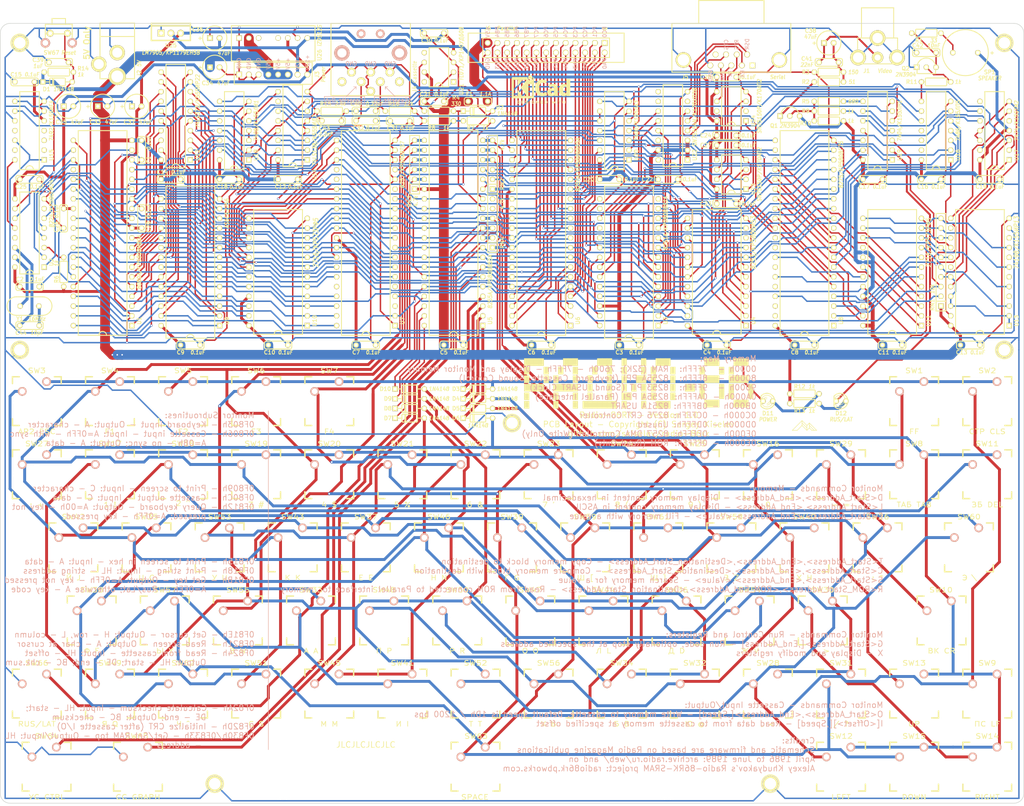
<source format=kicad_pcb>
(kicad_pcb (version 20171130) (host pcbnew "(5.1.0)-1")
  (layers (0 F.Cu signal) (31 B.Cu signal) (34 B.Paste user) (35 F.Paste user) (36 B.SilkS user) (37 F.SilkS user) (38 B.Mask user) (39 F.Mask user) (44 Edge.Cuts user))
  (net 0 "")
  (net 1 VCC)
  (net 2 GND)
  (net 3 +12V)
  (net 4 -12V)
  (net 5 -5V)
  (net 6 "Net-(C38-Pad1)")
  (net 7 /Keyboard/TAPE_IN)
  (net 8 /Keyboard/ROW0)
  (net 9 /Keyboard/K_PA0)
  (net 10 /Keyboard/ROW1)
  (net 11 /Keyboard/K_PA1)
  (net 12 /Keyboard/ROW2)
  (net 13 /Keyboard/K_PA2)
  (net 14 /Keyboard/ROW3)
  (net 15 /Keyboard/K_PA3)
  (net 16 /Keyboard/ROW4)
  (net 17 /Keyboard/K_PA4)
  (net 18 /Keyboard/K_PA5)
  (net 19 /Keyboard/ROW5)
  (net 20 /Keyboard/ROW6)
  (net 21 /Keyboard/K_PA6)
  (net 22 /Keyboard/K_PA7)
  (net 23 /Keyboard/ROW7)
  (net 24 /Keyboard/D11+)
  (net 25 /Keyboard/D12+)
  (net 26 /Keyboard/~RUS_LAT_LED)
  (net 27 /Input_Output/DCD)
  (net 28 /Input_Output/RX)
  (net 29 /Input_Output/TX)
  (net 30 /Input_Output/DTR)
  (net 31 /Input_Output/RI)
  (net 32 /Input_Output/CTS)
  (net 33 /Input_Output/RTS)
  (net 34 /Input_Output/DSR)
  (net 35 /Input_Output/PC0)
  (net 36 /Input_Output/PA0)
  (net 37 /Input_Output/PC1)
  (net 38 /Input_Output/PA1)
  (net 39 /Input_Output/PC2)
  (net 40 /Input_Output/PA2)
  (net 41 /Input_Output/PC3)
  (net 42 /Input_Output/PA3)
  (net 43 /Input_Output/PC4)
  (net 44 /Input_Output/PA4)
  (net 45 /Input_Output/PC5)
  (net 46 /Input_Output/PA5)
  (net 47 /Input_Output/PC6)
  (net 48 /Input_Output/PA6)
  (net 49 /Input_Output/PC7)
  (net 50 /Input_Output/PA7)
  (net 51 /Input_Output/PB7)
  (net 52 /Input_Output/PB0)
  (net 53 /Input_Output/PB6)
  (net 54 /Input_Output/PB1)
  (net 55 /Input_Output/PB5)
  (net 56 /Input_Output/PB2)
  (net 57 /Input_Output/PB4)
  (net 58 /Input_Output/PB3)
  (net 59 /INTE)
  (net 60 "Net-(Q1-Pad1)")
  (net 61 "Net-(Q1-Pad2)")
  (net 62 "Net-(R4-Pad2)")
  (net 63 "Net-(R5-Pad2)")
  (net 64 "Net-(R6-Pad2)")
  (net 65 /Keyboard/TAPE_OUT)
  (net 66 "Net-(R9-Pad2)")
  (net 67 "Net-(RN1-Pad4)")
  (net 68 "Net-(RN1-Pad5)")
  (net 69 "Net-(RN1-Pad6)")
  (net 70 "Net-(RN1-Pad7)")
  (net 71 "Net-(RN1-Pad8)")
  (net 72 "Net-(RN1-Pad9)")
  (net 73 "Net-(RN1-Pad10)")
  (net 74 /Keyboard/K_PB0)
  (net 75 /Keyboard/K_PB1)
  (net 76 /Keyboard/K_PB2)
  (net 77 /Keyboard/K_PB3)
  (net 78 /Keyboard/K_PB4)
  (net 79 /Keyboard/K_PB5)
  (net 80 /Keyboard/K_PB6)
  (net 81 /Keyboard/K_PB7)
  (net 82 /Keyboard/RUS_LAT)
  (net 83 /Keyboard/CTRL)
  (net 84 /Keyboard/GRAPH)
  (net 85 /HOLD)
  (net 86 "Net-(U1-Pad15)")
  (net 87 /DBIN)
  (net 88 "Net-(U1-Pad19)")
  (net 89 /HLDA)
  (net 90 "Net-(U1-Pad22)")
  (net 91 /READY)
  (net 92 "Net-(U1-Pad24)")
  (net 93 /A15)
  (net 94 "Net-(U2-Pad7)")
  (net 95 "Net-(U2-Pad13)")
  (net 96 "Net-(U2-Pad15)")
  (net 97 /Input_Output/UART_CLK)
  (net 98 /Input_Output/~DTR)
  (net 99 /Input_Output/~RTS)
  (net 100 /Input_Output/~DSR)
  (net 101 /Input_Output/TXD)
  (net 102 "Net-(U3-Pad18)")
  (net 103 /Input_Output/~CTS)
  (net 104 "Net-(U3-Pad16)")
  (net 105 "Net-(U3-Pad15)")
  (net 106 "Net-(U3-Pad14)")
  (net 107 /~UART_CS)
  (net 108 /Input_Output/RXD)
  (net 109 /~PIT_CS)
  (net 110 /Input_Output/SPKR)
  (net 111 /Input_Output/PIT_OUT0)
  (net 112 /Keyboard/RUS_LAT_LED)
  (net 113 /~PPI1_CS)
  (net 114 /~PPI2_CS)
  (net 115 "Net-(U7-Pad3)")
  (net 116 "Net-(U7-Pad5)")
  (net 117 "Net-(U12-Pad11)")
  (net 118 /~DMA_CS)
  (net 119 "Net-(U7-Pad15)")
  (net 120 "Net-(U7-Pad24)")
  (net 121 "Net-(U7-Pad25)")
  (net 122 "Net-(U7-Pad36)")
  (net 123 "Net-(U8-Pad39)")
  (net 124 "Net-(U8-Pad38)")
  (net 125 "Net-(U8-Pad36)")
  (net 126 "Net-(U11-Pad18)")
  (net 127 "Net-(U8-Pad34)")
  (net 128 "Net-(U11-Pad19)")
  (net 129 "Net-(U8-Pad32)")
  (net 130 "Net-(U8-Pad31)")
  (net 131 "Net-(U15-Pad8)")
  (net 132 "Net-(U11-Pad22)")
  (net 133 "Net-(U11-Pad23)")
  (net 134 "Net-(U11-Pad1)")
  (net 135 "Net-(U11-Pad2)")
  (net 136 "Net-(U11-Pad3)")
  (net 137 "Net-(U11-Pad4)")
  (net 138 "Net-(U11-Pad5)")
  (net 139 /~CRT_CS)
  (net 140 "Net-(U8-Pad11)")
  (net 141 "Net-(U16-Pad5)")
  (net 142 "Net-(U16-Pad4)")
  (net 143 "Net-(U11-Pad8)")
  (net 144 "Net-(U11-Pad7)")
  (net 145 "Net-(U11-Pad6)")
  (net 146 "Net-(U8-Pad1)")
  (net 147 /~RAM_CS)
  (net 148 /~ROM_CS)
  (net 149 "Net-(U11-Pad17)")
  (net 150 "Net-(U11-Pad16)")
  (net 151 "Net-(U12-Pad1)")
  (net 152 "Net-(U13-Pad4)")
  (net 153 "Net-(U13-Pad6)")
  (net 154 "Net-(U13-Pad8)")
  (net 155 "Net-(U13-Pad10)")
  (net 156 "Net-(U13-Pad11)")
  (net 157 "Net-(U13-Pad13)")
  (net 158 "Net-(U13-Pad14)")
  (net 159 "Net-(U13-Pad16)")
  (net 160 "Net-(U13-Pad18)")
  (net 161 "Net-(U13-Pad20)")
  (net 162 "Net-(U13-Pad23)")
  (net 163 "Net-(U14-Pad10)")
  (net 164 "Net-(U14-Pad7)")
  (net 165 "Net-(U15-Pad9)")
  (net 166 "Net-(U15-Pad11)")
  (net 167 "Net-(U16-Pad13)")
  (net 168 "Net-(U16-Pad12)")
  (net 169 "Net-(U16-Pad11)")
  (net 170 "Net-(U16-Pad10)")
  (net 171 "Net-(U16-Pad9)")
  (net 172 "Net-(U16-Pad6)")
  (net 173 "Net-(U17-Pad5)")
  (net 174 "Net-(U17-Pad9)")
  (net 175 "Net-(U21-Pad1)")
  (net 176 "Net-(U21-Pad5)")
  (net 177 "Net-(U21-Pad8)")
  (net 178 "Net-(U22-Pad7)")
  (net 179 "Net-(U22-Pad9)")
  (net 180 "Net-(U22-Pad10)")
  (net 181 "Net-(U22-Pad14)")
  (net 182 "Net-(U22-Pad16)")
  (net 183 "Net-(RN4-Pad6)")
  (net 184 "Net-(RN4-Pad5)")
  (net 185 "Net-(U17-Pad2)")
  (net 186 "Net-(U17-Pad8)")
  (net 187 "Net-(U17-Pad10)")
  (net 188 "Net-(U17-Pad13)")
  (net 189 "Net-(U19-Pad13)")
  (net 190 ~IOR)
  (net 191 ~MEMW)
  (net 192 A10)
  (net 193 D4)
  (net 194 D5)
  (net 195 D6)
  (net 196 D7)
  (net 197 D3)
  (net 198 D2)
  (net 199 D1)
  (net 200 D0)
  (net 201 RESET)
  (net 202 ~WR)
  (net 203 A0)
  (net 204 A1)
  (net 205 A2)
  (net 206 A3)
  (net 207 A4)
  (net 208 A5)
  (net 209 A6)
  (net 210 A7)
  (net 211 A8)
  (net 212 A9)
  (net 213 A12)
  (net 214 A13)
  (net 215 A14)
  (net 216 A11)
  (net 217 TTL_CLK)
  (net 218 OSC)
  (net 219 ~RD)
  (net 220 /DACK)
  (net 221 /DRQ)
  (net 222 /~CRT_WR)
  (net 223 "Net-(Q2-Pad2)")
  (net 224 "Net-(R11-Pad1)")
  (net 225 PIT_PLUP)
  (net 226 SER_PLUP)
  (net 227 "Net-(U18-Pad3)")
  (net 228 "Net-(U19-Pad6)")
  (net 229 "Net-(C31-Pad2)")
  (net 230 "Net-(C32-Pad1)")
  (net 231 "Net-(C39-Pad1)")
  (net 232 "Net-(R1-Pad2)")
  (net 233 PIT2_ENA)
  (net 234 SPKR_ENA)
  (net 235 "Net-(J4-Pad6)")
  (net 236 "Net-(J4-Pad7)")
  (net 237 "Net-(U26-Pad3)")
  (net 238 "Net-(U26-Pad5)")
  (net 239 "Net-(C38-Pad2)")
  (net 240 "Net-(C40-Pad1)")
  (net 241 "Net-(C40-Pad2)")
  (net 242 "Net-(C42-Pad1)")
  (net 243 "Net-(U24-Pad2)")
  (net 244 "Net-(U24-Pad7)")
  (net 245 /Input_Output/PVCC)
  (net 246 "Net-(C44-Pad1)")
  (net 247 "Net-(C44-Pad2)")
  (module My_Components:Cap_Cer_508 (layer F.Cu) (at 13.97 85.09)
    (fp_text reference C44 (at -2.2225 1.905) (layer F.SilkS) (effects (font (size 1.016 1.016) (thickness 0.2032))))
    (fp_text value 10pF (at 1.905 1.905) (layer F.SilkS) (effects (font (size 1.016 0.9144) (thickness 0.2032) italic)))
    (pad 1 thru_hole circle (at -2.54 0) (size 1.397 1.397) (drill 0.8128) (layers *.Cu *.Mask F.SilkS) (net 246 "Net-(C44-Pad1)"))
    (pad 2 thru_hole circle (at 2.54 0) (size 1.397 1.397) (drill 0.8128) (layers *.Cu *.Mask F.SilkS) (net 247 "Net-(C44-Pad2)"))
  )
  (module My_Components:IC_DIP40_600 (layer F.Cu) (at 124.46 60.96 90)
    (fp_text reference U5 (at -22.86 9.525 90) (layer F.SilkS) (effects (font (size 1.016 1.016) (thickness 0.2032))))
    (fp_text value 8255A/КР580ВВ55А (at -12.7 9.525 90) (layer F.SilkS) (effects (font (size 1.016 0.9144) (thickness 0.2032) italic)))
    (pad 1 thru_hole rect (at -24.13 7.62 90) (size 1.397 1.397) (drill 0.8128) (layers *.Cu *.Mask F.SilkS) (net 15 /Keyboard/K_PA3))
    (pad 2 thru_hole circle (at -21.59 7.62 90) (size 1.397 1.397) (drill 0.8128) (layers *.Cu *.Mask F.SilkS) (net 13 /Keyboard/K_PA2))
    (pad 3 thru_hole circle (at -19.05 7.62 90) (size 1.397 1.397) (drill 0.8128) (layers *.Cu *.Mask F.SilkS) (net 11 /Keyboard/K_PA1))
    (pad 4 thru_hole circle (at -16.51 7.62 90) (size 1.397 1.397) (drill 0.8128) (layers *.Cu *.Mask F.SilkS) (net 9 /Keyboard/K_PA0))
    (pad 5 thru_hole circle (at -13.97 7.62 90) (size 1.397 1.397) (drill 0.8128) (layers *.Cu *.Mask F.SilkS) (net 219 ~RD))
    (pad 6 thru_hole circle (at -11.43 7.62 90) (size 1.397 1.397) (drill 0.8128) (layers *.Cu *.Mask F.SilkS) (net 113 /~PPI1_CS))
    (pad 7 thru_hole circle (at -8.89 7.62 90) (size 1.397 1.397) (drill 0.8128) (layers *.Cu *.Mask F.SilkS) (net 2 GND))
    (pad 8 thru_hole circle (at -6.35 7.62 90) (size 1.397 1.397) (drill 0.8128) (layers *.Cu *.Mask F.SilkS) (net 204 A1))
    (pad 9 thru_hole circle (at -3.81 7.62 90) (size 1.397 1.397) (drill 0.8128) (layers *.Cu *.Mask F.SilkS) (net 203 A0))
    (pad 10 thru_hole circle (at -1.27 7.62 90) (size 1.397 1.397) (drill 0.8128) (layers *.Cu *.Mask F.SilkS) (net 82 /Keyboard/RUS_LAT))
    (pad 11 thru_hole circle (at 1.27 7.62 90) (size 1.397 1.397) (drill 0.8128) (layers *.Cu *.Mask F.SilkS) (net 83 /Keyboard/CTRL))
    (pad 12 thru_hole circle (at 3.81 7.62 90) (size 1.397 1.397) (drill 0.8128) (layers *.Cu *.Mask F.SilkS) (net 84 /Keyboard/GRAPH))
    (pad 13 thru_hole circle (at 6.35 7.62 90) (size 1.397 1.397) (drill 0.8128) (layers *.Cu *.Mask F.SilkS) (net 7 /Keyboard/TAPE_IN))
    (pad 14 thru_hole circle (at 8.89 7.62 90) (size 1.397 1.397) (drill 0.8128) (layers *.Cu *.Mask F.SilkS) (net 65 /Keyboard/TAPE_OUT))
    (pad 15 thru_hole circle (at 11.43 7.62 90) (size 1.397 1.397) (drill 0.8128) (layers *.Cu *.Mask F.SilkS) (net 234 SPKR_ENA))
    (pad 16 thru_hole circle (at 13.97 7.62 90) (size 1.397 1.397) (drill 0.8128) (layers *.Cu *.Mask F.SilkS) (net 233 PIT2_ENA))
    (pad 17 thru_hole circle (at 16.51 7.62 90) (size 1.397 1.397) (drill 0.8128) (layers *.Cu *.Mask F.SilkS) (net 112 /Keyboard/RUS_LAT_LED))
    (pad 18 thru_hole circle (at 19.05 7.62 90) (size 1.397 1.397) (drill 0.8128) (layers *.Cu *.Mask F.SilkS) (net 74 /Keyboard/K_PB0))
    (pad 19 thru_hole circle (at 21.59 7.62 90) (size 1.397 1.397) (drill 0.8128) (layers *.Cu *.Mask F.SilkS) (net 75 /Keyboard/K_PB1))
    (pad 20 thru_hole circle (at 24.13 7.62 90) (size 1.397 1.397) (drill 0.8128) (layers *.Cu *.Mask F.SilkS) (net 76 /Keyboard/K_PB2))
    (pad 21 thru_hole circle (at 24.13 -7.62 90) (size 1.397 1.397) (drill 0.8128) (layers *.Cu *.Mask F.SilkS) (net 77 /Keyboard/K_PB3))
    (pad 22 thru_hole circle (at 21.59 -7.62 90) (size 1.397 1.397) (drill 0.8128) (layers *.Cu *.Mask F.SilkS) (net 78 /Keyboard/K_PB4))
    (pad 23 thru_hole circle (at 19.05 -7.62 90) (size 1.397 1.397) (drill 0.8128) (layers *.Cu *.Mask F.SilkS) (net 79 /Keyboard/K_PB5))
    (pad 24 thru_hole circle (at 16.51 -7.62 90) (size 1.397 1.397) (drill 0.8128) (layers *.Cu *.Mask F.SilkS) (net 80 /Keyboard/K_PB6))
    (pad 25 thru_hole circle (at 13.97 -7.62 90) (size 1.397 1.397) (drill 0.8128) (layers *.Cu *.Mask F.SilkS) (net 81 /Keyboard/K_PB7))
    (pad 26 thru_hole circle (at 11.43 -7.62 90) (size 1.397 1.397) (drill 0.8128) (layers *.Cu *.Mask F.SilkS) (net 1 VCC))
    (pad 27 thru_hole circle (at 8.89 -7.62 90) (size 1.397 1.397) (drill 0.8128) (layers *.Cu *.Mask F.SilkS) (net 196 D7))
    (pad 28 thru_hole circle (at 6.35 -7.62 90) (size 1.397 1.397) (drill 0.8128) (layers *.Cu *.Mask F.SilkS) (net 195 D6))
    (pad 29 thru_hole circle (at 3.81 -7.62 90) (size 1.397 1.397) (drill 0.8128) (layers *.Cu *.Mask F.SilkS) (net 194 D5))
    (pad 30 thru_hole circle (at 1.27 -7.62 90) (size 1.397 1.397) (drill 0.8128) (layers *.Cu *.Mask F.SilkS) (net 193 D4))
    (pad 31 thru_hole circle (at -1.27 -7.62 90) (size 1.397 1.397) (drill 0.8128) (layers *.Cu *.Mask F.SilkS) (net 197 D3))
    (pad 32 thru_hole circle (at -3.81 -7.62 90) (size 1.397 1.397) (drill 0.8128) (layers *.Cu *.Mask F.SilkS) (net 198 D2))
    (pad 33 thru_hole circle (at -6.35 -7.62 90) (size 1.397 1.397) (drill 0.8128) (layers *.Cu *.Mask F.SilkS) (net 199 D1))
    (pad 34 thru_hole circle (at -8.89 -7.62 90) (size 1.397 1.397) (drill 0.8128) (layers *.Cu *.Mask F.SilkS) (net 200 D0))
    (pad 35 thru_hole circle (at -11.43 -7.62 90) (size 1.397 1.397) (drill 0.8128) (layers *.Cu *.Mask F.SilkS) (net 201 RESET))
    (pad 36 thru_hole circle (at -13.97 -7.62 90) (size 1.397 1.397) (drill 0.8128) (layers *.Cu *.Mask F.SilkS) (net 202 ~WR))
    (pad 37 thru_hole circle (at -16.51 -7.62 90) (size 1.397 1.397) (drill 0.8128) (layers *.Cu *.Mask F.SilkS) (net 22 /Keyboard/K_PA7))
    (pad 38 thru_hole circle (at -19.05 -7.62 90) (size 1.397 1.397) (drill 0.8128) (layers *.Cu *.Mask F.SilkS) (net 21 /Keyboard/K_PA6))
    (pad 39 thru_hole circle (at -21.59 -7.62 90) (size 1.397 1.397) (drill 0.8128) (layers *.Cu *.Mask F.SilkS) (net 18 /Keyboard/K_PA5))
    (pad 40 thru_hole circle (at -24.13 -7.62 90) (size 1.397 1.397) (drill 0.8128) (layers *.Cu *.Mask F.SilkS) (net 17 /Keyboard/K_PA4))
  )
  (module My_Components:Diode_762 (layer F.Cu) (at 130.81 29.21 180)
    (fp_text reference D2 (at -5.715 0.9525 180) (layer F.SilkS) (effects (font (size 1.016 1.016) (thickness 0.2032))))
    (fp_text value 1N4148 (at -7.62 -0.635 180) (layer F.SilkS) (effects (font (size 1.016 0.9144) (thickness 0.2032) italic)))
    (pad 1 thru_hole rect (at 3.81 0 180) (size 1.397 1.397) (drill 0.8128) (layers *.Cu *.Mask F.SilkS) (net 7 /Keyboard/TAPE_IN))
    (pad 2 thru_hole circle (at -3.81 0 180) (size 1.397 1.397) (drill 0.8128) (layers *.Cu *.Mask F.SilkS) (net 2 GND))
  )
  (module My_Components:Cap_Cer_508 (layer F.Cu) (at 110.49 31.75 180)
    (fp_text reference C31 (at 1.905 -1.905 180) (layer F.SilkS) (effects (font (size 1.016 1.016) (thickness 0.2032))))
    (fp_text value 0.1uF (at -1.905 -1.905 180) (layer F.SilkS) (effects (font (size 1.016 0.9144) (thickness 0.2032) italic)))
    (pad 2 thru_hole circle (at 2.54 0 180) (size 1.397 1.397) (drill 0.8128) (layers *.Cu *.Mask F.SilkS) (net 229 "Net-(C31-Pad2)"))
    (pad 1 thru_hole circle (at -2.54 0 180) (size 1.397 1.397) (drill 0.8128) (layers *.Cu *.Mask F.SilkS) (net 2 GND))
  )
  (module My_Components:Res_762 (layer F.Cu) (at 120.65 31.75 180)
    (fp_text reference R8 (at 1.905 -1.8415 180) (layer F.SilkS) (effects (font (size 1.016 1.016) (thickness 0.2032))))
    (fp_text value 1k (at -1.905 -1.8415 180) (layer F.SilkS) (effects (font (size 1.016 0.9144) (thickness 0.2032) italic)))
    (pad 1 thru_hole circle (at -3.81 0 180) (size 1.397 1.397) (drill 0.8128) (layers *.Cu *.Mask F.SilkS) (net 229 "Net-(C31-Pad2)"))
    (pad 2 thru_hole circle (at 3.81 0 180) (size 1.397 1.397) (drill 0.8128) (layers *.Cu *.Mask F.SilkS) (net 2 GND))
  )
  (module My_Components:Cap_Cer_508 (layer F.Cu) (at 130.81 26.67)
    (fp_text reference F1 (at -2.2225 -1.905) (layer F.SilkS) (effects (font (size 1.016 1.016) (thickness 0.2032))))
    (fp_text value 1.1A (at 1.905 -1.905) (layer F.SilkS) (effects (font (size 1.016 0.9144) (thickness 0.2032) italic)))
    (pad 1 thru_hole circle (at -2.54 0) (size 1.397 1.397) (drill 0.8128) (layers *.Cu *.Mask F.SilkS) (net 1 VCC))
    (pad 2 thru_hole circle (at 2.54 0) (size 1.397 1.397) (drill 0.8128) (layers *.Cu *.Mask F.SilkS) (net 245 /Input_Output/PVCC))
  )
  (module My_Components:IC_DIP14_300 (layer F.Cu) (at 166.37 34.29 90)
    (fp_text reference U20 (at -6.35 5.715 90) (layer F.SilkS) (effects (font (size 1.016 1.016) (thickness 0.2032))))
    (fp_text value 7400/К155ЛА3 (at 2.54 5.715 90) (layer F.SilkS) (effects (font (size 1.016 0.9144) (thickness 0.2032) italic)))
    (pad 1 thru_hole rect (at -7.62 3.81 90) (size 1.397 1.397) (drill 0.8128) (layers *.Cu *.Mask F.SilkS) (net 87 /DBIN))
    (pad 2 thru_hole circle (at -5.08 3.81 90) (size 1.397 1.397) (drill 0.8128) (layers *.Cu *.Mask F.SilkS) (net 93 /A15))
    (pad 3 thru_hole circle (at -2.54 3.81 90) (size 1.397 1.397) (drill 0.8128) (layers *.Cu *.Mask F.SilkS) (net 187 "Net-(U17-Pad10)"))
    (pad 4 thru_hole circle (at 0 3.81 90) (size 1.397 1.397) (drill 0.8128) (layers *.Cu *.Mask F.SilkS) (net 228 "Net-(U19-Pad6)"))
    (pad 5 thru_hole circle (at 2.54 3.81 90) (size 1.397 1.397) (drill 0.8128) (layers *.Cu *.Mask F.SilkS) (net 174 "Net-(U17-Pad9)"))
    (pad 6 thru_hole circle (at 5.08 3.81 90) (size 1.397 1.397) (drill 0.8128) (layers *.Cu *.Mask F.SilkS) (net 147 /~RAM_CS))
    (pad 7 thru_hole circle (at 7.62 3.81 90) (size 1.397 1.397) (drill 0.8128) (layers *.Cu *.Mask F.SilkS) (net 2 GND))
    (pad 8 thru_hole circle (at 7.62 -3.81 90) (size 1.397 1.397) (drill 0.8128) (layers *.Cu *.Mask F.SilkS) (net 171 "Net-(U16-Pad9)"))
    (pad 9 thru_hole circle (at 5.08 -3.81 90) (size 1.397 1.397) (drill 0.8128) (layers *.Cu *.Mask F.SilkS) (net 59 /INTE))
    (pad 10 thru_hole circle (at 2.54 -3.81 90) (size 1.397 1.397) (drill 0.8128) (layers *.Cu *.Mask F.SilkS) (net 59 /INTE))
    (pad 11 thru_hole circle (at 0 -3.81 90) (size 1.397 1.397) (drill 0.8128) (layers *.Cu *.Mask F.SilkS) (net 170 "Net-(U16-Pad10)"))
    (pad 12 thru_hole circle (at -2.54 -3.81 90) (size 1.397 1.397) (drill 0.8128) (layers *.Cu *.Mask F.SilkS) (net 234 SPKR_ENA))
    (pad 13 thru_hole circle (at -5.08 -3.81 90) (size 1.397 1.397) (drill 0.8128) (layers *.Cu *.Mask F.SilkS) (net 110 /Input_Output/SPKR))
    (pad 14 thru_hole circle (at -7.62 -3.81 90) (size 1.397 1.397) (drill 0.8128) (layers *.Cu *.Mask F.SilkS) (net 1 VCC))
  )
  (module My_Components:IC_DIP16_300 (layer F.Cu) (at 181.61 33.02 90)
    (fp_text reference U22 (at -7.62 5.715 90) (layer F.SilkS) (effects (font (size 1.016 1.016) (thickness 0.2032))))
    (fp_text value SN75154N/К170УП2В (at 2.2225 5.715 90) (layer F.SilkS) (effects (font (size 1.016 0.9144) (thickness 0.2032) italic)))
    (pad 1 thru_hole rect (at -8.89 3.81 90) (size 1.397 1.397) (drill 0.8128) (layers *.Cu *.Mask F.SilkS) (net 1 VCC))
    (pad 2 thru_hole circle (at -6.35 3.81 90) (size 1.397 1.397) (drill 0.8128) (layers *.Cu *.Mask F.SilkS) (net 1 VCC))
    (pad 3 thru_hole circle (at -3.81 3.81 90) (size 1.397 1.397) (drill 0.8128) (layers *.Cu *.Mask F.SilkS) (net 1 VCC))
    (pad 4 thru_hole circle (at -1.27 3.81 90) (size 1.397 1.397) (drill 0.8128) (layers *.Cu *.Mask F.SilkS) (net 28 /Input_Output/RX))
    (pad 5 thru_hole circle (at 1.27 3.81 90) (size 1.397 1.397) (drill 0.8128) (layers *.Cu *.Mask F.SilkS) (net 34 /Input_Output/DSR))
    (pad 6 thru_hole circle (at 3.81 3.81 90) (size 1.397 1.397) (drill 0.8128) (layers *.Cu *.Mask F.SilkS) (net 32 /Input_Output/CTS))
    (pad 7 thru_hole circle (at 6.35 3.81 90) (size 1.397 1.397) (drill 0.8128) (layers *.Cu *.Mask F.SilkS) (net 178 "Net-(U22-Pad7)"))
    (pad 8 thru_hole circle (at 8.89 3.81 90) (size 1.397 1.397) (drill 0.8128) (layers *.Cu *.Mask F.SilkS) (net 2 GND))
    (pad 9 thru_hole circle (at 8.89 -3.81 90) (size 1.397 1.397) (drill 0.8128) (layers *.Cu *.Mask F.SilkS) (net 179 "Net-(U22-Pad9)"))
    (pad 10 thru_hole circle (at 6.35 -3.81 90) (size 1.397 1.397) (drill 0.8128) (layers *.Cu *.Mask F.SilkS) (net 180 "Net-(U22-Pad10)"))
    (pad 11 thru_hole circle (at 3.81 -3.81 90) (size 1.397 1.397) (drill 0.8128) (layers *.Cu *.Mask F.SilkS) (net 103 /Input_Output/~CTS))
    (pad 12 thru_hole circle (at 1.27 -3.81 90) (size 1.397 1.397) (drill 0.8128) (layers *.Cu *.Mask F.SilkS) (net 100 /Input_Output/~DSR))
    (pad 13 thru_hole circle (at -1.27 -3.81 90) (size 1.397 1.397) (drill 0.8128) (layers *.Cu *.Mask F.SilkS) (net 108 /Input_Output/RXD))
    (pad 14 thru_hole circle (at -3.81 -3.81 90) (size 1.397 1.397) (drill 0.8128) (layers *.Cu *.Mask F.SilkS) (net 181 "Net-(U22-Pad14)"))
    (pad 15 thru_hole circle (at -6.35 -3.81 90) (size 1.397 1.397) (drill 0.8128) (layers *.Cu *.Mask F.SilkS) (net 1 VCC))
    (pad 16 thru_hole circle (at -8.89 -3.81 90) (size 1.397 1.397) (drill 0.8128) (layers *.Cu *.Mask F.SilkS) (net 182 "Net-(U22-Pad16)"))
  )
  (module My_Components:IC_DIP8_300 (layer F.Cu) (at 196.85 27.94 90)
    (fp_text reference U24 (at -3.81 5.715 90) (layer F.SilkS) (effects (font (size 1.016 1.016) (thickness 0.2032))))
    (fp_text value SN75150P/К170АП2 (at 0 7.3025 90) (layer F.SilkS) (effects (font (size 1.016 0.9144) (thickness 0.2032) italic)))
    (pad 1 thru_hole rect (at -3.81 3.81 90) (size 1.397 1.397) (drill 0.8128) (layers *.Cu *.Mask F.SilkS) (net 226 SER_PLUP))
    (pad 2 thru_hole circle (at -1.27 3.81 90) (size 1.397 1.397) (drill 0.8128) (layers *.Cu *.Mask F.SilkS) (net 243 "Net-(U24-Pad2)"))
    (pad 3 thru_hole circle (at 1.27 3.81 90) (size 1.397 1.397) (drill 0.8128) (layers *.Cu *.Mask F.SilkS) (net 98 /Input_Output/~DTR))
    (pad 4 thru_hole circle (at 3.81 3.81 90) (size 1.397 1.397) (drill 0.8128) (layers *.Cu *.Mask F.SilkS) (net 2 GND))
    (pad 5 thru_hole circle (at 3.81 -3.81 90) (size 1.397 1.397) (drill 0.8128) (layers *.Cu *.Mask F.SilkS) (net 4 -12V))
    (pad 6 thru_hole circle (at 1.27 -3.81 90) (size 1.397 1.397) (drill 0.8128) (layers *.Cu *.Mask F.SilkS) (net 30 /Input_Output/DTR))
    (pad 7 thru_hole circle (at -1.27 -3.81 90) (size 1.397 1.397) (drill 0.8128) (layers *.Cu *.Mask F.SilkS) (net 244 "Net-(U24-Pad7)"))
    (pad 8 thru_hole circle (at -3.81 -3.81 90) (size 1.397 1.397) (drill 0.8128) (layers *.Cu *.Mask F.SilkS) (net 3 +12V))
  )
  (module My_Components:IC_DIP8_300 (layer F.Cu) (at 196.85 45.72 90)
    (fp_text reference U23 (at -3.81 5.715 90) (layer F.SilkS) (effects (font (size 1.016 1.016) (thickness 0.2032))))
    (fp_text value SN75150P/К170АП2 (at 0 7.3025 90) (layer F.SilkS) (effects (font (size 1.016 0.9144) (thickness 0.2032) italic)))
    (pad 8 thru_hole circle (at -3.81 -3.81 90) (size 1.397 1.397) (drill 0.8128) (layers *.Cu *.Mask F.SilkS) (net 3 +12V))
    (pad 7 thru_hole circle (at -1.27 -3.81 90) (size 1.397 1.397) (drill 0.8128) (layers *.Cu *.Mask F.SilkS) (net 33 /Input_Output/RTS))
    (pad 6 thru_hole circle (at 1.27 -3.81 90) (size 1.397 1.397) (drill 0.8128) (layers *.Cu *.Mask F.SilkS) (net 29 /Input_Output/TX))
    (pad 5 thru_hole circle (at 3.81 -3.81 90) (size 1.397 1.397) (drill 0.8128) (layers *.Cu *.Mask F.SilkS) (net 4 -12V))
    (pad 4 thru_hole circle (at 3.81 3.81 90) (size 1.397 1.397) (drill 0.8128) (layers *.Cu *.Mask F.SilkS) (net 2 GND))
    (pad 3 thru_hole circle (at 1.27 3.81 90) (size 1.397 1.397) (drill 0.8128) (layers *.Cu *.Mask F.SilkS) (net 101 /Input_Output/TXD))
    (pad 2 thru_hole circle (at -1.27 3.81 90) (size 1.397 1.397) (drill 0.8128) (layers *.Cu *.Mask F.SilkS) (net 99 /Input_Output/~RTS))
    (pad 1 thru_hole rect (at -3.81 3.81 90) (size 1.397 1.397) (drill 0.8128) (layers *.Cu *.Mask F.SilkS) (net 226 SER_PLUP))
  )
  (module My_Components:Cap_Elec_Radial_6.3mm (layer F.Cu) (at 33.02 27.94)
    (fp_text reference C33 (at -1.905 4.064) (layer F.SilkS) (effects (font (size 1.016 1.016) (thickness 0.2032))))
    (fp_text value 47uF (at 2.2225 4.064) (layer F.SilkS) (effects (font (size 1.016 0.9144) (thickness 0.2032) italic)))
    (fp_text user + (at -3.81 0) (layer F.SilkS) (effects (font (size 1.016 1.016) (thickness 0.2032))))
    (pad 2 thru_hole circle (at 1.25 0) (size 1.49098 1.49098) (drill 0.8001) (layers *.Cu *.Mask F.SilkS) (net 2 GND))
    (pad 1 thru_hole rect (at -1.25 0) (size 1.49098 1.49098) (drill 0.8001) (layers *.Cu *.Mask F.SilkS) (net 1 VCC))
  )
  (module My_Components:Cap_Elec_Radial_6.3mm (layer F.Cu) (at 24.13 27.94)
    (fp_text reference C35 (at -1.905 4.1275) (layer F.SilkS) (effects (font (size 1.016 1.016) (thickness 0.2032))))
    (fp_text value 47uF (at 2.2225 4.1275) (layer F.SilkS) (effects (font (size 1.016 0.9144) (thickness 0.2032) italic)))
    (fp_text user + (at -3.175 2.54) (layer F.SilkS) (effects (font (size 1.016 1.016) (thickness 0.2032))))
    (pad 1 thru_hole rect (at -1.25 0) (size 1.49098 1.49098) (drill 0.8001) (layers *.Cu *.Mask F.SilkS) (net 3 +12V))
    (pad 2 thru_hole circle (at 1.25 0) (size 1.49098 1.49098) (drill 0.8001) (layers *.Cu *.Mask F.SilkS) (net 2 GND))
  )
  (module My_Components:Cap_Elec_Radial_6.3mm (layer F.Cu) (at 62.23 10.16)
    (fp_text reference C36 (at -4.445 -2.2225) (layer F.SilkS) (effects (font (size 1.016 1.016) (thickness 0.2032))))
    (fp_text value 47uF (at 2.413 3.937) (layer F.SilkS) (effects (font (size 1.016 0.9144) (thickness 0.2032) italic)))
    (fp_text user + (at -3.81 0) (layer F.SilkS) (effects (font (size 1.016 1.016) (thickness 0.2032))))
    (pad 1 thru_hole rect (at -1.25 0) (size 1.49098 1.49098) (drill 0.8001) (layers *.Cu *.Mask F.SilkS) (net 2 GND))
    (pad 2 thru_hole circle (at 1.25 0) (size 1.49098 1.49098) (drill 0.8001) (layers *.Cu *.Mask F.SilkS) (net 4 -12V))
  )
  (module Symbol:KiCad-Logo2_6mm_SilkScreen (layer F.Cu) (at 147.32 22.86)
    (fp_text reference REF** hide)
    (fp_text value KiCad-Logo2_6mm_SilkScreen hide)
  )
  (module Cherry_MX:CHERRY_PCB_100H (layer F.Cu) (at 149.225 123.825)
    (fp_text reference SW23 (at 0 -7.9375) (layer F.SilkS) (effects (font (size 1.27 1.524) (thickness 0.2032))))
    (fp_text value "7 '" (at 0 7.9375) (layer F.SilkS) (effects (font (size 1.27 1.524) (thickness 0.2032))))
    (pad 1 thru_hole circle (at 2.54 -5.08) (size 2.286 2.286) (drill 1.4986) (layers *.Cu *.SilkS *.Mask) (net 12 /Keyboard/ROW2))
    (pad 2 thru_hole circle (at -3.81 -2.54) (size 2.286 2.286) (drill 1.4986) (layers *.Cu *.SilkS *.Mask) (net 81 /Keyboard/K_PB7))
    (pad HOLE np_thru_hole circle (at 0 0) (size 3.9878 3.9878) (drill 3.9878) (layers *.Cu))
    (pad HOLE np_thru_hole circle (at -5.08 0) (size 1.7018 1.7018) (drill 1.7018) (layers *.Cu))
    (pad HOLE np_thru_hole circle (at 5.08 0) (size 1.7018 1.7018) (drill 1.7018) (layers *.Cu))
  )
  (module My_Components:Hole_3mm (layer F.Cu) (at 139.7 110.49)
    (fp_text reference HOLE6 hide)
    (fp_text value M3 hide)
    (pad 1 thru_hole circle (at 0 0) (size 4.064 4.064) (drill 3.048) (layers *.Cu *.Mask F.SilkS) (net 2 GND))
  )
  (module My_Components:Hole_3mm (layer F.Cu) (at 11.43 91.44)
    (fp_text reference HOLE5 hide)
    (fp_text value M3 hide)
    (pad 1 thru_hole circle (at 0 0) (size 4.064 4.064) (drill 3.048) (layers *.Cu *.Mask F.SilkS) (net 2 GND))
  )
  (module My_Components:Hole_3mm (layer F.Cu) (at 267.97 91.44)
    (fp_text reference HOLE7 hide)
    (fp_text value M3 hide)
    (pad 1 thru_hole circle (at 0 0) (size 4.064 4.064) (drill 3.048) (layers *.Cu *.Mask F.SilkS) (net 2 GND))
  )
  (module My_Components:IC_DIP28_600 (layer F.Cu) (at 170.18 68.58 90)
    (fp_text reference U3 (at -15.24 9.525 90) (layer F.SilkS) (effects (font (size 1.016 1.016) (thickness 0.2032))))
    (fp_text value 8251A/КР580ВВ51А (at 10.16 9.525 90) (layer F.SilkS) (effects (font (size 1.016 0.9144) (thickness 0.2032) italic)))
    (pad 28 thru_hole circle (at -16.51 -7.62 90) (size 1.397 1.397) (drill 0.8128) (layers *.Cu *.Mask F.SilkS) (net 199 D1))
    (pad 27 thru_hole circle (at -13.97 -7.62 90) (size 1.397 1.397) (drill 0.8128) (layers *.Cu *.Mask F.SilkS) (net 200 D0))
    (pad 26 thru_hole circle (at -11.43 -7.62 90) (size 1.397 1.397) (drill 0.8128) (layers *.Cu *.Mask F.SilkS) (net 1 VCC))
    (pad 25 thru_hole circle (at -8.89 -7.62 90) (size 1.397 1.397) (drill 0.8128) (layers *.Cu *.Mask F.SilkS) (net 97 /Input_Output/UART_CLK))
    (pad 24 thru_hole circle (at -6.35 -7.62 90) (size 1.397 1.397) (drill 0.8128) (layers *.Cu *.Mask F.SilkS) (net 98 /Input_Output/~DTR))
    (pad 23 thru_hole circle (at -3.81 -7.62 90) (size 1.397 1.397) (drill 0.8128) (layers *.Cu *.Mask F.SilkS) (net 99 /Input_Output/~RTS))
    (pad 22 thru_hole circle (at -1.27 -7.62 90) (size 1.397 1.397) (drill 0.8128) (layers *.Cu *.Mask F.SilkS) (net 100 /Input_Output/~DSR))
    (pad 21 thru_hole circle (at 1.27 -7.62 90) (size 1.397 1.397) (drill 0.8128) (layers *.Cu *.Mask F.SilkS) (net 201 RESET))
    (pad 20 thru_hole circle (at 3.81 -7.62 90) (size 1.397 1.397) (drill 0.8128) (layers *.Cu *.Mask F.SilkS) (net 217 TTL_CLK))
    (pad 19 thru_hole circle (at 6.35 -7.62 90) (size 1.397 1.397) (drill 0.8128) (layers *.Cu *.Mask F.SilkS) (net 101 /Input_Output/TXD))
    (pad 18 thru_hole circle (at 8.89 -7.62 90) (size 1.397 1.397) (drill 0.8128) (layers *.Cu *.Mask F.SilkS) (net 102 "Net-(U3-Pad18)"))
    (pad 17 thru_hole circle (at 11.43 -7.62 90) (size 1.397 1.397) (drill 0.8128) (layers *.Cu *.Mask F.SilkS) (net 103 /Input_Output/~CTS))
    (pad 16 thru_hole circle (at 13.97 -7.62 90) (size 1.397 1.397) (drill 0.8128) (layers *.Cu *.Mask F.SilkS) (net 104 "Net-(U3-Pad16)"))
    (pad 15 thru_hole circle (at 16.51 -7.62 90) (size 1.397 1.397) (drill 0.8128) (layers *.Cu *.Mask F.SilkS) (net 105 "Net-(U3-Pad15)"))
    (pad 14 thru_hole circle (at 16.51 7.62 90) (size 1.397 1.397) (drill 0.8128) (layers *.Cu *.Mask F.SilkS) (net 106 "Net-(U3-Pad14)"))
    (pad 13 thru_hole circle (at 13.97 7.62 90) (size 1.397 1.397) (drill 0.8128) (layers *.Cu *.Mask F.SilkS) (net 219 ~RD))
    (pad 12 thru_hole circle (at 11.43 7.62 90) (size 1.397 1.397) (drill 0.8128) (layers *.Cu *.Mask F.SilkS) (net 203 A0))
    (pad 11 thru_hole circle (at 8.89 7.62 90) (size 1.397 1.397) (drill 0.8128) (layers *.Cu *.Mask F.SilkS) (net 107 /~UART_CS))
    (pad 10 thru_hole circle (at 6.35 7.62 90) (size 1.397 1.397) (drill 0.8128) (layers *.Cu *.Mask F.SilkS) (net 202 ~WR))
    (pad 9 thru_hole circle (at 3.81 7.62 90) (size 1.397 1.397) (drill 0.8128) (layers *.Cu *.Mask F.SilkS) (net 97 /Input_Output/UART_CLK))
    (pad 8 thru_hole circle (at 1.27 7.62 90) (size 1.397 1.397) (drill 0.8128) (layers *.Cu *.Mask F.SilkS) (net 196 D7))
    (pad 7 thru_hole circle (at -1.27 7.62 90) (size 1.397 1.397) (drill 0.8128) (layers *.Cu *.Mask F.SilkS) (net 195 D6))
    (pad 6 thru_hole circle (at -3.81 7.62 90) (size 1.397 1.397) (drill 0.8128) (layers *.Cu *.Mask F.SilkS) (net 194 D5))
    (pad 5 thru_hole circle (at -6.35 7.62 90) (size 1.397 1.397) (drill 0.8128) (layers *.Cu *.Mask F.SilkS) (net 193 D4))
    (pad 4 thru_hole circle (at -8.89 7.62 90) (size 1.397 1.397) (drill 0.8128) (layers *.Cu *.Mask F.SilkS) (net 2 GND))
    (pad 3 thru_hole circle (at -11.43 7.62 90) (size 1.397 1.397) (drill 0.8128) (layers *.Cu *.Mask F.SilkS) (net 108 /Input_Output/RXD))
    (pad 2 thru_hole circle (at -13.97 7.62 90) (size 1.397 1.397) (drill 0.8128) (layers *.Cu *.Mask F.SilkS) (net 197 D3))
    (pad 1 thru_hole rect (at -16.51 7.62 90) (size 1.397 1.397) (drill 0.8128) (layers *.Cu *.Mask F.SilkS) (net 198 D2))
  )
  (module My_Components:IC_DIP40_600 (layer F.Cu) (at 147.32 60.96 90)
    (fp_text reference U6 (at -22.86 9.525 90) (layer F.SilkS) (effects (font (size 1.016 1.016) (thickness 0.2032))))
    (fp_text value 8255A/КР580ВВ55А (at 17.78 9.525 90) (layer F.SilkS) (effects (font (size 1.016 0.9144) (thickness 0.2032) italic)))
    (pad 40 thru_hole circle (at -24.13 -7.62 90) (size 1.397 1.397) (drill 0.8128) (layers *.Cu *.Mask F.SilkS) (net 44 /Input_Output/PA4))
    (pad 39 thru_hole circle (at -21.59 -7.62 90) (size 1.397 1.397) (drill 0.8128) (layers *.Cu *.Mask F.SilkS) (net 46 /Input_Output/PA5))
    (pad 38 thru_hole circle (at -19.05 -7.62 90) (size 1.397 1.397) (drill 0.8128) (layers *.Cu *.Mask F.SilkS) (net 48 /Input_Output/PA6))
    (pad 37 thru_hole circle (at -16.51 -7.62 90) (size 1.397 1.397) (drill 0.8128) (layers *.Cu *.Mask F.SilkS) (net 50 /Input_Output/PA7))
    (pad 36 thru_hole circle (at -13.97 -7.62 90) (size 1.397 1.397) (drill 0.8128) (layers *.Cu *.Mask F.SilkS) (net 202 ~WR))
    (pad 35 thru_hole circle (at -11.43 -7.62 90) (size 1.397 1.397) (drill 0.8128) (layers *.Cu *.Mask F.SilkS) (net 201 RESET))
    (pad 34 thru_hole circle (at -8.89 -7.62 90) (size 1.397 1.397) (drill 0.8128) (layers *.Cu *.Mask F.SilkS) (net 200 D0))
    (pad 33 thru_hole circle (at -6.35 -7.62 90) (size 1.397 1.397) (drill 0.8128) (layers *.Cu *.Mask F.SilkS) (net 199 D1))
    (pad 32 thru_hole circle (at -3.81 -7.62 90) (size 1.397 1.397) (drill 0.8128) (layers *.Cu *.Mask F.SilkS) (net 198 D2))
    (pad 31 thru_hole circle (at -1.27 -7.62 90) (size 1.397 1.397) (drill 0.8128) (layers *.Cu *.Mask F.SilkS) (net 197 D3))
    (pad 30 thru_hole circle (at 1.27 -7.62 90) (size 1.397 1.397) (drill 0.8128) (layers *.Cu *.Mask F.SilkS) (net 193 D4))
    (pad 29 thru_hole circle (at 3.81 -7.62 90) (size 1.397 1.397) (drill 0.8128) (layers *.Cu *.Mask F.SilkS) (net 194 D5))
    (pad 28 thru_hole circle (at 6.35 -7.62 90) (size 1.397 1.397) (drill 0.8128) (layers *.Cu *.Mask F.SilkS) (net 195 D6))
    (pad 27 thru_hole circle (at 8.89 -7.62 90) (size 1.397 1.397) (drill 0.8128) (layers *.Cu *.Mask F.SilkS) (net 196 D7))
    (pad 26 thru_hole circle (at 11.43 -7.62 90) (size 1.397 1.397) (drill 0.8128) (layers *.Cu *.Mask F.SilkS) (net 1 VCC))
    (pad 25 thru_hole circle (at 13.97 -7.62 90) (size 1.397 1.397) (drill 0.8128) (layers *.Cu *.Mask F.SilkS) (net 51 /Input_Output/PB7))
    (pad 24 thru_hole circle (at 16.51 -7.62 90) (size 1.397 1.397) (drill 0.8128) (layers *.Cu *.Mask F.SilkS) (net 53 /Input_Output/PB6))
    (pad 23 thru_hole circle (at 19.05 -7.62 90) (size 1.397 1.397) (drill 0.8128) (layers *.Cu *.Mask F.SilkS) (net 55 /Input_Output/PB5))
    (pad 22 thru_hole circle (at 21.59 -7.62 90) (size 1.397 1.397) (drill 0.8128) (layers *.Cu *.Mask F.SilkS) (net 57 /Input_Output/PB4))
    (pad 21 thru_hole circle (at 24.13 -7.62 90) (size 1.397 1.397) (drill 0.8128) (layers *.Cu *.Mask F.SilkS) (net 58 /Input_Output/PB3))
    (pad 20 thru_hole circle (at 24.13 7.62 90) (size 1.397 1.397) (drill 0.8128) (layers *.Cu *.Mask F.SilkS) (net 56 /Input_Output/PB2))
    (pad 19 thru_hole circle (at 21.59 7.62 90) (size 1.397 1.397) (drill 0.8128) (layers *.Cu *.Mask F.SilkS) (net 54 /Input_Output/PB1))
    (pad 18 thru_hole circle (at 19.05 7.62 90) (size 1.397 1.397) (drill 0.8128) (layers *.Cu *.Mask F.SilkS) (net 52 /Input_Output/PB0))
    (pad 17 thru_hole circle (at 16.51 7.62 90) (size 1.397 1.397) (drill 0.8128) (layers *.Cu *.Mask F.SilkS) (net 41 /Input_Output/PC3))
    (pad 16 thru_hole circle (at 13.97 7.62 90) (size 1.397 1.397) (drill 0.8128) (layers *.Cu *.Mask F.SilkS) (net 39 /Input_Output/PC2))
    (pad 15 thru_hole circle (at 11.43 7.62 90) (size 1.397 1.397) (drill 0.8128) (layers *.Cu *.Mask F.SilkS) (net 37 /Input_Output/PC1))
    (pad 14 thru_hole circle (at 8.89 7.62 90) (size 1.397 1.397) (drill 0.8128) (layers *.Cu *.Mask F.SilkS) (net 35 /Input_Output/PC0))
    (pad 13 thru_hole circle (at 6.35 7.62 90) (size 1.397 1.397) (drill 0.8128) (layers *.Cu *.Mask F.SilkS) (net 43 /Input_Output/PC4))
    (pad 12 thru_hole circle (at 3.81 7.62 90) (size 1.397 1.397) (drill 0.8128) (layers *.Cu *.Mask F.SilkS) (net 45 /Input_Output/PC5))
    (pad 11 thru_hole circle (at 1.27 7.62 90) (size 1.397 1.397) (drill 0.8128) (layers *.Cu *.Mask F.SilkS) (net 47 /Input_Output/PC6))
    (pad 10 thru_hole circle (at -1.27 7.62 90) (size 1.397 1.397) (drill 0.8128) (layers *.Cu *.Mask F.SilkS) (net 49 /Input_Output/PC7))
    (pad 9 thru_hole circle (at -3.81 7.62 90) (size 1.397 1.397) (drill 0.8128) (layers *.Cu *.Mask F.SilkS) (net 203 A0))
    (pad 8 thru_hole circle (at -6.35 7.62 90) (size 1.397 1.397) (drill 0.8128) (layers *.Cu *.Mask F.SilkS) (net 204 A1))
    (pad 7 thru_hole circle (at -8.89 7.62 90) (size 1.397 1.397) (drill 0.8128) (layers *.Cu *.Mask F.SilkS) (net 2 GND))
    (pad 6 thru_hole circle (at -11.43 7.62 90) (size 1.397 1.397) (drill 0.8128) (layers *.Cu *.Mask F.SilkS) (net 114 /~PPI2_CS))
    (pad 5 thru_hole circle (at -13.97 7.62 90) (size 1.397 1.397) (drill 0.8128) (layers *.Cu *.Mask F.SilkS) (net 219 ~RD))
    (pad 4 thru_hole circle (at -16.51 7.62 90) (size 1.397 1.397) (drill 0.8128) (layers *.Cu *.Mask F.SilkS) (net 36 /Input_Output/PA0))
    (pad 3 thru_hole circle (at -19.05 7.62 90) (size 1.397 1.397) (drill 0.8128) (layers *.Cu *.Mask F.SilkS) (net 38 /Input_Output/PA1))
    (pad 2 thru_hole circle (at -21.59 7.62 90) (size 1.397 1.397) (drill 0.8128) (layers *.Cu *.Mask F.SilkS) (net 40 /Input_Output/PA2))
    (pad 1 thru_hole rect (at -24.13 7.62 90) (size 1.397 1.397) (drill 0.8128) (layers *.Cu *.Mask F.SilkS) (net 42 /Input_Output/PA3))
  )
  (module My_Components:IC_DIP16_300 (layer F.Cu) (at 82.55 33.02 90)
    (fp_text reference U14 (at -12.7 5.715 90) (layer F.SilkS) (effects (font (size 1.016 1.016) (thickness 0.2032))))
    (fp_text value 74LS138/К555ИД7 (at -3.81 5.715 90) (layer F.SilkS) (effects (font (size 1.016 0.9144) (thickness 0.2032) italic)))
    (pad 16 thru_hole circle (at -8.89 -3.81 90) (size 1.397 1.397) (drill 0.8128) (layers *.Cu *.Mask F.SilkS) (net 1 VCC))
    (pad 15 thru_hole circle (at -6.35 -3.81 90) (size 1.397 1.397) (drill 0.8128) (layers *.Cu *.Mask F.SilkS) (net 113 /~PPI1_CS))
    (pad 14 thru_hole circle (at -3.81 -3.81 90) (size 1.397 1.397) (drill 0.8128) (layers *.Cu *.Mask F.SilkS) (net 109 /~PIT_CS))
    (pad 13 thru_hole circle (at -1.27 -3.81 90) (size 1.397 1.397) (drill 0.8128) (layers *.Cu *.Mask F.SilkS) (net 114 /~PPI2_CS))
    (pad 12 thru_hole circle (at 1.27 -3.81 90) (size 1.397 1.397) (drill 0.8128) (layers *.Cu *.Mask F.SilkS) (net 107 /~UART_CS))
    (pad 11 thru_hole circle (at 3.81 -3.81 90) (size 1.397 1.397) (drill 0.8128) (layers *.Cu *.Mask F.SilkS) (net 139 /~CRT_CS))
    (pad 10 thru_hole circle (at 6.35 -3.81 90) (size 1.397 1.397) (drill 0.8128) (layers *.Cu *.Mask F.SilkS) (net 163 "Net-(U14-Pad10)"))
    (pad 9 thru_hole circle (at 8.89 -3.81 90) (size 1.397 1.397) (drill 0.8128) (layers *.Cu *.Mask F.SilkS) (net 118 /~DMA_CS))
    (pad 8 thru_hole circle (at 8.89 3.81 90) (size 1.397 1.397) (drill 0.8128) (layers *.Cu *.Mask F.SilkS) (net 2 GND))
    (pad 7 thru_hole circle (at 6.35 3.81 90) (size 1.397 1.397) (drill 0.8128) (layers *.Cu *.Mask F.SilkS) (net 164 "Net-(U14-Pad7)"))
    (pad 6 thru_hole circle (at 3.81 3.81 90) (size 1.397 1.397) (drill 0.8128) (layers *.Cu *.Mask F.SilkS) (net 93 /A15))
    (pad 5 thru_hole circle (at 1.27 3.81 90) (size 1.397 1.397) (drill 0.8128) (layers *.Cu *.Mask F.SilkS) (net 2 GND))
    (pad 4 thru_hole circle (at -1.27 3.81 90) (size 1.397 1.397) (drill 0.8128) (layers *.Cu *.Mask F.SilkS) (net 2 GND))
    (pad 3 thru_hole circle (at -3.81 3.81 90) (size 1.397 1.397) (drill 0.8128) (layers *.Cu *.Mask F.SilkS) (net 215 A14))
    (pad 2 thru_hole circle (at -6.35 3.81 90) (size 1.397 1.397) (drill 0.8128) (layers *.Cu *.Mask F.SilkS) (net 214 A13))
    (pad 1 thru_hole rect (at -8.89 3.81 90) (size 1.397 1.397) (drill 0.8128) (layers *.Cu *.Mask F.SilkS) (net 213 A12))
  )
  (module My_Components:IC_DIP24_600 (layer F.Cu) (at 193.04 71.12 90)
    (fp_text reference U4 (at -12.7 9.525 90) (layer F.SilkS) (effects (font (size 1.016 1.016) (thickness 0.2032))))
    (fp_text value 8253/КР580ВИ53 (at 7.62 9.525 90) (layer F.SilkS) (effects (font (size 1.27 1.016) (thickness 0.2032) italic)))
    (pad 24 thru_hole circle (at -13.97 -7.62 90) (size 1.397 1.397) (drill 0.8128) (layers *.Cu *.Mask F.SilkS) (net 1 VCC))
    (pad 23 thru_hole circle (at -11.43 -7.62 90) (size 1.397 1.397) (drill 0.8128) (layers *.Cu *.Mask F.SilkS) (net 202 ~WR))
    (pad 22 thru_hole circle (at -8.89 -7.62 90) (size 1.397 1.397) (drill 0.8128) (layers *.Cu *.Mask F.SilkS) (net 219 ~RD))
    (pad 21 thru_hole circle (at -6.35 -7.62 90) (size 1.397 1.397) (drill 0.8128) (layers *.Cu *.Mask F.SilkS) (net 109 /~PIT_CS))
    (pad 20 thru_hole circle (at -3.81 -7.62 90) (size 1.397 1.397) (drill 0.8128) (layers *.Cu *.Mask F.SilkS) (net 204 A1))
    (pad 19 thru_hole circle (at -1.27 -7.62 90) (size 1.397 1.397) (drill 0.8128) (layers *.Cu *.Mask F.SilkS) (net 203 A0))
    (pad 18 thru_hole circle (at 1.27 -7.62 90) (size 1.397 1.397) (drill 0.8128) (layers *.Cu *.Mask F.SilkS) (net 217 TTL_CLK))
    (pad 17 thru_hole circle (at 3.81 -7.62 90) (size 1.397 1.397) (drill 0.8128) (layers *.Cu *.Mask F.SilkS) (net 110 /Input_Output/SPKR))
    (pad 16 thru_hole circle (at 6.35 -7.62 90) (size 1.397 1.397) (drill 0.8128) (layers *.Cu *.Mask F.SilkS) (net 233 PIT2_ENA))
    (pad 15 thru_hole circle (at 8.89 -7.62 90) (size 1.397 1.397) (drill 0.8128) (layers *.Cu *.Mask F.SilkS) (net 217 TTL_CLK))
    (pad 14 thru_hole circle (at 11.43 -7.62 90) (size 1.397 1.397) (drill 0.8128) (layers *.Cu *.Mask F.SilkS) (net 225 PIT_PLUP))
    (pad 13 thru_hole circle (at 13.97 -7.62 90) (size 1.397 1.397) (drill 0.8128) (layers *.Cu *.Mask F.SilkS) (net 97 /Input_Output/UART_CLK))
    (pad 12 thru_hole circle (at 13.97 7.62 90) (size 1.397 1.397) (drill 0.8128) (layers *.Cu *.Mask F.SilkS) (net 2 GND))
    (pad 11 thru_hole circle (at 11.43 7.62 90) (size 1.397 1.397) (drill 0.8128) (layers *.Cu *.Mask F.SilkS) (net 225 PIT_PLUP))
    (pad 10 thru_hole circle (at 8.89 7.62 90) (size 1.397 1.397) (drill 0.8128) (layers *.Cu *.Mask F.SilkS) (net 111 /Input_Output/PIT_OUT0))
    (pad 9 thru_hole circle (at 6.35 7.62 90) (size 1.397 1.397) (drill 0.8128) (layers *.Cu *.Mask F.SilkS) (net 217 TTL_CLK))
    (pad 8 thru_hole circle (at 3.81 7.62 90) (size 1.397 1.397) (drill 0.8128) (layers *.Cu *.Mask F.SilkS) (net 200 D0))
    (pad 7 thru_hole circle (at 1.27 7.62 90) (size 1.397 1.397) (drill 0.8128) (layers *.Cu *.Mask F.SilkS) (net 199 D1))
    (pad 6 thru_hole circle (at -1.27 7.62 90) (size 1.397 1.397) (drill 0.8128) (layers *.Cu *.Mask F.SilkS) (net 198 D2))
    (pad 5 thru_hole circle (at -3.81 7.62 90) (size 1.397 1.397) (drill 0.8128) (layers *.Cu *.Mask F.SilkS) (net 197 D3))
    (pad 4 thru_hole circle (at -6.35 7.62 90) (size 1.397 1.397) (drill 0.8128) (layers *.Cu *.Mask F.SilkS) (net 193 D4))
    (pad 3 thru_hole circle (at -8.89 7.62 90) (size 1.397 1.397) (drill 0.8128) (layers *.Cu *.Mask F.SilkS) (net 194 D5))
    (pad 2 thru_hole circle (at -11.43 7.62 90) (size 1.397 1.397) (drill 0.8128) (layers *.Cu *.Mask F.SilkS) (net 195 D6))
    (pad 1 thru_hole rect (at -13.97 7.62 90) (size 1.397 1.397) (drill 0.8128) (layers *.Cu *.Mask F.SilkS) (net 196 D7))
  )
  (module My_Components:IC_DIP14_300 (layer F.Cu) (at 67.31 34.29 90)
    (fp_text reference U18 (at -6.35 5.715 90) (layer F.SilkS) (effects (font (size 1.016 1.016) (thickness 0.2032))))
    (fp_text value 7408/К155ЛИ1 (at 2.54 5.715 90) (layer F.SilkS) (effects (font (size 1.016 0.9144) (thickness 0.2032) italic)))
    (pad 14 thru_hole circle (at -7.62 -3.81 90) (size 1.397 1.397) (drill 0.8128) (layers *.Cu *.Mask F.SilkS) (net 1 VCC))
    (pad 13 thru_hole circle (at -5.08 -3.81 90) (size 1.397 1.397) (drill 0.8128) (layers *.Cu *.Mask F.SilkS) (net 190 ~IOR))
    (pad 12 thru_hole circle (at -2.54 -3.81 90) (size 1.397 1.397) (drill 0.8128) (layers *.Cu *.Mask F.SilkS) (net 202 ~WR))
    (pad 11 thru_hole circle (at 0 -3.81 90) (size 1.397 1.397) (drill 0.8128) (layers *.Cu *.Mask F.SilkS) (net 222 /~CRT_WR))
    (pad 10 thru_hole circle (at 2.54 -3.81 90) (size 1.397 1.397) (drill 0.8128) (layers *.Cu *.Mask F.SilkS) (net 165 "Net-(U15-Pad9)"))
    (pad 9 thru_hole circle (at 5.08 -3.81 90) (size 1.397 1.397) (drill 0.8128) (layers *.Cu *.Mask F.SilkS) (net 131 "Net-(U15-Pad8)"))
    (pad 8 thru_hole circle (at 7.62 -3.81 90) (size 1.397 1.397) (drill 0.8128) (layers *.Cu *.Mask F.SilkS) (net 162 "Net-(U13-Pad23)"))
    (pad 7 thru_hole circle (at 7.62 3.81 90) (size 1.397 1.397) (drill 0.8128) (layers *.Cu *.Mask F.SilkS) (net 2 GND))
    (pad 6 thru_hole circle (at 5.08 3.81 90) (size 1.397 1.397) (drill 0.8128) (layers *.Cu *.Mask F.SilkS) (net 148 /~ROM_CS))
    (pad 5 thru_hole circle (at 2.54 3.81 90) (size 1.397 1.397) (drill 0.8128) (layers *.Cu *.Mask F.SilkS) (net 174 "Net-(U17-Pad9)"))
    (pad 4 thru_hole circle (at 0 3.81 90) (size 1.397 1.397) (drill 0.8128) (layers *.Cu *.Mask F.SilkS) (net 227 "Net-(U18-Pad3)"))
    (pad 3 thru_hole circle (at -2.54 3.81 90) (size 1.397 1.397) (drill 0.8128) (layers *.Cu *.Mask F.SilkS) (net 227 "Net-(U18-Pad3)"))
    (pad 2 thru_hole circle (at -5.08 3.81 90) (size 1.397 1.397) (drill 0.8128) (layers *.Cu *.Mask F.SilkS) (net 118 /~DMA_CS))
    (pad 1 thru_hole rect (at -7.62 3.81 90) (size 1.397 1.397) (drill 0.8128) (layers *.Cu *.Mask F.SilkS) (net 164 "Net-(U14-Pad7)"))
  )
  (module My_Components:IC_DIP28_600 (layer F.Cu) (at 55.88 68.58 90)
    (fp_text reference U9 (at -15.24 9.525 90) (layer F.SilkS) (effects (font (size 1.016 1.016) (thickness 0.2032))))
    (fp_text value AS6C62256 (at 12.7 9.525 90) (layer F.SilkS) (effects (font (size 1.016 0.9144) (thickness 0.2032) italic)))
    (pad 1 thru_hole rect (at -16.51 7.62 90) (size 1.397 1.397) (drill 0.8128) (layers *.Cu *.Mask F.SilkS) (net 215 A14))
    (pad 2 thru_hole circle (at -13.97 7.62 90) (size 1.397 1.397) (drill 0.8128) (layers *.Cu *.Mask F.SilkS) (net 213 A12))
    (pad 3 thru_hole circle (at -11.43 7.62 90) (size 1.397 1.397) (drill 0.8128) (layers *.Cu *.Mask F.SilkS) (net 210 A7))
    (pad 4 thru_hole circle (at -8.89 7.62 90) (size 1.397 1.397) (drill 0.8128) (layers *.Cu *.Mask F.SilkS) (net 209 A6))
    (pad 5 thru_hole circle (at -6.35 7.62 90) (size 1.397 1.397) (drill 0.8128) (layers *.Cu *.Mask F.SilkS) (net 208 A5))
    (pad 6 thru_hole circle (at -3.81 7.62 90) (size 1.397 1.397) (drill 0.8128) (layers *.Cu *.Mask F.SilkS) (net 207 A4))
    (pad 7 thru_hole circle (at -1.27 7.62 90) (size 1.397 1.397) (drill 0.8128) (layers *.Cu *.Mask F.SilkS) (net 206 A3))
    (pad 8 thru_hole circle (at 1.27 7.62 90) (size 1.397 1.397) (drill 0.8128) (layers *.Cu *.Mask F.SilkS) (net 205 A2))
    (pad 9 thru_hole circle (at 3.81 7.62 90) (size 1.397 1.397) (drill 0.8128) (layers *.Cu *.Mask F.SilkS) (net 204 A1))
    (pad 10 thru_hole circle (at 6.35 7.62 90) (size 1.397 1.397) (drill 0.8128) (layers *.Cu *.Mask F.SilkS) (net 203 A0))
    (pad 11 thru_hole circle (at 8.89 7.62 90) (size 1.397 1.397) (drill 0.8128) (layers *.Cu *.Mask F.SilkS) (net 200 D0))
    (pad 12 thru_hole circle (at 11.43 7.62 90) (size 1.397 1.397) (drill 0.8128) (layers *.Cu *.Mask F.SilkS) (net 199 D1))
    (pad 13 thru_hole circle (at 13.97 7.62 90) (size 1.397 1.397) (drill 0.8128) (layers *.Cu *.Mask F.SilkS) (net 198 D2))
    (pad 14 thru_hole circle (at 16.51 7.62 90) (size 1.397 1.397) (drill 0.8128) (layers *.Cu *.Mask F.SilkS) (net 2 GND))
    (pad 15 thru_hole circle (at 16.51 -7.62 90) (size 1.397 1.397) (drill 0.8128) (layers *.Cu *.Mask F.SilkS) (net 197 D3))
    (pad 16 thru_hole circle (at 13.97 -7.62 90) (size 1.397 1.397) (drill 0.8128) (layers *.Cu *.Mask F.SilkS) (net 193 D4))
    (pad 17 thru_hole circle (at 11.43 -7.62 90) (size 1.397 1.397) (drill 0.8128) (layers *.Cu *.Mask F.SilkS) (net 194 D5))
    (pad 18 thru_hole circle (at 8.89 -7.62 90) (size 1.397 1.397) (drill 0.8128) (layers *.Cu *.Mask F.SilkS) (net 195 D6))
    (pad 19 thru_hole circle (at 6.35 -7.62 90) (size 1.397 1.397) (drill 0.8128) (layers *.Cu *.Mask F.SilkS) (net 196 D7))
    (pad 20 thru_hole circle (at 3.81 -7.62 90) (size 1.397 1.397) (drill 0.8128) (layers *.Cu *.Mask F.SilkS) (net 147 /~RAM_CS))
    (pad 21 thru_hole circle (at 1.27 -7.62 90) (size 1.397 1.397) (drill 0.8128) (layers *.Cu *.Mask F.SilkS) (net 192 A10))
    (pad 22 thru_hole circle (at -1.27 -7.62 90) (size 1.397 1.397) (drill 0.8128) (layers *.Cu *.Mask F.SilkS) (net 219 ~RD))
    (pad 23 thru_hole circle (at -3.81 -7.62 90) (size 1.397 1.397) (drill 0.8128) (layers *.Cu *.Mask F.SilkS) (net 216 A11))
    (pad 24 thru_hole circle (at -6.35 -7.62 90) (size 1.397 1.397) (drill 0.8128) (layers *.Cu *.Mask F.SilkS) (net 212 A9))
    (pad 25 thru_hole circle (at -8.89 -7.62 90) (size 1.397 1.397) (drill 0.8128) (layers *.Cu *.Mask F.SilkS) (net 211 A8))
    (pad 26 thru_hole circle (at -11.43 -7.62 90) (size 1.397 1.397) (drill 0.8128) (layers *.Cu *.Mask F.SilkS) (net 214 A13))
    (pad 27 thru_hole circle (at -13.97 -7.62 90) (size 1.397 1.397) (drill 0.8128) (layers *.Cu *.Mask F.SilkS) (net 202 ~WR))
    (pad 28 thru_hole circle (at -16.51 -7.62 90) (size 1.397 1.397) (drill 0.8128) (layers *.Cu *.Mask F.SilkS) (net 1 VCC))
  )
  (module My_Components:IC_DIP40_600 (layer F.Cu) (at 101.6 60.96 90)
    (fp_text reference U7 (at -22.86 9.525 90) (layer F.SilkS) (effects (font (size 1.016 1.016) (thickness 0.2032))))
    (fp_text value 8257/КР580ВТ57 (at 17.78 9.525 90) (layer F.SilkS) (effects (font (size 1.016 0.9144) (thickness 0.2032) italic)))
    (pad 1 thru_hole rect (at -24.13 7.62 90) (size 1.397 1.397) (drill 0.8128) (layers *.Cu *.Mask F.SilkS) (net 190 ~IOR))
    (pad 2 thru_hole circle (at -21.59 7.62 90) (size 1.397 1.397) (drill 0.8128) (layers *.Cu *.Mask F.SilkS) (net 202 ~WR))
    (pad 3 thru_hole circle (at -19.05 7.62 90) (size 1.397 1.397) (drill 0.8128) (layers *.Cu *.Mask F.SilkS) (net 115 "Net-(U7-Pad3)"))
    (pad 4 thru_hole circle (at -16.51 7.62 90) (size 1.397 1.397) (drill 0.8128) (layers *.Cu *.Mask F.SilkS) (net 191 ~MEMW))
    (pad 5 thru_hole circle (at -13.97 7.62 90) (size 1.397 1.397) (drill 0.8128) (layers *.Cu *.Mask F.SilkS) (net 116 "Net-(U7-Pad5)"))
    (pad 6 thru_hole circle (at -11.43 7.62 90) (size 1.397 1.397) (drill 0.8128) (layers *.Cu *.Mask F.SilkS) (net 91 /READY))
    (pad 7 thru_hole circle (at -8.89 7.62 90) (size 1.397 1.397) (drill 0.8128) (layers *.Cu *.Mask F.SilkS) (net 89 /HLDA))
    (pad 8 thru_hole circle (at -6.35 7.62 90) (size 1.397 1.397) (drill 0.8128) (layers *.Cu *.Mask F.SilkS) (net 117 "Net-(U12-Pad11)"))
    (pad 9 thru_hole circle (at -3.81 7.62 90) (size 1.397 1.397) (drill 0.8128) (layers *.Cu *.Mask F.SilkS) (net 189 "Net-(U19-Pad13)"))
    (pad 10 thru_hole circle (at -1.27 7.62 90) (size 1.397 1.397) (drill 0.8128) (layers *.Cu *.Mask F.SilkS) (net 85 /HOLD))
    (pad 11 thru_hole circle (at 1.27 7.62 90) (size 1.397 1.397) (drill 0.8128) (layers *.Cu *.Mask F.SilkS) (net 118 /~DMA_CS))
    (pad 12 thru_hole circle (at 3.81 7.62 90) (size 1.397 1.397) (drill 0.8128) (layers *.Cu *.Mask F.SilkS) (net 217 TTL_CLK))
    (pad 13 thru_hole circle (at 6.35 7.62 90) (size 1.397 1.397) (drill 0.8128) (layers *.Cu *.Mask F.SilkS) (net 201 RESET))
    (pad 14 thru_hole circle (at 8.89 7.62 90) (size 1.397 1.397) (drill 0.8128) (layers *.Cu *.Mask F.SilkS) (net 220 /DACK))
    (pad 15 thru_hole circle (at 11.43 7.62 90) (size 1.397 1.397) (drill 0.8128) (layers *.Cu *.Mask F.SilkS) (net 119 "Net-(U7-Pad15)"))
    (pad 16 thru_hole circle (at 13.97 7.62 90) (size 1.397 1.397) (drill 0.8128) (layers *.Cu *.Mask F.SilkS) (net 2 GND))
    (pad 17 thru_hole circle (at 16.51 7.62 90) (size 1.397 1.397) (drill 0.8128) (layers *.Cu *.Mask F.SilkS) (net 221 /DRQ))
    (pad 18 thru_hole circle (at 19.05 7.62 90) (size 1.397 1.397) (drill 0.8128) (layers *.Cu *.Mask F.SilkS) (net 2 GND))
    (pad 19 thru_hole circle (at 21.59 7.62 90) (size 1.397 1.397) (drill 0.8128) (layers *.Cu *.Mask F.SilkS) (net 2 GND))
    (pad 20 thru_hole circle (at 24.13 7.62 90) (size 1.397 1.397) (drill 0.8128) (layers *.Cu *.Mask F.SilkS) (net 2 GND))
    (pad 21 thru_hole circle (at 24.13 -7.62 90) (size 1.397 1.397) (drill 0.8128) (layers *.Cu *.Mask F.SilkS) (net 196 D7))
    (pad 22 thru_hole circle (at 21.59 -7.62 90) (size 1.397 1.397) (drill 0.8128) (layers *.Cu *.Mask F.SilkS) (net 195 D6))
    (pad 23 thru_hole circle (at 19.05 -7.62 90) (size 1.397 1.397) (drill 0.8128) (layers *.Cu *.Mask F.SilkS) (net 194 D5))
    (pad 24 thru_hole circle (at 16.51 -7.62 90) (size 1.397 1.397) (drill 0.8128) (layers *.Cu *.Mask F.SilkS) (net 120 "Net-(U7-Pad24)"))
    (pad 25 thru_hole circle (at 13.97 -7.62 90) (size 1.397 1.397) (drill 0.8128) (layers *.Cu *.Mask F.SilkS) (net 121 "Net-(U7-Pad25)"))
    (pad 26 thru_hole circle (at 11.43 -7.62 90) (size 1.397 1.397) (drill 0.8128) (layers *.Cu *.Mask F.SilkS) (net 193 D4))
    (pad 27 thru_hole circle (at 8.89 -7.62 90) (size 1.397 1.397) (drill 0.8128) (layers *.Cu *.Mask F.SilkS) (net 197 D3))
    (pad 28 thru_hole circle (at 6.35 -7.62 90) (size 1.397 1.397) (drill 0.8128) (layers *.Cu *.Mask F.SilkS) (net 198 D2))
    (pad 29 thru_hole circle (at 3.81 -7.62 90) (size 1.397 1.397) (drill 0.8128) (layers *.Cu *.Mask F.SilkS) (net 199 D1))
    (pad 30 thru_hole circle (at 1.27 -7.62 90) (size 1.397 1.397) (drill 0.8128) (layers *.Cu *.Mask F.SilkS) (net 200 D0))
    (pad 31 thru_hole circle (at -1.27 -7.62 90) (size 1.397 1.397) (drill 0.8128) (layers *.Cu *.Mask F.SilkS) (net 1 VCC))
    (pad 32 thru_hole circle (at -3.81 -7.62 90) (size 1.397 1.397) (drill 0.8128) (layers *.Cu *.Mask F.SilkS) (net 203 A0))
    (pad 33 thru_hole circle (at -6.35 -7.62 90) (size 1.397 1.397) (drill 0.8128) (layers *.Cu *.Mask F.SilkS) (net 204 A1))
    (pad 34 thru_hole circle (at -8.89 -7.62 90) (size 1.397 1.397) (drill 0.8128) (layers *.Cu *.Mask F.SilkS) (net 205 A2))
    (pad 35 thru_hole circle (at -11.43 -7.62 90) (size 1.397 1.397) (drill 0.8128) (layers *.Cu *.Mask F.SilkS) (net 206 A3))
    (pad 36 thru_hole circle (at -13.97 -7.62 90) (size 1.397 1.397) (drill 0.8128) (layers *.Cu *.Mask F.SilkS) (net 122 "Net-(U7-Pad36)"))
    (pad 37 thru_hole circle (at -16.51 -7.62 90) (size 1.397 1.397) (drill 0.8128) (layers *.Cu *.Mask F.SilkS) (net 207 A4))
    (pad 38 thru_hole circle (at -19.05 -7.62 90) (size 1.397 1.397) (drill 0.8128) (layers *.Cu *.Mask F.SilkS) (net 208 A5))
    (pad 39 thru_hole circle (at -21.59 -7.62 90) (size 1.397 1.397) (drill 0.8128) (layers *.Cu *.Mask F.SilkS) (net 209 A6))
    (pad 40 thru_hole circle (at -24.13 -7.62 90) (size 1.397 1.397) (drill 0.8128) (layers *.Cu *.Mask F.SilkS) (net 210 A7))
  )
  (module My_Components:IC_DIP40_600 (layer F.Cu) (at 33.02 60.96 90)
    (fp_text reference U1 (at -22.86 9.525 90) (layer F.SilkS) (effects (font (size 1.016 1.016) (thickness 0.2032))))
    (fp_text value 8080A/КР580ВМ80А (at -7.62 9.525 90) (layer F.SilkS) (effects (font (size 1.016 0.9144) (thickness 0.2032) italic)))
    (pad 1 thru_hole rect (at -24.13 7.62 90) (size 1.397 1.397) (drill 0.8128) (layers *.Cu *.Mask F.SilkS) (net 192 A10))
    (pad 2 thru_hole circle (at -21.59 7.62 90) (size 1.397 1.397) (drill 0.8128) (layers *.Cu *.Mask F.SilkS) (net 2 GND))
    (pad 3 thru_hole circle (at -19.05 7.62 90) (size 1.397 1.397) (drill 0.8128) (layers *.Cu *.Mask F.SilkS) (net 193 D4))
    (pad 4 thru_hole circle (at -16.51 7.62 90) (size 1.397 1.397) (drill 0.8128) (layers *.Cu *.Mask F.SilkS) (net 194 D5))
    (pad 5 thru_hole circle (at -13.97 7.62 90) (size 1.397 1.397) (drill 0.8128) (layers *.Cu *.Mask F.SilkS) (net 195 D6))
    (pad 6 thru_hole circle (at -11.43 7.62 90) (size 1.397 1.397) (drill 0.8128) (layers *.Cu *.Mask F.SilkS) (net 196 D7))
    (pad 7 thru_hole circle (at -8.89 7.62 90) (size 1.397 1.397) (drill 0.8128) (layers *.Cu *.Mask F.SilkS) (net 197 D3))
    (pad 8 thru_hole circle (at -6.35 7.62 90) (size 1.397 1.397) (drill 0.8128) (layers *.Cu *.Mask F.SilkS) (net 198 D2))
    (pad 9 thru_hole circle (at -3.81 7.62 90) (size 1.397 1.397) (drill 0.8128) (layers *.Cu *.Mask F.SilkS) (net 199 D1))
    (pad 10 thru_hole circle (at -1.27 7.62 90) (size 1.397 1.397) (drill 0.8128) (layers *.Cu *.Mask F.SilkS) (net 200 D0))
    (pad 11 thru_hole circle (at 1.27 7.62 90) (size 1.397 1.397) (drill 0.8128) (layers *.Cu *.Mask F.SilkS) (net 5 -5V))
    (pad 12 thru_hole circle (at 3.81 7.62 90) (size 1.397 1.397) (drill 0.8128) (layers *.Cu *.Mask F.SilkS) (net 201 RESET))
    (pad 13 thru_hole circle (at 6.35 7.62 90) (size 1.397 1.397) (drill 0.8128) (layers *.Cu *.Mask F.SilkS) (net 85 /HOLD))
    (pad 14 thru_hole circle (at 8.89 7.62 90) (size 1.397 1.397) (drill 0.8128) (layers *.Cu *.Mask F.SilkS) (net 2 GND))
    (pad 15 thru_hole circle (at 11.43 7.62 90) (size 1.397 1.397) (drill 0.8128) (layers *.Cu *.Mask F.SilkS) (net 86 "Net-(U1-Pad15)"))
    (pad 16 thru_hole circle (at 13.97 7.62 90) (size 1.397 1.397) (drill 0.8128) (layers *.Cu *.Mask F.SilkS) (net 59 /INTE))
    (pad 17 thru_hole circle (at 16.51 7.62 90) (size 1.397 1.397) (drill 0.8128) (layers *.Cu *.Mask F.SilkS) (net 87 /DBIN))
    (pad 18 thru_hole circle (at 19.05 7.62 90) (size 1.397 1.397) (drill 0.8128) (layers *.Cu *.Mask F.SilkS) (net 202 ~WR))
    (pad 19 thru_hole circle (at 21.59 7.62 90) (size 1.397 1.397) (drill 0.8128) (layers *.Cu *.Mask F.SilkS) (net 88 "Net-(U1-Pad19)"))
    (pad 20 thru_hole circle (at 24.13 7.62 90) (size 1.397 1.397) (drill 0.8128) (layers *.Cu *.Mask F.SilkS) (net 1 VCC))
    (pad 21 thru_hole circle (at 24.13 -7.62 90) (size 1.397 1.397) (drill 0.8128) (layers *.Cu *.Mask F.SilkS) (net 89 /HLDA))
    (pad 22 thru_hole circle (at 21.59 -7.62 90) (size 1.397 1.397) (drill 0.8128) (layers *.Cu *.Mask F.SilkS) (net 90 "Net-(U1-Pad22)"))
    (pad 23 thru_hole circle (at 19.05 -7.62 90) (size 1.397 1.397) (drill 0.8128) (layers *.Cu *.Mask F.SilkS) (net 91 /READY))
    (pad 24 thru_hole circle (at 16.51 -7.62 90) (size 1.397 1.397) (drill 0.8128) (layers *.Cu *.Mask F.SilkS) (net 92 "Net-(U1-Pad24)"))
    (pad 25 thru_hole circle (at 13.97 -7.62 90) (size 1.397 1.397) (drill 0.8128) (layers *.Cu *.Mask F.SilkS) (net 203 A0))
    (pad 26 thru_hole circle (at 11.43 -7.62 90) (size 1.397 1.397) (drill 0.8128) (layers *.Cu *.Mask F.SilkS) (net 204 A1))
    (pad 27 thru_hole circle (at 8.89 -7.62 90) (size 1.397 1.397) (drill 0.8128) (layers *.Cu *.Mask F.SilkS) (net 205 A2))
    (pad 28 thru_hole circle (at 6.35 -7.62 90) (size 1.397 1.397) (drill 0.8128) (layers *.Cu *.Mask F.SilkS) (net 3 +12V))
    (pad 29 thru_hole circle (at 3.81 -7.62 90) (size 1.397 1.397) (drill 0.8128) (layers *.Cu *.Mask F.SilkS) (net 206 A3))
    (pad 30 thru_hole circle (at 1.27 -7.62 90) (size 1.397 1.397) (drill 0.8128) (layers *.Cu *.Mask F.SilkS) (net 207 A4))
    (pad 31 thru_hole circle (at -1.27 -7.62 90) (size 1.397 1.397) (drill 0.8128) (layers *.Cu *.Mask F.SilkS) (net 208 A5))
    (pad 32 thru_hole circle (at -3.81 -7.62 90) (size 1.397 1.397) (drill 0.8128) (layers *.Cu *.Mask F.SilkS) (net 209 A6))
    (pad 33 thru_hole circle (at -6.35 -7.62 90) (size 1.397 1.397) (drill 0.8128) (layers *.Cu *.Mask F.SilkS) (net 210 A7))
    (pad 34 thru_hole circle (at -8.89 -7.62 90) (size 1.397 1.397) (drill 0.8128) (layers *.Cu *.Mask F.SilkS) (net 211 A8))
    (pad 35 thru_hole circle (at -11.43 -7.62 90) (size 1.397 1.397) (drill 0.8128) (layers *.Cu *.Mask F.SilkS) (net 212 A9))
    (pad 36 thru_hole circle (at -13.97 -7.62 90) (size 1.397 1.397) (drill 0.8128) (layers *.Cu *.Mask F.SilkS) (net 93 /A15))
    (pad 37 thru_hole circle (at -16.51 -7.62 90) (size 1.397 1.397) (drill 0.8128) (layers *.Cu *.Mask F.SilkS) (net 213 A12))
    (pad 38 thru_hole circle (at -19.05 -7.62 90) (size 1.397 1.397) (drill 0.8128) (layers *.Cu *.Mask F.SilkS) (net 214 A13))
    (pad 39 thru_hole circle (at -21.59 -7.62 90) (size 1.397 1.397) (drill 0.8128) (layers *.Cu *.Mask F.SilkS) (net 215 A14))
    (pad 40 thru_hole circle (at -24.13 -7.62 90) (size 1.397 1.397) (drill 0.8128) (layers *.Cu *.Mask F.SilkS) (net 216 A11))
  )
  (module My_Components:IC_DIP14_300 (layer F.Cu) (at 234.95 34.29 90)
    (fp_text reference U19 (at -6.35 5.715 90) (layer F.SilkS) (effects (font (size 1.016 1.016) (thickness 0.2032))))
    (fp_text value 7404/К155ЛН1 (at 2.54 5.715 90) (layer F.SilkS) (effects (font (size 1.016 0.9144) (thickness 0.2032) italic)))
    (pad 1 thru_hole rect (at -7.62 3.81 90) (size 1.397 1.397) (drill 0.8128) (layers *.Cu *.Mask F.SilkS) (net 112 /Keyboard/RUS_LAT_LED))
    (pad 2 thru_hole circle (at -5.08 3.81 90) (size 1.397 1.397) (drill 0.8128) (layers *.Cu *.Mask F.SilkS) (net 26 /Keyboard/~RUS_LAT_LED))
    (pad 3 thru_hole circle (at -2.54 3.81 90) (size 1.397 1.397) (drill 0.8128) (layers *.Cu *.Mask F.SilkS) (net 159 "Net-(U13-Pad16)"))
    (pad 4 thru_hole circle (at 0 3.81 90) (size 1.397 1.397) (drill 0.8128) (layers *.Cu *.Mask F.SilkS) (net 66 "Net-(R9-Pad2)"))
    (pad 5 thru_hole circle (at 2.54 3.81 90) (size 1.397 1.397) (drill 0.8128) (layers *.Cu *.Mask F.SilkS) (net 93 /A15))
    (pad 6 thru_hole circle (at 5.08 3.81 90) (size 1.397 1.397) (drill 0.8128) (layers *.Cu *.Mask F.SilkS) (net 228 "Net-(U19-Pad6)"))
    (pad 7 thru_hole circle (at 7.62 3.81 90) (size 1.397 1.397) (drill 0.8128) (layers *.Cu *.Mask F.SilkS) (net 2 GND))
    (pad 8 thru_hole circle (at 7.62 -3.81 90) (size 1.397 1.397) (drill 0.8128) (layers *.Cu *.Mask F.SilkS) (net 63 "Net-(R5-Pad2)"))
    (pad 9 thru_hole circle (at 5.08 -3.81 90) (size 1.397 1.397) (drill 0.8128) (layers *.Cu *.Mask F.SilkS) (net 172 "Net-(U16-Pad6)"))
    (pad 10 thru_hole circle (at 2.54 -3.81 90) (size 1.397 1.397) (drill 0.8128) (layers *.Cu *.Mask F.SilkS) (net 188 "Net-(U17-Pad13)"))
    (pad 11 thru_hole circle (at 0 -3.81 90) (size 1.397 1.397) (drill 0.8128) (layers *.Cu *.Mask F.SilkS) (net 201 RESET))
    (pad 12 thru_hole circle (at -2.54 -3.81 90) (size 1.397 1.397) (drill 0.8128) (layers *.Cu *.Mask F.SilkS) (net 151 "Net-(U12-Pad1)"))
    (pad 13 thru_hole circle (at -5.08 -3.81 90) (size 1.397 1.397) (drill 0.8128) (layers *.Cu *.Mask F.SilkS) (net 189 "Net-(U19-Pad13)"))
    (pad 14 thru_hole circle (at -7.62 -3.81 90) (size 1.397 1.397) (drill 0.8128) (layers *.Cu *.Mask F.SilkS) (net 1 VCC))
  )
  (module Cherry_MX:CHERRY_PCB_100H (layer F.Cu) (at 87.3125 161.925)
    (fp_text reference SW33 (at 0 -7.9375) (layer F.SilkS) (effects (font (size 1.27 1.524) (thickness 0.2032))))
    (fp_text value "А A" (at 0 7.9375) (layer F.SilkS) (effects (font (size 1.27 1.524) (thickness 0.2032))))
    (pad 1 thru_hole circle (at 2.54 -5.08) (size 2.286 2.286) (drill 1.4986) (layers *.Cu *.SilkS *.Mask) (net 16 /Keyboard/ROW4))
    (pad 2 thru_hole circle (at -3.81 -2.54) (size 2.286 2.286) (drill 1.4986) (layers *.Cu *.SilkS *.Mask) (net 75 /Keyboard/K_PB1))
    (pad HOLE np_thru_hole circle (at 0 0) (size 3.9878 3.9878) (drill 3.9878) (layers *.Cu))
    (pad HOLE np_thru_hole circle (at -5.08 0) (size 1.7018 1.7018) (drill 1.7018) (layers *.Cu))
    (pad HOLE np_thru_hole circle (at 5.08 0) (size 1.7018 1.7018) (drill 1.7018) (layers *.Cu))
  )
  (module My_Components:IC_DIP40_600 (layer F.Cu) (at 215.9 60.96 90)
    (fp_text reference U8 (at -22.86 9.525 90) (layer F.SilkS) (effects (font (size 1.016 1.016) (thickness 0.2032))))
    (fp_text value 8275/КР580ВГ75 (at 17.78 9.525 90) (layer F.SilkS) (effects (font (size 1.016 0.9144) (thickness 0.2032) italic)))
    (pad 40 thru_hole circle (at -24.13 -7.62 90) (size 1.397 1.397) (drill 0.8128) (layers *.Cu *.Mask F.SilkS) (net 1 VCC))
    (pad 39 thru_hole circle (at -21.59 -7.62 90) (size 1.397 1.397) (drill 0.8128) (layers *.Cu *.Mask F.SilkS) (net 123 "Net-(U8-Pad39)"))
    (pad 38 thru_hole circle (at -19.05 -7.62 90) (size 1.397 1.397) (drill 0.8128) (layers *.Cu *.Mask F.SilkS) (net 124 "Net-(U8-Pad38)"))
    (pad 37 thru_hole circle (at -16.51 -7.62 90) (size 1.397 1.397) (drill 0.8128) (layers *.Cu *.Mask F.SilkS) (net 185 "Net-(U17-Pad2)"))
    (pad 36 thru_hole circle (at -13.97 -7.62 90) (size 1.397 1.397) (drill 0.8128) (layers *.Cu *.Mask F.SilkS) (net 125 "Net-(U8-Pad36)"))
    (pad 35 thru_hole circle (at -11.43 -7.62 90) (size 1.397 1.397) (drill 0.8128) (layers *.Cu *.Mask F.SilkS) (net 126 "Net-(U11-Pad18)"))
    (pad 34 thru_hole circle (at -8.89 -7.62 90) (size 1.397 1.397) (drill 0.8128) (layers *.Cu *.Mask F.SilkS) (net 127 "Net-(U8-Pad34)"))
    (pad 33 thru_hole circle (at -6.35 -7.62 90) (size 1.397 1.397) (drill 0.8128) (layers *.Cu *.Mask F.SilkS) (net 128 "Net-(U11-Pad19)"))
    (pad 32 thru_hole circle (at -3.81 -7.62 90) (size 1.397 1.397) (drill 0.8128) (layers *.Cu *.Mask F.SilkS) (net 129 "Net-(U8-Pad32)"))
    (pad 31 thru_hole circle (at -1.27 -7.62 90) (size 1.397 1.397) (drill 0.8128) (layers *.Cu *.Mask F.SilkS) (net 130 "Net-(U8-Pad31)"))
    (pad 30 thru_hole circle (at 1.27 -7.62 90) (size 1.397 1.397) (drill 0.8128) (layers *.Cu *.Mask F.SilkS) (net 131 "Net-(U15-Pad8)"))
    (pad 29 thru_hole circle (at 3.81 -7.62 90) (size 1.397 1.397) (drill 0.8128) (layers *.Cu *.Mask F.SilkS) (net 132 "Net-(U11-Pad22)"))
    (pad 28 thru_hole circle (at 6.35 -7.62 90) (size 1.397 1.397) (drill 0.8128) (layers *.Cu *.Mask F.SilkS) (net 133 "Net-(U11-Pad23)"))
    (pad 27 thru_hole circle (at 8.89 -7.62 90) (size 1.397 1.397) (drill 0.8128) (layers *.Cu *.Mask F.SilkS) (net 134 "Net-(U11-Pad1)"))
    (pad 26 thru_hole circle (at 11.43 -7.62 90) (size 1.397 1.397) (drill 0.8128) (layers *.Cu *.Mask F.SilkS) (net 135 "Net-(U11-Pad2)"))
    (pad 25 thru_hole circle (at 13.97 -7.62 90) (size 1.397 1.397) (drill 0.8128) (layers *.Cu *.Mask F.SilkS) (net 136 "Net-(U11-Pad3)"))
    (pad 24 thru_hole circle (at 16.51 -7.62 90) (size 1.397 1.397) (drill 0.8128) (layers *.Cu *.Mask F.SilkS) (net 137 "Net-(U11-Pad4)"))
    (pad 23 thru_hole circle (at 19.05 -7.62 90) (size 1.397 1.397) (drill 0.8128) (layers *.Cu *.Mask F.SilkS) (net 138 "Net-(U11-Pad5)"))
    (pad 22 thru_hole circle (at 21.59 -7.62 90) (size 1.397 1.397) (drill 0.8128) (layers *.Cu *.Mask F.SilkS) (net 139 /~CRT_CS))
    (pad 21 thru_hole circle (at 24.13 -7.62 90) (size 1.397 1.397) (drill 0.8128) (layers *.Cu *.Mask F.SilkS) (net 203 A0))
    (pad 20 thru_hole circle (at 24.13 7.62 90) (size 1.397 1.397) (drill 0.8128) (layers *.Cu *.Mask F.SilkS) (net 2 GND))
    (pad 19 thru_hole circle (at 21.59 7.62 90) (size 1.397 1.397) (drill 0.8128) (layers *.Cu *.Mask F.SilkS) (net 196 D7))
    (pad 18 thru_hole circle (at 19.05 7.62 90) (size 1.397 1.397) (drill 0.8128) (layers *.Cu *.Mask F.SilkS) (net 195 D6))
    (pad 17 thru_hole circle (at 16.51 7.62 90) (size 1.397 1.397) (drill 0.8128) (layers *.Cu *.Mask F.SilkS) (net 194 D5))
    (pad 16 thru_hole circle (at 13.97 7.62 90) (size 1.397 1.397) (drill 0.8128) (layers *.Cu *.Mask F.SilkS) (net 193 D4))
    (pad 15 thru_hole circle (at 11.43 7.62 90) (size 1.397 1.397) (drill 0.8128) (layers *.Cu *.Mask F.SilkS) (net 197 D3))
    (pad 14 thru_hole circle (at 8.89 7.62 90) (size 1.397 1.397) (drill 0.8128) (layers *.Cu *.Mask F.SilkS) (net 198 D2))
    (pad 13 thru_hole circle (at 6.35 7.62 90) (size 1.397 1.397) (drill 0.8128) (layers *.Cu *.Mask F.SilkS) (net 199 D1))
    (pad 12 thru_hole circle (at 3.81 7.62 90) (size 1.397 1.397) (drill 0.8128) (layers *.Cu *.Mask F.SilkS) (net 200 D0))
    (pad 11 thru_hole circle (at 1.27 7.62 90) (size 1.397 1.397) (drill 0.8128) (layers *.Cu *.Mask F.SilkS) (net 140 "Net-(U8-Pad11)"))
    (pad 10 thru_hole circle (at -1.27 7.62 90) (size 1.397 1.397) (drill 0.8128) (layers *.Cu *.Mask F.SilkS) (net 222 /~CRT_WR))
    (pad 9 thru_hole circle (at -3.81 7.62 90) (size 1.397 1.397) (drill 0.8128) (layers *.Cu *.Mask F.SilkS) (net 219 ~RD))
    (pad 8 thru_hole circle (at -6.35 7.62 90) (size 1.397 1.397) (drill 0.8128) (layers *.Cu *.Mask F.SilkS) (net 142 "Net-(U16-Pad4)"))
    (pad 7 thru_hole circle (at -8.89 7.62 90) (size 1.397 1.397) (drill 0.8128) (layers *.Cu *.Mask F.SilkS) (net 141 "Net-(U16-Pad5)"))
    (pad 6 thru_hole circle (at -11.43 7.62 90) (size 1.397 1.397) (drill 0.8128) (layers *.Cu *.Mask F.SilkS) (net 220 /DACK))
    (pad 5 thru_hole circle (at -13.97 7.62 90) (size 1.397 1.397) (drill 0.8128) (layers *.Cu *.Mask F.SilkS) (net 221 /DRQ))
    (pad 4 thru_hole circle (at -16.51 7.62 90) (size 1.397 1.397) (drill 0.8128) (layers *.Cu *.Mask F.SilkS) (net 143 "Net-(U11-Pad8)"))
    (pad 3 thru_hole circle (at -19.05 7.62 90) (size 1.397 1.397) (drill 0.8128) (layers *.Cu *.Mask F.SilkS) (net 144 "Net-(U11-Pad7)"))
    (pad 2 thru_hole circle (at -21.59 7.62 90) (size 1.397 1.397) (drill 0.8128) (layers *.Cu *.Mask F.SilkS) (net 145 "Net-(U11-Pad6)"))
    (pad 1 thru_hole rect (at -24.13 7.62 90) (size 1.397 1.397) (drill 0.8128) (layers *.Cu *.Mask F.SilkS) (net 146 "Net-(U8-Pad1)"))
  )
  (module Cherry_MX:CHERRY_PCB_100H (layer F.Cu) (at 73.025 104.775)
    (fp_text reference SW6 (at 0 -7.9375) (layer F.SilkS) (effects (font (size 1.27 1.524) (thickness 0.2032))))
    (fp_text value F3 (at 0 7.9375) (layer F.SilkS) (effects (font (size 1.27 1.524) (thickness 0.2032))))
    (pad 1 thru_hole circle (at 2.54 -5.08) (size 2.286 2.286) (drill 1.4986) (layers *.Cu *.SilkS *.Mask) (net 8 /Keyboard/ROW0))
    (pad 2 thru_hole circle (at -3.81 -2.54) (size 2.286 2.286) (drill 1.4986) (layers *.Cu *.SilkS *.Mask) (net 79 /Keyboard/K_PB5))
    (pad HOLE np_thru_hole circle (at 0 0) (size 3.9878 3.9878) (drill 3.9878) (layers *.Cu))
    (pad HOLE np_thru_hole circle (at -5.08 0) (size 1.7018 1.7018) (drill 1.7018) (layers *.Cu))
    (pad HOLE np_thru_hole circle (at 5.08 0) (size 1.7018 1.7018) (drill 1.7018) (layers *.Cu))
  )
  (module My_Components:Diode_762 (layer F.Cu) (at 130.81 101.6 180)
    (fp_text reference D3 (at 5.715 0 180) (layer F.SilkS) (effects (font (size 1.016 1.016) (thickness 0.2032))))
    (fp_text value 1N4148 (at -7.62 0 180) (layer F.SilkS) (effects (font (size 1.016 0.9144) (thickness 0.2032) italic)))
    (pad 2 thru_hole circle (at -3.81 0 180) (size 1.397 1.397) (drill 0.8128) (layers *.Cu *.Mask F.SilkS) (net 8 /Keyboard/ROW0))
    (pad 1 thru_hole rect (at 3.81 0 180) (size 1.397 1.397) (drill 0.8128) (layers *.Cu *.Mask F.SilkS) (net 9 /Keyboard/K_PA0))
  )
  (module My_Components:Diode_762 (layer F.Cu) (at 113.03 101.6 180)
    (fp_text reference D10 (at 6.35 0 180) (layer F.SilkS) (effects (font (size 1.016 1.016) (thickness 0.2032))))
    (fp_text value 1N4148 (at -7.62 0 180) (layer F.SilkS) (effects (font (size 1.016 0.9144) (thickness 0.2032) italic)))
    (pad 1 thru_hole rect (at 3.81 0 180) (size 1.397 1.397) (drill 0.8128) (layers *.Cu *.Mask F.SilkS) (net 22 /Keyboard/K_PA7))
    (pad 2 thru_hole circle (at -3.81 0 180) (size 1.397 1.397) (drill 0.8128) (layers *.Cu *.Mask F.SilkS) (net 23 /Keyboard/ROW7))
  )
  (module Cherry_MX:CHERRY_PCB_100H (layer F.Cu) (at 244.475 104.775)
    (fp_text reference SW1 (at 0 -7.9375) (layer F.SilkS) (effects (font (size 1.27 1.524) (thickness 0.2032))))
    (fp_text value FF (at 0 7.9375) (layer F.SilkS) (effects (font (size 1.27 1.524) (thickness 0.2032))))
    (pad 1 thru_hole circle (at 2.54 -5.08) (size 2.286 2.286) (drill 1.4986) (layers *.Cu *.SilkS *.Mask) (net 8 /Keyboard/ROW0))
    (pad 2 thru_hole circle (at -3.81 -2.54) (size 2.286 2.286) (drill 1.4986) (layers *.Cu *.SilkS *.Mask) (net 74 /Keyboard/K_PB0))
    (pad HOLE np_thru_hole circle (at 0 0) (size 3.9878 3.9878) (drill 3.9878) (layers *.Cu))
    (pad HOLE np_thru_hole circle (at -5.08 0) (size 1.7018 1.7018) (drill 1.7018) (layers *.Cu))
    (pad HOLE np_thru_hole circle (at 5.08 0) (size 1.7018 1.7018) (drill 1.7018) (layers *.Cu))
  )
  (module Cherry_MX:CHERRY_PCB_100H (layer F.Cu) (at 92.075 104.775)
    (fp_text reference SW7 (at 0 -7.9375) (layer F.SilkS) (effects (font (size 1.27 1.524) (thickness 0.2032))))
    (fp_text value F4 (at 0 7.9375) (layer F.SilkS) (effects (font (size 1.27 1.524) (thickness 0.2032))))
    (pad HOLE np_thru_hole circle (at 5.08 0) (size 1.7018 1.7018) (drill 1.7018) (layers *.Cu))
    (pad HOLE np_thru_hole circle (at -5.08 0) (size 1.7018 1.7018) (drill 1.7018) (layers *.Cu))
    (pad HOLE np_thru_hole circle (at 0 0) (size 3.9878 3.9878) (drill 3.9878) (layers *.Cu))
    (pad 2 thru_hole circle (at -3.81 -2.54) (size 2.286 2.286) (drill 1.4986) (layers *.Cu *.SilkS *.Mask) (net 80 /Keyboard/K_PB6))
    (pad 1 thru_hole circle (at 2.54 -5.08) (size 2.286 2.286) (drill 1.4986) (layers *.Cu *.SilkS *.Mask) (net 8 /Keyboard/ROW0))
  )
  (module Cherry_MX:CHERRY_PCB_100H (layer F.Cu) (at 225.425 200.025)
    (fp_text reference SW12 (at 0 -7.9375) (layer F.SilkS) (effects (font (size 1.27 1.524) (thickness 0.2032))))
    (fp_text value LEFT (at 0 7.9375) (layer F.SilkS) (effects (font (size 1.27 1.524) (thickness 0.2032))))
    (pad HOLE np_thru_hole circle (at 5.08 0) (size 1.7018 1.7018) (drill 1.7018) (layers *.Cu))
    (pad HOLE np_thru_hole circle (at -5.08 0) (size 1.7018 1.7018) (drill 1.7018) (layers *.Cu))
    (pad HOLE np_thru_hole circle (at 0 0) (size 3.9878 3.9878) (drill 3.9878) (layers *.Cu))
    (pad 2 thru_hole circle (at -3.81 -2.54) (size 2.286 2.286) (drill 1.4986) (layers *.Cu *.SilkS *.Mask) (net 78 /Keyboard/K_PB4))
    (pad 1 thru_hole circle (at 2.54 -5.08) (size 2.286 2.286) (drill 1.4986) (layers *.Cu *.SilkS *.Mask) (net 10 /Keyboard/ROW1))
  )
  (module My_Components:Diode_762 (layer F.Cu) (at 113.03 109.22 180)
    (fp_text reference D7 (at 5.715 0 180) (layer F.SilkS) (effects (font (size 1.016 1.016) (thickness 0.2032))))
    (fp_text value 1N4148 (at -7.62 0 180) (layer F.SilkS) (effects (font (size 1.016 0.9144) (thickness 0.2032) italic)))
    (pad 2 thru_hole circle (at -3.81 0 180) (size 1.397 1.397) (drill 0.8128) (layers *.Cu *.Mask F.SilkS) (net 16 /Keyboard/ROW4))
    (pad 1 thru_hole rect (at 3.81 0 180) (size 1.397 1.397) (drill 0.8128) (layers *.Cu *.Mask F.SilkS) (net 17 /Keyboard/K_PA4))
  )
  (module My_Components:Diode_762 (layer F.Cu) (at 113.03 106.68 180)
    (fp_text reference D8 (at 5.715 0 180) (layer F.SilkS) (effects (font (size 1.016 1.016) (thickness 0.2032))))
    (fp_text value 1N4148 (at -7.62 0 180) (layer F.SilkS) (effects (font (size 1.016 0.9144) (thickness 0.2032) italic)))
    (pad 1 thru_hole rect (at 3.81 0 180) (size 1.397 1.397) (drill 0.8128) (layers *.Cu *.Mask F.SilkS) (net 18 /Keyboard/K_PA5))
    (pad 2 thru_hole circle (at -3.81 0 180) (size 1.397 1.397) (drill 0.8128) (layers *.Cu *.Mask F.SilkS) (net 19 /Keyboard/ROW5))
  )
  (module My_Components:Diode_762 (layer F.Cu) (at 113.03 104.14 180)
    (fp_text reference D9 (at 5.715 0 180) (layer F.SilkS) (effects (font (size 1.016 1.016) (thickness 0.2032))))
    (fp_text value 1N4148 (at -7.62 0 180) (layer F.SilkS) (effects (font (size 1.016 0.9144) (thickness 0.2032) italic)))
    (pad 2 thru_hole circle (at -3.81 0 180) (size 1.397 1.397) (drill 0.8128) (layers *.Cu *.Mask F.SilkS) (net 20 /Keyboard/ROW6))
    (pad 1 thru_hole rect (at 3.81 0 180) (size 1.397 1.397) (drill 0.8128) (layers *.Cu *.Mask F.SilkS) (net 21 /Keyboard/K_PA6))
  )
  (module Cherry_MX:CHERRY_PCB_100H (layer F.Cu) (at 234.95 142.875)
    (fp_text reference SW26 (at 0 -7.9375) (layer F.SilkS) (effects (font (size 1.27 1.524) (thickness 0.2032))))
    (fp_text value ": *" (at 0 7.9375) (layer F.SilkS) (effects (font (size 1.27 1.524) (thickness 0.2032))))
    (pad HOLE np_thru_hole circle (at 5.08 0) (size 1.7018 1.7018) (drill 1.7018) (layers *.Cu))
    (pad HOLE np_thru_hole circle (at -5.08 0) (size 1.7018 1.7018) (drill 1.7018) (layers *.Cu))
    (pad HOLE np_thru_hole circle (at 0 0) (size 3.9878 3.9878) (drill 3.9878) (layers *.Cu))
    (pad 2 thru_hole circle (at -3.81 -2.54) (size 2.286 2.286) (drill 1.4986) (layers *.Cu *.SilkS *.Mask) (net 76 /Keyboard/K_PB2))
    (pad 1 thru_hole circle (at 2.54 -5.08) (size 2.286 2.286) (drill 1.4986) (layers *.Cu *.SilkS *.Mask) (net 14 /Keyboard/ROW3))
  )
  (module Cherry_MX:CHERRY_PCB_100H (layer F.Cu) (at 206.375 123.825)
    (fp_text reference SW16 (at 0 -7.9375) (layer F.SilkS) (effects (font (size 1.27 1.524) (thickness 0.2032))))
    (fp_text value 0 (at 0 7.9375) (layer F.SilkS) (effects (font (size 1.27 1.524) (thickness 0.2032))))
    (pad 1 thru_hole circle (at 2.54 -5.08) (size 2.286 2.286) (drill 1.4986) (layers *.Cu *.SilkS *.Mask) (net 12 /Keyboard/ROW2))
    (pad 2 thru_hole circle (at -3.81 -2.54) (size 2.286 2.286) (drill 1.4986) (layers *.Cu *.SilkS *.Mask) (net 74 /Keyboard/K_PB0))
    (pad HOLE np_thru_hole circle (at 0 0) (size 3.9878 3.9878) (drill 3.9878) (layers *.Cu))
    (pad HOLE np_thru_hole circle (at -5.08 0) (size 1.7018 1.7018) (drill 1.7018) (layers *.Cu))
    (pad HOLE np_thru_hole circle (at 5.08 0) (size 1.7018 1.7018) (drill 1.7018) (layers *.Cu))
  )
  (module Cherry_MX:CHERRY_PCB_100H (layer F.Cu) (at 34.925 123.825)
    (fp_text reference SW17 (at 0 -7.9375) (layer F.SilkS) (effects (font (size 1.27 1.524) (thickness 0.2032))))
    (fp_text value "1 !" (at 0 7.9375) (layer F.SilkS) (effects (font (size 1.27 1.524) (thickness 0.2032))))
    (pad 1 thru_hole circle (at 2.54 -5.08) (size 2.286 2.286) (drill 1.4986) (layers *.Cu *.SilkS *.Mask) (net 12 /Keyboard/ROW2))
    (pad 2 thru_hole circle (at -3.81 -2.54) (size 2.286 2.286) (drill 1.4986) (layers *.Cu *.SilkS *.Mask) (net 75 /Keyboard/K_PB1))
    (pad HOLE np_thru_hole circle (at 0 0) (size 3.9878 3.9878) (drill 3.9878) (layers *.Cu))
    (pad HOLE np_thru_hole circle (at -5.08 0) (size 1.7018 1.7018) (drill 1.7018) (layers *.Cu))
    (pad HOLE np_thru_hole circle (at 5.08 0) (size 1.7018 1.7018) (drill 1.7018) (layers *.Cu))
  )
  (module Cherry_MX:CHERRY_PCB_100H (layer F.Cu) (at 53.975 123.825)
    (fp_text reference SW18 (at 0 -7.9375) (layer F.SilkS) (effects (font (size 1.27 1.524) (thickness 0.2032))))
    (fp_text value "2 \"" (at 0 7.62) (layer F.SilkS) (effects (font (size 1.27 1.524) (thickness 0.2032))))
    (pad 1 thru_hole circle (at 2.54 -5.08) (size 2.286 2.286) (drill 1.4986) (layers *.Cu *.SilkS *.Mask) (net 12 /Keyboard/ROW2))
    (pad 2 thru_hole circle (at -3.81 -2.54) (size 2.286 2.286) (drill 1.4986) (layers *.Cu *.SilkS *.Mask) (net 76 /Keyboard/K_PB2))
    (pad HOLE np_thru_hole circle (at 0 0) (size 3.9878 3.9878) (drill 3.9878) (layers *.Cu))
    (pad HOLE np_thru_hole circle (at -5.08 0) (size 1.7018 1.7018) (drill 1.7018) (layers *.Cu))
    (pad HOLE np_thru_hole circle (at 5.08 0) (size 1.7018 1.7018) (drill 1.7018) (layers *.Cu))
  )
  (module Cherry_MX:CHERRY_PCB_100H (layer F.Cu) (at 73.025 123.825)
    (fp_text reference SW19 (at 0 -7.9375) (layer F.SilkS) (effects (font (size 1.27 1.524) (thickness 0.2032))))
    (fp_text value "3 #" (at 0 7.9375) (layer F.SilkS) (effects (font (size 1.27 1.524) (thickness 0.2032))))
    (pad 1 thru_hole circle (at 2.54 -5.08) (size 2.286 2.286) (drill 1.4986) (layers *.Cu *.SilkS *.Mask) (net 12 /Keyboard/ROW2))
    (pad 2 thru_hole circle (at -3.81 -2.54) (size 2.286 2.286) (drill 1.4986) (layers *.Cu *.SilkS *.Mask) (net 77 /Keyboard/K_PB3))
    (pad HOLE np_thru_hole circle (at 0 0) (size 3.9878 3.9878) (drill 3.9878) (layers *.Cu))
    (pad HOLE np_thru_hole circle (at -5.08 0) (size 1.7018 1.7018) (drill 1.7018) (layers *.Cu))
    (pad HOLE np_thru_hole circle (at 5.08 0) (size 1.7018 1.7018) (drill 1.7018) (layers *.Cu))
  )
  (module Cherry_MX:CHERRY_PCB_100H (layer F.Cu) (at 92.075 123.825)
    (fp_text reference SW20 (at 0 -7.9375) (layer F.SilkS) (effects (font (size 1.27 1.524) (thickness 0.2032))))
    (fp_text value "4 $" (at 0 7.9375) (layer F.SilkS) (effects (font (size 1.27 1.524) (thickness 0.2032))))
    (pad 1 thru_hole circle (at 2.54 -5.08) (size 2.286 2.286) (drill 1.4986) (layers *.Cu *.SilkS *.Mask) (net 12 /Keyboard/ROW2))
    (pad 2 thru_hole circle (at -3.81 -2.54) (size 2.286 2.286) (drill 1.4986) (layers *.Cu *.SilkS *.Mask) (net 78 /Keyboard/K_PB4))
    (pad HOLE np_thru_hole circle (at 0 0) (size 3.9878 3.9878) (drill 3.9878) (layers *.Cu))
    (pad HOLE np_thru_hole circle (at -5.08 0) (size 1.7018 1.7018) (drill 1.7018) (layers *.Cu))
    (pad HOLE np_thru_hole circle (at 5.08 0) (size 1.7018 1.7018) (drill 1.7018) (layers *.Cu))
  )
  (module Cherry_MX:CHERRY_PCB_100H (layer F.Cu) (at 111.125 123.825)
    (fp_text reference SW21 (at 0 -7.9375) (layer F.SilkS) (effects (font (size 1.27 1.524) (thickness 0.2032))))
    (fp_text value "5 %" (at 0 7.9375) (layer F.SilkS) (effects (font (size 1.27 1.524) (thickness 0.2032))))
    (pad 1 thru_hole circle (at 2.54 -5.08) (size 2.286 2.286) (drill 1.4986) (layers *.Cu *.SilkS *.Mask) (net 12 /Keyboard/ROW2))
    (pad 2 thru_hole circle (at -3.81 -2.54) (size 2.286 2.286) (drill 1.4986) (layers *.Cu *.SilkS *.Mask) (net 79 /Keyboard/K_PB5))
    (pad HOLE np_thru_hole circle (at 0 0) (size 3.9878 3.9878) (drill 3.9878) (layers *.Cu))
    (pad HOLE np_thru_hole circle (at -5.08 0) (size 1.7018 1.7018) (drill 1.7018) (layers *.Cu))
    (pad HOLE np_thru_hole circle (at 5.08 0) (size 1.7018 1.7018) (drill 1.7018) (layers *.Cu))
  )
  (module Cherry_MX:CHERRY_PCB_100H (layer F.Cu) (at 130.175 123.825)
    (fp_text reference SW22 (at 0 -7.9375) (layer F.SilkS) (effects (font (size 1.27 1.524) (thickness 0.2032))))
    (fp_text value "6 &" (at 0 7.9375) (layer F.SilkS) (effects (font (size 1.27 1.524) (thickness 0.2032))))
    (pad 1 thru_hole circle (at 2.54 -5.08) (size 2.286 2.286) (drill 1.4986) (layers *.Cu *.SilkS *.Mask) (net 12 /Keyboard/ROW2))
    (pad 2 thru_hole circle (at -3.81 -2.54) (size 2.286 2.286) (drill 1.4986) (layers *.Cu *.SilkS *.Mask) (net 80 /Keyboard/K_PB6))
    (pad HOLE np_thru_hole circle (at 0 0) (size 3.9878 3.9878) (drill 3.9878) (layers *.Cu))
    (pad HOLE np_thru_hole circle (at -5.08 0) (size 1.7018 1.7018) (drill 1.7018) (layers *.Cu))
    (pad HOLE np_thru_hole circle (at 5.08 0) (size 1.7018 1.7018) (drill 1.7018) (layers *.Cu))
  )
  (module Cherry_MX:CHERRY_PCB_100H (layer F.Cu) (at 168.275 123.825)
    (fp_text reference SW24 (at 0 -7.9375) (layer F.SilkS) (effects (font (size 1.27 1.524) (thickness 0.2032))))
    (fp_text value "8 (" (at 0 7.9375) (layer F.SilkS) (effects (font (size 1.27 1.524) (thickness 0.2032))))
    (pad 1 thru_hole circle (at 2.54 -5.08) (size 2.286 2.286) (drill 1.4986) (layers *.Cu *.SilkS *.Mask) (net 14 /Keyboard/ROW3))
    (pad 2 thru_hole circle (at -3.81 -2.54) (size 2.286 2.286) (drill 1.4986) (layers *.Cu *.SilkS *.Mask) (net 74 /Keyboard/K_PB0))
    (pad HOLE np_thru_hole circle (at 0 0) (size 3.9878 3.9878) (drill 3.9878) (layers *.Cu))
    (pad HOLE np_thru_hole circle (at -5.08 0) (size 1.7018 1.7018) (drill 1.7018) (layers *.Cu))
    (pad HOLE np_thru_hole circle (at 5.08 0) (size 1.7018 1.7018) (drill 1.7018) (layers *.Cu))
  )
  (module Cherry_MX:CHERRY_PCB_100H (layer F.Cu) (at 187.325 123.825)
    (fp_text reference SW25 (at 0 -7.9375) (layer F.SilkS) (effects (font (size 1.27 1.524) (thickness 0.2032))))
    (fp_text value "9 )" (at 0 7.9375) (layer F.SilkS) (effects (font (size 1.27 1.524) (thickness 0.2032))))
    (pad 1 thru_hole circle (at 2.54 -5.08) (size 2.286 2.286) (drill 1.4986) (layers *.Cu *.SilkS *.Mask) (net 14 /Keyboard/ROW3))
    (pad 2 thru_hole circle (at -3.81 -2.54) (size 2.286 2.286) (drill 1.4986) (layers *.Cu *.SilkS *.Mask) (net 75 /Keyboard/K_PB1))
    (pad HOLE np_thru_hole circle (at 0 0) (size 3.9878 3.9878) (drill 3.9878) (layers *.Cu))
    (pad HOLE np_thru_hole circle (at -5.08 0) (size 1.7018 1.7018) (drill 1.7018) (layers *.Cu))
    (pad HOLE np_thru_hole circle (at 5.08 0) (size 1.7018 1.7018) (drill 1.7018) (layers *.Cu))
  )
  (module Cherry_MX:CHERRY_PCB_100H (layer F.Cu) (at 225.425 123.825)
    (fp_text reference SW29 (at 0 -7.9375) (layer F.SilkS) (effects (font (size 1.27 1.524) (thickness 0.2032))))
    (fp_text value "- =" (at 0 7.9375) (layer F.SilkS) (effects (font (size 1.27 1.524) (thickness 0.2032))))
    (pad 1 thru_hole circle (at 2.54 -5.08) (size 2.286 2.286) (drill 1.4986) (layers *.Cu *.SilkS *.Mask) (net 14 /Keyboard/ROW3))
    (pad 2 thru_hole circle (at -3.81 -2.54) (size 2.286 2.286) (drill 1.4986) (layers *.Cu *.SilkS *.Mask) (net 79 /Keyboard/K_PB5))
    (pad HOLE np_thru_hole circle (at 0 0) (size 3.9878 3.9878) (drill 3.9878) (layers *.Cu))
    (pad HOLE np_thru_hole circle (at -5.08 0) (size 1.7018 1.7018) (drill 1.7018) (layers *.Cu))
    (pad HOLE np_thru_hole circle (at 5.08 0) (size 1.7018 1.7018) (drill 1.7018) (layers *.Cu))
  )
  (module Cherry_MX:CHERRY_PCB_100H (layer F.Cu) (at 220.6625 161.925)
    (fp_text reference SW30 (at 0 -7.9375) (layer F.SilkS) (effects (font (size 1.27 1.524) (thickness 0.2032))))
    (fp_text value ". >" (at 0 7.9375) (layer F.SilkS) (effects (font (size 1.27 1.524) (thickness 0.2032))))
    (pad 1 thru_hole circle (at 2.54 -5.08) (size 2.286 2.286) (drill 1.4986) (layers *.Cu *.SilkS *.Mask) (net 14 /Keyboard/ROW3))
    (pad 2 thru_hole circle (at -3.81 -2.54) (size 2.286 2.286) (drill 1.4986) (layers *.Cu *.SilkS *.Mask) (net 80 /Keyboard/K_PB6))
    (pad HOLE np_thru_hole circle (at 0 0) (size 3.9878 3.9878) (drill 3.9878) (layers *.Cu))
    (pad HOLE np_thru_hole circle (at -5.08 0) (size 1.7018 1.7018) (drill 1.7018) (layers *.Cu))
    (pad HOLE np_thru_hole circle (at 5.08 0) (size 1.7018 1.7018) (drill 1.7018) (layers *.Cu))
  )
  (module Cherry_MX:CHERRY_PCB_100H (layer F.Cu) (at 15.875 123.825)
    (fp_text reference SW27 (at 0 -7.9375) (layer F.SilkS) (effects (font (size 1.27 1.524) (thickness 0.2032))))
    (fp_text value "; +" (at 0 7.9375) (layer F.SilkS) (effects (font (size 1.27 1.524) (thickness 0.2032))))
    (pad 1 thru_hole circle (at 2.54 -5.08) (size 2.286 2.286) (drill 1.4986) (layers *.Cu *.SilkS *.Mask) (net 14 /Keyboard/ROW3))
    (pad 2 thru_hole circle (at -3.81 -2.54) (size 2.286 2.286) (drill 1.4986) (layers *.Cu *.SilkS *.Mask) (net 77 /Keyboard/K_PB3))
    (pad HOLE np_thru_hole circle (at 0 0) (size 3.9878 3.9878) (drill 3.9878) (layers *.Cu))
    (pad HOLE np_thru_hole circle (at -5.08 0) (size 1.7018 1.7018) (drill 1.7018) (layers *.Cu))
    (pad HOLE np_thru_hole circle (at 5.08 0) (size 1.7018 1.7018) (drill 1.7018) (layers *.Cu))
  )
  (module Cherry_MX:CHERRY_PCB_100H (layer F.Cu) (at 168.275 180.975)
    (fp_text reference SW34 (at 0 -7.9375) (layer F.SilkS) (effects (font (size 1.27 1.524) (thickness 0.2032))))
    (fp_text value "Б B" (at 0 7.9375) (layer F.SilkS) (effects (font (size 1.27 1.524) (thickness 0.2032))))
    (pad 1 thru_hole circle (at 2.54 -5.08) (size 2.286 2.286) (drill 1.4986) (layers *.Cu *.SilkS *.Mask) (net 16 /Keyboard/ROW4))
    (pad 2 thru_hole circle (at -3.81 -2.54) (size 2.286 2.286) (drill 1.4986) (layers *.Cu *.SilkS *.Mask) (net 76 /Keyboard/K_PB2))
    (pad HOLE np_thru_hole circle (at 0 0) (size 3.9878 3.9878) (drill 3.9878) (layers *.Cu))
    (pad HOLE np_thru_hole circle (at -5.08 0) (size 1.7018 1.7018) (drill 1.7018) (layers *.Cu))
    (pad HOLE np_thru_hole circle (at 5.08 0) (size 1.7018 1.7018) (drill 1.7018) (layers *.Cu))
  )
  (module Cherry_MX:CHERRY_PCB_100H (layer F.Cu) (at 187.325 180.975)
    (fp_text reference SW32 (at 0 -7.9375) (layer F.SilkS) (effects (font (size 1.27 1.524) (thickness 0.2032))))
    (fp_text value "Ю @" (at 0 7.9375) (layer F.SilkS) (effects (font (size 1.27 1.524) (thickness 0.2032))))
    (pad 1 thru_hole circle (at 2.54 -5.08) (size 2.286 2.286) (drill 1.4986) (layers *.Cu *.SilkS *.Mask) (net 16 /Keyboard/ROW4))
    (pad 2 thru_hole circle (at -3.81 -2.54) (size 2.286 2.286) (drill 1.4986) (layers *.Cu *.SilkS *.Mask) (net 74 /Keyboard/K_PB0))
    (pad HOLE np_thru_hole circle (at 0 0) (size 3.9878 3.9878) (drill 3.9878) (layers *.Cu))
    (pad HOLE np_thru_hole circle (at -5.08 0) (size 1.7018 1.7018) (drill 1.7018) (layers *.Cu))
    (pad HOLE np_thru_hole circle (at 5.08 0) (size 1.7018 1.7018) (drill 1.7018) (layers *.Cu))
  )
  (module Cherry_MX:CHERRY_PCB_100H (layer F.Cu) (at 206.375 180.975)
    (fp_text reference SW28 (at 0 -7.9375) (layer F.SilkS) (effects (font (size 1.27 1.524) (thickness 0.2032))))
    (fp_text value ", <" (at 0 7.9375) (layer F.SilkS) (effects (font (size 1.27 1.524) (thickness 0.2032))))
    (pad 1 thru_hole circle (at 2.54 -5.08) (size 2.286 2.286) (drill 1.4986) (layers *.Cu *.SilkS *.Mask) (net 14 /Keyboard/ROW3))
    (pad 2 thru_hole circle (at -3.81 -2.54) (size 2.286 2.286) (drill 1.4986) (layers *.Cu *.SilkS *.Mask) (net 78 /Keyboard/K_PB4))
    (pad HOLE np_thru_hole circle (at 0 0) (size 3.9878 3.9878) (drill 3.9878) (layers *.Cu))
    (pad HOLE np_thru_hole circle (at -5.08 0) (size 1.7018 1.7018) (drill 1.7018) (layers *.Cu))
    (pad HOLE np_thru_hole circle (at 5.08 0) (size 1.7018 1.7018) (drill 1.7018) (layers *.Cu))
  )
  (module Cherry_MX:CHERRY_PCB_100H (layer F.Cu) (at 49.2125 161.925)
    (fp_text reference SW57 (at 0 -7.9375) (layer F.SilkS) (effects (font (size 1.27 1.524) (thickness 0.2032))))
    (fp_text value "Ы Y" (at 0 7.9375) (layer F.SilkS) (effects (font (size 1.27 1.524) (thickness 0.2032))))
    (pad 1 thru_hole circle (at 2.54 -5.08) (size 2.286 2.286) (drill 1.4986) (layers *.Cu *.SilkS *.Mask) (net 23 /Keyboard/ROW7))
    (pad 2 thru_hole circle (at -3.81 -2.54) (size 2.286 2.286) (drill 1.4986) (layers *.Cu *.SilkS *.Mask) (net 75 /Keyboard/K_PB1))
    (pad HOLE np_thru_hole circle (at 0 0) (size 3.9878 3.9878) (drill 3.9878) (layers *.Cu))
    (pad HOLE np_thru_hole circle (at -5.08 0) (size 1.7018 1.7018) (drill 1.7018) (layers *.Cu))
    (pad HOLE np_thru_hole circle (at 5.08 0) (size 1.7018 1.7018) (drill 1.7018) (layers *.Cu))
  )
  (module Cherry_MX:CHERRY_PCB_100H (layer F.Cu) (at 111.125 180.975)
    (fp_text reference SW41 (at 0 -7.9375) (layer F.SilkS) (effects (font (size 1.27 1.524) (thickness 0.2032))))
    (fp_text value "И I" (at 0 7.9375) (layer F.SilkS) (effects (font (size 1.27 1.524) (thickness 0.2032))))
    (pad 1 thru_hole circle (at 2.54 -5.08) (size 2.286 2.286) (drill 1.4986) (layers *.Cu *.SilkS *.Mask) (net 19 /Keyboard/ROW5))
    (pad 2 thru_hole circle (at -3.81 -2.54) (size 2.286 2.286) (drill 1.4986) (layers *.Cu *.SilkS *.Mask) (net 75 /Keyboard/K_PB1))
    (pad HOLE np_thru_hole circle (at 0 0) (size 3.9878 3.9878) (drill 3.9878) (layers *.Cu))
    (pad HOLE np_thru_hole circle (at -5.08 0) (size 1.7018 1.7018) (drill 1.7018) (layers *.Cu))
    (pad HOLE np_thru_hole circle (at 5.08 0) (size 1.7018 1.7018) (drill 1.7018) (layers *.Cu))
  )
  (module Cherry_MX:CHERRY_PCB_100H (layer F.Cu) (at 73.025 180.975)
    (fp_text reference SW51 (at 0 -7.9375) (layer F.SilkS) (effects (font (size 1.27 1.524) (thickness 0.2032))))
    (fp_text value "С S" (at 0 7.9375) (layer F.SilkS) (effects (font (size 1.27 1.524) (thickness 0.2032))))
    (pad 1 thru_hole circle (at 2.54 -5.08) (size 2.286 2.286) (drill 1.4986) (layers *.Cu *.SilkS *.Mask) (net 20 /Keyboard/ROW6))
    (pad 2 thru_hole circle (at -3.81 -2.54) (size 2.286 2.286) (drill 1.4986) (layers *.Cu *.SilkS *.Mask) (net 77 /Keyboard/K_PB3))
    (pad HOLE np_thru_hole circle (at 0 0) (size 3.9878 3.9878) (drill 3.9878) (layers *.Cu))
    (pad HOLE np_thru_hole circle (at -5.08 0) (size 1.7018 1.7018) (drill 1.7018) (layers *.Cu))
    (pad HOLE np_thru_hole circle (at 5.08 0) (size 1.7018 1.7018) (drill 1.7018) (layers *.Cu))
  )
  (module Cherry_MX:CHERRY_PCB_100H (layer F.Cu) (at 82.55 142.875)
    (fp_text reference SW43 (at 0 -7.9375) (layer F.SilkS) (effects (font (size 1.27 1.524) (thickness 0.2032))))
    (fp_text value "К K" (at 0 7.9375) (layer F.SilkS) (effects (font (size 1.27 1.524) (thickness 0.2032))))
    (pad 1 thru_hole circle (at 2.54 -5.08) (size 2.286 2.286) (drill 1.4986) (layers *.Cu *.SilkS *.Mask) (net 19 /Keyboard/ROW5))
    (pad 2 thru_hole circle (at -3.81 -2.54) (size 2.286 2.286) (drill 1.4986) (layers *.Cu *.SilkS *.Mask) (net 77 /Keyboard/K_PB3))
    (pad HOLE np_thru_hole circle (at 0 0) (size 3.9878 3.9878) (drill 3.9878) (layers *.Cu))
    (pad HOLE np_thru_hole circle (at -5.08 0) (size 1.7018 1.7018) (drill 1.7018) (layers *.Cu))
    (pad HOLE np_thru_hole circle (at 5.08 0) (size 1.7018 1.7018) (drill 1.7018) (layers *.Cu))
  )
  (module Cherry_MX:CHERRY_PCB_100H (layer F.Cu) (at 106.3625 161.925)
    (fp_text reference SW48 (at 0 -7.9375) (layer F.SilkS) (effects (font (size 1.27 1.524) (thickness 0.2032))))
    (fp_text value "П P" (at 0 7.9375) (layer F.SilkS) (effects (font (size 1.27 1.524) (thickness 0.2032))))
    (pad 1 thru_hole circle (at 2.54 -5.08) (size 2.286 2.286) (drill 1.4986) (layers *.Cu *.SilkS *.Mask) (net 20 /Keyboard/ROW6))
    (pad 2 thru_hole circle (at -3.81 -2.54) (size 2.286 2.286) (drill 1.4986) (layers *.Cu *.SilkS *.Mask) (net 74 /Keyboard/K_PB0))
    (pad HOLE np_thru_hole circle (at 0 0) (size 3.9878 3.9878) (drill 3.9878) (layers *.Cu))
    (pad HOLE np_thru_hole circle (at -5.08 0) (size 1.7018 1.7018) (drill 1.7018) (layers *.Cu))
    (pad HOLE np_thru_hole circle (at 5.08 0) (size 1.7018 1.7018) (drill 1.7018) (layers *.Cu))
  )
  (module Cherry_MX:CHERRY_PCB_100H (layer F.Cu) (at 125.4125 161.925)
    (fp_text reference SW50 (at 0 -7.9375) (layer F.SilkS) (effects (font (size 1.27 1.524) (thickness 0.2032))))
    (fp_text value "Р R" (at 0 7.9375) (layer F.SilkS) (effects (font (size 1.27 1.524) (thickness 0.2032))))
    (pad 1 thru_hole circle (at 2.54 -5.08) (size 2.286 2.286) (drill 1.4986) (layers *.Cu *.SilkS *.Mask) (net 20 /Keyboard/ROW6))
    (pad 2 thru_hole circle (at -3.81 -2.54) (size 2.286 2.286) (drill 1.4986) (layers *.Cu *.SilkS *.Mask) (net 76 /Keyboard/K_PB2))
    (pad HOLE np_thru_hole circle (at 0 0) (size 3.9878 3.9878) (drill 3.9878) (layers *.Cu))
    (pad HOLE np_thru_hole circle (at -5.08 0) (size 1.7018 1.7018) (drill 1.7018) (layers *.Cu))
    (pad HOLE np_thru_hole circle (at 5.08 0) (size 1.7018 1.7018) (drill 1.7018) (layers *.Cu))
  )
  (module Cherry_MX:CHERRY_PCB_100H (layer F.Cu) (at 144.4625 161.925)
    (fp_text reference SW47 (at 0 -7.9375) (layer F.SilkS) (effects (font (size 1.27 1.524) (thickness 0.2032))))
    (fp_text value "О O" (at 0 7.9375) (layer F.SilkS) (effects (font (size 1.27 1.524) (thickness 0.2032))))
    (pad 1 thru_hole circle (at 2.54 -5.08) (size 2.286 2.286) (drill 1.4986) (layers *.Cu *.SilkS *.Mask) (net 19 /Keyboard/ROW5))
    (pad 2 thru_hole circle (at -3.81 -2.54) (size 2.286 2.286) (drill 1.4986) (layers *.Cu *.SilkS *.Mask) (net 81 /Keyboard/K_PB7))
    (pad HOLE np_thru_hole circle (at 0 0) (size 3.9878 3.9878) (drill 3.9878) (layers *.Cu))
    (pad HOLE np_thru_hole circle (at -5.08 0) (size 1.7018 1.7018) (drill 1.7018) (layers *.Cu))
    (pad HOLE np_thru_hole circle (at 5.08 0) (size 1.7018 1.7018) (drill 1.7018) (layers *.Cu))
  )
  (module Cherry_MX:CHERRY_PCB_100H (layer F.Cu) (at 177.8 142.875)
    (fp_text reference SW61 (at 0 -7.9375) (layer F.SilkS) (effects (font (size 1.27 1.524) (thickness 0.2032))))
    (fp_text value "Щ ]" (at 0 7.9375) (layer F.SilkS) (effects (font (size 1.27 1.524) (thickness 0.2032))))
    (pad 1 thru_hole circle (at 2.54 -5.08) (size 2.286 2.286) (drill 1.4986) (layers *.Cu *.SilkS *.Mask) (net 23 /Keyboard/ROW7))
    (pad 2 thru_hole circle (at -3.81 -2.54) (size 2.286 2.286) (drill 1.4986) (layers *.Cu *.SilkS *.Mask) (net 79 /Keyboard/K_PB5))
    (pad HOLE np_thru_hole circle (at 0 0) (size 3.9878 3.9878) (drill 3.9878) (layers *.Cu))
    (pad HOLE np_thru_hole circle (at -5.08 0) (size 1.7018 1.7018) (drill 1.7018) (layers *.Cu))
    (pad HOLE np_thru_hole circle (at 5.08 0) (size 1.7018 1.7018) (drill 1.7018) (layers *.Cu))
  )
  (module Cherry_MX:CHERRY_PCB_100H (layer F.Cu) (at 163.5125 161.925)
    (fp_text reference SW44 (at 0 -7.9375) (layer F.SilkS) (effects (font (size 1.27 1.524) (thickness 0.2032))))
    (fp_text value "Л L" (at 0 7.9375) (layer F.SilkS) (effects (font (size 1.27 1.524) (thickness 0.2032))))
    (pad 1 thru_hole circle (at 2.54 -5.08) (size 2.286 2.286) (drill 1.4986) (layers *.Cu *.SilkS *.Mask) (net 19 /Keyboard/ROW5))
    (pad 2 thru_hole circle (at -3.81 -2.54) (size 2.286 2.286) (drill 1.4986) (layers *.Cu *.SilkS *.Mask) (net 78 /Keyboard/K_PB4))
    (pad HOLE np_thru_hole circle (at 0 0) (size 3.9878 3.9878) (drill 3.9878) (layers *.Cu))
    (pad HOLE np_thru_hole circle (at -5.08 0) (size 1.7018 1.7018) (drill 1.7018) (layers *.Cu))
    (pad HOLE np_thru_hole circle (at 5.08 0) (size 1.7018 1.7018) (drill 1.7018) (layers *.Cu))
  )
  (module Cherry_MX:CHERRY_PCB_100H (layer F.Cu) (at 182.5625 161.925)
    (fp_text reference SW36 (at 0 -7.9375) (layer F.SilkS) (effects (font (size 1.27 1.524) (thickness 0.2032))))
    (fp_text value "Д D" (at 0 7.9375) (layer F.SilkS) (effects (font (size 1.27 1.524) (thickness 0.2032))))
    (pad 1 thru_hole circle (at 2.54 -5.08) (size 2.286 2.286) (drill 1.4986) (layers *.Cu *.SilkS *.Mask) (net 16 /Keyboard/ROW4))
    (pad 2 thru_hole circle (at -3.81 -2.54) (size 2.286 2.286) (drill 1.4986) (layers *.Cu *.SilkS *.Mask) (net 78 /Keyboard/K_PB4))
    (pad HOLE np_thru_hole circle (at 0 0) (size 3.9878 3.9878) (drill 3.9878) (layers *.Cu))
    (pad HOLE np_thru_hole circle (at -5.08 0) (size 1.7018 1.7018) (drill 1.7018) (layers *.Cu))
    (pad HOLE np_thru_hole circle (at 5.08 0) (size 1.7018 1.7018) (drill 1.7018) (layers *.Cu))
  )
  (module Cherry_MX:CHERRY_PCB_100H (layer F.Cu) (at 201.6125 161.925)
    (fp_text reference SW54 (at 0 -7.9375) (layer F.SilkS) (effects (font (size 1.27 1.524) (thickness 0.2032))))
    (fp_text value "Ж V" (at 0 7.9375) (layer F.SilkS) (effects (font (size 1.27 1.524) (thickness 0.2032))))
    (pad 1 thru_hole circle (at 2.54 -5.08) (size 2.286 2.286) (drill 1.4986) (layers *.Cu *.SilkS *.Mask) (net 20 /Keyboard/ROW6))
    (pad 2 thru_hole circle (at -3.81 -2.54) (size 2.286 2.286) (drill 1.4986) (layers *.Cu *.SilkS *.Mask) (net 80 /Keyboard/K_PB6))
    (pad HOLE np_thru_hole circle (at 0 0) (size 3.9878 3.9878) (drill 3.9878) (layers *.Cu))
    (pad HOLE np_thru_hole circle (at -5.08 0) (size 1.7018 1.7018) (drill 1.7018) (layers *.Cu))
    (pad HOLE np_thru_hole circle (at 5.08 0) (size 1.7018 1.7018) (drill 1.7018) (layers *.Cu))
  )
  (module Cherry_MX:CHERRY_PCB_100H (layer F.Cu) (at 149.225 180.975)
    (fp_text reference SW56 (at 0 -7.9375) (layer F.SilkS) (effects (font (size 1.27 1.524) (thickness 0.2032))))
    (fp_text value "X Ь" (at 0 7.9375) (layer F.SilkS) (effects (font (size 1.27 1.524) (thickness 0.2032))))
    (pad HOLE np_thru_hole circle (at 5.08 0) (size 1.7018 1.7018) (drill 1.7018) (layers *.Cu))
    (pad HOLE np_thru_hole circle (at -5.08 0) (size 1.7018 1.7018) (drill 1.7018) (layers *.Cu))
    (pad HOLE np_thru_hole circle (at 0 0) (size 3.9878 3.9878) (drill 3.9878) (layers *.Cu))
    (pad 2 thru_hole circle (at -3.81 -2.54) (size 2.286 2.286) (drill 1.4986) (layers *.Cu *.SilkS *.Mask) (net 74 /Keyboard/K_PB0))
    (pad 1 thru_hole circle (at 2.54 -5.08) (size 2.286 2.286) (drill 1.4986) (layers *.Cu *.SilkS *.Mask) (net 23 /Keyboard/ROW7))
  )
  (module Cherry_MX:CHERRY_PCB_100H (layer F.Cu) (at 130.175 180.975)
    (fp_text reference SW52 (at 0 -7.9375) (layer F.SilkS) (effects (font (size 1.27 1.524) (thickness 0.2032))))
    (fp_text value "Т T" (at 0 7.9375) (layer F.SilkS) (effects (font (size 1.27 1.524) (thickness 0.2032))))
    (pad 1 thru_hole circle (at 2.54 -5.08) (size 2.286 2.286) (drill 1.4986) (layers *.Cu *.SilkS *.Mask) (net 20 /Keyboard/ROW6))
    (pad 2 thru_hole circle (at -3.81 -2.54) (size 2.286 2.286) (drill 1.4986) (layers *.Cu *.SilkS *.Mask) (net 78 /Keyboard/K_PB4))
    (pad HOLE np_thru_hole circle (at 0 0) (size 3.9878 3.9878) (drill 3.9878) (layers *.Cu))
    (pad HOLE np_thru_hole circle (at -5.08 0) (size 1.7018 1.7018) (drill 1.7018) (layers *.Cu))
    (pad HOLE np_thru_hole circle (at 5.08 0) (size 1.7018 1.7018) (drill 1.7018) (layers *.Cu))
  )
  (module Cherry_MX:CHERRY_PCB_100H (layer F.Cu) (at 196.85 142.875)
    (fp_text reference SW58 (at 0 -7.9375) (layer F.SilkS) (effects (font (size 1.27 1.524) (thickness 0.2032))))
    (fp_text value "З Z" (at 0 7.9375) (layer F.SilkS) (effects (font (size 1.27 1.524) (thickness 0.2032))))
    (pad 1 thru_hole circle (at 2.54 -5.08) (size 2.286 2.286) (drill 1.4986) (layers *.Cu *.SilkS *.Mask) (net 23 /Keyboard/ROW7))
    (pad 2 thru_hole circle (at -3.81 -2.54) (size 2.286 2.286) (drill 1.4986) (layers *.Cu *.SilkS *.Mask) (net 76 /Keyboard/K_PB2))
    (pad HOLE np_thru_hole circle (at 0 0) (size 3.9878 3.9878) (drill 3.9878) (layers *.Cu))
    (pad HOLE np_thru_hole circle (at -5.08 0) (size 1.7018 1.7018) (drill 1.7018) (layers *.Cu))
    (pad HOLE np_thru_hole circle (at 5.08 0) (size 1.7018 1.7018) (drill 1.7018) (layers *.Cu))
  )
  (module Cherry_MX:CHERRY_PCB_100H (layer F.Cu) (at 215.9 142.875)
    (fp_text reference SW40 (at 0 -7.9375) (layer F.SilkS) (effects (font (size 1.27 1.524) (thickness 0.2032))))
    (fp_text value "Х H" (at 0 7.9375) (layer F.SilkS) (effects (font (size 1.27 1.524) (thickness 0.2032))))
    (pad 1 thru_hole circle (at 2.54 -5.08) (size 2.286 2.286) (drill 1.4986) (layers *.Cu *.SilkS *.Mask) (net 19 /Keyboard/ROW5))
    (pad 2 thru_hole circle (at -3.81 -2.54) (size 2.286 2.286) (drill 1.4986) (layers *.Cu *.SilkS *.Mask) (net 74 /Keyboard/K_PB0))
    (pad HOLE np_thru_hole circle (at 0 0) (size 3.9878 3.9878) (drill 3.9878) (layers *.Cu))
    (pad HOLE np_thru_hole circle (at -5.08 0) (size 1.7018 1.7018) (drill 1.7018) (layers *.Cu))
    (pad HOLE np_thru_hole circle (at 5.08 0) (size 1.7018 1.7018) (drill 1.7018) (layers *.Cu))
  )
  (module Cherry_MX:CHERRY_PCB_100H (layer F.Cu) (at 44.45 142.875)
    (fp_text reference SW35 (at 0 -7.9375) (layer F.SilkS) (effects (font (size 1.27 1.524) (thickness 0.2032))))
    (fp_text value "Ц C" (at 0 7.9375) (layer F.SilkS) (effects (font (size 1.27 1.524) (thickness 0.2032))))
    (pad 1 thru_hole circle (at 2.54 -5.08) (size 2.286 2.286) (drill 1.4986) (layers *.Cu *.SilkS *.Mask) (net 16 /Keyboard/ROW4))
    (pad 2 thru_hole circle (at -3.81 -2.54) (size 2.286 2.286) (drill 1.4986) (layers *.Cu *.SilkS *.Mask) (net 77 /Keyboard/K_PB3))
    (pad HOLE np_thru_hole circle (at 0 0) (size 3.9878 3.9878) (drill 3.9878) (layers *.Cu))
    (pad HOLE np_thru_hole circle (at -5.08 0) (size 1.7018 1.7018) (drill 1.7018) (layers *.Cu))
    (pad HOLE np_thru_hole circle (at 5.08 0) (size 1.7018 1.7018) (drill 1.7018) (layers *.Cu))
  )
  (module Cherry_MX:CHERRY_PCB_100H (layer F.Cu) (at 101.6 142.875)
    (fp_text reference SW37 (at 0 -7.9375) (layer F.SilkS) (effects (font (size 1.27 1.524) (thickness 0.2032))))
    (fp_text value "Е E" (at 0 7.9375) (layer F.SilkS) (effects (font (size 1.27 1.524) (thickness 0.2032))))
    (pad 1 thru_hole circle (at 2.54 -5.08) (size 2.286 2.286) (drill 1.4986) (layers *.Cu *.SilkS *.Mask) (net 16 /Keyboard/ROW4))
    (pad 2 thru_hole circle (at -3.81 -2.54) (size 2.286 2.286) (drill 1.4986) (layers *.Cu *.SilkS *.Mask) (net 79 /Keyboard/K_PB5))
    (pad HOLE np_thru_hole circle (at 0 0) (size 3.9878 3.9878) (drill 3.9878) (layers *.Cu))
    (pad HOLE np_thru_hole circle (at -5.08 0) (size 1.7018 1.7018) (drill 1.7018) (layers *.Cu))
    (pad HOLE np_thru_hole circle (at 5.08 0) (size 1.7018 1.7018) (drill 1.7018) (layers *.Cu))
  )
  (module Cherry_MX:CHERRY_PCB_100H (layer F.Cu) (at 68.2625 161.925)
    (fp_text reference SW55 (at 0 -7.9375) (layer F.SilkS) (effects (font (size 1.27 1.524) (thickness 0.2032))))
    (fp_text value "В W" (at 0 7.9375) (layer F.SilkS) (effects (font (size 1.27 1.524) (thickness 0.2032))))
    (pad 1 thru_hole circle (at 2.54 -5.08) (size 2.286 2.286) (drill 1.4986) (layers *.Cu *.SilkS *.Mask) (net 20 /Keyboard/ROW6))
    (pad 2 thru_hole circle (at -3.81 -2.54) (size 2.286 2.286) (drill 1.4986) (layers *.Cu *.SilkS *.Mask) (net 81 /Keyboard/K_PB7))
    (pad HOLE np_thru_hole circle (at 0 0) (size 3.9878 3.9878) (drill 3.9878) (layers *.Cu))
    (pad HOLE np_thru_hole circle (at -5.08 0) (size 1.7018 1.7018) (drill 1.7018) (layers *.Cu))
    (pad HOLE np_thru_hole circle (at 5.08 0) (size 1.7018 1.7018) (drill 1.7018) (layers *.Cu))
  )
  (module Cherry_MX:CHERRY_PCB_100H (layer F.Cu) (at 120.65 142.875)
    (fp_text reference SW46 (at 0 -7.9375) (layer F.SilkS) (effects (font (size 1.27 1.524) (thickness 0.2032))))
    (fp_text value "Н N" (at 0 7.9375) (layer F.SilkS) (effects (font (size 1.27 1.524) (thickness 0.2032))))
    (pad 1 thru_hole circle (at 2.54 -5.08) (size 2.286 2.286) (drill 1.4986) (layers *.Cu *.SilkS *.Mask) (net 19 /Keyboard/ROW5))
    (pad 2 thru_hole circle (at -3.81 -2.54) (size 2.286 2.286) (drill 1.4986) (layers *.Cu *.SilkS *.Mask) (net 80 /Keyboard/K_PB6))
    (pad HOLE np_thru_hole circle (at 0 0) (size 3.9878 3.9878) (drill 3.9878) (layers *.Cu))
    (pad HOLE np_thru_hole circle (at -5.08 0) (size 1.7018 1.7018) (drill 1.7018) (layers *.Cu))
    (pad HOLE np_thru_hole circle (at 5.08 0) (size 1.7018 1.7018) (drill 1.7018) (layers *.Cu))
  )
  (module Cherry_MX:CHERRY_PCB_100H (layer F.Cu) (at 158.75 142.875)
    (fp_text reference SW59 (at 0 -7.9375) (layer F.SilkS) (effects (font (size 1.27 1.524) (thickness 0.2032))))
    (fp_text value "Ш [" (at 0 7.9375) (layer F.SilkS) (effects (font (size 1.27 1.524) (thickness 0.2032))))
    (pad 1 thru_hole circle (at 2.54 -5.08) (size 2.286 2.286) (drill 1.4986) (layers *.Cu *.SilkS *.Mask) (net 23 /Keyboard/ROW7))
    (pad 2 thru_hole circle (at -3.81 -2.54) (size 2.286 2.286) (drill 1.4986) (layers *.Cu *.SilkS *.Mask) (net 77 /Keyboard/K_PB3))
    (pad HOLE np_thru_hole circle (at 0 0) (size 3.9878 3.9878) (drill 3.9878) (layers *.Cu))
    (pad HOLE np_thru_hole circle (at -5.08 0) (size 1.7018 1.7018) (drill 1.7018) (layers *.Cu))
    (pad HOLE np_thru_hole circle (at 5.08 0) (size 1.7018 1.7018) (drill 1.7018) (layers *.Cu))
  )
  (module Cherry_MX:CHERRY_PCB_100H (layer F.Cu) (at 92.075 180.975)
    (fp_text reference SW45 (at 0 -7.9375) (layer F.SilkS) (effects (font (size 1.27 1.524) (thickness 0.2032))))
    (fp_text value "М M" (at 0 7.9375) (layer F.SilkS) (effects (font (size 1.27 1.524) (thickness 0.2032))))
    (pad 1 thru_hole circle (at 2.54 -5.08) (size 2.286 2.286) (drill 1.4986) (layers *.Cu *.SilkS *.Mask) (net 19 /Keyboard/ROW5))
    (pad 2 thru_hole circle (at -3.81 -2.54) (size 2.286 2.286) (drill 1.4986) (layers *.Cu *.SilkS *.Mask) (net 79 /Keyboard/K_PB5))
    (pad HOLE np_thru_hole circle (at 0 0) (size 3.9878 3.9878) (drill 3.9878) (layers *.Cu))
    (pad HOLE np_thru_hole circle (at -5.08 0) (size 1.7018 1.7018) (drill 1.7018) (layers *.Cu))
    (pad HOLE np_thru_hole circle (at 5.08 0) (size 1.7018 1.7018) (drill 1.7018) (layers *.Cu))
  )
  (module Cherry_MX:CHERRY_PCB_100H (layer F.Cu) (at 63.5 142.875)
    (fp_text reference SW53 (at 0 -7.9375) (layer F.SilkS) (effects (font (size 1.27 1.524) (thickness 0.2032))))
    (fp_text value "У U" (at 0 7.9375) (layer F.SilkS) (effects (font (size 1.27 1.524) (thickness 0.2032))))
    (pad 1 thru_hole circle (at 2.54 -5.08) (size 2.286 2.286) (drill 1.4986) (layers *.Cu *.SilkS *.Mask) (net 20 /Keyboard/ROW6))
    (pad 2 thru_hole circle (at -3.81 -2.54) (size 2.286 2.286) (drill 1.4986) (layers *.Cu *.SilkS *.Mask) (net 79 /Keyboard/K_PB5))
    (pad HOLE np_thru_hole circle (at 0 0) (size 3.9878 3.9878) (drill 3.9878) (layers *.Cu))
    (pad HOLE np_thru_hole circle (at -5.08 0) (size 1.7018 1.7018) (drill 1.7018) (layers *.Cu))
    (pad HOLE np_thru_hole circle (at 5.08 0) (size 1.7018 1.7018) (drill 1.7018) (layers *.Cu))
  )
  (module Cherry_MX:CHERRY_PCB_100H (layer F.Cu) (at 139.7 142.875)
    (fp_text reference SW39 (at 0 -7.9375) (layer F.SilkS) (effects (font (size 1.27 1.524) (thickness 0.2032))))
    (fp_text value "Г G" (at 0 7.9375) (layer F.SilkS) (effects (font (size 1.27 1.524) (thickness 0.2032))))
    (pad 1 thru_hole circle (at 2.54 -5.08) (size 2.286 2.286) (drill 1.4986) (layers *.Cu *.SilkS *.Mask) (net 16 /Keyboard/ROW4))
    (pad 2 thru_hole circle (at -3.81 -2.54) (size 2.286 2.286) (drill 1.4986) (layers *.Cu *.SilkS *.Mask) (net 81 /Keyboard/K_PB7))
    (pad HOLE np_thru_hole circle (at 0 0) (size 3.9878 3.9878) (drill 3.9878) (layers *.Cu))
    (pad HOLE np_thru_hole circle (at -5.08 0) (size 1.7018 1.7018) (drill 1.7018) (layers *.Cu))
    (pad HOLE np_thru_hole circle (at 5.08 0) (size 1.7018 1.7018) (drill 1.7018) (layers *.Cu))
  )
  (module Cherry_MX:CHERRY_PCB_100H (layer F.Cu) (at 34.925 180.975)
    (fp_text reference SW49 (at 0 -7.9375) (layer F.SilkS) (effects (font (size 1.27 1.524) (thickness 0.2032))))
    (fp_text value "Я Q" (at 0 7.9375) (layer F.SilkS) (effects (font (size 1.27 1.524) (thickness 0.2032))))
    (pad 1 thru_hole circle (at 2.54 -5.08) (size 2.286 2.286) (drill 1.4986) (layers *.Cu *.SilkS *.Mask) (net 20 /Keyboard/ROW6))
    (pad 2 thru_hole circle (at -3.81 -2.54) (size 2.286 2.286) (drill 1.4986) (layers *.Cu *.SilkS *.Mask) (net 75 /Keyboard/K_PB1))
    (pad HOLE np_thru_hole circle (at 0 0) (size 3.9878 3.9878) (drill 3.9878) (layers *.Cu))
    (pad HOLE np_thru_hole circle (at -5.08 0) (size 1.7018 1.7018) (drill 1.7018) (layers *.Cu))
    (pad HOLE np_thru_hole circle (at 5.08 0) (size 1.7018 1.7018) (drill 1.7018) (layers *.Cu))
  )
  (module Cherry_MX:CHERRY_PCB_100H (layer F.Cu) (at 25.4 142.875)
    (fp_text reference SW42 (at 0 -7.9375) (layer F.SilkS) (effects (font (size 1.27 1.524) (thickness 0.2032))))
    (fp_text value "Й J" (at 0 7.9375) (layer F.SilkS) (effects (font (size 1.27 1.524) (thickness 0.2032))))
    (pad 1 thru_hole circle (at 2.54 -5.08) (size 2.286 2.286) (drill 1.4986) (layers *.Cu *.SilkS *.Mask) (net 19 /Keyboard/ROW5))
    (pad 2 thru_hole circle (at -3.81 -2.54) (size 2.286 2.286) (drill 1.4986) (layers *.Cu *.SilkS *.Mask) (net 76 /Keyboard/K_PB2))
    (pad HOLE np_thru_hole circle (at 0 0) (size 3.9878 3.9878) (drill 3.9878) (layers *.Cu))
    (pad HOLE np_thru_hole circle (at -5.08 0) (size 1.7018 1.7018) (drill 1.7018) (layers *.Cu))
    (pad HOLE np_thru_hole circle (at 5.08 0) (size 1.7018 1.7018) (drill 1.7018) (layers *.Cu))
  )
  (module Cherry_MX:CHERRY_PCB_100H (layer F.Cu) (at 30.1625 161.925)
    (fp_text reference SW38 (at 0 -7.9375) (layer F.SilkS) (effects (font (size 1.27 1.524) (thickness 0.2032))))
    (fp_text value "Ф F" (at 0 7.9375) (layer F.SilkS) (effects (font (size 1.27 1.524) (thickness 0.2032))))
    (pad 1 thru_hole circle (at 2.54 -5.08) (size 2.286 2.286) (drill 1.4986) (layers *.Cu *.SilkS *.Mask) (net 16 /Keyboard/ROW4))
    (pad 2 thru_hole circle (at -3.81 -2.54) (size 2.286 2.286) (drill 1.4986) (layers *.Cu *.SilkS *.Mask) (net 80 /Keyboard/K_PB6))
    (pad HOLE np_thru_hole circle (at 0 0) (size 3.9878 3.9878) (drill 3.9878) (layers *.Cu))
    (pad HOLE np_thru_hole circle (at -5.08 0) (size 1.7018 1.7018) (drill 1.7018) (layers *.Cu))
    (pad HOLE np_thru_hole circle (at 5.08 0) (size 1.7018 1.7018) (drill 1.7018) (layers *.Cu))
  )
  (module Cherry_MX:CHERRY_PCB_100H (layer F.Cu) (at 263.525 180.975)
    (fp_text reference SW9 (at 0 -7.9375) (layer F.SilkS) (effects (font (size 1.27 1.524) (thickness 0.2032))))
    (fp_text value "ПС LF" (at 0 7.9375) (layer F.SilkS) (effects (font (size 1.27 1.524) (thickness 0.2032))))
    (pad HOLE np_thru_hole circle (at 5.08 0) (size 1.7018 1.7018) (drill 1.7018) (layers *.Cu))
    (pad HOLE np_thru_hole circle (at -5.08 0) (size 1.7018 1.7018) (drill 1.7018) (layers *.Cu))
    (pad HOLE np_thru_hole circle (at 0 0) (size 3.9878 3.9878) (drill 3.9878) (layers *.Cu))
    (pad 2 thru_hole circle (at -3.81 -2.54) (size 2.286 2.286) (drill 1.4986) (layers *.Cu *.SilkS *.Mask) (net 75 /Keyboard/K_PB1))
    (pad 1 thru_hole circle (at 2.54 -5.08) (size 2.286 2.286) (drill 1.4986) (layers *.Cu *.SilkS *.Mask) (net 10 /Keyboard/ROW1))
  )
  (module Cherry_MX:CHERRY_PCB_100H (layer F.Cu) (at 263.525 200.025)
    (fp_text reference SW14 (at 0 -7.9375) (layer F.SilkS) (effects (font (size 1.27 1.524) (thickness 0.2032))))
    (fp_text value RIGHT (at 0 7.9375) (layer F.SilkS) (effects (font (size 1.27 1.524) (thickness 0.2032))))
    (pad 1 thru_hole circle (at 2.54 -5.08) (size 2.286 2.286) (drill 1.4986) (layers *.Cu *.SilkS *.Mask) (net 10 /Keyboard/ROW1))
    (pad 2 thru_hole circle (at -3.81 -2.54) (size 2.286 2.286) (drill 1.4986) (layers *.Cu *.SilkS *.Mask) (net 80 /Keyboard/K_PB6))
    (pad HOLE np_thru_hole circle (at 0 0) (size 3.9878 3.9878) (drill 3.9878) (layers *.Cu))
    (pad HOLE np_thru_hole circle (at -5.08 0) (size 1.7018 1.7018) (drill 1.7018) (layers *.Cu))
    (pad HOLE np_thru_hole circle (at 5.08 0) (size 1.7018 1.7018) (drill 1.7018) (layers *.Cu))
  )
  (module Cherry_MX:CHERRY_PCB_625H (layer F.Cu) (at 130.175 200.025)
    (fp_text reference SW63 (at 0.15875 -7.9375) (layer F.SilkS) (effects (font (size 1.27 1.524) (thickness 0.2032))))
    (fp_text value SPACE (at -0.15875 7.9375) (layer F.SilkS) (effects (font (size 1.27 1.524) (thickness 0.2032))))
    (pad 1 thru_hole circle (at 2.54 -5.08) (size 2.286 2.286) (drill 1.4986) (layers *.Cu *.SilkS *.Mask) (net 23 /Keyboard/ROW7))
    (pad 2 thru_hole circle (at -3.81 -2.54) (size 2.286 2.286) (drill 1.4986) (layers *.Cu *.SilkS *.Mask) (net 81 /Keyboard/K_PB7))
    (pad HOLE np_thru_hole circle (at 0 0) (size 3.9878 3.9878) (drill 3.9878) (layers *.Cu))
    (pad HOLE np_thru_hole circle (at -5.08 0) (size 1.7018 1.7018) (drill 1.7018) (layers *.Cu))
    (pad HOLE np_thru_hole circle (at 5.08 0) (size 1.7018 1.7018) (drill 1.7018) (layers *.Cu))
    (pad HOLE np_thru_hole circle (at -50.038 6.985) (size 3.048 3.048) (drill 3.048) (layers *.Cu))
    (pad HOLE np_thru_hole circle (at 50.038 6.985) (size 3.048 3.048) (drill 3.048) (layers *.Cu))
    (pad HOLE np_thru_hole circle (at -50.038 -8.255) (size 3.9878 3.9878) (drill 3.9878) (layers *.Cu))
    (pad HOLE np_thru_hole circle (at 50.038 -8.255) (size 3.9878 3.9878) (drill 3.9878) (layers *.Cu))
  )
  (module Cherry_MX:CHERRY_PCB_100H (layer F.Cu) (at 263.525 104.775)
    (fp_text reference SW2 (at 0 -7.9375) (layer F.SilkS) (effects (font (size 1.27 1.524) (thickness 0.2032))))
    (fp_text value "СТР CLS" (at 0 7.9375) (layer F.SilkS) (effects (font (size 1.27 1.524) (thickness 0.2032))))
    (pad 1 thru_hole circle (at 2.54 -5.08) (size 2.286 2.286) (drill 1.4986) (layers *.Cu *.SilkS *.Mask) (net 8 /Keyboard/ROW0))
    (pad 2 thru_hole circle (at -3.81 -2.54) (size 2.286 2.286) (drill 1.4986) (layers *.Cu *.SilkS *.Mask) (net 75 /Keyboard/K_PB1))
    (pad HOLE np_thru_hole circle (at 0 0) (size 3.9878 3.9878) (drill 3.9878) (layers *.Cu))
    (pad HOLE np_thru_hole circle (at -5.08 0) (size 1.7018 1.7018) (drill 1.7018) (layers *.Cu))
    (pad HOLE np_thru_hole circle (at 5.08 0) (size 1.7018 1.7018) (drill 1.7018) (layers *.Cu))
  )
  (module Cherry_MX:CHERRY_PCB_100H (layer F.Cu) (at 34.925 104.775)
    (fp_text reference SW4 (at 0 -7.9375) (layer F.SilkS) (effects (font (size 1.27 1.524) (thickness 0.2032))))
    (fp_text value F1 (at 0 7.9375) (layer F.SilkS) (effects (font (size 1.27 1.524) (thickness 0.2032))))
    (pad 1 thru_hole circle (at 2.54 -5.08) (size 2.286 2.286) (drill 1.4986) (layers *.Cu *.SilkS *.Mask) (net 8 /Keyboard/ROW0))
    (pad 2 thru_hole circle (at -3.81 -2.54) (size 2.286 2.286) (drill 1.4986) (layers *.Cu *.SilkS *.Mask) (net 77 /Keyboard/K_PB3))
    (pad HOLE np_thru_hole circle (at 0 0) (size 3.9878 3.9878) (drill 3.9878) (layers *.Cu))
    (pad HOLE np_thru_hole circle (at -5.08 0) (size 1.7018 1.7018) (drill 1.7018) (layers *.Cu))
    (pad HOLE np_thru_hole circle (at 5.08 0) (size 1.7018 1.7018) (drill 1.7018) (layers *.Cu))
  )
  (module Cherry_MX:CHERRY_PCB_100H (layer F.Cu) (at 53.975 104.775)
    (fp_text reference SW5 (at 0 -7.9375) (layer F.SilkS) (effects (font (size 1.27 1.524) (thickness 0.2032))))
    (fp_text value F2 (at 0 7.9375) (layer F.SilkS) (effects (font (size 1.27 1.524) (thickness 0.2032))))
    (pad 1 thru_hole circle (at 2.54 -5.08) (size 2.286 2.286) (drill 1.4986) (layers *.Cu *.SilkS *.Mask) (net 8 /Keyboard/ROW0))
    (pad 2 thru_hole circle (at -3.81 -2.54) (size 2.286 2.286) (drill 1.4986) (layers *.Cu *.SilkS *.Mask) (net 78 /Keyboard/K_PB4))
    (pad HOLE np_thru_hole circle (at 0 0) (size 3.9878 3.9878) (drill 3.9878) (layers *.Cu))
    (pad HOLE np_thru_hole circle (at -5.08 0) (size 1.7018 1.7018) (drill 1.7018) (layers *.Cu))
    (pad HOLE np_thru_hole circle (at 5.08 0) (size 1.7018 1.7018) (drill 1.7018) (layers *.Cu))
  )
  (module Cherry_MX:CHERRY_PCB_100H (layer F.Cu) (at 15.875 104.775)
    (fp_text reference SW3 (at 0 -7.9375) (layer F.SilkS) (effects (font (size 1.27 1.524) (thickness 0.2032))))
    (fp_text value "АР2 ESC" (at 0 7.9375) (layer F.SilkS) (effects (font (size 1.27 1.524) (thickness 0.2032))))
    (pad 1 thru_hole circle (at 2.54 -5.08) (size 2.286 2.286) (drill 1.4986) (layers *.Cu *.SilkS *.Mask) (net 8 /Keyboard/ROW0))
    (pad 2 thru_hole circle (at -3.81 -2.54) (size 2.286 2.286) (drill 1.4986) (layers *.Cu *.SilkS *.Mask) (net 76 /Keyboard/K_PB2))
    (pad HOLE np_thru_hole circle (at 0 0) (size 3.9878 3.9878) (drill 3.9878) (layers *.Cu))
    (pad HOLE np_thru_hole circle (at -5.08 0) (size 1.7018 1.7018) (drill 1.7018) (layers *.Cu))
    (pad HOLE np_thru_hole circle (at 5.08 0) (size 1.7018 1.7018) (drill 1.7018) (layers *.Cu))
  )
  (module Cherry_MX:CHERRY_PCB_100H (layer F.Cu) (at 225.425 180.975)
    (fp_text reference SW31 (at 0 -7.9375) (layer F.SilkS) (effects (font (size 1.27 1.524) (thickness 0.2032))))
    (fp_text value "/ ?" (at 0 7.9375) (layer F.SilkS) (effects (font (size 1.27 1.524) (thickness 0.2032))))
    (pad 1 thru_hole circle (at 2.54 -5.08) (size 2.286 2.286) (drill 1.4986) (layers *.Cu *.SilkS *.Mask) (net 14 /Keyboard/ROW3))
    (pad 2 thru_hole circle (at -3.81 -2.54) (size 2.286 2.286) (drill 1.4986) (layers *.Cu *.SilkS *.Mask) (net 81 /Keyboard/K_PB7))
    (pad HOLE np_thru_hole circle (at 0 0) (size 3.9878 3.9878) (drill 3.9878) (layers *.Cu))
    (pad HOLE np_thru_hole circle (at -5.08 0) (size 1.7018 1.7018) (drill 1.7018) (layers *.Cu))
    (pad HOLE np_thru_hole circle (at 5.08 0) (size 1.7018 1.7018) (drill 1.7018) (layers *.Cu))
  )
  (module My_Components:Diode_762 (layer F.Cu) (at 130.81 104.14 180)
    (fp_text reference D4 (at 5.715 0 180) (layer F.SilkS) (effects (font (size 1.016 1.016) (thickness 0.2032))))
    (fp_text value 1N4148 (at -7.62 0 180) (layer F.SilkS) (effects (font (size 1.016 0.9144) (thickness 0.2032) italic)))
    (pad 2 thru_hole circle (at -3.81 0 180) (size 1.397 1.397) (drill 0.8128) (layers *.Cu *.Mask F.SilkS) (net 10 /Keyboard/ROW1))
    (pad 1 thru_hole rect (at 3.81 0 180) (size 1.397 1.397) (drill 0.8128) (layers *.Cu *.Mask F.SilkS) (net 11 /Keyboard/K_PA1))
  )
  (module My_Components:Diode_762 (layer F.Cu) (at 130.81 106.68 180)
    (fp_text reference D5 (at 5.715 0 180) (layer F.SilkS) (effects (font (size 1.016 1.016) (thickness 0.2032))))
    (fp_text value 1N4148 (at -7.62 0 180) (layer F.SilkS) (effects (font (size 1.016 0.9144) (thickness 0.2032) italic)))
    (pad 2 thru_hole circle (at -3.81 0 180) (size 1.397 1.397) (drill 0.8128) (layers *.Cu *.Mask F.SilkS) (net 12 /Keyboard/ROW2))
    (pad 1 thru_hole rect (at 3.81 0 180) (size 1.397 1.397) (drill 0.8128) (layers *.Cu *.Mask F.SilkS) (net 13 /Keyboard/K_PA2))
  )
  (module My_Components:Diode_762 (layer F.Cu) (at 130.81 109.22 180)
    (fp_text reference D6 (at 5.715 0 180) (layer F.SilkS) (effects (font (size 1.016 1.016) (thickness 0.2032))))
    (fp_text value 1N4148 (at 0 -1.905 180) (layer F.SilkS) (effects (font (size 1.016 0.9144) (thickness 0.2032) italic)))
    (pad 2 thru_hole circle (at -3.81 0 180) (size 1.397 1.397) (drill 0.8128) (layers *.Cu *.Mask F.SilkS) (net 14 /Keyboard/ROW3))
    (pad 1 thru_hole rect (at 3.81 0 180) (size 1.397 1.397) (drill 0.8128) (layers *.Cu *.Mask F.SilkS) (net 15 /Keyboard/K_PA3))
  )
  (module My_Components:Hole_3mm (layer F.Cu) (at 11.43 11.43)
    (fp_text reference HOLE1 hide)
    (fp_text value M3 hide)
    (pad 1 thru_hole circle (at 0 0) (size 4.064 4.064) (drill 3.048) (layers *.Cu *.Mask F.SilkS) (net 2 GND))
  )
  (module My_Components:Hole_3mm (layer F.Cu) (at 267.97 11.43)
    (fp_text reference HOLE2 hide)
    (fp_text value M3 hide)
    (pad 1 thru_hole circle (at 0 0) (size 4.064 4.064) (drill 3.048) (layers *.Cu *.Mask F.SilkS) (net 2 GND))
  )
  (module My_Components:Hole_3mm (layer F.Cu) (at 62.23 204.47)
    (fp_text reference HOLE3 hide)
    (fp_text value M3 hide)
    (pad 1 thru_hole circle (at 0 0) (size 4.064 4.064) (drill 3.048) (layers *.Cu *.Mask F.SilkS) (net 2 GND))
  )
  (module My_Components:Hole_3mm (layer F.Cu) (at 207.01 204.47)
    (fp_text reference HOLE4 hide)
    (fp_text value M3 hide)
    (pad 1 thru_hole circle (at 0 0) (size 4.064 4.064) (drill 3.048) (layers *.Cu *.Mask F.SilkS) (net 2 GND))
  )
  (module My_Components:Res_762 (layer F.Cu) (at 222.25 21.59)
    (fp_text reference R2 (at -6.0325 0) (layer F.SilkS) (effects (font (size 1.016 1.016) (thickness 0.2032))))
    (fp_text value 51 (at 6.0325 0) (layer F.SilkS) (effects (font (size 1.016 0.9144) (thickness 0.2032) italic)))
    (pad 1 thru_hole circle (at -3.81 0) (size 1.397 1.397) (drill 0.8128) (layers *.Cu *.Mask F.SilkS) (net 60 "Net-(Q1-Pad1)"))
    (pad 2 thru_hole circle (at 3.81 0) (size 1.397 1.397) (drill 0.8128) (layers *.Cu *.Mask F.SilkS) (net 239 "Net-(C38-Pad2)"))
  )
  (module My_Components:Res_762 (layer F.Cu) (at 222.25 19.05 180)
    (fp_text reference R3 (at 6.0325 0 180) (layer F.SilkS) (effects (font (size 1.016 1.016) (thickness 0.2032))))
    (fp_text value 150 (at -6.35 0 180) (layer F.SilkS) (effects (font (size 1.016 0.9144) (thickness 0.2032) italic)))
    (pad 1 thru_hole circle (at -3.81 0 180) (size 1.397 1.397) (drill 0.8128) (layers *.Cu *.Mask F.SilkS) (net 239 "Net-(C38-Pad2)"))
    (pad 2 thru_hole circle (at 3.81 0 180) (size 1.397 1.397) (drill 0.8128) (layers *.Cu *.Mask F.SilkS) (net 2 GND))
  )
  (module Cherry_MX:CHERRY_PCB_100H (layer F.Cu) (at 53.975 180.975)
    (fp_text reference SW62 (at 0 -7.9375) (layer F.SilkS) (effects (font (size 1.27 1.524) (thickness 0.2032))))
    (fp_text value "Ч ^" (at 0 7.9375) (layer F.SilkS) (effects (font (size 1.27 1.524) (thickness 0.2032))))
    (pad 1 thru_hole circle (at 2.54 -5.08) (size 2.286 2.286) (drill 1.4986) (layers *.Cu *.SilkS *.Mask) (net 23 /Keyboard/ROW7))
    (pad 2 thru_hole circle (at -3.81 -2.54) (size 2.286 2.286) (drill 1.4986) (layers *.Cu *.SilkS *.Mask) (net 80 /Keyboard/K_PB6))
    (pad HOLE np_thru_hole circle (at 0 0) (size 3.9878 3.9878) (drill 3.9878) (layers *.Cu))
    (pad HOLE np_thru_hole circle (at -5.08 0) (size 1.7018 1.7018) (drill 1.7018) (layers *.Cu))
    (pad HOLE np_thru_hole circle (at 5.08 0) (size 1.7018 1.7018) (drill 1.7018) (layers *.Cu))
  )
  (module Cherry_MX:CHERRY_PCB_225H (layer F.Cu) (at 251.61875 161.925)
    (fp_text reference SW10 (at -0.15875 -7.9375) (layer F.SilkS) (effects (font (size 1.27 1.524) (thickness 0.2032))))
    (fp_text value "ВК CR" (at 0 7.9375) (layer F.SilkS) (effects (font (size 1.27 1.524) (thickness 0.2032))))
    (pad 1 thru_hole circle (at 2.54 -5.08) (size 2.286 2.286) (drill 1.4986) (layers *.Cu *.SilkS *.Mask) (net 10 /Keyboard/ROW1))
    (pad 2 thru_hole circle (at -3.81 -2.54) (size 2.286 2.286) (drill 1.4986) (layers *.Cu *.SilkS *.Mask) (net 76 /Keyboard/K_PB2))
    (pad HOLE np_thru_hole circle (at 0 0) (size 3.9878 3.9878) (drill 3.9878) (layers *.Cu))
    (pad HOLE np_thru_hole circle (at -5.08 0) (size 1.7018 1.7018) (drill 1.7018) (layers *.Cu))
    (pad HOLE np_thru_hole circle (at 5.08 0) (size 1.7018 1.7018) (drill 1.7018) (layers *.Cu))
    (pad HOLE np_thru_hole circle (at -11.938 -6.985) (size 3.048 3.048) (drill 3.048) (layers *.Cu))
    (pad HOLE np_thru_hole circle (at 11.938 -6.985) (size 3.048 3.048) (drill 3.048) (layers *.Cu))
    (pad HOLE np_thru_hole circle (at -11.938 8.255) (size 3.9878 3.9878) (drill 3.9878) (layers *.Cu))
    (pad HOLE np_thru_hole circle (at 11.938 8.255) (size 3.9878 3.9878) (drill 3.9878) (layers *.Cu))
  )
  (module Cherry_MX:CHERRY_PCB_100H (layer F.Cu) (at 244.475 180.975)
    (fp_text reference SW13 (at 0 -7.9375) (layer F.SilkS) (effects (font (size 1.27 1.524) (thickness 0.2032))))
    (fp_text value UP (at 0 7.9375) (layer F.SilkS) (effects (font (size 1.27 1.524) (thickness 0.2032))))
    (pad HOLE np_thru_hole circle (at 5.08 0) (size 1.7018 1.7018) (drill 1.7018) (layers *.Cu))
    (pad HOLE np_thru_hole circle (at -5.08 0) (size 1.7018 1.7018) (drill 1.7018) (layers *.Cu))
    (pad HOLE np_thru_hole circle (at 0 0) (size 3.9878 3.9878) (drill 3.9878) (layers *.Cu))
    (pad 2 thru_hole circle (at -3.81 -2.54) (size 2.286 2.286) (drill 1.4986) (layers *.Cu *.SilkS *.Mask) (net 79 /Keyboard/K_PB5))
    (pad 1 thru_hole circle (at 2.54 -5.08) (size 2.286 2.286) (drill 1.4986) (layers *.Cu *.SilkS *.Mask) (net 10 /Keyboard/ROW1))
  )
  (module Cherry_MX:CHERRY_PCB_100H (layer F.Cu) (at 244.475 200.025)
    (fp_text reference SW15 (at 0 -7.9375) (layer F.SilkS) (effects (font (size 1.27 1.524) (thickness 0.2032))))
    (fp_text value DOWN (at 0 7.9375) (layer F.SilkS) (effects (font (size 1.27 1.524) (thickness 0.2032))))
    (pad 1 thru_hole circle (at 2.54 -5.08) (size 2.286 2.286) (drill 1.4986) (layers *.Cu *.SilkS *.Mask) (net 10 /Keyboard/ROW1))
    (pad 2 thru_hole circle (at -3.81 -2.54) (size 2.286 2.286) (drill 1.4986) (layers *.Cu *.SilkS *.Mask) (net 81 /Keyboard/K_PB7))
    (pad HOLE np_thru_hole circle (at 0 0) (size 3.9878 3.9878) (drill 3.9878) (layers *.Cu))
    (pad HOLE np_thru_hole circle (at -5.08 0) (size 1.7018 1.7018) (drill 1.7018) (layers *.Cu))
    (pad HOLE np_thru_hole circle (at 5.08 0) (size 1.7018 1.7018) (drill 1.7018) (layers *.Cu))
  )
  (module Cherry_MX:CHERRY_PCB_150H (layer F.Cu) (at 258.7625 142.875)
    (fp_text reference SW60 (at 0 -7.9375) (layer F.SilkS) (effects (font (size 1.27 1.524) (thickness 0.2032))))
    (fp_text value "Э \\" (at 0 7.9375) (layer F.SilkS) (effects (font (size 1.27 1.524) (thickness 0.2032))))
    (pad 1 thru_hole circle (at 2.54 -5.08) (size 2.286 2.286) (drill 1.4986) (layers *.Cu *.SilkS *.Mask) (net 23 /Keyboard/ROW7))
    (pad 2 thru_hole circle (at -3.81 -2.54) (size 2.286 2.286) (drill 1.4986) (layers *.Cu *.SilkS *.Mask) (net 78 /Keyboard/K_PB4))
    (pad HOLE np_thru_hole circle (at 0 0) (size 3.9878 3.9878) (drill 3.9878) (layers *.Cu))
    (pad HOLE np_thru_hole circle (at -5.08 0) (size 1.7018 1.7018) (drill 1.7018) (layers *.Cu))
    (pad HOLE np_thru_hole circle (at 5.08 0) (size 1.7018 1.7018) (drill 1.7018) (layers *.Cu))
  )
  (module Cherry_MX:CHERRY_PCB_100H (layer F.Cu) (at 263.525 123.825)
    (fp_text reference SW11 (at 0 -7.9375) (layer F.SilkS) (effects (font (size 1.27 1.524) (thickness 0.2032))))
    (fp_text value "ЗБ DEL" (at 0 7.9375) (layer F.SilkS) (effects (font (size 1.27 1.524) (thickness 0.2032))))
    (pad 1 thru_hole circle (at 2.54 -5.08) (size 2.286 2.286) (drill 1.4986) (layers *.Cu *.SilkS *.Mask) (net 10 /Keyboard/ROW1))
    (pad 2 thru_hole circle (at -3.81 -2.54) (size 2.286 2.286) (drill 1.4986) (layers *.Cu *.SilkS *.Mask) (net 77 /Keyboard/K_PB3))
    (pad HOLE np_thru_hole circle (at 0 0) (size 3.9878 3.9878) (drill 3.9878) (layers *.Cu))
    (pad HOLE np_thru_hole circle (at -5.08 0) (size 1.7018 1.7018) (drill 1.7018) (layers *.Cu))
    (pad HOLE np_thru_hole circle (at 5.08 0) (size 1.7018 1.7018) (drill 1.7018) (layers *.Cu))
  )
  (module Cherry_MX:CHERRY_PCB_100H (layer F.Cu) (at 244.475 123.825)
    (fp_text reference SW8 (at 0 -7.9375) (layer F.SilkS) (effects (font (size 1.27 1.524) (thickness 0.2032))))
    (fp_text value "ТАБ TAB" (at 0 7.9375) (layer F.SilkS) (effects (font (size 1.27 1.524) (thickness 0.2032))))
    (pad 1 thru_hole circle (at 2.54 -5.08) (size 2.286 2.286) (drill 1.4986) (layers *.Cu *.SilkS *.Mask) (net 10 /Keyboard/ROW1))
    (pad 2 thru_hole circle (at -3.81 -2.54) (size 2.286 2.286) (drill 1.4986) (layers *.Cu *.SilkS *.Mask) (net 74 /Keyboard/K_PB0))
    (pad HOLE np_thru_hole circle (at 0 0) (size 3.9878 3.9878) (drill 3.9878) (layers *.Cu))
    (pad HOLE np_thru_hole circle (at -5.08 0) (size 1.7018 1.7018) (drill 1.7018) (layers *.Cu))
    (pad HOLE np_thru_hole circle (at 5.08 0) (size 1.7018 1.7018) (drill 1.7018) (layers *.Cu))
  )
  (module Cherry_MX:CHERRY_PCB_125H (layer F.Cu) (at 18.415 200.025)
    (fp_text reference SW64 (at 0 -7.9375) (layer F.SilkS) (effects (font (size 1.27 1.524) (thickness 0.2032))))
    (fp_text value "УС CTRL" (at 0 7.9375) (layer F.SilkS) (effects (font (size 1.27 1.524) (thickness 0.2032))))
    (pad HOLE np_thru_hole circle (at 5.08 0) (size 1.7018 1.7018) (drill 1.7018) (layers *.Cu))
    (pad HOLE np_thru_hole circle (at -5.08 0) (size 1.7018 1.7018) (drill 1.7018) (layers *.Cu))
    (pad HOLE np_thru_hole circle (at 0 0) (size 3.9878 3.9878) (drill 3.9878) (layers *.Cu))
    (pad 2 thru_hole circle (at -3.81 -2.54) (size 2.286 2.286) (drill 1.4986) (layers *.Cu *.SilkS *.Mask) (net 2 GND))
    (pad 1 thru_hole circle (at 2.54 -5.08) (size 2.286 2.286) (drill 1.4986) (layers *.Cu *.SilkS *.Mask) (net 83 /Keyboard/CTRL))
  )
  (module Cherry_MX:CHERRY_PCB_125H (layer F.Cu) (at 42.2275 200.025)
    (fp_text reference SW65 (at -0.3175 -7.9375) (layer F.SilkS) (effects (font (size 1.27 1.524) (thickness 0.2032))))
    (fp_text value "CC GRAPH" (at 0 7.9375) (layer F.SilkS) (effects (font (size 1.27 1.524) (thickness 0.2032))))
    (pad 1 thru_hole circle (at 2.54 -5.08) (size 2.286 2.286) (drill 1.4986) (layers *.Cu *.SilkS *.Mask) (net 84 /Keyboard/GRAPH))
    (pad 2 thru_hole circle (at -3.81 -2.54) (size 2.286 2.286) (drill 1.4986) (layers *.Cu *.SilkS *.Mask) (net 2 GND))
    (pad HOLE np_thru_hole circle (at 0 0) (size 3.9878 3.9878) (drill 3.9878) (layers *.Cu))
    (pad HOLE np_thru_hole circle (at -5.08 0) (size 1.7018 1.7018) (drill 1.7018) (layers *.Cu))
    (pad HOLE np_thru_hole circle (at 5.08 0) (size 1.7018 1.7018) (drill 1.7018) (layers *.Cu))
  )
  (module Cherry_MX:CHERRY_PCB_100H (layer F.Cu) (at 15.875 180.975)
    (fp_text reference SW66 (at 0 -7.9375) (layer F.SilkS) (effects (font (size 1.27 1.524) (thickness 0.2032))))
    (fp_text value RUS/LAT (at 0 7.9375) (layer F.SilkS) (effects (font (size 1.27 1.524) (thickness 0.2032))))
    (pad 1 thru_hole circle (at 2.54 -5.08) (size 2.286 2.286) (drill 1.4986) (layers *.Cu *.SilkS *.Mask) (net 82 /Keyboard/RUS_LAT))
    (pad 2 thru_hole circle (at -3.81 -2.54) (size 2.286 2.286) (drill 1.4986) (layers *.Cu *.SilkS *.Mask) (net 2 GND))
    (pad HOLE np_thru_hole circle (at 0 0) (size 3.9878 3.9878) (drill 3.9878) (layers *.Cu))
    (pad HOLE np_thru_hole circle (at -5.08 0) (size 1.7018 1.7018) (drill 1.7018) (layers *.Cu))
    (pad HOLE np_thru_hole circle (at 5.08 0) (size 1.7018 1.7018) (drill 1.7018) (layers *.Cu))
  )
  (module My_Components:Cap_Cer_508 (layer F.Cu) (at 43.18 39.37 270)
    (fp_text reference C1 (at 2.54 -1.905 270) (layer F.SilkS) (effects (font (size 1.016 1.016) (thickness 0.2032))))
    (fp_text value 0.1uF (at -1.905 -1.905 270) (layer F.SilkS) (effects (font (size 1.016 0.9144) (thickness 0.2032) italic)))
    (pad 2 thru_hole circle (at 2.54 0 270) (size 1.397 1.397) (drill 0.8128) (layers *.Cu *.Mask F.SilkS) (net 2 GND))
    (pad 1 thru_hole circle (at -2.54 0 270) (size 1.397 1.397) (drill 0.8128) (layers *.Cu *.Mask F.SilkS) (net 1 VCC))
  )
  (module My_Components:Cap_Cer_508 (layer F.Cu) (at 13.97 74.93)
    (fp_text reference C2 (at -2.54 -1.905) (layer F.SilkS) (effects (font (size 1.016 1.016) (thickness 0.2032))))
    (fp_text value 0.1uF (at 1.905 -1.905) (layer F.SilkS) (effects (font (size 1.016 0.9144) (thickness 0.2032) italic)))
    (pad 1 thru_hole circle (at -2.54 0) (size 1.397 1.397) (drill 0.8128) (layers *.Cu *.Mask F.SilkS) (net 1 VCC))
    (pad 2 thru_hole circle (at 2.54 0) (size 1.397 1.397) (drill 0.8128) (layers *.Cu *.Mask F.SilkS) (net 2 GND))
  )
  (module My_Components:Cap_Cer_508 (layer F.Cu) (at 170.18 90.17)
    (fp_text reference C3 (at -2.54 1.905) (layer F.SilkS) (effects (font (size 1.016 1.016) (thickness 0.2032))))
    (fp_text value 0.1uF (at 1.905 1.905) (layer F.SilkS) (effects (font (size 1.016 0.9144) (thickness 0.2032) italic)))
    (pad 2 thru_hole circle (at 2.54 0) (size 1.397 1.397) (drill 0.8128) (layers *.Cu *.Mask F.SilkS) (net 2 GND))
    (pad 1 thru_hole circle (at -2.54 0) (size 1.397 1.397) (drill 0.8128) (layers *.Cu *.Mask F.SilkS) (net 1 VCC))
  )
  (module My_Components:Cap_Cer_508 (layer F.Cu) (at 193.04 90.17)
    (fp_text reference C4 (at -2.54 1.905) (layer F.SilkS) (effects (font (size 1.016 1.016) (thickness 0.2032))))
    (fp_text value 0.1uF (at 1.905 1.905) (layer F.SilkS) (effects (font (size 1.016 0.9144) (thickness 0.2032) italic)))
    (pad 2 thru_hole circle (at 2.54 0) (size 1.397 1.397) (drill 0.8128) (layers *.Cu *.Mask F.SilkS) (net 2 GND))
    (pad 1 thru_hole circle (at -2.54 0) (size 1.397 1.397) (drill 0.8128) (layers *.Cu *.Mask F.SilkS) (net 1 VCC))
  )
  (module My_Components:Cap_Cer_508 (layer F.Cu) (at 124.46 90.17)
    (fp_text reference C5 (at -2.54 1.905) (layer F.SilkS) (effects (font (size 1.016 1.016) (thickness 0.2032))))
    (fp_text value 0.1uF (at 1.905 1.905) (layer F.SilkS) (effects (font (size 1.016 0.9144) (thickness 0.2032) italic)))
    (pad 1 thru_hole circle (at -2.54 0) (size 1.397 1.397) (drill 0.8128) (layers *.Cu *.Mask F.SilkS) (net 1 VCC))
    (pad 2 thru_hole circle (at 2.54 0) (size 1.397 1.397) (drill 0.8128) (layers *.Cu *.Mask F.SilkS) (net 2 GND))
  )
  (module My_Components:Cap_Cer_508 (layer F.Cu) (at 147.32 90.17)
    (fp_text reference C6 (at -2.54 1.905) (layer F.SilkS) (effects (font (size 1.016 1.016) (thickness 0.2032))))
    (fp_text value 0.1uF (at 1.905 1.905) (layer F.SilkS) (effects (font (size 1.016 0.9144) (thickness 0.2032) italic)))
    (pad 2 thru_hole circle (at 2.54 0) (size 1.397 1.397) (drill 0.8128) (layers *.Cu *.Mask F.SilkS) (net 2 GND))
    (pad 1 thru_hole circle (at -2.54 0) (size 1.397 1.397) (drill 0.8128) (layers *.Cu *.Mask F.SilkS) (net 1 VCC))
  )
  (module My_Components:Cap_Cer_508 (layer F.Cu) (at 101.6 90.17)
    (fp_text reference C7 (at -2.54 1.905) (layer F.SilkS) (effects (font (size 1.016 1.016) (thickness 0.2032))))
    (fp_text value 0.1uF (at 1.905 1.905) (layer F.SilkS) (effects (font (size 1.016 0.9144) (thickness 0.2032) italic)))
    (pad 2 thru_hole circle (at 2.54 0) (size 1.397 1.397) (drill 0.8128) (layers *.Cu *.Mask F.SilkS) (net 2 GND))
    (pad 1 thru_hole circle (at -2.54 0) (size 1.397 1.397) (drill 0.8128) (layers *.Cu *.Mask F.SilkS) (net 1 VCC))
  )
  (module My_Components:Cap_Cer_508 (layer F.Cu) (at 215.9 90.17)
    (fp_text reference C8 (at -2.54 1.905) (layer F.SilkS) (effects (font (size 1.016 1.016) (thickness 0.2032))))
    (fp_text value 0.1uF (at 1.905 1.905) (layer F.SilkS) (effects (font (size 1.016 0.9144) (thickness 0.2032) italic)))
    (pad 2 thru_hole circle (at 2.54 0) (size 1.397 1.397) (drill 0.8128) (layers *.Cu *.Mask F.SilkS) (net 2 GND))
    (pad 1 thru_hole circle (at -2.54 0) (size 1.397 1.397) (drill 0.8128) (layers *.Cu *.Mask F.SilkS) (net 1 VCC))
  )
  (module My_Components:Cap_Cer_508 (layer F.Cu) (at 55.88 90.17)
    (fp_text reference C9 (at -2.54 1.905) (layer F.SilkS) (effects (font (size 1.016 1.016) (thickness 0.2032))))
    (fp_text value 0.1uF (at 1.905 1.905) (layer F.SilkS) (effects (font (size 1.016 0.9144) (thickness 0.2032) italic)))
    (pad 1 thru_hole circle (at -2.54 0) (size 1.397 1.397) (drill 0.8128) (layers *.Cu *.Mask F.SilkS) (net 1 VCC))
    (pad 2 thru_hole circle (at 2.54 0) (size 1.397 1.397) (drill 0.8128) (layers *.Cu *.Mask F.SilkS) (net 2 GND))
  )
  (module My_Components:Cap_Cer_508 (layer F.Cu) (at 78.74 90.17)
    (fp_text reference C10 (at -2.2225 1.905) (layer F.SilkS) (effects (font (size 1.016 1.016) (thickness 0.2032))))
    (fp_text value 0.1uF (at 1.905 1.905) (layer F.SilkS) (effects (font (size 1.016 0.9144) (thickness 0.2032) italic)))
    (pad 1 thru_hole circle (at -2.54 0) (size 1.397 1.397) (drill 0.8128) (layers *.Cu *.Mask F.SilkS) (net 1 VCC))
    (pad 2 thru_hole circle (at 2.54 0) (size 1.397 1.397) (drill 0.8128) (layers *.Cu *.Mask F.SilkS) (net 2 GND))
  )
  (module My_Components:Cap_Cer_508 (layer F.Cu) (at 238.76 90.17)
    (fp_text reference C11 (at -2.2225 1.905) (layer F.SilkS) (effects (font (size 1.016 1.016) (thickness 0.2032))))
    (fp_text value 0.1uF (at 1.905 1.905) (layer F.SilkS) (effects (font (size 1.016 0.9144) (thickness 0.2032) italic)))
    (pad 2 thru_hole circle (at 2.54 0) (size 1.397 1.397) (drill 0.8128) (layers *.Cu *.Mask F.SilkS) (net 2 GND))
    (pad 1 thru_hole circle (at -2.54 0) (size 1.397 1.397) (drill 0.8128) (layers *.Cu *.Mask F.SilkS) (net 1 VCC))
  )
  (module My_Components:Cap_Cer_508 (layer F.Cu) (at 81.28 46.99)
    (fp_text reference C12 (at -1.905 1.905) (layer F.SilkS) (effects (font (size 1.016 1.016) (thickness 0.2032))))
    (fp_text value 0.1uF (at 1.905 1.905) (layer F.SilkS) (effects (font (size 1.016 0.9144) (thickness 0.2032) italic)))
    (pad 1 thru_hole circle (at -2.54 0) (size 1.397 1.397) (drill 0.8128) (layers *.Cu *.Mask F.SilkS) (net 1 VCC))
    (pad 2 thru_hole circle (at 2.54 0) (size 1.397 1.397) (drill 0.8128) (layers *.Cu *.Mask F.SilkS) (net 2 GND))
  )
  (module My_Components:Cap_Cer_508 (layer F.Cu) (at 259.08 90.17)
    (fp_text reference C13 (at -2.2225 1.905) (layer F.SilkS) (effects (font (size 1.016 1.016) (thickness 0.2032))))
    (fp_text value 0.1uF (at 1.905 1.905) (layer F.SilkS) (effects (font (size 1.016 0.9144) (thickness 0.2032) italic)))
    (pad 2 thru_hole circle (at 2.54 0) (size 1.397 1.397) (drill 0.8128) (layers *.Cu *.Mask F.SilkS) (net 2 GND))
    (pad 1 thru_hole circle (at -2.54 0) (size 1.397 1.397) (drill 0.8128) (layers *.Cu *.Mask F.SilkS) (net 1 VCC))
  )
  (module My_Components:Cap_Cer_508 (layer F.Cu) (at 50.8 46.99)
    (fp_text reference C14 (at -2.2225 -1.905) (layer F.SilkS) (effects (font (size 1.016 1.016) (thickness 0.2032))))
    (fp_text value 0.1uF (at 1.905 -1.905) (layer F.SilkS) (effects (font (size 1.016 0.9144) (thickness 0.2032) italic)))
    (pad 2 thru_hole circle (at 2.54 0) (size 1.397 1.397) (drill 0.8128) (layers *.Cu *.Mask F.SilkS) (net 2 GND))
    (pad 1 thru_hole circle (at -2.54 0) (size 1.397 1.397) (drill 0.8128) (layers *.Cu *.Mask F.SilkS) (net 1 VCC))
  )
  (module My_Components:Cap_Cer_508 (layer F.Cu) (at 12.7 21.59 180)
    (fp_text reference C15 (at 2.2225 1.905 180) (layer F.SilkS) (effects (font (size 1.016 1.016) (thickness 0.2032))))
    (fp_text value 0.1uF (at -1.905 1.905 180) (layer F.SilkS) (effects (font (size 1.016 0.9144) (thickness 0.2032) italic)))
    (pad 1 thru_hole circle (at -2.54 0 180) (size 1.397 1.397) (drill 0.8128) (layers *.Cu *.Mask F.SilkS) (net 1 VCC))
    (pad 2 thru_hole circle (at 2.54 0 180) (size 1.397 1.397) (drill 0.8128) (layers *.Cu *.Mask F.SilkS) (net 2 GND))
  )
  (module My_Components:Cap_Cer_508 (layer F.Cu) (at 248.92 46.99)
    (fp_text reference C16 (at -2.2225 1.905) (layer F.SilkS) (effects (font (size 1.016 1.016) (thickness 0.2032))))
    (fp_text value 0.1uF (at 1.905 1.905) (layer F.SilkS) (effects (font (size 1.016 0.9144) (thickness 0.2032) italic)))
    (pad 1 thru_hole circle (at -2.54 0) (size 1.397 1.397) (drill 0.8128) (layers *.Cu *.Mask F.SilkS) (net 1 VCC))
    (pad 2 thru_hole circle (at 2.54 0) (size 1.397 1.397) (drill 0.8128) (layers *.Cu *.Mask F.SilkS) (net 2 GND))
  )
  (module My_Components:Cap_Cer_508 (layer F.Cu) (at 233.68 46.99)
    (fp_text reference C17 (at -2.2225 1.905) (layer F.SilkS) (effects (font (size 1.016 1.016) (thickness 0.2032))))
    (fp_text value 0.1uF (at 1.905 1.905) (layer F.SilkS) (effects (font (size 1.016 0.9144) (thickness 0.2032) italic)))
    (pad 2 thru_hole circle (at 2.54 0) (size 1.397 1.397) (drill 0.8128) (layers *.Cu *.Mask F.SilkS) (net 2 GND))
    (pad 1 thru_hole circle (at -2.54 0) (size 1.397 1.397) (drill 0.8128) (layers *.Cu *.Mask F.SilkS) (net 1 VCC))
  )
  (module My_Components:Cap_Cer_508 (layer F.Cu) (at 66.04 46.99)
    (fp_text reference C18 (at -1.905 1.905) (layer F.SilkS) (effects (font (size 1.016 1.016) (thickness 0.2032))))
    (fp_text value 0.1uF (at 1.905 1.905) (layer F.SilkS) (effects (font (size 1.016 0.9144) (thickness 0.2032) italic)))
    (pad 1 thru_hole circle (at -2.54 0) (size 1.397 1.397) (drill 0.8128) (layers *.Cu *.Mask F.SilkS) (net 1 VCC))
    (pad 2 thru_hole circle (at 2.54 0) (size 1.397 1.397) (drill 0.8128) (layers *.Cu *.Mask F.SilkS) (net 2 GND))
  )
  (module My_Components:Cap_Cer_508 (layer F.Cu) (at 264.16 46.99)
    (fp_text reference C19 (at -2.2225 1.905) (layer F.SilkS) (effects (font (size 1.016 1.016) (thickness 0.2032))))
    (fp_text value 0.1uF (at 1.905 1.905) (layer F.SilkS) (effects (font (size 1.016 0.9144) (thickness 0.2032) italic)))
    (pad 2 thru_hole circle (at 2.54 0) (size 1.397 1.397) (drill 0.8128) (layers *.Cu *.Mask F.SilkS) (net 2 GND))
    (pad 1 thru_hole circle (at -2.54 0) (size 1.397 1.397) (drill 0.8128) (layers *.Cu *.Mask F.SilkS) (net 1 VCC))
  )
  (module My_Components:Cap_Cer_508 (layer F.Cu) (at 165.1 46.99)
    (fp_text reference C20 (at -5.3975 0) (layer F.SilkS) (effects (font (size 1.016 1.016) (thickness 0.2032))))
    (fp_text value 0.1uF (at 5.715 0) (layer F.SilkS) (effects (font (size 1.016 0.9144) (thickness 0.2032) italic)))
    (pad 1 thru_hole circle (at -2.54 0) (size 1.397 1.397) (drill 0.8128) (layers *.Cu *.Mask F.SilkS) (net 1 VCC))
    (pad 2 thru_hole circle (at 2.54 0) (size 1.397 1.397) (drill 0.8128) (layers *.Cu *.Mask F.SilkS) (net 2 GND))
  )
  (module My_Components:Cap_Cer_508 (layer F.Cu) (at 119.38 26.67)
    (fp_text reference C21 (at -2.2225 -1.905) (layer F.SilkS) (effects (font (size 1.016 1.016) (thickness 0.2032))))
    (fp_text value 0.1uF (at 1.905 -1.905) (layer F.SilkS) (effects (font (size 1.016 0.9144) (thickness 0.2032) italic)))
    (pad 2 thru_hole circle (at 2.54 0) (size 1.397 1.397) (drill 0.8128) (layers *.Cu *.Mask F.SilkS) (net 2 GND))
    (pad 1 thru_hole circle (at -2.54 0) (size 1.397 1.397) (drill 0.8128) (layers *.Cu *.Mask F.SilkS) (net 1 VCC))
  )
  (module My_Components:Cap_Cer_508 (layer F.Cu) (at 180.34 46.99)
    (fp_text reference C22 (at -5.3975 0) (layer F.SilkS) (effects (font (size 1.016 1.016) (thickness 0.2032))))
    (fp_text value 0.1uF (at 5.715 0) (layer F.SilkS) (effects (font (size 1.016 0.9144) (thickness 0.2032) italic)))
    (pad 1 thru_hole circle (at -2.54 0) (size 1.397 1.397) (drill 0.8128) (layers *.Cu *.Mask F.SilkS) (net 1 VCC))
    (pad 2 thru_hole circle (at 2.54 0) (size 1.397 1.397) (drill 0.8128) (layers *.Cu *.Mask F.SilkS) (net 2 GND))
  )
  (module My_Components:Cap_Cer_508 (layer F.Cu) (at 195.58 53.34)
    (fp_text reference C23 (at -5.3975 0) (layer F.SilkS) (effects (font (size 1.016 1.016) (thickness 0.2032))))
    (fp_text value 0.1uF (at 5.715 0) (layer F.SilkS) (effects (font (size 1.016 0.9144) (thickness 0.2032) italic)))
    (pad 1 thru_hole circle (at -2.54 0) (size 1.397 1.397) (drill 0.8128) (layers *.Cu *.Mask F.SilkS) (net 3 +12V))
    (pad 2 thru_hole circle (at 2.54 0) (size 1.397 1.397) (drill 0.8128) (layers *.Cu *.Mask F.SilkS) (net 2 GND))
  )
  (module My_Components:Cap_Cer_508 (layer F.Cu) (at 195.58 35.56)
    (fp_text reference C24 (at -5.3975 0) (layer F.SilkS) (effects (font (size 1.016 1.016) (thickness 0.2032))))
    (fp_text value 0.1uF (at 5.715 0) (layer F.SilkS) (effects (font (size 1.016 0.9144) (thickness 0.2032) italic)))
    (pad 1 thru_hole circle (at -2.54 0) (size 1.397 1.397) (drill 0.8128) (layers *.Cu *.Mask F.SilkS) (net 3 +12V))
    (pad 2 thru_hole circle (at 2.54 0) (size 1.397 1.397) (drill 0.8128) (layers *.Cu *.Mask F.SilkS) (net 2 GND))
  )
  (module My_Components:Cap_Cer_508 (layer F.Cu) (at 13.97 46.99)
    (fp_text reference C25 (at -2.2225 1.905) (layer F.SilkS) (effects (font (size 1.016 1.016) (thickness 0.2032))))
    (fp_text value 0.1uF (at 1.905 1.905) (layer F.SilkS) (effects (font (size 1.016 0.9144) (thickness 0.2032) italic)))
    (pad 2 thru_hole circle (at 2.54 0) (size 1.397 1.397) (drill 0.8128) (layers *.Cu *.Mask F.SilkS) (net 2 GND))
    (pad 1 thru_hole circle (at -2.54 0) (size 1.397 1.397) (drill 0.8128) (layers *.Cu *.Mask F.SilkS) (net 3 +12V))
  )
  (module My_Components:Cap_Cer_508 (layer F.Cu) (at 195.58 38.1 180)
    (fp_text reference C27 (at 5.3975 0 180) (layer F.SilkS) (effects (font (size 1.016 1.016) (thickness 0.2032))))
    (fp_text value 0.1uF (at -5.715 0 180) (layer F.SilkS) (effects (font (size 1.016 0.9144) (thickness 0.2032) italic)))
    (pad 1 thru_hole circle (at -2.54 0 180) (size 1.397 1.397) (drill 0.8128) (layers *.Cu *.Mask F.SilkS) (net 2 GND))
    (pad 2 thru_hole circle (at 2.54 0 180) (size 1.397 1.397) (drill 0.8128) (layers *.Cu *.Mask F.SilkS) (net 4 -12V))
  )
  (module My_Components:Cap_Cer_508 (layer F.Cu) (at 195.58 20.32 180)
    (fp_text reference C28 (at 5.3975 0 180) (layer F.SilkS) (effects (font (size 1.016 1.016) (thickness 0.2032))))
    (fp_text value 0.1uF (at -5.715 0 180) (layer F.SilkS) (effects (font (size 1.016 0.9144) (thickness 0.2032) italic)))
    (pad 1 thru_hole circle (at -2.54 0 180) (size 1.397 1.397) (drill 0.8128) (layers *.Cu *.Mask F.SilkS) (net 2 GND))
    (pad 2 thru_hole circle (at 2.54 0 180) (size 1.397 1.397) (drill 0.8128) (layers *.Cu *.Mask F.SilkS) (net 4 -12V))
  )
  (module My_Components:Cap_Cer_508 (layer F.Cu) (at 43.18 57.15 270)
    (fp_text reference C29 (at 2.2225 -1.905 270) (layer F.SilkS) (effects (font (size 1.016 1.016) (thickness 0.2032))))
    (fp_text value 0.1uF (at -1.905 -1.905 270) (layer F.SilkS) (effects (font (size 1.016 0.9144) (thickness 0.2032) italic)))
    (pad 2 thru_hole circle (at 2.54 0 270) (size 1.397 1.397) (drill 0.8128) (layers *.Cu *.Mask F.SilkS) (net 5 -5V))
    (pad 1 thru_hole circle (at -2.54 0 270) (size 1.397 1.397) (drill 0.8128) (layers *.Cu *.Mask F.SilkS) (net 2 GND))
  )
  (module My_Components:Cap_Cer_508 (layer F.Cu) (at 119.38 8.89)
    (fp_text reference C30 (at -1.905 1.905) (layer F.SilkS) (effects (font (size 1.016 1.016) (thickness 0.2032))))
    (fp_text value 0.1uF (at 1.905 1.905) (layer F.SilkS) (effects (font (size 1.016 0.9144) (thickness 0.2032) italic)))
    (pad 1 thru_hole circle (at -2.54 0) (size 1.397 1.397) (drill 0.8128) (layers *.Cu *.Mask F.SilkS) (net 2 GND))
    (pad 2 thru_hole circle (at 2.54 0) (size 1.397 1.397) (drill 0.8128) (layers *.Cu *.Mask F.SilkS) (net 5 -5V))
  )
  (module My_Components:Cap_Cer_508 (layer F.Cu) (at 101.6 31.75)
    (fp_text reference C32 (at -1.905 1.905) (layer F.SilkS) (effects (font (size 1.016 1.016) (thickness 0.2032))))
    (fp_text value 0.1uF (at 1.905 1.905) (layer F.SilkS) (effects (font (size 1.016 0.9144) (thickness 0.2032) italic)))
    (pad 1 thru_hole circle (at -2.54 0) (size 1.397 1.397) (drill 0.8128) (layers *.Cu *.Mask F.SilkS) (net 230 "Net-(C32-Pad1)"))
    (pad 2 thru_hole circle (at 2.54 0) (size 1.397 1.397) (drill 0.8128) (layers *.Cu *.Mask F.SilkS) (net 229 "Net-(C31-Pad2)"))
  )
  (module My_Components:Cap_Elec_Radial_6.3mm (layer F.Cu) (at 41.91 27.94)
    (fp_text reference C37 (at -1.905 4.1275) (layer F.SilkS) (effects (font (size 1.016 1.016) (thickness 0.2032))))
    (fp_text value 47uF (at 2.2225 4.1275) (layer F.SilkS) (effects (font (size 1.016 0.9144) (thickness 0.2032) italic)))
    (fp_text user + (at -3.81 0) (layer F.SilkS) (effects (font (size 1.016 1.016) (thickness 0.2032))))
    (pad 1 thru_hole rect (at -1.25 0) (size 1.49098 1.49098) (drill 0.8001) (layers *.Cu *.Mask F.SilkS) (net 2 GND))
    (pad 2 thru_hole circle (at 1.25 0) (size 1.49098 1.49098) (drill 0.8001) (layers *.Cu *.Mask F.SilkS) (net 5 -5V))
  )
  (module My_Components:Cap_Elec_Radial_6.3mm (layer F.Cu) (at 222.25 11.43)
    (fp_text reference C38 (at -4.7625 -3.175) (layer F.SilkS) (effects (font (size 1.016 1.016) (thickness 0.2032))))
    (fp_text value 47uF (at -4.7625 -1.5875) (layer F.SilkS) (effects (font (size 1.016 0.9144) (thickness 0.2032) italic)))
    (fp_text user + (at -3.81 0) (layer F.SilkS) (effects (font (size 1.016 1.016) (thickness 0.2032))))
    (pad 2 thru_hole circle (at 1.25 0) (size 1.49098 1.49098) (drill 0.8001) (layers *.Cu *.Mask F.SilkS) (net 239 "Net-(C38-Pad2)"))
    (pad 1 thru_hole rect (at -1.25 0) (size 1.49098 1.49098) (drill 0.8001) (layers *.Cu *.Mask F.SilkS) (net 6 "Net-(C38-Pad1)"))
  )
  (module My_Components:Cap_Cer_508 (layer F.Cu) (at 21.59 16.51 180)
    (fp_text reference C39 (at 5.3975 0.635 180) (layer F.SilkS) (effects (font (size 1.016 1.016) (thickness 0.2032))))
    (fp_text value 1uF (at 5.3975 -0.9525 180) (layer F.SilkS) (effects (font (size 1.016 0.9144) (thickness 0.2032) italic)))
    (pad 1 thru_hole circle (at -2.54 0 180) (size 1.397 1.397) (drill 0.8128) (layers *.Cu *.Mask F.SilkS) (net 231 "Net-(C39-Pad1)"))
    (pad 2 thru_hole circle (at 2.54 0 180) (size 1.397 1.397) (drill 0.8128) (layers *.Cu *.Mask F.SilkS) (net 2 GND))
  )
  (module My_Components:Cap_Cer_508 (layer F.Cu) (at 101.6 29.21 180)
    (fp_text reference C40 (at 2.54 1.905 180) (layer F.SilkS) (effects (font (size 1.016 1.016) (thickness 0.2032))))
    (fp_text value 0.22uF (at -2.2225 1.905) (layer F.SilkS) (effects (font (size 1.016 0.9144) (thickness 0.2032) italic)))
    (pad 1 thru_hole circle (at -2.54 0 180) (size 1.397 1.397) (drill 0.8128) (layers *.Cu *.Mask F.SilkS) (net 240 "Net-(C40-Pad1)"))
    (pad 2 thru_hole circle (at 2.54 0 180) (size 1.397 1.397) (drill 0.8128) (layers *.Cu *.Mask F.SilkS) (net 241 "Net-(C40-Pad2)"))
  )
  (module My_Components:Cap_Cer_508 (layer F.Cu) (at 222.25 16.51 180)
    (fp_text reference C41 (at 5.715 0.9525 180) (layer F.SilkS) (effects (font (size 1.016 1.016) (thickness 0.2032))))
    (fp_text value 22nF (at 5.715 -0.635 180) (layer F.SilkS) (effects (font (size 1.016 0.9144) (thickness 0.2032) italic)))
    (pad 2 thru_hole circle (at 2.54 0 180) (size 1.397 1.397) (drill 0.8128) (layers *.Cu *.Mask F.SilkS) (net 6 "Net-(C38-Pad1)"))
    (pad 1 thru_hole circle (at -2.54 0 180) (size 1.397 1.397) (drill 0.8128) (layers *.Cu *.Mask F.SilkS) (net 239 "Net-(C38-Pad2)"))
  )
  (module My_Components:Cap_Cer_508 (layer F.Cu) (at 92.71 31.75 180)
    (fp_text reference C43 (at 1.905 -1.905 180) (layer F.SilkS) (effects (font (size 1.016 1.016) (thickness 0.2032))))
    (fp_text value 2.2nF (at 1.5875 -3.4925 180) (layer F.SilkS) (effects (font (size 1.016 0.9144) (thickness 0.2032) italic)))
    (pad 2 thru_hole circle (at 2.54 0 180) (size 1.397 1.397) (drill 0.8128) (layers *.Cu *.Mask F.SilkS) (net 2 GND))
    (pad 1 thru_hole circle (at -2.54 0 180) (size 1.397 1.397) (drill 0.8128) (layers *.Cu *.Mask F.SilkS) (net 241 "Net-(C40-Pad2)"))
  )
  (module My_Components:Diode_762 (layer F.Cu) (at 21.2725 21.59 180)
    (fp_text reference D1 (at 2.8575 -1.905 180) (layer F.SilkS) (effects (font (size 1.016 1.016) (thickness 0.2032))))
    (fp_text value 1N4148 (at -1.5875 -1.905 180) (layer F.SilkS) (effects (font (size 1.016 0.9144) (thickness 0.2032) italic)))
    (pad 2 thru_hole circle (at -3.81 0 180) (size 1.397 1.397) (drill 0.8128) (layers *.Cu *.Mask F.SilkS) (net 231 "Net-(C39-Pad1)"))
    (pad 1 thru_hole rect (at 3.81 0 180) (size 1.397 1.397) (drill 0.8128) (layers *.Cu *.Mask F.SilkS) (net 1 VCC))
  )
  (module My_Components:LED_3mm (layer F.Cu) (at 206.375 104.775 180)
    (fp_text reference D11 (at 0 -3.175 180) (layer F.SilkS) (effects (font (size 1.016 1.016) (thickness 0.2032))))
    (fp_text value POWER (at 0 -4.7625 180) (layer F.SilkS) (effects (font (size 1.016 0.9144) (thickness 0.2032) italic)))
    (pad 1 thru_hole circle (at 1.27 0 180) (size 1.397 1.397) (drill 0.8128) (layers *.Cu *.Mask F.SilkS) (net 2 GND))
    (pad 2 thru_hole circle (at -1.27 0 180) (size 1.397 1.397) (drill 0.8128) (layers *.Cu *.Mask F.SilkS) (net 24 /Keyboard/D11+))
  )
  (module My_Components:LED_3mm (layer F.Cu) (at 225.425 104.775 180)
    (fp_text reference D12 (at 0 -3.175 180) (layer F.SilkS) (effects (font (size 1.016 1.016) (thickness 0.2032))))
    (fp_text value RUS/LAT (at 0 -4.7625 180) (layer F.SilkS) (effects (font (size 1.016 0.9144) (thickness 0.2032) italic)))
    (pad 2 thru_hole circle (at -1.27 0 180) (size 1.397 1.397) (drill 0.8128) (layers *.Cu *.Mask F.SilkS) (net 25 /Keyboard/D12+))
    (pad 1 thru_hole circle (at 1.27 0 180) (size 1.397 1.397) (drill 0.8128) (layers *.Cu *.Mask F.SilkS) (net 26 /Keyboard/~RUS_LAT_LED))
  )
  (module My_Components:Conn_RCA_Right (layer F.Cu) (at 234.95 10.16 270)
    (fp_text reference J1 (at 8.5725 2.8575) (layer F.SilkS) (effects (font (size 1.016 1.016) (thickness 0.2032))))
    (fp_text value Video (at 8.5725 -1.905) (layer F.SilkS) (effects (font (size 1.016 0.9144) (thickness 0.2032) italic)))
    (pad 2 thru_hole circle (at 0 0 270) (size 4.064 4.064) (drill 2.667) (layers *.Cu *.Mask F.SilkS) (net 2 GND))
    (pad 2 thru_hole circle (at 5.08 -5.08 270) (size 4.064 4.064) (drill 2.667) (layers *.Cu *.Mask F.SilkS) (net 2 GND))
    (pad 2 thru_hole circle (at 5.08 5.08 270) (size 4.064 4.064) (drill 2.667) (layers *.Cu *.Mask F.SilkS) (net 2 GND))
    (pad 1 thru_hole circle (at 5.08 0 270) (size 2.9718 2.9718) (drill 1.5748) (layers *.Cu *.Mask F.SilkS) (net 6 "Net-(C38-Pad1)"))
  )
  (module My_Components:Conn_DIN_8pin (layer F.Cu) (at 102.87 6.35)
    (fp_text reference J4 (at 11.43 17.145 90) (layer F.SilkS) (effects (font (size 1.016 1.016) (thickness 0.2032))))
    (fp_text value Cassette (at 11.43 12.7 90) (layer F.SilkS) (effects (font (size 1.016 0.9144) (thickness 0.1524) italic)))
    (pad 2 thru_hole circle (at 0 12.7 180) (size 2.3 2.3) (drill 1.3) (layers *.Cu *.Mask F.SilkS) (net 2 GND))
    (pad 1 thru_hole circle (at -5 12.7 180) (size 2.3 2.3) (drill 1.3) (layers *.Cu *.Mask F.SilkS) (net 2 GND))
    (pad 6 thru_hole circle (at -7.5 15.2 180) (size 2.3 2.3) (drill 1.3) (layers *.Cu *.Mask F.SilkS) (net 235 "Net-(J4-Pad6)"))
    (pad 8 thru_hole circle (at 0 17.7 180) (size 2.3 2.3) (drill 1.3) (layers *.Cu *.Mask F.SilkS) (net 2 GND))
    (pad 5 thru_hole circle (at 2.5 15.2 180) (size 2.3 2.3) (drill 1.3) (layers *.Cu *.Mask F.SilkS) (net 240 "Net-(C40-Pad1)"))
    (pad 3 thru_hole circle (at 5 12.7 180) (size 2.3 2.3) (drill 1.3) (layers *.Cu *.Mask F.SilkS) (net 2 GND))
    (pad ~ thru_hole circle (at -7.5 7.7 180) (size 4 4) (drill 2.4) (layers *.Cu *.SilkS *.Mask))
    (pad 4 thru_hole circle (at -2.5 15.2 180) (size 2.3 2.3) (drill 1.3) (layers *.Cu *.Mask F.SilkS) (net 230 "Net-(C32-Pad1)"))
    (pad 7 thru_hole circle (at 7.5 15.2 180) (size 2.3 2.3) (drill 1.3) (layers *.Cu *.Mask F.SilkS) (net 236 "Net-(J4-Pad7)"))
    (pad ~ thru_hole circle (at -2.5 2.7 180) (size 2.3 2.3) (drill 1.3) (layers *.Cu *.SilkS *.Mask))
    (pad ~ thru_hole circle (at 7.5 7.7 180) (size 4 4) (drill 2.4) (layers *.Cu *.SilkS *.Mask))
    (pad ~ thru_hole circle (at 2.5 2.7 180) (size 2.3 2.3) (drill 1.3) (layers *.Cu *.SilkS *.Mask))
  )
  (module My_Components:Conn_Pin_Header_13x2_2.54mm_Shrouded (layer F.Cu) (at 148.59 12.7 180)
    (fp_text reference J6 (at 15.24 5.08 180) (layer F.SilkS) (effects (font (size 1.016 1.016) (thickness 0.2032))))
    (fp_text value Parallel (at 10.16 5.08 180) (layer F.SilkS) (effects (font (size 1.016 0.9144) (thickness 0.2032) italic)))
    (pad 1 thru_hole rect (at -15.24 1.27 180) (size 1.524 1.524) (drill 1.016) (layers *.Cu *.Mask F.SilkS) (net 35 /Input_Output/PC0))
    (pad 2 thru_hole circle (at -15.24 -1.27 180) (size 1.524 1.524) (drill 1.016) (layers *.Cu *.Mask F.SilkS) (net 36 /Input_Output/PA0))
    (pad 3 thru_hole circle (at -12.7 1.27 180) (size 1.524 1.524) (drill 1.016) (layers *.Cu *.Mask F.SilkS) (net 37 /Input_Output/PC1))
    (pad 4 thru_hole circle (at -12.7 -1.27 180) (size 1.524 1.524) (drill 1.016) (layers *.Cu *.Mask F.SilkS) (net 38 /Input_Output/PA1))
    (pad 5 thru_hole circle (at -10.16 1.27 180) (size 1.524 1.524) (drill 1.016) (layers *.Cu *.Mask F.SilkS) (net 39 /Input_Output/PC2))
    (pad 6 thru_hole circle (at -10.16 -1.27 180) (size 1.524 1.524) (drill 1.016) (layers *.Cu *.Mask F.SilkS) (net 40 /Input_Output/PA2))
    (pad 7 thru_hole circle (at -7.62 1.27 180) (size 1.524 1.524) (drill 1.016) (layers *.Cu *.Mask F.SilkS) (net 41 /Input_Output/PC3))
    (pad 8 thru_hole circle (at -7.62 -1.27 180) (size 1.524 1.524) (drill 1.016) (layers *.Cu *.Mask F.SilkS) (net 42 /Input_Output/PA3))
    (pad 9 thru_hole circle (at -5.08 1.27 180) (size 1.524 1.524) (drill 1.016) (layers *.Cu *.Mask F.SilkS) (net 43 /Input_Output/PC4))
    (pad 10 thru_hole circle (at -5.08 -1.27 180) (size 1.524 1.524) (drill 1.016) (layers *.Cu *.Mask F.SilkS) (net 44 /Input_Output/PA4))
    (pad 11 thru_hole circle (at -2.54 1.27 180) (size 1.524 1.524) (drill 1.016) (layers *.Cu *.Mask F.SilkS) (net 45 /Input_Output/PC5))
    (pad 12 thru_hole circle (at -2.54 -1.27 180) (size 1.524 1.524) (drill 1.016) (layers *.Cu *.Mask F.SilkS) (net 46 /Input_Output/PA5))
    (pad 13 thru_hole circle (at 0 1.27 180) (size 1.524 1.524) (drill 1.016) (layers *.Cu *.Mask F.SilkS) (net 47 /Input_Output/PC6))
    (pad 14 thru_hole circle (at 0 -1.27 180) (size 1.524 1.524) (drill 1.016) (layers *.Cu *.Mask F.SilkS) (net 48 /Input_Output/PA6))
    (pad 15 thru_hole circle (at 2.54 1.27 180) (size 1.524 1.524) (drill 1.016) (layers *.Cu *.Mask F.SilkS) (net 49 /Input_Output/PC7))
    (pad 16 thru_hole circle (at 2.54 -1.27 180) (size 1.524 1.524) (drill 1.016) (layers *.Cu *.Mask F.SilkS) (net 50 /Input_Output/PA7))
    (pad 17 thru_hole circle (at 5.08 1.27 180) (size 1.524 1.524) (drill 1.016) (layers *.Cu *.Mask F.SilkS) (net 51 /Input_Output/PB7))
    (pad 18 thru_hole circle (at 5.08 -1.27 180) (size 1.524 1.524) (drill 1.016) (layers *.Cu *.Mask F.SilkS) (net 52 /Input_Output/PB0))
    (pad 19 thru_hole circle (at 7.62 1.27 180) (size 1.524 1.524) (drill 1.016) (layers *.Cu *.Mask F.SilkS) (net 53 /Input_Output/PB6))
    (pad 20 thru_hole circle (at 7.62 -1.27 180) (size 1.524 1.524) (drill 1.016) (layers *.Cu *.Mask F.SilkS) (net 54 /Input_Output/PB1))
    (pad 21 thru_hole circle (at 10.16 1.27 180) (size 1.524 1.524) (drill 1.016) (layers *.Cu *.Mask F.SilkS) (net 55 /Input_Output/PB5))
    (pad 22 thru_hole circle (at 10.16 -1.27 180) (size 1.524 1.524) (drill 1.016) (layers *.Cu *.Mask F.SilkS) (net 56 /Input_Output/PB2))
    (pad 23 thru_hole circle (at 12.7 1.27 180) (size 1.524 1.524) (drill 1.016) (layers *.Cu *.Mask F.SilkS) (net 57 /Input_Output/PB4))
    (pad 24 thru_hole circle (at 12.7 -1.27 180) (size 1.524 1.524) (drill 1.016) (layers *.Cu *.Mask F.SilkS) (net 58 /Input_Output/PB3))
    (pad 25 thru_hole circle (at 15.24 1.27 180) (size 1.524 1.524) (drill 1.016) (layers *.Cu *.Mask F.SilkS) (net 245 /Input_Output/PVCC))
    (pad 26 thru_hole circle (at 15.24 -1.27 180) (size 1.524 1.524) (drill 1.016) (layers *.Cu *.Mask F.SilkS) (net 2 GND))
  )
  (module My_Components:Transistor_TO92_EBC_254 (layer F.Cu) (at 212.09 30.48)
    (fp_text reference Q1 (at -4.1275 2.54) (layer F.SilkS) (effects (font (size 1.016 1.016) (thickness 0.2032))))
    (fp_text value 2N3904 (at 0 2.54) (layer F.SilkS) (effects (font (size 1.016 0.9144) (thickness 0.2032) italic)))
    (pad 1 thru_hole rect (at -2.54 0) (size 1.397 1.397) (drill 0.8128) (layers *.Cu *.Mask F.SilkS) (net 60 "Net-(Q1-Pad1)"))
    (pad 2 thru_hole circle (at 0 0) (size 1.397 1.397) (drill 0.8128) (layers *.Cu *.Mask F.SilkS) (net 61 "Net-(Q1-Pad2)"))
    (pad 3 thru_hole circle (at 2.54 0) (size 1.397 1.397) (drill 0.8128) (layers *.Cu *.Mask F.SilkS) (net 1 VCC))
  )
  (module My_Components:Res_762 (layer F.Cu) (at 247.65 8.89)
    (fp_text reference R1 (at -1.905 1.905) (layer F.SilkS) (effects (font (size 1.016 1.016) (thickness 0.2032))))
    (fp_text value 33 (at 1.905 1.905) (layer F.SilkS) (effects (font (size 1.016 0.9144) (thickness 0.2032) italic)))
    (pad 2 thru_hole circle (at 3.81 0) (size 1.397 1.397) (drill 0.8128) (layers *.Cu *.Mask F.SilkS) (net 232 "Net-(R1-Pad2)"))
    (pad 1 thru_hole circle (at -3.81 0) (size 1.397 1.397) (drill 0.8128) (layers *.Cu *.Mask F.SilkS) (net 242 "Net-(C42-Pad1)"))
  )
  (module My_Components:Res_762 (layer F.Cu) (at 120.65 29.21 180)
    (fp_text reference R4 (at -4.445 3.4925 180) (layer F.SilkS) (effects (font (size 1.016 1.016) (thickness 0.2032))))
    (fp_text value 330 (at -4.445 1.905 180) (layer F.SilkS) (effects (font (size 1.016 0.9144) (thickness 0.2032) italic)))
    (pad 2 thru_hole circle (at 3.81 0 180) (size 1.397 1.397) (drill 0.8128) (layers *.Cu *.Mask F.SilkS) (net 62 "Net-(R4-Pad2)"))
    (pad 1 thru_hole circle (at -3.81 0 180) (size 1.397 1.397) (drill 0.8128) (layers *.Cu *.Mask F.SilkS) (net 7 /Keyboard/TAPE_IN))
  )
  (module My_Components:Res_762 (layer F.Cu) (at 222.25 26.67)
    (fp_text reference R5 (at -6.0325 0) (layer F.SilkS) (effects (font (size 1.016 1.016) (thickness 0.2032))))
    (fp_text value 680 (at 6.35 0) (layer F.SilkS) (effects (font (size 1.016 0.9144) (thickness 0.2032) italic)))
    (pad 2 thru_hole circle (at 3.81 0) (size 1.397 1.397) (drill 0.8128) (layers *.Cu *.Mask F.SilkS) (net 63 "Net-(R5-Pad2)"))
    (pad 1 thru_hole circle (at -3.81 0) (size 1.397 1.397) (drill 0.8128) (layers *.Cu *.Mask F.SilkS) (net 61 "Net-(Q1-Pad2)"))
  )
  (module My_Components:Res_762 (layer F.Cu) (at 22.86 71.12 90)
    (fp_text reference R6 (at -1.905 -1.8415 90) (layer F.SilkS) (effects (font (size 1.016 1.016) (thickness 0.2032))))
    (fp_text value 1k (at 2.2225 -1.8415 90) (layer F.SilkS) (effects (font (size 1.016 0.9144) (thickness 0.2032) italic)))
    (pad 2 thru_hole circle (at 3.81 0 90) (size 1.397 1.397) (drill 0.8128) (layers *.Cu *.Mask F.SilkS) (net 64 "Net-(R6-Pad2)"))
    (pad 1 thru_hole circle (at -3.81 0 90) (size 1.397 1.397) (drill 0.8128) (layers *.Cu *.Mask F.SilkS) (net 1 VCC))
  )
  (module My_Components:Res_762 (layer F.Cu) (at 130.81 31.75)
    (fp_text reference R7 (at -1.905 1.8415) (layer F.SilkS) (effects (font (size 1.016 1.016) (thickness 0.2032))))
    (fp_text value 1k (at 1.905 1.8415) (layer F.SilkS) (effects (font (size 1.016 0.9144) (thickness 0.2032) italic)))
    (pad 2 thru_hole circle (at 3.81 0) (size 1.397 1.397) (drill 0.8128) (layers *.Cu *.Mask F.SilkS) (net 65 /Keyboard/TAPE_OUT))
    (pad 1 thru_hole circle (at -3.81 0) (size 1.397 1.397) (drill 0.8128) (layers *.Cu *.Mask F.SilkS) (net 229 "Net-(C31-Pad2)"))
  )
  (module My_Components:Res_762 (layer F.Cu) (at 222.25 29.21)
    (fp_text reference R9 (at -6.0325 0) (layer F.SilkS) (effects (font (size 1.016 1.016) (thickness 0.2032))))
    (fp_text value 1k (at 5.715 0) (layer F.SilkS) (effects (font (size 1.016 0.9144) (thickness 0.2032) italic)))
    (pad 1 thru_hole circle (at -3.81 0) (size 1.397 1.397) (drill 0.8128) (layers *.Cu *.Mask F.SilkS) (net 61 "Net-(Q1-Pad2)"))
    (pad 2 thru_hole circle (at 3.81 0) (size 1.397 1.397) (drill 0.8128) (layers *.Cu *.Mask F.SilkS) (net 66 "Net-(R9-Pad2)"))
  )
  (module My_Components:Res_762 (layer F.Cu) (at 222.25 31.75 180)
    (fp_text reference R10 (at 6.0325 -0.635 180) (layer F.SilkS) (effects (font (size 1.016 1.016) (thickness 0.2032))))
    (fp_text value 1k (at -5.715 0 180) (layer F.SilkS) (effects (font (size 1.016 0.9144) (thickness 0.2032) italic)))
    (pad 1 thru_hole circle (at -3.81 0 180) (size 1.397 1.397) (drill 0.8128) (layers *.Cu *.Mask F.SilkS) (net 1 VCC))
    (pad 2 thru_hole circle (at 3.81 0 180) (size 1.397 1.397) (drill 0.8128) (layers *.Cu *.Mask F.SilkS) (net 61 "Net-(Q1-Pad2)"))
  )
  (module My_Components:Res_762 (layer F.Cu) (at 250.19 21.59)
    (fp_text reference R11 (at -6.35 0) (layer F.SilkS) (effects (font (size 1.016 1.016) (thickness 0.2032))))
    (fp_text value 1k (at 5.715 0) (layer F.SilkS) (effects (font (size 1.016 0.9144) (thickness 0.2032) italic)))
    (pad 2 thru_hole circle (at 3.81 0) (size 1.397 1.397) (drill 0.8128) (layers *.Cu *.Mask F.SilkS) (net 223 "Net-(Q2-Pad2)"))
    (pad 1 thru_hole circle (at -3.81 0) (size 1.397 1.397) (drill 0.8128) (layers *.Cu *.Mask F.SilkS) (net 224 "Net-(R11-Pad1)"))
  )
  (module My_Components:Res_762 (layer F.Cu) (at 215.9 102.87)
    (fp_text reference R12 (at -1.27 -1.905) (layer F.SilkS) (effects (font (size 1.016 1.016) (thickness 0.2032))))
    (fp_text value 1k (at 1.905 -1.905) (layer F.SilkS) (effects (font (size 1.016 0.9144) (thickness 0.2032) italic)))
    (pad 2 thru_hole circle (at 3.81 0) (size 1.397 1.397) (drill 0.8128) (layers *.Cu *.Mask F.SilkS) (net 24 /Keyboard/D11+))
    (pad 1 thru_hole circle (at -3.81 0) (size 1.397 1.397) (drill 0.8128) (layers *.Cu *.Mask F.SilkS) (net 1 VCC))
  )
  (module My_Components:Res_762 (layer F.Cu) (at 215.9 105.41)
    (fp_text reference R13 (at -1.27 1.905) (layer F.SilkS) (effects (font (size 1.016 1.016) (thickness 0.2032))))
    (fp_text value 1k (at 1.905 1.905) (layer F.SilkS) (effects (font (size 1.016 0.9144) (thickness 0.2032) italic)))
    (pad 1 thru_hole circle (at -3.81 0) (size 1.397 1.397) (drill 0.8128) (layers *.Cu *.Mask F.SilkS) (net 1 VCC))
    (pad 2 thru_hole circle (at 3.81 0) (size 1.397 1.397) (drill 0.8128) (layers *.Cu *.Mask F.SilkS) (net 25 /Keyboard/D12+))
  )
  (module My_Components:Res_762 (layer F.Cu) (at 21.59 19.05)
    (fp_text reference R14 (at 6.35 -0.9525) (layer F.SilkS) (effects (font (size 1.016 1.016) (thickness 0.2032))))
    (fp_text value 1k (at 5.715 0.635) (layer F.SilkS) (effects (font (size 1.016 0.9144) (thickness 0.2032) italic)))
    (pad 1 thru_hole circle (at -3.81 0) (size 1.397 1.397) (drill 0.8128) (layers *.Cu *.Mask F.SilkS) (net 1 VCC))
    (pad 2 thru_hole circle (at 3.81 0) (size 1.397 1.397) (drill 0.8128) (layers *.Cu *.Mask F.SilkS) (net 231 "Net-(C39-Pad1)"))
  )
  (module My_Components:Res_762 (layer F.Cu) (at 92.71 29.21 180)
    (fp_text reference R15 (at 1.5875 1.905 180) (layer F.SilkS) (effects (font (size 1.016 1.016) (thickness 0.2032))))
    (fp_text value 2.4k (at -2.2225 1.905 180) (layer F.SilkS) (effects (font (size 1.016 0.9144) (thickness 0.2032) italic)))
    (pad 1 thru_hole circle (at -3.81 0 180) (size 1.397 1.397) (drill 0.8128) (layers *.Cu *.Mask F.SilkS) (net 241 "Net-(C40-Pad2)"))
    (pad 2 thru_hole circle (at 3.81 0 180) (size 1.397 1.397) (drill 0.8128) (layers *.Cu *.Mask F.SilkS) (net 2 GND))
  )
  (module My_Components:Res_762 (layer F.Cu) (at 110.49 29.21)
    (fp_text reference R16 (at -1.5875 -1.905) (layer F.SilkS) (effects (font (size 1.016 1.016) (thickness 0.2032))))
    (fp_text value 12k (at 2.2225 -1.905) (layer F.SilkS) (effects (font (size 1.016 0.9144) (thickness 0.2032) italic)))
    (pad 2 thru_hole circle (at 3.81 0) (size 1.397 1.397) (drill 0.8128) (layers *.Cu *.Mask F.SilkS) (net 2 GND))
    (pad 1 thru_hole circle (at -3.81 0) (size 1.397 1.397) (drill 0.8128) (layers *.Cu *.Mask F.SilkS) (net 240 "Net-(C40-Pad1)"))
  )
  (module My_Components:Conn_SIL10 (layer F.Cu) (at 251.46 68.58 90)
    (fp_text reference RN1 (at -11.1125 -2.2225 90) (layer F.SilkS) (effects (font (size 1.016 1.016) (thickness 0.2032))))
    (fp_text value 10k (at -6.985 -2.2225 90) (layer F.SilkS) (effects (font (size 1.016 0.9144) (thickness 0.2032) italic)))
    (pad 1 thru_hole rect (at -11.43 0 90) (size 1.397 1.397) (drill 0.8128) (layers *.Cu *.Mask F.SilkS) (net 1 VCC))
    (pad 2 thru_hole circle (at -8.89 0 90) (size 1.397 1.397) (drill 0.8128) (layers *.Cu *.Mask F.SilkS) (net 190 ~IOR))
    (pad 3 thru_hole circle (at -6.35 0 90) (size 1.397 1.397) (drill 0.8128) (layers *.Cu *.Mask F.SilkS) (net 191 ~MEMW))
    (pad 4 thru_hole circle (at -3.81 0 90) (size 1.397 1.397) (drill 0.8128) (layers *.Cu *.Mask F.SilkS) (net 67 "Net-(RN1-Pad4)"))
    (pad 5 thru_hole circle (at -1.27 0 90) (size 1.397 1.397) (drill 0.8128) (layers *.Cu *.Mask F.SilkS) (net 68 "Net-(RN1-Pad5)"))
    (pad 6 thru_hole circle (at 1.27 0 90) (size 1.397 1.397) (drill 0.8128) (layers *.Cu *.Mask F.SilkS) (net 69 "Net-(RN1-Pad6)"))
    (pad 7 thru_hole circle (at 3.81 0 90) (size 1.397 1.397) (drill 0.8128) (layers *.Cu *.Mask F.SilkS) (net 70 "Net-(RN1-Pad7)"))
    (pad 8 thru_hole circle (at 6.35 0 90) (size 1.397 1.397) (drill 0.8128) (layers *.Cu *.Mask F.SilkS) (net 71 "Net-(RN1-Pad8)"))
    (pad 9 thru_hole circle (at 8.89 0 90) (size 1.397 1.397) (drill 0.8128) (layers *.Cu *.Mask F.SilkS) (net 72 "Net-(RN1-Pad9)"))
    (pad 10 thru_hole circle (at 11.43 0 90) (size 1.397 1.397) (drill 0.8128) (layers *.Cu *.Mask F.SilkS) (net 73 "Net-(RN1-Pad10)"))
  )
  (module My_Components:Speaker_12mm (layer F.Cu) (at 257.81 13.97 180)
    (fp_text reference SP1 (at -6.35 -5.08 180) (layer F.SilkS) (effects (font (size 1.016 1.016) (thickness 0.2032))))
    (fp_text value SPEAKER (at -6.35 -6.6675 180) (layer F.SilkS) (effects (font (size 1.016 0.9144) (thickness 0.2032) italic)))
    (fp_text user + (at -6.985 0 180) (layer F.SilkS) (effects (font (size 1.016 1.016) (thickness 0.2032))))
    (pad 2 thru_hole circle (at -3.2512 0 180) (size 1.397 1.397) (drill 0.8128) (layers *.Cu *.Mask F.SilkS) (net 1 VCC))
    (pad 1 thru_hole circle (at 3.2512 0 180) (size 1.397 1.397) (drill 0.8128) (layers *.Cu *.Mask F.SilkS) (net 232 "Net-(R1-Pad2)"))
  )
  (module My_Components:Switch_Tactile_6mm_Right (layer F.Cu) (at 21.59 5.08)
    (fp_text reference SW67 (at -1.905 8.89) (layer F.SilkS) (effects (font (size 1.016 1.016) (thickness 0.2032))))
    (fp_text value Reset (at 2.54 8.89) (layer F.SilkS) (effects (font (size 1.016 0.9144) (thickness 0.2032) italic)))
    (pad GND thru_hole circle (at 3.50266 6.35 180) (size 2.49936 2.49936) (drill 1.50114) (layers *.Cu *.SilkS *.Mask) (net 2 GND))
    (pad GND thru_hole circle (at -3.49758 6.35 180) (size 2.49936 2.49936) (drill 1.50114) (layers *.Cu *.SilkS *.Mask) (net 2 GND))
    (pad 1 thru_hole circle (at 2.25298 3.85064 180) (size 1.80086 1.80086) (drill 1.00076) (layers *.Cu *.Mask F.SilkS) (net 231 "Net-(C39-Pad1)"))
    (pad 2 thru_hole circle (at -2.2479 3.85064 180) (size 1.80086 1.80086) (drill 1.00076) (layers *.Cu *.Mask F.SilkS) (net 2 GND))
  )
  (module My_Components:IC_DIP24_600 (layer F.Cu) (at 78.74 71.12 90)
    (fp_text reference U10 (at -12.7 9.525 90) (layer F.SilkS) (effects (font (size 1.016 1.016) (thickness 0.2032))))
    (fp_text value 2716/КР573РФ5 (at 7.62 9.8425 90) (layer F.SilkS) (effects (font (size 1.27 1.016) (thickness 0.2032) italic)))
    (pad 1 thru_hole rect (at -13.97 7.62 90) (size 1.397 1.397) (drill 0.8128) (layers *.Cu *.Mask F.SilkS) (net 210 A7))
    (pad 2 thru_hole circle (at -11.43 7.62 90) (size 1.397 1.397) (drill 0.8128) (layers *.Cu *.Mask F.SilkS) (net 209 A6))
    (pad 3 thru_hole circle (at -8.89 7.62 90) (size 1.397 1.397) (drill 0.8128) (layers *.Cu *.Mask F.SilkS) (net 208 A5))
    (pad 4 thru_hole circle (at -6.35 7.62 90) (size 1.397 1.397) (drill 0.8128) (layers *.Cu *.Mask F.SilkS) (net 207 A4))
    (pad 5 thru_hole circle (at -3.81 7.62 90) (size 1.397 1.397) (drill 0.8128) (layers *.Cu *.Mask F.SilkS) (net 206 A3))
    (pad 6 thru_hole circle (at -1.27 7.62 90) (size 1.397 1.397) (drill 0.8128) (layers *.Cu *.Mask F.SilkS) (net 205 A2))
    (pad 7 thru_hole circle (at 1.27 7.62 90) (size 1.397 1.397) (drill 0.8128) (layers *.Cu *.Mask F.SilkS) (net 204 A1))
    (pad 8 thru_hole circle (at 3.81 7.62 90) (size 1.397 1.397) (drill 0.8128) (layers *.Cu *.Mask F.SilkS) (net 203 A0))
    (pad 9 thru_hole circle (at 6.35 7.62 90) (size 1.397 1.397) (drill 0.8128) (layers *.Cu *.Mask F.SilkS) (net 200 D0))
    (pad 10 thru_hole circle (at 8.89 7.62 90) (size 1.397 1.397) (drill 0.8128) (layers *.Cu *.Mask F.SilkS) (net 199 D1))
    (pad 11 thru_hole circle (at 11.43 7.62 90) (size 1.397 1.397) (drill 0.8128) (layers *.Cu *.Mask F.SilkS) (net 198 D2))
    (pad 12 thru_hole circle (at 13.97 7.62 90) (size 1.397 1.397) (drill 0.8128) (layers *.Cu *.Mask F.SilkS) (net 2 GND))
    (pad 13 thru_hole circle (at 13.97 -7.62 90) (size 1.397 1.397) (drill 0.8128) (layers *.Cu *.Mask F.SilkS) (net 197 D3))
    (pad 14 thru_hole circle (at 11.43 -7.62 90) (size 1.397 1.397) (drill 0.8128) (layers *.Cu *.Mask F.SilkS) (net 193 D4))
    (pad 15 thru_hole circle (at 8.89 -7.62 90) (size 1.397 1.397) (drill 0.8128) (layers *.Cu *.Mask F.SilkS) (net 194 D5))
    (pad 16 thru_hole circle (at 6.35 -7.62 90) (size 1.397 1.397) (drill 0.8128) (layers *.Cu *.Mask F.SilkS) (net 195 D6))
    (pad 17 thru_hole circle (at 3.81 -7.62 90) (size 1.397 1.397) (drill 0.8128) (layers *.Cu *.Mask F.SilkS) (net 196 D7))
    (pad 18 thru_hole circle (at 1.27 -7.62 90) (size 1.397 1.397) (drill 0.8128) (layers *.Cu *.Mask F.SilkS) (net 148 /~ROM_CS))
    (pad 19 thru_hole circle (at -1.27 -7.62 90) (size 1.397 1.397) (drill 0.8128) (layers *.Cu *.Mask F.SilkS) (net 192 A10))
    (pad 20 thru_hole circle (at -3.81 -7.62 90) (size 1.397 1.397) (drill 0.8128) (layers *.Cu *.Mask F.SilkS) (net 219 ~RD))
    (pad 21 thru_hole circle (at -6.35 -7.62 90) (size 1.397 1.397) (drill 0.8128) (layers *.Cu *.Mask F.SilkS) (net 1 VCC))
    (pad 22 thru_hole circle (at -8.89 -7.62 90) (size 1.397 1.397) (drill 0.8128) (layers *.Cu *.Mask F.SilkS) (net 212 A9))
    (pad 23 thru_hole circle (at -11.43 -7.62 90) (size 1.397 1.397) (drill 0.8128) (layers *.Cu *.Mask F.SilkS) (net 211 A8))
    (pad 24 thru_hole circle (at -13.97 -7.62 90) (size 1.397 1.397) (drill 0.8128) (layers *.Cu *.Mask F.SilkS) (net 1 VCC))
  )
  (module My_Components:IC_DIP24_600 (layer F.Cu) (at 238.76 71.12 90)
    (fp_text reference U11 (at -12.7 9.525 90) (layer F.SilkS) (effects (font (size 1.016 1.016) (thickness 0.2032))))
    (fp_text value 2716/КР573РФ5 (at 7.62 9.525 90) (layer F.SilkS) (effects (font (size 1.27 1.016) (thickness 0.2032) italic)))
    (pad 24 thru_hole circle (at -13.97 -7.62 90) (size 1.397 1.397) (drill 0.8128) (layers *.Cu *.Mask F.SilkS) (net 1 VCC))
    (pad 23 thru_hole circle (at -11.43 -7.62 90) (size 1.397 1.397) (drill 0.8128) (layers *.Cu *.Mask F.SilkS) (net 133 "Net-(U11-Pad23)"))
    (pad 22 thru_hole circle (at -8.89 -7.62 90) (size 1.397 1.397) (drill 0.8128) (layers *.Cu *.Mask F.SilkS) (net 132 "Net-(U11-Pad22)"))
    (pad 21 thru_hole circle (at -6.35 -7.62 90) (size 1.397 1.397) (drill 0.8128) (layers *.Cu *.Mask F.SilkS) (net 1 VCC))
    (pad 20 thru_hole circle (at -3.81 -7.62 90) (size 1.397 1.397) (drill 0.8128) (layers *.Cu *.Mask F.SilkS) (net 2 GND))
    (pad 19 thru_hole circle (at -1.27 -7.62 90) (size 1.397 1.397) (drill 0.8128) (layers *.Cu *.Mask F.SilkS) (net 128 "Net-(U11-Pad19)"))
    (pad 18 thru_hole circle (at 1.27 -7.62 90) (size 1.397 1.397) (drill 0.8128) (layers *.Cu *.Mask F.SilkS) (net 126 "Net-(U11-Pad18)"))
    (pad 17 thru_hole circle (at 3.81 -7.62 90) (size 1.397 1.397) (drill 0.8128) (layers *.Cu *.Mask F.SilkS) (net 149 "Net-(U11-Pad17)"))
    (pad 16 thru_hole circle (at 6.35 -7.62 90) (size 1.397 1.397) (drill 0.8128) (layers *.Cu *.Mask F.SilkS) (net 150 "Net-(U11-Pad16)"))
    (pad 15 thru_hole circle (at 8.89 -7.62 90) (size 1.397 1.397) (drill 0.8128) (layers *.Cu *.Mask F.SilkS) (net 69 "Net-(RN1-Pad6)"))
    (pad 14 thru_hole circle (at 11.43 -7.62 90) (size 1.397 1.397) (drill 0.8128) (layers *.Cu *.Mask F.SilkS) (net 71 "Net-(RN1-Pad8)"))
    (pad 13 thru_hole circle (at 13.97 -7.62 90) (size 1.397 1.397) (drill 0.8128) (layers *.Cu *.Mask F.SilkS) (net 73 "Net-(RN1-Pad10)"))
    (pad 12 thru_hole circle (at 13.97 7.62 90) (size 1.397 1.397) (drill 0.8128) (layers *.Cu *.Mask F.SilkS) (net 2 GND))
    (pad 11 thru_hole circle (at 11.43 7.62 90) (size 1.397 1.397) (drill 0.8128) (layers *.Cu *.Mask F.SilkS) (net 72 "Net-(RN1-Pad9)"))
    (pad 10 thru_hole circle (at 8.89 7.62 90) (size 1.397 1.397) (drill 0.8128) (layers *.Cu *.Mask F.SilkS) (net 70 "Net-(RN1-Pad7)"))
    (pad 9 thru_hole circle (at 6.35 7.62 90) (size 1.397 1.397) (drill 0.8128) (layers *.Cu *.Mask F.SilkS) (net 68 "Net-(RN1-Pad5)"))
    (pad 8 thru_hole circle (at 3.81 7.62 90) (size 1.397 1.397) (drill 0.8128) (layers *.Cu *.Mask F.SilkS) (net 143 "Net-(U11-Pad8)"))
    (pad 7 thru_hole circle (at 1.27 7.62 90) (size 1.397 1.397) (drill 0.8128) (layers *.Cu *.Mask F.SilkS) (net 144 "Net-(U11-Pad7)"))
    (pad 6 thru_hole circle (at -1.27 7.62 90) (size 1.397 1.397) (drill 0.8128) (layers *.Cu *.Mask F.SilkS) (net 145 "Net-(U11-Pad6)"))
    (pad 5 thru_hole circle (at -3.81 7.62 90) (size 1.397 1.397) (drill 0.8128) (layers *.Cu *.Mask F.SilkS) (net 138 "Net-(U11-Pad5)"))
    (pad 4 thru_hole circle (at -6.35 7.62 90) (size 1.397 1.397) (drill 0.8128) (layers *.Cu *.Mask F.SilkS) (net 137 "Net-(U11-Pad4)"))
    (pad 3 thru_hole circle (at -8.89 7.62 90) (size 1.397 1.397) (drill 0.8128) (layers *.Cu *.Mask F.SilkS) (net 136 "Net-(U11-Pad3)"))
    (pad 2 thru_hole circle (at -11.43 7.62 90) (size 1.397 1.397) (drill 0.8128) (layers *.Cu *.Mask F.SilkS) (net 135 "Net-(U11-Pad2)"))
    (pad 1 thru_hole rect (at -13.97 7.62 90) (size 1.397 1.397) (drill 0.8128) (layers *.Cu *.Mask F.SilkS) (net 134 "Net-(U11-Pad1)"))
  )
  (module My_Components:IC_DIP24_600 (layer F.Cu) (at 261.62 71.12 90)
    (fp_text reference U13 (at -12.7 9.525 90) (layer F.SilkS) (effects (font (size 1.016 1.016) (thickness 0.2032))))
    (fp_text value 74198/К155ИР13 (at 7.62 9.525 90) (layer F.SilkS) (effects (font (size 1.27 1.016) (thickness 0.2032) italic)))
    (pad 1 thru_hole rect (at -13.97 7.62 90) (size 1.397 1.397) (drill 0.8128) (layers *.Cu *.Mask F.SilkS) (net 67 "Net-(RN1-Pad4)"))
    (pad 2 thru_hole circle (at -11.43 7.62 90) (size 1.397 1.397) (drill 0.8128) (layers *.Cu *.Mask F.SilkS) (net 67 "Net-(RN1-Pad4)"))
    (pad 3 thru_hole circle (at -8.89 7.62 90) (size 1.397 1.397) (drill 0.8128) (layers *.Cu *.Mask F.SilkS) (net 68 "Net-(RN1-Pad5)"))
    (pad 4 thru_hole circle (at -6.35 7.62 90) (size 1.397 1.397) (drill 0.8128) (layers *.Cu *.Mask F.SilkS) (net 152 "Net-(U13-Pad4)"))
    (pad 5 thru_hole circle (at -3.81 7.62 90) (size 1.397 1.397) (drill 0.8128) (layers *.Cu *.Mask F.SilkS) (net 70 "Net-(RN1-Pad7)"))
    (pad 6 thru_hole circle (at -1.27 7.62 90) (size 1.397 1.397) (drill 0.8128) (layers *.Cu *.Mask F.SilkS) (net 153 "Net-(U13-Pad6)"))
    (pad 7 thru_hole circle (at 1.27 7.62 90) (size 1.397 1.397) (drill 0.8128) (layers *.Cu *.Mask F.SilkS) (net 72 "Net-(RN1-Pad9)"))
    (pad 8 thru_hole circle (at 3.81 7.62 90) (size 1.397 1.397) (drill 0.8128) (layers *.Cu *.Mask F.SilkS) (net 154 "Net-(U13-Pad8)"))
    (pad 9 thru_hole circle (at 6.35 7.62 90) (size 1.397 1.397) (drill 0.8128) (layers *.Cu *.Mask F.SilkS) (net 73 "Net-(RN1-Pad10)"))
    (pad 10 thru_hole circle (at 8.89 7.62 90) (size 1.397 1.397) (drill 0.8128) (layers *.Cu *.Mask F.SilkS) (net 155 "Net-(U13-Pad10)"))
    (pad 11 thru_hole circle (at 11.43 7.62 90) (size 1.397 1.397) (drill 0.8128) (layers *.Cu *.Mask F.SilkS) (net 156 "Net-(U13-Pad11)"))
    (pad 12 thru_hole circle (at 13.97 7.62 90) (size 1.397 1.397) (drill 0.8128) (layers *.Cu *.Mask F.SilkS) (net 2 GND))
    (pad 13 thru_hole circle (at 13.97 -7.62 90) (size 1.397 1.397) (drill 0.8128) (layers *.Cu *.Mask F.SilkS) (net 157 "Net-(U13-Pad13)"))
    (pad 14 thru_hole circle (at 11.43 -7.62 90) (size 1.397 1.397) (drill 0.8128) (layers *.Cu *.Mask F.SilkS) (net 158 "Net-(U13-Pad14)"))
    (pad 15 thru_hole circle (at 8.89 -7.62 90) (size 1.397 1.397) (drill 0.8128) (layers *.Cu *.Mask F.SilkS) (net 71 "Net-(RN1-Pad8)"))
    (pad 16 thru_hole circle (at 6.35 -7.62 90) (size 1.397 1.397) (drill 0.8128) (layers *.Cu *.Mask F.SilkS) (net 159 "Net-(U13-Pad16)"))
    (pad 17 thru_hole circle (at 3.81 -7.62 90) (size 1.397 1.397) (drill 0.8128) (layers *.Cu *.Mask F.SilkS) (net 69 "Net-(RN1-Pad6)"))
    (pad 18 thru_hole circle (at 1.27 -7.62 90) (size 1.397 1.397) (drill 0.8128) (layers *.Cu *.Mask F.SilkS) (net 160 "Net-(U13-Pad18)"))
    (pad 19 thru_hole circle (at -1.27 -7.62 90) (size 1.397 1.397) (drill 0.8128) (layers *.Cu *.Mask F.SilkS) (net 67 "Net-(RN1-Pad4)"))
    (pad 20 thru_hole circle (at -3.81 -7.62 90) (size 1.397 1.397) (drill 0.8128) (layers *.Cu *.Mask F.SilkS) (net 161 "Net-(U13-Pad20)"))
    (pad 21 thru_hole circle (at -6.35 -7.62 90) (size 1.397 1.397) (drill 0.8128) (layers *.Cu *.Mask F.SilkS) (net 67 "Net-(RN1-Pad4)"))
    (pad 22 thru_hole circle (at -8.89 -7.62 90) (size 1.397 1.397) (drill 0.8128) (layers *.Cu *.Mask F.SilkS) (net 67 "Net-(RN1-Pad4)"))
    (pad 23 thru_hole circle (at -11.43 -7.62 90) (size 1.397 1.397) (drill 0.8128) (layers *.Cu *.Mask F.SilkS) (net 162 "Net-(U13-Pad23)"))
    (pad 24 thru_hole circle (at -13.97 -7.62 90) (size 1.397 1.397) (drill 0.8128) (layers *.Cu *.Mask F.SilkS) (net 1 VCC))
  )
  (module My_Components:IC_DIP14_300 (layer F.Cu) (at 13.97 34.29 90)
    (fp_text reference U15 (at -6.35 5.715 90) (layer F.SilkS) (effects (font (size 1.016 1.016) (thickness 0.2032))))
    (fp_text value 7492/К155ИЕ4 (at 2.54 5.715 90) (layer F.SilkS) (effects (font (size 1.016 0.9144) (thickness 0.2032) italic)))
    (pad 1 thru_hole rect (at -7.62 3.81 90) (size 1.397 1.397) (drill 0.8128) (layers *.Cu *.Mask F.SilkS) (net 156 "Net-(U13-Pad11)"))
    (pad 2 thru_hole circle (at -5.08 3.81 90) (size 1.397 1.397) (drill 0.8128) (layers *.Cu *.Mask F.SilkS))
    (pad 3 thru_hole circle (at -2.54 3.81 90) (size 1.397 1.397) (drill 0.8128) (layers *.Cu *.Mask F.SilkS))
    (pad 4 thru_hole circle (at 0 3.81 90) (size 1.397 1.397) (drill 0.8128) (layers *.Cu *.Mask F.SilkS))
    (pad 5 thru_hole circle (at 2.54 3.81 90) (size 1.397 1.397) (drill 0.8128) (layers *.Cu *.Mask F.SilkS) (net 1 VCC))
    (pad 6 thru_hole circle (at 5.08 3.81 90) (size 1.397 1.397) (drill 0.8128) (layers *.Cu *.Mask F.SilkS) (net 2 GND))
    (pad 7 thru_hole circle (at 7.62 3.81 90) (size 1.397 1.397) (drill 0.8128) (layers *.Cu *.Mask F.SilkS) (net 2 GND))
    (pad 8 thru_hole circle (at 7.62 -3.81 90) (size 1.397 1.397) (drill 0.8128) (layers *.Cu *.Mask F.SilkS) (net 131 "Net-(U15-Pad8)"))
    (pad 9 thru_hole circle (at 5.08 -3.81 90) (size 1.397 1.397) (drill 0.8128) (layers *.Cu *.Mask F.SilkS) (net 165 "Net-(U15-Pad9)"))
    (pad 10 thru_hole circle (at 2.54 -3.81 90) (size 1.397 1.397) (drill 0.8128) (layers *.Cu *.Mask F.SilkS) (net 2 GND))
    (pad 11 thru_hole circle (at 0 -3.81 90) (size 1.397 1.397) (drill 0.8128) (layers *.Cu *.Mask F.SilkS) (net 166 "Net-(U15-Pad11)"))
    (pad 12 thru_hole circle (at -2.54 -3.81 90) (size 1.397 1.397) (drill 0.8128) (layers *.Cu *.Mask F.SilkS) (net 156 "Net-(U13-Pad11)"))
    (pad 13 thru_hole circle (at -5.08 -3.81 90) (size 1.397 1.397) (drill 0.8128) (layers *.Cu *.Mask F.SilkS))
    (pad 14 thru_hole circle (at -7.62 -3.81 90) (size 1.397 1.397) (drill 0.8128) (layers *.Cu *.Mask F.SilkS) (net 218 OSC))
  )
  (module My_Components:IC_DIP14_300 (layer F.Cu) (at 250.19 34.29 90)
    (fp_text reference U16 (at -6.35 5.715 90) (layer F.SilkS) (effects (font (size 1.016 1.016) (thickness 0.2032))))
    (fp_text value 7486/К155ЛП5 (at 2.54 5.715 90) (layer F.SilkS) (effects (font (size 1.016 0.9144) (thickness 0.2032) italic)))
    (pad 14 thru_hole circle (at -7.62 -3.81 90) (size 1.397 1.397) (drill 0.8128) (layers *.Cu *.Mask F.SilkS) (net 1 VCC))
    (pad 13 thru_hole circle (at -5.08 -3.81 90) (size 1.397 1.397) (drill 0.8128) (layers *.Cu *.Mask F.SilkS) (net 167 "Net-(U16-Pad13)"))
    (pad 12 thru_hole circle (at -2.54 -3.81 90) (size 1.397 1.397) (drill 0.8128) (layers *.Cu *.Mask F.SilkS) (net 168 "Net-(U16-Pad12)"))
    (pad 11 thru_hole circle (at 0 -3.81 90) (size 1.397 1.397) (drill 0.8128) (layers *.Cu *.Mask F.SilkS) (net 169 "Net-(U16-Pad11)"))
    (pad 10 thru_hole circle (at 2.54 -3.81 90) (size 1.397 1.397) (drill 0.8128) (layers *.Cu *.Mask F.SilkS) (net 170 "Net-(U16-Pad10)"))
    (pad 9 thru_hole circle (at 5.08 -3.81 90) (size 1.397 1.397) (drill 0.8128) (layers *.Cu *.Mask F.SilkS) (net 171 "Net-(U16-Pad9)"))
    (pad 8 thru_hole circle (at 7.62 -3.81 90) (size 1.397 1.397) (drill 0.8128) (layers *.Cu *.Mask F.SilkS) (net 224 "Net-(R11-Pad1)"))
    (pad 7 thru_hole circle (at 7.62 3.81 90) (size 1.397 1.397) (drill 0.8128) (layers *.Cu *.Mask F.SilkS) (net 2 GND))
    (pad 6 thru_hole circle (at 5.08 3.81 90) (size 1.397 1.397) (drill 0.8128) (layers *.Cu *.Mask F.SilkS) (net 172 "Net-(U16-Pad6)"))
    (pad 5 thru_hole circle (at 2.54 3.81 90) (size 1.397 1.397) (drill 0.8128) (layers *.Cu *.Mask F.SilkS) (net 141 "Net-(U16-Pad5)"))
    (pad 4 thru_hole circle (at 0 3.81 90) (size 1.397 1.397) (drill 0.8128) (layers *.Cu *.Mask F.SilkS) (net 142 "Net-(U16-Pad4)"))
    (pad 3 thru_hole circle (at -2.54 3.81 90) (size 1.397 1.397) (drill 0.8128) (layers *.Cu *.Mask F.SilkS) (net 219 ~RD))
    (pad 2 thru_hole circle (at -5.08 3.81 90) (size 1.397 1.397) (drill 0.8128) (layers *.Cu *.Mask F.SilkS) (net 87 /DBIN))
    (pad 1 thru_hole rect (at -7.62 3.81 90) (size 1.397 1.397) (drill 0.8128) (layers *.Cu *.Mask F.SilkS) (net 191 ~MEMW))
  )
  (module My_Components:IC_DIP14_300 (layer F.Cu) (at 265.43 34.29 90)
    (fp_text reference U17 (at -6.35 5.715 90) (layer F.SilkS) (effects (font (size 1.016 1.016) (thickness 0.2032))))
    (fp_text value 7474/К155ТМ2 (at 2.54 5.715 90) (layer F.SilkS) (effects (font (size 1.016 0.9144) (thickness 0.2032) italic)))
    (pad 1 thru_hole rect (at -7.62 3.81 90) (size 1.397 1.397) (drill 0.8128) (layers *.Cu *.Mask F.SilkS) (net 161 "Net-(U13-Pad20)"))
    (pad 2 thru_hole circle (at -5.08 3.81 90) (size 1.397 1.397) (drill 0.8128) (layers *.Cu *.Mask F.SilkS) (net 185 "Net-(U17-Pad2)"))
    (pad 3 thru_hole circle (at -2.54 3.81 90) (size 1.397 1.397) (drill 0.8128) (layers *.Cu *.Mask F.SilkS) (net 162 "Net-(U13-Pad23)"))
    (pad 4 thru_hole circle (at 0 3.81 90) (size 1.397 1.397) (drill 0.8128) (layers *.Cu *.Mask F.SilkS) (net 1 VCC))
    (pad 5 thru_hole circle (at 2.54 3.81 90) (size 1.397 1.397) (drill 0.8128) (layers *.Cu *.Mask F.SilkS) (net 173 "Net-(U17-Pad5)"))
    (pad 6 thru_hole circle (at 5.08 3.81 90) (size 1.397 1.397) (drill 0.8128) (layers *.Cu *.Mask F.SilkS) (net 157 "Net-(U13-Pad13)"))
    (pad 7 thru_hole circle (at 7.62 3.81 90) (size 1.397 1.397) (drill 0.8128) (layers *.Cu *.Mask F.SilkS) (net 2 GND))
    (pad 8 thru_hole circle (at 7.62 -3.81 90) (size 1.397 1.397) (drill 0.8128) (layers *.Cu *.Mask F.SilkS) (net 186 "Net-(U17-Pad8)"))
    (pad 9 thru_hole circle (at 5.08 -3.81 90) (size 1.397 1.397) (drill 0.8128) (layers *.Cu *.Mask F.SilkS) (net 174 "Net-(U17-Pad9)"))
    (pad 10 thru_hole circle (at 2.54 -3.81 90) (size 1.397 1.397) (drill 0.8128) (layers *.Cu *.Mask F.SilkS) (net 187 "Net-(U17-Pad10)"))
    (pad 11 thru_hole circle (at 0 -3.81 90) (size 1.397 1.397) (drill 0.8128) (layers *.Cu *.Mask F.SilkS) (net 2 GND))
    (pad 12 thru_hole circle (at -2.54 -3.81 90) (size 1.397 1.397) (drill 0.8128) (layers *.Cu *.Mask F.SilkS) (net 2 GND))
    (pad 13 thru_hole circle (at -5.08 -3.81 90) (size 1.397 1.397) (drill 0.8128) (layers *.Cu *.Mask F.SilkS) (net 188 "Net-(U17-Pad13)"))
    (pad 14 thru_hole circle (at -7.62 -3.81 90) (size 1.397 1.397) (drill 0.8128) (layers *.Cu *.Mask F.SilkS) (net 1 VCC))
  )
  (module My_Components:IC_DIP8_300 (layer F.Cu) (at 120.65 17.78 90)
    (fp_text reference U21 (at -5.715 5.84962 90) (layer F.SilkS) (effects (font (size 1.016 1.016) (thickness 0.2032))))
    (fp_text value TL071/КР140УД608 (at 3.4925 5.842 90) (layer F.SilkS) (effects (font (size 1.016 0.9144) (thickness 0.2032) italic)))
    (pad 1 thru_hole rect (at -3.81 3.81 90) (size 1.397 1.397) (drill 0.8128) (layers *.Cu *.Mask F.SilkS) (net 175 "Net-(U21-Pad1)"))
    (pad 2 thru_hole circle (at -1.27 3.81 90) (size 1.397 1.397) (drill 0.8128) (layers *.Cu *.Mask F.SilkS) (net 241 "Net-(C40-Pad2)"))
    (pad 3 thru_hole circle (at 1.27 3.81 90) (size 1.397 1.397) (drill 0.8128) (layers *.Cu *.Mask F.SilkS) (net 2 GND))
    (pad 4 thru_hole circle (at 3.81 3.81 90) (size 1.397 1.397) (drill 0.8128) (layers *.Cu *.Mask F.SilkS) (net 5 -5V))
    (pad 5 thru_hole circle (at 3.81 -3.81 90) (size 1.397 1.397) (drill 0.8128) (layers *.Cu *.Mask F.SilkS) (net 176 "Net-(U21-Pad5)"))
    (pad 6 thru_hole circle (at 1.27 -3.81 90) (size 1.397 1.397) (drill 0.8128) (layers *.Cu *.Mask F.SilkS) (net 62 "Net-(R4-Pad2)"))
    (pad 7 thru_hole circle (at -1.27 -3.81 90) (size 1.397 1.397) (drill 0.8128) (layers *.Cu *.Mask F.SilkS) (net 1 VCC))
    (pad 8 thru_hole circle (at -3.81 -3.81 90) (size 1.397 1.397) (drill 0.8128) (layers *.Cu *.Mask F.SilkS) (net 177 "Net-(U21-Pad8)"))
  )
  (module My_Components:IC_TO220-3_Vert (layer F.Cu) (at 50.8 8.89)
    (fp_text reference U25 (at 0 3.175) (layer F.SilkS) (effects (font (size 1.016 1.016) (thickness 0.2032))))
    (fp_text value LM7905/КР1179ЕН5В (at 0 5.08) (layer F.SilkS) (effects (font (size 1.016 0.9144) (thickness 0.2032) italic)))
    (pad 2 thru_hole circle (at 0 0 90) (size 1.778 1.778) (drill 1.016) (layers *.Cu *.Mask F.SilkS) (net 4 -12V))
    (pad 3 thru_hole circle (at 2.54 0 90) (size 1.778 1.778) (drill 1.016) (layers *.Cu *.Mask F.SilkS) (net 5 -5V))
    (pad 1 thru_hole rect (at -2.54 0 90) (size 1.778 1.778) (drill 1.016) (layers *.Cu *.Mask F.SilkS) (net 2 GND))
  )
  (module My_Components:Crystal_HC-49U_Vert (layer F.Cu) (at 13.97 80.01 180)
    (fp_text reference Y1 (at 2.54 -3.302 180) (layer F.SilkS) (effects (font (size 1.016 1.016) (thickness 0.2032))))
    (fp_text value 16MHz (at -1.905 -3.302 180) (layer F.SilkS) (effects (font (size 1.016 0.9144) (thickness 0.2032) italic)))
    (pad 1 thru_hole circle (at -2.44094 0 180) (size 1.397 1.397) (drill 0.8128) (layers *.Cu *.Mask F.SilkS) (net 247 "Net-(C44-Pad2)"))
    (pad 2 thru_hole circle (at 2.44094 0 180) (size 1.397 1.397) (drill 0.8128) (layers *.Cu *.Mask F.SilkS) (net 96 "Net-(U2-Pad15)"))
  )
  (module My_Components:Cap_Cer_508 (layer F.Cu) (at 22.86 57.15 270)
    (fp_text reference C26 (at 2.2225 1.905 270) (layer F.SilkS) (effects (font (size 1.016 1.016) (thickness 0.2032))))
    (fp_text value 0.1uF (at -1.905 1.905 270) (layer F.SilkS) (effects (font (size 1.016 0.9144) (thickness 0.2032) italic)))
    (pad 1 thru_hole circle (at -2.54 0 270) (size 1.397 1.397) (drill 0.8128) (layers *.Cu *.Mask F.SilkS) (net 3 +12V))
    (pad 2 thru_hole circle (at 2.54 0 270) (size 1.397 1.397) (drill 0.8128) (layers *.Cu *.Mask F.SilkS) (net 2 GND))
  )
  (module My_Components:Conn_SIL6 (layer F.Cu) (at 134.62 43.18 90)
    (fp_text reference RN2 (at -5.08 2.54 90) (layer F.SilkS) (effects (font (size 1.016 1.016) (thickness 0.2032))))
    (fp_text value 4.7k (at 5.08 2.54 90) (layer F.SilkS) (effects (font (size 1.016 0.9144) (thickness 0.2032) italic)))
    (pad 1 thru_hole rect (at -6.35 0 90) (size 1.397 1.397) (drill 0.8128) (layers *.Cu *.Mask F.SilkS) (net 1 VCC))
    (pad 2 thru_hole circle (at -3.81 0 90) (size 1.397 1.397) (drill 0.8128) (layers *.Cu *.Mask F.SilkS) (net 225 PIT_PLUP))
    (pad 3 thru_hole circle (at -1.27 0 90) (size 1.397 1.397) (drill 0.8128) (layers *.Cu *.Mask F.SilkS) (net 226 SER_PLUP))
    (pad 4 thru_hole circle (at 1.27 0 90) (size 1.397 1.397) (drill 0.8128) (layers *.Cu *.Mask F.SilkS) (net 74 /Keyboard/K_PB0))
    (pad 5 thru_hole circle (at 3.81 0 90) (size 1.397 1.397) (drill 0.8128) (layers *.Cu *.Mask F.SilkS) (net 75 /Keyboard/K_PB1))
    (pad 6 thru_hole circle (at 6.35 0 90) (size 1.397 1.397) (drill 0.8128) (layers *.Cu *.Mask F.SilkS) (net 76 /Keyboard/K_PB2))
  )
  (module My_Components:Conn_SIL6 (layer F.Cu) (at 114.3 43.18 90)
    (fp_text reference RN3 (at -9.525 -1.27 90) (layer F.SilkS) (effects (font (size 1.016 1.016) (thickness 0.2032))))
    (fp_text value 4.7k (at -9.525 0.3175 90) (layer F.SilkS) (effects (font (size 1.016 0.9144) (thickness 0.2032) italic)))
    (pad 1 thru_hole rect (at -6.35 0 90) (size 1.397 1.397) (drill 0.8128) (layers *.Cu *.Mask F.SilkS) (net 1 VCC))
    (pad 2 thru_hole circle (at -3.81 0 90) (size 1.397 1.397) (drill 0.8128) (layers *.Cu *.Mask F.SilkS) (net 81 /Keyboard/K_PB7))
    (pad 3 thru_hole circle (at -1.27 0 90) (size 1.397 1.397) (drill 0.8128) (layers *.Cu *.Mask F.SilkS) (net 80 /Keyboard/K_PB6))
    (pad 4 thru_hole circle (at 1.27 0 90) (size 1.397 1.397) (drill 0.8128) (layers *.Cu *.Mask F.SilkS) (net 79 /Keyboard/K_PB5))
    (pad 5 thru_hole circle (at 3.81 0 90) (size 1.397 1.397) (drill 0.8128) (layers *.Cu *.Mask F.SilkS) (net 78 /Keyboard/K_PB4))
    (pad 6 thru_hole circle (at 6.35 0 90) (size 1.397 1.397) (drill 0.8128) (layers *.Cu *.Mask F.SilkS) (net 77 /Keyboard/K_PB3))
  )
  (module My_Components:Conn_SIL6 (layer F.Cu) (at 134.62 58.42 90)
    (fp_text reference RN4 (at -5.08 2.54 90) (layer F.SilkS) (effects (font (size 1.016 1.016) (thickness 0.2032))))
    (fp_text value 4.7k (at 5.08 2.54 90) (layer F.SilkS) (effects (font (size 1.016 0.9144) (thickness 0.2032) italic)))
    (pad 6 thru_hole circle (at 6.35 0 90) (size 1.397 1.397) (drill 0.8128) (layers *.Cu *.Mask F.SilkS) (net 183 "Net-(RN4-Pad6)"))
    (pad 5 thru_hole circle (at 3.81 0 90) (size 1.397 1.397) (drill 0.8128) (layers *.Cu *.Mask F.SilkS) (net 184 "Net-(RN4-Pad5)"))
    (pad 4 thru_hole circle (at 1.27 0 90) (size 1.397 1.397) (drill 0.8128) (layers *.Cu *.Mask F.SilkS) (net 84 /Keyboard/GRAPH))
    (pad 3 thru_hole circle (at -1.27 0 90) (size 1.397 1.397) (drill 0.8128) (layers *.Cu *.Mask F.SilkS) (net 83 /Keyboard/CTRL))
    (pad 2 thru_hole circle (at -3.81 0 90) (size 1.397 1.397) (drill 0.8128) (layers *.Cu *.Mask F.SilkS) (net 82 /Keyboard/RUS_LAT))
    (pad 1 thru_hole rect (at -6.35 0 90) (size 1.397 1.397) (drill 0.8128) (layers *.Cu *.Mask F.SilkS) (net 1 VCC))
  )
  (module My_Components:IC_DIP20_300 (layer F.Cu) (at 52.07 30.48 90)
    (fp_text reference U12 (at -10.16 5.715 90) (layer F.SilkS) (effects (font (size 1.016 1.016) (thickness 0.2032))))
    (fp_text value 74LS373/К555ИР22 (at 3.81 5.715 90) (layer F.SilkS) (effects (font (size 1.016 0.9144) (thickness 0.2032) italic)))
    (pad 1 thru_hole rect (at -11.43 3.81 90) (size 1.397 1.397) (drill 0.8128) (layers *.Cu *.Mask F.SilkS) (net 151 "Net-(U12-Pad1)"))
    (pad 2 thru_hole circle (at -8.89 3.81 90) (size 1.397 1.397) (drill 0.8128) (layers *.Cu *.Mask F.SilkS) (net 213 A12))
    (pad 3 thru_hole circle (at -6.35 3.81 90) (size 1.397 1.397) (drill 0.8128) (layers *.Cu *.Mask F.SilkS) (net 193 D4))
    (pad 4 thru_hole circle (at -3.81 3.81 90) (size 1.397 1.397) (drill 0.8128) (layers *.Cu *.Mask F.SilkS) (net 194 D5))
    (pad 5 thru_hole circle (at -1.27 3.81 90) (size 1.397 1.397) (drill 0.8128) (layers *.Cu *.Mask F.SilkS) (net 214 A13))
    (pad 6 thru_hole circle (at 1.27 3.81 90) (size 1.397 1.397) (drill 0.8128) (layers *.Cu *.Mask F.SilkS) (net 215 A14))
    (pad 7 thru_hole circle (at 3.81 3.81 90) (size 1.397 1.397) (drill 0.8128) (layers *.Cu *.Mask F.SilkS) (net 195 D6))
    (pad 8 thru_hole circle (at 6.35 3.81 90) (size 1.397 1.397) (drill 0.8128) (layers *.Cu *.Mask F.SilkS) (net 196 D7))
    (pad 9 thru_hole circle (at 8.89 3.81 90) (size 1.397 1.397) (drill 0.8128) (layers *.Cu *.Mask F.SilkS) (net 93 /A15))
    (pad 10 thru_hole circle (at 11.43 3.81 90) (size 1.397 1.397) (drill 0.8128) (layers *.Cu *.Mask F.SilkS) (net 2 GND))
    (pad 11 thru_hole circle (at 11.43 -3.81 90) (size 1.397 1.397) (drill 0.8128) (layers *.Cu *.Mask F.SilkS) (net 117 "Net-(U12-Pad11)"))
    (pad 12 thru_hole circle (at 8.89 -3.81 90) (size 1.397 1.397) (drill 0.8128) (layers *.Cu *.Mask F.SilkS) (net 211 A8))
    (pad 13 thru_hole circle (at 6.35 -3.81 90) (size 1.397 1.397) (drill 0.8128) (layers *.Cu *.Mask F.SilkS) (net 200 D0))
    (pad 14 thru_hole circle (at 3.81 -3.81 90) (size 1.397 1.397) (drill 0.8128) (layers *.Cu *.Mask F.SilkS) (net 199 D1))
    (pad 15 thru_hole circle (at 1.27 -3.81 90) (size 1.397 1.397) (drill 0.8128) (layers *.Cu *.Mask F.SilkS) (net 212 A9))
    (pad 16 thru_hole circle (at -1.27 -3.81 90) (size 1.397 1.397) (drill 0.8128) (layers *.Cu *.Mask F.SilkS) (net 192 A10))
    (pad 17 thru_hole circle (at -3.81 -3.81 90) (size 1.397 1.397) (drill 0.8128) (layers *.Cu *.Mask F.SilkS) (net 198 D2))
    (pad 18 thru_hole circle (at -6.35 -3.81 90) (size 1.397 1.397) (drill 0.8128) (layers *.Cu *.Mask F.SilkS) (net 197 D3))
    (pad 19 thru_hole circle (at -8.89 -3.81 90) (size 1.397 1.397) (drill 0.8128) (layers *.Cu *.Mask F.SilkS) (net 216 A11))
    (pad 20 thru_hole circle (at -11.43 -3.81 90) (size 1.397 1.397) (drill 0.8128) (layers *.Cu *.Mask F.SilkS) (net 1 VCC))
  )
  (module My_Components:Cap_Cer_508 (layer F.Cu) (at 247.65 13.97 180)
    (fp_text reference C42 (at 2.2225 1.8415 180) (layer F.SilkS) (effects (font (size 1.016 1.016) (thickness 0.2032))))
    (fp_text value 10nF (at -1.905 1.8415 180) (layer F.SilkS) (effects (font (size 1.016 0.9144) (thickness 0.2032) italic)))
    (pad 1 thru_hole circle (at -2.54 0 180) (size 1.397 1.397) (drill 0.8128) (layers *.Cu *.Mask F.SilkS) (net 242 "Net-(C42-Pad1)"))
    (pad 2 thru_hole circle (at 2.54 0 180) (size 1.397 1.397) (drill 0.8128) (layers *.Cu *.Mask F.SilkS) (net 2 GND))
  )
  (module My_Components:Transistor_TO92_EBC_254 (layer F.Cu) (at 247.65 17.78)
    (fp_text reference Q2 (at -5.3975 0.3175) (layer F.SilkS) (effects (font (size 1.016 1.016) (thickness 0.2032))))
    (fp_text value 2N3904 (at -5.3975 1.905) (layer F.SilkS) (effects (font (size 1.016 0.9144) (thickness 0.2032) italic)))
    (pad 1 thru_hole rect (at -2.54 0) (size 1.397 1.397) (drill 0.8128) (layers *.Cu *.Mask F.SilkS) (net 2 GND))
    (pad 2 thru_hole circle (at 0 0) (size 1.397 1.397) (drill 0.8128) (layers *.Cu *.Mask F.SilkS) (net 223 "Net-(Q2-Pad2)"))
    (pad 3 thru_hole circle (at 2.54 0) (size 1.397 1.397) (drill 0.8128) (layers *.Cu *.Mask F.SilkS) (net 242 "Net-(C42-Pad1)"))
  )
  (module My_Components:Conn_Power_Jack_Circular_Pads (layer F.Cu) (at 36.83 13.97 270)
    (fp_text reference J2 (at 5.3975 -5.715 270) (layer F.SilkS) (effects (font (size 1.016 1.016) (thickness 0.2032))))
    (fp_text value 5V (at 2.8575 -5.715 270) (layer F.SilkS) (effects (font (size 1.016 0.9144) (thickness 0.2032) italic)))
    (pad 2 thru_hole circle (at 0 0 270) (size 4 4) (drill 2.6) (layers *.Cu *.Mask F.SilkS) (net 2 GND))
    (pad 1 thru_hole circle (at 6.20014 0 270) (size 4.5 4.5) (drill 3.1) (layers *.Cu *.Mask F.SilkS) (net 1 VCC))
    (pad 3 thru_hole circle (at 2.99974 4.8006 270) (size 4 4) (drill 2.6) (layers *.Cu *.Mask F.SilkS) (net 2 GND))
  )
  (module My_Components:Conn_Friction_Lock_8P_2.54mm (layer F.Cu) (at 77.47 19.685)
    (fp_text reference J3 (at 11.43 0 90) (layer F.SilkS) (effects (font (size 1.016 1.016) (thickness 0.2032))))
    (fp_text value Power (at 13.0175 0 90) (layer F.SilkS) (effects (font (size 1.016 0.9144) (thickness 0.2032) italic)))
    (pad 1 thru_hole rect (at -8.89 0) (size 1.524 1.524) (drill 1.016) (layers *.Cu *.Mask F.SilkS) (net 2 GND))
    (pad 2 thru_hole circle (at -6.35 0) (size 1.524 1.524) (drill 1.016) (layers *.Cu *.Mask F.SilkS) (net 2 GND))
    (pad 3 thru_hole circle (at -3.81 0) (size 1.524 1.524) (drill 1.016) (layers *.Cu *.Mask F.SilkS) (net 2 GND))
    (pad 4 thru_hole circle (at -1.27 0) (size 1.524 1.524) (drill 1.016) (layers *.Cu *.Mask F.SilkS) (net 1 VCC))
    (pad 5 thru_hole circle (at 1.27 0) (size 1.524 1.524) (drill 1.016) (layers *.Cu *.Mask F.SilkS) (net 1 VCC))
    (pad 6 thru_hole circle (at 3.81 0) (size 1.524 1.524) (drill 1.016) (layers *.Cu *.Mask F.SilkS) (net 1 VCC))
    (pad 7 thru_hole circle (at 6.35 0) (size 1.524 1.524) (drill 1.016) (layers *.Cu *.Mask F.SilkS) (net 4 -12V))
    (pad 8 thru_hole circle (at 8.89 0) (size 1.524 1.524) (drill 1.016) (layers *.Cu *.Mask F.SilkS) (net 3 +12V))
  )
  (module My_Components:DC-DC_SIP8 (layer F.Cu) (at 77.47 10.16)
    (fp_text reference U26 (at 12.065 4.445 90) (layer F.SilkS) (effects (font (size 1.016 1.016) (thickness 0.2032))))
    (fp_text value IZ0512S (at 12.065 -0.635 90) (layer F.SilkS) (effects (font (size 1.016 0.9144) (thickness 0.2032) italic)))
    (pad 1 thru_hole rect (at -8.89 0) (size 1.4 1.4) (drill 1) (layers *.Cu *.Mask F.SilkS) (net 2 GND))
    (pad 2 thru_hole circle (at -6.35 0) (size 1.4 1.4) (drill 1) (layers *.Cu *.Mask F.SilkS) (net 1 VCC))
    (pad 3 thru_hole circle (at -3.81 0) (size 1.4 1.4) (drill 1) (layers *.Cu *.Mask F.SilkS) (net 237 "Net-(U26-Pad3)"))
    (pad 5 thru_hole circle (at 1.27 0) (size 1.4 1.4) (drill 1) (layers *.Cu *.Mask F.SilkS) (net 238 "Net-(U26-Pad5)"))
    (pad 6 thru_hole circle (at 3.81 0) (size 1.4 1.4) (drill 1) (layers *.Cu *.Mask F.SilkS) (net 3 +12V))
    (pad 7 thru_hole circle (at 6.35 0) (size 1.4 1.4) (drill 1) (layers *.Cu *.Mask F.SilkS) (net 2 GND))
    (pad 8 thru_hole circle (at 8.89 0) (size 1.4 1.4) (drill 1) (layers *.Cu *.Mask F.SilkS) (net 4 -12V))
  )
  (module My_Components:Cap_Elec_Radial_6.3mm (layer F.Cu) (at 62.23 17.78)
    (fp_text reference C34 (at -1.905 4.1275) (layer F.SilkS) (effects (font (size 1.016 1.016) (thickness 0.2032))))
    (fp_text value 47uF (at 2.2225 4.1275) (layer F.SilkS) (effects (font (size 1.016 0.9144) (thickness 0.2032) italic)))
    (fp_text user + (at -3.81 0) (layer F.SilkS) (effects (font (size 1.016 1.016) (thickness 0.2032))))
    (pad 1 thru_hole rect (at -1.25 0) (size 1.49098 1.49098) (drill 0.8001) (layers *.Cu *.Mask F.SilkS) (net 1 VCC))
    (pad 2 thru_hole circle (at 1.25 0) (size 1.49098 1.49098) (drill 0.8001) (layers *.Cu *.Mask F.SilkS) (net 2 GND))
  )
  (module My_Components:Conn_Dsub_DE9M (layer F.Cu) (at 196.85 15.875)
    (fp_text reference J5 (at -12.065 4.445) (layer F.SilkS) (effects (font (size 1.016 1.016) (thickness 0.2032))))
    (fp_text value Serial (at 12.065 4.445) (layer F.SilkS) (effects (font (size 1.016 0.9144) (thickness 0.2032) italic)))
    (pad GND thru_hole circle (at 12.49426 0) (size 4.04876 4.04876) (drill 3.05054) (layers *.Cu *.Mask F.SilkS) (net 2 GND))
    (pad GND thru_hole circle (at -12.49426 0) (size 4.04876 4.04876) (drill 3.05054) (layers *.Cu *.Mask F.SilkS) (net 2 GND))
    (pad 1 thru_hole rect (at 5.4864 1.4224) (size 1.524 1.524) (drill 1.0414) (layers *.Cu *.Mask F.SilkS) (net 27 /Input_Output/DCD))
    (pad 2 thru_hole circle (at 2.7432 1.4224) (size 1.524 1.524) (drill 1.0414) (layers *.Cu *.Mask F.SilkS) (net 28 /Input_Output/RX))
    (pad 3 thru_hole circle (at 0 1.4224) (size 1.524 1.524) (drill 1.0414) (layers *.Cu *.Mask F.SilkS) (net 29 /Input_Output/TX))
    (pad 4 thru_hole circle (at -2.7432 1.4224) (size 1.524 1.524) (drill 1.0414) (layers *.Cu *.Mask F.SilkS) (net 30 /Input_Output/DTR))
    (pad 5 thru_hole circle (at -5.4864 1.4224) (size 1.524 1.524) (drill 1.0414) (layers *.Cu *.Mask F.SilkS) (net 2 GND))
    (pad 9 thru_hole circle (at -4.1148 -1.4224) (size 1.524 1.524) (drill 1.0414) (layers *.Cu *.Mask F.SilkS) (net 31 /Input_Output/RI))
    (pad 8 thru_hole circle (at -1.3716 -1.4224) (size 1.524 1.524) (drill 1.0414) (layers *.Cu *.Mask F.SilkS) (net 32 /Input_Output/CTS))
    (pad 7 thru_hole circle (at 1.397 -1.4224) (size 1.524 1.524) (drill 1.0414) (layers *.Cu *.Mask F.SilkS) (net 33 /Input_Output/RTS))
    (pad 6 thru_hole circle (at 4.1148 -1.4224) (size 1.524 1.524) (drill 1.0414) (layers *.Cu *.Mask F.SilkS) (net 34 /Input_Output/DSR))
  )
  (module My_Components:IC_DIP16_300 (layer F.Cu) (at 13.97 60.96 90)
    (fp_text reference U2 (at -7.62 5.715 90) (layer F.SilkS) (effects (font (size 1.016 1.016) (thickness 0.2032))))
    (fp_text value 8224/КР580ГФ24 (at 7.62 5.715 90) (layer F.SilkS) (effects (font (size 1.016 0.9144) (thickness 0.2032) italic)))
    (pad 1 thru_hole rect (at -8.89 3.81 90) (size 1.397 1.397) (drill 0.8128) (layers *.Cu *.Mask F.SilkS) (net 201 RESET))
    (pad 2 thru_hole circle (at -6.35 3.81 90) (size 1.397 1.397) (drill 0.8128) (layers *.Cu *.Mask F.SilkS) (net 231 "Net-(C39-Pad1)"))
    (pad 3 thru_hole circle (at -3.81 3.81 90) (size 1.397 1.397) (drill 0.8128) (layers *.Cu *.Mask F.SilkS) (net 64 "Net-(R6-Pad2)"))
    (pad 4 thru_hole circle (at -1.27 3.81 90) (size 1.397 1.397) (drill 0.8128) (layers *.Cu *.Mask F.SilkS) (net 91 /READY))
    (pad 5 thru_hole circle (at 1.27 3.81 90) (size 1.397 1.397) (drill 0.8128) (layers *.Cu *.Mask F.SilkS) (net 88 "Net-(U1-Pad19)"))
    (pad 6 thru_hole circle (at 3.81 3.81 90) (size 1.397 1.397) (drill 0.8128) (layers *.Cu *.Mask F.SilkS) (net 217 TTL_CLK))
    (pad 7 thru_hole circle (at 6.35 3.81 90) (size 1.397 1.397) (drill 0.8128) (layers *.Cu *.Mask F.SilkS) (net 94 "Net-(U2-Pad7)"))
    (pad 8 thru_hole circle (at 8.89 3.81 90) (size 1.397 1.397) (drill 0.8128) (layers *.Cu *.Mask F.SilkS) (net 2 GND))
    (pad 9 thru_hole circle (at 8.89 -3.81 90) (size 1.397 1.397) (drill 0.8128) (layers *.Cu *.Mask F.SilkS) (net 3 +12V))
    (pad 10 thru_hole circle (at 6.35 -3.81 90) (size 1.397 1.397) (drill 0.8128) (layers *.Cu *.Mask F.SilkS) (net 86 "Net-(U1-Pad15)"))
    (pad 11 thru_hole circle (at 3.81 -3.81 90) (size 1.397 1.397) (drill 0.8128) (layers *.Cu *.Mask F.SilkS) (net 90 "Net-(U1-Pad22)"))
    (pad 12 thru_hole circle (at 1.27 -3.81 90) (size 1.397 1.397) (drill 0.8128) (layers *.Cu *.Mask F.SilkS) (net 218 OSC))
    (pad 13 thru_hole circle (at -1.27 -3.81 90) (size 1.397 1.397) (drill 0.8128) (layers *.Cu *.Mask F.SilkS) (net 95 "Net-(U2-Pad13)"))
    (pad 14 thru_hole circle (at -3.81 -3.81 90) (size 1.397 1.397) (drill 0.8128) (layers *.Cu *.Mask F.SilkS) (net 246 "Net-(C44-Pad1)"))
    (pad 15 thru_hole circle (at -6.35 -3.81 90) (size 1.397 1.397) (drill 0.8128) (layers *.Cu *.Mask F.SilkS) (net 96 "Net-(U2-Pad15)"))
    (pad 16 thru_hole circle (at -8.89 -3.81 90) (size 1.397 1.397) (drill 0.8128) (layers *.Cu *.Mask F.SilkS) (net 1 VCC))
  )
  (gr_text JLCJLCJLCJLC (at 101.6 194.31) (layer F.SilkS) (effects (font (size 1.5 1.5) (thickness 0.2))))
  (gr_text "Credits:\nSchematic and firmware are based on Radio Magazine publications\nApril 1986 to June 1989: archive.radio.ru/web/ and on \nAlexey Khudyakov's Radio-86RК-SRAM project: radio86rk.pbworks.com" (at 218.7575 196.85) (layer B.SilkS) (effects (font (size 1.5 1.5) (thickness 0.2)) (justify left mirror)))
  (gr_line (start 76.2 107.315) (end 76.2 195.58) (layer B.SilkS) (width 0.15))
  (gr_text "0F82Ah - Calculate checksum - Input: HL - start;\n           DE - end; Output: BC - checksum\n0F82Dh - Initialize CRT (after cassette I/O)\n0F830h/0F833h - Get/Set RAM top - Output/Input: HL\n            - address" (at 72.7075 189.5475) (layer B.SilkS) (effects (font (size 1.5 1.5) (thickness 0.2)) (justify left mirror)))
  (gr_text "0F81Eh - Get cursor - Output: H - row, L - column\n0F821h - Read screen - Output: A - char at cursor\n0F824h - Read from cassette - Input: HL - offset\n           Output: HL - start; DE - end; BC - chk.sum" (at 72.7075 169.2275) (layer B.SilkS) (effects (font (size 1.5 1.5) (thickness 0.2)) (justify left mirror)))
  (gr_text "0F815h - Print to screen in hex - Input: A - data\n0F818h - Print string - Input: HL - string address\n0F81Bh - Get key - Output: A=0FFh - key not pressed\n           A=0FEh - Rus/Lat; otherwise A - key code\n" (at 72.7075 150.1775) (layer B.SilkS) (effects (font (size 1.5 1.5) (thickness 0.2)) (justify left mirror)))
  (gr_text "0F809h - Print to screen - Input: C - character\n0F80Ch - Cassette output - Input: C - data\n0F812h - Query keyboard - Output: A=00h - key not\n           pressed; A=0FFh - key pressed" (at 72.7075 131.1275) (layer B.SilkS) (effects (font (size 1.5 1.5) (thickness 0.2)) (justify left mirror)))
  (gr_text "Monitor Subroutines:\n0F803h - Keyboard input - Output: A - character\n0F806h - Cassette input - Input: A=0FFh - with sync\n           A=08h - no sync; Output: A - data" (at 72.7075 112.0775) (layer B.SilkS) (effects (font (size 1.5 1.5) (thickness 0.2)) (justify left mirror)))
  (gr_text "Monitor Commands - Run Control and Registers:\nG<Start_Address>[,End_Address] - Run code, optionally stop at the specified address\nX - Display and modify registers\n\n" (at 236.5375 169.2275) (layer B.SilkS) (effects (font (size 1.5 1.5) (thickness 0.2)) (justify left mirror)))
  (gr_text "Monitor Commands - Cassette Input/Output:\nO<Start_Address>,<End_Address>[,Speed] - Write memory to cassette. Default speed is 1Dh / 1200 bps\nI[<Offset>][,Speed] - Read data from to cassette memory at specified offset" (at 236.5375 186.3725) (layer B.SilkS) (effects (font (size 1.5 1.5) (thickness 0.2)) (justify left mirror)))
  (gr_text "T<Start_Address>,<End_Address>,<Destination_Start_Address> - Copy memory block to destination\nC<Start_Address>,<End_Address>,<Destination_Start_Address> - Compare memory block with destination\nS<Start_Address>,<End_Address>,<Value> - Search memory for a value\nR<ROM_Start_Address>,<ROM_End_Address>,<Destination_Start_Address> - Read from ROM connected to Parallel interface to  memory" (at 236.5375 150.1775) (layer B.SilkS) (effects (font (size 1.5 1.5) (thickness 0.2)) (justify left mirror)))
  (gr_text "Monitor Commands - Memory:\nD<Start_Address>,<End_Address> - Display memory content in hexadecimal\nL<Start_Address>,<End_Address> - Display memory content in ASCII\nF<Start_Address>,<End_Address>,<Value> - Fill memory with a value" (at 236.5375 131.1275) (layer B.SilkS) (effects (font (size 1.5 1.5) (thickness 0.2)) (justify left mirror)))
  (gr_text "RAM (32K); 7600h - 7FFFh - Display and Monitor Memory\n8255A PPI (Keyboard, Cassette, Sound Control)\n8253 PIT (Sound, USART Clock)\n8255A PPI (Parallel Interface)\n8251A USART\n8275 CRT Controller\nUnused\n8257 DMA Controller (Write Only)\nROM (Read Only)\n" (at 180.6575 106.045) (layer B.SilkS) (effects (font (size 1.5 1.5) (thickness 0.2)) (justify left mirror)))
  (gr_text "7FFFh:\n8FFFh:\n9FFFh:\n0AFFFh:\n0BFFFh:\n0CFFFh:\n0DFFFh:\n0EFFFh:\n0FFFFh:" (at 190.8175 106.045) (layer B.SilkS) (effects (font (size 1.5 1.5) (thickness 0.2)) (justify left mirror)))
  (gr_text "0000h -\n8000h -\n9000h -\n0A000h -\n0B000h -\n0C000h -\n0D000h -\n0E000h -\n0E000h -" (at 203.5175 106.045) (layer B.SilkS) (effects (font (size 1.5 1.5) (thickness 0.2)) (justify left mirror)))
  (gr_text "Memory Map:" (at 203.5175 93.6625) (layer B.SilkS) (effects (font (size 1.5 1.5) (thickness 0.2)) (justify left mirror)))
  (gr_text "5V Only" (at 28.8925 11.43 90) (layer F.SilkS) (effects (font (size 1.5 1.5) (thickness 0.3))))
  (gr_text +5V (at 81.28 16.8275 90) (layer B.SilkS) (effects (font (size 1 1)) (justify mirror)))
  (gr_text +5V (at 78.74 16.8275 90) (layer B.SilkS) (effects (font (size 1 1)) (justify mirror)))
  (gr_text GND (at 73.66 16.8275 90) (layer B.SilkS) (effects (font (size 1 1)) (justify mirror)))
  (gr_line (start 217.17 111.125) (end 218.44 112.395) (layer F.SilkS) (width 0.15))
  (gr_line (start 215.265 110.49) (end 216.535 111.76) (layer F.SilkS) (width 0.15))
  (gr_line (start 217.17 110.49) (end 217.17 111.76) (layer F.SilkS) (width 0.15))
  (gr_line (start 215.265 109.855) (end 215.265 111.125) (layer F.SilkS) (width 0.15))
  (gr_line (start 216.535 111.125) (end 216.535 112.395) (layer F.SilkS) (width 0.15))
  (gr_line (start 215.265 111.125) (end 216.535 112.395) (layer F.SilkS) (width 0.15))
  (gr_line (start 213.995 112.395) (end 215.265 111.125) (layer F.SilkS) (width 0.15))
  (gr_line (start 212.725 112.395) (end 213.995 112.395) (layer F.SilkS) (width 0.15))
  (gr_line (start 215.265 109.855) (end 212.725 112.395) (layer F.SilkS) (width 0.15))
  (gr_line (start 216.535 111.125) (end 215.265 109.855) (layer F.SilkS) (width 0.15))
  (gr_line (start 217.17 110.49) (end 216.535 111.125) (layer F.SilkS) (width 0.15))
  (gr_line (start 219.075 112.395) (end 217.17 110.49) (layer F.SilkS) (width 0.15))
  (gr_line (start 217.17 111.76) (end 216.535 112.395) (layer F.SilkS) (width 0.15))
  (gr_line (start 217.805 112.395) (end 217.17 111.76) (layer F.SilkS) (width 0.15))
  (gr_line (start 217.805 112.395) (end 219.075 112.395) (layer F.SilkS) (width 0.15))
  (gr_text DSR (at 200.9775 13.335 90) (layer B.SilkS) (effects (font (size 1 1)) (justify right mirror)))
  (gr_text RTS (at 198.247 13.335 90) (layer B.SilkS) (effects (font (size 1 1)) (justify right mirror)))
  (gr_text CTS (at 195.5165 13.335 90) (layer B.SilkS) (effects (font (size 1 1)) (justify right mirror)))
  (gr_text GND (at 191.389 18.415 90) (layer B.SilkS) (effects (font (size 1 1)) (justify left mirror)))
  (gr_text DTR (at 194.691 18.415 90) (layer B.SilkS) (effects (font (size 1 1)) (justify left mirror)))
  (gr_text TX (at 196.5325 18.415 90) (layer B.SilkS) (effects (font (size 1 1)) (justify left mirror)))
  (gr_text RX (at 199.7075 18.415 90) (layer B.SilkS) (effects (font (size 1 1)) (justify left mirror)))
  (gr_text PA7 (at 146.05 16.8275 90) (layer B.SilkS) (effects (font (size 1 1)) (justify mirror)))
  (gr_text PA6 (at 148.59 16.8275 90) (layer B.SilkS) (effects (font (size 1 1)) (justify mirror)))
  (gr_text PA5 (at 151.13 16.8275 90) (layer B.SilkS) (effects (font (size 1 1)) (justify mirror)))
  (gr_text PA4 (at 153.67 16.8275 90) (layer B.SilkS) (effects (font (size 1 1)) (justify mirror)))
  (gr_text PA3 (at 156.21 16.8275 90) (layer B.SilkS) (effects (font (size 1 1)) (justify mirror)))
  (gr_text PA2 (at 158.75 16.8275 90) (layer B.SilkS) (effects (font (size 1 1)) (justify mirror)))
  (gr_text PA1 (at 161.29 16.8275 90) (layer B.SilkS) (effects (font (size 1 1)) (justify mirror)))
  (gr_text PA0 (at 163.83 16.8275 90) (layer B.SilkS) (effects (font (size 1 1)) (justify mirror)))
  (gr_text PC0 (at 163.83 8.5725 90) (layer B.SilkS) (effects (font (size 1 1)) (justify mirror)))
  (gr_text PC1 (at 161.29 8.5725 90) (layer B.SilkS) (effects (font (size 1 1)) (justify mirror)))
  (gr_text PC2 (at 158.75 8.5725 90) (layer B.SilkS) (effects (font (size 1 1)) (justify mirror)))
  (gr_text PC3 (at 156.21 8.5725 90) (layer B.SilkS) (effects (font (size 1 1)) (justify mirror)))
  (gr_text PC4 (at 153.67 8.5725 90) (layer B.SilkS) (effects (font (size 1 1)) (justify mirror)))
  (gr_text PC5 (at 151.13 8.5725 90) (layer B.SilkS) (effects (font (size 1 1)) (justify mirror)))
  (gr_text PC6 (at 148.59 8.5725 90) (layer B.SilkS) (effects (font (size 1 1)) (justify mirror)))
  (gr_text PC7 (at 146.05 8.5725 90) (layer B.SilkS) (effects (font (size 1 1)) (justify mirror)))
  (gr_text +5V (at 133.35 8.5725 90) (layer B.SilkS) (effects (font (size 1 1)) (justify mirror)))
  (gr_text PB4 (at 135.89 8.5725 90) (layer B.SilkS) (effects (font (size 1 1)) (justify mirror)))
  (gr_text PB5 (at 138.43 8.5725 90) (layer B.SilkS) (effects (font (size 1 1)) (justify mirror)))
  (gr_text PB6 (at 140.97 8.5725 90) (layer B.SilkS) (effects (font (size 1 1)) (justify mirror)))
  (gr_text PB7 (at 143.51 8.5725 90) (layer B.SilkS) (effects (font (size 1 1)) (justify mirror)))
  (gr_text PB0 (at 143.51 16.8275 90) (layer B.SilkS) (effects (font (size 1 1)) (justify mirror)))
  (gr_text PB1 (at 140.97 16.8275 90) (layer B.SilkS) (effects (font (size 1 1)) (justify mirror)))
  (gr_text PB2 (at 138.43 16.8275 90) (layer B.SilkS) (effects (font (size 1 1)) (justify mirror)))
  (gr_text PB3 (at 135.89 16.8275 90) (layer B.SilkS) (effects (font (size 1 1)) (justify mirror)))
  (gr_text GND (at 133.35 16.8275 90) (layer B.SilkS) (effects (font (size 1 1)) (justify mirror)))
  (gr_text GND (at 107.95 16.8275) (layer B.SilkS) (effects (font (size 1 1)) (justify mirror)))
  (gr_text GND (at 102.87 16.8275) (layer B.SilkS) (effects (font (size 1 1)) (justify mirror)))
  (gr_text GND (at 97.79 16.8275) (layer B.SilkS) (effects (font (size 1 1)) (justify mirror)))
  (gr_text GND (at 71.12 16.8275 90) (layer B.SilkS) (effects (font (size 1 1)) (justify mirror)))
  (gr_text GND (at 68.58 16.8275 90) (layer B.SilkS) (effects (font (size 1 1)) (justify mirror)))
  (gr_text -12V (at 83.82 16.51 90) (layer B.SilkS) (effects (font (size 1 1)) (justify mirror)))
  (gr_text +12V (at 86.36 16.51 90) (layer B.SilkS) (effects (font (size 1 1)) (justify mirror)))
  (gr_text +5V (at 76.2 16.8275 90) (layer B.SilkS) (effects (font (size 1 1)) (justify mirror)))
  (gr_line (start 107.315 22.86) (end 106.68 22.86) (layer B.SilkS) (width 0.15))
  (gr_line (start 106.68 23.495) (end 106.68 22.86) (layer B.SilkS) (width 0.15))
  (gr_line (start 106.68 22.86) (end 106.68 23.495) (layer B.SilkS) (width 0.15))
  (gr_line (start 106.68 22.86) (end 109.22 25.4) (layer B.SilkS) (width 0.15))
  (gr_line (start 103.8225 27.305) (end 103.8225 25.4) (layer B.SilkS) (width 0.15))
  (gr_line (start 113.03 27.305) (end 103.8225 27.305) (layer B.SilkS) (width 0.15))
  (gr_line (start 113.03 25.4) (end 113.03 27.305) (layer B.SilkS) (width 0.15))
  (gr_line (start 103.8225 25.4) (end 113.03 25.4) (layer B.SilkS) (width 0.15))
  (gr_line (start 99.06 22.86) (end 96.52 25.4) (layer B.SilkS) (width 0.15))
  (gr_line (start 99.06 22.86) (end 99.06 23.495) (layer B.SilkS) (width 0.15))
  (gr_line (start 99.06 22.86) (end 98.425 22.86) (layer B.SilkS) (width 0.15))
  (gr_line (start 90.805 27.305) (end 90.805 25.4) (layer B.SilkS) (width 0.15))
  (gr_line (start 101.2825 27.305) (end 90.805 27.305) (layer B.SilkS) (width 0.15))
  (gr_line (start 101.2825 25.4) (end 101.2825 27.305) (layer B.SilkS) (width 0.15))
  (gr_line (start 90.805 25.4) (end 101.2825 25.4) (layer B.SilkS) (width 0.15))
  (gr_text "Cassette In" (at 112.7125 26.3525) (layer B.SilkS) (effects (font (size 1 1)) (justify left mirror)))
  (gr_text "Cassette Out" (at 100.965 26.3525) (layer B.SilkS) (effects (font (size 1 1)) (justify left mirror)))
  (gr_text "Radio-86RK - Version 1.0\nPCB Layout - Copyright (C) Sergey Kiselev\ngithub.com/skiselev/radio-86rk" (at 172.72 110.8075) (layer F.SilkS) (effects (font (size 1.5 1.5) (thickness 0.2))))
  (gr_poly (pts (xy 196.215 100.0125) (xy 196.215 98.1075) (xy 197.485 98.1075) (xy 197.485 100.0125)) (layer F.SilkS) (width 0.1))
  (gr_poly (pts (xy 200.025 95.5675) (xy 200.025 93.6625) (xy 201.295 93.6625) (xy 201.295 95.5675)) (layer F.SilkS) (width 0.1))
  (gr_poly (pts (xy 197.485 95.5675) (xy 197.485 93.6625) (xy 198.755 93.6625) (xy 198.755 95.5675)) (layer F.SilkS) (width 0.1))
  (gr_poly (pts (xy 198.755 95.5675) (xy 198.755 93.6625) (xy 200.025 93.6625) (xy 200.025 95.5675)) (layer F.SilkS) (width 0.1))
  (gr_poly (pts (xy 196.215 97.79) (xy 196.215 95.885) (xy 197.485 95.885) (xy 197.485 97.79)) (layer F.SilkS) (width 0.1))
  (gr_poly (pts (xy 200.025 106.3625) (xy 200.025 104.4575) (xy 201.295 104.4575) (xy 201.295 106.3625)) (layer F.SilkS) (width 0.1))
  (gr_poly (pts (xy 200.025 100.0125) (xy 200.025 98.1075) (xy 201.295 98.1075) (xy 201.295 100.0125)) (layer F.SilkS) (width 0.1))
  (gr_poly (pts (xy 197.485 106.3625) (xy 197.485 104.4575) (xy 198.755 104.4575) (xy 198.755 106.3625)) (layer F.SilkS) (width 0.1))
  (gr_poly (pts (xy 201.295 104.14) (xy 201.295 102.235) (xy 202.565 102.235) (xy 202.565 104.14)) (layer F.SilkS) (width 0.1))
  (gr_poly (pts (xy 198.755 106.3625) (xy 198.755 104.4575) (xy 200.025 104.4575) (xy 200.025 106.3625)) (layer F.SilkS) (width 0.1))
  (gr_poly (pts (xy 201.295 102.235) (xy 201.295 100.33) (xy 202.565 100.33) (xy 202.565 102.235)) (layer F.SilkS) (width 0.1))
  (gr_poly (pts (xy 197.485 100.0125) (xy 197.485 98.1075) (xy 198.755 98.1075) (xy 198.755 100.0125)) (layer F.SilkS) (width 0.1))
  (gr_poly (pts (xy 198.755 100.0125) (xy 198.755 98.1075) (xy 200.025 98.1075) (xy 200.025 100.0125)) (layer F.SilkS) (width 0.1))
  (gr_poly (pts (xy 196.215 104.14) (xy 196.215 102.235) (xy 197.485 102.235) (xy 197.485 104.14)) (layer F.SilkS) (width 0.1))
  (gr_poly (pts (xy 196.215 102.235) (xy 196.215 100.33) (xy 197.485 100.33) (xy 197.485 102.235)) (layer F.SilkS) (width 0.1))
  (gr_poly (pts (xy 192.405 95.5675) (xy 192.405 93.6625) (xy 193.675 93.6625) (xy 193.675 95.5675)) (layer F.SilkS) (width 0.1))
  (gr_poly (pts (xy 189.865 95.5675) (xy 189.865 93.6625) (xy 191.135 93.6625) (xy 191.135 95.5675)) (layer F.SilkS) (width 0.1))
  (gr_poly (pts (xy 191.135 95.5675) (xy 191.135 93.6625) (xy 192.405 93.6625) (xy 192.405 95.5675)) (layer F.SilkS) (width 0.1))
  (gr_poly (pts (xy 193.675 97.79) (xy 193.675 95.885) (xy 194.945 95.885) (xy 194.945 97.79)) (layer F.SilkS) (width 0.1))
  (gr_poly (pts (xy 188.595 97.79) (xy 188.595 95.885) (xy 189.865 95.885) (xy 189.865 97.79)) (layer F.SilkS) (width 0.1))
  (gr_poly (pts (xy 192.405 106.3625) (xy 192.405 104.4575) (xy 193.675 104.4575) (xy 193.675 106.3625)) (layer F.SilkS) (width 0.1))
  (gr_poly (pts (xy 189.865 106.3625) (xy 189.865 104.4575) (xy 191.135 104.4575) (xy 191.135 106.3625)) (layer F.SilkS) (width 0.1))
  (gr_poly (pts (xy 191.135 106.3625) (xy 191.135 104.4575) (xy 192.405 104.4575) (xy 192.405 106.3625)) (layer F.SilkS) (width 0.1))
  (gr_poly (pts (xy 193.675 104.14) (xy 193.675 102.235) (xy 194.945 102.235) (xy 194.945 104.14)) (layer F.SilkS) (width 0.1))
  (gr_poly (pts (xy 193.675 102.235) (xy 193.675 100.33) (xy 194.945 100.33) (xy 194.945 102.235)) (layer F.SilkS) (width 0.1))
  (gr_poly (pts (xy 189.865 100.0125) (xy 189.865 98.1075) (xy 191.135 98.1075) (xy 191.135 100.0125)) (layer F.SilkS) (width 0.1))
  (gr_poly (pts (xy 191.135 100.0125) (xy 191.135 98.1075) (xy 192.405 98.1075) (xy 192.405 100.0125)) (layer F.SilkS) (width 0.1))
  (gr_poly (pts (xy 192.405 100.0125) (xy 192.405 98.1075) (xy 193.675 98.1075) (xy 193.675 100.0125)) (layer F.SilkS) (width 0.1))
  (gr_poly (pts (xy 184.785 102.235) (xy 184.785 100.33) (xy 186.055 100.33) (xy 186.055 102.235)) (layer F.SilkS) (width 0.1))
  (gr_poly (pts (xy 186.055 102.235) (xy 186.055 100.33) (xy 187.325 100.33) (xy 187.325 102.235)) (layer F.SilkS) (width 0.1))
  (gr_poly (pts (xy 188.595 104.14) (xy 188.595 102.235) (xy 189.865 102.235) (xy 189.865 104.14)) (layer F.SilkS) (width 0.1))
  (gr_poly (pts (xy 188.595 102.235) (xy 188.595 100.33) (xy 189.865 100.33) (xy 189.865 102.235)) (layer F.SilkS) (width 0.1))
  (gr_poly (pts (xy 180.975 104.4575) (xy 180.975 102.5525) (xy 182.245 102.5525) (xy 182.245 104.4575)) (layer F.SilkS) (width 0.1))
  (gr_poly (pts (xy 180.975 97.79) (xy 180.975 95.885) (xy 182.245 95.885) (xy 182.245 97.79)) (layer F.SilkS) (width 0.1))
  (gr_poly (pts (xy 180.975 102.235) (xy 180.975 100.33) (xy 182.245 100.33) (xy 182.245 102.235)) (layer F.SilkS) (width 0.1))
  (gr_poly (pts (xy 180.975 100.0125) (xy 180.975 98.1075) (xy 182.245 98.1075) (xy 182.245 100.0125)) (layer F.SilkS) (width 0.1))
  (gr_poly (pts (xy 178.435 106.68) (xy 178.435 104.775) (xy 179.705 104.775) (xy 179.705 106.68)) (layer F.SilkS) (width 0.1))
  (gr_poly (pts (xy 179.705 106.68) (xy 179.705 104.775) (xy 180.975 104.775) (xy 180.975 106.68)) (layer F.SilkS) (width 0.1))
  (gr_poly (pts (xy 177.165 106.68) (xy 177.165 104.775) (xy 178.435 104.775) (xy 178.435 106.68)) (layer F.SilkS) (width 0.1))
  (gr_poly (pts (xy 177.165 95.5675) (xy 177.165 93.6625) (xy 178.435 93.6625) (xy 178.435 95.5675)) (layer F.SilkS) (width 0.1))
  (gr_poly (pts (xy 179.705 95.5675) (xy 179.705 93.6625) (xy 180.975 93.6625) (xy 180.975 95.5675)) (layer F.SilkS) (width 0.1))
  (gr_poly (pts (xy 178.435 95.5675) (xy 178.435 93.6625) (xy 179.705 93.6625) (xy 179.705 95.5675)) (layer F.SilkS) (width 0.1))
  (gr_poly (pts (xy 175.895 102.235) (xy 175.895 100.33) (xy 177.165 100.33) (xy 177.165 102.235)) (layer F.SilkS) (width 0.1))
  (gr_poly (pts (xy 175.895 100.0125) (xy 175.895 98.1075) (xy 177.165 98.1075) (xy 177.165 100.0125)) (layer F.SilkS) (width 0.1))
  (gr_poly (pts (xy 175.895 97.79) (xy 175.895 95.885) (xy 177.165 95.885) (xy 177.165 97.79)) (layer F.SilkS) (width 0.1))
  (gr_poly (pts (xy 175.895 104.4575) (xy 175.895 102.5525) (xy 177.165 102.5525) (xy 177.165 104.4575)) (layer F.SilkS) (width 0.1))
  (gr_poly (pts (xy 173.355 102.235) (xy 173.355 100.33) (xy 174.625 100.33) (xy 174.625 102.235)) (layer F.SilkS) (width 0.1))
  (gr_poly (pts (xy 173.355 100.0125) (xy 173.355 98.1075) (xy 174.625 98.1075) (xy 174.625 100.0125)) (layer F.SilkS) (width 0.1))
  (gr_poly (pts (xy 173.355 97.79) (xy 173.355 95.885) (xy 174.625 95.885) (xy 174.625 97.79)) (layer F.SilkS) (width 0.1))
  (gr_poly (pts (xy 173.355 106.68) (xy 173.355 104.775) (xy 174.625 104.775) (xy 174.625 106.68)) (layer F.SilkS) (width 0.1))
  (gr_poly (pts (xy 173.355 104.4575) (xy 173.355 102.5525) (xy 174.625 102.5525) (xy 174.625 104.4575)) (layer F.SilkS) (width 0.1))
  (gr_poly (pts (xy 173.355 95.5675) (xy 173.355 93.6625) (xy 174.625 93.6625) (xy 174.625 95.5675)) (layer F.SilkS) (width 0.1))
  (gr_poly (pts (xy 172.085 100.0125) (xy 172.085 98.1075) (xy 173.355 98.1075) (xy 173.355 100.0125)) (layer F.SilkS) (width 0.1))
  (gr_poly (pts (xy 170.815 102.235) (xy 170.815 100.33) (xy 172.085 100.33) (xy 172.085 102.235)) (layer F.SilkS) (width 0.1))
  (gr_poly (pts (xy 169.545 104.4575) (xy 169.545 102.5525) (xy 170.815 102.5525) (xy 170.815 104.4575)) (layer F.SilkS) (width 0.1))
  (gr_poly (pts (xy 168.275 97.79) (xy 168.275 95.885) (xy 169.545 95.885) (xy 169.545 97.79)) (layer F.SilkS) (width 0.1))
  (gr_poly (pts (xy 168.275 95.5675) (xy 168.275 93.6625) (xy 169.545 93.6625) (xy 169.545 95.5675)) (layer F.SilkS) (width 0.1))
  (gr_poly (pts (xy 168.275 102.235) (xy 168.275 100.33) (xy 169.545 100.33) (xy 169.545 102.235)) (layer F.SilkS) (width 0.1))
  (gr_poly (pts (xy 168.275 100.0125) (xy 168.275 98.1075) (xy 169.545 98.1075) (xy 169.545 100.0125)) (layer F.SilkS) (width 0.1))
  (gr_poly (pts (xy 168.275 104.4575) (xy 168.275 102.5525) (xy 169.545 102.5525) (xy 169.545 104.4575)) (layer F.SilkS) (width 0.1))
  (gr_poly (pts (xy 168.275 106.68) (xy 168.275 104.775) (xy 169.545 104.775) (xy 169.545 106.68)) (layer F.SilkS) (width 0.1))
  (gr_poly (pts (xy 165.735 106.68) (xy 165.735 104.775) (xy 167.005 104.775) (xy 167.005 106.68)) (layer F.SilkS) (width 0.1))
  (gr_poly (pts (xy 161.925 95.5675) (xy 161.925 93.6625) (xy 163.195 93.6625) (xy 163.195 95.5675)) (layer F.SilkS) (width 0.1))
  (gr_poly (pts (xy 164.465 95.5675) (xy 164.465 93.6625) (xy 165.735 93.6625) (xy 165.735 95.5675)) (layer F.SilkS) (width 0.1))
  (gr_poly (pts (xy 163.195 95.5675) (xy 163.195 93.6625) (xy 164.465 93.6625) (xy 164.465 95.5675)) (layer F.SilkS) (width 0.1))
  (gr_poly (pts (xy 159.385 100.0125) (xy 159.385 98.1075) (xy 160.655 98.1075) (xy 160.655 100.0125)) (layer F.SilkS) (width 0.1))
  (gr_poly (pts (xy 160.655 97.79) (xy 160.655 95.885) (xy 161.925 95.885) (xy 161.925 97.79)) (layer F.SilkS) (width 0.1))
  (gr_poly (pts (xy 164.465 97.79) (xy 164.465 95.885) (xy 165.735 95.885) (xy 165.735 97.79)) (layer F.SilkS) (width 0.1))
  (gr_poly (pts (xy 164.465 100.0125) (xy 164.465 98.1075) (xy 165.735 98.1075) (xy 165.735 100.0125)) (layer F.SilkS) (width 0.1))
  (gr_poly (pts (xy 164.465 102.235) (xy 164.465 100.33) (xy 165.735 100.33) (xy 165.735 102.235)) (layer F.SilkS) (width 0.1))
  (gr_poly (pts (xy 164.465 104.4575) (xy 164.465 102.5525) (xy 165.735 102.5525) (xy 165.735 104.4575)) (layer F.SilkS) (width 0.1))
  (gr_poly (pts (xy 159.385 104.4575) (xy 159.385 102.5525) (xy 160.655 102.5525) (xy 160.655 104.4575)) (layer F.SilkS) (width 0.1))
  (gr_poly (pts (xy 159.385 102.235) (xy 159.385 100.33) (xy 160.655 100.33) (xy 160.655 102.235)) (layer F.SilkS) (width 0.1))
  (gr_poly (pts (xy 159.385 106.68) (xy 159.385 104.775) (xy 160.655 104.775) (xy 160.655 106.68)) (layer F.SilkS) (width 0.1))
  (gr_poly (pts (xy 163.195 106.68) (xy 163.195 104.775) (xy 164.465 104.775) (xy 164.465 106.68)) (layer F.SilkS) (width 0.1))
  (gr_poly (pts (xy 161.925 106.68) (xy 161.925 104.775) (xy 163.195 104.775) (xy 163.195 106.68)) (layer F.SilkS) (width 0.1))
  (gr_poly (pts (xy 160.655 106.68) (xy 160.655 104.775) (xy 161.925 104.775) (xy 161.925 106.68)) (layer F.SilkS) (width 0.1))
  (gr_poly (pts (xy 164.465 106.68) (xy 164.465 104.775) (xy 165.735 104.775) (xy 165.735 106.68)) (layer F.SilkS) (width 0.1))
  (gr_poly (pts (xy 158.115 106.68) (xy 158.115 104.775) (xy 159.385 104.775) (xy 159.385 106.68)) (layer F.SilkS) (width 0.1))
  (gr_poly (pts (xy 155.575 100.0125) (xy 155.575 98.1075) (xy 156.845 98.1075) (xy 156.845 100.0125)) (layer F.SilkS) (width 0.1))
  (gr_poly (pts (xy 155.575 97.79) (xy 155.575 95.885) (xy 156.845 95.885) (xy 156.845 97.79)) (layer F.SilkS) (width 0.1))
  (gr_poly (pts (xy 155.575 95.5675) (xy 155.575 93.6625) (xy 156.845 93.6625) (xy 156.845 95.5675)) (layer F.SilkS) (width 0.1))
  (gr_poly (pts (xy 154.305 95.5675) (xy 154.305 93.6625) (xy 155.575 93.6625) (xy 155.575 95.5675)) (layer F.SilkS) (width 0.1))
  (gr_poly (pts (xy 153.035 95.5675) (xy 153.035 93.6625) (xy 154.305 93.6625) (xy 154.305 95.5675)) (layer F.SilkS) (width 0.1))
  (gr_poly (pts (xy 151.765 97.79) (xy 151.765 95.885) (xy 153.035 95.885) (xy 153.035 97.79)) (layer F.SilkS) (width 0.1))
  (gr_poly (pts (xy 150.495 100.0125) (xy 150.495 98.1075) (xy 151.765 98.1075) (xy 151.765 100.0125)) (layer F.SilkS) (width 0.1))
  (gr_poly (pts (xy 150.495 102.235) (xy 150.495 100.33) (xy 151.765 100.33) (xy 151.765 102.235)) (layer F.SilkS) (width 0.1))
  (gr_poly (pts (xy 155.575 106.68) (xy 155.575 104.775) (xy 156.845 104.775) (xy 156.845 106.68)) (layer F.SilkS) (width 0.1))
  (gr_poly (pts (xy 155.575 104.4575) (xy 155.575 102.5525) (xy 156.845 102.5525) (xy 156.845 104.4575)) (layer F.SilkS) (width 0.1))
  (gr_poly (pts (xy 154.305 102.235) (xy 154.305 100.33) (xy 155.575 100.33) (xy 155.575 102.235)) (layer F.SilkS) (width 0.1))
  (gr_poly (pts (xy 153.035 102.235) (xy 153.035 100.33) (xy 154.305 100.33) (xy 154.305 102.235)) (layer F.SilkS) (width 0.1))
  (gr_poly (pts (xy 155.575 102.235) (xy 155.575 100.33) (xy 156.845 100.33) (xy 156.845 102.235)) (layer F.SilkS) (width 0.1))
  (gr_poly (pts (xy 151.765 102.235) (xy 151.765 100.33) (xy 153.035 100.33) (xy 153.035 102.235)) (layer F.SilkS) (width 0.1))
  (gr_poly (pts (xy 150.495 106.68) (xy 150.495 104.775) (xy 151.765 104.775) (xy 151.765 106.68)) (layer F.SilkS) (width 0.1))
  (gr_poly (pts (xy 150.495 104.4575) (xy 150.495 102.5525) (xy 151.765 102.5525) (xy 151.765 104.4575)) (layer F.SilkS) (width 0.1))
  (gr_poly (pts (xy 147.955 100.0125) (xy 147.955 98.1075) (xy 149.225 98.1075) (xy 149.225 100.0125)) (layer F.SilkS) (width 0.1))
  (gr_poly (pts (xy 147.955 97.79) (xy 147.955 95.885) (xy 149.225 95.885) (xy 149.225 97.79)) (layer F.SilkS) (width 0.1))
  (gr_poly (pts (xy 144.145 102.235) (xy 144.145 100.33) (xy 145.415 100.33) (xy 145.415 102.235)) (layer F.SilkS) (width 0.1))
  (gr_poly (pts (xy 145.415 102.235) (xy 145.415 100.33) (xy 146.685 100.33) (xy 146.685 102.235)) (layer F.SilkS) (width 0.1))
  (gr_poly (pts (xy 146.685 102.235) (xy 146.685 100.33) (xy 147.955 100.33) (xy 147.955 102.235)) (layer F.SilkS) (width 0.1))
  (gr_poly (pts (xy 142.875 102.235) (xy 142.875 100.33) (xy 144.145 100.33) (xy 144.145 102.235)) (layer F.SilkS) (width 0.1))
  (gr_poly (pts (xy 146.685 95.5675) (xy 146.685 93.6625) (xy 147.955 93.6625) (xy 147.955 95.5675)) (layer F.SilkS) (width 0.1))
  (gr_poly (pts (xy 145.415 95.5675) (xy 145.415 93.6625) (xy 146.685 93.6625) (xy 146.685 95.5675)) (layer F.SilkS) (width 0.1))
  (gr_poly (pts (xy 144.145 95.5675) (xy 144.145 93.6625) (xy 145.415 93.6625) (xy 145.415 95.5675)) (layer F.SilkS) (width 0.1))
  (gr_poly (pts (xy 142.875 95.5675) (xy 142.875 93.6625) (xy 144.145 93.6625) (xy 144.145 95.5675)) (layer F.SilkS) (width 0.1))
  (gr_poly (pts (xy 142.875 100.0125) (xy 142.875 98.1075) (xy 144.145 98.1075) (xy 144.145 100.0125)) (layer F.SilkS) (width 0.1))
  (gr_poly (pts (xy 142.875 97.79) (xy 142.875 95.885) (xy 144.145 95.885) (xy 144.145 97.79)) (layer F.SilkS) (width 0.1))
  (gr_poly (pts (xy 142.875 104.4575) (xy 142.875 102.5525) (xy 144.145 102.5525) (xy 144.145 104.4575)) (layer F.SilkS) (width 0.1))
  (gr_poly (pts (xy 142.875 106.68) (xy 142.875 104.775) (xy 144.145 104.775) (xy 144.145 106.68)) (layer F.SilkS) (width 0.1))
  (gr_line (start 6.35 207.01) (end 6.35 8.89) (layer Edge.Cuts) (width 0.15))
  (gr_line (start 270.51 209.55) (end 8.89 209.55) (layer Edge.Cuts) (width 0.15))
  (gr_line (start 273.05 8.89) (end 273.05 207.01) (layer Edge.Cuts) (width 0.15))
  (gr_line (start 8.89 6.35) (end 270.51 6.35) (layer Edge.Cuts) (width 0.15))
  (gr_arc (start 8.89 207.01) (end 6.35 207.01) (angle -90) (layer Edge.Cuts) (width 0.15))
  (gr_arc (start 8.89 8.89) (end 8.89 6.35) (angle -90) (layer Edge.Cuts) (width 0.15))
  (gr_arc (start 270.51 8.89) (end 273.05 8.89) (angle -90) (layer Edge.Cuts) (width 0.15))
  (gr_arc (start 270.51 207.01) (end 270.51 209.55) (angle -90) (layer Edge.Cuts) (width 0.15))
  (segment (start 15.24 29.21) (end 15.24 21.59) (width 0.75) (layer F.Cu) (net 1))
  (segment (start 17.78 31.75) (end 15.24 29.21) (width 0.75) (layer F.Cu) (net 1))
  (segment (start 134.62 49.53) (end 139.7 49.53) (width 0.75) (layer B.Cu) (net 1))
  (segment (start 212.09 105.41) (end 212.09 102.87) (width 0.75) (layer F.Cu) (net 1))
  (segment (start 212.09 91.44) (end 213.36 90.17) (width 0.75) (layer F.Cu) (net 1))
  (segment (start 212.09 102.87) (end 212.09 91.44) (width 0.75) (layer F.Cu) (net 1))
  (segment (start 213.36 90.17) (end 208.28 85.09) (width 0.75) (layer F.Cu) (net 1))
  (segment (start 251.46 82.55) (end 251.46 80.01) (width 0.75) (layer F.Cu) (net 1))
  (segment (start 254 85.09) (end 251.46 82.55) (width 0.75) (layer F.Cu) (net 1))
  (segment (start 190.5 90.17) (end 185.42 85.09) (width 0.75) (layer F.Cu) (net 1))
  (segment (start 99.06 67.31) (end 93.98 62.23) (width 0.75) (layer F.Cu) (net 1))
  (segment (start 99.06 90.17) (end 99.06 67.31) (width 0.75) (layer F.Cu) (net 1))
  (segment (start 76.2 90.17) (end 71.12 85.09) (width 0.75) (layer F.Cu) (net 1))
  (segment (start 53.34 90.17) (end 48.26 85.09) (width 0.75) (layer F.Cu) (net 1))
  (segment (start 261.62 46.99) (end 261.62 41.91) (width 0.75) (layer F.Cu) (net 1))
  (segment (start 246.38 46.99) (end 246.38 41.91) (width 0.75) (layer F.Cu) (net 1))
  (segment (start 78.74 46.99) (end 78.74 41.91) (width 0.75) (layer F.Cu) (net 1))
  (segment (start 48.26 41.91) (end 48.26 46.99) (width 1) (layer F.Cu) (net 1))
  (segment (start 70.421501 78.168499) (end 71.12 77.47) (width 0.75) (layer F.Cu) (net 1))
  (segment (start 69.215 79.375) (end 70.421501 78.168499) (width 0.75) (layer F.Cu) (net 1))
  (segment (start 71.12 85.09) (end 69.215 83.185) (width 0.75) (layer F.Cu) (net 1))
  (segment (start 69.215 83.185) (end 69.215 79.375) (width 0.75) (layer F.Cu) (net 1))
  (segment (start 117.538499 19.748499) (end 116.84 19.05) (width 0.75) (layer F.Cu) (net 1))
  (segment (start 118.745 20.955) (end 117.538499 19.748499) (width 0.75) (layer F.Cu) (net 1))
  (segment (start 116.84 26.67) (end 118.745 24.765) (width 0.75) (layer F.Cu) (net 1))
  (segment (start 118.745 24.765) (end 118.745 20.955) (width 0.75) (layer F.Cu) (net 1))
  (via (at 138.112497 64.770003) (size 0.6) (drill 0.4) (layers F.Cu B.Cu) (net 1))
  (segment (start 134.62 64.77) (end 138.112494 64.77) (width 0.75) (layer B.Cu) (net 1))
  (segment (start 138.426499 64.456001) (end 138.412496 64.470004) (width 0.75) (layer F.Cu) (net 1))
  (segment (start 138.412496 64.470004) (end 138.112497 64.770003) (width 0.75) (layer F.Cu) (net 1))
  (segment (start 139.7 49.53) (end 138.426499 50.803501) (width 0.75) (layer F.Cu) (net 1))
  (segment (start 138.112494 64.77) (end 138.112497 64.770003) (width 0.75) (layer B.Cu) (net 1))
  (segment (start 138.426499 50.803501) (end 138.426499 64.456001) (width 0.75) (layer F.Cu) (net 1))
  (segment (start 231.14 46.99) (end 231.14 41.91) (width 1) (layer F.Cu) (net 1))
  (segment (start 177.8 39.37) (end 185.42 39.37) (width 1) (layer B.Cu) (net 1))
  (segment (start 185.42 41.91) (end 185.42 39.37) (width 1) (layer F.Cu) (net 1))
  (segment (start 185.42 39.37) (end 185.42 36.83) (width 1) (layer F.Cu) (net 1))
  (segment (start 162.56 46.99) (end 162.56 41.91) (width 1) (layer F.Cu) (net 1))
  (segment (start 48.26 41.91) (end 43.18 36.83) (width 1) (layer B.Cu) (net 1))
  (segment (start 40.64 36.83) (end 43.18 36.83) (width 1) (layer B.Cu) (net 1))
  (segment (start 165.1 46.99) (end 162.56 46.99) (width 1) (layer B.Cu) (net 1))
  (segment (start 167.005 45.085) (end 165.1 46.99) (width 1) (layer B.Cu) (net 1))
  (segment (start 168.275 45.085) (end 167.005 45.085) (width 1) (layer B.Cu) (net 1))
  (segment (start 177.8 46.99) (end 170.18 46.99) (width 1) (layer B.Cu) (net 1))
  (segment (start 170.18 46.99) (end 168.275 45.085) (width 1) (layer B.Cu) (net 1))
  (segment (start 61.9125 45.4025) (end 63.5 46.99) (width 1) (layer B.Cu) (net 1))
  (segment (start 52.3875 45.4025) (end 61.9125 45.4025) (width 1) (layer B.Cu) (net 1))
  (segment (start 48.26 46.99) (end 50.8 46.99) (width 1) (layer B.Cu) (net 1))
  (segment (start 50.8 46.99) (end 52.3875 45.4025) (width 1) (layer B.Cu) (net 1))
  (segment (start 162.56 80.01) (end 167.64 80.01) (width 0.75) (layer F.Cu) (net 1))
  (segment (start 167.64 80.01) (end 167.64 90.17) (width 1) (layer F.Cu) (net 1))
  (segment (start 269.24 34.29) (end 266.065 31.115) (width 0.75) (layer B.Cu) (net 1))
  (segment (start 266.065 31.115) (end 266.065 25.4762) (width 0.75) (layer B.Cu) (net 1))
  (segment (start 65.0875 45.4025) (end 69.5325 45.4025) (width 1) (layer B.Cu) (net 1))
  (segment (start 63.5 46.99) (end 65.0875 45.4025) (width 1) (layer B.Cu) (net 1))
  (segment (start 69.5325 45.4025) (end 71.12 46.99) (width 1) (layer B.Cu) (net 1))
  (segment (start 71.12 46.99) (end 78.74 46.99) (width 1) (layer B.Cu) (net 1))
  (segment (start 233.68 67.31) (end 232.41 66.04) (width 1) (layer B.Cu) (net 1))
  (segment (start 231.14 77.47) (end 233.68 74.93) (width 1) (layer B.Cu) (net 1))
  (segment (start 233.68 68.58) (end 233.68 67.31) (width 1) (layer B.Cu) (net 1))
  (segment (start 233.68 74.93) (end 233.68 68.58) (width 1) (layer B.Cu) (net 1))
  (segment (start 233.68 68.58) (end 231.775 68.58) (width 1) (layer B.Cu) (net 1))
  (segment (start 232.41 66.04) (end 231.775 66.04) (width 1) (layer B.Cu) (net 1))
  (segment (start 231.775 68.58) (end 230.505 68.58) (width 0.5) (layer B.Cu) (net 1))
  (segment (start 231.775 66.04) (end 230.505 66.04) (width 0.5) (layer B.Cu) (net 1))
  (segment (start 229.87 68.58) (end 230.505 68.58) (width 1) (layer B.Cu) (net 1))
  (segment (start 229.235 67.945) (end 229.87 68.58) (width 1) (layer B.Cu) (net 1))
  (segment (start 231.14 46.99) (end 229.235 48.895) (width 1) (layer B.Cu) (net 1))
  (segment (start 230.505 66.04) (end 229.235 66.04) (width 1) (layer B.Cu) (net 1))
  (segment (start 229.235 48.895) (end 229.235 66.04) (width 1) (layer B.Cu) (net 1))
  (segment (start 229.235 66.04) (end 229.235 67.945) (width 1) (layer B.Cu) (net 1))
  (segment (start 233.68 80.01) (end 233.68 83.537828) (width 1) (layer F.Cu) (net 1))
  (segment (start 231.14 77.47) (end 233.68 80.01) (width 1) (layer F.Cu) (net 1))
  (segment (start 233.68 87.63) (end 236.22 90.17) (width 1) (layer F.Cu) (net 1))
  (segment (start 231.14 85.09) (end 233.68 85.09) (width 1) (layer F.Cu) (net 1))
  (segment (start 233.68 83.537828) (end 233.68 85.09) (width 1) (layer F.Cu) (net 1))
  (segment (start 233.68 85.09) (end 233.68 87.63) (width 1) (layer F.Cu) (net 1))
  (segment (start 53.34 90.17) (end 53.34 92.71) (width 2.54) (layer B.Cu) (net 1))
  (segment (start 76.2 91.157828) (end 76.2 92.71) (width 2.54) (layer B.Cu) (net 1))
  (segment (start 76.2 90.17) (end 76.2 91.157828) (width 2.54) (layer B.Cu) (net 1))
  (segment (start 53.34 92.71) (end 76.2 92.71) (width 2.54) (layer B.Cu) (net 1))
  (segment (start 99.06 90.17) (end 99.06 92.71) (width 2.54) (layer B.Cu) (net 1))
  (segment (start 76.2 92.71) (end 99.06 92.71) (width 2.54) (layer B.Cu) (net 1))
  (segment (start 121.92 90.17) (end 121.92 92.71) (width 2.54) (layer B.Cu) (net 1))
  (segment (start 99.06 92.71) (end 121.92 92.71) (width 2.54) (layer B.Cu) (net 1))
  (segment (start 144.78 92.71) (end 144.78 90.17) (width 2.54) (layer B.Cu) (net 1))
  (segment (start 121.92 92.71) (end 144.78 92.71) (width 2.54) (layer B.Cu) (net 1))
  (segment (start 167.64 90.17) (end 167.64 92.71) (width 2.54) (layer B.Cu) (net 1))
  (segment (start 144.78 92.71) (end 167.64 92.71) (width 2.54) (layer B.Cu) (net 1))
  (segment (start 190.5 90.17) (end 190.5 92.71) (width 2.54) (layer B.Cu) (net 1))
  (segment (start 167.64 92.71) (end 190.5 92.71) (width 2.54) (layer B.Cu) (net 1))
  (segment (start 213.36 90.17) (end 213.36 92.71) (width 2.54) (layer B.Cu) (net 1))
  (segment (start 190.5 92.71) (end 213.36 92.71) (width 2.54) (layer B.Cu) (net 1))
  (segment (start 236.22 92.71) (end 236.22 90.17) (width 2.54) (layer B.Cu) (net 1))
  (segment (start 213.36 92.71) (end 236.22 92.71) (width 2.54) (layer B.Cu) (net 1))
  (segment (start 121.92 65.600927) (end 121.92 90.17) (width 2.54) (layer F.Cu) (net 1))
  (segment (start 116.84 49.53) (end 121.92 49.53) (width 1) (layer F.Cu) (net 1))
  (segment (start 121.92 49.53) (end 121.92 65.600927) (width 2.54) (layer F.Cu) (net 1))
  (segment (start 267.97 34.29) (end 269.24 34.29) (width 0.75) (layer F.Cu) (net 1))
  (segment (start 263.525 38.735) (end 267.97 34.29) (width 0.75) (layer F.Cu) (net 1))
  (segment (start 261.62 41.91) (end 263.525 40.005) (width 0.75) (layer F.Cu) (net 1))
  (segment (start 263.525 40.005) (end 263.525 38.735) (width 0.75) (layer F.Cu) (net 1))
  (segment (start 266.065 18.9738) (end 261.0612 13.97) (width 0.75) (layer B.Cu) (net 1))
  (segment (start 266.065 25.4762) (end 266.065 18.9738) (width 0.75) (layer B.Cu) (net 1))
  (segment (start 244.7925 45.4025) (end 246.38 46.99) (width 1) (layer B.Cu) (net 1))
  (segment (start 231.14 46.99) (end 232.7275 45.4025) (width 1) (layer B.Cu) (net 1))
  (segment (start 232.7275 45.4025) (end 244.7925 45.4025) (width 1) (layer B.Cu) (net 1))
  (segment (start 260.921501 46.291501) (end 261.62 46.99) (width 1) (layer B.Cu) (net 1))
  (segment (start 260.0325 45.4025) (end 260.921501 46.291501) (width 1) (layer B.Cu) (net 1))
  (segment (start 246.38 46.99) (end 247.9675 45.4025) (width 1) (layer B.Cu) (net 1))
  (segment (start 247.9675 45.4025) (end 260.0325 45.4025) (width 1) (layer B.Cu) (net 1))
  (segment (start 231.14 41.91) (end 228.6 39.37) (width 0.75) (layer F.Cu) (net 1))
  (segment (start 226.06 31.75) (end 228.6 34.29) (width 0.75) (layer F.Cu) (net 1))
  (segment (start 228.6 39.37) (end 228.6 34.29) (width 0.75) (layer F.Cu) (net 1))
  (segment (start 225.361501 32.448499) (end 226.06 31.75) (width 0.75) (layer B.Cu) (net 1))
  (segment (start 224.4725 33.3375) (end 225.361501 32.448499) (width 0.75) (layer B.Cu) (net 1))
  (segment (start 217.4875 33.3375) (end 224.4725 33.3375) (width 0.75) (layer B.Cu) (net 1))
  (segment (start 214.63 30.48) (end 217.4875 33.3375) (width 0.75) (layer B.Cu) (net 1))
  (segment (start 17.4625 19.3675) (end 17.78 19.05) (width 0.75) (layer B.Cu) (net 1))
  (segment (start 17.4625 21.59) (end 17.4625 19.3675) (width 0.75) (layer B.Cu) (net 1))
  (segment (start 15.24 21.59) (end 17.4625 21.59) (width 1) (layer B.Cu) (net 1))
  (segment (start 33.50514 23.495) (end 36.83 20.17014) (width 1) (layer B.Cu) (net 1))
  (segment (start 22.225 23.495) (end 33.50514 23.495) (width 1) (layer B.Cu) (net 1))
  (segment (start 17.4625 21.59) (end 20.32 21.59) (width 1) (layer B.Cu) (net 1))
  (segment (start 20.32 21.59) (end 22.225 23.495) (width 1) (layer B.Cu) (net 1))
  (segment (start 76.2 19.685) (end 78.74 19.685) (width 2.54) (layer B.Cu) (net 1))
  (segment (start 78.74 19.685) (end 81.28 19.685) (width 2.54) (layer B.Cu) (net 1))
  (segment (start 71.12 11.149949) (end 71.12 10.16) (width 2.54) (layer F.Cu) (net 1))
  (segment (start 71.12 11.7475) (end 71.12 11.149949) (width 2.54) (layer F.Cu) (net 1))
  (segment (start 76.2 19.685) (end 76.2 16.8275) (width 2.54) (layer F.Cu) (net 1))
  (segment (start 76.2 16.8275) (end 71.12 11.7475) (width 2.54) (layer F.Cu) (net 1))
  (segment (start 76.2 18.60737) (end 72.51513 14.9225) (width 2.54) (layer B.Cu) (net 1))
  (segment (start 76.2 19.685) (end 76.2 18.60737) (width 2.54) (layer B.Cu) (net 1))
  (segment (start 42.07764 14.9225) (end 36.83 20.17014) (width 2.54) (layer B.Cu) (net 1))
  (segment (start 63.5 46.99) (end 63.5 41.91) (width 0.75) (layer F.Cu) (net 1))
  (segment (start 31.77 25.23014) (end 36.83 20.17014) (width 2.54) (layer F.Cu) (net 1))
  (segment (start 31.77 27.94) (end 31.77 25.23014) (width 2.54) (layer F.Cu) (net 1))
  (segment (start 31.77 28.718928) (end 31.77 27.94) (width 2.54) (layer F.Cu) (net 1))
  (segment (start 33.655 30.603928) (end 31.77 28.718928) (width 2.54) (layer F.Cu) (net 1))
  (segment (start 40.64 36.83) (end 33.655 36.83) (width 1) (layer F.Cu) (net 1))
  (segment (start 33.655 36.83) (end 33.655 30.603928) (width 2.54) (layer F.Cu) (net 1))
  (segment (start 60.98 14.9425) (end 60.96 14.9225) (width 2.54) (layer B.Cu) (net 1))
  (segment (start 60.98 17.78) (end 60.98 14.9425) (width 2.54) (layer B.Cu) (net 1))
  (segment (start 72.51513 14.9225) (end 60.96 14.9225) (width 2.54) (layer B.Cu) (net 1))
  (segment (start 60.96 14.9225) (end 42.07764 14.9225) (width 2.54) (layer B.Cu) (net 1))
  (segment (start 167.64 56.1975) (end 167.64 80.01) (width 1) (layer F.Cu) (net 1))
  (segment (start 177.8 46.99) (end 176.8475 46.99) (width 1) (layer F.Cu) (net 1))
  (segment (start 176.8475 46.99) (end 167.64 56.1975) (width 1) (layer F.Cu) (net 1))
  (segment (start 114.3 49.53) (end 116.84 49.53) (width 0.75) (layer F.Cu) (net 1))
  (segment (start 121.92 29.21) (end 121.92 49.53) (width 2.54) (layer F.Cu) (net 1))
  (segment (start 119.38 29.21) (end 116.84 26.67) (width 1) (layer F.Cu) (net 1))
  (segment (start 121.92 29.21) (end 119.38 29.21) (width 1) (layer F.Cu) (net 1))
  (segment (start 124.46 26.67) (end 121.92 29.21) (width 1) (layer F.Cu) (net 1))
  (segment (start 128.27 26.67) (end 124.46 26.67) (width 2.54) (layer F.Cu) (net 1))
  (segment (start 124.46 26.67) (end 124.088501 27.041499) (width 2.54) (layer F.Cu) (net 1))
  (segment (start 121.92 29.21) (end 122.291499 28.838501) (width 2.54) (layer F.Cu) (net 1))
  (segment (start 177.101501 40.068499) (end 177.8 39.37) (width 1) (layer F.Cu) (net 1))
  (segment (start 175.895 41.275) (end 177.101501 40.068499) (width 1) (layer F.Cu) (net 1))
  (segment (start 175.895 45.72) (end 175.895 41.275) (width 1) (layer F.Cu) (net 1))
  (segment (start 177.8 46.99) (end 177.165 46.99) (width 1) (layer F.Cu) (net 1))
  (segment (start 177.165 46.99) (end 175.895 45.72) (width 1) (layer F.Cu) (net 1))
  (segment (start 142.875 90.17) (end 144.78 90.17) (width 0.75) (layer F.Cu) (net 1))
  (segment (start 138.112497 64.770003) (end 138.112497 85.407497) (width 0.75) (layer F.Cu) (net 1))
  (segment (start 138.112497 85.407497) (end 142.875 90.17) (width 0.75) (layer F.Cu) (net 1))
  (segment (start 256.54 90.17) (end 254 92.71) (width 2.54) (layer B.Cu) (net 1))
  (segment (start 236.22 92.71) (end 254 92.71) (width 2.54) (layer B.Cu) (net 1))
  (segment (start 256.54 87.63) (end 254 85.09) (width 0.75) (layer F.Cu) (net 1))
  (segment (start 256.54 90.17) (end 256.54 87.63) (width 0.75) (layer F.Cu) (net 1))
  (segment (start 10.16 73.66) (end 11.43 74.93) (width 0.75) (layer F.Cu) (net 1))
  (segment (start 10.16 69.85) (end 10.16 73.66) (width 0.75) (layer F.Cu) (net 1))
  (segment (start 11.43 74.93) (end 12.703501 76.203501) (width 0.75) (layer F.Cu) (net 1))
  (segment (start 33.655 76.2) (end 26.035 76.2) (width 0.75) (layer F.Cu) (net 1))
  (segment (start 33.655 36.83) (end 33.655 76.2) (width 2.54) (layer F.Cu) (net 1))
  (segment (start 26.031499 76.203501) (end 26.035 76.2) (width 0.5) (layer F.Cu) (net 1))
  (segment (start 24.761499 76.203501) (end 26.031499 76.203501) (width 0.5) (layer F.Cu) (net 1))
  (segment (start 22.856499 75.921329) (end 22.856499 76.203501) (width 0.75) (layer F.Cu) (net 1))
  (segment (start 22.86 75.917828) (end 22.856499 75.921329) (width 0.75) (layer F.Cu) (net 1))
  (segment (start 22.86 74.93) (end 22.86 75.917828) (width 0.75) (layer F.Cu) (net 1))
  (segment (start 12.703501 76.203501) (end 22.856499 76.203501) (width 0.75) (layer F.Cu) (net 1))
  (segment (start 22.856499 76.203501) (end 24.761499 76.203501) (width 0.75) (layer F.Cu) (net 1))
  (segment (start 33.655 76.2) (end 33.655 90.805) (width 2.54) (layer F.Cu) (net 1))
  (segment (start 33.655 90.805) (end 35.56 92.71) (width 2.54) (layer F.Cu) (net 1))
  (via (at 35.56 92.71) (size 0.6) (drill 0.4) (layers F.Cu B.Cu) (net 1))
  (via (at 36.83 92.71) (size 0.6) (drill 0.4) (layers F.Cu B.Cu) (net 1))
  (segment (start 35.56 92.71) (end 36.83 92.71) (width 2.54) (layer F.Cu) (net 1))
  (via (at 38.1 92.71) (size 0.6) (drill 0.4) (layers F.Cu B.Cu) (net 1))
  (segment (start 36.83 92.71) (end 38.1 92.71) (width 2.54) (layer F.Cu) (net 1))
  (segment (start 36.83 92.71) (end 38.1 92.71) (width 2.54) (layer B.Cu) (net 1))
  (segment (start 38.1 92.71) (end 53.34 92.71) (width 2.54) (layer B.Cu) (net 1))
  (segment (start 88.9 30.48) (end 90.17 31.75) (width 0.375) (layer F.Cu) (net 2))
  (segment (start 88.9 29.21) (end 88.9 30.48) (width 0.375) (layer F.Cu) (net 2))
  (segment (start 19.05 196.85) (end 17.145 194.945) (width 0.375) (layer B.Cu) (net 2))
  (segment (start 17.145 194.945) (end 14.605 197.485) (width 0.375) (layer B.Cu) (net 2))
  (segment (start 14.605 197.485) (end 10.795 193.675) (width 0.375) (layer B.Cu) (net 2))
  (segment (start 7.62 208.28) (end 58.42 208.28) (width 0.375) (layer B.Cu) (net 2))
  (segment (start 7.62 193.675) (end 7.62 208.28) (width 0.375) (layer B.Cu) (net 2))
  (segment (start 58.42 208.28) (end 62.23 204.47) (width 0.375) (layer B.Cu) (net 2))
  (segment (start 10.795 193.675) (end 7.62 193.675) (width 0.375) (layer B.Cu) (net 2))
  (segment (start 38.4175 197.485) (end 35.8775 194.945) (width 0.375) (layer B.Cu) (net 2))
  (segment (start 31.75 194.945) (end 29.845 196.85) (width 0.375) (layer B.Cu) (net 2))
  (segment (start 35.8775 194.945) (end 31.75 194.945) (width 0.375) (layer B.Cu) (net 2))
  (segment (start 29.845 196.85) (end 19.05 196.85) (width 0.375) (layer B.Cu) (net 2))
  (segment (start 7.62 173.99) (end 12.065 178.435) (width 0.375) (layer B.Cu) (net 2))
  (segment (start 7.62 193.675) (end 7.62 173.99) (width 0.375) (layer B.Cu) (net 2))
  (segment (start 7.62 15.24) (end 11.43 11.43) (width 0.375) (layer B.Cu) (net 2))
  (segment (start 204.978001 206.501999) (end 207.01 204.47) (width 0.375) (layer B.Cu) (net 2))
  (segment (start 202.558499 208.921501) (end 204.978001 206.501999) (width 0.375) (layer B.Cu) (net 2))
  (segment (start 66.681501 208.921501) (end 202.558499 208.921501) (width 0.375) (layer B.Cu) (net 2))
  (segment (start 62.23 204.47) (end 66.681501 208.921501) (width 0.375) (layer B.Cu) (net 2))
  (segment (start 147.955 69.85) (end 154.94 69.85) (width 0.375) (layer B.Cu) (net 2))
  (segment (start 146.685 71.12) (end 147.955 69.85) (width 0.375) (layer B.Cu) (net 2))
  (segment (start 132.08 69.85) (end 135.255 69.85) (width 0.375) (layer B.Cu) (net 2))
  (segment (start 135.255 69.85) (end 136.525 71.12) (width 0.375) (layer B.Cu) (net 2))
  (segment (start 153.952172 69.85) (end 154.94 69.85) (width 0.375) (layer F.Cu) (net 2))
  (segment (start 151.13 72.672172) (end 153.952172 69.85) (width 0.375) (layer F.Cu) (net 2))
  (segment (start 151.13 75.565) (end 151.13 72.672172) (width 0.375) (layer F.Cu) (net 2))
  (segment (start 148.59 78.105) (end 151.13 75.565) (width 0.375) (layer F.Cu) (net 2))
  (segment (start 148.59 88.9) (end 148.59 78.105) (width 0.375) (layer F.Cu) (net 2))
  (segment (start 149.86 90.17) (end 148.59 88.9) (width 0.375) (layer F.Cu) (net 2))
  (segment (start 10.16 21.59) (end 7.62 19.05) (width 0.375) (layer B.Cu) (net 2))
  (segment (start 7.62 19.05) (end 7.62 15.24) (width 0.375) (layer B.Cu) (net 2))
  (segment (start 7.62 173.99) (end 7.62 91.44) (width 0.375) (layer B.Cu) (net 2))
  (segment (start 243.84 87.63) (end 241.3 90.17) (width 0.375) (layer F.Cu) (net 2))
  (segment (start 246.38 87.63) (end 243.84 87.63) (width 0.375) (layer F.Cu) (net 2))
  (segment (start 247.65 86.36) (end 246.38 87.63) (width 0.375) (layer F.Cu) (net 2))
  (segment (start 246.38 57.15) (end 247.65 58.42) (width 0.375) (layer F.Cu) (net 2))
  (segment (start 247.65 58.42) (end 247.65 86.36) (width 0.375) (layer F.Cu) (net 2))
  (segment (start 200.025 94.615) (end 195.58 90.17) (width 0.5) (layer F.Cu) (net 2))
  (segment (start 205.105 104.775) (end 200.025 99.695) (width 0.5) (layer F.Cu) (net 2))
  (segment (start 200.025 99.695) (end 200.025 94.615) (width 0.5) (layer F.Cu) (net 2))
  (segment (start 124.46 16.51) (end 116.84 8.89) (width 0.375) (layer F.Cu) (net 2))
  (segment (start 43.18 54.61) (end 40.64 52.07) (width 0.375) (layer F.Cu) (net 2))
  (segment (start 250.761501 47.688499) (end 251.46 46.99) (width 0.375) (layer B.Cu) (net 2))
  (segment (start 250.19 48.26) (end 250.761501 47.688499) (width 0.375) (layer B.Cu) (net 2))
  (segment (start 236.22 46.99) (end 237.49 48.26) (width 0.375) (layer B.Cu) (net 2))
  (segment (start 237.49 48.26) (end 250.19 48.26) (width 0.375) (layer B.Cu) (net 2))
  (segment (start 251.46 46.99) (end 252.73 48.26) (width 0.375) (layer B.Cu) (net 2))
  (segment (start 265.43 48.26) (end 266.7 46.99) (width 0.375) (layer B.Cu) (net 2))
  (segment (start 252.73 48.26) (end 265.43 48.26) (width 0.375) (layer B.Cu) (net 2))
  (segment (start 207.01 204.47) (end 210.82 208.28) (width 0.375) (layer B.Cu) (net 2))
  (segment (start 210.82 208.28) (end 271.78 208.28) (width 0.375) (layer B.Cu) (net 2))
  (segment (start 270.51 55.88) (end 271.78 55.88) (width 0.375) (layer B.Cu) (net 2))
  (segment (start 269.24 57.15) (end 270.51 55.88) (width 0.375) (layer B.Cu) (net 2))
  (segment (start 271.78 55.88) (end 271.78 48.26) (width 0.375) (layer B.Cu) (net 2))
  (segment (start 267.97 48.26) (end 271.78 48.26) (width 0.375) (layer B.Cu) (net 2))
  (segment (start 266.7 46.99) (end 267.97 48.26) (width 0.375) (layer B.Cu) (net 2))
  (segment (start 82.55 60.96) (end 86.36 57.15) (width 0.375) (layer F.Cu) (net 2))
  (segment (start 81.28 90.17) (end 82.55 88.9) (width 0.375) (layer F.Cu) (net 2))
  (segment (start 82.55 88.9) (end 82.55 60.96) (width 0.375) (layer F.Cu) (net 2))
  (segment (start 107.95 43.18) (end 109.22 41.91) (width 0.375) (layer F.Cu) (net 2))
  (segment (start 109.22 46.99) (end 107.95 45.72) (width 0.375) (layer F.Cu) (net 2))
  (segment (start 107.95 45.72) (end 107.95 43.18) (width 0.375) (layer F.Cu) (net 2))
  (segment (start 107.95 40.64) (end 109.22 39.37) (width 0.375) (layer F.Cu) (net 2))
  (segment (start 109.22 41.91) (end 107.95 40.64) (width 0.375) (layer F.Cu) (net 2))
  (segment (start 107.95 38.1) (end 109.22 36.83) (width 0.375) (layer F.Cu) (net 2))
  (segment (start 109.22 39.37) (end 107.95 38.1) (width 0.375) (layer F.Cu) (net 2))
  (segment (start 231.14 74.93) (end 231.838499 75.628499) (width 0.375) (layer F.Cu) (net 2))
  (segment (start 231.838499 75.628499) (end 243.84 87.63) (width 0.375) (layer F.Cu) (net 2))
  (segment (start 17.78 29.21) (end 16.51 27.94) (width 0.375) (layer F.Cu) (net 2))
  (segment (start 16.51 27.94) (end 17.78 26.67) (width 0.375) (layer F.Cu) (net 2))
  (segment (start 9.461501 31.051501) (end 7.62 29.21) (width 0.375) (layer B.Cu) (net 2))
  (segment (start 10.16 31.75) (end 9.461501 31.051501) (width 0.375) (layer B.Cu) (net 2))
  (segment (start 16.51 25.4) (end 7.62 25.4) (width 0.375) (layer B.Cu) (net 2))
  (segment (start 17.78 26.67) (end 16.51 25.4) (width 0.375) (layer B.Cu) (net 2))
  (segment (start 7.62 25.4) (end 7.62 19.05) (width 0.375) (layer B.Cu) (net 2))
  (segment (start 12.7 27.94) (end 7.62 27.94) (width 0.375) (layer B.Cu) (net 2))
  (segment (start 15.24 30.48) (end 12.7 27.94) (width 0.375) (layer B.Cu) (net 2))
  (segment (start 16.51 30.48) (end 15.24 30.48) (width 0.375) (layer B.Cu) (net 2))
  (segment (start 17.78 29.21) (end 16.51 30.48) (width 0.375) (layer B.Cu) (net 2))
  (segment (start 7.62 29.21) (end 7.62 27.94) (width 0.375) (layer B.Cu) (net 2))
  (segment (start 7.62 27.94) (end 7.62 25.4) (width 0.375) (layer B.Cu) (net 2))
  (segment (start 166.433499 30.416501) (end 170.18 26.67) (width 0.375) (layer F.Cu) (net 2))
  (segment (start 167.64 46.99) (end 166.433499 45.783499) (width 0.375) (layer F.Cu) (net 2))
  (segment (start 182.181501 47.688499) (end 182.88 46.99) (width 0.375) (layer B.Cu) (net 2))
  (segment (start 181.61 48.26) (end 182.181501 47.688499) (width 0.375) (layer B.Cu) (net 2))
  (segment (start 167.64 46.99) (end 168.91 48.26) (width 0.375) (layer B.Cu) (net 2))
  (segment (start 231.901999 13.208001) (end 234.95 10.16) (width 0.375) (layer B.Cu) (net 2))
  (segment (start 229.87 15.24) (end 231.901999 13.208001) (width 0.375) (layer B.Cu) (net 2))
  (segment (start 237.998001 13.208001) (end 234.95 10.16) (width 0.375) (layer B.Cu) (net 2))
  (segment (start 240.03 15.24) (end 237.998001 13.208001) (width 0.375) (layer B.Cu) (net 2))
  (segment (start 264.16 7.62) (end 267.97 11.43) (width 0.375) (layer B.Cu) (net 2))
  (segment (start 247.65 7.62) (end 264.16 7.62) (width 0.375) (layer B.Cu) (net 2))
  (segment (start 229.87 15.24) (end 222.25 7.62) (width 0.375) (layer B.Cu) (net 2))
  (segment (start 133.35 13.97) (end 131.445 12.065) (width 0.375) (layer B.Cu) (net 2))
  (segment (start 131.445 12.065) (end 131.445 7.62) (width 0.375) (layer B.Cu) (net 2))
  (segment (start 181.61 13.12926) (end 184.35574 15.875) (width 0.375) (layer B.Cu) (net 2))
  (segment (start 181.61 7.62) (end 181.61 13.12926) (width 0.375) (layer B.Cu) (net 2))
  (segment (start 212.09 13.12926) (end 209.34426 15.875) (width 0.375) (layer B.Cu) (net 2))
  (segment (start 212.09 7.62) (end 212.09 13.12926) (width 0.375) (layer B.Cu) (net 2))
  (segment (start 222.25 7.62) (end 212.09 7.62) (width 0.375) (layer B.Cu) (net 2))
  (segment (start 271.78 15.24) (end 267.97 11.43) (width 0.375) (layer B.Cu) (net 2))
  (segment (start 269.938499 27.368499) (end 271.78 29.21) (width 0.375) (layer B.Cu) (net 2))
  (segment (start 269.24 26.67) (end 269.938499 27.368499) (width 0.375) (layer B.Cu) (net 2))
  (segment (start 271.78 48.26) (end 271.78 29.21) (width 0.375) (layer B.Cu) (net 2))
  (segment (start 271.78 29.21) (end 271.78 15.24) (width 0.375) (layer B.Cu) (net 2))
  (segment (start 252.73 27.94) (end 254 26.67) (width 0.375) (layer F.Cu) (net 2))
  (segment (start 251.46 46.99) (end 252.73 45.72) (width 0.375) (layer F.Cu) (net 2))
  (segment (start 252.73 45.72) (end 252.73 27.94) (width 0.375) (layer F.Cu) (net 2))
  (segment (start 116.84 8.89) (end 116.141501 8.191501) (width 0.375) (layer B.Cu) (net 2))
  (segment (start 116.141501 8.191501) (end 115.57 7.62) (width 0.375) (layer B.Cu) (net 2))
  (segment (start 115.57 7.62) (end 181.61 7.62) (width 0.375) (layer B.Cu) (net 2))
  (segment (start 97.87 19.05) (end 99.695 17.225) (width 0.375) (layer F.Cu) (net 2))
  (segment (start 101.045 17.225) (end 102.87 19.05) (width 0.375) (layer F.Cu) (net 2))
  (segment (start 99.695 17.225) (end 101.045 17.225) (width 0.375) (layer F.Cu) (net 2))
  (segment (start 102.87 19.05) (end 104.775 17.145) (width 0.375) (layer F.Cu) (net 2))
  (segment (start 105.965 17.145) (end 107.87 19.05) (width 0.375) (layer F.Cu) (net 2))
  (segment (start 104.775 17.145) (end 105.965 17.145) (width 0.375) (layer F.Cu) (net 2))
  (segment (start 199.39 21.59) (end 198.12 20.32) (width 0.375) (layer F.Cu) (net 2))
  (segment (start 200.66 24.13) (end 199.39 22.86) (width 0.375) (layer F.Cu) (net 2))
  (segment (start 199.39 22.86) (end 199.39 21.59) (width 0.375) (layer F.Cu) (net 2))
  (segment (start 236.22 46.99) (end 237.49 45.72) (width 0.375) (layer F.Cu) (net 2))
  (segment (start 237.49 27.94) (end 238.76 26.67) (width 0.375) (layer F.Cu) (net 2))
  (segment (start 237.49 45.72) (end 237.49 27.94) (width 0.375) (layer F.Cu) (net 2))
  (segment (start 261.62 36.83) (end 260.921501 36.131501) (width 0.375) (layer F.Cu) (net 2))
  (segment (start 260.35 35.56) (end 261.62 34.29) (width 0.375) (layer F.Cu) (net 2))
  (segment (start 260.921501 36.131501) (end 260.35 35.56) (width 0.375) (layer F.Cu) (net 2))
  (segment (start 271.145 42.545) (end 271.145 28.575) (width 0.375) (layer F.Cu) (net 2))
  (segment (start 271.145 28.575) (end 269.24 26.67) (width 0.375) (layer F.Cu) (net 2))
  (segment (start 266.7 46.99) (end 271.145 42.545) (width 0.375) (layer F.Cu) (net 2))
  (segment (start 262.318499 33.591501) (end 269.24 26.67) (width 0.375) (layer F.Cu) (net 2))
  (segment (start 261.62 34.29) (end 262.318499 33.591501) (width 0.375) (layer F.Cu) (net 2))
  (segment (start 177.165 77.47) (end 177.8 77.47) (width 0.375) (layer F.Cu) (net 2))
  (segment (start 173.99 80.645) (end 177.165 77.47) (width 0.375) (layer F.Cu) (net 2))
  (segment (start 172.72 90.17) (end 173.99 88.9) (width 0.375) (layer F.Cu) (net 2))
  (segment (start 173.99 88.9) (end 173.99 80.645) (width 0.375) (layer F.Cu) (net 2))
  (segment (start 200.66 57.15) (end 199.39 55.88) (width 0.375) (layer F.Cu) (net 2))
  (segment (start 199.39 55.88) (end 199.39 54.61) (width 0.375) (layer F.Cu) (net 2))
  (segment (start 199.39 54.61) (end 198.12 53.34) (width 0.375) (layer F.Cu) (net 2))
  (segment (start 199.39 39.37) (end 198.12 38.1) (width 0.375) (layer F.Cu) (net 2))
  (segment (start 200.66 41.91) (end 199.39 40.64) (width 0.375) (layer F.Cu) (net 2))
  (segment (start 199.39 40.64) (end 199.39 39.37) (width 0.375) (layer F.Cu) (net 2))
  (segment (start 41.91 43.18) (end 43.18 41.91) (width 0.375) (layer F.Cu) (net 2))
  (segment (start 40.64 52.07) (end 41.91 50.8) (width 0.375) (layer F.Cu) (net 2))
  (segment (start 41.91 50.8) (end 41.91 43.18) (width 0.375) (layer F.Cu) (net 2))
  (segment (start 109.22 36.83) (end 110.49 35.56) (width 0.375) (layer F.Cu) (net 2))
  (segment (start 102.87 24.05) (end 101.68 22.86) (width 0.375) (layer F.Cu) (net 2))
  (segment (start 101.68 22.86) (end 101.68 22.78) (width 0.375) (layer F.Cu) (net 2))
  (segment (start 101.68 22.78) (end 102.235 22.225) (width 0.375) (layer F.Cu) (net 2))
  (segment (start 102.235 22.225) (end 102.235 20.955) (width 0.375) (layer F.Cu) (net 2))
  (segment (start 101.720001 20.199999) (end 102.87 19.05) (width 0.375) (layer F.Cu) (net 2))
  (segment (start 101.720001 20.440001) (end 101.720001 20.199999) (width 0.375) (layer F.Cu) (net 2))
  (segment (start 102.235 20.955) (end 101.720001 20.440001) (width 0.375) (layer F.Cu) (net 2))
  (segment (start 244.411501 13.271501) (end 243.205 12.065) (width 0.375) (layer B.Cu) (net 2))
  (segment (start 245.11 13.97) (end 244.411501 13.271501) (width 0.375) (layer B.Cu) (net 2))
  (segment (start 240.03 15.24) (end 243.205 12.065) (width 0.375) (layer B.Cu) (net 2))
  (segment (start 243.205 12.065) (end 247.65 7.62) (width 0.375) (layer B.Cu) (net 2))
  (segment (start 243.205 12.065) (end 243.205 17.4625) (width 0.375) (layer B.Cu) (net 2))
  (segment (start 243.5225 17.78) (end 245.11 17.78) (width 0.375) (layer B.Cu) (net 2))
  (segment (start 243.205 17.4625) (end 243.5225 17.78) (width 0.375) (layer B.Cu) (net 2))
  (segment (start 54.61 48.26) (end 54.038499 47.688499) (width 0.375) (layer B.Cu) (net 2))
  (segment (start 68.58 46.99) (end 67.31 48.26) (width 0.375) (layer B.Cu) (net 2))
  (segment (start 68.58 46.99) (end 69.85 48.26) (width 0.375) (layer B.Cu) (net 2))
  (segment (start 69.85 48.26) (end 82.55 48.26) (width 0.375) (layer B.Cu) (net 2))
  (segment (start 82.55 48.26) (end 83.121501 47.688499) (width 0.375) (layer B.Cu) (net 2))
  (segment (start 83.121501 47.688499) (end 83.82 46.99) (width 0.375) (layer B.Cu) (net 2))
  (segment (start 67.31 48.26) (end 54.61 48.26) (width 0.375) (layer B.Cu) (net 2))
  (segment (start 54.038499 47.688499) (end 53.34 46.99) (width 0.375) (layer B.Cu) (net 2))
  (segment (start 104.14 90.17) (end 102.87 88.9) (width 0.375) (layer F.Cu) (net 2))
  (segment (start 40.64 52.07) (end 41.91 52.07) (width 0.375) (layer B.Cu) (net 2))
  (segment (start 41.91 52.07) (end 44.45 49.53) (width 0.375) (layer B.Cu) (net 2))
  (segment (start 226.06 39.37) (end 223.52 36.83) (width 0.375) (layer F.Cu) (net 2))
  (segment (start 226.06 43.815) (end 226.06 39.37) (width 0.375) (layer F.Cu) (net 2))
  (segment (start 230.505 48.26) (end 226.06 43.815) (width 0.375) (layer F.Cu) (net 2))
  (segment (start 236.22 46.99) (end 234.95 48.26) (width 0.375) (layer F.Cu) (net 2))
  (segment (start 234.95 48.26) (end 230.505 48.26) (width 0.375) (layer F.Cu) (net 2))
  (segment (start 86.995 24.13) (end 86.36 24.13) (width 0.375) (layer F.Cu) (net 2))
  (segment (start 59.69 88.9) (end 58.42 90.17) (width 0.375) (layer F.Cu) (net 2))
  (segment (start 62.23 88.9) (end 59.69 88.9) (width 0.375) (layer F.Cu) (net 2))
  (segment (start 65.405 85.725) (end 62.23 88.9) (width 0.375) (layer F.Cu) (net 2))
  (segment (start 95.965 17.145) (end 97.87 19.05) (width 0.375) (layer F.Cu) (net 2))
  (segment (start 86.36 24.13) (end 93.345 17.145) (width 0.375) (layer F.Cu) (net 2))
  (segment (start 93.345 17.145) (end 95.965 17.145) (width 0.375) (layer F.Cu) (net 2))
  (segment (start 86.36 34.29) (end 85.09 33.02) (width 0.375) (layer F.Cu) (net 2))
  (segment (start 85.09 33.02) (end 86.36 31.75) (width 0.375) (layer F.Cu) (net 2))
  (segment (start 85.661501 34.988499) (end 86.36 34.29) (width 0.375) (layer F.Cu) (net 2))
  (segment (start 85.09 35.56) (end 85.661501 34.988499) (width 0.375) (layer F.Cu) (net 2))
  (segment (start 83.82 46.99) (end 85.09 45.72) (width 0.375) (layer F.Cu) (net 2))
  (segment (start 85.09 45.72) (end 85.09 35.56) (width 0.375) (layer F.Cu) (net 2))
  (segment (start 86.36 31.75) (end 88.9 29.21) (width 0.375) (layer F.Cu) (net 2))
  (segment (start 67.31 30.48) (end 71.12 26.67) (width 0.375) (layer F.Cu) (net 2))
  (segment (start 68.58 46.99) (end 67.31 45.72) (width 0.375) (layer F.Cu) (net 2))
  (segment (start 67.31 45.72) (end 67.31 30.48) (width 0.375) (layer F.Cu) (net 2))
  (segment (start 88.9 29.21) (end 87.63 27.94) (width 0.375) (layer F.Cu) (net 2))
  (segment (start 87.63 27.94) (end 87.63 25.4) (width 0.375) (layer F.Cu) (net 2))
  (segment (start 87.63 25.4) (end 86.36 24.13) (width 0.375) (layer F.Cu) (net 2))
  (segment (start 50.8 50.165) (end 50.165 49.53) (width 0.375) (layer B.Cu) (net 2))
  (segment (start 61.595 50.165) (end 50.8 50.165) (width 0.375) (layer B.Cu) (net 2))
  (segment (start 44.45 49.53) (end 50.165 49.53) (width 0.375) (layer B.Cu) (net 2))
  (segment (start 61.595 50.165) (end 63.5 52.07) (width 0.375) (layer B.Cu) (net 2))
  (segment (start 199.39 36.83) (end 198.12 35.56) (width 0.375) (layer F.Cu) (net 2))
  (segment (start 198.12 38.1) (end 199.39 36.83) (width 0.375) (layer F.Cu) (net 2))
  (segment (start 196.85 88.9) (end 195.58 90.17) (width 0.375) (layer F.Cu) (net 2))
  (segment (start 199.39 88.9) (end 196.85 88.9) (width 0.375) (layer F.Cu) (net 2))
  (segment (start 201.93 86.36) (end 199.39 88.9) (width 0.375) (layer F.Cu) (net 2))
  (segment (start 200.66 57.15) (end 201.93 58.42) (width 0.375) (layer F.Cu) (net 2))
  (segment (start 206.16926 19.05) (end 209.34426 15.875) (width 0.375) (layer F.Cu) (net 2))
  (segment (start 198.12 20.32) (end 199.39 19.05) (width 0.375) (layer F.Cu) (net 2))
  (segment (start 109.775 17.145) (end 107.87 19.05) (width 0.375) (layer F.Cu) (net 2))
  (segment (start 110.8075 17.145) (end 109.775 17.145) (width 0.375) (layer F.Cu) (net 2))
  (segment (start 113.03 19.3675) (end 110.8075 17.145) (width 0.375) (layer F.Cu) (net 2))
  (segment (start 114.3 29.21) (end 113.03 27.94) (width 0.375) (layer F.Cu) (net 2))
  (segment (start 113.03 27.94) (end 113.03 19.3675) (width 0.375) (layer F.Cu) (net 2))
  (segment (start 39.37 83.82) (end 39.37 84.265498) (width 0.375) (layer F.Cu) (net 2))
  (segment (start 40.64 82.55) (end 39.37 83.82) (width 0.375) (layer F.Cu) (net 2))
  (segment (start 271.78 88.9) (end 271.78 55.88) (width 0.375) (layer B.Cu) (net 2))
  (segment (start 271.78 91.44) (end 271.78 88.9) (width 0.375) (layer B.Cu) (net 2))
  (segment (start 7.62 88.265) (end 7.62 29.21) (width 0.375) (layer B.Cu) (net 2))
  (segment (start 7.62 91.44) (end 7.62 88.265) (width 0.375) (layer B.Cu) (net 2))
  (segment (start 39.37 84.265498) (end 39.37 89.535) (width 0.375) (layer F.Cu) (net 2))
  (via (at 39.37 89.535) (size 0.6) (drill 0.4) (layers F.Cu B.Cu) (net 2))
  (segment (start 39.37 89.535) (end 49.53 89.535) (width 0.375) (layer B.Cu) (net 2))
  (segment (start 49.53 89.535) (end 50.8 88.265) (width 0.375) (layer B.Cu) (net 2))
  (segment (start 56.515 88.265) (end 58.42 90.17) (width 0.375) (layer B.Cu) (net 2))
  (segment (start 50.8 88.265) (end 56.515 88.265) (width 0.375) (layer B.Cu) (net 2))
  (segment (start 79.375 88.265) (end 81.28 90.17) (width 0.375) (layer B.Cu) (net 2))
  (segment (start 58.42 90.17) (end 60.325 88.265) (width 0.375) (layer B.Cu) (net 2))
  (segment (start 60.325 88.265) (end 79.375 88.265) (width 0.375) (layer B.Cu) (net 2))
  (segment (start 103.441501 89.471501) (end 104.14 90.17) (width 0.375) (layer B.Cu) (net 2))
  (segment (start 102.235 88.265) (end 103.441501 89.471501) (width 0.375) (layer B.Cu) (net 2))
  (segment (start 81.28 90.17) (end 83.185 88.265) (width 0.375) (layer B.Cu) (net 2))
  (segment (start 83.185 88.265) (end 102.235 88.265) (width 0.375) (layer B.Cu) (net 2))
  (segment (start 126.301501 89.471501) (end 127 90.17) (width 0.375) (layer B.Cu) (net 2))
  (segment (start 125.095 88.265) (end 126.301501 89.471501) (width 0.375) (layer B.Cu) (net 2))
  (segment (start 104.14 90.17) (end 106.045 88.265) (width 0.375) (layer B.Cu) (net 2))
  (segment (start 106.045 88.265) (end 125.095 88.265) (width 0.375) (layer B.Cu) (net 2))
  (segment (start 149.161501 89.471501) (end 149.86 90.17) (width 0.375) (layer B.Cu) (net 2))
  (segment (start 147.955 88.265) (end 149.161501 89.471501) (width 0.375) (layer B.Cu) (net 2))
  (segment (start 127 90.17) (end 128.905 88.265) (width 0.375) (layer B.Cu) (net 2))
  (segment (start 128.905 88.265) (end 147.955 88.265) (width 0.375) (layer B.Cu) (net 2))
  (segment (start 172.021501 89.471501) (end 172.72 90.17) (width 0.375) (layer B.Cu) (net 2))
  (segment (start 170.815 88.265) (end 172.021501 89.471501) (width 0.375) (layer B.Cu) (net 2))
  (segment (start 149.86 90.17) (end 151.765 88.265) (width 0.375) (layer B.Cu) (net 2))
  (segment (start 151.765 88.265) (end 170.815 88.265) (width 0.375) (layer B.Cu) (net 2))
  (segment (start 194.881501 89.471501) (end 195.58 90.17) (width 0.375) (layer B.Cu) (net 2))
  (segment (start 193.675 88.265) (end 194.881501 89.471501) (width 0.375) (layer B.Cu) (net 2))
  (segment (start 172.72 90.17) (end 174.625 88.265) (width 0.375) (layer B.Cu) (net 2))
  (segment (start 174.625 88.265) (end 193.675 88.265) (width 0.375) (layer B.Cu) (net 2))
  (segment (start 217.741501 89.471501) (end 218.44 90.17) (width 0.375) (layer B.Cu) (net 2))
  (segment (start 216.535 88.265) (end 217.741501 89.471501) (width 0.375) (layer B.Cu) (net 2))
  (segment (start 195.58 90.17) (end 197.485 88.265) (width 0.375) (layer B.Cu) (net 2))
  (segment (start 197.485 88.265) (end 216.535 88.265) (width 0.375) (layer B.Cu) (net 2))
  (segment (start 240.601501 89.471501) (end 241.3 90.17) (width 0.375) (layer B.Cu) (net 2))
  (segment (start 239.395 88.265) (end 240.601501 89.471501) (width 0.375) (layer B.Cu) (net 2))
  (segment (start 218.44 90.17) (end 220.345 88.265) (width 0.375) (layer B.Cu) (net 2))
  (segment (start 220.345 88.265) (end 239.395 88.265) (width 0.375) (layer B.Cu) (net 2))
  (segment (start 40.64 82.55) (end 39.941501 81.851501) (width 0.375) (layer F.Cu) (net 2))
  (via (at 36.195 53.34) (size 0.6) (drill 0.4) (layers F.Cu B.Cu) (net 2))
  (segment (start 39.941501 81.851501) (end 36.195 78.105) (width 0.375) (layer F.Cu) (net 2))
  (segment (start 39.37 53.34) (end 40.64 52.07) (width 0.375) (layer B.Cu) (net 2))
  (segment (start 36.195 53.34) (end 39.37 53.34) (width 0.375) (layer B.Cu) (net 2))
  (segment (start 36.195 53.34) (end 36.195 42.545) (width 0.375) (layer F.Cu) (net 2))
  (segment (start 36.195 42.545) (end 38.1 40.64) (width 0.375) (layer F.Cu) (net 2))
  (via (at 38.1 40.64) (size 0.6) (drill 0.4) (layers F.Cu B.Cu) (net 2))
  (segment (start 41.91 40.64) (end 43.18 41.91) (width 0.375) (layer B.Cu) (net 2))
  (segment (start 38.1 40.64) (end 41.91 40.64) (width 0.375) (layer B.Cu) (net 2))
  (segment (start 65.405 50.165) (end 68.58 46.99) (width 0.375) (layer F.Cu) (net 2))
  (segment (start 63.5 52.07) (end 65.405 50.165) (width 0.375) (layer F.Cu) (net 2))
  (via (at 102.87 61.595) (size 0.6) (drill 0.4) (layers F.Cu B.Cu) (net 2))
  (segment (start 102.87 88.9) (end 102.87 61.595) (width 0.375) (layer F.Cu) (net 2))
  (via (at 82.55 60.96) (size 0.6) (drill 0.4) (layers F.Cu B.Cu) (net 2))
  (segment (start 87.173186 60.96) (end 82.55 60.96) (width 0.375) (layer B.Cu) (net 2))
  (segment (start 87.63 60.96) (end 87.173186 60.96) (width 0.375) (layer B.Cu) (net 2))
  (segment (start 92.71 55.88) (end 87.63 60.96) (width 0.375) (layer B.Cu) (net 2))
  (segment (start 102.87 61.595) (end 97.155 55.88) (width 0.375) (layer B.Cu) (net 2))
  (segment (start 97.155 55.88) (end 92.71 55.88) (width 0.375) (layer B.Cu) (net 2))
  (via (at 90.17 46.99) (size 0.6) (drill 0.4) (layers F.Cu B.Cu) (net 2))
  (segment (start 85.09 48.26) (end 83.82 46.99) (width 0.375) (layer B.Cu) (net 2))
  (segment (start 90.17 46.99) (end 88.9 48.26) (width 0.375) (layer B.Cu) (net 2))
  (segment (start 88.9 48.26) (end 85.09 48.26) (width 0.375) (layer B.Cu) (net 2))
  (segment (start 107.95 48.26) (end 109.22 46.99) (width 0.375) (layer F.Cu) (net 2))
  (segment (start 91.44 48.26) (end 90.17 46.99) (width 0.375) (layer F.Cu) (net 2))
  (segment (start 107.95 48.26) (end 91.44 48.26) (width 0.375) (layer F.Cu) (net 2))
  (segment (start 102.87 61.595) (end 102.87 53.34) (width 0.375) (layer F.Cu) (net 2))
  (segment (start 102.87 53.34) (end 107.95 48.26) (width 0.375) (layer F.Cu) (net 2))
  (segment (start 109.22 46.99) (end 109.918499 46.291501) (width 0.375) (layer B.Cu) (net 2))
  (segment (start 109.918499 46.291501) (end 110.49 45.72) (width 0.375) (layer B.Cu) (net 2))
  (segment (start 110.49 45.72) (end 111.125 45.72) (width 0.375) (layer B.Cu) (net 2))
  (segment (start 111.125 45.72) (end 113.665 48.26) (width 0.375) (layer B.Cu) (net 2))
  (via (at 127 48.26) (size 0.6) (drill 0.4) (layers F.Cu B.Cu) (net 2))
  (segment (start 113.665 48.26) (end 127 48.26) (width 0.375) (layer B.Cu) (net 2))
  (via (at 186.055 50.165) (size 0.6) (drill 0.4) (layers F.Cu B.Cu) (net 2))
  (segment (start 187.96 52.07) (end 186.354999 50.464999) (width 0.375) (layer B.Cu) (net 2))
  (segment (start 186.354999 50.464999) (end 186.055 50.165) (width 0.375) (layer B.Cu) (net 2))
  (segment (start 198.12 53.34) (end 196.85 52.07) (width 0.375) (layer B.Cu) (net 2))
  (segment (start 183.578499 47.688499) (end 186.055 50.165) (width 0.375) (layer F.Cu) (net 2))
  (segment (start 182.88 46.99) (end 183.578499 47.688499) (width 0.375) (layer F.Cu) (net 2))
  (segment (start 168.91 48.26) (end 178.435 48.26) (width 0.375) (layer B.Cu) (net 2))
  (segment (start 229.87 76.2) (end 201.93 76.2) (width 0.375) (layer B.Cu) (net 2))
  (segment (start 231.14 74.93) (end 229.87 76.2) (width 0.375) (layer B.Cu) (net 2))
  (via (at 201.93 76.2) (size 0.6) (drill 0.4) (layers F.Cu B.Cu) (net 2))
  (segment (start 201.93 58.42) (end 201.93 76.2) (width 0.375) (layer F.Cu) (net 2))
  (segment (start 201.93 76.2) (end 201.93 86.36) (width 0.375) (layer F.Cu) (net 2))
  (segment (start 186.3725 17.89176) (end 184.35574 15.875) (width 0.375) (layer F.Cu) (net 2))
  (segment (start 185.42 24.13) (end 186.3725 23.1775) (width 0.375) (layer F.Cu) (net 2))
  (segment (start 186.3725 23.1775) (end 186.3725 17.89176) (width 0.375) (layer F.Cu) (net 2))
  (segment (start 170.815 77.47) (end 173.99 80.645) (width 0.375) (layer F.Cu) (net 2))
  (segment (start 170.815 54.9275) (end 170.815 77.47) (width 0.375) (layer F.Cu) (net 2))
  (segment (start 177.165 48.5775) (end 170.815 54.9275) (width 0.375) (layer F.Cu) (net 2))
  (segment (start 178.435 48.26) (end 178.1175 48.5775) (width 0.375) (layer F.Cu) (net 2))
  (segment (start 178.1175 48.5775) (end 177.165 48.5775) (width 0.375) (layer F.Cu) (net 2))
  (segment (start 126.0475 75.8825) (end 132.08 69.85) (width 0.375) (layer F.Cu) (net 2))
  (segment (start 127 90.17) (end 126.0475 89.2175) (width 0.375) (layer F.Cu) (net 2))
  (segment (start 126.0475 89.2175) (end 126.0475 75.8825) (width 0.375) (layer F.Cu) (net 2))
  (segment (start 65.0875 66.9925) (end 65.405 67.31) (width 0.375) (layer F.Cu) (net 2))
  (segment (start 65.0875 53.6575) (end 65.0875 66.9925) (width 0.375) (layer F.Cu) (net 2))
  (segment (start 65.405 67.31) (end 65.405 85.725) (width 0.375) (layer F.Cu) (net 2))
  (segment (start 63.5 52.07) (end 65.0875 53.6575) (width 0.375) (layer F.Cu) (net 2))
  (via (at 191.135 52.07) (size 0.6) (drill 0.4) (layers F.Cu B.Cu) (net 2))
  (segment (start 191.135 52.07) (end 187.96 52.07) (width 0.375) (layer B.Cu) (net 2))
  (segment (start 196.85 52.07) (end 191.135 52.07) (width 0.375) (layer B.Cu) (net 2))
  (segment (start 271.78 208.28) (end 271.78 91.44) (width 0.375) (layer B.Cu) (net 2))
  (via (at 36.195 62.865) (size 0.6) (drill 0.4) (layers F.Cu B.Cu) (net 2))
  (segment (start 36.195 62.865) (end 36.195 53.34) (width 0.375) (layer F.Cu) (net 2))
  (segment (start 36.195 78.105) (end 36.195 62.865) (width 0.375) (layer F.Cu) (net 2))
  (via (at 28.575 55.245) (size 0.6) (drill 0.4) (layers F.Cu B.Cu) (net 2))
  (segment (start 36.195 62.865) (end 28.575 55.245) (width 0.375) (layer B.Cu) (net 2))
  (via (at 78.74 52.07) (size 0.6) (drill 0.4) (layers F.Cu B.Cu) (net 2))
  (segment (start 83.82 46.99) (end 78.74 52.07) (width 0.375) (layer F.Cu) (net 2))
  (segment (start 223.52 36.83) (end 222.25 35.56) (width 0.375) (layer F.Cu) (net 2))
  (via (at 178.7525 47.9425) (size 0.6) (drill 0.4) (layers F.Cu B.Cu) (net 2))
  (segment (start 179.07 48.26) (end 178.7525 47.9425) (width 0.375) (layer B.Cu) (net 2))
  (segment (start 179.07 48.26) (end 181.61 48.26) (width 0.375) (layer B.Cu) (net 2))
  (segment (start 178.435 48.26) (end 179.07 48.26) (width 0.375) (layer B.Cu) (net 2))
  (segment (start 178.7525 47.9425) (end 178.435 48.26) (width 0.375) (layer F.Cu) (net 2))
  (segment (start 178.435 48.26) (end 178.7525 47.9425) (width 0.375) (layer B.Cu) (net 2))
  (segment (start 222.25 22.86) (end 222.25 35.56) (width 0.375) (layer F.Cu) (net 2))
  (segment (start 222.25 22.86) (end 218.44 19.05) (width 0.375) (layer F.Cu) (net 2))
  (segment (start 218.44 19.05) (end 206.375 19.05) (width 0.375) (layer F.Cu) (net 2))
  (segment (start 206.375 19.05) (end 206.16926 19.05) (width 0.375) (layer F.Cu) (net 2))
  (segment (start 94.592291 7.642709) (end 95.25 6.985) (width 0.375) (layer B.Cu) (net 2))
  (segment (start 95.25 6.985) (end 110.49 6.985) (width 0.375) (layer B.Cu) (net 2))
  (segment (start 110.49 6.985) (end 111.125 7.62) (width 0.375) (layer B.Cu) (net 2))
  (segment (start 111.125 7.62) (end 115.57 7.62) (width 0.375) (layer B.Cu) (net 2))
  (segment (start 69.85 20.955) (end 71.12 19.685) (width 0.375) (layer F.Cu) (net 2))
  (segment (start 68.58 19.685) (end 68.58 20.955) (width 0.375) (layer F.Cu) (net 2))
  (segment (start 68.58 20.955) (end 69.85 20.955) (width 0.375) (layer F.Cu) (net 2))
  (segment (start 72.39 20.955) (end 73.66 19.685) (width 0.375) (layer F.Cu) (net 2))
  (segment (start 71.12 19.685) (end 72.39 20.955) (width 0.375) (layer F.Cu) (net 2))
  (segment (start 68.58 19.685) (end 68.58 10.16) (width 0.375) (layer F.Cu) (net 2))
  (segment (start 68.58 10.16) (end 68.58 7.62) (width 0.375) (layer F.Cu) (net 2))
  (segment (start 15.24 7.62) (end 11.43 11.43) (width 0.375) (layer B.Cu) (net 2))
  (segment (start 16.51 9.84758) (end 18.09242 11.43) (width 0.375) (layer B.Cu) (net 2))
  (segment (start 16.51 7.62) (end 16.51 9.84758) (width 0.375) (layer B.Cu) (net 2))
  (segment (start 16.51 7.62) (end 15.24 7.62) (width 0.375) (layer B.Cu) (net 2))
  (segment (start 26.67 9.85266) (end 25.09266 11.43) (width 0.375) (layer B.Cu) (net 2))
  (segment (start 26.67 7.62) (end 26.67 9.85266) (width 0.375) (layer B.Cu) (net 2))
  (segment (start 18.415 8.00354) (end 19.3421 8.93064) (width 0.375) (layer B.Cu) (net 2))
  (segment (start 18.415 7.62) (end 18.415 8.00354) (width 0.375) (layer B.Cu) (net 2))
  (segment (start 18.415 7.62) (end 16.51 7.62) (width 0.375) (layer B.Cu) (net 2))
  (segment (start 26.67 7.62) (end 18.415 7.62) (width 0.375) (layer B.Cu) (net 2))
  (segment (start 14.9225 14.9225) (end 11.43 11.43) (width 0.375) (layer B.Cu) (net 2))
  (segment (start 19.05 16.51) (end 17.4625 14.9225) (width 0.375) (layer B.Cu) (net 2))
  (segment (start 17.4625 14.9225) (end 14.9225 14.9225) (width 0.375) (layer B.Cu) (net 2))
  (segment (start 19.05 25.4) (end 21.2725 27.6225) (width 0.375) (layer B.Cu) (net 2))
  (segment (start 17.78 26.67) (end 19.05 25.4) (width 0.375) (layer B.Cu) (net 2))
  (segment (start 21.2725 27.6225) (end 21.2725 29.21) (width 0.375) (layer B.Cu) (net 2))
  (segment (start 21.2725 29.21) (end 24.11 29.21) (width 0.375) (layer B.Cu) (net 2))
  (segment (start 24.11 29.21) (end 25.38 27.94) (width 0.375) (layer B.Cu) (net 2))
  (segment (start 40.66 26.69) (end 40.66 27.94) (width 0.375) (layer B.Cu) (net 2))
  (segment (start 40.64 26.67) (end 40.66 26.69) (width 0.375) (layer B.Cu) (net 2))
  (segment (start 35.56 26.67) (end 40.64 26.67) (width 0.375) (layer B.Cu) (net 2))
  (segment (start 34.27 27.94) (end 34.29 27.94) (width 0.375) (layer B.Cu) (net 2))
  (segment (start 34.29 27.94) (end 35.56 26.67) (width 0.375) (layer B.Cu) (net 2))
  (segment (start 33 26.67) (end 34.27 27.94) (width 0.375) (layer B.Cu) (net 2))
  (segment (start 26.67 26.67) (end 33 26.67) (width 0.375) (layer B.Cu) (net 2))
  (segment (start 25.38 27.94) (end 25.4 27.94) (width 0.375) (layer B.Cu) (net 2))
  (segment (start 25.4 27.94) (end 26.67 26.67) (width 0.375) (layer B.Cu) (net 2))
  (segment (start 32.0294 16.96974) (end 29.845 14.78534) (width 0.375) (layer B.Cu) (net 2))
  (segment (start 29.845 14.78534) (end 29.845 7.62) (width 0.375) (layer B.Cu) (net 2))
  (segment (start 34.925 7.62) (end 34.925 12.065) (width 0.375) (layer B.Cu) (net 2))
  (segment (start 34.925 7.62) (end 26.67 7.62) (width 0.375) (layer B.Cu) (net 2))
  (segment (start 34.925 12.065) (end 36.83 13.97) (width 0.375) (layer B.Cu) (net 2))
  (segment (start 40.011501 7.613499) (end 40.005 7.62) (width 0.375) (layer B.Cu) (net 2))
  (segment (start 44.774001 7.613499) (end 40.011501 7.613499) (width 0.375) (layer B.Cu) (net 2))
  (segment (start 45.4025 6.985) (end 44.774001 7.613499) (width 0.375) (layer B.Cu) (net 2))
  (segment (start 40.005 7.62) (end 34.925 7.62) (width 0.375) (layer B.Cu) (net 2))
  (segment (start 48.26 8.89) (end 48.26 6.985) (width 0.375) (layer B.Cu) (net 2))
  (segment (start 48.26 6.985) (end 45.4025 6.985) (width 0.375) (layer B.Cu) (net 2))
  (segment (start 68.58 7.62) (end 61.2775 7.62) (width 0.375) (layer F.Cu) (net 2))
  (segment (start 60.98 7.9175) (end 60.98 10.16) (width 0.375) (layer F.Cu) (net 2))
  (segment (start 61.2775 7.62) (end 60.98 7.9175) (width 0.375) (layer F.Cu) (net 2))
  (via (at 68.58 7.3025) (size 0.6) (drill 0.4) (layers F.Cu B.Cu) (net 2))
  (segment (start 68.58 7.62) (end 68.58 7.3025) (width 0.375) (layer F.Cu) (net 2))
  (via (at 83.82 7.3025) (size 0.6) (drill 0.4) (layers F.Cu B.Cu) (net 2))
  (segment (start 83.797291 7.642709) (end 94.592291 7.642709) (width 0.375) (layer B.Cu) (net 2))
  (segment (start 64.225489 18.525489) (end 64.245489 18.525489) (width 0.375) (layer F.Cu) (net 2))
  (segment (start 63.48 17.78) (end 64.225489 18.525489) (width 0.375) (layer F.Cu) (net 2))
  (segment (start 65.405 19.685) (end 68.58 19.685) (width 0.375) (layer F.Cu) (net 2))
  (segment (start 64.245489 18.525489) (end 65.405 19.685) (width 0.375) (layer F.Cu) (net 2))
  (segment (start 55.88 6.985) (end 48.26 6.985) (width 0.375) (layer B.Cu) (net 2))
  (segment (start 56.537709 7.642709) (end 55.88 6.985) (width 0.375) (layer B.Cu) (net 2))
  (segment (start 68.602709 7.325209) (end 68.58 7.3025) (width 0.375) (layer B.Cu) (net 2))
  (segment (start 68.602709 7.642709) (end 68.602709 7.325209) (width 0.375) (layer B.Cu) (net 2))
  (segment (start 68.602709 7.642709) (end 56.537709 7.642709) (width 0.375) (layer B.Cu) (net 2))
  (segment (start 83.797291 7.642709) (end 68.602709 7.642709) (width 0.375) (layer B.Cu) (net 2))
  (segment (start 83.797291 7.325209) (end 83.82 7.3025) (width 0.375) (layer B.Cu) (net 2))
  (segment (start 83.797291 7.642709) (end 83.797291 7.325209) (width 0.375) (layer B.Cu) (net 2))
  (segment (start 82.55 8.5725) (end 83.82 7.3025) (width 0.375) (layer F.Cu) (net 2))
  (segment (start 83.82 10.16) (end 82.55 8.89) (width 0.375) (layer F.Cu) (net 2))
  (segment (start 82.55 8.89) (end 82.55 8.5725) (width 0.375) (layer F.Cu) (net 2))
  (segment (start 190.1825 16.1163) (end 190.1825 7.62) (width 0.375) (layer B.Cu) (net 2))
  (segment (start 191.3636 17.2974) (end 190.1825 16.1163) (width 0.375) (layer B.Cu) (net 2))
  (segment (start 212.09 7.62) (end 190.1825 7.62) (width 0.375) (layer B.Cu) (net 2))
  (segment (start 190.1825 7.62) (end 181.61 7.62) (width 0.375) (layer B.Cu) (net 2))
  (segment (start 201.93 43.18) (end 200.66 41.91) (width 0.375) (layer F.Cu) (net 2))
  (segment (start 198.12 53.34) (end 199.39 52.07) (width 0.375) (layer F.Cu) (net 2))
  (segment (start 199.39 52.07) (end 199.39 46.355) (width 0.375) (layer F.Cu) (net 2))
  (segment (start 199.39 46.355) (end 200.025 45.72) (width 0.375) (layer F.Cu) (net 2))
  (segment (start 201.295 45.72) (end 201.93 45.085) (width 0.375) (layer F.Cu) (net 2))
  (segment (start 200.025 45.72) (end 201.295 45.72) (width 0.375) (layer F.Cu) (net 2))
  (segment (start 201.93 45.085) (end 201.93 43.18) (width 0.375) (layer F.Cu) (net 2))
  (segment (start 198.12 35.56) (end 199.39 34.29) (width 0.375) (layer F.Cu) (net 2))
  (segment (start 199.39 34.29) (end 199.39 28.575) (width 0.375) (layer F.Cu) (net 2))
  (segment (start 201.93 25.4) (end 200.66 24.13) (width 0.375) (layer F.Cu) (net 2))
  (segment (start 199.39 28.575) (end 200.025 27.94) (width 0.375) (layer F.Cu) (net 2))
  (segment (start 200.025 27.94) (end 201.295 27.94) (width 0.375) (layer F.Cu) (net 2))
  (segment (start 201.295 27.94) (end 201.93 27.305) (width 0.375) (layer F.Cu) (net 2))
  (segment (start 201.93 27.305) (end 201.93 25.4) (width 0.375) (layer F.Cu) (net 2))
  (segment (start 183.515 26.035) (end 184.721501 24.828499) (width 0.375) (layer F.Cu) (net 2))
  (segment (start 182.88 46.99) (end 184.15 45.72) (width 0.375) (layer F.Cu) (net 2))
  (segment (start 184.721501 24.828499) (end 185.42 24.13) (width 0.375) (layer F.Cu) (net 2))
  (segment (start 184.15 45.72) (end 183.515 45.085) (width 0.375) (layer F.Cu) (net 2))
  (segment (start 183.515 45.085) (end 183.515 26.035) (width 0.375) (layer F.Cu) (net 2))
  (segment (start 145.0975 25.4) (end 142.5575 27.94) (width 0.375) (layer B.Cu) (net 2))
  (segment (start 170.18 26.67) (end 168.91 25.4) (width 0.375) (layer B.Cu) (net 2))
  (segment (start 168.91 25.4) (end 145.0975 25.4) (width 0.375) (layer B.Cu) (net 2))
  (segment (start 184.721501 24.828499) (end 185.42 24.13) (width 0.375) (layer B.Cu) (net 2))
  (segment (start 184.15 25.4) (end 184.721501 24.828499) (width 0.375) (layer B.Cu) (net 2))
  (segment (start 170.18 26.67) (end 171.45 25.4) (width 0.375) (layer B.Cu) (net 2))
  (segment (start 171.45 25.4) (end 184.15 25.4) (width 0.375) (layer B.Cu) (net 2))
  (segment (start 199.39 19.05) (end 206.16926 19.05) (width 0.375) (layer F.Cu) (net 2))
  (segment (start 112.331501 32.448499) (end 110.49 34.29) (width 0.375) (layer F.Cu) (net 2))
  (segment (start 113.03 31.75) (end 112.331501 32.448499) (width 0.375) (layer F.Cu) (net 2))
  (segment (start 110.49 35.56) (end 110.49 34.29) (width 0.375) (layer F.Cu) (net 2))
  (segment (start 115.57 33.02) (end 116.84 31.75) (width 0.375) (layer F.Cu) (net 2))
  (segment (start 113.03 31.75) (end 114.3 33.02) (width 0.375) (layer F.Cu) (net 2))
  (segment (start 114.3 33.02) (end 115.57 33.02) (width 0.375) (layer F.Cu) (net 2))
  (segment (start 116.84 31.75) (end 114.3 29.21) (width 0.375) (layer F.Cu) (net 2))
  (segment (start 121.92 26.67) (end 125.73 22.86) (width 0.375) (layer F.Cu) (net 2))
  (segment (start 125.73 17.78) (end 124.46 16.51) (width 0.375) (layer F.Cu) (net 2))
  (segment (start 125.73 22.86) (end 125.73 17.78) (width 0.375) (layer F.Cu) (net 2))
  (segment (start 134.62 29.21) (end 135.89 27.94) (width 0.375) (layer B.Cu) (net 2))
  (segment (start 142.5575 27.94) (end 135.89 27.94) (width 0.375) (layer B.Cu) (net 2))
  (segment (start 132.588001 14.731999) (end 133.35 13.97) (width 0.375) (layer F.Cu) (net 2))
  (segment (start 132.08 15.24) (end 132.588001 14.731999) (width 0.375) (layer F.Cu) (net 2))
  (segment (start 132.08 20.32) (end 132.08 15.24) (width 0.375) (layer F.Cu) (net 2))
  (segment (start 135.89 24.13) (end 132.08 20.32) (width 0.375) (layer F.Cu) (net 2))
  (segment (start 134.62 29.21) (end 135.89 27.94) (width 0.375) (layer F.Cu) (net 2))
  (segment (start 135.89 27.94) (end 135.89 24.13) (width 0.375) (layer F.Cu) (net 2))
  (segment (start 133.35 30.48) (end 134.62 29.21) (width 0.375) (layer F.Cu) (net 2))
  (segment (start 130.81 27.94) (end 133.35 30.48) (width 0.375) (layer F.Cu) (net 2))
  (segment (start 130.81 26.035) (end 130.81 27.94) (width 0.375) (layer F.Cu) (net 2))
  (segment (start 125.73 22.86) (end 127.635 22.86) (width 0.375) (layer F.Cu) (net 2))
  (segment (start 127.635 22.86) (end 130.81 26.035) (width 0.375) (layer F.Cu) (net 2))
  (segment (start 129.8575 33.9725) (end 133.35 30.48) (width 0.375) (layer F.Cu) (net 2))
  (segment (start 127 48.26) (end 127 36.83) (width 0.375) (layer F.Cu) (net 2))
  (segment (start 127 36.83) (end 129.8575 33.9725) (width 0.375) (layer F.Cu) (net 2))
  (segment (start 53.975 20.955) (end 55.181501 19.748499) (width 0.375) (layer F.Cu) (net 2))
  (segment (start 55.181501 19.748499) (end 55.88 19.05) (width 0.375) (layer F.Cu) (net 2))
  (segment (start 53.975 30.48) (end 53.975 20.955) (width 0.375) (layer F.Cu) (net 2))
  (via (at 57.4675 34.29) (size 0.6) (drill 0.4) (layers F.Cu B.Cu) (net 2))
  (segment (start 57.4675 31.4325) (end 57.4675 33.865736) (width 0.375) (layer F.Cu) (net 2))
  (segment (start 57.4675 33.865736) (end 57.4675 34.29) (width 0.375) (layer F.Cu) (net 2))
  (segment (start 56.515 30.48) (end 57.4675 31.4325) (width 0.375) (layer F.Cu) (net 2))
  (segment (start 53.975 30.48) (end 56.515 30.48) (width 0.375) (layer F.Cu) (net 2))
  (via (at 61.9125 34.29) (size 0.6) (drill 0.4) (layers F.Cu B.Cu) (net 2))
  (segment (start 57.4675 34.29) (end 61.9125 34.29) (width 0.375) (layer B.Cu) (net 2))
  (segment (start 53.34 46.99) (end 52.705 46.355) (width 0.375) (layer F.Cu) (net 2))
  (segment (start 53.0225 39.6875) (end 52.705 40.005) (width 0.375) (layer F.Cu) (net 2))
  (segment (start 53.0225 31.4325) (end 53.0225 39.6875) (width 0.375) (layer F.Cu) (net 2))
  (segment (start 52.705 46.355) (end 52.705 40.005) (width 0.375) (layer F.Cu) (net 2))
  (segment (start 53.0225 31.4325) (end 53.975 30.48) (width 0.375) (layer F.Cu) (net 2))
  (via (at 166.433499 31.686501) (size 0.6) (drill 0.4) (layers F.Cu B.Cu) (net 2))
  (segment (start 166.433499 31.686501) (end 166.433499 30.416501) (width 0.375) (layer F.Cu) (net 2))
  (segment (start 166.433499 45.783499) (end 166.433499 31.686501) (width 0.375) (layer F.Cu) (net 2))
  (segment (start 166.433499 31.686501) (end 165.1 33.02) (width 0.375) (layer B.Cu) (net 2))
  (via (at 137.487386 33.029886) (size 0.6) (drill 0.4) (layers F.Cu B.Cu) (net 2))
  (segment (start 165.1 33.02) (end 165.090114 33.029886) (width 0.375) (layer B.Cu) (net 2))
  (segment (start 165.090114 33.029886) (end 137.487386 33.029886) (width 0.375) (layer B.Cu) (net 2))
  (via (at 142.24 71.12) (size 0.6) (drill 0.4) (layers F.Cu B.Cu) (net 2))
  (segment (start 142.24 71.12) (end 146.685 71.12) (width 0.375) (layer B.Cu) (net 2))
  (segment (start 136.525 71.12) (end 142.24 71.12) (width 0.375) (layer B.Cu) (net 2))
  (segment (start 267.335 59.055) (end 269.24 57.15) (width 0.375) (layer F.Cu) (net 2))
  (segment (start 261.62 90.17) (end 267.335 84.455) (width 0.375) (layer F.Cu) (net 2))
  (segment (start 267.335 84.455) (end 267.335 59.055) (width 0.375) (layer F.Cu) (net 2))
  (segment (start 243.205 88.265) (end 241.3 90.17) (width 0.375) (layer B.Cu) (net 2))
  (segment (start 259.715 88.265) (end 243.205 88.265) (width 0.375) (layer B.Cu) (net 2))
  (segment (start 261.62 90.17) (end 259.715 88.265) (width 0.375) (layer B.Cu) (net 2))
  (segment (start 263.525 88.265) (end 261.62 90.17) (width 0.375) (layer B.Cu) (net 2))
  (segment (start 271.78 88.265) (end 263.525 88.265) (width 0.375) (layer B.Cu) (net 2))
  (segment (start 271.145 88.265) (end 267.97 91.44) (width 0.375) (layer B.Cu) (net 2))
  (segment (start 11.43 91.44) (end 9.525 93.345) (width 0.375) (layer B.Cu) (net 2))
  (segment (start 9.398001 93.218001) (end 7.62 91.44) (width 0.375) (layer B.Cu) (net 2))
  (segment (start 17.78 101.6) (end 9.398001 93.218001) (width 0.375) (layer B.Cu) (net 2))
  (segment (start 20.32 100.6475) (end 19.3675 101.6) (width 0.375) (layer B.Cu) (net 2))
  (segment (start 137.16 107.95) (end 133.0325 107.95) (width 0.375) (layer B.Cu) (net 2))
  (segment (start 35.56 101.9175) (end 34.29 100.6475) (width 0.375) (layer B.Cu) (net 2))
  (segment (start 139.7 110.49) (end 137.16 107.95) (width 0.375) (layer B.Cu) (net 2))
  (segment (start 133.0325 107.95) (end 127.635 113.3475) (width 0.375) (layer B.Cu) (net 2))
  (segment (start 127.635 113.3475) (end 51.7525 113.3475) (width 0.375) (layer B.Cu) (net 2))
  (segment (start 34.29 100.6475) (end 20.32 100.6475) (width 0.375) (layer B.Cu) (net 2))
  (segment (start 51.7525 113.3475) (end 40.3225 101.9175) (width 0.375) (layer B.Cu) (net 2))
  (segment (start 19.3675 101.6) (end 17.78 101.6) (width 0.375) (layer B.Cu) (net 2))
  (segment (start 40.3225 101.9175) (end 35.56 101.9175) (width 0.375) (layer B.Cu) (net 2))
  (segment (start 20.32 54.61) (end 17.78 52.07) (width 0.375) (layer F.Cu) (net 2))
  (segment (start 22.86 59.69) (end 20.32 57.15) (width 0.375) (layer F.Cu) (net 2))
  (segment (start 20.32 57.15) (end 20.32 54.61) (width 0.375) (layer F.Cu) (net 2))
  (segment (start 19.3675 49.8475) (end 16.51 46.99) (width 0.375) (layer F.Cu) (net 2))
  (segment (start 17.78 52.07) (end 19.3675 50.4825) (width 0.375) (layer F.Cu) (net 2))
  (segment (start 19.3675 50.4825) (end 19.3675 49.8475) (width 0.375) (layer F.Cu) (net 2))
  (segment (start 38.4175 82.55) (end 29.5275 73.66) (width 0.375) (layer B.Cu) (net 2))
  (segment (start 40.64 82.55) (end 38.4175 82.55) (width 0.375) (layer B.Cu) (net 2))
  (segment (start 29.5275 73.66) (end 24.13 73.66) (width 0.375) (layer B.Cu) (net 2))
  (segment (start 24.13 73.66) (end 21.9075 71.4375) (width 0.375) (layer B.Cu) (net 2))
  (segment (start 21.9075 71.4375) (end 20.0025 71.4375) (width 0.375) (layer B.Cu) (net 2))
  (segment (start 17.208499 74.231501) (end 16.51 74.93) (width 0.375) (layer B.Cu) (net 2))
  (segment (start 20.0025 71.4375) (end 17.208499 74.231501) (width 0.375) (layer B.Cu) (net 2))
  (segment (start 21.59 60.96) (end 22.86 59.69) (width 0.375) (layer B.Cu) (net 2))
  (segment (start 21.9075 71.4375) (end 21.59 71.12) (width 0.375) (layer B.Cu) (net 2))
  (segment (start 21.59 71.12) (end 21.59 60.96) (width 0.375) (layer B.Cu) (net 2))
  (segment (start 35.8775 89.535) (end 39.37 89.535) (width 0.375) (layer B.Cu) (net 2))
  (segment (start 22.86 89.535) (end 35.8775 89.535) (width 0.375) (layer B.Cu) (net 2))
  (segment (start 7.62 88.265) (end 21.59 88.265) (width 0.375) (layer B.Cu) (net 2))
  (segment (start 21.59 88.265) (end 22.86 89.535) (width 0.375) (layer B.Cu) (net 2))
  (segment (start 22.86 54.61) (end 25.4 54.61) (width 0.75) (layer F.Cu) (net 3))
  (segment (start 193.04 53.34) (end 193.04 49.53) (width 0.75) (layer F.Cu) (net 3))
  (segment (start 193.04 35.56) (end 193.04 31.75) (width 0.75) (layer F.Cu) (net 3))
  (segment (start 193.04 31.75) (end 192.052172 31.75) (width 0.75) (layer F.Cu) (net 3))
  (segment (start 192.052172 31.75) (end 190.500004 30.197832) (width 0.75) (layer F.Cu) (net 3))
  (segment (start 192.341501 36.258499) (end 193.04 35.56) (width 0.75) (layer F.Cu) (net 3))
  (segment (start 191.4525 37.1475) (end 192.341501 36.258499) (width 0.75) (layer F.Cu) (net 3))
  (segment (start 193.04 49.53) (end 191.4525 47.9425) (width 0.75) (layer F.Cu) (net 3))
  (segment (start 191.4525 47.9425) (end 191.4525 37.1475) (width 0.75) (layer F.Cu) (net 3))
  (segment (start 81.28 12.7) (end 81.28 10.16) (width 0.75) (layer F.Cu) (net 3))
  (segment (start 86.36 17.78) (end 81.28 12.7) (width 0.75) (layer F.Cu) (net 3))
  (segment (start 86.36 19.685) (end 86.36 17.78) (width 0.75) (layer F.Cu) (net 3))
  (segment (start 84.455 21.59) (end 86.36 19.685) (width 0.75) (layer B.Cu) (net 3))
  (segment (start 61.2775 21.59) (end 84.455 21.59) (width 0.75) (layer B.Cu) (net 3))
  (segment (start 22.88 27.94) (end 22.88 26.44451) (width 0.75) (layer B.Cu) (net 3))
  (segment (start 23.92451 25.4) (end 38.1 25.4) (width 0.75) (layer B.Cu) (net 3))
  (segment (start 22.88 26.44451) (end 23.92451 25.4) (width 0.75) (layer B.Cu) (net 3))
  (segment (start 38.1 25.4) (end 46.355 17.145) (width 0.75) (layer B.Cu) (net 3))
  (segment (start 46.355 17.145) (end 56.8325 17.145) (width 0.75) (layer B.Cu) (net 3))
  (segment (start 56.8325 17.145) (end 61.2775 21.59) (width 0.75) (layer B.Cu) (net 3))
  (via (at 189.5475 20.32) (size 0.6) (drill 0.4) (layers F.Cu B.Cu) (net 3))
  (segment (start 189.5475 20.32) (end 190.500004 21.272504) (width 0.75) (layer F.Cu) (net 3))
  (segment (start 190.500004 30.197832) (end 190.500004 21.272504) (width 0.75) (layer F.Cu) (net 3))
  (segment (start 133.35 20.32) (end 189.5475 20.32) (width 0.75) (layer B.Cu) (net 3))
  (segment (start 130.4925 23.1775) (end 133.35 20.32) (width 0.75) (layer B.Cu) (net 3))
  (segment (start 115.2525 23.1775) (end 130.4925 23.1775) (width 0.75) (layer B.Cu) (net 3))
  (segment (start 109.22 17.145) (end 115.2525 23.1775) (width 0.75) (layer B.Cu) (net 3))
  (segment (start 86.36 19.685) (end 88.9 17.145) (width 0.75) (layer B.Cu) (net 3))
  (segment (start 88.9 17.145) (end 109.22 17.145) (width 0.75) (layer B.Cu) (net 3))
  (segment (start 22.88 32.6825) (end 22.88 27.94) (width 0.75) (layer F.Cu) (net 3))
  (segment (start 22.86 54.61) (end 22.88 54.59) (width 0.75) (layer F.Cu) (net 3))
  (segment (start 19.07 46.375) (end 22.88 46.375) (width 0.75) (layer F.Cu) (net 3))
  (segment (start 17.78 45.085) (end 19.07 46.375) (width 0.75) (layer F.Cu) (net 3))
  (segment (start 13.335 45.085) (end 17.78 45.085) (width 0.75) (layer F.Cu) (net 3))
  (segment (start 11.43 46.99) (end 13.335 45.085) (width 0.75) (layer F.Cu) (net 3))
  (segment (start 22.88 54.59) (end 22.88 46.375) (width 0.75) (layer F.Cu) (net 3))
  (segment (start 22.88 46.375) (end 22.88 32.6825) (width 0.75) (layer F.Cu) (net 3))
  (segment (start 10.16 48.26) (end 10.16 52.07) (width 0.75) (layer F.Cu) (net 3))
  (segment (start 11.43 46.99) (end 10.16 48.26) (width 0.75) (layer F.Cu) (net 3))
  (segment (start 193.04 41.91) (end 193.04 38.1) (width 0.75) (layer F.Cu) (net 4))
  (segment (start 193.04 24.13) (end 193.04 20.32) (width 0.75) (layer F.Cu) (net 4))
  (segment (start 194.313501 36.826499) (end 194.313501 31.118501) (width 0.75) (layer F.Cu) (net 4))
  (segment (start 193.04 38.1) (end 194.313501 36.826499) (width 0.75) (layer F.Cu) (net 4))
  (segment (start 194.313501 31.118501) (end 193.675 30.48) (width 0.75) (layer F.Cu) (net 4))
  (segment (start 191.766499 25.403501) (end 191.766499 29.841499) (width 0.75) (layer F.Cu) (net 4))
  (segment (start 193.04 24.13) (end 191.766499 25.403501) (width 0.75) (layer F.Cu) (net 4))
  (segment (start 191.766499 29.841499) (end 191.77 29.845) (width 0.75) (layer F.Cu) (net 4))
  (segment (start 191.77 29.845) (end 192.405 30.48) (width 0.75) (layer F.Cu) (net 4))
  (segment (start 192.405 30.48) (end 193.675 30.48) (width 0.5) (layer F.Cu) (net 4))
  (segment (start 83.82 12.7) (end 86.36 10.16) (width 0.75) (layer B.Cu) (net 4))
  (segment (start 83.82 19.685) (end 83.82 12.7) (width 0.75) (layer B.Cu) (net 4))
  (segment (start 54.61 12.7) (end 50.8 8.89) (width 0.75) (layer B.Cu) (net 4))
  (segment (start 63.48 12.68) (end 63.5 12.7) (width 0.75) (layer B.Cu) (net 4))
  (segment (start 63.48 10.16) (end 63.48 12.68) (width 0.75) (layer B.Cu) (net 4))
  (segment (start 54.61 12.7) (end 63.5 12.7) (width 0.75) (layer B.Cu) (net 4))
  (segment (start 63.5 12.7) (end 83.82 12.7) (width 0.75) (layer B.Cu) (net 4))
  (segment (start 191.77 19.05) (end 193.04 20.32) (width 0.75) (layer B.Cu) (net 4))
  (segment (start 133.35 19.05) (end 191.77 19.05) (width 0.75) (layer B.Cu) (net 4))
  (segment (start 113.367718 12.3825) (end 126.6825 12.3825) (width 0.75) (layer B.Cu) (net 4))
  (segment (start 96.2025 10.16) (end 98.425 12.3825) (width 0.75) (layer B.Cu) (net 4))
  (segment (start 126.6825 12.3825) (end 133.35 19.05) (width 0.75) (layer B.Cu) (net 4))
  (segment (start 86.36 10.16) (end 96.2025 10.16) (width 0.75) (layer B.Cu) (net 4))
  (segment (start 98.425 12.3825) (end 107.315 12.3825) (width 0.75) (layer B.Cu) (net 4))
  (segment (start 107.315 12.3825) (end 108.9025 10.795) (width 0.75) (layer B.Cu) (net 4))
  (segment (start 108.9025 10.795) (end 111.780218 10.795) (width 0.75) (layer B.Cu) (net 4))
  (segment (start 111.780218 10.795) (end 113.367718 12.3825) (width 0.75) (layer B.Cu) (net 4))
  (segment (start 124.46 11.43) (end 121.92 8.89) (width 0.75) (layer F.Cu) (net 5))
  (segment (start 124.46 13.97) (end 124.46 11.43) (width 0.75) (layer F.Cu) (net 5))
  (segment (start 40.64 59.69) (end 43.18 59.69) (width 0.75) (layer F.Cu) (net 5))
  (segment (start 40.64 59.69) (end 38.1 57.15) (width 0.75) (layer F.Cu) (net 5))
  (segment (start 38.1 57.15) (end 38.1 42.545) (width 0.75) (layer F.Cu) (net 5))
  (segment (start 38.1 42.545) (end 40.005 40.64) (width 0.75) (layer F.Cu) (net 5))
  (segment (start 40.005 40.64) (end 41.275 40.64) (width 0.5) (layer F.Cu) (net 5))
  (segment (start 41.913501 39.981281) (end 41.913501 37.468501) (width 0.75) (layer F.Cu) (net 5))
  (segment (start 41.91 39.984782) (end 41.913501 39.981281) (width 0.75) (layer F.Cu) (net 5))
  (segment (start 41.91 40.005) (end 41.91 39.984782) (width 0.75) (layer F.Cu) (net 5))
  (segment (start 41.91 40.005) (end 41.275 40.64) (width 0.75) (layer F.Cu) (net 5))
  (segment (start 41.913501 37.468501) (end 41.913501 36.198501) (width 0.5) (layer F.Cu) (net 5))
  (segment (start 120.015 10.795) (end 121.92 8.89) (width 0.75) (layer B.Cu) (net 5))
  (segment (start 113.9825 10.795) (end 120.015 10.795) (width 0.75) (layer B.Cu) (net 5))
  (segment (start 56.1975 8.5725) (end 96.8375 8.5725) (width 0.75) (layer B.Cu) (net 5))
  (segment (start 55.88 8.89) (end 56.1975 8.5725) (width 0.75) (layer B.Cu) (net 5))
  (segment (start 112.395 9.2075) (end 113.9825 10.795) (width 0.75) (layer B.Cu) (net 5))
  (segment (start 96.8375 8.5725) (end 99.06 10.795) (width 0.75) (layer B.Cu) (net 5))
  (segment (start 99.06 10.795) (end 106.68 10.795) (width 0.75) (layer B.Cu) (net 5))
  (segment (start 106.68 10.795) (end 108.2675 9.2075) (width 0.75) (layer B.Cu) (net 5))
  (segment (start 108.2675 9.2075) (end 112.395 9.2075) (width 0.75) (layer B.Cu) (net 5))
  (segment (start 41.913501 29.186499) (end 43.16 27.94) (width 0.75) (layer F.Cu) (net 5))
  (segment (start 41.913501 36.198501) (end 41.913501 29.186499) (width 0.75) (layer F.Cu) (net 5))
  (segment (start 43.16 19.07) (end 43.16 27.94) (width 0.75) (layer F.Cu) (net 5))
  (segment (start 53.34 8.89) (end 43.16 19.07) (width 0.75) (layer F.Cu) (net 5))
  (segment (start 55.88 8.89) (end 53.34 8.89) (width 0.75) (layer B.Cu) (net 5))
  (segment (start 222.5875 9.8425) (end 221 11.43) (width 0.5) (layer F.Cu) (net 6))
  (segment (start 234.95 15.24) (end 229.5525 9.8425) (width 0.5) (layer F.Cu) (net 6))
  (segment (start 229.5525 9.8425) (end 222.5875 9.8425) (width 0.5) (layer F.Cu) (net 6))
  (segment (start 221 15.22) (end 219.71 16.51) (width 0.5) (layer F.Cu) (net 6))
  (segment (start 221 11.43) (end 221 15.22) (width 0.5) (layer F.Cu) (net 6))
  (segment (start 125.73 48.26) (end 132.08 54.61) (width 0.375) (layer F.Cu) (net 7))
  (segment (start 125.73 29.21) (end 125.73 48.26) (width 0.375) (layer F.Cu) (net 7))
  (segment (start 125.73 29.21) (end 127 29.21) (width 0.375) (layer F.Cu) (net 7))
  (segment (start 124.46 29.21) (end 125.73 29.21) (width 0.375) (layer F.Cu) (net 7))
  (segment (start 18.415 99.695) (end 37.465 99.695) (width 0.75) (layer B.Cu) (net 8))
  (segment (start 37.465 99.695) (end 56.515 99.695) (width 0.75) (layer B.Cu) (net 8))
  (segment (start 56.515 99.695) (end 75.565 99.695) (width 0.75) (layer B.Cu) (net 8))
  (segment (start 75.565 99.695) (end 94.615 99.695) (width 0.75) (layer B.Cu) (net 8))
  (segment (start 247.015 99.695) (end 266.065 99.695) (width 0.75) (layer B.Cu) (net 8))
  (segment (start 134.62 101.6) (end 134.62 99.695) (width 0.75) (layer B.Cu) (net 8))
  (segment (start 247.015 99.695) (end 134.62 99.695) (width 0.75) (layer B.Cu) (net 8))
  (segment (start 134.62 99.695) (end 94.615 99.695) (width 0.75) (layer B.Cu) (net 8))
  (segment (start 128.273501 81.276499) (end 132.08 77.47) (width 0.75) (layer F.Cu) (net 9))
  (segment (start 127 101.6) (end 128.273501 100.326499) (width 0.75) (layer F.Cu) (net 9))
  (segment (start 128.273501 100.326499) (end 128.273501 81.276499) (width 0.75) (layer F.Cu) (net 9))
  (segment (start 266.065 175.895) (end 264.448554 175.895) (width 0.75) (layer B.Cu) (net 10))
  (segment (start 247.65 119.38) (end 247.015 118.745) (width 0.75) (layer F.Cu) (net 10))
  (segment (start 254.15875 156.845) (end 247.65 150.33625) (width 0.75) (layer F.Cu) (net 10))
  (segment (start 247.65 150.33625) (end 247.65 119.38) (width 0.75) (layer F.Cu) (net 10))
  (segment (start 266.065 118.745) (end 247.015 118.745) (width 0.75) (layer B.Cu) (net 10))
  (segment (start 254.635 157.32125) (end 254.15875 156.845) (width 0.75) (layer B.Cu) (net 10))
  (segment (start 264.448554 175.895) (end 254.635 175.895) (width 0.75) (layer B.Cu) (net 10))
  (segment (start 254.635 175.895) (end 254.635 157.32125) (width 0.75) (layer B.Cu) (net 10))
  (segment (start 247.015 175.895) (end 254.635 175.895) (width 0.75) (layer B.Cu) (net 10))
  (segment (start 254.635 194.945) (end 266.065 194.945) (width 0.75) (layer B.Cu) (net 10))
  (segment (start 254.635 194.945) (end 247.015 194.945) (width 0.75) (layer B.Cu) (net 10))
  (segment (start 245.872001 117.602001) (end 247.015 118.745) (width 0.75) (layer B.Cu) (net 10))
  (segment (start 242.57 114.3) (end 245.872001 117.602001) (width 0.75) (layer B.Cu) (net 10))
  (segment (start 149.225 114.3) (end 242.57 114.3) (width 0.75) (layer B.Cu) (net 10))
  (segment (start 134.62 104.14) (end 139.065 104.14) (width 0.75) (layer B.Cu) (net 10))
  (segment (start 139.065 104.14) (end 149.225 114.3) (width 0.75) (layer B.Cu) (net 10))
  (segment (start 266.7 194.31) (end 266.065 194.945) (width 0.75) (layer F.Cu) (net 10))
  (segment (start 266.065 175.895) (end 266.7 176.53) (width 0.75) (layer F.Cu) (net 10))
  (segment (start 266.7 176.53) (end 266.7 194.31) (width 0.75) (layer F.Cu) (net 10))
  (segment (start 227.965 194.945) (end 247.015 194.945) (width 0.75) (layer B.Cu) (net 10))
  (segment (start 129.54 101.6) (end 127 104.14) (width 0.75) (layer F.Cu) (net 11))
  (segment (start 132.08 80.01) (end 129.54 82.55) (width 0.75) (layer F.Cu) (net 11))
  (segment (start 129.54 82.55) (end 129.54 101.6) (width 0.75) (layer F.Cu) (net 11))
  (segment (start 56.515 118.745) (end 75.565 118.745) (width 0.75) (layer B.Cu) (net 12))
  (segment (start 75.565 118.745) (end 94.615 118.745) (width 0.75) (layer B.Cu) (net 12))
  (segment (start 152.907999 119.887999) (end 151.765 118.745) (width 0.75) (layer B.Cu) (net 12))
  (segment (start 207.653026 118.745) (end 203.2 123.198026) (width 0.75) (layer B.Cu) (net 12))
  (segment (start 208.915 118.745) (end 207.653026 118.745) (width 0.75) (layer B.Cu) (net 12))
  (segment (start 203.2 123.198026) (end 203.2 124.46) (width 0.75) (layer B.Cu) (net 12))
  (segment (start 203.2 124.46) (end 201.266099 126.393901) (width 0.75) (layer B.Cu) (net 12))
  (segment (start 201.266099 126.393901) (end 159.413901 126.393901) (width 0.75) (layer B.Cu) (net 12))
  (segment (start 159.413901 126.393901) (end 152.907999 119.887999) (width 0.75) (layer B.Cu) (net 12))
  (segment (start 55.88 118.11) (end 56.515 118.745) (width 0.75) (layer B.Cu) (net 12))
  (segment (start 37.465 118.745) (end 38.1 118.11) (width 0.75) (layer B.Cu) (net 12))
  (segment (start 38.1 118.11) (end 55.88 118.11) (width 0.75) (layer B.Cu) (net 12))
  (segment (start 113.665 118.745) (end 132.715 118.745) (width 0.75) (layer B.Cu) (net 12))
  (segment (start 113.03 118.11) (end 113.665 118.745) (width 0.75) (layer B.Cu) (net 12))
  (segment (start 94.615 118.745) (end 95.25 118.11) (width 0.75) (layer B.Cu) (net 12))
  (segment (start 95.25 118.11) (end 113.03 118.11) (width 0.75) (layer B.Cu) (net 12))
  (segment (start 151.13 119.38) (end 151.765 118.745) (width 0.75) (layer B.Cu) (net 12))
  (segment (start 132.715 118.745) (end 133.35 119.38) (width 0.75) (layer B.Cu) (net 12))
  (segment (start 133.35 119.38) (end 151.13 119.38) (width 0.75) (layer B.Cu) (net 12))
  (segment (start 141.605 106.68) (end 134.62 106.68) (width 0.75) (layer F.Cu) (net 12))
  (segment (start 151.765 118.745) (end 151.765 116.84) (width 0.75) (layer F.Cu) (net 12))
  (segment (start 151.765 116.84) (end 141.605 106.68) (width 0.75) (layer F.Cu) (net 12))
  (segment (start 130.806499 102.873501) (end 127 106.68) (width 0.75) (layer F.Cu) (net 13))
  (segment (start 132.08 82.55) (end 130.806499 83.823501) (width 0.75) (layer F.Cu) (net 13))
  (segment (start 130.806499 83.823501) (end 130.806499 102.873501) (width 0.75) (layer F.Cu) (net 13))
  (segment (start 228.6 119.38) (end 227.965 118.745) (width 0.75) (layer F.Cu) (net 14))
  (segment (start 237.49 137.795) (end 228.6 128.905) (width 0.75) (layer F.Cu) (net 14))
  (segment (start 228.6 128.905) (end 228.6 119.38) (width 0.75) (layer F.Cu) (net 14))
  (segment (start 236.222642 137.795) (end 237.49 137.795) (width 0.75) (layer B.Cu) (net 14))
  (segment (start 231.775 142.242642) (end 236.222642 137.795) (width 0.75) (layer B.Cu) (net 14))
  (segment (start 231.775 144.78) (end 231.775 142.242642) (width 0.75) (layer B.Cu) (net 14))
  (segment (start 223.2025 156.845) (end 223.2025 153.3525) (width 0.75) (layer B.Cu) (net 14))
  (segment (start 223.2025 153.3525) (end 231.775 144.78) (width 0.75) (layer B.Cu) (net 14))
  (segment (start 226.822001 117.602001) (end 227.965 118.745) (width 0.75) (layer B.Cu) (net 14))
  (segment (start 224.79 115.57) (end 226.822001 117.602001) (width 0.75) (layer B.Cu) (net 14))
  (segment (start 189.865 118.745) (end 193.04 115.57) (width 0.75) (layer B.Cu) (net 14))
  (segment (start 193.04 115.57) (end 224.79 115.57) (width 0.75) (layer B.Cu) (net 14))
  (segment (start 189.23 118.11) (end 189.865 118.745) (width 0.75) (layer B.Cu) (net 14))
  (segment (start 170.815 118.745) (end 171.45 118.11) (width 0.75) (layer B.Cu) (net 14))
  (segment (start 171.45 118.11) (end 189.23 118.11) (width 0.75) (layer B.Cu) (net 14))
  (segment (start 227.33 175.26) (end 227.965 175.895) (width 0.75) (layer B.Cu) (net 14))
  (segment (start 208.915 175.895) (end 209.55 175.26) (width 0.75) (layer B.Cu) (net 14))
  (segment (start 209.55 175.26) (end 227.33 175.26) (width 0.75) (layer B.Cu) (net 14))
  (segment (start 227.965 161.6075) (end 223.2025 156.845) (width 0.75) (layer F.Cu) (net 14))
  (segment (start 227.965 175.895) (end 227.965 161.6075) (width 0.75) (layer F.Cu) (net 14))
  (segment (start 20.32 116.84) (end 18.415 118.745) (width 0.75) (layer B.Cu) (net 14))
  (segment (start 134.62 109.22) (end 134.62 116.84) (width 0.75) (layer B.Cu) (net 14))
  (segment (start 134.62 116.84) (end 20.32 116.84) (width 0.75) (layer B.Cu) (net 14))
  (segment (start 168.91 116.84) (end 170.815 118.745) (width 0.75) (layer B.Cu) (net 14))
  (segment (start 134.62 116.84) (end 168.91 116.84) (width 0.75) (layer B.Cu) (net 14))
  (segment (start 132.08 104.14) (end 127 109.22) (width 0.75) (layer F.Cu) (net 15))
  (segment (start 132.08 85.09) (end 132.08 104.14) (width 0.75) (layer F.Cu) (net 15))
  (segment (start 170.815 175.895) (end 189.865 175.895) (width 0.75) (layer B.Cu) (net 16))
  (segment (start 143.382999 138.937999) (end 142.24 137.795) (width 0.75) (layer B.Cu) (net 16))
  (segment (start 159.385 154.94) (end 143.382999 138.937999) (width 0.75) (layer B.Cu) (net 16))
  (segment (start 185.1025 156.845) (end 183.1975 154.94) (width 0.75) (layer B.Cu) (net 16))
  (segment (start 183.1975 154.94) (end 159.385 154.94) (width 0.75) (layer B.Cu) (net 16))
  (segment (start 116.84 110.207828) (end 116.84 109.22) (width 0.75) (layer F.Cu) (net 16))
  (segment (start 116.84 119.38) (end 116.84 110.207828) (width 0.75) (layer F.Cu) (net 16))
  (segment (start 114.3 121.92) (end 116.84 119.38) (width 0.75) (layer F.Cu) (net 16))
  (segment (start 104.14 137.795) (end 114.3 127.635) (width 0.75) (layer F.Cu) (net 16))
  (segment (start 114.3 127.635) (end 114.3 121.92) (width 0.75) (layer F.Cu) (net 16))
  (segment (start 45.728026 137.795) (end 46.99 137.795) (width 0.75) (layer F.Cu) (net 16))
  (segment (start 41.275 142.248026) (end 45.728026 137.795) (width 0.75) (layer F.Cu) (net 16))
  (segment (start 32.7025 156.845) (end 41.275 148.2725) (width 0.75) (layer F.Cu) (net 16))
  (segment (start 41.275 148.2725) (end 41.275 142.248026) (width 0.75) (layer F.Cu) (net 16))
  (segment (start 102.997001 136.652001) (end 104.14 137.795) (width 0.75) (layer B.Cu) (net 16))
  (segment (start 100.965 134.62) (end 102.997001 136.652001) (width 0.75) (layer B.Cu) (net 16))
  (segment (start 46.99 137.795) (end 50.165 134.62) (width 0.75) (layer B.Cu) (net 16))
  (segment (start 50.165 134.62) (end 100.965 134.62) (width 0.75) (layer B.Cu) (net 16))
  (segment (start 35.8775 153.67) (end 32.7025 156.845) (width 0.75) (layer B.Cu) (net 16))
  (segment (start 89.8525 156.845) (end 86.6775 153.67) (width 0.75) (layer B.Cu) (net 16))
  (segment (start 86.6775 153.67) (end 35.8775 153.67) (width 0.75) (layer B.Cu) (net 16))
  (segment (start 189.865 161.6075) (end 185.1025 156.845) (width 0.75) (layer F.Cu) (net 16))
  (segment (start 189.865 175.895) (end 189.865 161.6075) (width 0.75) (layer F.Cu) (net 16))
  (segment (start 139.827 135.382) (end 142.24 137.795) (width 0.75) (layer B.Cu) (net 16))
  (segment (start 105.918 135.382) (end 139.827 135.382) (width 0.75) (layer B.Cu) (net 16))
  (segment (start 104.14 137.795) (end 104.14 137.16) (width 0.75) (layer B.Cu) (net 16))
  (segment (start 104.14 137.16) (end 105.918 135.382) (width 0.75) (layer B.Cu) (net 16))
  (segment (start 116.84 94.615) (end 116.84 85.09) (width 0.375) (layer F.Cu) (net 17))
  (segment (start 111.76 99.695) (end 116.84 94.615) (width 0.375) (layer F.Cu) (net 17))
  (segment (start 109.22 109.22) (end 111.76 106.68) (width 0.375) (layer F.Cu) (net 17))
  (segment (start 111.76 106.68) (end 111.76 99.695) (width 0.375) (layer F.Cu) (net 17))
  (segment (start 116.141501 83.248499) (end 116.84 82.55) (width 0.375) (layer F.Cu) (net 18))
  (segment (start 115.57 83.82) (end 116.141501 83.248499) (width 0.375) (layer F.Cu) (net 18))
  (segment (start 115.57 94.615) (end 115.57 83.82) (width 0.375) (layer F.Cu) (net 18))
  (segment (start 111.125 99.06) (end 115.57 94.615) (width 0.375) (layer F.Cu) (net 18))
  (segment (start 109.22 106.68) (end 111.125 104.775) (width 0.375) (layer F.Cu) (net 18))
  (segment (start 111.125 104.775) (end 111.125 99.06) (width 0.375) (layer F.Cu) (net 18))
  (segment (start 147.0025 156.845) (end 166.0525 156.845) (width 0.75) (layer B.Cu) (net 19))
  (segment (start 123.825 138.43) (end 123.19 137.795) (width 0.75) (layer F.Cu) (net 19))
  (segment (start 123.825 149.86) (end 123.825 138.43) (width 0.75) (layer F.Cu) (net 19))
  (segment (start 113.665 175.895) (end 113.665 160.02) (width 0.75) (layer F.Cu) (net 19))
  (segment (start 113.665 160.02) (end 123.825 149.86) (width 0.75) (layer F.Cu) (net 19))
  (segment (start 83.947001 136.652001) (end 85.09 137.795) (width 0.75) (layer B.Cu) (net 19))
  (segment (start 27.94 137.795) (end 43.815 137.795) (width 0.75) (layer B.Cu) (net 19))
  (segment (start 45.72 139.7) (end 52.07 139.7) (width 0.75) (layer B.Cu) (net 19))
  (segment (start 52.07 139.7) (end 55.88 135.89) (width 0.75) (layer B.Cu) (net 19))
  (segment (start 55.88 135.89) (end 83.185 135.89) (width 0.75) (layer B.Cu) (net 19))
  (segment (start 43.815 137.795) (end 45.72 139.7) (width 0.75) (layer B.Cu) (net 19))
  (segment (start 83.185 135.89) (end 83.947001 136.652001) (width 0.75) (layer B.Cu) (net 19))
  (segment (start 94.615 175.895) (end 113.665 175.895) (width 0.75) (layer F.Cu) (net 19))
  (segment (start 210.82 137.795) (end 218.44 137.795) (width 0.75) (layer B.Cu) (net 19))
  (segment (start 189.865 158.75) (end 210.82 137.795) (width 0.75) (layer B.Cu) (net 19))
  (segment (start 183.189474 158.75) (end 189.865 158.75) (width 0.75) (layer B.Cu) (net 19))
  (segment (start 166.0525 156.845) (end 181.284474 156.845) (width 0.75) (layer B.Cu) (net 19))
  (segment (start 181.284474 156.845) (end 183.189474 158.75) (width 0.75) (layer B.Cu) (net 19))
  (segment (start 123.19 137.795) (end 127.254 133.731) (width 0.75) (layer F.Cu) (net 19))
  (segment (start 127.254 122.938642) (end 128.27 121.922642) (width 0.75) (layer F.Cu) (net 19))
  (segment (start 127.254 133.731) (end 127.254 122.938642) (width 0.75) (layer F.Cu) (net 19))
  (segment (start 128.27 121.922642) (end 128.27 119.634) (width 0.75) (layer F.Cu) (net 19))
  (segment (start 128.27 119.634) (end 118.745 110.109) (width 0.75) (layer F.Cu) (net 19))
  (segment (start 118.745 108.585) (end 116.84 106.68) (width 0.75) (layer F.Cu) (net 19))
  (segment (start 118.745 110.109) (end 118.745 108.585) (width 0.75) (layer F.Cu) (net 19))
  (segment (start 122.301 136.906) (end 123.19 137.795) (width 0.75) (layer B.Cu) (net 19))
  (segment (start 112.649 136.906) (end 122.301 136.906) (width 0.75) (layer B.Cu) (net 19))
  (segment (start 109.855 139.7) (end 112.649 136.906) (width 0.75) (layer B.Cu) (net 19))
  (segment (start 102.87 139.7) (end 109.855 139.7) (width 0.75) (layer B.Cu) (net 19))
  (segment (start 85.09 137.795) (end 100.965 137.795) (width 0.75) (layer B.Cu) (net 19))
  (segment (start 100.965 137.795) (end 102.87 139.7) (width 0.75) (layer B.Cu) (net 19))
  (segment (start 146.177 156.845) (end 147.0025 156.845) (width 0.75) (layer B.Cu) (net 19))
  (segment (start 123.19 137.795) (end 127.127 137.795) (width 0.75) (layer B.Cu) (net 19))
  (segment (start 127.127 137.795) (end 146.177 156.845) (width 0.75) (layer B.Cu) (net 19))
  (segment (start 73.948554 175.895) (end 75.565 175.895) (width 0.75) (layer B.Cu) (net 20))
  (segment (start 64.77 175.895) (end 73.948554 175.895) (width 0.75) (layer B.Cu) (net 20))
  (segment (start 62.23 178.435) (end 64.77 175.895) (width 0.75) (layer B.Cu) (net 20))
  (segment (start 55.88 178.435) (end 62.23 178.435) (width 0.75) (layer B.Cu) (net 20))
  (segment (start 37.465 175.895) (end 53.34 175.895) (width 0.75) (layer B.Cu) (net 20))
  (segment (start 53.34 175.895) (end 55.88 178.435) (width 0.75) (layer B.Cu) (net 20))
  (segment (start 126.336054 156.845) (end 108.9025 156.845) (width 0.75) (layer B.Cu) (net 20))
  (segment (start 127.9525 156.845) (end 126.336054 156.845) (width 0.75) (layer B.Cu) (net 20))
  (segment (start 70.8025 155.228554) (end 70.8025 156.845) (width 0.75) (layer F.Cu) (net 20))
  (segment (start 70.8025 151.4475) (end 70.8025 155.228554) (width 0.75) (layer F.Cu) (net 20))
  (segment (start 66.675 147.32) (end 70.8025 151.4475) (width 0.75) (layer F.Cu) (net 20))
  (segment (start 66.04 137.795) (end 66.675 138.43) (width 0.75) (layer F.Cu) (net 20))
  (segment (start 66.675 138.43) (end 66.675 147.32) (width 0.75) (layer F.Cu) (net 20))
  (segment (start 62.865 156.845) (end 70.8025 156.845) (width 0.75) (layer F.Cu) (net 20))
  (segment (start 37.465 175.895) (end 43.815 175.895) (width 0.75) (layer F.Cu) (net 20))
  (segment (start 43.815 175.895) (end 62.865 156.845) (width 0.75) (layer F.Cu) (net 20))
  (segment (start 99.06 158.75) (end 100.965 156.845) (width 0.75) (layer B.Cu) (net 20))
  (segment (start 108.9025 156.845) (end 100.965 156.845) (width 0.75) (layer B.Cu) (net 20))
  (segment (start 86.995 158.75) (end 99.06 158.75) (width 0.75) (layer B.Cu) (net 20))
  (segment (start 70.8025 156.845) (end 85.09 156.845) (width 0.75) (layer B.Cu) (net 20))
  (segment (start 85.09 156.845) (end 86.995 158.75) (width 0.75) (layer B.Cu) (net 20))
  (segment (start 128.905 156.845) (end 127.9525 156.845) (width 0.75) (layer B.Cu) (net 20))
  (segment (start 139.7 167.64) (end 128.905 156.845) (width 0.75) (layer B.Cu) (net 20))
  (segment (start 200.025 167.64) (end 139.7 167.64) (width 0.75) (layer B.Cu) (net 20))
  (segment (start 204.47 163.195) (end 200.025 167.64) (width 0.75) (layer B.Cu) (net 20))
  (segment (start 204.1525 156.845) (end 204.47 157.1625) (width 0.75) (layer B.Cu) (net 20))
  (segment (start 204.47 157.1625) (end 204.47 163.195) (width 0.75) (layer B.Cu) (net 20))
  (segment (start 120.015 107.315) (end 116.84 104.14) (width 0.75) (layer F.Cu) (net 20))
  (segment (start 120.015 109.347) (end 120.015 107.315) (width 0.75) (layer F.Cu) (net 20))
  (segment (start 132.842 122.174) (end 120.015 109.347) (width 0.75) (layer F.Cu) (net 20))
  (segment (start 127.9525 156.845) (end 132.842 151.9555) (width 0.75) (layer F.Cu) (net 20))
  (segment (start 132.842 151.9555) (end 132.842 122.174) (width 0.75) (layer F.Cu) (net 20))
  (segment (start 99.06 163.83) (end 99.06 158.75) (width 0.75) (layer B.Cu) (net 20))
  (segment (start 107.696 172.466) (end 99.06 163.83) (width 0.75) (layer B.Cu) (net 20))
  (segment (start 132.715 175.895) (end 129.286 172.466) (width 0.75) (layer B.Cu) (net 20))
  (segment (start 129.286 172.466) (end 107.696 172.466) (width 0.75) (layer B.Cu) (net 20))
  (segment (start 114.935 81.915) (end 116.84 80.01) (width 0.375) (layer F.Cu) (net 21))
  (segment (start 114.935 93.98) (end 114.935 81.915) (width 0.375) (layer F.Cu) (net 21))
  (segment (start 110.49 98.425) (end 114.935 93.98) (width 0.375) (layer F.Cu) (net 21))
  (segment (start 109.22 104.14) (end 110.49 102.87) (width 0.375) (layer F.Cu) (net 21))
  (segment (start 110.49 102.87) (end 110.49 98.425) (width 0.375) (layer F.Cu) (net 21))
  (segment (start 114.3 80.01) (end 116.84 77.47) (width 0.375) (layer F.Cu) (net 22))
  (segment (start 114.3 93.345) (end 114.3 80.01) (width 0.375) (layer F.Cu) (net 22))
  (segment (start 109.22 101.6) (end 109.22 98.425) (width 0.375) (layer F.Cu) (net 22))
  (segment (start 109.22 98.425) (end 114.3 93.345) (width 0.375) (layer F.Cu) (net 22))
  (segment (start 161.29 137.795) (end 180.34 137.795) (width 0.75) (layer B.Cu) (net 23))
  (segment (start 180.34 137.795) (end 199.39 137.795) (width 0.75) (layer B.Cu) (net 23))
  (segment (start 150.503026 175.895) (end 151.765 175.895) (width 0.75) (layer F.Cu) (net 23))
  (segment (start 146.05 180.348026) (end 150.503026 175.895) (width 0.75) (layer F.Cu) (net 23))
  (segment (start 132.715 194.945) (end 146.05 181.61) (width 0.75) (layer F.Cu) (net 23))
  (segment (start 146.05 181.61) (end 146.05 180.348026) (width 0.75) (layer F.Cu) (net 23))
  (segment (start 160.02 137.795) (end 161.29 137.795) (width 0.75) (layer F.Cu) (net 23))
  (segment (start 160.02 137.803026) (end 160.02 137.795) (width 0.75) (layer F.Cu) (net 23))
  (segment (start 155.575 142.248026) (end 160.02 137.803026) (width 0.75) (layer F.Cu) (net 23))
  (segment (start 151.765 175.895) (end 155.575 172.085) (width 0.75) (layer F.Cu) (net 23))
  (segment (start 155.575 172.085) (end 155.575 142.248026) (width 0.75) (layer F.Cu) (net 23))
  (segment (start 52.705 157.7975) (end 51.7525 156.845) (width 0.75) (layer B.Cu) (net 23))
  (segment (start 56.515 175.895) (end 52.705 172.085) (width 0.75) (layer B.Cu) (net 23))
  (segment (start 52.705 172.085) (end 52.705 157.7975) (width 0.75) (layer B.Cu) (net 23))
  (segment (start 260.159501 136.652001) (end 261.3025 137.795) (width 0.75) (layer B.Cu) (net 23))
  (segment (start 258.1275 134.62) (end 260.159501 136.652001) (width 0.75) (layer B.Cu) (net 23))
  (segment (start 199.39 137.795) (end 202.565 134.62) (width 0.75) (layer B.Cu) (net 23))
  (segment (start 202.565 134.62) (end 258.1275 134.62) (width 0.75) (layer B.Cu) (net 23))
  (segment (start 121.92 184.15) (end 132.715 194.945) (width 0.75) (layer B.Cu) (net 23))
  (segment (start 86.995 184.15) (end 121.92 184.15) (width 0.75) (layer B.Cu) (net 23))
  (segment (start 76.835 173.99) (end 86.995 184.15) (width 0.75) (layer B.Cu) (net 23))
  (segment (start 56.515 175.895) (end 58.42 173.99) (width 0.75) (layer B.Cu) (net 23))
  (segment (start 58.42 173.99) (end 76.835 173.99) (width 0.75) (layer B.Cu) (net 23))
  (segment (start 160.147001 136.652001) (end 161.29 137.795) (width 0.75) (layer F.Cu) (net 23))
  (segment (start 152.4 128.905) (end 160.147001 136.652001) (width 0.75) (layer F.Cu) (net 23))
  (segment (start 152.4 122.555) (end 152.4 128.905) (width 0.75) (layer F.Cu) (net 23))
  (segment (start 146.685 116.84) (end 152.4 122.555) (width 0.75) (layer F.Cu) (net 23))
  (segment (start 116.84 101.6) (end 132.08 116.84) (width 0.75) (layer F.Cu) (net 23))
  (segment (start 132.08 116.84) (end 146.685 116.84) (width 0.75) (layer F.Cu) (net 23))
  (segment (start 219.011501 103.568499) (end 219.71 102.87) (width 0.75) (layer B.Cu) (net 24))
  (segment (start 215.265 107.315) (end 219.011501 103.568499) (width 0.75) (layer B.Cu) (net 24))
  (segment (start 207.645 104.775) (end 210.185 107.315) (width 0.75) (layer B.Cu) (net 24))
  (segment (start 210.185 107.315) (end 215.265 107.315) (width 0.75) (layer B.Cu) (net 24))
  (segment (start 225.996501 105.473499) (end 226.695 104.775) (width 0.75) (layer B.Cu) (net 25))
  (segment (start 224.79 106.68) (end 225.996501 105.473499) (width 0.75) (layer B.Cu) (net 25))
  (segment (start 219.71 105.41) (end 220.98 106.68) (width 0.75) (layer B.Cu) (net 25))
  (segment (start 220.98 106.68) (end 224.79 106.68) (width 0.75) (layer B.Cu) (net 25))
  (segment (start 242.57 43.18) (end 238.76 39.37) (width 0.5) (layer F.Cu) (net 26))
  (segment (start 234.95 93.98) (end 241.3 93.98) (width 0.5) (layer F.Cu) (net 26))
  (segment (start 224.155 104.775) (end 234.95 93.98) (width 0.5) (layer F.Cu) (net 26))
  (segment (start 241.3 93.98) (end 248.6025 86.6775) (width 0.5) (layer F.Cu) (net 26))
  (segment (start 248.6025 86.6775) (end 248.6025 56.1975) (width 0.5) (layer F.Cu) (net 26))
  (segment (start 248.6025 56.1975) (end 242.57 50.165) (width 0.5) (layer F.Cu) (net 26))
  (segment (start 242.57 50.165) (end 242.57 43.18) (width 0.5) (layer F.Cu) (net 26))
  (segment (start 198.9201 17.2974) (end 199.5932 17.2974) (width 0.375) (layer F.Cu) (net 28))
  (segment (start 199.5932 13.8557) (end 199.5932 17.2974) (width 0.375) (layer F.Cu) (net 28))
  (segment (start 198.12 12.3825) (end 199.5932 13.8557) (width 0.375) (layer F.Cu) (net 28))
  (segment (start 192.7225 12.3825) (end 198.12 12.3825) (width 0.375) (layer F.Cu) (net 28))
  (segment (start 187.96 17.145) (end 192.7225 12.3825) (width 0.375) (layer F.Cu) (net 28))
  (segment (start 185.42 34.29) (end 187.96 31.75) (width 0.375) (layer F.Cu) (net 28))
  (segment (start 187.96 31.75) (end 187.96 17.145) (width 0.375) (layer F.Cu) (net 28))
  (segment (start 195.2625 18.8849) (end 196.85 17.2974) (width 0.375) (layer F.Cu) (net 29))
  (segment (start 193.04 44.45) (end 195.2625 42.2275) (width 0.375) (layer F.Cu) (net 29))
  (segment (start 195.2625 42.2275) (end 195.2625 18.8849) (width 0.375) (layer F.Cu) (net 29))
  (segment (start 193.8401 17.2974) (end 194.1068 17.2974) (width 0.375) (layer F.Cu) (net 30))
  (segment (start 194.1068 19.4818) (end 194.1068 17.2974) (width 0.375) (layer F.Cu) (net 30))
  (segment (start 194.31 19.685) (end 194.1068 19.4818) (width 0.375) (layer F.Cu) (net 30))
  (segment (start 193.738499 25.971501) (end 194.31 25.4) (width 0.375) (layer F.Cu) (net 30))
  (segment (start 193.04 26.67) (end 193.738499 25.971501) (width 0.375) (layer F.Cu) (net 30))
  (segment (start 194.31 25.4) (end 194.31 19.685) (width 0.375) (layer F.Cu) (net 30))
  (segment (start 184.15 30.48) (end 184.721501 29.908499) (width 0.375) (layer F.Cu) (net 32))
  (segment (start 184.15 34.925) (end 184.15 30.48) (width 0.375) (layer F.Cu) (net 32))
  (segment (start 184.785 35.56) (end 184.15 34.925) (width 0.375) (layer F.Cu) (net 32))
  (segment (start 194.056 15.875) (end 191.084738 15.875) (width 0.375) (layer F.Cu) (net 32))
  (segment (start 195.4784 14.4526) (end 194.056 15.875) (width 0.375) (layer F.Cu) (net 32))
  (segment (start 184.721501 29.908499) (end 185.42 29.21) (width 0.375) (layer F.Cu) (net 32))
  (segment (start 191.084738 15.875) (end 188.595 18.364738) (width 0.375) (layer F.Cu) (net 32))
  (segment (start 188.595 33.02) (end 186.055 35.56) (width 0.375) (layer F.Cu) (net 32))
  (segment (start 188.595 18.364738) (end 188.595 33.02) (width 0.375) (layer F.Cu) (net 32))
  (segment (start 186.055 35.56) (end 184.785 35.56) (width 0.375) (layer F.Cu) (net 32))
  (segment (start 198.247 15.53023) (end 198.247 14.4526) (width 0.375) (layer F.Cu) (net 33))
  (segment (start 198.247 17.9705) (end 198.247 15.53023) (width 0.375) (layer F.Cu) (net 33))
  (segment (start 195.8975 20.32) (end 198.247 17.9705) (width 0.375) (layer F.Cu) (net 33))
  (segment (start 193.04 46.99) (end 195.8975 44.1325) (width 0.375) (layer F.Cu) (net 33))
  (segment (start 195.8975 44.1325) (end 195.8975 20.32) (width 0.375) (layer F.Cu) (net 33))
  (segment (start 200.9648 13.9573) (end 200.9648 14.4526) (width 0.375) (layer F.Cu) (net 34))
  (segment (start 198.755 11.7475) (end 200.9648 13.9573) (width 0.375) (layer F.Cu) (net 34))
  (segment (start 192.0875 11.7475) (end 198.755 11.7475) (width 0.375) (layer F.Cu) (net 34))
  (segment (start 187.325 16.51) (end 192.0875 11.7475) (width 0.375) (layer F.Cu) (net 34))
  (segment (start 185.42 31.75) (end 187.325 29.845) (width 0.375) (layer F.Cu) (net 34))
  (segment (start 187.325 29.845) (end 187.325 16.51) (width 0.375) (layer F.Cu) (net 34))
  (via (at 158.4325 52.069994) (size 0.6) (drill 0.4) (layers F.Cu B.Cu) (net 35))
  (segment (start 154.94 52.07) (end 158.432494 52.07) (width 0.375) (layer B.Cu) (net 35))
  (segment (start 158.432494 52.07) (end 158.4325 52.069994) (width 0.375) (layer B.Cu) (net 35))
  (segment (start 158.732499 51.769995) (end 158.4325 52.069994) (width 0.375) (layer F.Cu) (net 35))
  (segment (start 160.02 50.482494) (end 158.732499 51.769995) (width 0.375) (layer F.Cu) (net 35))
  (segment (start 160.02 18.415) (end 160.02 50.482494) (width 0.375) (layer F.Cu) (net 35))
  (segment (start 162.56 15.875) (end 160.02 18.415) (width 0.375) (layer F.Cu) (net 35))
  (segment (start 163.83 11.43) (end 162.56 12.7) (width 0.375) (layer F.Cu) (net 35))
  (segment (start 162.56 12.7) (end 162.56 15.875) (width 0.375) (layer F.Cu) (net 35))
  (segment (start 160.655 19.05) (end 163.83 15.875) (width 0.375) (layer F.Cu) (net 36))
  (segment (start 160.655 51.435) (end 160.655 19.05) (width 0.375) (layer F.Cu) (net 36))
  (segment (start 163.83 15.875) (end 163.83 13.97) (width 0.375) (layer F.Cu) (net 36))
  (segment (start 155.575 77.47) (end 157.51877 75.52623) (width 0.375) (layer F.Cu) (net 36))
  (segment (start 154.94 77.47) (end 155.575 77.47) (width 0.375) (layer F.Cu) (net 36))
  (segment (start 157.51877 75.52623) (end 157.51877 72.98623) (width 0.375) (layer F.Cu) (net 36))
  (segment (start 157.51877 72.98623) (end 158.115 72.39) (width 0.375) (layer F.Cu) (net 36))
  (segment (start 158.115 72.39) (end 158.115 53.975) (width 0.375) (layer F.Cu) (net 36))
  (segment (start 158.115 53.975) (end 160.655 51.435) (width 0.375) (layer F.Cu) (net 36))
  (segment (start 154.94 49.53) (end 157.7975 49.53) (width 0.375) (layer B.Cu) (net 37))
  (via (at 157.7975 49.53) (size 0.6) (drill 0.4) (layers F.Cu B.Cu) (net 37))
  (segment (start 158.097499 49.230001) (end 157.7975 49.53) (width 0.375) (layer F.Cu) (net 37))
  (segment (start 158.75 48.5775) (end 158.097499 49.230001) (width 0.375) (layer F.Cu) (net 37))
  (segment (start 158.75 17.145) (end 158.75 48.5775) (width 0.375) (layer F.Cu) (net 37))
  (segment (start 160.02 15.875) (end 158.75 17.145) (width 0.375) (layer F.Cu) (net 37))
  (segment (start 161.29 11.43) (end 160.02 12.7) (width 0.375) (layer F.Cu) (net 37))
  (segment (start 160.02 12.7) (end 160.02 15.875) (width 0.375) (layer F.Cu) (net 37))
  (segment (start 159.385 17.78) (end 161.29 15.875) (width 0.375) (layer F.Cu) (net 38))
  (segment (start 159.385 49.2125) (end 159.385 17.78) (width 0.375) (layer F.Cu) (net 38))
  (segment (start 157.48 51.1175) (end 159.385 49.2125) (width 0.375) (layer F.Cu) (net 38))
  (segment (start 156.845 72.39) (end 157.48 71.755) (width 0.375) (layer F.Cu) (net 38))
  (segment (start 153.67 78.74) (end 153.67 76.835) (width 0.375) (layer F.Cu) (net 38))
  (segment (start 154.94 80.01) (end 153.67 78.74) (width 0.375) (layer F.Cu) (net 38))
  (segment (start 157.48 71.755) (end 157.48 51.1175) (width 0.375) (layer F.Cu) (net 38))
  (segment (start 153.67 76.835) (end 154.305 76.2) (width 0.375) (layer F.Cu) (net 38))
  (segment (start 161.29 15.875) (end 161.29 13.97) (width 0.375) (layer F.Cu) (net 38))
  (segment (start 154.305 76.2) (end 155.575 76.2) (width 0.375) (layer F.Cu) (net 38))
  (segment (start 155.575 76.2) (end 156.845 74.93) (width 0.375) (layer F.Cu) (net 38))
  (segment (start 156.845 74.93) (end 156.845 72.39) (width 0.375) (layer F.Cu) (net 38))
  (via (at 157.1625 46.99) (size 0.6) (drill 0.4) (layers F.Cu B.Cu) (net 39))
  (segment (start 154.94 46.99) (end 157.1625 46.99) (width 0.375) (layer B.Cu) (net 39))
  (segment (start 157.1625 46.390002) (end 157.1625 46.99) (width 0.375) (layer F.Cu) (net 39))
  (segment (start 157.1625 16.1925) (end 157.1625 46.390002) (width 0.375) (layer F.Cu) (net 39))
  (segment (start 157.48 15.875) (end 157.1625 16.1925) (width 0.375) (layer F.Cu) (net 39))
  (segment (start 158.75 11.43) (end 157.48 12.7) (width 0.375) (layer F.Cu) (net 39))
  (segment (start 157.48 12.7) (end 157.48 15.875) (width 0.375) (layer F.Cu) (net 39))
  (segment (start 158.75 15.875) (end 158.75 13.97) (width 0.375) (layer F.Cu) (net 40))
  (segment (start 156.845 48.895) (end 158.115 47.625) (width 0.375) (layer F.Cu) (net 40))
  (segment (start 156.845 71.12) (end 156.845 48.895) (width 0.375) (layer F.Cu) (net 40))
  (segment (start 158.115 47.625) (end 158.115 16.51) (width 0.375) (layer F.Cu) (net 40))
  (segment (start 156.21 71.755) (end 156.845 71.12) (width 0.375) (layer F.Cu) (net 40))
  (segment (start 152.4 80.01) (end 152.4 75.565) (width 0.375) (layer F.Cu) (net 40))
  (segment (start 158.115 16.51) (end 158.75 15.875) (width 0.375) (layer F.Cu) (net 40))
  (segment (start 152.4 75.565) (end 154.305 73.66) (width 0.375) (layer F.Cu) (net 40))
  (segment (start 154.94 82.55) (end 152.4 80.01) (width 0.375) (layer F.Cu) (net 40))
  (segment (start 154.305 73.66) (end 155.575 73.66) (width 0.375) (layer F.Cu) (net 40))
  (segment (start 155.575 73.66) (end 156.21 73.025) (width 0.375) (layer F.Cu) (net 40))
  (segment (start 156.21 73.025) (end 156.21 71.755) (width 0.375) (layer F.Cu) (net 40))
  (segment (start 154.241501 43.751501) (end 154.94 44.45) (width 0.375) (layer F.Cu) (net 41))
  (segment (start 153.67 43.18) (end 154.241501 43.751501) (width 0.375) (layer F.Cu) (net 41))
  (segment (start 153.67 17.145) (end 153.67 43.18) (width 0.375) (layer F.Cu) (net 41))
  (segment (start 154.94 15.875) (end 153.67 17.145) (width 0.375) (layer F.Cu) (net 41))
  (segment (start 156.21 11.43) (end 154.94 12.7) (width 0.375) (layer F.Cu) (net 41))
  (segment (start 154.94 12.7) (end 154.94 15.875) (width 0.375) (layer F.Cu) (net 41))
  (segment (start 151.765 81.915) (end 154.94 85.09) (width 0.375) (layer F.Cu) (net 42))
  (segment (start 151.765 73.66) (end 151.765 81.915) (width 0.375) (layer F.Cu) (net 42))
  (segment (start 154.305 71.12) (end 151.765 73.66) (width 0.375) (layer F.Cu) (net 42))
  (segment (start 155.575 71.12) (end 154.305 71.12) (width 0.375) (layer F.Cu) (net 42))
  (segment (start 156.21 13.97) (end 156.21 70.485) (width 0.375) (layer F.Cu) (net 42))
  (segment (start 156.21 70.485) (end 155.575 71.12) (width 0.375) (layer F.Cu) (net 42))
  (via (at 151.765 54.61) (size 0.6) (drill 0.4) (layers F.Cu B.Cu) (net 43))
  (segment (start 151.765 54.61) (end 154.94 54.61) (width 0.375) (layer B.Cu) (net 43))
  (segment (start 151.765 16.51) (end 151.765 54.61) (width 0.375) (layer F.Cu) (net 43))
  (segment (start 152.4 15.875) (end 151.765 16.51) (width 0.375) (layer F.Cu) (net 43))
  (segment (start 153.67 11.43) (end 152.4 12.7) (width 0.375) (layer F.Cu) (net 43))
  (segment (start 152.4 12.7) (end 152.4 15.875) (width 0.375) (layer F.Cu) (net 43))
  (segment (start 153.67 15.875) (end 153.67 13.97) (width 0.375) (layer F.Cu) (net 44))
  (segment (start 152.7175 16.8275) (end 153.67 15.875) (width 0.375) (layer F.Cu) (net 44))
  (segment (start 152.7175 59.3725) (end 152.7175 16.8275) (width 0.375) (layer F.Cu) (net 44))
  (segment (start 149.86 62.23) (end 152.7175 59.3725) (width 0.375) (layer F.Cu) (net 44))
  (segment (start 139.7 85.09) (end 149.86 74.93) (width 0.375) (layer F.Cu) (net 44))
  (segment (start 149.86 74.93) (end 149.86 62.23) (width 0.375) (layer F.Cu) (net 44))
  (via (at 149.86 57.15) (size 0.6) (drill 0.4) (layers F.Cu B.Cu) (net 45))
  (segment (start 154.94 57.15) (end 149.86 57.15) (width 0.375) (layer B.Cu) (net 45))
  (segment (start 151.13 11.43) (end 149.86 12.7) (width 0.375) (layer F.Cu) (net 45))
  (segment (start 149.86 12.7) (end 149.86 56.725736) (width 0.375) (layer F.Cu) (net 45))
  (segment (start 149.86 56.725736) (end 149.86 57.15) (width 0.375) (layer F.Cu) (net 45))
  (segment (start 151.13 15.875) (end 151.13 13.97) (width 0.375) (layer F.Cu) (net 46))
  (segment (start 150.8125 16.1925) (end 151.13 15.875) (width 0.375) (layer F.Cu) (net 46))
  (segment (start 150.8125 60.0075) (end 150.8125 16.1925) (width 0.375) (layer F.Cu) (net 46))
  (segment (start 148.9075 61.9125) (end 150.8125 60.0075) (width 0.375) (layer F.Cu) (net 46))
  (segment (start 139.7 82.55) (end 148.9075 73.3425) (width 0.375) (layer F.Cu) (net 46))
  (segment (start 148.9075 73.3425) (end 148.9075 61.9125) (width 0.375) (layer F.Cu) (net 46))
  (via (at 147.955 59.69) (size 0.6) (drill 0.4) (layers F.Cu B.Cu) (net 47))
  (segment (start 154.94 59.69) (end 147.955 59.69) (width 0.375) (layer B.Cu) (net 47))
  (segment (start 147.955 59.090002) (end 147.955 59.69) (width 0.375) (layer F.Cu) (net 47))
  (segment (start 147.955 16.51) (end 147.955 59.090002) (width 0.375) (layer F.Cu) (net 47))
  (segment (start 147.32 15.875) (end 147.955 16.51) (width 0.375) (layer F.Cu) (net 47))
  (segment (start 148.59 11.43) (end 147.32 12.7) (width 0.375) (layer F.Cu) (net 47))
  (segment (start 147.32 12.7) (end 147.32 15.875) (width 0.375) (layer F.Cu) (net 47))
  (segment (start 148.59 15.875) (end 148.59 13.97) (width 0.375) (layer F.Cu) (net 48))
  (segment (start 148.9075 16.1925) (end 148.59 15.875) (width 0.375) (layer F.Cu) (net 48))
  (segment (start 148.9075 60.6425) (end 148.9075 16.1925) (width 0.375) (layer F.Cu) (net 48))
  (segment (start 147.955 61.595) (end 148.9075 60.6425) (width 0.375) (layer F.Cu) (net 48))
  (segment (start 139.7 80.01) (end 147.955 71.755) (width 0.375) (layer F.Cu) (net 48))
  (segment (start 147.955 71.755) (end 147.955 61.595) (width 0.375) (layer F.Cu) (net 48))
  (via (at 146.05 62.5475) (size 0.6) (drill 0.4) (layers F.Cu B.Cu) (net 49))
  (segment (start 144.78 12.7) (end 144.78 15.875) (width 0.375) (layer F.Cu) (net 49))
  (segment (start 146.05 17.145) (end 146.05 62.123236) (width 0.375) (layer F.Cu) (net 49))
  (segment (start 144.78 15.875) (end 146.05 17.145) (width 0.375) (layer F.Cu) (net 49))
  (segment (start 146.05 62.123236) (end 146.05 62.5475) (width 0.375) (layer F.Cu) (net 49))
  (segment (start 146.05 11.43) (end 144.78 12.7) (width 0.375) (layer F.Cu) (net 49))
  (segment (start 146.3675 62.5475) (end 146.05 62.5475) (width 0.375) (layer B.Cu) (net 49))
  (segment (start 154.94 62.23) (end 154.6225 62.5475) (width 0.375) (layer B.Cu) (net 49))
  (segment (start 154.6225 62.5475) (end 146.3675 62.5475) (width 0.375) (layer B.Cu) (net 49))
  (segment (start 146.05 15.875) (end 146.05 13.97) (width 0.375) (layer F.Cu) (net 50))
  (segment (start 147.0025 16.8275) (end 146.05 15.875) (width 0.375) (layer F.Cu) (net 50))
  (segment (start 139.7 77.47) (end 147.0025 70.1675) (width 0.375) (layer F.Cu) (net 50))
  (segment (start 147.0025 70.1675) (end 147.0025 16.8275) (width 0.375) (layer F.Cu) (net 50))
  (segment (start 142.24 12.7) (end 143.51 11.43) (width 0.375) (layer F.Cu) (net 51))
  (segment (start 142.24 15.875) (end 142.24 12.7) (width 0.375) (layer F.Cu) (net 51))
  (segment (start 144.145 17.78) (end 142.24 15.875) (width 0.375) (layer F.Cu) (net 51))
  (segment (start 139.7 46.99) (end 144.145 42.545) (width 0.375) (layer F.Cu) (net 51))
  (segment (start 144.145 42.545) (end 144.145 17.78) (width 0.375) (layer F.Cu) (net 51))
  (via (at 145.0975 41.5925) (size 0.6) (drill 0.4) (layers F.Cu B.Cu) (net 52))
  (segment (start 143.51 15.875) (end 145.0975 17.4625) (width 0.375) (layer F.Cu) (net 52))
  (segment (start 145.0975 17.4625) (end 145.0975 41.168236) (width 0.375) (layer F.Cu) (net 52))
  (segment (start 145.0975 41.168236) (end 145.0975 41.5925) (width 0.375) (layer F.Cu) (net 52))
  (segment (start 145.397499 41.892499) (end 145.0975 41.5925) (width 0.375) (layer B.Cu) (net 52))
  (segment (start 143.51 13.97) (end 143.51 15.875) (width 0.375) (layer F.Cu) (net 52))
  (segment (start 145.415 41.91) (end 145.397499 41.892499) (width 0.375) (layer B.Cu) (net 52))
  (segment (start 154.94 41.91) (end 145.415 41.91) (width 0.375) (layer B.Cu) (net 52))
  (segment (start 140.208001 12.191999) (end 140.97 11.43) (width 0.375) (layer F.Cu) (net 53))
  (segment (start 139.7 15.875) (end 139.7 12.7) (width 0.375) (layer F.Cu) (net 53))
  (segment (start 142.24 18.415) (end 139.7 15.875) (width 0.375) (layer F.Cu) (net 53))
  (segment (start 141.9225 42.2275) (end 141.9225 38.1) (width 0.375) (layer F.Cu) (net 53))
  (segment (start 139.7 44.45) (end 141.9225 42.2275) (width 0.375) (layer F.Cu) (net 53))
  (segment (start 141.9225 38.1) (end 142.875 37.1475) (width 0.375) (layer F.Cu) (net 53))
  (segment (start 142.875 37.1475) (end 142.875 35.56) (width 0.375) (layer F.Cu) (net 53))
  (segment (start 139.7 12.7) (end 140.208001 12.191999) (width 0.375) (layer F.Cu) (net 53))
  (segment (start 142.875 35.56) (end 142.24 34.925) (width 0.375) (layer F.Cu) (net 53))
  (segment (start 142.24 34.925) (end 142.24 18.415) (width 0.375) (layer F.Cu) (net 53))
  (segment (start 154.94 39.37) (end 143.51 39.37) (width 0.375) (layer B.Cu) (net 54))
  (segment (start 143.51 39.37) (end 143.492499 39.352499) (width 0.375) (layer B.Cu) (net 54))
  (segment (start 143.492499 39.352499) (end 143.1925 39.0525) (width 0.375) (layer B.Cu) (net 54))
  (via (at 143.1925 39.0525) (size 0.6) (drill 0.4) (layers F.Cu B.Cu) (net 54))
  (segment (start 143.1925 38.1) (end 143.51 37.7825) (width 0.375) (layer F.Cu) (net 54))
  (segment (start 143.1925 39.0525) (end 143.1925 38.1) (width 0.375) (layer F.Cu) (net 54))
  (segment (start 143.51 37.7825) (end 143.51 34.925) (width 0.375) (layer F.Cu) (net 54))
  (segment (start 143.51 34.925) (end 143.1925 34.6075) (width 0.375) (layer F.Cu) (net 54))
  (segment (start 143.1925 34.6075) (end 143.1925 18.0975) (width 0.375) (layer F.Cu) (net 54))
  (segment (start 140.97 15.875) (end 140.97 13.97) (width 0.375) (layer F.Cu) (net 54))
  (segment (start 143.1925 18.0975) (end 140.97 15.875) (width 0.375) (layer F.Cu) (net 54))
  (segment (start 137.16 12.7) (end 138.43 11.43) (width 0.375) (layer F.Cu) (net 55))
  (segment (start 140.97 40.64) (end 140.97 36.195) (width 0.375) (layer F.Cu) (net 55))
  (segment (start 139.7 41.91) (end 140.97 40.64) (width 0.375) (layer F.Cu) (net 55))
  (segment (start 140.97 36.195) (end 140.335 35.56) (width 0.375) (layer F.Cu) (net 55))
  (segment (start 140.335 35.56) (end 140.335 19.05) (width 0.375) (layer F.Cu) (net 55))
  (segment (start 140.335 19.05) (end 137.16 15.875) (width 0.375) (layer F.Cu) (net 55))
  (segment (start 137.16 15.875) (end 137.16 12.7) (width 0.375) (layer F.Cu) (net 55))
  (via (at 141.9225 36.512496) (size 0.6) (drill 0.4) (layers F.Cu B.Cu) (net 56))
  (segment (start 154.94 36.83) (end 142.240004 36.83) (width 0.375) (layer B.Cu) (net 56))
  (segment (start 138.43 13.97) (end 138.43 15.875) (width 0.375) (layer F.Cu) (net 56))
  (segment (start 142.222499 36.812495) (end 141.9225 36.512496) (width 0.375) (layer B.Cu) (net 56))
  (segment (start 142.240004 36.83) (end 142.222499 36.812495) (width 0.375) (layer B.Cu) (net 56))
  (segment (start 141.9225 36.512496) (end 141.9225 35.8775) (width 0.375) (layer F.Cu) (net 56))
  (segment (start 141.2875 35.2425) (end 141.2875 18.7325) (width 0.375) (layer F.Cu) (net 56))
  (segment (start 141.9225 35.8775) (end 141.2875 35.2425) (width 0.375) (layer F.Cu) (net 56))
  (segment (start 138.43 15.875) (end 141.2875 18.7325) (width 0.375) (layer F.Cu) (net 56))
  (segment (start 134.62 12.7) (end 135.89 11.43) (width 0.375) (layer F.Cu) (net 57))
  (segment (start 134.62 15.875) (end 134.62 12.7) (width 0.375) (layer F.Cu) (net 57))
  (segment (start 138.43 19.685) (end 134.62 15.875) (width 0.375) (layer F.Cu) (net 57))
  (segment (start 139.7 39.37) (end 138.43 38.1) (width 0.375) (layer F.Cu) (net 57))
  (segment (start 138.43 38.1) (end 138.43 19.685) (width 0.375) (layer F.Cu) (net 57))
  (segment (start 135.89 15.875) (end 135.89 13.97) (width 0.375) (layer F.Cu) (net 58))
  (segment (start 139.3825 19.3675) (end 135.89 15.875) (width 0.375) (layer F.Cu) (net 58))
  (segment (start 139.7 36.83) (end 139.3825 36.5125) (width 0.375) (layer F.Cu) (net 58))
  (segment (start 139.3825 36.5125) (end 139.3825 19.3675) (width 0.375) (layer F.Cu) (net 58))
  (segment (start 50.165 44.45) (end 70.485 44.45) (width 0.375) (layer B.Cu) (net 59))
  (segment (start 48.895 45.72) (end 50.165 44.45) (width 0.375) (layer B.Cu) (net 59))
  (segment (start 45.085 45.72) (end 48.895 45.72) (width 0.375) (layer B.Cu) (net 59))
  (segment (start 43.815 46.99) (end 45.085 45.72) (width 0.375) (layer B.Cu) (net 59))
  (segment (start 40.64 46.99) (end 43.815 46.99) (width 0.375) (layer B.Cu) (net 59))
  (via (at 86.36 45.72) (size 0.6) (drill 0.4) (layers F.Cu B.Cu) (net 59))
  (segment (start 70.485 44.45) (end 71.755 45.72) (width 0.375) (layer B.Cu) (net 59))
  (segment (start 71.755 45.72) (end 86.36 45.72) (width 0.375) (layer B.Cu) (net 59))
  (segment (start 162.56 31.75) (end 162.56 29.21) (width 0.375) (layer F.Cu) (net 59))
  (via (at 100.965 33.02) (size 0.6) (drill 0.4) (layers F.Cu B.Cu) (net 59))
  (segment (start 88.9 43.18) (end 88.9 39.37) (width 0.375) (layer F.Cu) (net 59))
  (segment (start 86.36 45.72) (end 88.9 43.18) (width 0.375) (layer F.Cu) (net 59))
  (segment (start 88.9 39.37) (end 95.25 33.02) (width 0.375) (layer F.Cu) (net 59))
  (segment (start 95.25 33.02) (end 100.540736 33.02) (width 0.375) (layer F.Cu) (net 59))
  (segment (start 100.540736 33.02) (end 100.965 33.02) (width 0.375) (layer F.Cu) (net 59))
  (segment (start 101.264999 33.319999) (end 100.965 33.02) (width 0.375) (layer B.Cu) (net 59))
  (segment (start 101.582499 33.637499) (end 101.264999 33.319999) (width 0.375) (layer B.Cu) (net 59))
  (segment (start 135.272501 33.637499) (end 101.582499 33.637499) (width 0.375) (layer B.Cu) (net 59))
  (segment (start 162.56 31.75) (end 137.16 31.75) (width 0.375) (layer B.Cu) (net 59))
  (segment (start 137.16 31.75) (end 135.272501 33.637499) (width 0.375) (layer B.Cu) (net 59))
  (segment (start 209.55 30.48) (end 218.44 21.59) (width 0.5) (layer F.Cu) (net 60))
  (segment (start 218.44 31.75) (end 218.44 29.21) (width 0.5) (layer F.Cu) (net 61))
  (segment (start 218.44 29.21) (end 218.44 26.67) (width 0.5) (layer F.Cu) (net 61))
  (segment (start 213.36 29.21) (end 212.09 30.48) (width 0.5) (layer F.Cu) (net 61))
  (segment (start 218.44 29.21) (end 213.36 29.21) (width 0.5) (layer F.Cu) (net 61))
  (segment (start 116.141501 17.208499) (end 116.84 16.51) (width 0.375) (layer F.Cu) (net 62))
  (segment (start 115.57 17.78) (end 116.141501 17.208499) (width 0.375) (layer F.Cu) (net 62))
  (segment (start 116.84 29.21) (end 115.57 27.94) (width 0.375) (layer F.Cu) (net 62))
  (segment (start 115.57 27.94) (end 115.57 17.78) (width 0.375) (layer F.Cu) (net 62))
  (segment (start 226.06 26.67) (end 231.14 26.67) (width 0.5) (layer B.Cu) (net 63))
  (segment (start 19.05 64.77) (end 17.78 64.77) (width 0.375) (layer F.Cu) (net 64))
  (segment (start 22.86 67.31) (end 21.59 67.31) (width 0.375) (layer F.Cu) (net 64))
  (segment (start 21.59 67.31) (end 19.05 64.77) (width 0.375) (layer F.Cu) (net 64))
  (segment (start 132.08 52.07) (end 130.81 50.8) (width 0.375) (layer F.Cu) (net 65))
  (segment (start 130.81 50.8) (end 130.81 35.8775) (width 0.375) (layer F.Cu) (net 65))
  (segment (start 130.81 35.56) (end 134.62 31.75) (width 0.375) (layer F.Cu) (net 65))
  (segment (start 130.81 35.8775) (end 130.81 35.56) (width 0.375) (layer F.Cu) (net 65))
  (segment (start 229.87 30.48) (end 228.6 29.21) (width 0.375) (layer B.Cu) (net 66))
  (segment (start 233.045 30.48) (end 229.87 30.48) (width 0.375) (layer B.Cu) (net 66))
  (segment (start 236.855 34.29) (end 233.045 30.48) (width 0.375) (layer B.Cu) (net 66))
  (segment (start 238.76 34.29) (end 236.855 34.29) (width 0.375) (layer B.Cu) (net 66))
  (segment (start 228.6 29.21) (end 226.06 29.21) (width 0.375) (layer B.Cu) (net 66))
  (segment (start 254 72.39) (end 251.46 72.39) (width 0.375) (layer B.Cu) (net 67))
  (segment (start 254.698499 73.088499) (end 254 72.39) (width 0.375) (layer B.Cu) (net 67))
  (segment (start 255.27 73.66) (end 254.698499 73.088499) (width 0.375) (layer B.Cu) (net 67))
  (segment (start 254 77.47) (end 255.27 76.2) (width 0.375) (layer B.Cu) (net 67))
  (segment (start 255.27 76.2) (end 255.27 73.66) (width 0.375) (layer B.Cu) (net 67))
  (segment (start 254 77.47) (end 254 80.01) (width 0.375) (layer B.Cu) (net 67))
  (segment (start 269.24 85.09) (end 269.24 82.55) (width 0.375) (layer B.Cu) (net 67))
  (segment (start 260.35 80.01) (end 254 80.01) (width 0.375) (layer B.Cu) (net 67))
  (segment (start 269.24 82.55) (end 262.89 82.55) (width 0.375) (layer B.Cu) (net 67))
  (segment (start 262.89 82.55) (end 260.35 80.01) (width 0.375) (layer B.Cu) (net 67))
  (segment (start 266.065 80.01) (end 269.24 80.01) (width 0.375) (layer B.Cu) (net 68))
  (segment (start 257.175 71.12) (end 266.065 80.01) (width 0.375) (layer B.Cu) (net 68))
  (segment (start 251.46 69.85) (end 252.73 71.12) (width 0.375) (layer B.Cu) (net 68))
  (segment (start 252.73 71.12) (end 257.175 71.12) (width 0.375) (layer B.Cu) (net 68))
  (segment (start 251.46 69.215) (end 251.46 69.85) (width 0.375) (layer B.Cu) (net 68))
  (segment (start 246.38 64.77) (end 247.015 64.77) (width 0.375) (layer B.Cu) (net 68))
  (segment (start 247.015 64.77) (end 251.46 69.215) (width 0.375) (layer B.Cu) (net 68))
  (segment (start 251.46 67.31) (end 254 67.31) (width 0.375) (layer B.Cu) (net 69))
  (segment (start 247.65 63.5) (end 251.46 67.31) (width 0.375) (layer B.Cu) (net 69))
  (segment (start 239.395 63.5) (end 247.65 63.5) (width 0.375) (layer B.Cu) (net 69))
  (segment (start 231.14 62.23) (end 238.125 62.23) (width 0.375) (layer B.Cu) (net 69))
  (segment (start 238.125 62.23) (end 239.395 63.5) (width 0.375) (layer B.Cu) (net 69))
  (segment (start 250.19 64.77) (end 251.46 64.77) (width 0.375) (layer B.Cu) (net 70))
  (segment (start 246.38 62.23) (end 247.65 62.23) (width 0.375) (layer B.Cu) (net 70))
  (segment (start 247.65 62.23) (end 250.19 64.77) (width 0.375) (layer B.Cu) (net 70))
  (segment (start 266.065 74.93) (end 269.24 74.93) (width 0.375) (layer B.Cu) (net 70))
  (segment (start 257.175 66.04) (end 266.065 74.93) (width 0.375) (layer B.Cu) (net 70))
  (segment (start 251.46 64.77) (end 252.73 66.04) (width 0.375) (layer B.Cu) (net 70))
  (segment (start 252.73 66.04) (end 257.175 66.04) (width 0.375) (layer B.Cu) (net 70))
  (segment (start 254 62.23) (end 251.46 62.23) (width 0.375) (layer B.Cu) (net 71))
  (segment (start 238.125 59.69) (end 231.14 59.69) (width 0.375) (layer B.Cu) (net 71))
  (segment (start 239.395 60.96) (end 238.125 59.69) (width 0.375) (layer B.Cu) (net 71))
  (segment (start 248.285 60.96) (end 239.395 60.96) (width 0.375) (layer B.Cu) (net 71))
  (segment (start 251.46 62.23) (end 249.555 62.23) (width 0.375) (layer B.Cu) (net 71))
  (segment (start 249.555 62.23) (end 248.285 60.96) (width 0.375) (layer B.Cu) (net 71))
  (segment (start 246.38 59.69) (end 251.46 59.69) (width 0.375) (layer B.Cu) (net 72))
  (segment (start 266.065 69.85) (end 269.24 69.85) (width 0.375) (layer B.Cu) (net 72))
  (segment (start 257.175 60.96) (end 266.065 69.85) (width 0.375) (layer B.Cu) (net 72))
  (segment (start 251.46 59.69) (end 252.73 60.96) (width 0.375) (layer B.Cu) (net 72))
  (segment (start 252.73 60.96) (end 257.175 60.96) (width 0.375) (layer B.Cu) (net 72))
  (segment (start 231.14 57.15) (end 238.125 57.15) (width 0.375) (layer B.Cu) (net 73))
  (segment (start 238.125 57.15) (end 239.395 58.42) (width 0.375) (layer B.Cu) (net 73))
  (segment (start 239.395 58.42) (end 248.285 58.42) (width 0.375) (layer B.Cu) (net 73))
  (segment (start 248.285 58.42) (end 249.555 57.15) (width 0.375) (layer B.Cu) (net 73))
  (segment (start 249.555 57.15) (end 251.46 57.15) (width 0.375) (layer B.Cu) (net 73))
  (segment (start 264.795 64.77) (end 269.24 64.77) (width 0.375) (layer B.Cu) (net 73))
  (segment (start 258.445 58.42) (end 264.795 64.77) (width 0.375) (layer B.Cu) (net 73))
  (segment (start 251.46 57.15) (end 252.73 58.42) (width 0.375) (layer B.Cu) (net 73))
  (segment (start 252.73 58.42) (end 258.445 58.42) (width 0.375) (layer B.Cu) (net 73))
  (segment (start 165.1 120.65) (end 164.465 121.285) (width 0.75) (layer B.Cu) (net 74))
  (segment (start 200.948554 121.285) (end 200.919653 121.256099) (width 0.75) (layer B.Cu) (net 74))
  (segment (start 202.565 121.285) (end 200.948554 121.285) (width 0.75) (layer B.Cu) (net 74))
  (segment (start 200.919653 121.256099) (end 189.201099 121.256099) (width 0.75) (layer B.Cu) (net 74))
  (segment (start 177.165 120.65) (end 165.1 120.65) (width 0.75) (layer B.Cu) (net 74))
  (segment (start 189.201099 121.256099) (end 187.325 119.38) (width 0.75) (layer B.Cu) (net 74))
  (segment (start 187.325 119.38) (end 178.435 119.38) (width 0.75) (layer B.Cu) (net 74))
  (segment (start 178.435 119.38) (end 177.165 120.65) (width 0.75) (layer B.Cu) (net 74))
  (segment (start 241.3 102.87) (end 240.665 102.235) (width 0.75) (layer F.Cu) (net 74))
  (segment (start 240.665 121.285) (end 241.3 120.65) (width 0.75) (layer F.Cu) (net 74))
  (segment (start 241.3 120.65) (end 241.3 102.87) (width 0.75) (layer F.Cu) (net 74))
  (segment (start 210.947001 139.192001) (end 212.09 140.335) (width 0.75) (layer F.Cu) (net 74))
  (segment (start 203.2 131.445) (end 210.947001 139.192001) (width 0.75) (layer F.Cu) (net 74))
  (segment (start 202.565 121.285) (end 203.2 121.92) (width 0.75) (layer F.Cu) (net 74))
  (segment (start 203.2 121.92) (end 203.2 131.445) (width 0.75) (layer F.Cu) (net 74))
  (segment (start 212.725 140.97) (end 212.09 140.335) (width 0.75) (layer F.Cu) (net 74))
  (segment (start 212.725 158.75) (end 212.725 140.97) (width 0.75) (layer F.Cu) (net 74))
  (segment (start 193.675 177.8) (end 212.725 158.75) (width 0.75) (layer F.Cu) (net 74))
  (segment (start 183.515 178.435) (end 184.15 177.8) (width 0.75) (layer F.Cu) (net 74))
  (segment (start 184.15 177.8) (end 193.675 177.8) (width 0.75) (layer F.Cu) (net 74))
  (segment (start 239.048554 121.285) (end 240.665 121.285) (width 0.75) (layer B.Cu) (net 74))
  (segment (start 227.33 121.285) (end 239.048554 121.285) (width 0.75) (layer B.Cu) (net 74))
  (segment (start 222.885 116.84) (end 227.33 121.285) (width 0.75) (layer B.Cu) (net 74))
  (segment (start 202.565 121.285) (end 207.01 116.84) (width 0.75) (layer B.Cu) (net 74))
  (segment (start 207.01 116.84) (end 222.885 116.84) (width 0.75) (layer B.Cu) (net 74))
  (segment (start 132.08 41.91) (end 134.62 41.91) (width 0.75) (layer B.Cu) (net 74))
  (segment (start 146.05 177.8) (end 155.575 177.8) (width 0.75) (layer B.Cu) (net 74))
  (segment (start 145.415 178.435) (end 146.05 177.8) (width 0.75) (layer B.Cu) (net 74))
  (segment (start 155.575 177.8) (end 161.925 184.15) (width 0.75) (layer B.Cu) (net 74))
  (segment (start 181.898554 178.435) (end 183.515 178.435) (width 0.75) (layer B.Cu) (net 74))
  (segment (start 161.925 184.15) (end 174.625 184.15) (width 0.75) (layer B.Cu) (net 74))
  (segment (start 174.625 184.15) (end 180.34 178.435) (width 0.75) (layer B.Cu) (net 74))
  (segment (start 180.34 178.435) (end 181.898554 178.435) (width 0.75) (layer B.Cu) (net 74))
  (segment (start 138.43 171.45) (end 145.415 178.435) (width 0.75) (layer B.Cu) (net 74))
  (segment (start 125.73 171.45) (end 138.43 171.45) (width 0.75) (layer B.Cu) (net 74))
  (segment (start 113.03 158.75) (end 125.73 171.45) (width 0.75) (layer B.Cu) (net 74))
  (segment (start 102.5525 159.385) (end 103.1875 158.75) (width 0.75) (layer B.Cu) (net 74))
  (segment (start 103.1875 158.75) (end 113.03 158.75) (width 0.75) (layer B.Cu) (net 74))
  (segment (start 164.465 121.285) (end 136.525 93.345) (width 0.75) (layer F.Cu) (net 74))
  (segment (start 135.89 62.865) (end 135.89 92.71) (width 0.375) (layer F.Cu) (net 74))
  (segment (start 136.513969 62.241031) (end 135.89 62.865) (width 0.375) (layer F.Cu) (net 74))
  (segment (start 136.513969 57.773969) (end 136.513969 62.241031) (width 0.375) (layer F.Cu) (net 74))
  (segment (start 135.89 57.15) (end 136.513969 57.773969) (width 0.375) (layer F.Cu) (net 74))
  (segment (start 134.62 41.91) (end 135.89 43.18) (width 0.375) (layer F.Cu) (net 74))
  (segment (start 135.89 43.18) (end 135.89 57.15) (width 0.375) (layer F.Cu) (net 74))
  (segment (start 135.89 92.71) (end 136.525 93.345) (width 0.375) (layer F.Cu) (net 74))
  (segment (start 260.35 102.87) (end 259.715 102.235) (width 0.75) (layer F.Cu) (net 75))
  (segment (start 260.35 116.205) (end 260.35 102.87) (width 0.75) (layer F.Cu) (net 75))
  (segment (start 266.7 122.555) (end 260.35 116.205) (width 0.75) (layer F.Cu) (net 75))
  (segment (start 266.7 146.685) (end 266.7 122.555) (width 0.75) (layer F.Cu) (net 75))
  (segment (start 259.715 178.435) (end 259.715 153.67) (width 0.75) (layer F.Cu) (net 75))
  (segment (start 259.715 153.67) (end 266.7 146.685) (width 0.75) (layer F.Cu) (net 75))
  (segment (start 84.455 160.3375) (end 83.5025 159.385) (width 0.75) (layer B.Cu) (net 75))
  (segment (start 84.455 168.91) (end 84.455 160.3375) (width 0.75) (layer B.Cu) (net 75))
  (segment (start 107.315 178.435) (end 93.98 178.435) (width 0.75) (layer B.Cu) (net 75))
  (segment (start 93.98 178.435) (end 84.455 168.91) (width 0.75) (layer B.Cu) (net 75))
  (segment (start 132.08 39.37) (end 134.62 39.37) (width 0.75) (layer B.Cu) (net 75))
  (segment (start 67.31 168.91) (end 84.455 168.91) (width 0.75) (layer B.Cu) (net 75))
  (segment (start 53.34 154.94) (end 67.31 168.91) (width 0.75) (layer B.Cu) (net 75))
  (segment (start 50.165 154.94) (end 53.34 154.94) (width 0.75) (layer B.Cu) (net 75))
  (segment (start 45.4025 159.385) (end 45.72 159.385) (width 0.75) (layer B.Cu) (net 75))
  (segment (start 45.72 159.385) (end 50.165 154.94) (width 0.75) (layer B.Cu) (net 75))
  (segment (start 235.585 176.53) (end 244.475 176.53) (width 0.75) (layer B.Cu) (net 75))
  (segment (start 246.38 178.435) (end 259.715 178.435) (width 0.75) (layer B.Cu) (net 75))
  (segment (start 226.695 177.8) (end 234.315 177.8) (width 0.75) (layer B.Cu) (net 75))
  (segment (start 225.425 176.53) (end 226.695 177.8) (width 0.75) (layer B.Cu) (net 75))
  (segment (start 234.315 177.8) (end 235.585 176.53) (width 0.75) (layer B.Cu) (net 75))
  (segment (start 244.475 176.53) (end 246.38 178.435) (width 0.75) (layer B.Cu) (net 75))
  (segment (start 210.185 186.69) (end 220.345 176.53) (width 0.75) (layer B.Cu) (net 75))
  (segment (start 220.345 176.53) (end 225.425 176.53) (width 0.75) (layer B.Cu) (net 75))
  (segment (start 43.815 159.385) (end 45.4025 159.385) (width 0.75) (layer B.Cu) (net 75))
  (segment (start 31.115 178.435) (end 31.115 172.085) (width 0.75) (layer B.Cu) (net 75))
  (segment (start 31.115 172.085) (end 43.815 159.385) (width 0.75) (layer B.Cu) (net 75))
  (segment (start 134.62 39.37) (end 136.525 41.275) (width 0.375) (layer F.Cu) (net 75))
  (segment (start 136.525 56.515) (end 137.088979 57.078979) (width 0.375) (layer F.Cu) (net 75))
  (segment (start 136.525 41.275) (end 136.525 56.515) (width 0.375) (layer F.Cu) (net 75))
  (segment (start 137.088979 62.936021) (end 136.525 63.5) (width 0.375) (layer F.Cu) (net 75))
  (segment (start 137.088979 57.078979) (end 137.088979 62.936021) (width 0.375) (layer F.Cu) (net 75))
  (segment (start 136.525 63.5) (end 136.525 91.44) (width 0.375) (layer F.Cu) (net 75))
  (segment (start 18.415 165.735) (end 31.115 178.435) (width 0.75) (layer F.Cu) (net 75))
  (segment (start 18.415 132.08) (end 18.415 165.735) (width 0.75) (layer F.Cu) (net 75))
  (segment (start 31.115 121.285) (end 29.21 121.285) (width 0.75) (layer F.Cu) (net 75))
  (segment (start 29.21 121.285) (end 18.415 132.08) (width 0.75) (layer F.Cu) (net 75))
  (segment (start 181.898554 121.285) (end 170.815 132.368554) (width 0.75) (layer F.Cu) (net 75))
  (segment (start 183.515 121.285) (end 181.898554 121.285) (width 0.75) (layer F.Cu) (net 75))
  (segment (start 170.815 132.368554) (end 170.815 168.275) (width 0.75) (layer F.Cu) (net 75))
  (via (at 160.02 186.69) (size 0.6) (drill 0.4) (layers F.Cu B.Cu) (net 75))
  (segment (start 160.02 179.07) (end 160.02 186.69) (width 0.75) (layer F.Cu) (net 75))
  (segment (start 170.815 168.275) (end 160.02 179.07) (width 0.75) (layer F.Cu) (net 75))
  (segment (start 160.02 186.69) (end 210.185 186.69) (width 0.75) (layer B.Cu) (net 75))
  (segment (start 183.515 121.285) (end 178.435 116.205) (width 0.75) (layer F.Cu) (net 75))
  (segment (start 178.435 116.205) (end 161.29 116.205) (width 0.75) (layer F.Cu) (net 75))
  (segment (start 161.29 116.205) (end 137.16 92.075) (width 0.75) (layer F.Cu) (net 75))
  (segment (start 136.525 91.44) (end 137.16 92.075) (width 0.375) (layer F.Cu) (net 75))
  (segment (start 127 186.69) (end 160.02 186.69) (width 0.75) (layer B.Cu) (net 75))
  (segment (start 118.11 177.8) (end 127 186.69) (width 0.75) (layer B.Cu) (net 75))
  (segment (start 107.315 178.435) (end 107.95 177.8) (width 0.75) (layer B.Cu) (net 75))
  (segment (start 107.95 177.8) (end 118.11 177.8) (width 0.75) (layer B.Cu) (net 75))
  (segment (start 231.775 140.97) (end 231.14 140.335) (width 0.75) (layer F.Cu) (net 76))
  (segment (start 231.775 143.51) (end 231.775 140.97) (width 0.75) (layer F.Cu) (net 76))
  (segment (start 247.80875 159.385) (end 247.65 159.385) (width 0.75) (layer F.Cu) (net 76))
  (segment (start 247.65 159.385) (end 231.775 143.51) (width 0.75) (layer F.Cu) (net 76))
  (segment (start 163.322001 177.292001) (end 164.465 178.435) (width 0.75) (layer B.Cu) (net 76))
  (segment (start 156.21 170.18) (end 163.322001 177.292001) (width 0.75) (layer B.Cu) (net 76))
  (segment (start 129.54 170.18) (end 156.21 170.18) (width 0.75) (layer B.Cu) (net 76))
  (segment (start 122.555 163.195) (end 129.54 170.18) (width 0.75) (layer B.Cu) (net 76))
  (segment (start 121.6025 159.385) (end 122.555 160.3375) (width 0.75) (layer B.Cu) (net 76))
  (segment (start 122.555 160.3375) (end 122.555 163.195) (width 0.75) (layer B.Cu) (net 76))
  (segment (start 191.77 140.335) (end 193.04 140.335) (width 0.75) (layer F.Cu) (net 76))
  (segment (start 173.355 158.75) (end 191.77 140.335) (width 0.75) (layer F.Cu) (net 76))
  (segment (start 164.465 178.435) (end 173.355 169.545) (width 0.75) (layer F.Cu) (net 76))
  (segment (start 173.355 169.545) (end 173.355 158.75) (width 0.75) (layer F.Cu) (net 76))
  (segment (start 132.08 36.83) (end 134.62 36.83) (width 0.75) (layer B.Cu) (net 76))
  (segment (start 48.26 121.285) (end 50.165 121.285) (width 0.75) (layer F.Cu) (net 76))
  (segment (start 29.845 139.7) (end 48.26 121.285) (width 0.75) (layer F.Cu) (net 76))
  (segment (start 21.59 140.335) (end 22.225 139.7) (width 0.75) (layer F.Cu) (net 76))
  (segment (start 22.225 139.7) (end 29.845 139.7) (width 0.75) (layer F.Cu) (net 76))
  (segment (start 10.16 102.235) (end 12.065 102.235) (width 0.75) (layer B.Cu) (net 76))
  (segment (start 8.89 103.505) (end 10.16 102.235) (width 0.75) (layer B.Cu) (net 76))
  (segment (start 21.59 140.335) (end 8.89 127.635) (width 0.75) (layer B.Cu) (net 76))
  (segment (start 8.89 127.635) (end 8.89 103.505) (width 0.75) (layer B.Cu) (net 76))
  (segment (start 137.16 39.37) (end 137.16 55.88) (width 0.375) (layer F.Cu) (net 76))
  (segment (start 134.62 36.83) (end 137.16 39.37) (width 0.375) (layer F.Cu) (net 76))
  (segment (start 137.16 55.88) (end 137.663989 56.383989) (width 0.375) (layer F.Cu) (net 76))
  (segment (start 137.663989 56.383989) (end 137.663989 63.631011) (width 0.375) (layer F.Cu) (net 76))
  (segment (start 137.663989 63.631011) (end 137.16 64.135) (width 0.375) (layer F.Cu) (net 76))
  (segment (start 137.16 64.135) (end 137.16 90.17) (width 0.375) (layer F.Cu) (net 76))
  (segment (start 137.16 90.17) (end 137.795 90.805) (width 0.375) (layer F.Cu) (net 76))
  (segment (start 161.925 114.935) (end 137.795 90.805) (width 0.75) (layer F.Cu) (net 76))
  (segment (start 182.88 114.935) (end 161.925 114.935) (width 0.75) (layer F.Cu) (net 76))
  (segment (start 190.5 122.555) (end 182.88 114.935) (width 0.75) (layer F.Cu) (net 76))
  (segment (start 193.04 140.335) (end 190.5 137.795) (width 0.75) (layer F.Cu) (net 76))
  (segment (start 190.5 137.795) (end 190.5 122.555) (width 0.75) (layer F.Cu) (net 76))
  (segment (start 193.675 139.7) (end 193.04 140.335) (width 0.75) (layer B.Cu) (net 76))
  (segment (start 204.47 139.7) (end 193.675 139.7) (width 0.75) (layer B.Cu) (net 76))
  (segment (start 208.28 135.89) (end 204.47 139.7) (width 0.75) (layer B.Cu) (net 76))
  (segment (start 231.14 140.335) (end 226.695 135.89) (width 0.75) (layer B.Cu) (net 76))
  (segment (start 226.695 135.89) (end 208.28 135.89) (width 0.75) (layer B.Cu) (net 76))
  (segment (start 50.8 121.92) (end 50.8 125.095) (width 0.75) (layer B.Cu) (net 76))
  (segment (start 50.165 121.285) (end 50.8 121.92) (width 0.75) (layer B.Cu) (net 76))
  (segment (start 50.8 125.095) (end 59.055 133.35) (width 0.75) (layer B.Cu) (net 76))
  (segment (start 59.055 133.35) (end 140.97 133.35) (width 0.75) (layer B.Cu) (net 76))
  (segment (start 191.135 140.335) (end 193.04 140.335) (width 0.75) (layer B.Cu) (net 76))
  (segment (start 140.97 133.35) (end 153.67 146.05) (width 0.75) (layer B.Cu) (net 76))
  (segment (start 185.42 146.05) (end 191.135 140.335) (width 0.75) (layer B.Cu) (net 76))
  (segment (start 153.67 146.05) (end 185.42 146.05) (width 0.75) (layer B.Cu) (net 76))
  (segment (start 70.357999 177.292001) (end 69.215 178.435) (width 0.75) (layer F.Cu) (net 77))
  (segment (start 79.375 168.275) (end 70.357999 177.292001) (width 0.75) (layer F.Cu) (net 77))
  (segment (start 78.74 140.335) (end 79.375 140.97) (width 0.75) (layer F.Cu) (net 77))
  (segment (start 79.375 140.97) (end 79.375 168.275) (width 0.75) (layer F.Cu) (net 77))
  (segment (start 114.3 36.83) (end 116.84 36.83) (width 0.75) (layer B.Cu) (net 77))
  (segment (start 76.835 140.335) (end 78.74 140.335) (width 0.75) (layer B.Cu) (net 77))
  (segment (start 71.12 146.05) (end 76.835 140.335) (width 0.75) (layer B.Cu) (net 77))
  (segment (start 43.18 146.05) (end 71.12 146.05) (width 0.75) (layer B.Cu) (net 77))
  (segment (start 41.275 144.145) (end 43.18 146.05) (width 0.75) (layer B.Cu) (net 77))
  (segment (start 40.64 140.335) (end 41.275 140.97) (width 0.75) (layer B.Cu) (net 77))
  (segment (start 41.275 140.97) (end 41.275 144.145) (width 0.75) (layer B.Cu) (net 77))
  (segment (start 12.7 121.92) (end 12.065 121.285) (width 0.75) (layer B.Cu) (net 77))
  (segment (start 12.7 125.73) (end 12.7 121.92) (width 0.75) (layer B.Cu) (net 77))
  (segment (start 40.64 140.335) (end 27.305 140.335) (width 0.75) (layer B.Cu) (net 77))
  (segment (start 27.305 140.335) (end 12.7 125.73) (width 0.75) (layer B.Cu) (net 77))
  (segment (start 24.765 120.65) (end 12.7 120.65) (width 0.75) (layer B.Cu) (net 77))
  (segment (start 26.035 119.38) (end 24.765 120.65) (width 0.75) (layer B.Cu) (net 77))
  (segment (start 12.7 120.65) (end 12.065 121.285) (width 0.75) (layer B.Cu) (net 77))
  (segment (start 34.925 119.38) (end 26.035 119.38) (width 0.75) (layer B.Cu) (net 77))
  (segment (start 55.88 121.285) (end 53.975 119.38) (width 0.75) (layer B.Cu) (net 77))
  (segment (start 69.215 121.285) (end 55.88 121.285) (width 0.75) (layer B.Cu) (net 77))
  (segment (start 53.975 119.38) (end 45.085 119.38) (width 0.75) (layer B.Cu) (net 77))
  (segment (start 45.085 119.38) (end 43.815 120.65) (width 0.75) (layer B.Cu) (net 77))
  (segment (start 43.815 120.65) (end 36.195 120.65) (width 0.75) (layer B.Cu) (net 77))
  (segment (start 36.195 120.65) (end 34.925 119.38) (width 0.75) (layer B.Cu) (net 77))
  (segment (start 29.21 102.235) (end 31.115 102.235) (width 0.75) (layer B.Cu) (net 77))
  (segment (start 12.065 121.285) (end 12.065 119.38) (width 0.75) (layer B.Cu) (net 77))
  (segment (start 12.065 119.38) (end 29.21 102.235) (width 0.75) (layer B.Cu) (net 77))
  (segment (start 102.235 95.25) (end 109.855 87.63) (width 0.75) (layer F.Cu) (net 77))
  (segment (start 110.49 40.64) (end 114.3 36.83) (width 0.375) (layer F.Cu) (net 77))
  (segment (start 109.855 87.63) (end 110.49 86.995) (width 0.375) (layer F.Cu) (net 77))
  (segment (start 110.49 86.995) (end 110.49 40.64) (width 0.375) (layer F.Cu) (net 77))
  (segment (start 258.445 121.285) (end 259.715 121.285) (width 0.75) (layer B.Cu) (net 77))
  (segment (start 257.81 121.285) (end 258.445 121.285) (width 0.75) (layer B.Cu) (net 77))
  (segment (start 245.745 133.35) (end 257.81 121.285) (width 0.75) (layer B.Cu) (net 77))
  (segment (start 154.94 140.335) (end 161.925 133.35) (width 0.75) (layer B.Cu) (net 77))
  (segment (start 161.925 133.35) (end 245.745 133.35) (width 0.75) (layer B.Cu) (net 77))
  (segment (start 69.85 121.92) (end 69.215 121.285) (width 0.75) (layer B.Cu) (net 77))
  (segment (start 69.85 124.46) (end 69.85 121.92) (width 0.75) (layer B.Cu) (net 77))
  (segment (start 77.47 132.08) (end 69.85 124.46) (width 0.75) (layer B.Cu) (net 77))
  (segment (start 154.94 140.335) (end 146.685 132.08) (width 0.75) (layer B.Cu) (net 77))
  (segment (start 146.685 132.08) (end 77.47 132.08) (width 0.75) (layer B.Cu) (net 77))
  (segment (start 36.83 96.52) (end 44.45 96.52) (width 0.75) (layer F.Cu) (net 77))
  (segment (start 31.115 102.235) (end 36.83 96.52) (width 0.75) (layer F.Cu) (net 77))
  (segment (start 44.45 96.52) (end 45.72 95.25) (width 0.75) (layer F.Cu) (net 77))
  (segment (start 45.72 95.25) (end 102.235 95.25) (width 0.75) (layer F.Cu) (net 77))
  (segment (start 160.3375 158.75) (end 159.7025 159.385) (width 0.75) (layer B.Cu) (net 78))
  (segment (start 178.7525 159.385) (end 178.1175 158.75) (width 0.75) (layer B.Cu) (net 78))
  (segment (start 178.1175 158.75) (end 160.3375 158.75) (width 0.75) (layer B.Cu) (net 78))
  (segment (start 203.2 179.07) (end 202.565 178.435) (width 0.75) (layer F.Cu) (net 78))
  (segment (start 203.2 182.245) (end 203.2 179.07) (width 0.75) (layer F.Cu) (net 78))
  (segment (start 221.615 197.485) (end 218.44 197.485) (width 0.75) (layer F.Cu) (net 78))
  (segment (start 218.44 197.485) (end 203.2 182.245) (width 0.75) (layer F.Cu) (net 78))
  (segment (start 254.9525 140.335) (end 247.65 140.335) (width 0.75) (layer B.Cu) (net 78))
  (segment (start 247.65 140.335) (end 229.235 158.75) (width 0.75) (layer B.Cu) (net 78))
  (segment (start 229.235 158.75) (end 223.52 158.75) (width 0.75) (layer B.Cu) (net 78))
  (segment (start 223.52 163.83) (end 223.52 158.75) (width 0.75) (layer B.Cu) (net 78))
  (segment (start 213.36 173.99) (end 223.52 163.83) (width 0.75) (layer B.Cu) (net 78))
  (segment (start 202.565 178.435) (end 207.01 173.99) (width 0.75) (layer B.Cu) (net 78))
  (segment (start 207.01 173.99) (end 213.36 173.99) (width 0.75) (layer B.Cu) (net 78))
  (segment (start 114.3 39.37) (end 116.84 39.37) (width 0.75) (layer B.Cu) (net 78))
  (segment (start 200.66 178.435) (end 202.565 178.435) (width 0.75) (layer B.Cu) (net 78))
  (segment (start 193.675 185.42) (end 200.66 178.435) (width 0.75) (layer B.Cu) (net 78))
  (segment (start 144.145 185.42) (end 193.675 185.42) (width 0.75) (layer B.Cu) (net 78))
  (segment (start 136.525 177.8) (end 144.145 185.42) (width 0.75) (layer B.Cu) (net 78))
  (segment (start 126.365 178.435) (end 127 177.8) (width 0.75) (layer B.Cu) (net 78))
  (segment (start 127 177.8) (end 136.525 177.8) (width 0.75) (layer B.Cu) (net 78))
  (segment (start 102.87 96.52) (end 110.49 88.9) (width 0.75) (layer F.Cu) (net 78))
  (segment (start 66.675 96.52) (end 102.87 96.52) (width 0.75) (layer F.Cu) (net 78))
  (segment (start 111.125 42.545) (end 114.3 39.37) (width 0.375) (layer F.Cu) (net 78))
  (segment (start 110.49 88.9) (end 111.125 88.265) (width 0.375) (layer F.Cu) (net 78))
  (segment (start 111.125 88.265) (end 111.125 42.545) (width 0.375) (layer F.Cu) (net 78))
  (segment (start 179.705 160.3375) (end 178.7525 159.385) (width 0.75) (layer B.Cu) (net 78))
  (segment (start 179.705 163.195) (end 179.705 160.3375) (width 0.75) (layer B.Cu) (net 78))
  (segment (start 221.615 158.75) (end 216.535 153.67) (width 0.75) (layer B.Cu) (net 78))
  (segment (start 223.52 158.75) (end 221.615 158.75) (width 0.75) (layer B.Cu) (net 78))
  (segment (start 216.535 153.67) (end 198.755 153.67) (width 0.75) (layer B.Cu) (net 78))
  (segment (start 198.755 153.67) (end 187.325 165.1) (width 0.75) (layer B.Cu) (net 78))
  (segment (start 187.325 165.1) (end 181.61 165.1) (width 0.75) (layer B.Cu) (net 78))
  (segment (start 181.61 165.1) (end 179.705 163.195) (width 0.75) (layer B.Cu) (net 78))
  (via (at 72.898 146.05) (size 0.6) (drill 0.4) (layers F.Cu B.Cu) (net 78))
  (segment (start 88.646 121.666) (end 88.265 121.285) (width 0.75) (layer F.Cu) (net 78))
  (segment (start 88.646 125.222) (end 88.646 121.666) (width 0.75) (layer F.Cu) (net 78))
  (segment (start 72.898 146.05) (end 72.898 140.97) (width 0.75) (layer F.Cu) (net 78))
  (segment (start 72.898 140.97) (end 88.646 125.222) (width 0.75) (layer F.Cu) (net 78))
  (segment (start 158.086054 159.385) (end 159.7025 159.385) (width 0.75) (layer B.Cu) (net 78))
  (segment (start 106.426 146.05) (end 114.046 138.43) (width 0.75) (layer B.Cu) (net 78))
  (segment (start 72.898 146.05) (end 106.426 146.05) (width 0.75) (layer B.Cu) (net 78))
  (segment (start 114.046 138.43) (end 120.006974 138.43) (width 0.75) (layer B.Cu) (net 78))
  (segment (start 120.006974 138.43) (end 121.530974 139.954) (width 0.75) (layer B.Cu) (net 78))
  (segment (start 121.530974 139.954) (end 126.746 139.954) (width 0.75) (layer B.Cu) (net 78))
  (segment (start 146.177 159.385) (end 158.086054 159.385) (width 0.75) (layer B.Cu) (net 78))
  (segment (start 126.746 139.954) (end 146.177 159.385) (width 0.75) (layer B.Cu) (net 78))
  (segment (start 67.945 107.95) (end 65.405 105.41) (width 0.75) (layer F.Cu) (net 78))
  (segment (start 88.265 121.285) (end 74.93 107.95) (width 0.75) (layer F.Cu) (net 78))
  (segment (start 74.93 107.95) (end 67.945 107.95) (width 0.75) (layer F.Cu) (net 78))
  (segment (start 55.88 96.52) (end 50.165 102.235) (width 0.75) (layer F.Cu) (net 78))
  (segment (start 65.405 105.41) (end 65.405 96.52) (width 0.75) (layer F.Cu) (net 78))
  (segment (start 66.675 96.52) (end 65.405 96.52) (width 0.75) (layer F.Cu) (net 78))
  (segment (start 65.405 96.52) (end 55.88 96.52) (width 0.75) (layer F.Cu) (net 78))
  (segment (start 84.455 140.335) (end 97.79 140.335) (width 0.75) (layer B.Cu) (net 79))
  (segment (start 82.736999 138.616999) (end 84.455 140.335) (width 0.75) (layer B.Cu) (net 79))
  (segment (start 73.473001 138.616999) (end 82.736999 138.616999) (width 0.75) (layer B.Cu) (net 79))
  (segment (start 72.39 139.7) (end 73.473001 138.616999) (width 0.75) (layer B.Cu) (net 79))
  (segment (start 59.69 140.335) (end 60.325 139.7) (width 0.75) (layer B.Cu) (net 79))
  (segment (start 60.325 139.7) (end 72.39 139.7) (width 0.75) (layer B.Cu) (net 79))
  (segment (start 232.41 170.18) (end 232.41 154.94) (width 0.75) (layer F.Cu) (net 79))
  (segment (start 240.665 178.435) (end 232.41 170.18) (width 0.75) (layer F.Cu) (net 79))
  (segment (start 222.25 121.92) (end 221.615 121.285) (width 0.75) (layer F.Cu) (net 79))
  (segment (start 225.425 132.08) (end 225.425 147.955) (width 0.75) (layer F.Cu) (net 79))
  (segment (start 222.25 128.905) (end 225.425 132.08) (width 0.75) (layer F.Cu) (net 79))
  (segment (start 232.41 154.94) (end 225.425 147.955) (width 0.75) (layer F.Cu) (net 79))
  (segment (start 222.25 128.905) (end 222.25 121.92) (width 0.75) (layer F.Cu) (net 79))
  (segment (start 98.425 140.97) (end 97.79 140.335) (width 0.75) (layer F.Cu) (net 79))
  (segment (start 88.265 178.435) (end 98.425 168.275) (width 0.75) (layer F.Cu) (net 79))
  (segment (start 98.425 168.275) (end 98.425 140.97) (width 0.75) (layer F.Cu) (net 79))
  (segment (start 105.698554 121.285) (end 107.315 121.285) (width 0.75) (layer F.Cu) (net 79))
  (segment (start 114.3 41.91) (end 116.84 41.91) (width 0.75) (layer B.Cu) (net 79))
  (segment (start 219.998554 121.285) (end 221.615 121.285) (width 0.75) (layer B.Cu) (net 79))
  (segment (start 213.648554 127.635) (end 219.998554 121.285) (width 0.75) (layer B.Cu) (net 79))
  (segment (start 107.95 124.46) (end 111.125 127.635) (width 0.75) (layer B.Cu) (net 79))
  (segment (start 107.315 121.285) (end 107.95 121.92) (width 0.75) (layer B.Cu) (net 79))
  (segment (start 107.95 121.92) (end 107.95 124.46) (width 0.75) (layer B.Cu) (net 79))
  (segment (start 73.66 97.79) (end 69.215 102.235) (width 0.75) (layer F.Cu) (net 79))
  (segment (start 111.125 90.17) (end 103.505 97.79) (width 0.75) (layer F.Cu) (net 79))
  (segment (start 103.505 97.79) (end 73.66 97.79) (width 0.75) (layer F.Cu) (net 79))
  (segment (start 111.76 89.535) (end 111.125 90.17) (width 0.375) (layer F.Cu) (net 79))
  (segment (start 114.3 41.91) (end 111.76 44.45) (width 0.375) (layer F.Cu) (net 79))
  (segment (start 111.76 44.45) (end 111.76 89.535) (width 0.375) (layer F.Cu) (net 79))
  (segment (start 104.284277 133.840723) (end 97.79 140.335) (width 0.75) (layer F.Cu) (net 79))
  (segment (start 104.284277 122.699277) (end 104.284277 133.840723) (width 0.75) (layer F.Cu) (net 79))
  (segment (start 104.284277 122.699277) (end 105.698554 121.285) (width 0.75) (layer F.Cu) (net 79))
  (via (at 179.07 127.635) (size 0.6) (drill 0.4) (layers F.Cu B.Cu) (net 79))
  (segment (start 173.99 132.715) (end 179.07 127.635) (width 0.75) (layer F.Cu) (net 79))
  (segment (start 173.99 140.335) (end 173.99 132.715) (width 0.75) (layer F.Cu) (net 79))
  (segment (start 111.125 127.635) (end 179.07 127.635) (width 0.75) (layer B.Cu) (net 79))
  (segment (start 179.07 127.635) (end 213.648554 127.635) (width 0.75) (layer B.Cu) (net 79))
  (via (at 63.5 106.045) (size 0.6) (drill 0.4) (layers F.Cu B.Cu) (net 79))
  (segment (start 59.69 140.335) (end 63.5 136.525) (width 0.75) (layer F.Cu) (net 79))
  (segment (start 63.5 136.525) (end 63.5 106.045) (width 0.75) (layer F.Cu) (net 79))
  (segment (start 63.5 106.045) (end 67.31 102.235) (width 0.75) (layer B.Cu) (net 79))
  (segment (start 67.31 102.235) (end 69.215 102.235) (width 0.75) (layer B.Cu) (net 79))
  (segment (start 27.305 160.3375) (end 26.3525 159.385) (width 0.75) (layer B.Cu) (net 80))
  (segment (start 27.305 180.975) (end 27.305 160.3375) (width 0.75) (layer B.Cu) (net 80))
  (segment (start 30.48 184.15) (end 27.305 180.975) (width 0.75) (layer B.Cu) (net 80))
  (segment (start 41.275 184.15) (end 30.48 184.15) (width 0.75) (layer B.Cu) (net 80))
  (segment (start 50.165 178.435) (end 46.99 178.435) (width 0.75) (layer B.Cu) (net 80))
  (segment (start 46.99 178.435) (end 41.275 184.15) (width 0.75) (layer B.Cu) (net 80))
  (segment (start 114.3 140.335) (end 116.84 140.335) (width 0.75) (layer B.Cu) (net 80))
  (segment (start 102.87 151.765) (end 114.3 140.335) (width 0.75) (layer B.Cu) (net 80))
  (segment (start 26.3525 159.385) (end 33.9725 151.765) (width 0.75) (layer B.Cu) (net 80))
  (segment (start 33.9725 151.765) (end 102.87 151.765) (width 0.75) (layer B.Cu) (net 80))
  (segment (start 114.3 44.45) (end 116.84 44.45) (width 0.75) (layer B.Cu) (net 80))
  (segment (start 88.9 101.6) (end 88.265 102.235) (width 0.75) (layer F.Cu) (net 80))
  (segment (start 111.76 91.44) (end 101.6 101.6) (width 0.75) (layer F.Cu) (net 80))
  (segment (start 101.6 101.6) (end 88.9 101.6) (width 0.75) (layer F.Cu) (net 80))
  (segment (start 112.395 90.805) (end 111.76 91.44) (width 0.375) (layer F.Cu) (net 80))
  (segment (start 114.3 44.45) (end 112.395 46.355) (width 0.375) (layer F.Cu) (net 80))
  (segment (start 112.395 46.355) (end 112.395 90.805) (width 0.375) (layer F.Cu) (net 80))
  (segment (start 212.4075 154.94) (end 216.8525 159.385) (width 0.75) (layer B.Cu) (net 80))
  (segment (start 197.8025 159.385) (end 202.2475 154.94) (width 0.75) (layer B.Cu) (net 80))
  (segment (start 202.2475 154.94) (end 212.4075 154.94) (width 0.75) (layer B.Cu) (net 80))
  (segment (start 117.475 140.97) (end 116.84 140.335) (width 0.75) (layer B.Cu) (net 80))
  (segment (start 117.475 143.501974) (end 117.475 140.97) (width 0.75) (layer B.Cu) (net 80))
  (segment (start 140.343026 166.37) (end 117.475 143.501974) (width 0.75) (layer B.Cu) (net 80))
  (segment (start 188.595 166.37) (end 140.343026 166.37) (width 0.75) (layer B.Cu) (net 80))
  (segment (start 197.8025 159.385) (end 195.58 159.385) (width 0.75) (layer B.Cu) (net 80))
  (segment (start 195.58 159.385) (end 188.595 166.37) (width 0.75) (layer B.Cu) (net 80))
  (segment (start 124.748554 121.285) (end 126.365 121.285) (width 0.75) (layer F.Cu) (net 80))
  (segment (start 116.84 140.335) (end 116.84 129.193554) (width 0.75) (layer F.Cu) (net 80))
  (segment (start 116.84 129.193554) (end 124.748554 121.285) (width 0.75) (layer F.Cu) (net 80))
  (via (at 92.71 120.65) (size 0.6) (drill 0.4) (layers F.Cu B.Cu) (net 80))
  (segment (start 89.154 103.124) (end 88.265 102.235) (width 0.75) (layer F.Cu) (net 80))
  (segment (start 92.71 120.65) (end 89.154 117.094) (width 0.75) (layer F.Cu) (net 80))
  (segment (start 89.154 117.094) (end 89.154 103.124) (width 0.75) (layer F.Cu) (net 80))
  (segment (start 100.838 120.65) (end 92.71 120.65) (width 0.75) (layer B.Cu) (net 80))
  (segment (start 102.108 119.38) (end 100.838 120.65) (width 0.75) (layer B.Cu) (net 80))
  (segment (start 110.481974 119.38) (end 102.108 119.38) (width 0.75) (layer B.Cu) (net 80))
  (segment (start 126.365 121.285) (end 112.386974 121.285) (width 0.75) (layer B.Cu) (net 80))
  (segment (start 112.386974 121.285) (end 110.481974 119.38) (width 0.75) (layer B.Cu) (net 80))
  (segment (start 217.805 160.3375) (end 216.8525 159.385) (width 0.75) (layer F.Cu) (net 80))
  (segment (start 217.805 168.91) (end 217.805 160.3375) (width 0.75) (layer F.Cu) (net 80))
  (segment (start 227.33 178.435) (end 217.805 168.91) (width 0.75) (layer F.Cu) (net 80))
  (segment (start 233.68 178.435) (end 227.33 178.435) (width 0.75) (layer F.Cu) (net 80))
  (segment (start 259.715 197.485) (end 252.73 197.485) (width 0.75) (layer F.Cu) (net 80))
  (segment (start 252.73 197.485) (end 233.68 178.435) (width 0.75) (layer F.Cu) (net 80))
  (segment (start 222.25 179.07) (end 222.25 195.58) (width 0.75) (layer B.Cu) (net 81))
  (segment (start 221.615 178.435) (end 222.25 179.07) (width 0.75) (layer B.Cu) (net 81))
  (segment (start 127.507999 196.342001) (end 126.365 197.485) (width 0.75) (layer F.Cu) (net 81))
  (segment (start 140.97 182.88) (end 127.507999 196.342001) (width 0.75) (layer F.Cu) (net 81))
  (segment (start 140.6525 159.385) (end 140.97 159.7025) (width 0.75) (layer F.Cu) (net 81))
  (segment (start 140.97 159.7025) (end 140.97 182.88) (width 0.75) (layer F.Cu) (net 81))
  (segment (start 136.525 140.97) (end 135.89 140.335) (width 0.75) (layer F.Cu) (net 81))
  (segment (start 136.525 150.495) (end 136.525 140.97) (width 0.75) (layer F.Cu) (net 81))
  (segment (start 140.6525 159.385) (end 140.6525 154.6225) (width 0.75) (layer F.Cu) (net 81))
  (segment (start 140.6525 154.6225) (end 136.525 150.495) (width 0.75) (layer F.Cu) (net 81))
  (segment (start 114.3 46.99) (end 116.84 46.99) (width 0.75) (layer B.Cu) (net 81))
  (segment (start 95.25 121.92) (end 103.505 113.665) (width 0.75) (layer F.Cu) (net 81))
  (segment (start 95.25 125.73) (end 95.25 121.92) (width 0.75) (layer F.Cu) (net 81))
  (segment (start 103.505 113.665) (end 103.505 102.87) (width 0.75) (layer F.Cu) (net 81))
  (segment (start 103.505 113.665) (end 103.505 101.6) (width 0.75) (layer F.Cu) (net 81))
  (segment (start 103.505 101.6) (end 112.395 92.71) (width 0.75) (layer F.Cu) (net 81))
  (segment (start 143.51 121.285) (end 145.415 121.285) (width 0.75) (layer F.Cu) (net 81))
  (segment (start 135.89 140.335) (end 135.89 128.905) (width 0.75) (layer F.Cu) (net 81))
  (segment (start 135.89 128.905) (end 143.51 121.285) (width 0.75) (layer F.Cu) (net 81))
  (via (at 135.89 128.905) (size 0.6) (drill 0.4) (layers F.Cu B.Cu) (net 81))
  (via (at 92.075 128.905) (size 0.6) (drill 0.4) (layers F.Cu B.Cu) (net 81))
  (segment (start 135.89 128.905) (end 92.075 128.905) (width 0.75) (layer B.Cu) (net 81))
  (segment (start 92.075 128.905) (end 95.25 125.73) (width 0.75) (layer F.Cu) (net 81))
  (segment (start 112.395 92.71) (end 113.03 92.075) (width 0.375) (layer F.Cu) (net 81))
  (segment (start 113.03 92.075) (end 113.03 48.26) (width 0.375) (layer F.Cu) (net 81))
  (segment (start 113.03 48.26) (end 114.3 46.99) (width 0.375) (layer F.Cu) (net 81))
  (segment (start 86.995 128.905) (end 92.075 128.905) (width 0.75) (layer F.Cu) (net 81))
  (segment (start 74.295 141.605) (end 86.995 128.905) (width 0.75) (layer F.Cu) (net 81))
  (segment (start 74.295 156.21) (end 74.295 141.605) (width 0.75) (layer F.Cu) (net 81))
  (segment (start 71.755 158.75) (end 74.295 156.21) (width 0.75) (layer F.Cu) (net 81))
  (segment (start 64.4525 159.385) (end 65.0875 158.75) (width 0.75) (layer F.Cu) (net 81))
  (segment (start 65.0875 158.75) (end 71.755 158.75) (width 0.75) (layer F.Cu) (net 81))
  (segment (start 227.223532 197.485) (end 240.665 197.485) (width 0.75) (layer B.Cu) (net 81))
  (segment (start 222.25 195.58) (end 225.318532 195.58) (width 0.75) (layer B.Cu) (net 81))
  (segment (start 225.318532 195.58) (end 227.223532 197.485) (width 0.75) (layer B.Cu) (net 81))
  (segment (start 127 196.85) (end 215.265 196.85) (width 0.75) (layer B.Cu) (net 81))
  (segment (start 126.365 197.485) (end 127 196.85) (width 0.75) (layer B.Cu) (net 81))
  (segment (start 215.265 196.85) (end 216.535 195.58) (width 0.75) (layer B.Cu) (net 81))
  (segment (start 216.535 195.58) (end 222.25 195.58) (width 0.75) (layer B.Cu) (net 81))
  (segment (start 134.62 62.23) (end 132.08 62.23) (width 0.75) (layer B.Cu) (net 82))
  (segment (start 26.67 184.15) (end 18.415 175.895) (width 0.75) (layer F.Cu) (net 82))
  (segment (start 76.2 182.138532) (end 74.188532 184.15) (width 0.75) (layer F.Cu) (net 82))
  (segment (start 76.2 179.07) (end 76.2 182.138532) (width 0.75) (layer F.Cu) (net 82))
  (segment (start 84.361071 170.908929) (end 76.2 179.07) (width 0.75) (layer F.Cu) (net 82))
  (segment (start 87.63 157.800142) (end 84.361071 161.069071) (width 0.75) (layer F.Cu) (net 82))
  (segment (start 87.63 156.21) (end 87.63 157.800142) (width 0.75) (layer F.Cu) (net 82))
  (segment (start 91.694 152.146) (end 87.63 156.21) (width 0.75) (layer F.Cu) (net 82))
  (segment (start 119.38 93.345) (end 113.03 99.695) (width 0.75) (layer F.Cu) (net 82))
  (segment (start 113.03 99.695) (end 113.03 108.585) (width 0.75) (layer F.Cu) (net 82))
  (segment (start 113.03 108.585) (end 99.822 121.793) (width 0.75) (layer F.Cu) (net 82))
  (segment (start 74.188532 184.15) (end 26.67 184.15) (width 0.75) (layer F.Cu) (net 82))
  (segment (start 84.361071 161.069071) (end 84.361071 170.908929) (width 0.75) (layer F.Cu) (net 82))
  (segment (start 99.822 121.793) (end 99.822 125.222) (width 0.75) (layer F.Cu) (net 82))
  (segment (start 99.822 125.222) (end 91.694 133.35) (width 0.75) (layer F.Cu) (net 82))
  (segment (start 91.694 133.35) (end 91.694 152.146) (width 0.75) (layer F.Cu) (net 82))
  (segment (start 120.65 92.075) (end 119.38 93.345) (width 0.375) (layer F.Cu) (net 82))
  (segment (start 122.555 92.075) (end 120.65 92.075) (width 0.375) (layer F.Cu) (net 82))
  (segment (start 123.825 90.805) (end 122.555 92.075) (width 0.375) (layer F.Cu) (net 82))
  (segment (start 132.08 62.23) (end 132.08 61.595) (width 0.375) (layer F.Cu) (net 82))
  (segment (start 132.08 61.595) (end 133.35 60.325) (width 0.375) (layer F.Cu) (net 82))
  (segment (start 133.35 60.325) (end 133.35 59.055) (width 0.375) (layer F.Cu) (net 82))
  (segment (start 133.35 59.055) (end 132.715 58.42) (width 0.375) (layer F.Cu) (net 82))
  (segment (start 132.715 58.42) (end 131.445 58.42) (width 0.375) (layer F.Cu) (net 82))
  (segment (start 123.825 66.04) (end 123.825 90.805) (width 0.375) (layer F.Cu) (net 82))
  (segment (start 131.445 58.42) (end 123.825 66.04) (width 0.375) (layer F.Cu) (net 82))
  (segment (start 134.62 59.69) (end 132.08 59.69) (width 0.75) (layer B.Cu) (net 83))
  (segment (start 114.3 100.33) (end 121.285 93.345) (width 0.75) (layer F.Cu) (net 83))
  (segment (start 101.346 122.174) (end 114.3 109.22) (width 0.75) (layer F.Cu) (net 83))
  (segment (start 101.346 125.73) (end 101.346 122.174) (width 0.75) (layer F.Cu) (net 83))
  (segment (start 93.218 133.858) (end 101.346 125.73) (width 0.75) (layer F.Cu) (net 83))
  (segment (start 22.86 193.04) (end 69.215 193.04) (width 0.75) (layer F.Cu) (net 83))
  (segment (start 69.215 193.04) (end 90.2335 172.0215) (width 0.75) (layer F.Cu) (net 83))
  (segment (start 114.3 109.22) (end 114.3 100.33) (width 0.75) (layer F.Cu) (net 83))
  (segment (start 90.2335 172.0215) (end 90.2335 160.4645) (width 0.75) (layer F.Cu) (net 83))
  (segment (start 20.955 194.945) (end 22.86 193.04) (width 0.75) (layer F.Cu) (net 83))
  (segment (start 90.2335 160.4645) (end 93.218 157.48) (width 0.75) (layer F.Cu) (net 83))
  (segment (start 93.218 157.48) (end 93.218 133.858) (width 0.75) (layer F.Cu) (net 83))
  (segment (start 121.92 92.71) (end 121.285 93.345) (width 0.375) (layer F.Cu) (net 83))
  (segment (start 123.19 92.71) (end 121.92 92.71) (width 0.375) (layer F.Cu) (net 83))
  (segment (start 124.46 91.44) (end 123.19 92.71) (width 0.375) (layer F.Cu) (net 83))
  (segment (start 132.08 59.69) (end 124.46 67.31) (width 0.375) (layer F.Cu) (net 83))
  (segment (start 124.46 67.31) (end 124.46 91.44) (width 0.375) (layer F.Cu) (net 83))
  (segment (start 134.62 57.15) (end 132.08 57.15) (width 0.75) (layer B.Cu) (net 84))
  (segment (start 69.215 194.945) (end 44.7675 194.945) (width 0.75) (layer F.Cu) (net 84))
  (segment (start 94.742 169.418) (end 69.215 194.945) (width 0.75) (layer F.Cu) (net 84))
  (segment (start 94.742 134.366) (end 94.742 169.418) (width 0.75) (layer F.Cu) (net 84))
  (segment (start 115.566499 100.968501) (end 115.566499 109.831281) (width 0.75) (layer F.Cu) (net 84))
  (segment (start 115.566499 109.831281) (end 115.57 109.834782) (width 0.75) (layer F.Cu) (net 84))
  (segment (start 102.87 126.238) (end 94.742 134.366) (width 0.75) (layer F.Cu) (net 84))
  (segment (start 115.57 109.834782) (end 115.57 109.855) (width 0.75) (layer F.Cu) (net 84))
  (segment (start 115.57 109.855) (end 102.87 122.555) (width 0.75) (layer F.Cu) (net 84))
  (segment (start 102.87 122.555) (end 102.87 126.238) (width 0.75) (layer F.Cu) (net 84))
  (segment (start 125.095 92.075) (end 123.825 93.345) (width 0.375) (layer F.Cu) (net 84))
  (segment (start 133.35 62.865) (end 132.715 63.5) (width 0.375) (layer F.Cu) (net 84))
  (segment (start 131.445 63.5) (end 125.095 69.85) (width 0.375) (layer F.Cu) (net 84))
  (segment (start 135.89 58.42) (end 135.89 60.325) (width 0.375) (layer F.Cu) (net 84))
  (segment (start 134.62 57.15) (end 135.89 58.42) (width 0.375) (layer F.Cu) (net 84))
  (segment (start 125.095 69.85) (end 125.095 92.075) (width 0.375) (layer F.Cu) (net 84))
  (segment (start 135.89 60.325) (end 135.255 60.96) (width 0.375) (layer F.Cu) (net 84))
  (segment (start 135.255 60.96) (end 134.163186 60.96) (width 0.375) (layer F.Cu) (net 84))
  (segment (start 132.715 63.5) (end 131.445 63.5) (width 0.375) (layer F.Cu) (net 84))
  (segment (start 134.163186 60.96) (end 133.35 61.773186) (width 0.375) (layer F.Cu) (net 84))
  (segment (start 133.35 61.773186) (end 133.35 62.865) (width 0.375) (layer F.Cu) (net 84))
  (segment (start 122.555 93.98) (end 115.566499 100.968501) (width 0.75) (layer F.Cu) (net 84))
  (segment (start 123.19 93.345) (end 123.825 93.345) (width 0.375) (layer F.Cu) (net 84))
  (segment (start 122.555 93.98) (end 123.19 93.345) (width 0.375) (layer F.Cu) (net 84))
  (segment (start 41.338499 53.911501) (end 40.64 54.61) (width 0.375) (layer B.Cu) (net 85))
  (segment (start 106.045 62.23) (end 97.155 53.34) (width 0.375) (layer B.Cu) (net 85))
  (segment (start 109.22 62.23) (end 106.045 62.23) (width 0.375) (layer B.Cu) (net 85))
  (segment (start 97.155 53.34) (end 62.865 53.34) (width 0.375) (layer B.Cu) (net 85))
  (segment (start 45.085 50.165) (end 41.338499 53.911501) (width 0.375) (layer B.Cu) (net 85))
  (segment (start 50.165 50.8) (end 49.53 50.165) (width 0.375) (layer B.Cu) (net 85))
  (segment (start 60.325 50.8) (end 50.165 50.8) (width 0.375) (layer B.Cu) (net 85))
  (segment (start 49.53 50.165) (end 45.085 50.165) (width 0.375) (layer B.Cu) (net 85))
  (segment (start 62.865 53.34) (end 60.325 50.8) (width 0.375) (layer B.Cu) (net 85))
  (segment (start 23.495 45.72) (end 20.955 48.26) (width 0.375) (layer B.Cu) (net 86))
  (segment (start 26.279499 45.475501) (end 26.3525 45.4025) (width 0.254) (layer B.Cu) (net 86))
  (segment (start 30.1625 45.4025) (end 26.3525 45.4025) (width 0.375) (layer B.Cu) (net 86))
  (segment (start 40.64 49.53) (end 34.29 49.53) (width 0.375) (layer B.Cu) (net 86))
  (segment (start 34.29 49.53) (end 30.1625 45.4025) (width 0.375) (layer B.Cu) (net 86))
  (segment (start 10.16 54.61) (end 14.605 50.165) (width 0.375) (layer F.Cu) (net 86))
  (segment (start 14.605 50.165) (end 18.415 50.165) (width 0.375) (layer F.Cu) (net 86))
  (via (at 18.424886 50.174886) (size 0.6) (drill 0.4) (layers F.Cu B.Cu) (net 86))
  (segment (start 18.415 50.165) (end 18.424886 50.174886) (width 0.375) (layer F.Cu) (net 86))
  (segment (start 19.040114 50.174886) (end 20.955 48.26) (width 0.375) (layer B.Cu) (net 86))
  (segment (start 18.424886 50.174886) (end 19.040114 50.174886) (width 0.375) (layer B.Cu) (net 86))
  (segment (start 26.279499 45.475501) (end 24.520501 45.475501) (width 0.254) (layer B.Cu) (net 86))
  (segment (start 24.520501 45.475501) (end 24.4475 45.4025) (width 0.254) (layer B.Cu) (net 86))
  (segment (start 23.495 45.72) (end 23.8125 45.4025) (width 0.375) (layer B.Cu) (net 86))
  (segment (start 23.8125 45.4025) (end 24.4475 45.4025) (width 0.375) (layer B.Cu) (net 86))
  (segment (start 65.014499 38.344499) (end 65.0875 38.4175) (width 0.254) (layer B.Cu) (net 87))
  (segment (start 48.895 44.45) (end 40.64 44.45) (width 0.375) (layer B.Cu) (net 87))
  (segment (start 50.165 43.18) (end 48.895 44.45) (width 0.375) (layer B.Cu) (net 87))
  (segment (start 62.5475 38.4175) (end 57.785 43.18) (width 0.375) (layer B.Cu) (net 87))
  (segment (start 57.785 43.18) (end 50.165 43.18) (width 0.375) (layer B.Cu) (net 87))
  (segment (start 62.620501 38.344499) (end 62.5475 38.4175) (width 0.254) (layer B.Cu) (net 87))
  (segment (start 64.843001 38.344499) (end 62.620501 38.344499) (width 0.254) (layer B.Cu) (net 87))
  (segment (start 64.843001 38.344499) (end 65.014499 38.344499) (width 0.254) (layer B.Cu) (net 87))
  (segment (start 224.4725 37.7825) (end 230.1875 37.7825) (width 0.375) (layer B.Cu) (net 87))
  (segment (start 224.399499 37.855501) (end 224.4725 37.7825) (width 0.254) (layer B.Cu) (net 87))
  (segment (start 222.5675 37.7825) (end 222.640501 37.855501) (width 0.254) (layer B.Cu) (net 87))
  (segment (start 222.640501 37.855501) (end 224.399499 37.855501) (width 0.254) (layer B.Cu) (net 87))
  (segment (start 113.3475 43.4975) (end 110.1725 43.4975) (width 0.375) (layer B.Cu) (net 87))
  (segment (start 117.719499 43.424499) (end 117.7925 43.4975) (width 0.254) (layer B.Cu) (net 87))
  (segment (start 113.3475 43.4975) (end 113.420501 43.424499) (width 0.254) (layer B.Cu) (net 87))
  (segment (start 113.420501 43.424499) (end 117.719499 43.424499) (width 0.254) (layer B.Cu) (net 87))
  (segment (start 117.7925 43.4975) (end 131.1275 43.4975) (width 0.375) (layer B.Cu) (net 87))
  (segment (start 140.579499 43.424499) (end 140.6525 43.4975) (width 0.254) (layer B.Cu) (net 87))
  (segment (start 131.200501 43.424499) (end 135.499499 43.424499) (width 0.254) (layer B.Cu) (net 87))
  (segment (start 131.1275 43.4975) (end 131.200501 43.424499) (width 0.254) (layer B.Cu) (net 87))
  (segment (start 135.499499 43.424499) (end 135.5725 43.4975) (width 0.254) (layer B.Cu) (net 87))
  (segment (start 138.7475 43.4975) (end 138.820501 43.424499) (width 0.254) (layer B.Cu) (net 87))
  (segment (start 138.820501 43.424499) (end 140.579499 43.424499) (width 0.254) (layer B.Cu) (net 87))
  (segment (start 138.7475 43.4975) (end 135.5725 43.4975) (width 0.375) (layer B.Cu) (net 87))
  (segment (start 146.3675 43.4975) (end 140.6525 43.4975) (width 0.375) (layer B.Cu) (net 87))
  (segment (start 153.9875 43.4975) (end 146.3675 43.4975) (width 0.375) (layer B.Cu) (net 87))
  (segment (start 155.819499 43.424499) (end 155.8925 43.4975) (width 0.254) (layer B.Cu) (net 87))
  (segment (start 153.9875 43.4975) (end 154.060501 43.424499) (width 0.254) (layer B.Cu) (net 87))
  (segment (start 154.060501 43.424499) (end 155.819499 43.424499) (width 0.254) (layer B.Cu) (net 87))
  (segment (start 64.4525 38.4175) (end 65.0875 38.4175) (width 0.375) (layer B.Cu) (net 87))
  (segment (start 232.019499 37.855501) (end 232.0925 37.7825) (width 0.254) (layer B.Cu) (net 87))
  (segment (start 230.1875 37.7825) (end 230.260501 37.855501) (width 0.254) (layer B.Cu) (net 87))
  (segment (start 230.260501 37.855501) (end 232.019499 37.855501) (width 0.254) (layer B.Cu) (net 87))
  (segment (start 108.340501 43.424499) (end 110.099499 43.424499) (width 0.254) (layer B.Cu) (net 87))
  (segment (start 108.2675 43.4975) (end 108.340501 43.424499) (width 0.254) (layer B.Cu) (net 87))
  (segment (start 156.21 43.815) (end 155.8925 43.4975) (width 0.375) (layer B.Cu) (net 87))
  (segment (start 163.83 43.815) (end 156.21 43.815) (width 0.375) (layer B.Cu) (net 87))
  (segment (start 165.4175 42.2275) (end 163.83 43.815) (width 0.375) (layer B.Cu) (net 87))
  (segment (start 170.18 41.91) (end 169.8625 42.2275) (width 0.375) (layer B.Cu) (net 87))
  (segment (start 169.8625 42.2275) (end 165.4175 42.2275) (width 0.375) (layer B.Cu) (net 87))
  (segment (start 191.77 43.815) (end 192.0875 43.4975) (width 0.375) (layer B.Cu) (net 87))
  (segment (start 175.26 43.815) (end 191.77 43.815) (width 0.375) (layer B.Cu) (net 87))
  (segment (start 173.6725 42.2275) (end 175.26 43.815) (width 0.375) (layer B.Cu) (net 87))
  (segment (start 170.18 41.91) (end 170.4975 42.2275) (width 0.375) (layer B.Cu) (net 87))
  (segment (start 170.4975 42.2275) (end 173.6725 42.2275) (width 0.375) (layer B.Cu) (net 87))
  (segment (start 192.160501 43.424499) (end 192.0875 43.4975) (width 0.254) (layer B.Cu) (net 87))
  (segment (start 193.919499 43.424499) (end 193.9925 43.4975) (width 0.254) (layer B.Cu) (net 87))
  (segment (start 192.160501 43.424499) (end 193.919499 43.424499) (width 0.254) (layer B.Cu) (net 87))
  (segment (start 218.7575 37.7825) (end 222.5675 37.7825) (width 0.375) (layer B.Cu) (net 87))
  (segment (start 213.0425 43.4975) (end 218.7575 37.7825) (width 0.375) (layer B.Cu) (net 87))
  (segment (start 209.2325 43.4975) (end 213.0425 43.4975) (width 0.375) (layer B.Cu) (net 87))
  (segment (start 193.9925 43.4975) (end 199.7075 43.4975) (width 0.375) (layer B.Cu) (net 87))
  (segment (start 201.6125 43.4975) (end 207.3275 43.4975) (width 0.375) (layer B.Cu) (net 87))
  (segment (start 201.539499 43.424499) (end 201.6125 43.4975) (width 0.254) (layer B.Cu) (net 87))
  (segment (start 199.780501 43.424499) (end 199.7075 43.4975) (width 0.254) (layer B.Cu) (net 87))
  (segment (start 201.539499 43.424499) (end 199.780501 43.424499) (width 0.254) (layer B.Cu) (net 87))
  (segment (start 209.159499 43.424499) (end 209.2325 43.4975) (width 0.254) (layer B.Cu) (net 87))
  (segment (start 207.400501 43.424499) (end 207.3275 43.4975) (width 0.254) (layer B.Cu) (net 87))
  (segment (start 209.159499 43.424499) (end 207.400501 43.424499) (width 0.254) (layer B.Cu) (net 87))
  (segment (start 233.68 37.7825) (end 232.0925 37.7825) (width 0.375) (layer B.Cu) (net 87))
  (segment (start 236.5375 40.64) (end 233.68 37.7825) (width 0.375) (layer B.Cu) (net 87))
  (segment (start 249.555 40.64) (end 236.5375 40.64) (width 0.375) (layer B.Cu) (net 87))
  (segment (start 254 39.37) (end 250.825 39.37) (width 0.375) (layer B.Cu) (net 87))
  (segment (start 250.825 39.37) (end 249.555 40.64) (width 0.375) (layer B.Cu) (net 87))
  (segment (start 102.5525 43.4975) (end 108.2675 43.4975) (width 0.375) (layer B.Cu) (net 87))
  (segment (start 94.752533 35.697533) (end 102.5525 43.4975) (width 0.375) (layer B.Cu) (net 87))
  (segment (start 89.8525 39.0525) (end 93.207467 35.697533) (width 0.375) (layer B.Cu) (net 87))
  (segment (start 89.8525 41.5925) (end 89.8525 39.0525) (width 0.375) (layer B.Cu) (net 87))
  (segment (start 87.3125 44.1325) (end 89.8525 41.5925) (width 0.375) (layer B.Cu) (net 87))
  (segment (start 69.85 43.18) (end 71.755 43.18) (width 0.375) (layer B.Cu) (net 87))
  (segment (start 65.0875 38.4175) (end 69.85 43.18) (width 0.375) (layer B.Cu) (net 87))
  (segment (start 71.755 43.18) (end 73.025 44.45) (width 0.375) (layer B.Cu) (net 87))
  (segment (start 93.207467 35.697533) (end 94.752533 35.697533) (width 0.375) (layer B.Cu) (net 87))
  (segment (start 83.82 44.45) (end 84.1375 44.1325) (width 0.375) (layer B.Cu) (net 87))
  (segment (start 73.025 44.45) (end 83.82 44.45) (width 0.375) (layer B.Cu) (net 87))
  (segment (start 84.1375 44.1325) (end 87.3125 44.1325) (width 0.375) (layer B.Cu) (net 87))
  (segment (start 34.925 39.37) (end 40.64 39.37) (width 0.375) (layer B.Cu) (net 88))
  (segment (start 31.115 43.18) (end 34.925 39.37) (width 0.375) (layer B.Cu) (net 88))
  (segment (start 24.4475 43.18) (end 31.115 43.18) (width 0.375) (layer B.Cu) (net 88))
  (segment (start 16.51 51.1175) (end 24.4475 43.18) (width 0.375) (layer B.Cu) (net 88))
  (segment (start 17.78 59.69) (end 16.51 58.42) (width 0.375) (layer B.Cu) (net 88))
  (segment (start 16.51 58.42) (end 16.51 51.1175) (width 0.375) (layer B.Cu) (net 88))
  (segment (start 56.8325 56.1975) (end 49.2125 56.1975) (width 0.375) (layer B.Cu) (net 89))
  (segment (start 62.5475 60.6425) (end 61.2775 60.6425) (width 0.375) (layer B.Cu) (net 89))
  (segment (start 61.2775 60.6425) (end 56.8325 56.1975) (width 0.375) (layer B.Cu) (net 89))
  (segment (start 62.620501 60.715501) (end 62.5475 60.6425) (width 0.254) (layer B.Cu) (net 89))
  (segment (start 64.4525 60.6425) (end 64.379499 60.715501) (width 0.254) (layer B.Cu) (net 89))
  (segment (start 64.379499 60.715501) (end 62.620501 60.715501) (width 0.254) (layer B.Cu) (net 89))
  (segment (start 66.9925 60.6425) (end 64.4525 60.6425) (width 0.375) (layer B.Cu) (net 89))
  (segment (start 70.1675 61.2775) (end 67.6275 61.2775) (width 0.375) (layer B.Cu) (net 89))
  (segment (start 67.6275 61.2775) (end 66.9925 60.6425) (width 0.375) (layer B.Cu) (net 89))
  (segment (start 70.275489 61.169511) (end 70.1675 61.2775) (width 0.254) (layer B.Cu) (net 89))
  (segment (start 72.0725 61.2775) (end 71.964511 61.169511) (width 0.254) (layer B.Cu) (net 89))
  (segment (start 71.964511 61.169511) (end 70.275489 61.169511) (width 0.254) (layer B.Cu) (net 89))
  (segment (start 47.380501 56.124499) (end 47.3075 56.1975) (width 0.254) (layer B.Cu) (net 89))
  (segment (start 49.2125 56.1975) (end 49.139499 56.124499) (width 0.254) (layer B.Cu) (net 89))
  (segment (start 49.139499 56.124499) (end 47.380501 56.124499) (width 0.254) (layer B.Cu) (net 89))
  (segment (start 75.8825 61.2775) (end 72.0725 61.2775) (width 0.375) (layer B.Cu) (net 89))
  (segment (start 104.775 69.85) (end 98.425 63.5) (width 0.375) (layer B.Cu) (net 89))
  (segment (start 109.22 69.85) (end 104.775 69.85) (width 0.375) (layer B.Cu) (net 89))
  (segment (start 98.425 63.5) (end 90.17 63.5) (width 0.375) (layer B.Cu) (net 89))
  (segment (start 90.17 63.5) (end 87.63 66.04) (width 0.375) (layer B.Cu) (net 89))
  (segment (start 87.63 66.04) (end 80.645 66.04) (width 0.375) (layer B.Cu) (net 89))
  (segment (start 80.645 66.04) (end 75.8825 61.2775) (width 0.375) (layer B.Cu) (net 89))
  (via (at 28.892496 47.307496) (size 0.6) (drill 0.4) (layers F.Cu B.Cu) (net 89))
  (segment (start 28.892496 40.322496) (end 28.892496 46.883232) (width 0.375) (layer F.Cu) (net 89))
  (segment (start 28.892496 46.883232) (end 28.892496 47.307496) (width 0.375) (layer F.Cu) (net 89))
  (segment (start 25.4 36.83) (end 28.892496 40.322496) (width 0.375) (layer F.Cu) (net 89))
  (segment (start 39.760501 55.635501) (end 39.6875 55.5625) (width 0.254) (layer B.Cu) (net 89))
  (segment (start 41.519499 55.635501) (end 41.5925 55.5625) (width 0.254) (layer B.Cu) (net 89))
  (segment (start 39.760501 55.635501) (end 41.519499 55.635501) (width 0.254) (layer B.Cu) (net 89))
  (segment (start 37.1475 55.5625) (end 39.6875 55.5625) (width 0.375) (layer B.Cu) (net 89))
  (segment (start 28.892496 47.307496) (end 37.1475 55.5625) (width 0.375) (layer B.Cu) (net 89))
  (segment (start 42.2275 55.5625) (end 41.5925 55.5625) (width 0.375) (layer B.Cu) (net 89))
  (segment (start 43.18 56.515) (end 42.2275 55.5625) (width 0.375) (layer B.Cu) (net 89))
  (segment (start 47.3075 56.1975) (end 46.99 56.515) (width 0.375) (layer B.Cu) (net 89))
  (segment (start 46.99 56.515) (end 43.18 56.515) (width 0.375) (layer B.Cu) (net 89))
  (segment (start 24.765 39.37) (end 25.4 39.37) (width 0.375) (layer B.Cu) (net 90))
  (segment (start 20.6375 43.4975) (end 24.765 39.37) (width 0.375) (layer B.Cu) (net 90))
  (segment (start 17.78 43.4975) (end 20.6375 43.4975) (width 0.375) (layer B.Cu) (net 90))
  (segment (start 13.97 47.3075) (end 17.78 43.4975) (width 0.375) (layer B.Cu) (net 90))
  (segment (start 10.16 57.15) (end 13.97 53.34) (width 0.375) (layer B.Cu) (net 90))
  (segment (start 13.97 53.34) (end 13.97 47.3075) (width 0.375) (layer B.Cu) (net 90))
  (via (at 27.305 49.530006) (size 0.6) (drill 0.4) (layers F.Cu B.Cu) (net 91))
  (segment (start 55.5625 58.7375) (end 49.2125 58.7375) (width 0.375) (layer B.Cu) (net 91))
  (segment (start 62.23 62.865) (end 59.69 62.865) (width 0.375) (layer B.Cu) (net 91))
  (segment (start 59.69 62.865) (end 55.5625 58.7375) (width 0.375) (layer B.Cu) (net 91))
  (segment (start 27.604999 49.830005) (end 27.305 49.530006) (width 0.375) (layer B.Cu) (net 91))
  (segment (start 39.6875 58.7375) (end 36.512494 58.7375) (width 0.375) (layer B.Cu) (net 91))
  (segment (start 36.512494 58.7375) (end 27.604999 49.830005) (width 0.375) (layer B.Cu) (net 91))
  (segment (start 44.059499 58.664499) (end 44.1325 58.7375) (width 0.254) (layer B.Cu) (net 91))
  (segment (start 39.6875 58.7375) (end 39.760501 58.664499) (width 0.254) (layer B.Cu) (net 91))
  (segment (start 39.760501 58.664499) (end 44.059499 58.664499) (width 0.254) (layer B.Cu) (net 91))
  (segment (start 49.139499 58.664499) (end 49.2125 58.7375) (width 0.254) (layer B.Cu) (net 91))
  (segment (start 47.3075 58.7375) (end 47.380501 58.664499) (width 0.254) (layer B.Cu) (net 91))
  (segment (start 47.380501 58.664499) (end 49.139499 58.664499) (width 0.254) (layer B.Cu) (net 91))
  (segment (start 44.1325 58.7375) (end 47.3075 58.7375) (width 0.375) (layer B.Cu) (net 91))
  (segment (start 70.240501 63.744499) (end 70.1675 63.8175) (width 0.254) (layer B.Cu) (net 91))
  (segment (start 72.0725 63.8175) (end 71.999499 63.744499) (width 0.254) (layer B.Cu) (net 91))
  (segment (start 71.999499 63.744499) (end 70.240501 63.744499) (width 0.254) (layer B.Cu) (net 91))
  (segment (start 62.23 62.865) (end 62.5475 63.1825) (width 0.375) (layer B.Cu) (net 91))
  (segment (start 62.620501 63.255501) (end 62.5475 63.1825) (width 0.254) (layer B.Cu) (net 91))
  (segment (start 64.4525 63.1825) (end 64.379499 63.255501) (width 0.254) (layer B.Cu) (net 91))
  (segment (start 64.379499 63.255501) (end 62.620501 63.255501) (width 0.254) (layer B.Cu) (net 91))
  (segment (start 65.7225 63.1825) (end 64.4525 63.1825) (width 0.375) (layer B.Cu) (net 91))
  (segment (start 70.1675 63.8175) (end 66.3575 63.8175) (width 0.375) (layer B.Cu) (net 91))
  (segment (start 66.3575 63.8175) (end 65.7225 63.1825) (width 0.375) (layer B.Cu) (net 91))
  (segment (start 75.8825 63.8175) (end 72.0725 63.8175) (width 0.375) (layer B.Cu) (net 91))
  (segment (start 109.22 72.39) (end 104.775 72.39) (width 0.375) (layer B.Cu) (net 91))
  (segment (start 98.425 66.04) (end 90.17 66.04) (width 0.375) (layer B.Cu) (net 91))
  (segment (start 90.17 66.04) (end 87.63 68.58) (width 0.375) (layer B.Cu) (net 91))
  (segment (start 87.63 68.58) (end 80.645 68.58) (width 0.375) (layer B.Cu) (net 91))
  (segment (start 104.775 72.39) (end 98.425 66.04) (width 0.375) (layer B.Cu) (net 91))
  (segment (start 80.645 68.58) (end 75.8825 63.8175) (width 0.375) (layer B.Cu) (net 91))
  (segment (start 26.9875 49.212506) (end 27.305 49.530006) (width 0.375) (layer F.Cu) (net 91))
  (segment (start 25.4 41.91) (end 26.9875 43.4975) (width 0.375) (layer F.Cu) (net 91))
  (segment (start 26.9875 43.4975) (end 26.9875 49.212506) (width 0.375) (layer F.Cu) (net 91))
  (segment (start 24.765 41.91) (end 25.4 41.91) (width 0.375) (layer B.Cu) (net 91))
  (segment (start 15.875 50.8) (end 24.765 41.91) (width 0.375) (layer B.Cu) (net 91))
  (segment (start 17.78 62.23) (end 15.875 60.325) (width 0.375) (layer B.Cu) (net 91))
  (segment (start 15.875 60.325) (end 15.875 50.8) (width 0.375) (layer B.Cu) (net 91))
  (segment (start 240.03 30.48) (end 238.76 31.75) (width 0.375) (layer F.Cu) (net 93))
  (segment (start 62.23 27.94) (end 73.66 27.94) (width 0.375) (layer B.Cu) (net 93))
  (segment (start 55.88 21.59) (end 62.23 27.94) (width 0.375) (layer B.Cu) (net 93))
  (segment (start 73.66 27.94) (end 76.2 25.4) (width 0.375) (layer B.Cu) (net 93))
  (segment (start 76.2 25.4) (end 80.645 25.4) (width 0.375) (layer B.Cu) (net 93))
  (segment (start 80.645 25.4) (end 84.455 29.21) (width 0.375) (layer B.Cu) (net 93))
  (segment (start 84.455 29.21) (end 86.36 29.21) (width 0.375) (layer B.Cu) (net 93))
  (segment (start 88.265 26.67) (end 86.36 28.575) (width 0.375) (layer B.Cu) (net 93))
  (segment (start 113.665 26.67) (end 88.265 26.67) (width 0.375) (layer B.Cu) (net 93))
  (segment (start 115.57 24.765) (end 113.665 26.67) (width 0.375) (layer B.Cu) (net 93))
  (segment (start 86.36 28.575) (end 86.36 29.21) (width 0.375) (layer B.Cu) (net 93))
  (segment (start 140.970002 24.765) (end 115.57 24.765) (width 0.375) (layer B.Cu) (net 93))
  (segment (start 172.72 31.75) (end 172.72 22.86) (width 0.375) (layer F.Cu) (net 93))
  (segment (start 171.45 33.02) (end 172.72 31.75) (width 0.375) (layer F.Cu) (net 93))
  (segment (start 170.18 39.37) (end 171.45 38.1) (width 0.375) (layer F.Cu) (net 93))
  (segment (start 171.45 38.1) (end 171.45 33.02) (width 0.375) (layer F.Cu) (net 93))
  (via (at 172.72 22.86) (size 0.6) (drill 0.4) (layers F.Cu B.Cu) (net 93))
  (segment (start 172.295735 22.860001) (end 142.875001 22.860001) (width 0.375) (layer B.Cu) (net 93))
  (segment (start 172.72 22.86) (end 172.295735 22.860001) (width 0.375) (layer B.Cu) (net 93))
  (segment (start 142.875001 22.860001) (end 140.970002 24.765) (width 0.375) (layer B.Cu) (net 93))
  (via (at 240.03 22.86) (size 0.6) (drill 0.4) (layers F.Cu B.Cu) (net 93))
  (segment (start 240.03 22.86) (end 240.03 30.48) (width 0.375) (layer F.Cu) (net 93))
  (segment (start 239.395 23.495) (end 240.03 22.86) (width 0.375) (layer B.Cu) (net 93))
  (segment (start 208.28 23.495) (end 239.395 23.495) (width 0.375) (layer B.Cu) (net 93))
  (segment (start 207.01 22.225) (end 208.28 23.495) (width 0.375) (layer B.Cu) (net 93))
  (segment (start 173.99 22.225) (end 207.01 22.225) (width 0.375) (layer B.Cu) (net 93))
  (segment (start 172.72 22.86) (end 173.355 22.86) (width 0.375) (layer B.Cu) (net 93))
  (segment (start 173.355 22.86) (end 173.99 22.225) (width 0.375) (layer B.Cu) (net 93))
  (via (at 29.845 31.115) (size 0.6) (drill 0.4) (layers F.Cu B.Cu) (net 93))
  (segment (start 25.4 74.93) (end 29.845 70.485) (width 0.375) (layer F.Cu) (net 93))
  (segment (start 30.269264 31.115) (end 29.845 31.115) (width 0.375) (layer B.Cu) (net 93))
  (segment (start 46.99 27.94) (end 43.815 31.115) (width 0.375) (layer B.Cu) (net 93))
  (segment (start 43.815 31.115) (end 30.269264 31.115) (width 0.375) (layer B.Cu) (net 93))
  (segment (start 29.845 31.539264) (end 29.845 31.115) (width 0.375) (layer F.Cu) (net 93))
  (segment (start 55.88 21.59) (end 49.53 27.94) (width 0.375) (layer B.Cu) (net 93))
  (segment (start 49.53 27.94) (end 46.99 27.94) (width 0.375) (layer B.Cu) (net 93))
  (segment (start 29.845 70.485) (end 29.845 31.539264) (width 0.375) (layer F.Cu) (net 93))
  (segment (start 13.335 78.20406) (end 11.52906 80.01) (width 0.75) (layer B.Cu) (net 96))
  (segment (start 10.16 67.31) (end 13.335 70.485) (width 0.75) (layer B.Cu) (net 96))
  (segment (start 13.335 70.485) (end 13.335 78.20406) (width 0.75) (layer B.Cu) (net 96))
  (segment (start 162.56 77.47) (end 173.355 77.47) (width 0.375) (layer B.Cu) (net 97))
  (via (at 173.355 77.47) (size 0.6) (drill 0.4) (layers F.Cu B.Cu) (net 97))
  (segment (start 178.435 76.2) (end 174.625 76.2) (width 0.375) (layer F.Cu) (net 97))
  (segment (start 177.8 64.77) (end 179.07 66.04) (width 0.375) (layer F.Cu) (net 97))
  (segment (start 179.07 66.04) (end 179.07 75.565) (width 0.375) (layer F.Cu) (net 97))
  (segment (start 179.07 75.565) (end 178.435 76.2) (width 0.375) (layer F.Cu) (net 97))
  (segment (start 174.625 76.2) (end 173.355 77.47) (width 0.375) (layer F.Cu) (net 97))
  (segment (start 183.8325 58.7375) (end 183.8325 63.393236) (width 0.375) (layer F.Cu) (net 97))
  (segment (start 183.8325 63.393236) (end 183.8325 63.8175) (width 0.375) (layer F.Cu) (net 97))
  (segment (start 185.42 57.15) (end 183.8325 58.7375) (width 0.375) (layer F.Cu) (net 97))
  (segment (start 183.532501 64.117499) (end 183.8325 63.8175) (width 0.375) (layer B.Cu) (net 97))
  (segment (start 182.88 64.77) (end 183.532501 64.117499) (width 0.375) (layer B.Cu) (net 97))
  (segment (start 177.8 64.77) (end 182.88 64.77) (width 0.375) (layer B.Cu) (net 97))
  (via (at 183.8325 63.8175) (size 0.6) (drill 0.4) (layers F.Cu B.Cu) (net 97))
  (segment (start 173.355 74.93) (end 176.8475 78.4225) (width 0.375) (layer B.Cu) (net 98))
  (segment (start 162.56 74.93) (end 173.355 74.93) (width 0.375) (layer B.Cu) (net 98))
  (segment (start 178.679499 78.495501) (end 178.7525 78.4225) (width 0.254) (layer B.Cu) (net 98))
  (segment (start 176.8475 78.4225) (end 176.920501 78.495501) (width 0.254) (layer B.Cu) (net 98))
  (segment (start 176.920501 78.495501) (end 178.679499 78.495501) (width 0.254) (layer B.Cu) (net 98))
  (segment (start 184.4675 78.4225) (end 178.7525 78.4225) (width 0.375) (layer B.Cu) (net 98))
  (segment (start 186.299499 78.495501) (end 186.3725 78.4225) (width 0.254) (layer B.Cu) (net 98))
  (segment (start 184.4675 78.4225) (end 184.540501 78.495501) (width 0.254) (layer B.Cu) (net 98))
  (segment (start 184.540501 78.495501) (end 186.299499 78.495501) (width 0.254) (layer B.Cu) (net 98))
  (segment (start 187.0075 78.4225) (end 192.422501 73.007499) (width 0.375) (layer B.Cu) (net 98))
  (segment (start 192.422501 73.007499) (end 192.7225 72.7075) (width 0.375) (layer B.Cu) (net 98))
  (segment (start 186.3725 78.4225) (end 187.0075 78.4225) (width 0.375) (layer B.Cu) (net 98))
  (via (at 192.7225 72.7075) (size 0.6) (drill 0.4) (layers F.Cu B.Cu) (net 98))
  (segment (start 192.7225 56.336814) (end 192.7225 72.283236) (width 0.375) (layer F.Cu) (net 98))
  (segment (start 200.66 26.67) (end 199.672172 26.67) (width 0.375) (layer F.Cu) (net 98))
  (segment (start 196.85 29.492172) (end 196.85 45.4025) (width 0.375) (layer F.Cu) (net 98))
  (segment (start 199.672172 26.67) (end 196.85 29.492172) (width 0.375) (layer F.Cu) (net 98))
  (segment (start 196.85 45.4025) (end 194.6275 47.625) (width 0.375) (layer F.Cu) (net 98))
  (segment (start 192.7225 72.283236) (end 192.7225 72.7075) (width 0.375) (layer F.Cu) (net 98))
  (segment (start 194.6275 47.625) (end 194.6275 54.431814) (width 0.375) (layer F.Cu) (net 98))
  (segment (start 194.6275 54.431814) (end 192.7225 56.336814) (width 0.375) (layer F.Cu) (net 98))
  (via (at 174.3075 44.1325) (size 0.6) (drill 0.4) (layers F.Cu B.Cu) (net 99))
  (segment (start 174.607499 44.432499) (end 174.3075 44.1325) (width 0.375) (layer B.Cu) (net 99))
  (segment (start 174.625 44.45) (end 174.607499 44.432499) (width 0.375) (layer B.Cu) (net 99))
  (segment (start 190.5 44.45) (end 174.625 44.45) (width 0.375) (layer B.Cu) (net 99))
  (segment (start 191.77 45.72) (end 190.5 44.45) (width 0.375) (layer B.Cu) (net 99))
  (segment (start 197.485 46.99) (end 196.215 45.72) (width 0.375) (layer B.Cu) (net 99))
  (segment (start 196.215 45.72) (end 191.77 45.72) (width 0.375) (layer B.Cu) (net 99))
  (segment (start 200.66 46.99) (end 197.485 46.99) (width 0.375) (layer B.Cu) (net 99))
  (segment (start 174.3075 44.556764) (end 174.3075 44.1325) (width 0.375) (layer F.Cu) (net 99))
  (segment (start 174.3075 47.625) (end 174.3075 44.556764) (width 0.375) (layer F.Cu) (net 99))
  (segment (start 166.37 55.5625) (end 174.3075 47.625) (width 0.375) (layer F.Cu) (net 99))
  (segment (start 162.56 72.39) (end 166.37 68.58) (width 0.375) (layer F.Cu) (net 99))
  (segment (start 166.37 68.58) (end 166.37 55.5625) (width 0.375) (layer F.Cu) (net 99))
  (segment (start 177.101501 32.448499) (end 177.8 31.75) (width 0.375) (layer F.Cu) (net 100))
  (segment (start 173.355 36.195) (end 177.101501 32.448499) (width 0.375) (layer F.Cu) (net 100))
  (segment (start 173.355 47.3075) (end 173.355 36.195) (width 0.375) (layer F.Cu) (net 100))
  (segment (start 165.4175 55.245) (end 173.355 47.3075) (width 0.375) (layer F.Cu) (net 100))
  (segment (start 162.56 69.85) (end 165.4175 66.9925) (width 0.375) (layer F.Cu) (net 100))
  (segment (start 165.4175 66.9925) (end 165.4175 55.245) (width 0.375) (layer F.Cu) (net 100))
  (via (at 193.675 62.5475) (size 0.6) (drill 0.4) (layers F.Cu B.Cu) (net 101))
  (segment (start 193.375001 62.847499) (end 193.675 62.5475) (width 0.375) (layer B.Cu) (net 101))
  (segment (start 192.7225 63.5) (end 193.375001 62.847499) (width 0.375) (layer B.Cu) (net 101))
  (segment (start 162.56 62.23) (end 172.72 62.23) (width 0.375) (layer B.Cu) (net 101))
  (segment (start 172.72 62.23) (end 173.99 63.5) (width 0.375) (layer B.Cu) (net 101))
  (segment (start 178.7525 63.5) (end 179.705 62.5475) (width 0.375) (layer B.Cu) (net 101))
  (segment (start 173.99 63.5) (end 178.7525 63.5) (width 0.375) (layer B.Cu) (net 101))
  (segment (start 179.705 62.5475) (end 183.8325 62.5475) (width 0.375) (layer B.Cu) (net 101))
  (segment (start 184.785 63.5) (end 192.7225 63.5) (width 0.375) (layer B.Cu) (net 101))
  (segment (start 183.8325 62.5475) (end 184.785 63.5) (width 0.375) (layer B.Cu) (net 101))
  (segment (start 193.675 56.1975) (end 193.675 62.5475) (width 0.375) (layer F.Cu) (net 101))
  (segment (start 195.2625 54.61) (end 193.675 56.1975) (width 0.375) (layer F.Cu) (net 101))
  (segment (start 195.2625 49.2125) (end 195.2625 54.61) (width 0.375) (layer F.Cu) (net 101))
  (segment (start 200.66 44.45) (end 200.025 44.45) (width 0.375) (layer F.Cu) (net 101))
  (segment (start 200.025 44.45) (end 195.2625 49.2125) (width 0.375) (layer F.Cu) (net 101))
  (segment (start 172.72 34.29) (end 177.8 29.21) (width 0.375) (layer F.Cu) (net 103))
  (segment (start 172.72 46.6725) (end 172.72 34.29) (width 0.375) (layer F.Cu) (net 103))
  (segment (start 162.56 57.15) (end 162.56 56.8325) (width 0.375) (layer F.Cu) (net 103))
  (segment (start 162.56 56.8325) (end 172.72 46.6725) (width 0.375) (layer F.Cu) (net 103))
  (segment (start 171.059499 37.855501) (end 171.149996 37.765004) (width 0.254) (layer B.Cu) (net 107))
  (segment (start 169.300501 37.855501) (end 169.2275 37.7825) (width 0.254) (layer B.Cu) (net 107))
  (segment (start 171.059499 37.855501) (end 169.300501 37.855501) (width 0.254) (layer B.Cu) (net 107))
  (segment (start 163.439499 35.804499) (end 163.5125 35.8775) (width 0.254) (layer B.Cu) (net 107))
  (segment (start 161.680501 35.804499) (end 163.439499 35.804499) (width 0.254) (layer B.Cu) (net 107))
  (segment (start 161.6075 35.8775) (end 161.680501 35.804499) (width 0.254) (layer B.Cu) (net 107))
  (segment (start 167.64 37.7825) (end 169.2275 37.7825) (width 0.375) (layer B.Cu) (net 107))
  (segment (start 163.5125 35.8775) (end 165.735 35.8775) (width 0.375) (layer B.Cu) (net 107))
  (segment (start 165.735 35.8775) (end 167.64 37.7825) (width 0.375) (layer B.Cu) (net 107))
  (via (at 174.625 38.1) (size 0.6) (drill 0.4) (layers F.Cu B.Cu) (net 107))
  (segment (start 174.325001 37.800001) (end 174.625 38.1) (width 0.375) (layer B.Cu) (net 107))
  (segment (start 178.256814 38.1) (end 175.049264 38.1) (width 0.375) (layer F.Cu) (net 107))
  (segment (start 175.049264 38.1) (end 174.625 38.1) (width 0.375) (layer F.Cu) (net 107))
  (segment (start 179.705 39.548186) (end 178.256814 38.1) (width 0.375) (layer F.Cu) (net 107))
  (segment (start 174.290004 37.765004) (end 174.325001 37.800001) (width 0.375) (layer B.Cu) (net 107))
  (segment (start 171.149996 37.765004) (end 174.290004 37.765004) (width 0.375) (layer B.Cu) (net 107))
  (segment (start 179.07 48.895) (end 179.705 48.26) (width 0.375) (layer F.Cu) (net 107))
  (segment (start 179.07 58.42) (end 179.07 48.895) (width 0.375) (layer F.Cu) (net 107))
  (segment (start 179.705 48.26) (end 179.705 39.548186) (width 0.375) (layer F.Cu) (net 107))
  (segment (start 177.8 59.69) (end 179.07 58.42) (width 0.375) (layer F.Cu) (net 107))
  (segment (start 159.7025 35.8775) (end 161.6075 35.8775) (width 0.375) (layer B.Cu) (net 107))
  (segment (start 99.06 34.925) (end 158.75 34.925) (width 0.375) (layer B.Cu) (net 107))
  (segment (start 80.645 31.75) (end 84.455 35.56) (width 0.375) (layer B.Cu) (net 107))
  (segment (start 78.74 31.75) (end 80.645 31.75) (width 0.375) (layer B.Cu) (net 107))
  (segment (start 84.455 35.56) (end 88.265 35.56) (width 0.375) (layer B.Cu) (net 107))
  (segment (start 88.265 35.56) (end 90.367522 33.457478) (width 0.375) (layer B.Cu) (net 107))
  (segment (start 90.367522 33.457478) (end 97.592478 33.457478) (width 0.375) (layer B.Cu) (net 107))
  (segment (start 158.75 34.925) (end 159.7025 35.8775) (width 0.375) (layer B.Cu) (net 107))
  (segment (start 97.592478 33.457478) (end 99.06 34.925) (width 0.375) (layer B.Cu) (net 107))
  (segment (start 177.8 34.29) (end 177.165 34.29) (width 0.375) (layer F.Cu) (net 108))
  (segment (start 180.34 78.105) (end 178.435 80.01) (width 0.375) (layer F.Cu) (net 108))
  (segment (start 180.34 48.895) (end 179.64501 49.58999) (width 0.375) (layer F.Cu) (net 108))
  (segment (start 178.435 80.01) (end 177.8 80.01) (width 0.375) (layer F.Cu) (net 108))
  (segment (start 179.64501 62.80501) (end 180.34 63.5) (width 0.375) (layer F.Cu) (net 108))
  (segment (start 179.64501 49.58999) (end 179.64501 62.80501) (width 0.375) (layer F.Cu) (net 108))
  (segment (start 180.34 63.5) (end 180.34 78.105) (width 0.375) (layer F.Cu) (net 108))
  (segment (start 177.8 34.29) (end 180.34 36.83) (width 0.375) (layer F.Cu) (net 108))
  (segment (start 180.34 36.83) (end 180.34 48.895) (width 0.375) (layer F.Cu) (net 108))
  (segment (start 78.259252 36.83) (end 78.74 36.83) (width 0.375) (layer F.Cu) (net 109))
  (segment (start 182.245 53.975) (end 182.245 64.4525) (width 0.375) (layer F.Cu) (net 109))
  (segment (start 184.15 76.2) (end 185.42 77.47) (width 0.375) (layer F.Cu) (net 109))
  (segment (start 184.15 66.3575) (end 184.15 76.2) (width 0.375) (layer F.Cu) (net 109))
  (segment (start 180.975 40.9575) (end 180.975 52.705) (width 0.375) (layer F.Cu) (net 109))
  (segment (start 180.975 52.705) (end 182.245 53.975) (width 0.375) (layer F.Cu) (net 109))
  (segment (start 182.245 64.4525) (end 184.15 66.3575) (width 0.375) (layer F.Cu) (net 109))
  (segment (start 181.2925 40.64) (end 180.975 40.9575) (width 0.375) (layer F.Cu) (net 109))
  (via (at 181.2925 40.64) (size 0.6) (drill 0.4) (layers F.Cu B.Cu) (net 109))
  (segment (start 171.059499 38.344499) (end 171.1325 38.4175) (width 0.254) (layer B.Cu) (net 109))
  (segment (start 171.1325 38.4175) (end 173.6725 38.4175) (width 0.375) (layer B.Cu) (net 109))
  (segment (start 173.6725 38.4175) (end 175.5775 40.3225) (width 0.375) (layer B.Cu) (net 109))
  (segment (start 176.8475 40.3225) (end 176.920501 40.395501) (width 0.254) (layer B.Cu) (net 109))
  (segment (start 175.5775 40.3225) (end 176.8475 40.3225) (width 0.375) (layer B.Cu) (net 109))
  (segment (start 180.975 40.3225) (end 178.7525 40.3225) (width 0.375) (layer B.Cu) (net 109))
  (segment (start 176.920501 40.395501) (end 178.679499 40.395501) (width 0.254) (layer B.Cu) (net 109))
  (segment (start 181.2925 40.64) (end 180.975 40.3225) (width 0.375) (layer B.Cu) (net 109))
  (segment (start 169.300501 38.344499) (end 171.059499 38.344499) (width 0.254) (layer B.Cu) (net 109))
  (segment (start 178.679499 40.395501) (end 178.7525 40.3225) (width 0.254) (layer B.Cu) (net 109))
  (segment (start 81.915 36.83) (end 78.74 36.83) (width 0.375) (layer B.Cu) (net 109))
  (segment (start 83.185 38.1) (end 81.915 36.83) (width 0.375) (layer B.Cu) (net 109))
  (segment (start 86.995 38.1) (end 83.185 38.1) (width 0.375) (layer B.Cu) (net 109))
  (segment (start 166.37 38.4175) (end 166.0525 38.1) (width 0.375) (layer B.Cu) (net 109))
  (segment (start 169.2275 38.4175) (end 166.37 38.4175) (width 0.375) (layer B.Cu) (net 109))
  (segment (start 100.965 38.1) (end 96.897489 34.032489) (width 0.375) (layer B.Cu) (net 109))
  (segment (start 96.897489 34.032489) (end 91.062511 34.032489) (width 0.375) (layer B.Cu) (net 109))
  (segment (start 166.0525 38.1) (end 100.965 38.1) (width 0.375) (layer B.Cu) (net 109))
  (segment (start 91.062511 34.032489) (end 86.995 38.1) (width 0.375) (layer B.Cu) (net 109))
  (segment (start 161.6075 63.8175) (end 161.29 64.135) (width 0.375) (layer B.Cu) (net 110))
  (via (at 159.0675 64.135) (size 0.6) (drill 0.4) (layers F.Cu B.Cu) (net 110))
  (segment (start 161.29 64.135) (end 159.0675 64.135) (width 0.375) (layer B.Cu) (net 110))
  (segment (start 159.0675 64.135) (end 159.0675 54.61) (width 0.375) (layer F.Cu) (net 110))
  (segment (start 159.0675 54.61) (end 161.29 52.3875) (width 0.375) (layer F.Cu) (net 110))
  (segment (start 177.238001 66.284499) (end 177.165 66.3575) (width 0.254) (layer B.Cu) (net 110))
  (segment (start 178.7525 66.3575) (end 178.679499 66.284499) (width 0.254) (layer B.Cu) (net 110))
  (segment (start 178.679499 66.284499) (end 177.238001 66.284499) (width 0.254) (layer B.Cu) (net 110))
  (segment (start 161.680501 63.744499) (end 161.6075 63.8175) (width 0.254) (layer B.Cu) (net 110))
  (segment (start 163.5125 63.8175) (end 163.439499 63.744499) (width 0.254) (layer B.Cu) (net 110))
  (segment (start 163.439499 63.744499) (end 161.680501 63.744499) (width 0.254) (layer B.Cu) (net 110))
  (segment (start 171.45 63.8175) (end 163.5125 63.8175) (width 0.375) (layer B.Cu) (net 110))
  (segment (start 177.165 66.3575) (end 173.99 66.3575) (width 0.375) (layer B.Cu) (net 110))
  (segment (start 173.99 66.3575) (end 171.45 63.8175) (width 0.375) (layer B.Cu) (net 110))
  (segment (start 161.861501 40.068499) (end 161.29 40.64) (width 0.375) (layer F.Cu) (net 110))
  (segment (start 162.56 39.37) (end 161.861501 40.068499) (width 0.375) (layer F.Cu) (net 110))
  (segment (start 161.29 52.3875) (end 161.29 40.64) (width 0.375) (layer F.Cu) (net 110))
  (segment (start 180.6575 66.3575) (end 178.7525 66.3575) (width 0.375) (layer B.Cu) (net 110))
  (segment (start 185.42 67.31) (end 181.61 67.31) (width 0.375) (layer B.Cu) (net 110))
  (segment (start 181.61 67.31) (end 180.6575 66.3575) (width 0.375) (layer B.Cu) (net 110))
  (segment (start 153.9875 46.0375) (end 140.6525 46.0375) (width 0.375) (layer B.Cu) (net 112))
  (segment (start 209.159499 45.475501) (end 209.55 45.085) (width 0.254) (layer B.Cu) (net 112))
  (segment (start 207.3275 45.4025) (end 207.400501 45.475501) (width 0.254) (layer B.Cu) (net 112))
  (segment (start 207.400501 45.475501) (end 209.159499 45.475501) (width 0.254) (layer B.Cu) (net 112))
  (segment (start 210.185 44.45) (end 209.2325 45.4025) (width 0.375) (layer B.Cu) (net 112))
  (segment (start 213.36 44.45) (end 210.185 44.45) (width 0.375) (layer B.Cu) (net 112))
  (segment (start 222.5675 38.4175) (end 219.3925 38.4175) (width 0.375) (layer B.Cu) (net 112))
  (segment (start 219.3925 38.4175) (end 213.36 44.45) (width 0.375) (layer B.Cu) (net 112))
  (segment (start 224.399499 38.344499) (end 224.4725 38.4175) (width 0.254) (layer B.Cu) (net 112))
  (segment (start 222.5675 38.4175) (end 222.640501 38.344499) (width 0.254) (layer B.Cu) (net 112))
  (segment (start 222.640501 38.344499) (end 224.399499 38.344499) (width 0.254) (layer B.Cu) (net 112))
  (segment (start 224.4725 38.4175) (end 230.1875 38.4175) (width 0.375) (layer B.Cu) (net 112))
  (segment (start 232.019499 38.344499) (end 232.0925 38.4175) (width 0.254) (layer B.Cu) (net 112))
  (segment (start 230.1875 38.4175) (end 230.260501 38.344499) (width 0.254) (layer B.Cu) (net 112))
  (segment (start 230.260501 38.344499) (end 232.019499 38.344499) (width 0.254) (layer B.Cu) (net 112))
  (segment (start 133.775489 45.510489) (end 133.6675 45.4025) (width 0.254) (layer B.Cu) (net 112))
  (segment (start 135.5725 45.4025) (end 135.464511 45.510489) (width 0.254) (layer B.Cu) (net 112))
  (segment (start 135.464511 45.510489) (end 133.775489 45.510489) (width 0.254) (layer B.Cu) (net 112))
  (segment (start 132.715 44.45) (end 133.6675 45.4025) (width 0.375) (layer B.Cu) (net 112))
  (segment (start 132.08 44.45) (end 132.715 44.45) (width 0.375) (layer B.Cu) (net 112))
  (segment (start 137.4775 45.4025) (end 138.1125 46.0375) (width 0.375) (layer B.Cu) (net 112))
  (segment (start 135.5725 45.4025) (end 137.4775 45.4025) (width 0.375) (layer B.Cu) (net 112))
  (segment (start 138.1125 46.0375) (end 138.7475 46.0375) (width 0.375) (layer B.Cu) (net 112))
  (segment (start 138.820501 45.964499) (end 138.7475 46.0375) (width 0.254) (layer B.Cu) (net 112))
  (segment (start 140.6525 46.0375) (end 140.579499 45.964499) (width 0.254) (layer B.Cu) (net 112))
  (segment (start 140.579499 45.964499) (end 138.820501 45.964499) (width 0.254) (layer B.Cu) (net 112))
  (segment (start 155.819499 45.964499) (end 155.8925 46.0375) (width 0.254) (layer B.Cu) (net 112))
  (segment (start 153.9875 46.0375) (end 154.060501 45.964499) (width 0.254) (layer B.Cu) (net 112))
  (segment (start 154.060501 45.964499) (end 155.819499 45.964499) (width 0.254) (layer B.Cu) (net 112))
  (segment (start 207.01 45.4025) (end 207.3275 45.4025) (width 0.375) (layer B.Cu) (net 112))
  (segment (start 201.6125 50.8) (end 207.01 45.4025) (width 0.375) (layer B.Cu) (net 112))
  (segment (start 187.325 45.72) (end 192.405 50.8) (width 0.375) (layer B.Cu) (net 112))
  (segment (start 170.815 45.72) (end 187.325 45.72) (width 0.375) (layer B.Cu) (net 112))
  (segment (start 159.7025 46.0375) (end 160.02 45.72) (width 0.375) (layer B.Cu) (net 112))
  (segment (start 160.02 45.72) (end 164.465 45.72) (width 0.375) (layer B.Cu) (net 112))
  (segment (start 164.465 45.72) (end 166.37 43.815) (width 0.375) (layer B.Cu) (net 112))
  (segment (start 192.405 50.8) (end 201.6125 50.8) (width 0.375) (layer B.Cu) (net 112))
  (segment (start 155.8925 46.0375) (end 159.7025 46.0375) (width 0.375) (layer B.Cu) (net 112))
  (segment (start 166.37 43.815) (end 168.91 43.815) (width 0.375) (layer B.Cu) (net 112))
  (segment (start 168.91 43.815) (end 170.815 45.72) (width 0.375) (layer B.Cu) (net 112))
  (segment (start 233.045 38.4175) (end 232.0925 38.4175) (width 0.375) (layer B.Cu) (net 112))
  (segment (start 238.76 41.91) (end 236.5375 41.91) (width 0.375) (layer B.Cu) (net 112))
  (segment (start 236.5375 41.91) (end 233.045 38.4175) (width 0.375) (layer B.Cu) (net 112))
  (segment (start 118.036999 73.904499) (end 118.11 73.9775) (width 0.254) (layer B.Cu) (net 113))
  (segment (start 115.8875 73.9775) (end 115.960501 73.904499) (width 0.254) (layer B.Cu) (net 113))
  (segment (start 115.960501 73.904499) (end 118.036999 73.904499) (width 0.254) (layer B.Cu) (net 113))
  (segment (start 110.099499 73.904499) (end 110.1725 73.9775) (width 0.254) (layer B.Cu) (net 113))
  (segment (start 108.2675 73.9775) (end 108.340501 73.904499) (width 0.254) (layer B.Cu) (net 113))
  (segment (start 108.340501 73.904499) (end 110.099499 73.904499) (width 0.254) (layer B.Cu) (net 113))
  (segment (start 110.1725 73.9775) (end 115.8875 73.9775) (width 0.375) (layer B.Cu) (net 113))
  (segment (start 85.867759 71.364499) (end 86.852241 71.364499) (width 0.254) (layer B.Cu) (net 113))
  (segment (start 87.239499 71.364499) (end 87.3125 71.4375) (width 0.254) (layer B.Cu) (net 113))
  (segment (start 85.867759 71.364499) (end 87.239499 71.364499) (width 0.254) (layer B.Cu) (net 113))
  (segment (start 73.025 68.58) (end 76.835 68.58) (width 0.375) (layer B.Cu) (net 113))
  (segment (start 79.6925 71.4375) (end 85.4075 71.4375) (width 0.375) (layer B.Cu) (net 113))
  (segment (start 76.835 68.58) (end 79.6925 71.4375) (width 0.375) (layer B.Cu) (net 113))
  (segment (start 85.4075 71.4375) (end 85.09 71.4375) (width 0.254) (layer B.Cu) (net 113))
  (via (at 73.025 68.58) (size 0.6) (drill 0.4) (layers F.Cu B.Cu) (net 113))
  (segment (start 85.480501 71.364499) (end 85.4075 71.4375) (width 0.254) (layer B.Cu) (net 113))
  (segment (start 85.867759 71.364499) (end 85.480501 71.364499) (width 0.254) (layer B.Cu) (net 113))
  (segment (start 76.835 41.275) (end 78.74 39.37) (width 0.375) (layer F.Cu) (net 113))
  (segment (start 76.835 44.45) (end 76.835 41.275) (width 0.375) (layer F.Cu) (net 113))
  (segment (start 67.31 53.975) (end 76.835 44.45) (width 0.375) (layer F.Cu) (net 113))
  (segment (start 67.31 65.405) (end 67.31 53.975) (width 0.375) (layer F.Cu) (net 113))
  (segment (start 73.025 68.58) (end 70.485 68.58) (width 0.375) (layer F.Cu) (net 113))
  (segment (start 70.485 68.58) (end 67.31 65.405) (width 0.375) (layer F.Cu) (net 113))
  (segment (start 94.859499 68.824499) (end 94.9325 68.8975) (width 0.254) (layer B.Cu) (net 113))
  (segment (start 93.0275 68.8975) (end 93.100501 68.824499) (width 0.254) (layer B.Cu) (net 113))
  (segment (start 93.100501 68.824499) (end 94.859499 68.824499) (width 0.254) (layer B.Cu) (net 113))
  (segment (start 103.8225 73.9775) (end 108.2675 73.9775) (width 0.375) (layer B.Cu) (net 113))
  (segment (start 94.9325 68.8975) (end 98.7425 68.8975) (width 0.375) (layer B.Cu) (net 113))
  (segment (start 98.7425 68.8975) (end 103.8225 73.9775) (width 0.375) (layer B.Cu) (net 113))
  (segment (start 88.5825 71.4375) (end 87.3125 71.4375) (width 0.375) (layer B.Cu) (net 113))
  (segment (start 93.0275 68.8975) (end 91.1225 68.8975) (width 0.375) (layer B.Cu) (net 113))
  (segment (start 91.1225 68.8975) (end 88.5825 71.4375) (width 0.375) (layer B.Cu) (net 113))
  (segment (start 126.0475 73.9775) (end 118.11 73.9775) (width 0.375) (layer B.Cu) (net 113))
  (segment (start 132.08 72.39) (end 127.635 72.39) (width 0.375) (layer B.Cu) (net 113))
  (segment (start 127.635 72.39) (end 126.0475 73.9775) (width 0.375) (layer B.Cu) (net 113))
  (segment (start 66.675 66.04) (end 68.58 67.945) (width 0.375) (layer F.Cu) (net 114))
  (segment (start 66.675 53.34) (end 66.675 66.04) (width 0.375) (layer F.Cu) (net 114))
  (segment (start 75.565 44.45) (end 66.675 53.34) (width 0.375) (layer F.Cu) (net 114))
  (segment (start 78.74 34.29) (end 75.565 37.465) (width 0.375) (layer F.Cu) (net 114))
  (segment (start 75.565 37.465) (end 75.565 44.45) (width 0.375) (layer F.Cu) (net 114))
  (via (at 68.8975 68.2625) (size 0.6) (drill 0.4) (layers F.Cu B.Cu) (net 114))
  (segment (start 68.58 67.945) (end 68.8975 68.2625) (width 0.375) (layer F.Cu) (net 114))
  (segment (start 110.099499 73.415501) (end 110.1725 73.3425) (width 0.254) (layer B.Cu) (net 114))
  (segment (start 108.2675 73.3425) (end 108.340501 73.415501) (width 0.254) (layer B.Cu) (net 114))
  (segment (start 108.340501 73.415501) (end 110.099499 73.415501) (width 0.254) (layer B.Cu) (net 114))
  (segment (start 110.1725 73.3425) (end 115.8875 73.3425) (width 0.375) (layer B.Cu) (net 114))
  (segment (start 85.480501 70.875501) (end 85.4075 70.8025) (width 0.254) (layer B.Cu) (net 114))
  (segment (start 87.3125 70.8025) (end 87.239499 70.875501) (width 0.254) (layer B.Cu) (net 114))
  (segment (start 87.239499 70.875501) (end 85.480501 70.875501) (width 0.254) (layer B.Cu) (net 114))
  (segment (start 72.7075 67.6275) (end 72.0725 68.2625) (width 0.375) (layer B.Cu) (net 114))
  (segment (start 77.1525 67.6275) (end 72.7075 67.6275) (width 0.375) (layer B.Cu) (net 114))
  (segment (start 85.4075 70.8025) (end 80.3275 70.8025) (width 0.375) (layer B.Cu) (net 114))
  (segment (start 80.3275 70.8025) (end 77.1525 67.6275) (width 0.375) (layer B.Cu) (net 114))
  (segment (start 68.8975 68.2625) (end 70.1675 68.2625) (width 0.375) (layer B.Cu) (net 114))
  (segment (start 71.999499 68.335501) (end 72.0725 68.2625) (width 0.254) (layer B.Cu) (net 114))
  (segment (start 70.1675 68.2625) (end 70.240501 68.335501) (width 0.254) (layer B.Cu) (net 114))
  (segment (start 70.240501 68.335501) (end 71.999499 68.335501) (width 0.254) (layer B.Cu) (net 114))
  (segment (start 93.100501 68.335501) (end 93.0275 68.2625) (width 0.254) (layer B.Cu) (net 114))
  (segment (start 94.9325 68.2625) (end 94.859499 68.335501) (width 0.254) (layer B.Cu) (net 114))
  (segment (start 94.859499 68.335501) (end 93.100501 68.335501) (width 0.254) (layer B.Cu) (net 114))
  (segment (start 99.3775 68.2625) (end 94.9325 68.2625) (width 0.375) (layer B.Cu) (net 114))
  (segment (start 108.2675 73.3425) (end 104.4575 73.3425) (width 0.375) (layer B.Cu) (net 114))
  (segment (start 104.4575 73.3425) (end 99.3775 68.2625) (width 0.375) (layer B.Cu) (net 114))
  (segment (start 87.9475 70.8025) (end 87.3125 70.8025) (width 0.375) (layer B.Cu) (net 114))
  (segment (start 93.0275 68.2625) (end 90.4875 68.2625) (width 0.375) (layer B.Cu) (net 114))
  (segment (start 90.4875 68.2625) (end 87.9475 70.8025) (width 0.375) (layer B.Cu) (net 114))
  (segment (start 117.719499 73.415501) (end 117.7925 73.3425) (width 0.254) (layer B.Cu) (net 114))
  (segment (start 115.8875 73.3425) (end 115.960501 73.415501) (width 0.254) (layer B.Cu) (net 114))
  (segment (start 115.960501 73.415501) (end 117.719499 73.415501) (width 0.254) (layer B.Cu) (net 114))
  (segment (start 131.200501 71.364499) (end 131.1275 71.4375) (width 0.254) (layer B.Cu) (net 114))
  (segment (start 133.0325 71.4375) (end 132.959499 71.364499) (width 0.254) (layer B.Cu) (net 114))
  (segment (start 132.959499 71.364499) (end 131.200501 71.364499) (width 0.254) (layer B.Cu) (net 114))
  (segment (start 134.3025 71.4375) (end 133.0325 71.4375) (width 0.375) (layer B.Cu) (net 114))
  (segment (start 136.341001 73.476001) (end 134.3025 71.4375) (width 0.375) (layer B.Cu) (net 114))
  (segment (start 146.868999 73.476001) (end 136.341001 73.476001) (width 0.375) (layer B.Cu) (net 114))
  (segment (start 154.94 72.39) (end 147.955 72.39) (width 0.375) (layer B.Cu) (net 114))
  (segment (start 147.955 72.39) (end 146.868999 73.476001) (width 0.375) (layer B.Cu) (net 114))
  (segment (start 125.4125 73.3425) (end 117.7925 73.3425) (width 0.375) (layer B.Cu) (net 114))
  (segment (start 131.1275 71.4375) (end 127.3175 71.4375) (width 0.375) (layer B.Cu) (net 114))
  (segment (start 127.3175 71.4375) (end 125.4125 73.3425) (width 0.375) (layer B.Cu) (net 114))
  (segment (start 75.8825 58.7375) (end 72.0725 58.7375) (width 0.375) (layer B.Cu) (net 117))
  (segment (start 106.045 67.31) (end 97.155 58.42) (width 0.375) (layer B.Cu) (net 117))
  (segment (start 109.22 67.31) (end 106.045 67.31) (width 0.375) (layer B.Cu) (net 117))
  (segment (start 97.155 58.42) (end 92.71 58.42) (width 0.375) (layer B.Cu) (net 117))
  (segment (start 92.71 58.42) (end 87.63 63.5) (width 0.375) (layer B.Cu) (net 117))
  (segment (start 87.63 63.5) (end 80.645 63.5) (width 0.375) (layer B.Cu) (net 117))
  (segment (start 80.645 63.5) (end 75.8825 58.7375) (width 0.375) (layer B.Cu) (net 117))
  (segment (start 62.620501 58.175501) (end 62.5475 58.1025) (width 0.254) (layer B.Cu) (net 117))
  (segment (start 64.4525 58.1025) (end 64.379499 58.175501) (width 0.254) (layer B.Cu) (net 117))
  (segment (start 64.379499 58.175501) (end 62.620501 58.175501) (width 0.254) (layer B.Cu) (net 117))
  (segment (start 70.240501 58.664499) (end 70.1675 58.7375) (width 0.254) (layer B.Cu) (net 117))
  (segment (start 72.0725 58.7375) (end 71.999499 58.664499) (width 0.254) (layer B.Cu) (net 117))
  (segment (start 71.999499 58.664499) (end 70.240501 58.664499) (width 0.254) (layer B.Cu) (net 117))
  (segment (start 68.8975 58.7375) (end 70.1675 58.7375) (width 0.375) (layer B.Cu) (net 117))
  (segment (start 64.4525 58.1025) (end 68.2625 58.1025) (width 0.375) (layer B.Cu) (net 117))
  (segment (start 68.2625 58.1025) (end 68.8975 58.7375) (width 0.375) (layer B.Cu) (net 117))
  (via (at 53.213004 54.1655) (size 0.6) (drill 0.4) (layers F.Cu B.Cu) (net 117))
  (segment (start 62.5475 58.1025) (end 58.6105 54.1655) (width 0.375) (layer B.Cu) (net 117))
  (segment (start 52.07 53.022496) (end 52.913005 53.865501) (width 0.375) (layer F.Cu) (net 117))
  (segment (start 52.913005 53.865501) (end 53.213004 54.1655) (width 0.375) (layer F.Cu) (net 117))
  (segment (start 52.07 22.86) (end 52.07 53.022496) (width 0.375) (layer F.Cu) (net 117))
  (segment (start 48.26 19.05) (end 52.07 22.86) (width 0.375) (layer F.Cu) (net 117))
  (segment (start 53.637268 54.1655) (end 53.213004 54.1655) (width 0.375) (layer B.Cu) (net 117))
  (segment (start 58.6105 54.1655) (end 53.637268 54.1655) (width 0.375) (layer B.Cu) (net 117))
  (segment (start 109.22 59.69) (end 106.045 59.69) (width 0.375) (layer B.Cu) (net 118))
  (segment (start 68.244999 50.500001) (end 67.945 50.8) (width 0.375) (layer F.Cu) (net 118))
  (segment (start 106.045 59.69) (end 97.155 50.8) (width 0.375) (layer B.Cu) (net 118))
  (via (at 67.945 50.8) (size 0.6) (drill 0.4) (layers F.Cu B.Cu) (net 118))
  (segment (start 97.155 50.8) (end 68.369264 50.8) (width 0.375) (layer B.Cu) (net 118))
  (segment (start 69.85 40.64) (end 69.85 43.18) (width 0.375) (layer F.Cu) (net 118))
  (segment (start 71.12 47.625) (end 68.244999 50.500001) (width 0.375) (layer F.Cu) (net 118))
  (segment (start 71.12 39.37) (end 69.85 40.64) (width 0.375) (layer F.Cu) (net 118))
  (segment (start 69.85 43.18) (end 71.12 44.45) (width 0.375) (layer F.Cu) (net 118))
  (segment (start 71.12 44.45) (end 71.12 47.625) (width 0.375) (layer F.Cu) (net 118))
  (segment (start 68.369264 50.8) (end 67.945 50.8) (width 0.375) (layer B.Cu) (net 118))
  (segment (start 73.025 29.845) (end 78.74 24.13) (width 0.375) (layer F.Cu) (net 118))
  (segment (start 71.12 39.37) (end 73.025 37.465) (width 0.375) (layer F.Cu) (net 118))
  (segment (start 73.025 37.465) (end 73.025 29.845) (width 0.375) (layer F.Cu) (net 118))
  (segment (start 232.41 71.12) (end 231.14 69.85) (width 0.375) (layer B.Cu) (net 126))
  (segment (start 232.41 73.025) (end 232.41 71.12) (width 0.375) (layer B.Cu) (net 126))
  (segment (start 231.775 73.66) (end 232.41 73.025) (width 0.375) (layer B.Cu) (net 126))
  (segment (start 216.535 73.66) (end 231.775 73.66) (width 0.375) (layer B.Cu) (net 126))
  (segment (start 208.28 72.39) (end 215.265 72.39) (width 0.375) (layer B.Cu) (net 126))
  (segment (start 215.265 72.39) (end 216.535 73.66) (width 0.375) (layer B.Cu) (net 126))
  (segment (start 228.6 72.39) (end 231.14 72.39) (width 0.375) (layer B.Cu) (net 128))
  (segment (start 227.33 71.12) (end 228.6 72.39) (width 0.375) (layer B.Cu) (net 128))
  (segment (start 217.805 71.12) (end 227.33 71.12) (width 0.375) (layer B.Cu) (net 128))
  (segment (start 208.28 67.31) (end 213.995 67.31) (width 0.375) (layer B.Cu) (net 128))
  (segment (start 213.995 67.31) (end 217.805 71.12) (width 0.375) (layer B.Cu) (net 128))
  (segment (start 71.999499 32.775501) (end 72.0725 32.7025) (width 0.254) (layer B.Cu) (net 131))
  (segment (start 70.1675 32.7025) (end 70.240501 32.775501) (width 0.254) (layer B.Cu) (net 131))
  (segment (start 70.240501 32.775501) (end 71.999499 32.775501) (width 0.254) (layer B.Cu) (net 131))
  (segment (start 66.675 29.21) (end 63.5 29.21) (width 0.375) (layer B.Cu) (net 131))
  (segment (start 70.1675 32.7025) (end 66.675 29.21) (width 0.375) (layer B.Cu) (net 131))
  (segment (start 73.3425 32.7025) (end 77.7875 28.2575) (width 0.375) (layer B.Cu) (net 131))
  (segment (start 72.0725 32.7025) (end 73.3425 32.7025) (width 0.375) (layer B.Cu) (net 131))
  (segment (start 79.619499 28.184499) (end 79.6925 28.2575) (width 0.254) (layer B.Cu) (net 131))
  (segment (start 77.7875 28.2575) (end 77.860501 28.184499) (width 0.254) (layer B.Cu) (net 131))
  (segment (start 77.860501 28.184499) (end 79.619499 28.184499) (width 0.254) (layer B.Cu) (net 131))
  (segment (start 83.185 30.7975) (end 85.4075 30.7975) (width 0.375) (layer B.Cu) (net 131))
  (segment (start 79.6925 28.2575) (end 80.645 28.2575) (width 0.375) (layer B.Cu) (net 131))
  (segment (start 80.645 28.2575) (end 83.185 30.7975) (width 0.375) (layer B.Cu) (net 131))
  (segment (start 87.239499 30.724499) (end 87.3125 30.7975) (width 0.254) (layer B.Cu) (net 131))
  (segment (start 85.4075 30.7975) (end 85.480501 30.724499) (width 0.254) (layer B.Cu) (net 131))
  (segment (start 85.480501 30.724499) (end 87.239499 30.724499) (width 0.254) (layer B.Cu) (net 131))
  (via (at 202.565 32.0675) (size 0.6) (drill 0.4) (layers F.Cu B.Cu) (net 131))
  (segment (start 202.565 31.4325) (end 202.565 32.0675) (width 0.375) (layer B.Cu) (net 131))
  (segment (start 201.6125 30.48) (end 202.565 31.4325) (width 0.375) (layer B.Cu) (net 131))
  (segment (start 88.9 30.48) (end 201.6125 30.48) (width 0.375) (layer B.Cu) (net 131))
  (segment (start 87.3125 30.7975) (end 88.5825 30.7975) (width 0.375) (layer B.Cu) (net 131))
  (segment (start 88.5825 30.7975) (end 88.9 30.48) (width 0.375) (layer B.Cu) (net 131))
  (segment (start 59.74999 27.99999) (end 60.96 29.21) (width 0.375) (layer B.Cu) (net 131))
  (segment (start 50.8 30.48) (end 53.28001 27.99999) (width 0.375) (layer B.Cu) (net 131))
  (segment (start 46.99 30.48) (end 50.8 30.48) (width 0.375) (layer B.Cu) (net 131))
  (segment (start 10.16 26.67) (end 13.335 26.67) (width 0.375) (layer B.Cu) (net 131))
  (segment (start 14.66499 27.99999) (end 18.47499 27.99999) (width 0.375) (layer B.Cu) (net 131))
  (segment (start 18.47499 27.99999) (end 22.5425 32.0675) (width 0.375) (layer B.Cu) (net 131))
  (segment (start 60.96 29.21) (end 63.5 29.21) (width 0.375) (layer B.Cu) (net 131))
  (segment (start 53.28001 27.99999) (end 59.74999 27.99999) (width 0.375) (layer B.Cu) (net 131))
  (segment (start 22.5425 32.0675) (end 45.4025 32.0675) (width 0.375) (layer B.Cu) (net 131))
  (segment (start 13.335 26.67) (end 14.66499 27.99999) (width 0.375) (layer B.Cu) (net 131))
  (segment (start 45.4025 32.0675) (end 46.99 30.48) (width 0.375) (layer B.Cu) (net 131))
  (segment (start 203.2 32.7025) (end 202.565 32.0675) (width 0.375) (layer F.Cu) (net 131))
  (segment (start 203.2 52.07) (end 203.2 32.7025) (width 0.375) (layer F.Cu) (net 131))
  (segment (start 201.93 53.34) (end 203.2 52.07) (width 0.375) (layer F.Cu) (net 131))
  (segment (start 201.93 53.975) (end 201.93 53.34) (width 0.375) (layer F.Cu) (net 131))
  (segment (start 208.28 59.69) (end 207.645 59.69) (width 0.375) (layer F.Cu) (net 131))
  (segment (start 207.645 59.69) (end 201.93 53.975) (width 0.375) (layer F.Cu) (net 131))
  (segment (start 208.915 57.15) (end 208.28 57.15) (width 0.375) (layer F.Cu) (net 132))
  (segment (start 222.885 71.12) (end 208.915 57.15) (width 0.375) (layer F.Cu) (net 132))
  (segment (start 230.505 83.82) (end 226.06 79.375) (width 0.375) (layer F.Cu) (net 132))
  (segment (start 224.155 71.12) (end 222.885 71.12) (width 0.375) (layer F.Cu) (net 132))
  (segment (start 231.775 83.82) (end 230.505 83.82) (width 0.375) (layer F.Cu) (net 132))
  (segment (start 232.41 83.185) (end 231.775 83.82) (width 0.375) (layer F.Cu) (net 132))
  (segment (start 226.06 79.375) (end 226.06 73.025) (width 0.375) (layer F.Cu) (net 132))
  (segment (start 232.41 81.28) (end 232.41 83.185) (width 0.375) (layer F.Cu) (net 132))
  (segment (start 226.06 73.025) (end 224.155 71.12) (width 0.375) (layer F.Cu) (net 132))
  (segment (start 231.14 80.01) (end 232.41 81.28) (width 0.375) (layer F.Cu) (net 132))
  (segment (start 208.915 54.61) (end 208.28 54.61) (width 0.375) (layer F.Cu) (net 133))
  (segment (start 222.885 68.58) (end 208.915 54.61) (width 0.375) (layer F.Cu) (net 133))
  (segment (start 224.155 68.58) (end 222.885 68.58) (width 0.375) (layer F.Cu) (net 133))
  (segment (start 227.33 71.755) (end 224.155 68.58) (width 0.375) (layer F.Cu) (net 133))
  (segment (start 231.14 82.55) (end 227.33 78.74) (width 0.375) (layer F.Cu) (net 133))
  (segment (start 227.33 78.74) (end 227.33 71.755) (width 0.375) (layer F.Cu) (net 133))
  (segment (start 208.915 52.07) (end 208.28 52.07) (width 0.375) (layer F.Cu) (net 134))
  (segment (start 245.745 85.09) (end 231.775 71.12) (width 0.375) (layer F.Cu) (net 134))
  (segment (start 246.38 85.09) (end 245.745 85.09) (width 0.375) (layer F.Cu) (net 134))
  (segment (start 231.775 71.12) (end 229.87 71.12) (width 0.375) (layer F.Cu) (net 134))
  (segment (start 224.79 66.04) (end 222.885 66.04) (width 0.375) (layer F.Cu) (net 134))
  (segment (start 229.87 71.12) (end 224.79 66.04) (width 0.375) (layer F.Cu) (net 134))
  (segment (start 222.885 66.04) (end 208.915 52.07) (width 0.375) (layer F.Cu) (net 134))
  (segment (start 222.25 63.5) (end 208.28 49.53) (width 0.375) (layer F.Cu) (net 135))
  (segment (start 224.79 63.5) (end 222.25 63.5) (width 0.375) (layer F.Cu) (net 135))
  (segment (start 229.87 68.58) (end 224.79 63.5) (width 0.375) (layer F.Cu) (net 135))
  (segment (start 231.775 68.58) (end 229.87 68.58) (width 0.375) (layer F.Cu) (net 135))
  (segment (start 246.38 82.55) (end 245.745 82.55) (width 0.375) (layer F.Cu) (net 135))
  (segment (start 245.745 82.55) (end 231.775 68.58) (width 0.375) (layer F.Cu) (net 135))
  (segment (start 208.915 46.99) (end 208.28 46.99) (width 0.375) (layer F.Cu) (net 136))
  (segment (start 245.745 80.01) (end 231.775 66.04) (width 0.375) (layer F.Cu) (net 136))
  (segment (start 246.38 80.01) (end 245.745 80.01) (width 0.375) (layer F.Cu) (net 136))
  (segment (start 231.775 66.04) (end 229.87 66.04) (width 0.375) (layer F.Cu) (net 136))
  (segment (start 229.87 66.04) (end 224.79 60.96) (width 0.375) (layer F.Cu) (net 136))
  (segment (start 224.79 60.96) (end 222.885 60.96) (width 0.375) (layer F.Cu) (net 136))
  (segment (start 222.885 60.96) (end 208.915 46.99) (width 0.375) (layer F.Cu) (net 136))
  (segment (start 208.915 44.45) (end 208.28 44.45) (width 0.375) (layer F.Cu) (net 137))
  (segment (start 245.745 77.47) (end 231.775 63.5) (width 0.375) (layer F.Cu) (net 137))
  (segment (start 246.38 77.47) (end 245.745 77.47) (width 0.375) (layer F.Cu) (net 137))
  (segment (start 231.775 63.5) (end 229.87 63.5) (width 0.375) (layer F.Cu) (net 137))
  (segment (start 229.87 63.5) (end 224.79 58.42) (width 0.375) (layer F.Cu) (net 137))
  (segment (start 224.79 58.42) (end 222.885 58.42) (width 0.375) (layer F.Cu) (net 137))
  (segment (start 222.885 58.42) (end 208.915 44.45) (width 0.375) (layer F.Cu) (net 137))
  (segment (start 208.915 41.91) (end 208.28 41.91) (width 0.375) (layer F.Cu) (net 138))
  (segment (start 245.745 74.93) (end 231.775 60.96) (width 0.375) (layer F.Cu) (net 138))
  (segment (start 246.38 74.93) (end 245.745 74.93) (width 0.375) (layer F.Cu) (net 138))
  (segment (start 231.775 60.96) (end 229.87 60.96) (width 0.375) (layer F.Cu) (net 138))
  (segment (start 229.87 60.96) (end 224.79 55.88) (width 0.375) (layer F.Cu) (net 138))
  (segment (start 224.79 55.88) (end 222.885 55.88) (width 0.375) (layer F.Cu) (net 138))
  (segment (start 222.885 55.88) (end 208.915 41.91) (width 0.375) (layer F.Cu) (net 138))
  (segment (start 186.299499 37.855501) (end 186.3725 37.7825) (width 0.254) (layer B.Cu) (net 139))
  (segment (start 184.540501 37.855501) (end 186.299499 37.855501) (width 0.254) (layer B.Cu) (net 139))
  (segment (start 184.4675 37.7825) (end 184.540501 37.855501) (width 0.254) (layer B.Cu) (net 139))
  (segment (start 178.679499 37.855501) (end 178.7525 37.7825) (width 0.254) (layer B.Cu) (net 139))
  (segment (start 176.920501 37.855501) (end 178.679499 37.855501) (width 0.254) (layer B.Cu) (net 139))
  (segment (start 184.4675 37.7825) (end 178.7525 37.7825) (width 0.375) (layer B.Cu) (net 139))
  (segment (start 174.625 35.56) (end 167.005 35.56) (width 0.375) (layer B.Cu) (net 139))
  (segment (start 176.8475 37.7825) (end 174.625 35.56) (width 0.375) (layer B.Cu) (net 139))
  (segment (start 167.005 35.56) (end 166.6875 35.2425) (width 0.375) (layer B.Cu) (net 139))
  (segment (start 166.6875 35.2425) (end 163.5125 35.2425) (width 0.375) (layer B.Cu) (net 139))
  (segment (start 163.439499 35.315501) (end 163.5125 35.2425) (width 0.254) (layer B.Cu) (net 139))
  (segment (start 161.680501 35.315501) (end 161.6075 35.2425) (width 0.254) (layer B.Cu) (net 139))
  (segment (start 163.439499 35.315501) (end 161.680501 35.315501) (width 0.254) (layer B.Cu) (net 139))
  (segment (start 187.0075 37.7825) (end 186.3725 37.7825) (width 0.375) (layer B.Cu) (net 139))
  (segment (start 208.28 39.37) (end 188.595 39.37) (width 0.375) (layer B.Cu) (net 139))
  (segment (start 188.595 39.37) (end 187.0075 37.7825) (width 0.375) (layer B.Cu) (net 139))
  (segment (start 80.01 29.21) (end 78.74 29.21) (width 0.375) (layer B.Cu) (net 139))
  (segment (start 160.655 35.2425) (end 159.7025 34.29) (width 0.375) (layer B.Cu) (net 139))
  (segment (start 161.6075 35.2425) (end 160.655 35.2425) (width 0.375) (layer B.Cu) (net 139))
  (segment (start 159.7025 34.29) (end 99.695 34.29) (width 0.375) (layer B.Cu) (net 139))
  (segment (start 99.695 34.29) (end 98.287467 32.882467) (width 0.375) (layer B.Cu) (net 139))
  (segment (start 98.287467 32.882467) (end 83.682467 32.882467) (width 0.375) (layer B.Cu) (net 139))
  (segment (start 83.682467 32.882467) (end 80.01 29.21) (width 0.375) (layer B.Cu) (net 139))
  (segment (start 227.965 65.405) (end 227.965 48.26) (width 0.375) (layer B.Cu) (net 141))
  (segment (start 223.52 69.85) (end 227.965 65.405) (width 0.375) (layer B.Cu) (net 141))
  (segment (start 227.965 48.26) (end 231.83499 44.39001) (width 0.375) (layer B.Cu) (net 141))
  (segment (start 231.83499 44.39001) (end 255.01249 44.39001) (width 0.375) (layer B.Cu) (net 141))
  (segment (start 256.54 34.29) (end 254 31.75) (width 0.375) (layer B.Cu) (net 141))
  (segment (start 255.01249 44.39001) (end 256.54 42.8625) (width 0.375) (layer B.Cu) (net 141))
  (segment (start 256.54 42.8625) (end 256.54 34.29) (width 0.375) (layer B.Cu) (net 141))
  (segment (start 255.905 36.195) (end 254 34.29) (width 0.375) (layer B.Cu) (net 142))
  (segment (start 227.33 63.5) (end 227.33 47.625) (width 0.375) (layer B.Cu) (net 142))
  (segment (start 223.52 67.31) (end 227.33 63.5) (width 0.375) (layer B.Cu) (net 142))
  (segment (start 227.33 47.625) (end 231.14 43.815) (width 0.375) (layer B.Cu) (net 142))
  (segment (start 231.14 43.815) (end 254.3175 43.815) (width 0.375) (layer B.Cu) (net 142))
  (segment (start 254.3175 43.815) (end 255.905 42.2275) (width 0.375) (layer B.Cu) (net 142))
  (segment (start 255.905 42.2275) (end 255.905 36.195) (width 0.375) (layer B.Cu) (net 142))
  (segment (start 229.235 77.47) (end 230.1875 78.4225) (width 0.375) (layer B.Cu) (net 143))
  (segment (start 223.52 77.47) (end 229.235 77.47) (width 0.375) (layer B.Cu) (net 143))
  (segment (start 230.260501 78.495501) (end 230.1875 78.4225) (width 0.254) (layer B.Cu) (net 143))
  (segment (start 232.0925 78.4225) (end 232.019499 78.495501) (width 0.254) (layer B.Cu) (net 143))
  (segment (start 232.019499 78.495501) (end 230.260501 78.495501) (width 0.254) (layer B.Cu) (net 143))
  (segment (start 243.205 67.31) (end 246.38 67.31) (width 0.375) (layer B.Cu) (net 143))
  (segment (start 232.0925 78.4225) (end 243.205 67.31) (width 0.375) (layer B.Cu) (net 143))
  (segment (start 229.235 80.01) (end 230.1875 80.9625) (width 0.375) (layer B.Cu) (net 144))
  (segment (start 223.52 80.01) (end 229.235 80.01) (width 0.375) (layer B.Cu) (net 144))
  (segment (start 232.019499 81.035501) (end 232.0925 80.9625) (width 0.254) (layer B.Cu) (net 144))
  (segment (start 230.1875 80.9625) (end 230.260501 81.035501) (width 0.254) (layer B.Cu) (net 144))
  (segment (start 230.260501 81.035501) (end 232.019499 81.035501) (width 0.254) (layer B.Cu) (net 144))
  (segment (start 243.205 69.85) (end 246.38 69.85) (width 0.375) (layer B.Cu) (net 144))
  (segment (start 232.0925 80.9625) (end 243.205 69.85) (width 0.375) (layer B.Cu) (net 144))
  (segment (start 229.235 82.55) (end 230.1875 81.5975) (width 0.375) (layer B.Cu) (net 145))
  (segment (start 223.52 82.55) (end 229.235 82.55) (width 0.375) (layer B.Cu) (net 145))
  (segment (start 232.019499 81.524499) (end 232.0925 81.5975) (width 0.254) (layer B.Cu) (net 145))
  (segment (start 230.1875 81.5975) (end 230.260501 81.524499) (width 0.254) (layer B.Cu) (net 145))
  (segment (start 230.260501 81.524499) (end 232.019499 81.524499) (width 0.254) (layer B.Cu) (net 145))
  (segment (start 232.7275 81.5975) (end 241.935 72.39) (width 0.375) (layer B.Cu) (net 145))
  (segment (start 232.0925 81.5975) (end 232.7275 81.5975) (width 0.375) (layer B.Cu) (net 145))
  (segment (start 241.935 72.39) (end 246.38 72.39) (width 0.375) (layer B.Cu) (net 145))
  (segment (start 55.245 64.77) (end 59.055 68.58) (width 0.375) (layer B.Cu) (net 147))
  (segment (start 48.26 64.77) (end 55.245 64.77) (width 0.375) (layer B.Cu) (net 147))
  (segment (start 59.055 68.58) (end 66.675 68.58) (width 0.375) (layer B.Cu) (net 147))
  (segment (start 66.675 68.58) (end 68.2625 70.1675) (width 0.375) (layer B.Cu) (net 147))
  (segment (start 68.2625 70.1675) (end 69.5325 70.1675) (width 0.375) (layer B.Cu) (net 147))
  (segment (start 69.5325 70.1675) (end 70.1675 70.8025) (width 0.375) (layer B.Cu) (net 147))
  (segment (start 70.240501 70.875501) (end 71.999499 70.875501) (width 0.254) (layer B.Cu) (net 147))
  (segment (start 70.1675 70.8025) (end 70.240501 70.875501) (width 0.254) (layer B.Cu) (net 147))
  (segment (start 71.999499 70.875501) (end 72.0725 70.8025) (width 0.254) (layer B.Cu) (net 147))
  (segment (start 131.235489 73.869511) (end 132.924511 73.869511) (width 0.254) (layer B.Cu) (net 147))
  (segment (start 131.1275 73.9775) (end 131.235489 73.869511) (width 0.254) (layer B.Cu) (net 147))
  (segment (start 132.924511 73.869511) (end 133.0325 73.9775) (width 0.254) (layer B.Cu) (net 147))
  (segment (start 99.695 71.12) (end 104.14 75.565) (width 0.375) (layer B.Cu) (net 147))
  (segment (start 104.14 75.565) (end 107.95 75.565) (width 0.375) (layer B.Cu) (net 147))
  (segment (start 91.44 71.12) (end 99.695 71.12) (width 0.375) (layer B.Cu) (net 147))
  (segment (start 72.0725 70.8025) (end 76.5175 70.8025) (width 0.375) (layer B.Cu) (net 147))
  (segment (start 76.5175 70.8025) (end 79.375 73.66) (width 0.375) (layer B.Cu) (net 147))
  (segment (start 138.855489 75.990489) (end 140.544511 75.990489) (width 0.254) (layer B.Cu) (net 147))
  (segment (start 138.7475 75.8825) (end 138.855489 75.990489) (width 0.254) (layer B.Cu) (net 147))
  (segment (start 88.9 73.66) (end 91.44 71.12) (width 0.375) (layer B.Cu) (net 147))
  (segment (start 140.544511 75.990489) (end 140.6525 75.8825) (width 0.254) (layer B.Cu) (net 147))
  (segment (start 79.375 73.66) (end 88.9 73.66) (width 0.375) (layer B.Cu) (net 147))
  (segment (start 115.8875 75.8825) (end 115.960501 75.955501) (width 0.254) (layer B.Cu) (net 147))
  (segment (start 115.960501 75.955501) (end 117.719499 75.955501) (width 0.254) (layer B.Cu) (net 147))
  (segment (start 117.719499 75.955501) (end 117.7925 75.8825) (width 0.254) (layer B.Cu) (net 147))
  (segment (start 155.819499 73.904499) (end 155.8925 73.9775) (width 0.254) (layer B.Cu) (net 147))
  (segment (start 154.060501 73.904499) (end 155.819499 73.904499) (width 0.254) (layer B.Cu) (net 147))
  (segment (start 153.9875 73.9775) (end 154.060501 73.904499) (width 0.254) (layer B.Cu) (net 147))
  (segment (start 133.0325 73.9775) (end 134.3025 73.9775) (width 0.375) (layer B.Cu) (net 147))
  (segment (start 134.3025 73.9775) (end 136.2075 75.8825) (width 0.375) (layer B.Cu) (net 147))
  (segment (start 136.2075 75.8825) (end 138.7475 75.8825) (width 0.375) (layer B.Cu) (net 147))
  (segment (start 152.0825 75.8825) (end 153.9875 73.9775) (width 0.375) (layer B.Cu) (net 147))
  (segment (start 140.6525 75.8825) (end 152.0825 75.8825) (width 0.375) (layer B.Cu) (net 147))
  (segment (start 110.1725 75.8825) (end 115.8875 75.8825) (width 0.375) (layer B.Cu) (net 147))
  (segment (start 107.95 75.565) (end 108.340501 75.955501) (width 0.254) (layer B.Cu) (net 147))
  (segment (start 110.099499 75.955501) (end 110.1725 75.8825) (width 0.254) (layer B.Cu) (net 147))
  (segment (start 108.340501 75.955501) (end 110.099499 75.955501) (width 0.254) (layer B.Cu) (net 147))
  (via (at 158.115 76.2) (size 0.6) (drill 0.4) (layers F.Cu B.Cu) (net 147))
  (segment (start 158.115 76.2) (end 155.8925 73.9775) (width 0.375) (layer B.Cu) (net 147))
  (segment (start 128.5875 73.9775) (end 131.1275 73.9775) (width 0.375) (layer B.Cu) (net 147))
  (segment (start 117.7925 75.8825) (end 126.6825 75.8825) (width 0.375) (layer B.Cu) (net 147))
  (segment (start 126.6825 75.8825) (end 128.5875 73.9775) (width 0.375) (layer B.Cu) (net 147))
  (segment (start 168.91 30.48) (end 170.18 29.21) (width 0.375) (layer F.Cu) (net 147))
  (segment (start 163.26528 53.34) (end 168.91 47.69528) (width 0.375) (layer F.Cu) (net 147))
  (segment (start 158.4325 75.8825) (end 158.4325 73.34855) (width 0.375) (layer F.Cu) (net 147))
  (segment (start 158.115 76.2) (end 158.4325 75.8825) (width 0.375) (layer F.Cu) (net 147))
  (segment (start 158.4325 73.34855) (end 158.753025 73.028025) (width 0.375) (layer F.Cu) (net 147))
  (segment (start 162.040006 53.34) (end 163.26528 53.34) (width 0.375) (layer F.Cu) (net 147))
  (segment (start 158.753025 73.028025) (end 158.753025 66.671975) (width 0.375) (layer F.Cu) (net 147))
  (segment (start 168.91 47.69528) (end 168.91 30.48) (width 0.375) (layer F.Cu) (net 147))
  (segment (start 160.077503 55.302503) (end 162.040006 53.34) (width 0.375) (layer F.Cu) (net 147))
  (segment (start 158.753025 66.671975) (end 160.077503 65.347497) (width 0.375) (layer F.Cu) (net 147))
  (segment (start 160.077503 65.347497) (end 160.077503 55.302503) (width 0.375) (layer F.Cu) (net 147))
  (segment (start 69.215 31.115) (end 71.12 29.21) (width 0.375) (layer F.Cu) (net 148))
  (segment (start 69.215 44.45) (end 69.215 31.115) (width 0.375) (layer F.Cu) (net 148))
  (segment (start 69.215 69.85) (end 66.04 66.675) (width 0.375) (layer F.Cu) (net 148))
  (segment (start 71.12 69.85) (end 69.215 69.85) (width 0.375) (layer F.Cu) (net 148))
  (segment (start 66.04 66.675) (end 66.04 51.435) (width 0.375) (layer F.Cu) (net 148))
  (segment (start 66.04 51.435) (end 69.85 47.625) (width 0.375) (layer F.Cu) (net 148))
  (segment (start 69.85 47.625) (end 69.85 45.085) (width 0.375) (layer F.Cu) (net 148))
  (segment (start 69.85 45.085) (end 69.215 44.45) (width 0.375) (layer F.Cu) (net 148))
  (segment (start 110.49 42.8625) (end 113.3475 42.8625) (width 0.375) (layer B.Cu) (net 151))
  (segment (start 110.1725 42.8625) (end 110.49 42.8625) (width 0.375) (layer B.Cu) (net 151))
  (segment (start 117.719499 42.935501) (end 117.7925 42.8625) (width 0.254) (layer B.Cu) (net 151))
  (segment (start 113.3475 42.8625) (end 113.420501 42.935501) (width 0.254) (layer B.Cu) (net 151))
  (segment (start 113.420501 42.935501) (end 117.719499 42.935501) (width 0.254) (layer B.Cu) (net 151))
  (segment (start 131.1275 42.8625) (end 117.7925 42.8625) (width 0.375) (layer B.Cu) (net 151))
  (segment (start 140.579499 42.935501) (end 140.6525 42.8625) (width 0.254) (layer B.Cu) (net 151))
  (segment (start 131.200501 42.935501) (end 135.499499 42.935501) (width 0.254) (layer B.Cu) (net 151))
  (segment (start 131.1275 42.8625) (end 131.200501 42.935501) (width 0.254) (layer B.Cu) (net 151))
  (segment (start 135.499499 42.935501) (end 135.5725 42.8625) (width 0.254) (layer B.Cu) (net 151))
  (segment (start 138.7475 42.8625) (end 138.820501 42.935501) (width 0.254) (layer B.Cu) (net 151))
  (segment (start 138.820501 42.935501) (end 140.579499 42.935501) (width 0.254) (layer B.Cu) (net 151))
  (segment (start 135.5725 42.8625) (end 138.7475 42.8625) (width 0.375) (layer B.Cu) (net 151))
  (segment (start 140.6525 42.8625) (end 153.9875 42.8625) (width 0.375) (layer B.Cu) (net 151))
  (segment (start 154.060501 42.935501) (end 155.819499 42.935501) (width 0.254) (layer B.Cu) (net 151))
  (segment (start 153.9875 42.8625) (end 154.060501 42.935501) (width 0.254) (layer B.Cu) (net 151))
  (segment (start 155.819499 42.935501) (end 155.8925 42.8625) (width 0.254) (layer B.Cu) (net 151))
  (segment (start 68.8975 40.9575) (end 69.85 40.9575) (width 0.375) (layer B.Cu) (net 151))
  (segment (start 64.4525 37.7825) (end 65.7225 37.7825) (width 0.375) (layer B.Cu) (net 151))
  (segment (start 65.7225 37.7825) (end 68.8975 40.9575) (width 0.375) (layer B.Cu) (net 151))
  (segment (start 61.9125 37.7825) (end 62.5475 37.7825) (width 0.375) (layer B.Cu) (net 151))
  (segment (start 55.88 41.91) (end 57.785 41.91) (width 0.375) (layer B.Cu) (net 151))
  (segment (start 57.785 41.91) (end 61.9125 37.7825) (width 0.375) (layer B.Cu) (net 151))
  (segment (start 62.620501 37.855501) (end 62.5475 37.7825) (width 0.254) (layer B.Cu) (net 151))
  (segment (start 64.4525 37.7825) (end 64.379499 37.855501) (width 0.254) (layer B.Cu) (net 151))
  (segment (start 64.379499 37.855501) (end 62.620501 37.855501) (width 0.254) (layer B.Cu) (net 151))
  (segment (start 72.316999 40.884499) (end 72.39 40.9575) (width 0.254) (layer B.Cu) (net 151))
  (segment (start 69.85 40.9575) (end 69.923001 40.884499) (width 0.254) (layer B.Cu) (net 151))
  (segment (start 69.923001 40.884499) (end 72.316999 40.884499) (width 0.254) (layer B.Cu) (net 151))
  (segment (start 103.1875 42.8625) (end 108.2675 42.8625) (width 0.375) (layer B.Cu) (net 151))
  (segment (start 95.5675 35.2425) (end 103.1875 42.8625) (width 0.375) (layer B.Cu) (net 151))
  (segment (start 110.099499 42.935501) (end 110.1725 42.8625) (width 0.254) (layer B.Cu) (net 151))
  (segment (start 108.2675 42.8625) (end 108.340501 42.935501) (width 0.254) (layer B.Cu) (net 151))
  (segment (start 108.340501 42.935501) (end 110.099499 42.935501) (width 0.254) (layer B.Cu) (net 151))
  (segment (start 171.376999 40.884499) (end 171.45 40.9575) (width 0.254) (layer B.Cu) (net 151))
  (segment (start 168.91 40.9575) (end 168.983001 40.884499) (width 0.254) (layer B.Cu) (net 151))
  (segment (start 168.983001 40.884499) (end 171.376999 40.884499) (width 0.254) (layer B.Cu) (net 151))
  (segment (start 227.965 36.83) (end 231.14 36.83) (width 0.375) (layer B.Cu) (net 151))
  (segment (start 226.695 35.56) (end 227.965 36.83) (width 0.375) (layer B.Cu) (net 151))
  (segment (start 193.919499 42.935501) (end 193.9925 42.8625) (width 0.254) (layer B.Cu) (net 151))
  (segment (start 192.160501 42.935501) (end 192.0875 42.8625) (width 0.254) (layer B.Cu) (net 151))
  (segment (start 193.919499 42.935501) (end 192.160501 42.935501) (width 0.254) (layer B.Cu) (net 151))
  (segment (start 194.31 42.8625) (end 199.7075 42.8625) (width 0.375) (layer B.Cu) (net 151))
  (segment (start 193.9925 42.8625) (end 194.31 42.8625) (width 0.375) (layer B.Cu) (net 151))
  (segment (start 219.71 35.56) (end 215.5825 39.6875) (width 0.375) (layer B.Cu) (net 151))
  (segment (start 219.71 35.56) (end 226.695 35.56) (width 0.375) (layer B.Cu) (net 151))
  (segment (start 215.5825 39.6875) (end 212.4075 42.8625) (width 0.375) (layer B.Cu) (net 151))
  (segment (start 212.4075 42.8625) (end 209.2325 42.8625) (width 0.375) (layer B.Cu) (net 151))
  (segment (start 207.3275 42.8625) (end 201.6125 42.8625) (width 0.375) (layer B.Cu) (net 151))
  (segment (start 201.539499 42.935501) (end 201.6125 42.8625) (width 0.254) (layer B.Cu) (net 151))
  (segment (start 199.780501 42.935501) (end 199.7075 42.8625) (width 0.254) (layer B.Cu) (net 151))
  (segment (start 201.539499 42.935501) (end 199.780501 42.935501) (width 0.254) (layer B.Cu) (net 151))
  (segment (start 209.159499 42.935501) (end 209.2325 42.8625) (width 0.254) (layer B.Cu) (net 151))
  (segment (start 207.400501 42.935501) (end 207.3275 42.8625) (width 0.254) (layer B.Cu) (net 151))
  (segment (start 209.159499 42.935501) (end 207.400501 42.935501) (width 0.254) (layer B.Cu) (net 151))
  (segment (start 171.7675 41.275) (end 173.99 41.275) (width 0.375) (layer B.Cu) (net 151))
  (segment (start 171.45 40.9575) (end 171.7675 41.275) (width 0.375) (layer B.Cu) (net 151))
  (segment (start 173.99 41.275) (end 175.895 43.18) (width 0.375) (layer B.Cu) (net 151))
  (segment (start 175.895 43.18) (end 186.69 43.18) (width 0.375) (layer B.Cu) (net 151))
  (segment (start 186.69 43.18) (end 187.0075 42.8625) (width 0.375) (layer B.Cu) (net 151))
  (segment (start 187.0075 42.8625) (end 192.0875 42.8625) (width 0.375) (layer B.Cu) (net 151))
  (segment (start 159.7025 42.8625) (end 160.02 43.18) (width 0.375) (layer B.Cu) (net 151))
  (segment (start 155.8925 42.8625) (end 159.7025 42.8625) (width 0.375) (layer B.Cu) (net 151))
  (segment (start 160.02 43.18) (end 163.195 43.18) (width 0.375) (layer B.Cu) (net 151))
  (segment (start 163.195 43.18) (end 165.1 41.275) (width 0.375) (layer B.Cu) (net 151))
  (segment (start 165.1 41.275) (end 168.5925 41.275) (width 0.375) (layer B.Cu) (net 151))
  (segment (start 168.5925 41.275) (end 168.91 40.9575) (width 0.375) (layer B.Cu) (net 151))
  (segment (start 88.9 38.735) (end 92.3925 35.2425) (width 0.375) (layer B.Cu) (net 151))
  (segment (start 75.2475 43.815) (end 82.8675 43.815) (width 0.375) (layer B.Cu) (net 151))
  (segment (start 72.39 40.9575) (end 75.2475 43.815) (width 0.375) (layer B.Cu) (net 151))
  (segment (start 83.185 43.4975) (end 86.995 43.4975) (width 0.375) (layer B.Cu) (net 151))
  (segment (start 82.8675 43.815) (end 83.185 43.4975) (width 0.375) (layer B.Cu) (net 151))
  (segment (start 86.995 43.4975) (end 88.9 41.5925) (width 0.375) (layer B.Cu) (net 151))
  (segment (start 88.9 41.5925) (end 88.9 38.735) (width 0.375) (layer B.Cu) (net 151))
  (segment (start 95.508023 35.183023) (end 95.5675 35.2425) (width 0.254) (layer B.Cu) (net 151))
  (segment (start 92.3925 35.2425) (end 92.451977 35.183023) (width 0.254) (layer B.Cu) (net 151))
  (segment (start 92.451977 35.183023) (end 95.508023 35.183023) (width 0.254) (layer B.Cu) (net 151))
  (segment (start 16.51 41.91) (end 17.78 41.91) (width 0.375) (layer B.Cu) (net 156))
  (segment (start 16.51 41.91) (end 13.97 41.91) (width 0.375) (layer B.Cu) (net 156))
  (segment (start 13.97 40.64) (end 10.16 36.83) (width 0.375) (layer B.Cu) (net 156))
  (segment (start 13.97 41.91) (end 13.97 40.64) (width 0.375) (layer B.Cu) (net 156))
  (segment (start 8.89 46.99) (end 13.97 41.91) (width 0.375) (layer B.Cu) (net 156))
  (segment (start 8.89 84.455) (end 8.89 46.99) (width 0.375) (layer B.Cu) (net 156))
  (segment (start 36.195 88.265) (end 34.925 86.995) (width 0.375) (layer B.Cu) (net 156))
  (segment (start 270.51 60.96) (end 270.51 86.36) (width 0.375) (layer B.Cu) (net 156))
  (segment (start 11.43 86.995) (end 8.89 84.455) (width 0.375) (layer B.Cu) (net 156))
  (segment (start 269.24 59.69) (end 270.51 60.96) (width 0.375) (layer B.Cu) (net 156))
  (segment (start 270.51 86.36) (end 269.875 86.995) (width 0.375) (layer B.Cu) (net 156))
  (segment (start 34.925 86.995) (end 11.43 86.995) (width 0.375) (layer B.Cu) (net 156))
  (segment (start 269.875 86.995) (end 45.085 86.995) (width 0.375) (layer B.Cu) (net 156))
  (segment (start 45.085 86.995) (end 43.815 88.265) (width 0.375) (layer B.Cu) (net 156))
  (segment (start 43.815 88.265) (end 36.195 88.265) (width 0.375) (layer B.Cu) (net 156))
  (segment (start 265.43 33.02) (end 269.24 29.21) (width 0.375) (layer F.Cu) (net 157))
  (segment (start 259.715 51.435) (end 259.715 39.37) (width 0.375) (layer F.Cu) (net 157))
  (segment (start 254 57.15) (end 259.715 51.435) (width 0.375) (layer F.Cu) (net 157))
  (segment (start 259.715 39.37) (end 260.985 38.1) (width 0.375) (layer F.Cu) (net 157))
  (segment (start 260.985 38.1) (end 262.255 38.1) (width 0.375) (layer F.Cu) (net 157))
  (segment (start 262.255 38.1) (end 265.43 34.925) (width 0.375) (layer F.Cu) (net 157))
  (segment (start 265.43 34.925) (end 265.43 33.02) (width 0.375) (layer F.Cu) (net 157))
  (segment (start 253.301501 64.071501) (end 254 64.77) (width 0.375) (layer F.Cu) (net 159))
  (segment (start 252.73 63.5) (end 253.301501 64.071501) (width 0.375) (layer F.Cu) (net 159))
  (segment (start 243.5225 41.5925) (end 243.5225 49.8475) (width 0.375) (layer F.Cu) (net 159))
  (segment (start 238.76 36.83) (end 243.5225 41.5925) (width 0.375) (layer F.Cu) (net 159))
  (segment (start 243.5225 49.8475) (end 249.555 55.88) (width 0.375) (layer F.Cu) (net 159))
  (segment (start 249.555 62.23) (end 250.825 63.5) (width 0.375) (layer F.Cu) (net 159))
  (segment (start 249.555 55.88) (end 249.555 62.23) (width 0.375) (layer F.Cu) (net 159))
  (segment (start 250.825 63.5) (end 252.73 63.5) (width 0.375) (layer F.Cu) (net 159))
  (segment (start 265.43 45.72) (end 269.24 41.91) (width 0.375) (layer F.Cu) (net 161))
  (segment (start 265.43 49.53) (end 265.43 45.72) (width 0.375) (layer F.Cu) (net 161))
  (segment (start 258.1275 56.8325) (end 265.43 49.53) (width 0.375) (layer F.Cu) (net 161))
  (segment (start 254 74.93) (end 258.1275 70.8025) (width 0.375) (layer F.Cu) (net 161))
  (segment (start 258.1275 70.8025) (end 258.1275 56.8325) (width 0.375) (layer F.Cu) (net 161))
  (segment (start 264.16 29.845) (end 264.16 32.385) (width 0.375) (layer B.Cu) (net 162))
  (segment (start 262.255 27.94) (end 264.16 29.845) (width 0.375) (layer B.Cu) (net 162))
  (segment (start 241.935 23.495) (end 254 23.495) (width 0.375) (layer B.Cu) (net 162))
  (segment (start 240.612499 22.172499) (end 241.935 23.495) (width 0.375) (layer B.Cu) (net 162))
  (segment (start 239.447501 22.172499) (end 240.612499 22.172499) (width 0.375) (layer B.Cu) (net 162))
  (segment (start 81.28 22.86) (end 83.82 25.4) (width 0.375) (layer B.Cu) (net 162))
  (segment (start 264.16 32.385) (end 268.605 36.83) (width 0.375) (layer B.Cu) (net 162))
  (segment (start 67.945 25.4) (end 73.66 25.4) (width 0.375) (layer B.Cu) (net 162))
  (segment (start 76.2 22.86) (end 81.28 22.86) (width 0.375) (layer B.Cu) (net 162))
  (segment (start 73.66 25.4) (end 76.2 22.86) (width 0.375) (layer B.Cu) (net 162))
  (segment (start 63.5 26.67) (end 66.675 26.67) (width 0.375) (layer B.Cu) (net 162))
  (segment (start 258.445 27.94) (end 262.255 27.94) (width 0.375) (layer B.Cu) (net 162))
  (segment (start 208.915 22.86) (end 238.76 22.86) (width 0.375) (layer B.Cu) (net 162))
  (segment (start 66.675 26.67) (end 67.945 25.4) (width 0.375) (layer B.Cu) (net 162))
  (segment (start 207.645 21.59) (end 208.915 22.86) (width 0.375) (layer B.Cu) (net 162))
  (segment (start 268.605 36.83) (end 269.24 36.83) (width 0.375) (layer B.Cu) (net 162))
  (segment (start 83.82 25.4) (end 87.63 25.4) (width 0.375) (layer B.Cu) (net 162))
  (segment (start 88.265 26.035) (end 113.03 26.035) (width 0.375) (layer B.Cu) (net 162))
  (segment (start 254 23.495) (end 258.445 27.94) (width 0.375) (layer B.Cu) (net 162))
  (segment (start 87.63 25.4) (end 88.265 26.035) (width 0.375) (layer B.Cu) (net 162))
  (segment (start 113.03 26.035) (end 114.935 24.13) (width 0.375) (layer B.Cu) (net 162))
  (segment (start 114.935 24.13) (end 139.7 24.13) (width 0.375) (layer B.Cu) (net 162))
  (segment (start 139.7 24.13) (end 142.24 21.59) (width 0.375) (layer B.Cu) (net 162))
  (segment (start 142.24 21.59) (end 207.645 21.59) (width 0.375) (layer B.Cu) (net 162))
  (segment (start 238.76 22.86) (end 239.447501 22.172499) (width 0.375) (layer B.Cu) (net 162))
  (segment (start 264.4775 44.7675) (end 266.065 43.18) (width 0.375) (layer F.Cu) (net 162))
  (segment (start 266.065 43.18) (end 266.065 40.005) (width 0.375) (layer F.Cu) (net 162))
  (segment (start 264.4775 49.2125) (end 264.4775 44.7675) (width 0.375) (layer F.Cu) (net 162))
  (segment (start 257.175 56.515) (end 264.4775 49.2125) (width 0.375) (layer F.Cu) (net 162))
  (segment (start 266.065 40.005) (end 269.24 36.83) (width 0.375) (layer F.Cu) (net 162))
  (segment (start 252.73 81.28) (end 252.73 71.755) (width 0.375) (layer F.Cu) (net 162))
  (segment (start 254 82.55) (end 252.73 81.28) (width 0.375) (layer F.Cu) (net 162))
  (segment (start 252.73 71.755) (end 253.365 71.12) (width 0.375) (layer F.Cu) (net 162))
  (segment (start 253.365 71.12) (end 254.635 71.12) (width 0.375) (layer F.Cu) (net 162))
  (segment (start 254.635 71.12) (end 257.175 68.58) (width 0.375) (layer F.Cu) (net 162))
  (segment (start 257.175 68.58) (end 257.175 56.515) (width 0.375) (layer F.Cu) (net 162))
  (segment (start 85.725 26.67) (end 86.36 26.67) (width 0.375) (layer F.Cu) (net 164))
  (segment (start 79.375 33.02) (end 85.725 26.67) (width 0.375) (layer F.Cu) (net 164))
  (segment (start 78.105 33.02) (end 79.375 33.02) (width 0.375) (layer F.Cu) (net 164))
  (segment (start 74.295 36.83) (end 78.105 33.02) (width 0.375) (layer F.Cu) (net 164))
  (segment (start 71.12 41.91) (end 74.295 38.735) (width 0.375) (layer F.Cu) (net 164))
  (segment (start 74.295 38.735) (end 74.295 36.83) (width 0.375) (layer F.Cu) (net 164))
  (segment (start 12.065 29.21) (end 10.16 29.21) (width 0.375) (layer B.Cu) (net 165))
  (segment (start 63.5 31.75) (end 60.96 31.75) (width 0.375) (layer B.Cu) (net 165))
  (segment (start 59.69 30.48) (end 53.34 30.48) (width 0.375) (layer B.Cu) (net 165))
  (segment (start 53.34 30.48) (end 50.8 33.02) (width 0.375) (layer B.Cu) (net 165))
  (segment (start 60.96 31.75) (end 59.69 30.48) (width 0.375) (layer B.Cu) (net 165))
  (segment (start 50.8 33.02) (end 15.875 33.02) (width 0.375) (layer B.Cu) (net 165))
  (segment (start 15.875 33.02) (end 12.065 29.21) (width 0.375) (layer B.Cu) (net 165))
  (segment (start 166.0525 34.29) (end 162.56 34.29) (width 0.375) (layer B.Cu) (net 170))
  (segment (start 167.3225 33.02) (end 166.0525 34.29) (width 0.375) (layer B.Cu) (net 170))
  (segment (start 203.2 33.02) (end 167.3225 33.02) (width 0.375) (layer B.Cu) (net 170))
  (segment (start 208.915 27.305) (end 203.2 33.02) (width 0.375) (layer B.Cu) (net 170))
  (segment (start 239.846001 25.851001) (end 239.395 25.4) (width 0.375) (layer B.Cu) (net 170))
  (segment (start 245.745 31.75) (end 239.846001 25.851001) (width 0.375) (layer B.Cu) (net 170))
  (segment (start 239.395 25.4) (end 210.82 25.4) (width 0.375) (layer B.Cu) (net 170))
  (segment (start 210.82 25.4) (end 208.915 27.305) (width 0.375) (layer B.Cu) (net 170))
  (segment (start 245.11 29.21) (end 246.38 29.21) (width 0.375) (layer B.Cu) (net 171))
  (segment (start 165.735 26.67) (end 167.005 27.94) (width 0.375) (layer B.Cu) (net 171))
  (segment (start 167.005 27.94) (end 204.47 27.94) (width 0.375) (layer B.Cu) (net 171))
  (segment (start 162.56 26.67) (end 165.735 26.67) (width 0.375) (layer B.Cu) (net 171))
  (segment (start 204.47 27.94) (end 207.645 24.765) (width 0.375) (layer B.Cu) (net 171))
  (segment (start 207.645 24.765) (end 240.665 24.765) (width 0.375) (layer B.Cu) (net 171))
  (segment (start 240.665 24.765) (end 245.11 29.21) (width 0.375) (layer B.Cu) (net 171))
  (segment (start 252.095 29.21) (end 254 29.21) (width 0.375) (layer B.Cu) (net 172))
  (segment (start 248.285 33.02) (end 252.095 29.21) (width 0.375) (layer B.Cu) (net 172))
  (segment (start 236.855 33.02) (end 248.285 33.02) (width 0.375) (layer B.Cu) (net 172))
  (segment (start 231.14 29.21) (end 233.045 29.21) (width 0.375) (layer B.Cu) (net 172))
  (segment (start 233.045 29.21) (end 236.855 33.02) (width 0.375) (layer B.Cu) (net 172))
  (segment (start 76.835 27.6225) (end 77.7875 27.6225) (width 0.375) (layer B.Cu) (net 174))
  (segment (start 71.12 31.75) (end 72.7075 31.75) (width 0.375) (layer B.Cu) (net 174))
  (segment (start 72.7075 31.75) (end 76.835 27.6225) (width 0.375) (layer B.Cu) (net 174))
  (segment (start 79.619499 27.695501) (end 79.6925 27.6225) (width 0.254) (layer B.Cu) (net 174))
  (segment (start 77.7875 27.6225) (end 77.860501 27.695501) (width 0.254) (layer B.Cu) (net 174))
  (segment (start 77.860501 27.695501) (end 79.619499 27.695501) (width 0.254) (layer B.Cu) (net 174))
  (segment (start 83.82 30.1625) (end 85.4075 30.1625) (width 0.375) (layer B.Cu) (net 174))
  (segment (start 79.6925 27.6225) (end 81.28 27.6225) (width 0.375) (layer B.Cu) (net 174))
  (segment (start 81.28 27.6225) (end 83.82 30.1625) (width 0.375) (layer B.Cu) (net 174))
  (segment (start 87.239499 30.235501) (end 87.3125 30.1625) (width 0.254) (layer B.Cu) (net 174))
  (segment (start 85.4075 30.1625) (end 85.480501 30.235501) (width 0.254) (layer B.Cu) (net 174))
  (segment (start 85.480501 30.235501) (end 87.239499 30.235501) (width 0.254) (layer B.Cu) (net 174))
  (segment (start 171.45 24.554264) (end 171.45 24.13) (width 0.375) (layer F.Cu) (net 174))
  (segment (start 88.9 27.305) (end 114.3 27.305) (width 0.375) (layer B.Cu) (net 174))
  (segment (start 170.18 31.75) (end 171.45 30.48) (width 0.375) (layer F.Cu) (net 174))
  (segment (start 87.3125 30.1625) (end 87.63 29.845) (width 0.375) (layer B.Cu) (net 174))
  (segment (start 87.63 28.575) (end 88.9 27.305) (width 0.375) (layer B.Cu) (net 174))
  (via (at 171.45 24.13) (size 0.6) (drill 0.4) (layers F.Cu B.Cu) (net 174))
  (segment (start 114.3 27.305) (end 116.205 25.4) (width 0.375) (layer B.Cu) (net 174))
  (segment (start 116.205 25.4) (end 142.24 25.4) (width 0.375) (layer B.Cu) (net 174))
  (segment (start 142.24 25.4) (end 143.51 24.13) (width 0.375) (layer B.Cu) (net 174))
  (segment (start 171.025736 24.13) (end 171.45 24.13) (width 0.375) (layer B.Cu) (net 174))
  (segment (start 87.63 29.845) (end 87.63 28.575) (width 0.375) (layer B.Cu) (net 174))
  (segment (start 143.51 24.13) (end 171.025736 24.13) (width 0.375) (layer B.Cu) (net 174))
  (segment (start 171.45 30.48) (end 171.45 24.554264) (width 0.375) (layer F.Cu) (net 174))
  (segment (start 173.355 24.13) (end 171.45 24.13) (width 0.375) (layer B.Cu) (net 174))
  (segment (start 174.625 22.86) (end 173.355 24.13) (width 0.375) (layer B.Cu) (net 174))
  (segment (start 261.62 29.21) (end 258.445 29.21) (width 0.375) (layer B.Cu) (net 174))
  (segment (start 206.375 22.86) (end 207.645 24.13) (width 0.375) (layer B.Cu) (net 174))
  (segment (start 206.375 22.86) (end 174.625 22.86) (width 0.375) (layer B.Cu) (net 174))
  (segment (start 207.645 24.13) (end 253.365 24.13) (width 0.375) (layer B.Cu) (net 174))
  (segment (start 258.445 29.21) (end 253.365 24.13) (width 0.375) (layer B.Cu) (net 174))
  (segment (start 215.265 77.47) (end 208.28 77.47) (width 0.375) (layer B.Cu) (net 185))
  (segment (start 216.535 78.74) (end 215.265 77.47) (width 0.375) (layer B.Cu) (net 185))
  (segment (start 229.5525 79.0575) (end 229.235 78.74) (width 0.375) (layer B.Cu) (net 185))
  (segment (start 229.235 78.74) (end 216.535 78.74) (width 0.375) (layer B.Cu) (net 185))
  (segment (start 229.5525 79.0575) (end 230.1875 79.0575) (width 0.375) (layer B.Cu) (net 185))
  (segment (start 232.019499 78.984499) (end 232.0925 79.0575) (width 0.254) (layer B.Cu) (net 185))
  (segment (start 230.1875 79.0575) (end 230.260501 78.984499) (width 0.254) (layer B.Cu) (net 185))
  (segment (start 230.260501 78.984499) (end 232.019499 78.984499) (width 0.254) (layer B.Cu) (net 185))
  (via (at 250.190004 69.215004) (size 0.6) (drill 0.4) (layers F.Cu B.Cu) (net 185))
  (segment (start 249.890005 68.915005) (end 250.190004 69.215004) (width 0.375) (layer B.Cu) (net 185))
  (segment (start 249.555 68.58) (end 249.890005 68.915005) (width 0.375) (layer B.Cu) (net 185))
  (segment (start 243.205 68.58) (end 249.555 68.58) (width 0.375) (layer B.Cu) (net 185))
  (segment (start 232.0925 79.0575) (end 232.7275 79.0575) (width 0.375) (layer B.Cu) (net 185))
  (segment (start 232.7275 79.0575) (end 243.205 68.58) (width 0.375) (layer B.Cu) (net 185))
  (segment (start 268.605 35.56) (end 269.875 35.56) (width 0.375) (layer F.Cu) (net 185))
  (segment (start 264.795 39.37) (end 268.605 35.56) (width 0.375) (layer F.Cu) (net 185))
  (segment (start 264.795 43.18) (end 264.795 39.37) (width 0.375) (layer F.Cu) (net 185))
  (segment (start 263.525 44.45) (end 264.795 43.18) (width 0.375) (layer F.Cu) (net 185))
  (segment (start 250.825008 68.58) (end 254.635 68.58) (width 0.375) (layer F.Cu) (net 185))
  (segment (start 250.190004 69.215004) (end 250.825008 68.58) (width 0.375) (layer F.Cu) (net 185))
  (segment (start 269.875 35.56) (end 270.51 36.195) (width 0.375) (layer F.Cu) (net 185))
  (segment (start 254.635 68.58) (end 256.2225 66.9925) (width 0.375) (layer F.Cu) (net 185))
  (segment (start 256.2225 66.9925) (end 256.2225 56.1975) (width 0.375) (layer F.Cu) (net 185))
  (segment (start 270.51 38.1) (end 269.24 39.37) (width 0.375) (layer F.Cu) (net 185))
  (segment (start 270.51 36.195) (end 270.51 38.1) (width 0.375) (layer F.Cu) (net 185))
  (segment (start 256.2225 56.1975) (end 263.525 48.895) (width 0.375) (layer F.Cu) (net 185))
  (segment (start 263.525 48.895) (end 263.525 44.45) (width 0.375) (layer F.Cu) (net 185))
  (segment (start 176.2125 38.4175) (end 176.8475 38.4175) (width 0.375) (layer B.Cu) (net 187))
  (segment (start 170.18 36.83) (end 174.625 36.83) (width 0.375) (layer B.Cu) (net 187))
  (segment (start 174.625 36.83) (end 176.2125 38.4175) (width 0.375) (layer B.Cu) (net 187))
  (segment (start 176.920501 38.344499) (end 178.679499 38.344499) (width 0.254) (layer B.Cu) (net 187))
  (segment (start 176.8475 38.4175) (end 176.920501 38.344499) (width 0.254) (layer B.Cu) (net 187))
  (segment (start 178.679499 38.344499) (end 178.7525 38.4175) (width 0.254) (layer B.Cu) (net 187))
  (segment (start 178.7525 38.4175) (end 184.4675 38.4175) (width 0.375) (layer B.Cu) (net 187))
  (segment (start 186.299499 38.344499) (end 186.3725 38.4175) (width 0.254) (layer B.Cu) (net 187))
  (segment (start 184.4675 38.4175) (end 184.540501 38.344499) (width 0.254) (layer B.Cu) (net 187))
  (segment (start 184.540501 38.344499) (end 186.299499 38.344499) (width 0.254) (layer B.Cu) (net 187))
  (segment (start 250.825 34.6075) (end 250.825 33.02) (width 0.375) (layer B.Cu) (net 187))
  (segment (start 247.3325 38.1) (end 250.825 34.6075) (width 0.375) (layer B.Cu) (net 187))
  (segment (start 233.9975 35.56) (end 236.5375 38.1) (width 0.375) (layer B.Cu) (net 187))
  (segment (start 228.2825 35.56) (end 233.9975 35.56) (width 0.375) (layer B.Cu) (net 187))
  (segment (start 227.6475 34.925) (end 228.2825 35.56) (width 0.375) (layer B.Cu) (net 187))
  (segment (start 187.96 40.005) (end 206.0575 40.005) (width 0.375) (layer B.Cu) (net 187))
  (segment (start 206.0575 40.005) (end 206.6925 40.64) (width 0.375) (layer B.Cu) (net 187))
  (segment (start 250.825 33.02) (end 253.0475 30.7975) (width 0.375) (layer B.Cu) (net 187))
  (segment (start 206.6925 40.64) (end 213.0425 40.64) (width 0.375) (layer B.Cu) (net 187))
  (segment (start 186.3725 38.4175) (end 187.96 40.005) (width 0.375) (layer B.Cu) (net 187))
  (segment (start 213.0425 40.64) (end 218.7575 34.925) (width 0.375) (layer B.Cu) (net 187))
  (segment (start 236.5375 38.1) (end 247.3325 38.1) (width 0.375) (layer B.Cu) (net 187))
  (segment (start 218.7575 34.925) (end 227.6475 34.925) (width 0.375) (layer B.Cu) (net 187))
  (segment (start 254.879499 30.724499) (end 254.9525 30.7975) (width 0.254) (layer B.Cu) (net 187))
  (segment (start 253.0475 30.7975) (end 253.120501 30.724499) (width 0.254) (layer B.Cu) (net 187))
  (segment (start 253.120501 30.724499) (end 254.879499 30.724499) (width 0.254) (layer B.Cu) (net 187))
  (segment (start 257.4925 30.7975) (end 258.445 31.75) (width 0.375) (layer B.Cu) (net 187))
  (segment (start 254.9525 30.7975) (end 257.4925 30.7975) (width 0.375) (layer B.Cu) (net 187))
  (segment (start 258.445 31.75) (end 261.62 31.75) (width 0.375) (layer B.Cu) (net 187))
  (segment (start 247.65 35.56) (end 249.555 33.655) (width 0.375) (layer B.Cu) (net 188))
  (segment (start 236.5375 35.56) (end 247.65 35.56) (width 0.375) (layer B.Cu) (net 188))
  (segment (start 231.14 31.75) (end 232.7275 31.75) (width 0.375) (layer B.Cu) (net 188))
  (segment (start 232.7275 31.75) (end 236.5375 35.56) (width 0.375) (layer B.Cu) (net 188))
  (segment (start 253.0475 30.1625) (end 253.120501 30.235501) (width 0.254) (layer B.Cu) (net 188))
  (segment (start 253.120501 30.235501) (end 254.879499 30.235501) (width 0.254) (layer B.Cu) (net 188))
  (segment (start 254.879499 30.235501) (end 254.9525 30.1625) (width 0.254) (layer B.Cu) (net 188))
  (segment (start 249.555 33.655) (end 249.555 33.02) (width 0.375) (layer B.Cu) (net 188))
  (segment (start 249.555 33.02) (end 252.4125 30.1625) (width 0.375) (layer B.Cu) (net 188))
  (segment (start 252.4125 30.1625) (end 253.0475 30.1625) (width 0.375) (layer B.Cu) (net 188))
  (segment (start 262.89 38.1) (end 262.318499 38.671501) (width 0.375) (layer B.Cu) (net 188))
  (segment (start 262.89 31.115) (end 262.89 38.1) (width 0.375) (layer B.Cu) (net 188))
  (segment (start 262.255 30.48) (end 262.89 31.115) (width 0.375) (layer B.Cu) (net 188))
  (segment (start 258.445 30.48) (end 262.255 30.48) (width 0.375) (layer B.Cu) (net 188))
  (segment (start 254.9525 30.1625) (end 258.1275 30.1625) (width 0.375) (layer B.Cu) (net 188))
  (segment (start 258.1275 30.1625) (end 258.445 30.48) (width 0.375) (layer B.Cu) (net 188))
  (segment (start 262.318499 38.671501) (end 261.62 39.37) (width 0.375) (layer B.Cu) (net 188))
  (segment (start 231.775 39.37) (end 231.14 39.37) (width 0.375) (layer F.Cu) (net 189))
  (segment (start 155.8925 61.2775) (end 161.6075 61.2775) (width 0.375) (layer B.Cu) (net 189))
  (segment (start 155.819499 61.204499) (end 155.8925 61.2775) (width 0.254) (layer B.Cu) (net 189))
  (segment (start 153.662001 61.602999) (end 154.060501 61.204499) (width 0.254) (layer B.Cu) (net 189))
  (segment (start 154.060501 61.204499) (end 155.819499 61.204499) (width 0.254) (layer B.Cu) (net 189))
  (segment (start 163.439499 61.204499) (end 163.5125 61.2775) (width 0.254) (layer B.Cu) (net 189))
  (segment (start 161.6075 61.2775) (end 161.680501 61.204499) (width 0.254) (layer B.Cu) (net 189))
  (segment (start 161.680501 61.204499) (end 163.439499 61.204499) (width 0.254) (layer B.Cu) (net 189))
  (segment (start 163.5125 61.2775) (end 176.8475 61.2775) (width 0.375) (layer B.Cu) (net 189))
  (segment (start 209.159499 56.124499) (end 209.2325 56.1975) (width 0.254) (layer B.Cu) (net 189))
  (segment (start 207.3275 56.1975) (end 207.400501 56.124499) (width 0.254) (layer B.Cu) (net 189))
  (segment (start 207.400501 56.124499) (end 209.159499 56.124499) (width 0.254) (layer B.Cu) (net 189))
  (segment (start 178.679499 61.204499) (end 178.7525 61.2775) (width 0.254) (layer B.Cu) (net 189))
  (segment (start 176.8475 61.2775) (end 176.920501 61.204499) (width 0.254) (layer B.Cu) (net 189))
  (segment (start 176.920501 61.204499) (end 178.679499 61.204499) (width 0.254) (layer B.Cu) (net 189))
  (segment (start 179.3875 61.9125) (end 178.7525 61.2775) (width 0.375) (layer B.Cu) (net 189))
  (segment (start 184.4675 61.2775) (end 183.8325 61.9125) (width 0.375) (layer B.Cu) (net 189))
  (segment (start 183.8325 61.9125) (end 179.3875 61.9125) (width 0.375) (layer B.Cu) (net 189))
  (segment (start 186.299499 61.204499) (end 186.3725 61.2775) (width 0.254) (layer B.Cu) (net 189))
  (segment (start 184.4675 61.2775) (end 184.540501 61.204499) (width 0.254) (layer B.Cu) (net 189))
  (segment (start 184.540501 61.204499) (end 186.299499 61.204499) (width 0.254) (layer B.Cu) (net 189))
  (segment (start 199.397999 61.587001) (end 199.7075 61.2775) (width 0.375) (layer B.Cu) (net 189))
  (segment (start 186.3725 61.2775) (end 186.682001 61.587001) (width 0.375) (layer B.Cu) (net 189))
  (segment (start 186.682001 61.587001) (end 199.397999 61.587001) (width 0.375) (layer B.Cu) (net 189))
  (segment (start 199.780501 61.204499) (end 199.7075 61.2775) (width 0.254) (layer B.Cu) (net 189))
  (segment (start 201.6125 61.2775) (end 201.539499 61.204499) (width 0.254) (layer B.Cu) (net 189))
  (segment (start 201.539499 61.204499) (end 199.780501 61.204499) (width 0.254) (layer B.Cu) (net 189))
  (segment (start 202.2475 61.2775) (end 207.3275 56.1975) (width 0.375) (layer B.Cu) (net 189))
  (segment (start 201.6125 61.2775) (end 202.2475 61.2775) (width 0.375) (layer B.Cu) (net 189))
  (segment (start 126.0475 61.2775) (end 131.1275 61.2775) (width 0.375) (layer B.Cu) (net 189))
  (segment (start 123.825 63.5) (end 126.0475 61.2775) (width 0.375) (layer B.Cu) (net 189))
  (segment (start 113.665 63.5) (end 123.825 63.5) (width 0.375) (layer B.Cu) (net 189))
  (segment (start 109.22 64.77) (end 112.395 64.77) (width 0.375) (layer B.Cu) (net 189))
  (segment (start 112.395 64.77) (end 113.665 63.5) (width 0.375) (layer B.Cu) (net 189))
  (segment (start 135.499499 61.204499) (end 135.5725 61.2775) (width 0.254) (layer B.Cu) (net 189))
  (segment (start 131.1275 61.2775) (end 131.200501 61.204499) (width 0.254) (layer B.Cu) (net 189))
  (segment (start 131.200501 61.204499) (end 135.499499 61.204499) (width 0.254) (layer B.Cu) (net 189))
  (segment (start 142.232001 61.602999) (end 153.662001 61.602999) (width 0.375) (layer B.Cu) (net 189))
  (segment (start 140.335 63.5) (end 142.232001 61.602999) (width 0.375) (layer B.Cu) (net 189))
  (segment (start 139.065 63.5) (end 140.335 63.5) (width 0.375) (layer B.Cu) (net 189))
  (segment (start 138.1125 62.5475) (end 139.065 63.5) (width 0.375) (layer B.Cu) (net 189))
  (segment (start 135.5725 61.2775) (end 136.8425 62.5475) (width 0.375) (layer B.Cu) (net 189))
  (segment (start 136.8425 62.5475) (end 138.1125 62.5475) (width 0.375) (layer B.Cu) (net 189))
  (segment (start 230.505 39.37) (end 231.14 39.37) (width 0.375) (layer B.Cu) (net 189))
  (segment (start 213.36 56.1975) (end 218.7575 50.8) (width 0.375) (layer B.Cu) (net 189))
  (segment (start 209.2325 56.1975) (end 213.36 56.1975) (width 0.375) (layer B.Cu) (net 189))
  (segment (start 218.7575 50.8) (end 224.155 50.8) (width 0.375) (layer B.Cu) (net 189))
  (segment (start 224.155 50.8) (end 224.79 50.165) (width 0.375) (layer B.Cu) (net 189))
  (segment (start 224.79 50.165) (end 224.79 45.085) (width 0.375) (layer B.Cu) (net 189))
  (segment (start 224.79 45.085) (end 230.505 39.37) (width 0.375) (layer B.Cu) (net 189))
  (segment (start 110.49 86.36) (end 109.22 85.09) (width 0.375) (layer B.Cu) (net 190))
  (segment (start 234.315 86.36) (end 110.49 86.36) (width 0.375) (layer B.Cu) (net 190))
  (segment (start 241.935 78.74) (end 234.315 86.36) (width 0.375) (layer B.Cu) (net 190))
  (segment (start 248.285 78.74) (end 241.935 78.74) (width 0.375) (layer B.Cu) (net 190))
  (segment (start 251.46 77.47) (end 249.555 77.47) (width 0.375) (layer B.Cu) (net 190))
  (segment (start 249.555 77.47) (end 248.285 78.74) (width 0.375) (layer B.Cu) (net 190))
  (via (at 105.41 53.34) (size 0.6) (drill 0.4) (layers F.Cu B.Cu) (net 190))
  (segment (start 105.41 53.764264) (end 105.41 53.34) (width 0.375) (layer F.Cu) (net 190))
  (segment (start 109.22 85.09) (end 105.41 81.28) (width 0.375) (layer F.Cu) (net 190))
  (segment (start 105.41 81.28) (end 105.41 53.764264) (width 0.375) (layer F.Cu) (net 190))
  (segment (start 95.25 43.18) (end 105.41 53.34) (width 0.375) (layer B.Cu) (net 190))
  (segment (start 85.09 44.7675) (end 91.1225 44.7675) (width 0.375) (layer B.Cu) (net 190))
  (segment (start 91.1225 44.7675) (end 92.71 43.18) (width 0.375) (layer B.Cu) (net 190))
  (segment (start 64.77 39.37) (end 69.215 43.815) (width 0.375) (layer B.Cu) (net 190))
  (segment (start 63.5 39.37) (end 64.77 39.37) (width 0.375) (layer B.Cu) (net 190))
  (segment (start 92.71 43.18) (end 95.25 43.18) (width 0.375) (layer B.Cu) (net 190))
  (segment (start 69.215 43.815) (end 71.12 43.815) (width 0.375) (layer B.Cu) (net 190))
  (segment (start 71.12 43.815) (end 72.39 45.085) (width 0.375) (layer B.Cu) (net 190))
  (segment (start 72.39 45.085) (end 84.7725 45.085) (width 0.375) (layer B.Cu) (net 190))
  (segment (start 84.7725 45.085) (end 85.09 44.7675) (width 0.375) (layer B.Cu) (net 190))
  (segment (start 155.785736 78.74) (end 156.21 78.74) (width 0.375) (layer B.Cu) (net 191))
  (segment (start 116.205 78.74) (end 155.785736 78.74) (width 0.375) (layer B.Cu) (net 191))
  (segment (start 114.935 77.47) (end 116.205 78.74) (width 0.375) (layer B.Cu) (net 191))
  (segment (start 109.22 77.47) (end 114.935 77.47) (width 0.375) (layer B.Cu) (net 191))
  (segment (start 181.9275 84.1375) (end 184.4675 84.1375) (width 0.375) (layer B.Cu) (net 191))
  (segment (start 181.61 83.82) (end 181.9275 84.1375) (width 0.375) (layer B.Cu) (net 191))
  (segment (start 156.21 78.74) (end 161.29 83.82) (width 0.375) (layer B.Cu) (net 191))
  (segment (start 161.29 83.82) (end 181.61 83.82) (width 0.375) (layer B.Cu) (net 191))
  (segment (start 186.299499 84.064499) (end 186.3725 84.1375) (width 0.254) (layer B.Cu) (net 191))
  (segment (start 184.4675 84.1375) (end 184.540501 84.064499) (width 0.254) (layer B.Cu) (net 191))
  (segment (start 184.540501 84.064499) (end 186.299499 84.064499) (width 0.254) (layer B.Cu) (net 191))
  (segment (start 193.3575 84.1375) (end 186.3725 84.1375) (width 0.375) (layer B.Cu) (net 191))
  (segment (start 249.555 74.93) (end 248.285 76.2) (width 0.375) (layer B.Cu) (net 191))
  (segment (start 251.46 74.93) (end 249.555 74.93) (width 0.375) (layer B.Cu) (net 191))
  (segment (start 248.285 76.2) (end 242.57 76.2) (width 0.375) (layer B.Cu) (net 191))
  (segment (start 242.57 76.2) (end 234.95 83.82) (width 0.375) (layer B.Cu) (net 191))
  (segment (start 234.95 83.82) (end 193.675 83.82) (width 0.375) (layer B.Cu) (net 191))
  (segment (start 193.675 83.82) (end 193.3575 84.1375) (width 0.375) (layer B.Cu) (net 191))
  (segment (start 254 51.435) (end 254 41.91) (width 0.375) (layer F.Cu) (net 191))
  (segment (start 253.365 58.42) (end 252.73 57.785) (width 0.375) (layer F.Cu) (net 191))
  (segment (start 255.27 59.352718) (end 254.337282 58.42) (width 0.375) (layer F.Cu) (net 191))
  (segment (start 249.24001 72.71001) (end 249.24001 67.62499) (width 0.375) (layer F.Cu) (net 191))
  (segment (start 254.337282 58.42) (end 253.365 58.42) (width 0.375) (layer F.Cu) (net 191))
  (segment (start 251.46 74.93) (end 249.24001 72.71001) (width 0.375) (layer F.Cu) (net 191))
  (segment (start 252.73 57.785) (end 252.73 52.705) (width 0.375) (layer F.Cu) (net 191))
  (segment (start 249.24001 67.62499) (end 250.825 66.04) (width 0.375) (layer F.Cu) (net 191))
  (segment (start 252.73 52.705) (end 254 51.435) (width 0.375) (layer F.Cu) (net 191))
  (segment (start 250.825 66.04) (end 254.635 66.04) (width 0.375) (layer F.Cu) (net 191))
  (segment (start 254.635 66.04) (end 255.27 65.405) (width 0.375) (layer F.Cu) (net 191))
  (segment (start 255.27 65.405) (end 255.27 59.352718) (width 0.375) (layer F.Cu) (net 191))
  (segment (start 70.132172 72.39) (end 71.12 72.39) (width 0.375) (layer B.Cu) (net 192))
  (segment (start 67.945 72.39) (end 70.132172 72.39) (width 0.375) (layer B.Cu) (net 192))
  (segment (start 66.675 71.12) (end 67.945 72.39) (width 0.375) (layer B.Cu) (net 192))
  (segment (start 59.055 71.12) (end 66.675 71.12) (width 0.375) (layer B.Cu) (net 192))
  (segment (start 55.245 67.31) (end 59.055 71.12) (width 0.375) (layer B.Cu) (net 192))
  (via (at 50.8 67.31) (size 0.6) (drill 0.4) (layers F.Cu B.Cu) (net 192))
  (segment (start 50.8 67.31) (end 55.245 67.31) (width 0.375) (layer B.Cu) (net 192))
  (segment (start 48.26 67.31) (end 50.8 67.31) (width 0.375) (layer B.Cu) (net 192))
  (segment (start 45.72 69.85) (end 48.26 67.31) (width 0.375) (layer F.Cu) (net 192))
  (segment (start 45.72 73.025) (end 45.72 69.85) (width 0.375) (layer F.Cu) (net 192))
  (segment (start 44.45 74.295) (end 45.72 73.025) (width 0.375) (layer F.Cu) (net 192))
  (segment (start 40.64 85.09) (end 44.45 81.28) (width 0.375) (layer F.Cu) (net 192))
  (segment (start 44.45 81.28) (end 44.45 74.295) (width 0.375) (layer F.Cu) (net 192))
  (segment (start 50.165 33.655) (end 48.26 31.75) (width 0.375) (layer F.Cu) (net 192))
  (segment (start 50.165 54.2925) (end 50.165 33.655) (width 0.375) (layer F.Cu) (net 192))
  (segment (start 51.435 55.5625) (end 50.165 54.2925) (width 0.375) (layer F.Cu) (net 192))
  (segment (start 50.8 67.31) (end 51.435 66.675) (width 0.375) (layer F.Cu) (net 192))
  (segment (start 51.435 66.675) (end 51.435 55.5625) (width 0.375) (layer F.Cu) (net 192))
  (via (at 172.72 58.42) (size 0.6) (drill 0.4) (layers F.Cu B.Cu) (net 193))
  (segment (start 172.72 58.844264) (end 172.72 58.42) (width 0.375) (layer F.Cu) (net 193))
  (segment (start 172.72 69.85) (end 172.72 58.844264) (width 0.375) (layer F.Cu) (net 193))
  (segment (start 177.8 74.93) (end 172.72 69.85) (width 0.375) (layer F.Cu) (net 193))
  (via (at 58.1025 54.9275) (size 0.6) (drill 0.4) (layers F.Cu B.Cu) (net 193))
  (segment (start 55.88 36.83) (end 58.1025 39.0525) (width 0.375) (layer F.Cu) (net 193))
  (segment (start 58.1025 54.503236) (end 58.1025 54.9275) (width 0.375) (layer F.Cu) (net 193))
  (segment (start 58.1025 39.0525) (end 58.1025 54.503236) (width 0.375) (layer F.Cu) (net 193))
  (segment (start 48.5775 54.9275) (end 58.1025 54.9275) (width 0.375) (layer B.Cu) (net 193))
  (segment (start 48.26 54.61) (end 48.5775 54.9275) (width 0.375) (layer B.Cu) (net 193))
  (segment (start 112.395 59.69) (end 116.84 59.69) (width 0.375) (layer B.Cu) (net 193))
  (segment (start 111.125 58.42) (end 112.395 59.69) (width 0.375) (layer B.Cu) (net 193))
  (segment (start 106.045 58.42) (end 111.125 58.42) (width 0.375) (layer B.Cu) (net 193))
  (segment (start 93.98 49.53) (end 97.155 49.53) (width 0.375) (layer B.Cu) (net 193))
  (segment (start 97.155 49.53) (end 106.045 58.42) (width 0.375) (layer B.Cu) (net 193))
  (segment (start 147.0025 58.7375) (end 153.9875 58.7375) (width 0.375) (layer B.Cu) (net 193))
  (segment (start 139.7 59.69) (end 146.05 59.69) (width 0.375) (layer B.Cu) (net 193))
  (segment (start 146.05 59.69) (end 147.0025 58.7375) (width 0.375) (layer B.Cu) (net 193))
  (segment (start 155.819499 58.664499) (end 156.21 59.055) (width 0.254) (layer B.Cu) (net 193))
  (segment (start 154.060501 58.664499) (end 155.819499 58.664499) (width 0.254) (layer B.Cu) (net 193))
  (segment (start 153.9875 58.7375) (end 154.060501 58.664499) (width 0.254) (layer B.Cu) (net 193))
  (segment (start 196.5325 73.3425) (end 196.5325 58.844264) (width 0.375) (layer F.Cu) (net 193))
  (segment (start 200.66 77.47) (end 196.5325 73.3425) (width 0.375) (layer F.Cu) (net 193))
  (segment (start 172.72 58.42) (end 196.5325 58.42) (width 0.375) (layer B.Cu) (net 193))
  (segment (start 223.52 46.99) (end 219.075 46.99) (width 0.375) (layer B.Cu) (net 193))
  (segment (start 201.93 58.42) (end 196.956764 58.42) (width 0.375) (layer B.Cu) (net 193))
  (segment (start 219.075 46.99) (end 212.725 53.34) (width 0.375) (layer B.Cu) (net 193))
  (segment (start 196.5325 58.844264) (end 196.5325 58.42) (width 0.375) (layer F.Cu) (net 193))
  (via (at 196.5325 58.42) (size 0.6) (drill 0.4) (layers F.Cu B.Cu) (net 193))
  (segment (start 207.01 53.34) (end 201.93 58.42) (width 0.375) (layer B.Cu) (net 193))
  (segment (start 212.725 53.34) (end 207.01 53.34) (width 0.375) (layer B.Cu) (net 193))
  (segment (start 196.956764 58.42) (end 196.5325 58.42) (width 0.375) (layer B.Cu) (net 193))
  (segment (start 61.9125 58.7375) (end 58.1025 54.9275) (width 0.375) (layer B.Cu) (net 193))
  (segment (start 62.5475 58.7375) (end 61.9125 58.7375) (width 0.375) (layer B.Cu) (net 193))
  (segment (start 62.620501 58.664499) (end 62.5475 58.7375) (width 0.254) (layer B.Cu) (net 193))
  (segment (start 64.4525 58.7375) (end 64.379499 58.664499) (width 0.254) (layer B.Cu) (net 193))
  (segment (start 64.379499 58.664499) (end 62.620501 58.664499) (width 0.254) (layer B.Cu) (net 193))
  (segment (start 67.6275 58.7375) (end 64.4525 58.7375) (width 0.375) (layer B.Cu) (net 193))
  (segment (start 71.12 59.69) (end 68.58 59.69) (width 0.375) (layer B.Cu) (net 193))
  (segment (start 68.58 59.69) (end 67.6275 58.7375) (width 0.375) (layer B.Cu) (net 193))
  (segment (start 130.175 59.69) (end 131.1275 58.7375) (width 0.375) (layer B.Cu) (net 193))
  (segment (start 116.84 59.69) (end 130.175 59.69) (width 0.375) (layer B.Cu) (net 193))
  (segment (start 135.499499 58.664499) (end 135.5725 58.7375) (width 0.254) (layer B.Cu) (net 193))
  (segment (start 131.1275 58.7375) (end 131.200501 58.664499) (width 0.254) (layer B.Cu) (net 193))
  (segment (start 131.200501 58.664499) (end 135.499499 58.664499) (width 0.254) (layer B.Cu) (net 193))
  (segment (start 137.4775 59.69) (end 139.7 59.69) (width 0.375) (layer B.Cu) (net 193))
  (segment (start 135.5725 58.7375) (end 136.525 58.7375) (width 0.375) (layer B.Cu) (net 193))
  (segment (start 136.525 58.7375) (end 137.4775 59.69) (width 0.375) (layer B.Cu) (net 193))
  (segment (start 87.63 49.53) (end 93.98 49.53) (width 0.375) (layer F.Cu) (net 193))
  (segment (start 81.28 55.88) (end 87.63 49.53) (width 0.375) (layer F.Cu) (net 193))
  (segment (start 70.485 55.88) (end 81.28 55.88) (width 0.375) (layer F.Cu) (net 193))
  (segment (start 69.85 56.515) (end 70.485 55.88) (width 0.375) (layer F.Cu) (net 193))
  (segment (start 71.12 59.69) (end 69.85 58.42) (width 0.375) (layer F.Cu) (net 193))
  (segment (start 69.85 58.42) (end 69.85 56.515) (width 0.375) (layer F.Cu) (net 193))
  (segment (start 161.29 59.055) (end 156.21 59.055) (width 0.375) (layer B.Cu) (net 193))
  (segment (start 172.72 58.42) (end 161.925 58.42) (width 0.375) (layer B.Cu) (net 193))
  (segment (start 161.925 58.42) (end 161.29 59.055) (width 0.375) (layer B.Cu) (net 193))
  (segment (start 50.165 56.515) (end 48.895 55.245) (width 0.375) (layer F.Cu) (net 193))
  (segment (start 48.895 55.245) (end 48.26 54.61) (width 0.375) (layer F.Cu) (net 193))
  (segment (start 43.18 77.47) (end 43.18 73.9775) (width 0.375) (layer F.Cu) (net 193))
  (segment (start 48.895 66.04) (end 50.165 64.77) (width 0.375) (layer F.Cu) (net 193))
  (segment (start 40.64 80.01) (end 43.18 77.47) (width 0.375) (layer F.Cu) (net 193))
  (segment (start 43.18 73.9775) (end 45.085 72.0725) (width 0.375) (layer F.Cu) (net 193))
  (segment (start 45.085 72.0725) (end 45.085 68.58) (width 0.375) (layer F.Cu) (net 193))
  (segment (start 45.085 68.58) (end 47.625 66.04) (width 0.375) (layer F.Cu) (net 193))
  (segment (start 50.165 64.77) (end 50.165 56.515) (width 0.375) (layer F.Cu) (net 193))
  (segment (start 47.625 66.04) (end 48.895 66.04) (width 0.375) (layer F.Cu) (net 193))
  (segment (start 177.8 72.39) (end 173.99 68.58) (width 0.375) (layer F.Cu) (net 194))
  (segment (start 48.26 57.15) (end 56.514992 57.15) (width 0.375) (layer B.Cu) (net 194))
  (segment (start 56.514992 57.15) (end 58.119997 58.755005) (width 0.375) (layer B.Cu) (net 194))
  (segment (start 58.119997 58.755005) (end 58.419996 59.055004) (width 0.375) (layer B.Cu) (net 194))
  (segment (start 55.88 34.29) (end 59.055 37.465) (width 0.375) (layer F.Cu) (net 194))
  (via (at 173.99 56.515) (size 0.6) (drill 0.4) (layers F.Cu B.Cu) (net 194))
  (segment (start 173.99 68.58) (end 173.99 56.515) (width 0.375) (layer F.Cu) (net 194))
  (segment (start 178.996999 56.124499) (end 179.07 56.1975) (width 0.254) (layer B.Cu) (net 194))
  (segment (start 176.53 56.515) (end 176.920501 56.124499) (width 0.254) (layer B.Cu) (net 194))
  (segment (start 176.920501 56.124499) (end 178.996999 56.124499) (width 0.254) (layer B.Cu) (net 194))
  (segment (start 94.967828 41.91) (end 93.98 41.91) (width 0.375) (layer B.Cu) (net 194))
  (segment (start 95.885 41.91) (end 94.967828 41.91) (width 0.375) (layer B.Cu) (net 194))
  (segment (start 107.315 53.34) (end 95.885 41.91) (width 0.375) (layer B.Cu) (net 194))
  (segment (start 111.125 53.34) (end 107.315 53.34) (width 0.375) (layer B.Cu) (net 194))
  (segment (start 116.84 57.15) (end 114.935 57.15) (width 0.375) (layer B.Cu) (net 194))
  (segment (start 114.935 57.15) (end 111.125 53.34) (width 0.375) (layer B.Cu) (net 194))
  (segment (start 154.060501 56.124499) (end 153.9875 56.1975) (width 0.254) (layer B.Cu) (net 194))
  (segment (start 155.8925 56.1975) (end 155.819499 56.124499) (width 0.254) (layer B.Cu) (net 194))
  (segment (start 155.819499 56.124499) (end 154.060501 56.124499) (width 0.254) (layer B.Cu) (net 194))
  (segment (start 161.680501 56.124499) (end 161.6075 56.1975) (width 0.254) (layer B.Cu) (net 194))
  (segment (start 163.5125 56.1975) (end 163.439499 56.124499) (width 0.254) (layer B.Cu) (net 194))
  (segment (start 163.439499 56.124499) (end 161.680501 56.124499) (width 0.254) (layer B.Cu) (net 194))
  (segment (start 155.8925 56.1975) (end 161.6075 56.1975) (width 0.375) (layer B.Cu) (net 194))
  (segment (start 173.6725 56.1975) (end 173.99 56.515) (width 0.375) (layer B.Cu) (net 194))
  (segment (start 163.5125 56.1975) (end 173.6725 56.1975) (width 0.375) (layer B.Cu) (net 194))
  (segment (start 223.52 44.45) (end 219.075 44.45) (width 0.375) (layer B.Cu) (net 194))
  (segment (start 200.025 55.88) (end 198.4375 57.4675) (width 0.375) (layer B.Cu) (net 194))
  (segment (start 201.93 55.88) (end 200.025 55.88) (width 0.375) (layer B.Cu) (net 194))
  (via (at 195.58 57.4675) (size 0.6) (drill 0.4) (layers F.Cu B.Cu) (net 194))
  (segment (start 207.01 50.8) (end 201.93 55.88) (width 0.375) (layer B.Cu) (net 194))
  (segment (start 212.725 50.8) (end 207.01 50.8) (width 0.375) (layer B.Cu) (net 194))
  (segment (start 196.004264 57.4675) (end 195.58 57.4675) (width 0.375) (layer B.Cu) (net 194))
  (segment (start 198.4375 57.4675) (end 196.004264 57.4675) (width 0.375) (layer B.Cu) (net 194))
  (segment (start 219.075 44.45) (end 212.725 50.8) (width 0.375) (layer B.Cu) (net 194))
  (segment (start 195.58 74.93) (end 195.58 57.4675) (width 0.375) (layer F.Cu) (net 194))
  (segment (start 200.66 80.01) (end 195.58 74.93) (width 0.375) (layer F.Cu) (net 194))
  (segment (start 173.99 56.515) (end 176.53 56.515) (width 0.375) (layer B.Cu) (net 194))
  (segment (start 58.719995 59.355003) (end 58.419996 59.055004) (width 0.375) (layer B.Cu) (net 194))
  (segment (start 62.5475 61.2775) (end 60.642492 61.2775) (width 0.375) (layer B.Cu) (net 194))
  (segment (start 60.642492 61.2775) (end 58.719995 59.355003) (width 0.375) (layer B.Cu) (net 194))
  (segment (start 62.620501 61.204499) (end 62.5475 61.2775) (width 0.254) (layer B.Cu) (net 194))
  (segment (start 64.4525 61.2775) (end 64.379499 61.204499) (width 0.254) (layer B.Cu) (net 194))
  (segment (start 64.379499 61.204499) (end 62.620501 61.204499) (width 0.254) (layer B.Cu) (net 194))
  (segment (start 67.31 62.23) (end 66.675 61.595) (width 0.375) (layer B.Cu) (net 194))
  (segment (start 71.12 62.23) (end 67.31 62.23) (width 0.375) (layer B.Cu) (net 194))
  (segment (start 66.675 61.595) (end 64.77 61.595) (width 0.375) (layer B.Cu) (net 194))
  (segment (start 64.77 61.595) (end 64.4525 61.2775) (width 0.375) (layer B.Cu) (net 194))
  (segment (start 136.525 57.15) (end 139.7 57.15) (width 0.375) (layer B.Cu) (net 194))
  (segment (start 135.5725 56.1975) (end 136.525 57.15) (width 0.375) (layer B.Cu) (net 194))
  (segment (start 131.200501 56.124499) (end 131.1275 56.1975) (width 0.254) (layer B.Cu) (net 194))
  (segment (start 135.5725 56.1975) (end 135.499499 56.124499) (width 0.254) (layer B.Cu) (net 194))
  (segment (start 135.499499 56.124499) (end 131.200501 56.124499) (width 0.254) (layer B.Cu) (net 194))
  (segment (start 130.175 57.15) (end 131.1275 56.1975) (width 0.375) (layer B.Cu) (net 194))
  (segment (start 116.84 57.15) (end 130.175 57.15) (width 0.375) (layer B.Cu) (net 194))
  (segment (start 80.9625 54.9275) (end 93.98 41.91) (width 0.375) (layer F.Cu) (net 194))
  (segment (start 70.1675 54.9275) (end 80.9625 54.9275) (width 0.375) (layer F.Cu) (net 194))
  (segment (start 69.215 55.88) (end 70.1675 54.9275) (width 0.375) (layer F.Cu) (net 194))
  (segment (start 71.12 62.23) (end 69.215 60.325) (width 0.375) (layer F.Cu) (net 194))
  (segment (start 69.215 60.325) (end 69.215 55.88) (width 0.375) (layer F.Cu) (net 194))
  (segment (start 195.155736 57.4675) (end 195.58 57.4675) (width 0.375) (layer B.Cu) (net 194))
  (segment (start 191.4525 57.4675) (end 195.155736 57.4675) (width 0.375) (layer B.Cu) (net 194))
  (segment (start 189.23 55.245) (end 191.4525 57.4675) (width 0.375) (layer B.Cu) (net 194))
  (segment (start 183.8325 55.245) (end 189.23 55.245) (width 0.375) (layer B.Cu) (net 194))
  (segment (start 179.07 56.1975) (end 182.88 56.1975) (width 0.375) (layer B.Cu) (net 194))
  (segment (start 182.88 56.1975) (end 183.8325 55.245) (width 0.375) (layer B.Cu) (net 194))
  (segment (start 48.958499 57.848499) (end 48.26 57.15) (width 0.375) (layer F.Cu) (net 194))
  (segment (start 49.53 58.42) (end 48.958499 57.848499) (width 0.375) (layer F.Cu) (net 194))
  (segment (start 48.895 63.5) (end 49.53 62.865) (width 0.375) (layer F.Cu) (net 194))
  (segment (start 40.64 77.47) (end 41.91 76.2) (width 0.375) (layer F.Cu) (net 194))
  (segment (start 49.53 62.865) (end 49.53 58.42) (width 0.375) (layer F.Cu) (net 194))
  (segment (start 41.91 73.66) (end 44.45 71.12) (width 0.375) (layer F.Cu) (net 194))
  (segment (start 44.45 71.12) (end 44.45 66.675) (width 0.375) (layer F.Cu) (net 194))
  (segment (start 44.45 66.675) (end 47.625 63.5) (width 0.375) (layer F.Cu) (net 194))
  (segment (start 41.91 76.2) (end 41.91 73.66) (width 0.375) (layer F.Cu) (net 194))
  (segment (start 47.625 63.5) (end 48.895 63.5) (width 0.375) (layer F.Cu) (net 194))
  (via (at 58.119997 58.755005) (size 0.6) (drill 0.4) (layers F.Cu B.Cu) (net 194))
  (segment (start 59.055 57.820002) (end 58.119997 58.755005) (width 0.375) (layer F.Cu) (net 194))
  (segment (start 59.055 57.785) (end 59.055 57.820002) (width 0.375) (layer F.Cu) (net 194))
  (segment (start 59.055 37.465) (end 59.055 57.785) (width 0.375) (layer F.Cu) (net 194))
  (segment (start 147.0025 56.1975) (end 146.05 57.15) (width 0.375) (layer B.Cu) (net 194))
  (segment (start 153.9875 56.1975) (end 147.0025 56.1975) (width 0.375) (layer B.Cu) (net 194))
  (segment (start 146.05 57.15) (end 139.7 57.15) (width 0.375) (layer B.Cu) (net 194))
  (segment (start 114.935 54.61) (end 116.84 54.61) (width 0.375) (layer B.Cu) (net 195))
  (segment (start 111.125 50.8) (end 114.935 54.61) (width 0.375) (layer B.Cu) (net 195))
  (segment (start 107.315 50.8) (end 111.125 50.8) (width 0.375) (layer B.Cu) (net 195))
  (segment (start 93.98 39.37) (end 95.885 39.37) (width 0.375) (layer B.Cu) (net 195))
  (segment (start 95.885 39.37) (end 107.315 50.8) (width 0.375) (layer B.Cu) (net 195))
  (via (at 175.26 53.34) (size 0.6) (drill 0.4) (layers F.Cu B.Cu) (net 195))
  (segment (start 175.26 67.31) (end 175.26 53.764264) (width 0.375) (layer F.Cu) (net 195))
  (segment (start 175.26 53.764264) (end 175.26 53.34) (width 0.375) (layer F.Cu) (net 195))
  (segment (start 177.8 69.85) (end 175.26 67.31) (width 0.375) (layer F.Cu) (net 195))
  (via (at 60.96 63.8175) (size 0.6) (drill 0.4) (layers F.Cu B.Cu) (net 195))
  (segment (start 59.3725 63.8175) (end 60.96 63.8175) (width 0.375) (layer B.Cu) (net 195))
  (segment (start 48.26 59.69) (end 55.245 59.69) (width 0.375) (layer B.Cu) (net 195))
  (segment (start 55.245 59.69) (end 59.3725 63.8175) (width 0.375) (layer B.Cu) (net 195))
  (via (at 195.58 55.5625) (size 0.6) (drill 0.4) (layers F.Cu B.Cu) (net 195))
  (segment (start 198.4375 55.5625) (end 196.004264 55.5625) (width 0.375) (layer B.Cu) (net 195))
  (segment (start 189.865 53.34) (end 192.0875 55.5625) (width 0.375) (layer B.Cu) (net 195))
  (segment (start 192.0875 55.5625) (end 195.155736 55.5625) (width 0.375) (layer B.Cu) (net 195))
  (segment (start 175.26 53.34) (end 189.865 53.34) (width 0.375) (layer B.Cu) (net 195))
  (segment (start 207.01 48.26) (end 200.66 54.61) (width 0.375) (layer B.Cu) (net 195))
  (segment (start 195.155736 55.5625) (end 195.58 55.5625) (width 0.375) (layer B.Cu) (net 195))
  (segment (start 223.52 41.91) (end 219.075 41.91) (width 0.375) (layer B.Cu) (net 195))
  (segment (start 219.075 41.91) (end 212.725 48.26) (width 0.375) (layer B.Cu) (net 195))
  (segment (start 200.66 54.61) (end 199.39 54.61) (width 0.375) (layer B.Cu) (net 195))
  (segment (start 212.725 48.26) (end 207.01 48.26) (width 0.375) (layer B.Cu) (net 195))
  (segment (start 196.004264 55.5625) (end 195.58 55.5625) (width 0.375) (layer B.Cu) (net 195))
  (segment (start 199.39 54.61) (end 198.4375 55.5625) (width 0.375) (layer B.Cu) (net 195))
  (segment (start 194.6275 56.515) (end 195.58 55.5625) (width 0.375) (layer F.Cu) (net 195))
  (segment (start 200.66 82.55) (end 194.6275 76.5175) (width 0.375) (layer F.Cu) (net 195))
  (segment (start 194.6275 76.5175) (end 194.6275 56.515) (width 0.375) (layer F.Cu) (net 195))
  (segment (start 39.37 73.66) (end 39.37 71.755) (width 0.375) (layer F.Cu) (net 195))
  (segment (start 40.64 74.93) (end 39.37 73.66) (width 0.375) (layer F.Cu) (net 195))
  (segment (start 43.23999 65.34501) (end 48.26 60.325) (width 0.375) (layer F.Cu) (net 195))
  (segment (start 39.37 71.755) (end 40.005 71.12) (width 0.375) (layer F.Cu) (net 195))
  (segment (start 48.26 60.325) (end 48.26 59.69) (width 0.375) (layer F.Cu) (net 195))
  (segment (start 40.005 71.12) (end 41.275 71.12) (width 0.375) (layer F.Cu) (net 195))
  (segment (start 41.275 71.12) (end 43.23999 69.15501) (width 0.375) (layer F.Cu) (net 195))
  (segment (start 43.23999 69.15501) (end 43.23999 65.34501) (width 0.375) (layer F.Cu) (net 195))
  (segment (start 60.96 63.8175) (end 62.5475 63.8175) (width 0.375) (layer B.Cu) (net 195))
  (segment (start 64.379499 63.744499) (end 64.4525 63.8175) (width 0.254) (layer B.Cu) (net 195))
  (segment (start 62.5475 63.8175) (end 62.620501 63.744499) (width 0.254) (layer B.Cu) (net 195))
  (segment (start 62.620501 63.744499) (end 64.379499 63.744499) (width 0.254) (layer B.Cu) (net 195))
  (segment (start 70.8025 64.4525) (end 71.12 64.77) (width 0.375) (layer B.Cu) (net 195))
  (segment (start 65.7225 64.4525) (end 70.8025 64.4525) (width 0.375) (layer B.Cu) (net 195))
  (segment (start 64.4525 63.8175) (end 65.0875 63.8175) (width 0.375) (layer B.Cu) (net 195))
  (segment (start 65.0875 63.8175) (end 65.7225 64.4525) (width 0.375) (layer B.Cu) (net 195))
  (segment (start 137.4775 54.61) (end 139.7 54.61) (width 0.375) (layer B.Cu) (net 195))
  (segment (start 136.2075 53.34) (end 137.4775 54.61) (width 0.375) (layer B.Cu) (net 195))
  (segment (start 125.095 53.34) (end 136.2075 53.34) (width 0.375) (layer B.Cu) (net 195))
  (segment (start 116.84 54.61) (end 123.825 54.61) (width 0.375) (layer B.Cu) (net 195))
  (segment (start 123.825 54.61) (end 125.095 53.34) (width 0.375) (layer B.Cu) (net 195))
  (segment (start 91.44 41.91) (end 93.98 39.37) (width 0.375) (layer F.Cu) (net 195))
  (segment (start 68.58 62.23) (end 68.58 55.245) (width 0.375) (layer F.Cu) (net 195))
  (segment (start 71.12 64.77) (end 68.58 62.23) (width 0.375) (layer F.Cu) (net 195))
  (segment (start 68.58 55.245) (end 69.85 53.975) (width 0.375) (layer F.Cu) (net 195))
  (segment (start 69.85 53.975) (end 80.645 53.975) (width 0.375) (layer F.Cu) (net 195))
  (segment (start 80.645 53.975) (end 91.44 43.18) (width 0.375) (layer F.Cu) (net 195))
  (segment (start 91.44 43.18) (end 91.44 41.91) (width 0.375) (layer F.Cu) (net 195))
  (segment (start 174.835736 53.34) (end 175.26 53.34) (width 0.375) (layer B.Cu) (net 195))
  (segment (start 147.32 53.34) (end 174.835736 53.34) (width 0.375) (layer B.Cu) (net 195))
  (segment (start 139.7 54.61) (end 146.05 54.61) (width 0.375) (layer B.Cu) (net 195))
  (segment (start 146.05 54.61) (end 147.32 53.34) (width 0.375) (layer B.Cu) (net 195))
  (segment (start 59.69 34.925) (end 60.96 36.195) (width 0.375) (layer F.Cu) (net 195))
  (segment (start 59.69 30.48) (end 59.69 34.925) (width 0.375) (layer F.Cu) (net 195))
  (segment (start 60.96 36.195) (end 60.96 63.8175) (width 0.375) (layer F.Cu) (net 195))
  (segment (start 55.88 26.67) (end 59.69 30.48) (width 0.375) (layer F.Cu) (net 195))
  (segment (start 223.2025 39.6875) (end 223.52 39.37) (width 0.375) (layer B.Cu) (net 196))
  (segment (start 219.3925 39.6875) (end 223.2025 39.6875) (width 0.375) (layer B.Cu) (net 196))
  (segment (start 209.2325 46.0375) (end 213.0425 46.0375) (width 0.375) (layer B.Cu) (net 196))
  (segment (start 213.0425 46.0375) (end 219.3925 39.6875) (width 0.375) (layer B.Cu) (net 196))
  (segment (start 209.159499 45.964499) (end 209.2325 46.0375) (width 0.254) (layer B.Cu) (net 196))
  (segment (start 207.16875 46.19625) (end 207.400501 45.964499) (width 0.254) (layer B.Cu) (net 196))
  (segment (start 207.400501 45.964499) (end 209.159499 45.964499) (width 0.254) (layer B.Cu) (net 196))
  (segment (start 199.39 53.975) (end 199.0725 53.975) (width 0.375) (layer B.Cu) (net 196))
  (segment (start 207.16875 46.19625) (end 199.39 53.975) (width 0.375) (layer B.Cu) (net 196))
  (segment (start 192.405 54.61) (end 192.069999 54.274999) (width 0.375) (layer B.Cu) (net 196))
  (segment (start 192.069999 54.274999) (end 191.77 53.975) (width 0.375) (layer B.Cu) (net 196))
  (segment (start 198.4375 54.61) (end 192.405 54.61) (width 0.375) (layer B.Cu) (net 196))
  (segment (start 199.0725 53.975) (end 198.4375 54.61) (width 0.375) (layer B.Cu) (net 196))
  (via (at 191.77 53.975) (size 0.6) (drill 0.4) (layers F.Cu B.Cu) (net 196))
  (segment (start 191.77 54.399264) (end 191.77 53.975) (width 0.375) (layer F.Cu) (net 196))
  (segment (start 200.66 85.09) (end 191.77 76.2) (width 0.375) (layer F.Cu) (net 196))
  (segment (start 191.77 76.2) (end 191.77 54.399264) (width 0.375) (layer F.Cu) (net 196))
  (segment (start 47.625 62.23) (end 48.26 62.23) (width 0.375) (layer F.Cu) (net 196))
  (segment (start 43.815 66.04) (end 47.625 62.23) (width 0.375) (layer F.Cu) (net 196))
  (segment (start 43.815 69.85) (end 43.815 66.04) (width 0.375) (layer F.Cu) (net 196))
  (segment (start 40.64 72.39) (end 41.275 72.39) (width 0.375) (layer F.Cu) (net 196))
  (segment (start 41.275 72.39) (end 43.815 69.85) (width 0.375) (layer F.Cu) (net 196))
  (segment (start 90.17 40.64) (end 93.98 36.83) (width 0.375) (layer F.Cu) (net 196))
  (segment (start 67.945 64.135) (end 67.945 54.61) (width 0.375) (layer F.Cu) (net 196))
  (segment (start 67.945 54.61) (end 69.5325 53.0225) (width 0.375) (layer F.Cu) (net 196))
  (segment (start 69.5325 53.0225) (end 80.3275 53.0225) (width 0.375) (layer F.Cu) (net 196))
  (segment (start 71.12 67.31) (end 67.945 64.135) (width 0.375) (layer F.Cu) (net 196))
  (segment (start 80.3275 53.0225) (end 90.17 43.18) (width 0.375) (layer F.Cu) (net 196))
  (segment (start 90.17 43.18) (end 90.17 40.64) (width 0.375) (layer F.Cu) (net 196))
  (segment (start 136.525 52.07) (end 139.7 52.07) (width 0.375) (layer B.Cu) (net 196))
  (segment (start 135.89 51.435) (end 136.525 52.07) (width 0.375) (layer B.Cu) (net 196))
  (segment (start 135.89 51.435) (end 135.5725 51.1175) (width 0.375) (layer B.Cu) (net 196))
  (segment (start 155.819499 51.044499) (end 155.8925 51.1175) (width 0.254) (layer B.Cu) (net 196))
  (segment (start 153.9875 51.1175) (end 154.060501 51.044499) (width 0.254) (layer B.Cu) (net 196))
  (segment (start 154.060501 51.044499) (end 155.819499 51.044499) (width 0.254) (layer B.Cu) (net 196))
  (segment (start 147.0025 51.1175) (end 153.9875 51.1175) (width 0.375) (layer B.Cu) (net 196))
  (segment (start 139.7 52.07) (end 146.05 52.07) (width 0.375) (layer B.Cu) (net 196))
  (segment (start 146.05 52.07) (end 147.0025 51.1175) (width 0.375) (layer B.Cu) (net 196))
  (segment (start 177.8 67.31) (end 176.53 66.04) (width 0.375) (layer F.Cu) (net 196))
  (segment (start 178.770001 50.817501) (end 176.829999 50.817501) (width 0.375) (layer B.Cu) (net 196))
  (segment (start 176.829999 50.817501) (end 176.53 51.1175) (width 0.375) (layer B.Cu) (net 196))
  (segment (start 176.53 66.04) (end 176.53 51.541764) (width 0.375) (layer F.Cu) (net 196))
  (segment (start 155.8925 51.1175) (end 159.7025 51.1175) (width 0.375) (layer B.Cu) (net 196))
  (segment (start 160.002499 50.817501) (end 176.230001 50.817501) (width 0.375) (layer B.Cu) (net 196))
  (segment (start 159.7025 51.1175) (end 160.002499 50.817501) (width 0.375) (layer B.Cu) (net 196))
  (segment (start 176.53 51.541764) (end 176.53 51.1175) (width 0.375) (layer F.Cu) (net 196))
  (segment (start 191.77 53.975) (end 190.5 52.705) (width 0.375) (layer B.Cu) (net 196))
  (segment (start 190.5 52.705) (end 180.6575 52.705) (width 0.375) (layer B.Cu) (net 196))
  (segment (start 180.6575 52.705) (end 178.770001 50.817501) (width 0.375) (layer B.Cu) (net 196))
  (segment (start 176.230001 50.817501) (end 176.53 51.1175) (width 0.375) (layer B.Cu) (net 196))
  (via (at 176.53 51.1175) (size 0.6) (drill 0.4) (layers F.Cu B.Cu) (net 196))
  (segment (start 48.26 62.23) (end 55.245 62.23) (width 0.375) (layer B.Cu) (net 196))
  (via (at 61.912498 66.04) (size 0.6) (drill 0.4) (layers F.Cu B.Cu) (net 196))
  (segment (start 62.336762 66.04) (end 61.912498 66.04) (width 0.375) (layer B.Cu) (net 196))
  (segment (start 66.675 66.04) (end 62.336762 66.04) (width 0.375) (layer B.Cu) (net 196))
  (segment (start 71.12 67.31) (end 67.945 67.31) (width 0.375) (layer B.Cu) (net 196))
  (segment (start 61.488234 66.04) (end 61.912498 66.04) (width 0.375) (layer B.Cu) (net 196))
  (segment (start 61.912498 65.615736) (end 61.912498 66.04) (width 0.375) (layer F.Cu) (net 196))
  (segment (start 59.055 66.04) (end 61.488234 66.04) (width 0.375) (layer B.Cu) (net 196))
  (segment (start 55.245 62.23) (end 59.055 66.04) (width 0.375) (layer B.Cu) (net 196))
  (segment (start 67.945 67.31) (end 66.675 66.04) (width 0.375) (layer B.Cu) (net 196))
  (segment (start 60.6425 34.290004) (end 61.912498 35.560002) (width 0.375) (layer F.Cu) (net 196))
  (segment (start 60.6425 28.8925) (end 60.6425 34.290004) (width 0.375) (layer F.Cu) (net 196))
  (segment (start 61.912498 35.560002) (end 61.912498 65.615736) (width 0.375) (layer F.Cu) (net 196))
  (segment (start 55.88 24.13) (end 60.6425 28.8925) (width 0.375) (layer F.Cu) (net 196))
  (segment (start 114.3 52.07) (end 116.84 52.07) (width 0.375) (layer B.Cu) (net 196))
  (segment (start 110.49 48.26) (end 114.3 52.07) (width 0.375) (layer B.Cu) (net 196))
  (segment (start 106.045 48.26) (end 110.49 48.26) (width 0.375) (layer B.Cu) (net 196))
  (segment (start 93.98 36.83) (end 94.615 36.83) (width 0.375) (layer B.Cu) (net 196))
  (segment (start 94.615 36.83) (end 106.045 48.26) (width 0.375) (layer B.Cu) (net 196))
  (segment (start 135.499499 51.044499) (end 132.959499 51.044499) (width 0.254) (layer B.Cu) (net 196))
  (segment (start 135.5725 51.1175) (end 135.499499 51.044499) (width 0.254) (layer B.Cu) (net 196))
  (segment (start 132.959499 51.044499) (end 132.715 50.8) (width 0.254) (layer B.Cu) (net 196))
  (segment (start 123.825 52.07) (end 125.095 50.8) (width 0.375) (layer B.Cu) (net 196))
  (segment (start 116.84 52.07) (end 123.825 52.07) (width 0.375) (layer B.Cu) (net 196))
  (segment (start 125.095 50.8) (end 132.715 50.8) (width 0.375) (layer B.Cu) (net 196))
  (segment (start 113.665 62.23) (end 116.84 62.23) (width 0.375) (layer B.Cu) (net 197))
  (segment (start 112.395 60.96) (end 113.665 62.23) (width 0.375) (layer B.Cu) (net 197))
  (segment (start 106.045 60.96) (end 112.395 60.96) (width 0.375) (layer B.Cu) (net 197))
  (segment (start 93.98 52.07) (end 97.155 52.07) (width 0.375) (layer B.Cu) (net 197))
  (segment (start 97.155 52.07) (end 106.045 60.96) (width 0.375) (layer B.Cu) (net 197))
  (segment (start 81.28 57.15) (end 86.36 52.07) (width 0.375) (layer F.Cu) (net 197))
  (segment (start 71.12 57.15) (end 81.28 57.15) (width 0.375) (layer F.Cu) (net 197))
  (segment (start 86.36 52.07) (end 92.992172 52.07) (width 0.375) (layer F.Cu) (net 197))
  (segment (start 92.992172 52.07) (end 93.98 52.07) (width 0.375) (layer F.Cu) (net 197))
  (segment (start 46.99 38.1) (end 48.26 36.83) (width 0.375) (layer F.Cu) (net 197))
  (segment (start 48.26 52.07) (end 46.99 50.8) (width 0.375) (layer F.Cu) (net 197))
  (segment (start 46.99 50.8) (end 46.99 38.1) (width 0.375) (layer F.Cu) (net 197))
  (segment (start 155.8925 60.6425) (end 161.6075 60.6425) (width 0.375) (layer B.Cu) (net 197))
  (segment (start 163.439499 60.715501) (end 163.5125 60.6425) (width 0.254) (layer B.Cu) (net 197))
  (segment (start 161.6075 60.6425) (end 161.680501 60.715501) (width 0.254) (layer B.Cu) (net 197))
  (segment (start 161.680501 60.715501) (end 163.439499 60.715501) (width 0.254) (layer B.Cu) (net 197))
  (segment (start 141.9225 60.6425) (end 153.9875 60.6425) (width 0.375) (layer B.Cu) (net 197))
  (segment (start 139.7 62.23) (end 140.335 62.23) (width 0.375) (layer B.Cu) (net 197))
  (segment (start 140.335 62.23) (end 141.9225 60.6425) (width 0.375) (layer B.Cu) (net 197))
  (segment (start 155.819499 60.715501) (end 155.8925 60.6425) (width 0.254) (layer B.Cu) (net 197))
  (segment (start 153.9875 60.6425) (end 154.060501 60.715501) (width 0.254) (layer B.Cu) (net 197))
  (segment (start 154.060501 60.715501) (end 155.819499 60.715501) (width 0.254) (layer B.Cu) (net 197))
  (segment (start 163.5125 60.6425) (end 176.8475 60.6425) (width 0.375) (layer B.Cu) (net 197))
  (segment (start 210.185 54.61) (end 209.2325 55.5625) (width 0.375) (layer B.Cu) (net 197))
  (segment (start 213.36 54.61) (end 210.185 54.61) (width 0.375) (layer B.Cu) (net 197))
  (segment (start 223.52 49.53) (end 218.44 49.53) (width 0.375) (layer B.Cu) (net 197))
  (segment (start 218.44 49.53) (end 213.36 54.61) (width 0.375) (layer B.Cu) (net 197))
  (via (at 197.485 60.6425) (size 0.6) (drill 0.4) (layers F.Cu B.Cu) (net 197))
  (segment (start 186.3725 60.6425) (end 197.485 60.6425) (width 0.375) (layer B.Cu) (net 197))
  (segment (start 200.66 74.93) (end 197.485 71.755) (width 0.375) (layer F.Cu) (net 197))
  (segment (start 197.485 71.755) (end 197.485 61.066764) (width 0.375) (layer F.Cu) (net 197))
  (segment (start 197.485 61.066764) (end 197.485 60.6425) (width 0.375) (layer F.Cu) (net 197))
  (segment (start 46.99 53.34) (end 48.26 52.07) (width 0.375) (layer F.Cu) (net 197))
  (segment (start 46.99 60.6425) (end 46.99 53.34) (width 0.375) (layer F.Cu) (net 197))
  (segment (start 42.545 65.0875) (end 46.99 60.6425) (width 0.375) (layer F.Cu) (net 197))
  (segment (start 40.64 69.85) (end 42.545 67.945) (width 0.375) (layer F.Cu) (net 197))
  (segment (start 42.545 67.945) (end 42.545 65.0875) (width 0.375) (layer F.Cu) (net 197))
  (segment (start 59.055 52.07) (end 48.26 52.07) (width 0.375) (layer B.Cu) (net 197))
  (segment (start 62.865 55.88) (end 59.055 52.07) (width 0.375) (layer B.Cu) (net 197))
  (segment (start 68.58 55.88) (end 62.865 55.88) (width 0.375) (layer B.Cu) (net 197))
  (segment (start 71.12 57.15) (end 69.85 57.15) (width 0.375) (layer B.Cu) (net 197))
  (segment (start 69.85 57.15) (end 68.58 55.88) (width 0.375) (layer B.Cu) (net 197))
  (segment (start 178.679499 60.715501) (end 178.7525 60.6425) (width 0.254) (layer B.Cu) (net 197))
  (segment (start 176.8475 60.6425) (end 176.920501 60.715501) (width 0.254) (layer B.Cu) (net 197))
  (segment (start 176.920501 60.715501) (end 178.679499 60.715501) (width 0.254) (layer B.Cu) (net 197))
  (segment (start 186.299499 60.715501) (end 186.3725 60.6425) (width 0.254) (layer B.Cu) (net 197))
  (segment (start 184.4675 60.6425) (end 184.540501 60.715501) (width 0.254) (layer B.Cu) (net 197))
  (segment (start 184.540501 60.715501) (end 186.299499 60.715501) (width 0.254) (layer B.Cu) (net 197))
  (segment (start 199.7075 60.6425) (end 197.485 60.6425) (width 0.375) (layer B.Cu) (net 197))
  (segment (start 201.539499 60.715501) (end 201.6125 60.6425) (width 0.254) (layer B.Cu) (net 197))
  (segment (start 199.7075 60.6425) (end 199.780501 60.715501) (width 0.254) (layer B.Cu) (net 197))
  (segment (start 199.780501 60.715501) (end 201.539499 60.715501) (width 0.254) (layer B.Cu) (net 197))
  (segment (start 209.159499 55.635501) (end 209.55 55.245) (width 0.254) (layer B.Cu) (net 197))
  (segment (start 207.3275 55.5625) (end 207.400501 55.635501) (width 0.254) (layer B.Cu) (net 197))
  (segment (start 207.400501 55.635501) (end 209.159499 55.635501) (width 0.254) (layer B.Cu) (net 197))
  (segment (start 206.6925 55.5625) (end 201.6125 60.6425) (width 0.375) (layer B.Cu) (net 197))
  (segment (start 207.3275 55.5625) (end 206.6925 55.5625) (width 0.375) (layer B.Cu) (net 197))
  (segment (start 125.4125 60.6425) (end 131.1275 60.6425) (width 0.375) (layer B.Cu) (net 197))
  (segment (start 116.84 62.23) (end 123.825 62.23) (width 0.375) (layer B.Cu) (net 197))
  (segment (start 123.825 62.23) (end 125.4125 60.6425) (width 0.375) (layer B.Cu) (net 197))
  (segment (start 135.499499 60.715501) (end 135.5725 60.6425) (width 0.254) (layer B.Cu) (net 197))
  (segment (start 131.1275 60.6425) (end 131.200501 60.715501) (width 0.254) (layer B.Cu) (net 197))
  (segment (start 131.200501 60.715501) (end 135.499499 60.715501) (width 0.254) (layer B.Cu) (net 197))
  (segment (start 137.4775 61.595) (end 136.525 60.6425) (width 0.375) (layer B.Cu) (net 197))
  (segment (start 139.7 62.23) (end 139.065 61.595) (width 0.375) (layer B.Cu) (net 197))
  (segment (start 139.065 61.595) (end 137.4775 61.595) (width 0.375) (layer B.Cu) (net 197))
  (segment (start 136.525 60.6425) (end 135.5725 60.6425) (width 0.375) (layer B.Cu) (net 197))
  (segment (start 178.7525 60.6425) (end 180.6575 60.6425) (width 0.375) (layer B.Cu) (net 197))
  (segment (start 184.4675 60.6425) (end 180.6575 60.6425) (width 0.375) (layer B.Cu) (net 197))
  (via (at 180.6575 60.6425) (size 0.6) (drill 0.4) (layers F.Cu B.Cu) (net 197))
  (segment (start 177.8 82.55) (end 180.957499 79.392501) (width 0.375) (layer F.Cu) (net 197))
  (segment (start 180.957499 79.392501) (end 180.957499 60.942499) (width 0.375) (layer F.Cu) (net 197))
  (segment (start 180.957499 60.942499) (end 180.6575 60.6425) (width 0.375) (layer F.Cu) (net 197))
  (segment (start 86.36 59.69) (end 87.63 59.69) (width 0.375) (layer B.Cu) (net 198))
  (segment (start 92.71 54.61) (end 93.98 54.61) (width 0.375) (layer B.Cu) (net 198))
  (segment (start 87.63 59.69) (end 92.71 54.61) (width 0.375) (layer B.Cu) (net 198))
  (segment (start 46.355 36.195) (end 46.355 51.010736) (width 0.375) (layer F.Cu) (net 198))
  (segment (start 48.26 34.29) (end 46.355 36.195) (width 0.375) (layer F.Cu) (net 198))
  (segment (start 46.355 51.010736) (end 46.355 51.435) (width 0.375) (layer F.Cu) (net 198))
  (via (at 46.355 51.435) (size 0.6) (drill 0.4) (layers F.Cu B.Cu) (net 198))
  (segment (start 46.654999 51.135001) (end 46.355 51.435) (width 0.375) (layer B.Cu) (net 198))
  (segment (start 62.865 54.61) (end 59.69 51.435) (width 0.375) (layer B.Cu) (net 198))
  (segment (start 63.5 54.61) (end 62.865 54.61) (width 0.375) (layer B.Cu) (net 198))
  (segment (start 59.69 51.435) (end 49.53 51.435) (width 0.375) (layer B.Cu) (net 198))
  (segment (start 49.53 51.435) (end 48.895 50.8) (width 0.375) (layer B.Cu) (net 198))
  (segment (start 48.895 50.8) (end 46.99 50.8) (width 0.375) (layer B.Cu) (net 198))
  (segment (start 46.99 50.8) (end 46.654999 51.135001) (width 0.375) (layer B.Cu) (net 198))
  (segment (start 139.3825 64.77) (end 139.7 64.77) (width 0.375) (layer B.Cu) (net 198))
  (segment (start 138.1125 63.5) (end 139.3825 64.77) (width 0.375) (layer B.Cu) (net 198))
  (segment (start 125.095 63.5) (end 138.1125 63.5) (width 0.375) (layer B.Cu) (net 198))
  (segment (start 116.84 64.77) (end 123.825 64.77) (width 0.375) (layer B.Cu) (net 198))
  (segment (start 123.825 64.77) (end 125.095 63.5) (width 0.375) (layer B.Cu) (net 198))
  (via (at 198.4375 63.5) (size 0.6) (drill 0.4) (layers F.Cu B.Cu) (net 198))
  (segment (start 207.01 58.42) (end 201.93 63.5) (width 0.375) (layer B.Cu) (net 198))
  (segment (start 198.4375 70.1675) (end 198.4375 63.924264) (width 0.375) (layer F.Cu) (net 198))
  (segment (start 200.66 72.39) (end 198.4375 70.1675) (width 0.375) (layer F.Cu) (net 198))
  (segment (start 198.4375 63.924264) (end 198.4375 63.5) (width 0.375) (layer F.Cu) (net 198))
  (segment (start 223.52 52.07) (end 219.075 52.07) (width 0.375) (layer B.Cu) (net 198))
  (segment (start 201.93 63.5) (end 198.861764 63.5) (width 0.375) (layer B.Cu) (net 198))
  (segment (start 219.075 52.07) (end 212.725 58.42) (width 0.375) (layer B.Cu) (net 198))
  (segment (start 198.861764 63.5) (end 198.4375 63.5) (width 0.375) (layer B.Cu) (net 198))
  (segment (start 212.725 58.42) (end 207.01 58.42) (width 0.375) (layer B.Cu) (net 198))
  (segment (start 46.355 51.859264) (end 46.355 51.435) (width 0.375) (layer F.Cu) (net 198))
  (segment (start 46.355 60.325) (end 46.355 51.859264) (width 0.375) (layer F.Cu) (net 198))
  (segment (start 41.91 64.77) (end 46.355 60.325) (width 0.375) (layer F.Cu) (net 198))
  (segment (start 40.64 67.31) (end 41.91 66.04) (width 0.375) (layer F.Cu) (net 198))
  (segment (start 41.91 66.04) (end 41.91 64.77) (width 0.375) (layer F.Cu) (net 198))
  (segment (start 80.645 59.69) (end 86.36 59.69) (width 0.375) (layer B.Cu) (net 198))
  (segment (start 76.835 55.88) (end 80.645 59.69) (width 0.375) (layer B.Cu) (net 198))
  (segment (start 69.85 55.88) (end 76.835 55.88) (width 0.375) (layer B.Cu) (net 198))
  (segment (start 63.5 54.61) (end 68.58 54.61) (width 0.375) (layer B.Cu) (net 198))
  (segment (start 68.58 54.61) (end 69.85 55.88) (width 0.375) (layer B.Cu) (net 198))
  (segment (start 112.7125 65.7225) (end 110.1725 65.7225) (width 0.375) (layer B.Cu) (net 198))
  (segment (start 116.84 64.77) (end 113.665 64.77) (width 0.375) (layer B.Cu) (net 198))
  (segment (start 113.665 64.77) (end 112.7125 65.7225) (width 0.375) (layer B.Cu) (net 198))
  (segment (start 108.340501 65.795501) (end 108.2675 65.7225) (width 0.254) (layer B.Cu) (net 198))
  (segment (start 110.1725 65.7225) (end 110.099499 65.795501) (width 0.254) (layer B.Cu) (net 198))
  (segment (start 110.099499 65.795501) (end 108.340501 65.795501) (width 0.254) (layer B.Cu) (net 198))
  (segment (start 97.155 54.61) (end 108.2675 65.7225) (width 0.375) (layer B.Cu) (net 198))
  (segment (start 93.98 54.61) (end 97.155 54.61) (width 0.375) (layer B.Cu) (net 198))
  (segment (start 176.920501 65.795501) (end 176.8475 65.7225) (width 0.254) (layer B.Cu) (net 198))
  (segment (start 178.7525 65.7225) (end 178.679499 65.795501) (width 0.254) (layer B.Cu) (net 198))
  (segment (start 178.679499 65.795501) (end 176.920501 65.795501) (width 0.254) (layer B.Cu) (net 198))
  (segment (start 163.439499 63.255501) (end 163.5125 63.1825) (width 0.254) (layer B.Cu) (net 198))
  (segment (start 161.680501 63.255501) (end 163.439499 63.255501) (width 0.254) (layer B.Cu) (net 198))
  (segment (start 161.6075 63.1825) (end 161.680501 63.255501) (width 0.254) (layer B.Cu) (net 198))
  (segment (start 158.4325 63.1825) (end 161.6075 63.1825) (width 0.375) (layer B.Cu) (net 198))
  (segment (start 158.115 63.5) (end 158.4325 63.1825) (width 0.375) (layer B.Cu) (net 198))
  (segment (start 141.605 63.5) (end 158.115 63.5) (width 0.375) (layer B.Cu) (net 198))
  (segment (start 139.7 64.77) (end 140.335 64.77) (width 0.375) (layer B.Cu) (net 198))
  (segment (start 140.335 64.77) (end 141.605 63.5) (width 0.375) (layer B.Cu) (net 198))
  (segment (start 174.625 65.7225) (end 176.8475 65.7225) (width 0.375) (layer B.Cu) (net 198))
  (segment (start 163.5125 63.1825) (end 172.085 63.1825) (width 0.375) (layer B.Cu) (net 198))
  (segment (start 172.085 63.1825) (end 174.625 65.7225) (width 0.375) (layer B.Cu) (net 198))
  (via (at 181.9275 66.3575) (size 0.6) (drill 0.4) (layers F.Cu B.Cu) (net 198))
  (segment (start 182.227499 66.057501) (end 181.9275 66.3575) (width 0.375) (layer B.Cu) (net 198))
  (segment (start 181.2925 65.7225) (end 181.627501 66.057501) (width 0.375) (layer B.Cu) (net 198))
  (segment (start 178.7525 65.7225) (end 181.2925 65.7225) (width 0.375) (layer B.Cu) (net 198))
  (segment (start 181.627501 66.057501) (end 181.9275 66.3575) (width 0.375) (layer B.Cu) (net 198))
  (segment (start 191.77 66.04) (end 182.245 66.04) (width 0.375) (layer B.Cu) (net 198))
  (segment (start 194.31 63.5) (end 191.77 66.04) (width 0.375) (layer B.Cu) (net 198))
  (segment (start 182.245 66.04) (end 182.227499 66.057501) (width 0.375) (layer B.Cu) (net 198))
  (segment (start 198.4375 63.5) (end 194.31 63.5) (width 0.375) (layer B.Cu) (net 198))
  (segment (start 181.9275 66.781764) (end 181.9275 66.3575) (width 0.375) (layer F.Cu) (net 198))
  (segment (start 177.8 85.09) (end 181.9275 80.9625) (width 0.375) (layer F.Cu) (net 198))
  (segment (start 181.9275 80.9625) (end 181.9275 66.781764) (width 0.375) (layer F.Cu) (net 198))
  (segment (start 92.71 57.15) (end 93.98 57.15) (width 0.375) (layer B.Cu) (net 199))
  (segment (start 86.36 62.23) (end 87.63 62.23) (width 0.375) (layer B.Cu) (net 199))
  (segment (start 87.63 62.23) (end 92.71 57.15) (width 0.375) (layer B.Cu) (net 199))
  (segment (start 199.39 68.58) (end 199.39 66.04) (width 0.375) (layer F.Cu) (net 199))
  (segment (start 200.66 69.85) (end 199.39 68.58) (width 0.375) (layer F.Cu) (net 199))
  (via (at 199.39 66.04) (size 0.6) (drill 0.4) (layers F.Cu B.Cu) (net 199))
  (segment (start 219.075 54.61) (end 223.52 54.61) (width 0.375) (layer B.Cu) (net 199))
  (segment (start 212.725 60.96) (end 219.075 54.61) (width 0.375) (layer B.Cu) (net 199))
  (segment (start 207.01 60.96) (end 212.725 60.96) (width 0.375) (layer B.Cu) (net 199))
  (segment (start 199.39 66.04) (end 201.93 66.04) (width 0.375) (layer B.Cu) (net 199))
  (segment (start 201.93 66.04) (end 207.01 60.96) (width 0.375) (layer B.Cu) (net 199))
  (segment (start 147.955 66.04) (end 157.7975 66.04) (width 0.375) (layer B.Cu) (net 199))
  (segment (start 146.685 67.31) (end 147.955 66.04) (width 0.375) (layer B.Cu) (net 199))
  (segment (start 139.7 67.31) (end 146.685 67.31) (width 0.375) (layer B.Cu) (net 199))
  (segment (start 160.037501 68.280001) (end 160.3375 68.58) (width 0.375) (layer B.Cu) (net 199))
  (segment (start 139.3825 66.9925) (end 139.7 67.31) (width 0.375) (layer B.Cu) (net 199))
  (segment (start 133.6675 66.9925) (end 139.3825 66.9925) (width 0.375) (layer B.Cu) (net 199))
  (segment (start 132.715 66.04) (end 133.6675 66.9925) (width 0.375) (layer B.Cu) (net 199))
  (segment (start 125.095 66.04) (end 132.715 66.04) (width 0.375) (layer B.Cu) (net 199))
  (segment (start 116.84 67.31) (end 123.825 67.31) (width 0.375) (layer B.Cu) (net 199))
  (segment (start 123.825 67.31) (end 125.095 66.04) (width 0.375) (layer B.Cu) (net 199))
  (segment (start 76.5175 58.1025) (end 72.0725 58.1025) (width 0.375) (layer B.Cu) (net 199))
  (segment (start 86.36 62.23) (end 80.645 62.23) (width 0.375) (layer B.Cu) (net 199))
  (segment (start 80.645 62.23) (end 76.5175 58.1025) (width 0.375) (layer B.Cu) (net 199))
  (segment (start 45.4025 52.915736) (end 45.4025 53.34) (width 0.375) (layer F.Cu) (net 199))
  (via (at 45.4025 53.34) (size 0.6) (drill 0.4) (layers F.Cu B.Cu) (net 199))
  (segment (start 46.355 34.925) (end 45.4025 35.8775) (width 0.375) (layer F.Cu) (net 199))
  (segment (start 48.26 26.67) (end 46.355 28.575) (width 0.375) (layer F.Cu) (net 199))
  (segment (start 45.4025 35.8775) (end 45.4025 52.915736) (width 0.375) (layer F.Cu) (net 199))
  (segment (start 46.355 28.575) (end 46.355 34.925) (width 0.375) (layer F.Cu) (net 199))
  (segment (start 45.4025 53.764264) (end 45.4025 53.34) (width 0.375) (layer F.Cu) (net 199))
  (segment (start 45.4025 60.325) (end 45.4025 53.764264) (width 0.375) (layer F.Cu) (net 199))
  (segment (start 40.64 64.77) (end 40.9575 64.77) (width 0.375) (layer F.Cu) (net 199))
  (segment (start 40.9575 64.77) (end 45.4025 60.325) (width 0.375) (layer F.Cu) (net 199))
  (segment (start 71.999499 58.175501) (end 72.0725 58.1025) (width 0.254) (layer B.Cu) (net 199))
  (segment (start 70.1675 58.1025) (end 70.240501 58.175501) (width 0.254) (layer B.Cu) (net 199))
  (segment (start 70.240501 58.175501) (end 71.999499 58.175501) (width 0.254) (layer B.Cu) (net 199))
  (segment (start 69.5325 58.1025) (end 70.1675 58.1025) (width 0.375) (layer B.Cu) (net 199))
  (segment (start 68.58 57.15) (end 69.5325 58.1025) (width 0.375) (layer B.Cu) (net 199))
  (segment (start 62.865 57.15) (end 68.58 57.15) (width 0.375) (layer B.Cu) (net 199))
  (segment (start 45.4025 53.34) (end 59.055 53.34) (width 0.375) (layer B.Cu) (net 199))
  (segment (start 59.055 53.34) (end 62.865 57.15) (width 0.375) (layer B.Cu) (net 199))
  (segment (start 106.3625 66.3575) (end 108.2675 66.3575) (width 0.375) (layer B.Cu) (net 199))
  (segment (start 93.98 57.15) (end 97.155 57.15) (width 0.375) (layer B.Cu) (net 199))
  (segment (start 97.155 57.15) (end 106.3625 66.3575) (width 0.375) (layer B.Cu) (net 199))
  (segment (start 108.340501 66.284499) (end 108.2675 66.3575) (width 0.254) (layer B.Cu) (net 199))
  (segment (start 110.1725 66.3575) (end 110.099499 66.284499) (width 0.254) (layer B.Cu) (net 199))
  (segment (start 110.099499 66.284499) (end 108.340501 66.284499) (width 0.254) (layer B.Cu) (net 199))
  (segment (start 113.665 67.31) (end 116.84 67.31) (width 0.375) (layer B.Cu) (net 199))
  (segment (start 110.1725 66.3575) (end 112.7125 66.3575) (width 0.375) (layer B.Cu) (net 199))
  (segment (start 112.7125 66.3575) (end 113.665 67.31) (width 0.375) (layer B.Cu) (net 199))
  (segment (start 160.761764 68.58) (end 160.3375 68.58) (width 0.375) (layer B.Cu) (net 199))
  (segment (start 171.45 68.58) (end 160.761764 68.58) (width 0.375) (layer B.Cu) (net 199))
  (segment (start 176.53 73.66) (end 171.45 68.58) (width 0.375) (layer B.Cu) (net 199))
  (segment (start 187.96 73.66) (end 176.53 73.66) (width 0.375) (layer B.Cu) (net 199))
  (segment (start 199.39 66.04) (end 195.58 66.04) (width 0.375) (layer B.Cu) (net 199))
  (segment (start 195.58 66.04) (end 187.96 73.66) (width 0.375) (layer B.Cu) (net 199))
  (via (at 159.7025 67.945) (size 0.6) (drill 0.4) (layers F.Cu B.Cu) (net 199))
  (segment (start 157.7975 66.04) (end 159.7025 67.945) (width 0.375) (layer B.Cu) (net 199))
  (segment (start 159.7025 67.945) (end 160.037501 68.280001) (width 0.375) (layer B.Cu) (net 199))
  (segment (start 159.7025 73.66) (end 159.7025 67.945) (width 0.375) (layer F.Cu) (net 199))
  (segment (start 159.385 73.9775) (end 159.7025 73.66) (width 0.375) (layer F.Cu) (net 199))
  (segment (start 162.56 85.09) (end 159.385 81.915) (width 0.375) (layer F.Cu) (net 199))
  (segment (start 159.385 81.915) (end 159.385 73.9775) (width 0.375) (layer F.Cu) (net 199))
  (segment (start 92.71 59.69) (end 93.98 59.69) (width 0.375) (layer B.Cu) (net 200))
  (segment (start 86.36 64.77) (end 87.63 64.77) (width 0.375) (layer B.Cu) (net 200))
  (segment (start 87.63 64.77) (end 92.71 59.69) (width 0.375) (layer B.Cu) (net 200))
  (segment (start 139.7 69.85) (end 146.685 69.85) (width 0.375) (layer B.Cu) (net 200))
  (segment (start 146.685 69.85) (end 147.955 68.58) (width 0.375) (layer B.Cu) (net 200))
  (segment (start 147.955 68.58) (end 156.21 68.58) (width 0.375) (layer B.Cu) (net 200))
  (segment (start 161.29 73.66) (end 156.21 68.58) (width 0.375) (layer B.Cu) (net 200))
  (via (at 161.29 73.66) (size 0.6) (drill 0.4) (layers F.Cu B.Cu) (net 200))
  (segment (start 161.29 81.28) (end 161.29 73.66) (width 0.375) (layer F.Cu) (net 200))
  (segment (start 162.56 82.55) (end 161.29 81.28) (width 0.375) (layer F.Cu) (net 200))
  (segment (start 136.525 69.85) (end 139.7 69.85) (width 0.375) (layer B.Cu) (net 200))
  (segment (start 125.095 69.85) (end 126.365 68.58) (width 0.375) (layer B.Cu) (net 200))
  (segment (start 116.84 69.85) (end 125.095 69.85) (width 0.375) (layer B.Cu) (net 200))
  (segment (start 126.365 68.58) (end 132.715 68.58) (width 0.375) (layer B.Cu) (net 200))
  (segment (start 132.715 68.58) (end 133.0325 68.8975) (width 0.375) (layer B.Cu) (net 200))
  (segment (start 133.0325 68.8975) (end 135.5725 68.8975) (width 0.375) (layer B.Cu) (net 200))
  (segment (start 135.5725 68.8975) (end 136.525 69.85) (width 0.375) (layer B.Cu) (net 200))
  (segment (start 57.4675 55.5625) (end 49.2125 55.5625) (width 0.375) (layer B.Cu) (net 200))
  (segment (start 63.5 59.69) (end 61.595 59.69) (width 0.375) (layer B.Cu) (net 200))
  (segment (start 61.595 59.69) (end 57.4675 55.5625) (width 0.375) (layer B.Cu) (net 200))
  (segment (start 47.380501 55.635501) (end 47.3075 55.5625) (width 0.254) (layer B.Cu) (net 200))
  (segment (start 49.2125 55.5625) (end 49.139499 55.635501) (width 0.254) (layer B.Cu) (net 200))
  (segment (start 49.139499 55.635501) (end 47.380501 55.635501) (width 0.254) (layer B.Cu) (net 200))
  (via (at 44.45 55.562494) (size 0.6) (drill 0.4) (layers F.Cu B.Cu) (net 200))
  (segment (start 40.64 62.23) (end 42.545 62.23) (width 0.375) (layer F.Cu) (net 200))
  (segment (start 42.545 62.23) (end 44.45 60.325) (width 0.375) (layer F.Cu) (net 200))
  (segment (start 44.45 60.325) (end 44.45 55.986758) (width 0.375) (layer F.Cu) (net 200))
  (segment (start 45.4025 34.6075) (end 44.45 35.56) (width 0.375) (layer F.Cu) (net 200))
  (segment (start 44.45 55.13823) (end 44.45 55.562494) (width 0.375) (layer F.Cu) (net 200))
  (segment (start 44.45 35.56) (end 44.45 55.13823) (width 0.375) (layer F.Cu) (net 200))
  (segment (start 45.4025 26.9875) (end 45.4025 34.6075) (width 0.375) (layer F.Cu) (net 200))
  (segment (start 48.26 24.13) (end 45.4025 26.9875) (width 0.375) (layer F.Cu) (net 200))
  (segment (start 44.45 55.986758) (end 44.45 55.562494) (width 0.375) (layer F.Cu) (net 200))
  (segment (start 44.450006 55.5625) (end 44.45 55.562494) (width 0.375) (layer B.Cu) (net 200))
  (segment (start 47.3075 55.5625) (end 44.450006 55.5625) (width 0.375) (layer B.Cu) (net 200))
  (segment (start 67.31 59.69) (end 63.5 59.69) (width 0.375) (layer B.Cu) (net 200))
  (segment (start 70.1675 60.6425) (end 68.2625 60.6425) (width 0.375) (layer B.Cu) (net 200))
  (segment (start 68.2625 60.6425) (end 67.31 59.69) (width 0.375) (layer B.Cu) (net 200))
  (segment (start 71.999499 60.715501) (end 72.0725 60.6425) (width 0.254) (layer B.Cu) (net 200))
  (segment (start 70.1675 60.6425) (end 70.240501 60.715501) (width 0.254) (layer B.Cu) (net 200))
  (segment (start 70.240501 60.715501) (end 71.999499 60.715501) (width 0.254) (layer B.Cu) (net 200))
  (segment (start 80.645 64.77) (end 86.36 64.77) (width 0.375) (layer B.Cu) (net 200))
  (segment (start 72.0725 60.6425) (end 76.5175 60.6425) (width 0.375) (layer B.Cu) (net 200))
  (segment (start 76.5175 60.6425) (end 80.645 64.77) (width 0.375) (layer B.Cu) (net 200))
  (segment (start 110.099499 68.824499) (end 110.1725 68.8975) (width 0.254) (layer B.Cu) (net 200))
  (segment (start 108.2675 68.8975) (end 108.340501 68.824499) (width 0.254) (layer B.Cu) (net 200))
  (segment (start 108.340501 68.824499) (end 110.099499 68.824499) (width 0.254) (layer B.Cu) (net 200))
  (segment (start 105.0925 68.8975) (end 108.2675 68.8975) (width 0.375) (layer B.Cu) (net 200))
  (segment (start 93.98 59.69) (end 95.885 59.69) (width 0.375) (layer B.Cu) (net 200))
  (segment (start 95.885 59.69) (end 105.0925 68.8975) (width 0.375) (layer B.Cu) (net 200))
  (segment (start 210.185 62.23) (end 209.2325 63.1825) (width 0.375) (layer B.Cu) (net 200))
  (segment (start 213.995 62.23) (end 210.185 62.23) (width 0.375) (layer B.Cu) (net 200))
  (segment (start 223.52 57.15) (end 219.075 57.15) (width 0.375) (layer B.Cu) (net 200))
  (segment (start 219.075 57.15) (end 213.995 62.23) (width 0.375) (layer B.Cu) (net 200))
  (segment (start 209.159499 63.255501) (end 209.2325 63.1825) (width 0.254) (layer B.Cu) (net 200))
  (segment (start 207.3275 63.1825) (end 207.400501 63.255501) (width 0.254) (layer B.Cu) (net 200))
  (segment (start 207.400501 63.255501) (end 209.159499 63.255501) (width 0.254) (layer B.Cu) (net 200))
  (segment (start 206.6925 63.1825) (end 207.3275 63.1825) (width 0.375) (layer B.Cu) (net 200))
  (segment (start 200.66 67.31) (end 202.565 67.31) (width 0.375) (layer B.Cu) (net 200))
  (segment (start 202.565 67.31) (end 206.6925 63.1825) (width 0.375) (layer B.Cu) (net 200))
  (segment (start 113.665 69.85) (end 116.84 69.85) (width 0.375) (layer B.Cu) (net 200))
  (segment (start 110.1725 68.8975) (end 112.7125 68.8975) (width 0.375) (layer B.Cu) (net 200))
  (segment (start 112.7125 68.8975) (end 113.665 69.85) (width 0.375) (layer B.Cu) (net 200))
  (segment (start 178.679499 76.444499) (end 178.7525 76.5175) (width 0.254) (layer B.Cu) (net 200))
  (segment (start 176.8475 76.5175) (end 176.920501 76.444499) (width 0.254) (layer B.Cu) (net 200))
  (segment (start 176.920501 76.444499) (end 178.679499 76.444499) (width 0.254) (layer B.Cu) (net 200))
  (segment (start 161.714264 73.66) (end 161.29 73.66) (width 0.375) (layer B.Cu) (net 200))
  (segment (start 173.355 73.66) (end 161.714264 73.66) (width 0.375) (layer B.Cu) (net 200))
  (segment (start 176.8475 76.5175) (end 176.2125 76.5175) (width 0.375) (layer B.Cu) (net 200))
  (segment (start 176.2125 76.5175) (end 173.355 73.66) (width 0.375) (layer B.Cu) (net 200))
  (segment (start 196.215 67.31) (end 200.66 67.31) (width 0.375) (layer B.Cu) (net 200))
  (segment (start 187.325 76.2) (end 196.215 67.31) (width 0.375) (layer B.Cu) (net 200))
  (segment (start 182.245 76.2) (end 187.325 76.2) (width 0.375) (layer B.Cu) (net 200))
  (segment (start 178.7525 76.5175) (end 181.9275 76.5175) (width 0.375) (layer B.Cu) (net 200))
  (segment (start 181.9275 76.5175) (end 182.245 76.2) (width 0.375) (layer B.Cu) (net 200))
  (via (at 40.004984 48.26) (size 0.6) (drill 0.4) (layers F.Cu B.Cu) (net 201))
  (segment (start 40.64 57.15) (end 39.37 55.88) (width 0.375) (layer F.Cu) (net 201))
  (segment (start 39.37 55.88) (end 39.37 48.894984) (width 0.375) (layer F.Cu) (net 201))
  (segment (start 39.37 48.894984) (end 39.704985 48.559999) (width 0.375) (layer F.Cu) (net 201))
  (segment (start 39.704985 48.559999) (end 40.004984 48.26) (width 0.375) (layer F.Cu) (net 201))
  (segment (start 146.685 72.39) (end 147.955 71.12) (width 0.375) (layer B.Cu) (net 201))
  (segment (start 139.7 72.39) (end 146.685 72.39) (width 0.375) (layer B.Cu) (net 201))
  (segment (start 147.955 71.12) (end 156.21 71.12) (width 0.375) (layer B.Cu) (net 201))
  (segment (start 51.435 48.26) (end 52.07 48.895) (width 0.375) (layer B.Cu) (net 201))
  (segment (start 105.41 54.61) (end 109.22 54.61) (width 0.375) (layer B.Cu) (net 201))
  (segment (start 40.004984 48.26) (end 51.435 48.26) (width 0.375) (layer B.Cu) (net 201))
  (segment (start 52.07 48.895) (end 89.535 48.895) (width 0.375) (layer B.Cu) (net 201))
  (segment (start 89.535 48.895) (end 92.71 45.72) (width 0.375) (layer B.Cu) (net 201))
  (segment (start 92.71 45.72) (end 96.52 45.72) (width 0.375) (layer B.Cu) (net 201))
  (segment (start 96.52 45.72) (end 105.41 54.61) (width 0.375) (layer B.Cu) (net 201))
  (segment (start 113.9825 57.891774) (end 113.9825 57.46751) (width 0.375) (layer F.Cu) (net 201))
  (segment (start 113.682501 57.167511) (end 113.9825 57.46751) (width 0.375) (layer B.Cu) (net 201))
  (segment (start 109.22 54.61) (end 111.12499 54.61) (width 0.375) (layer B.Cu) (net 201))
  (segment (start 111.12499 54.61) (end 113.682501 57.167511) (width 0.375) (layer B.Cu) (net 201))
  (segment (start 116.84 72.39) (end 113.9825 69.5325) (width 0.375) (layer F.Cu) (net 201))
  (segment (start 113.9825 69.5325) (end 113.9825 57.891774) (width 0.375) (layer F.Cu) (net 201))
  (via (at 113.9825 57.46751) (size 0.6) (drill 0.4) (layers F.Cu B.Cu) (net 201))
  (segment (start 178.679499 78.984499) (end 178.7525 79.0575) (width 0.254) (layer B.Cu) (net 201))
  (segment (start 176.8475 79.0575) (end 176.920501 78.984499) (width 0.254) (layer B.Cu) (net 201))
  (segment (start 176.920501 78.984499) (end 178.679499 78.984499) (width 0.254) (layer B.Cu) (net 201))
  (segment (start 186.299499 78.984499) (end 186.3725 79.0575) (width 0.254) (layer B.Cu) (net 201))
  (segment (start 184.4675 79.0575) (end 184.540501 78.984499) (width 0.254) (layer B.Cu) (net 201))
  (segment (start 184.540501 78.984499) (end 186.299499 78.984499) (width 0.254) (layer B.Cu) (net 201))
  (segment (start 178.7525 79.0575) (end 184.4675 79.0575) (width 0.375) (layer B.Cu) (net 201))
  (segment (start 209.159499 63.744499) (end 209.2325 63.8175) (width 0.254) (layer B.Cu) (net 201))
  (segment (start 207.3275 63.8175) (end 207.400501 63.744499) (width 0.254) (layer B.Cu) (net 201))
  (segment (start 207.400501 63.744499) (end 209.159499 63.744499) (width 0.254) (layer B.Cu) (net 201))
  (segment (start 131.200501 70.875501) (end 131.1275 70.8025) (width 0.254) (layer B.Cu) (net 201))
  (segment (start 133.276999 70.875501) (end 131.200501 70.875501) (width 0.254) (layer B.Cu) (net 201))
  (segment (start 133.35 70.8025) (end 133.276999 70.875501) (width 0.254) (layer B.Cu) (net 201))
  (segment (start 136.525 72.39) (end 139.7 72.39) (width 0.375) (layer B.Cu) (net 201))
  (segment (start 133.35 70.8025) (end 134.9375 70.8025) (width 0.375) (layer B.Cu) (net 201))
  (segment (start 134.9375 70.8025) (end 136.525 72.39) (width 0.375) (layer B.Cu) (net 201))
  (via (at 232.41 40.64) (size 0.6) (drill 0.4) (layers F.Cu B.Cu) (net 201))
  (segment (start 213.6775 63.8175) (end 219.075 58.42) (width 0.375) (layer B.Cu) (net 201))
  (segment (start 224.155 58.42) (end 226.06 56.515) (width 0.375) (layer B.Cu) (net 201))
  (segment (start 209.2325 63.8175) (end 213.6775 63.8175) (width 0.375) (layer B.Cu) (net 201))
  (segment (start 232.41 40.215736) (end 232.41 40.64) (width 0.375) (layer F.Cu) (net 201))
  (segment (start 232.41 35.56) (end 232.41 40.215736) (width 0.375) (layer F.Cu) (net 201))
  (segment (start 231.14 34.29) (end 232.41 35.56) (width 0.375) (layer F.Cu) (net 201))
  (segment (start 230.505 40.64) (end 231.775 40.64) (width 0.375) (layer B.Cu) (net 201))
  (segment (start 219.075 58.42) (end 224.155 58.42) (width 0.375) (layer B.Cu) (net 201))
  (segment (start 226.06 56.515) (end 226.06 45.085) (width 0.375) (layer B.Cu) (net 201))
  (segment (start 226.06 45.085) (end 230.505 40.64) (width 0.375) (layer B.Cu) (net 201))
  (segment (start 231.775 40.64) (end 232.41 40.64) (width 0.375) (layer B.Cu) (net 201))
  (segment (start 126.6825 70.8025) (end 131.1275 70.8025) (width 0.375) (layer B.Cu) (net 201))
  (segment (start 125.4125 72.0725) (end 126.6825 70.8025) (width 0.375) (layer B.Cu) (net 201))
  (segment (start 116.84 72.39) (end 117.1575 72.0725) (width 0.375) (layer B.Cu) (net 201))
  (segment (start 117.1575 72.0725) (end 125.4125 72.0725) (width 0.375) (layer B.Cu) (net 201))
  (segment (start 156.21 71.12) (end 159.385 74.295) (width 0.375) (layer B.Cu) (net 201))
  (segment (start 176.2125 79.0575) (end 176.8475 79.0575) (width 0.375) (layer B.Cu) (net 201))
  (segment (start 173.355 76.2) (end 176.2125 79.0575) (width 0.375) (layer B.Cu) (net 201))
  (segment (start 161.29 76.2) (end 173.355 76.2) (width 0.375) (layer B.Cu) (net 201))
  (segment (start 202.565 68.58) (end 207.3275 63.8175) (width 0.375) (layer B.Cu) (net 201))
  (segment (start 198.755 68.58) (end 202.565 68.58) (width 0.375) (layer B.Cu) (net 201))
  (segment (start 186.3725 79.0575) (end 188.2775 79.0575) (width 0.375) (layer B.Cu) (net 201))
  (segment (start 188.2775 79.0575) (end 198.755 68.58) (width 0.375) (layer B.Cu) (net 201))
  (via (at 160.3375 75.2475) (size 0.6) (drill 0.4) (layers F.Cu B.Cu) (net 201))
  (segment (start 160.3375 75.2475) (end 161.29 76.2) (width 0.375) (layer B.Cu) (net 201))
  (segment (start 159.385 74.295) (end 160.3375 75.2475) (width 0.375) (layer B.Cu) (net 201))
  (segment (start 160.3375 69.5325) (end 162.56 67.31) (width 0.375) (layer F.Cu) (net 201))
  (segment (start 160.3375 75.2475) (end 160.3375 69.5325) (width 0.375) (layer F.Cu) (net 201))
  (segment (start 20.6375 66.9925) (end 17.78 69.85) (width 0.375) (layer B.Cu) (net 201))
  (segment (start 20.6375 52.3875) (end 20.6375 66.9925) (width 0.375) (layer B.Cu) (net 201))
  (segment (start 24.765 48.26) (end 20.6375 52.3875) (width 0.375) (layer B.Cu) (net 201))
  (segment (start 27.305 48.26) (end 24.765 48.26) (width 0.375) (layer B.Cu) (net 201))
  (segment (start 40.64 57.15) (end 36.195 57.15) (width 0.375) (layer B.Cu) (net 201))
  (segment (start 36.195 57.15) (end 27.305 48.26) (width 0.375) (layer B.Cu) (net 201))
  (segment (start 116.84 74.93) (end 114.3 77.47) (width 0.375) (layer F.Cu) (net 202))
  (segment (start 114.3 77.47) (end 114.3 78.74) (width 0.375) (layer F.Cu) (net 202))
  (via (at 114.3 78.74) (size 0.6) (drill 0.4) (layers F.Cu B.Cu) (net 202))
  (segment (start 109.22 82.55) (end 110.49 82.55) (width 0.375) (layer B.Cu) (net 202))
  (segment (start 110.49 82.55) (end 114.3 78.74) (width 0.375) (layer B.Cu) (net 202))
  (segment (start 99.695 86.36) (end 103.505 82.55) (width 0.375) (layer B.Cu) (net 202))
  (segment (start 80.01 86.36) (end 99.695 86.36) (width 0.375) (layer B.Cu) (net 202))
  (segment (start 56.515 83.82) (end 77.47 83.82) (width 0.375) (layer B.Cu) (net 202))
  (segment (start 77.47 83.82) (end 80.01 86.36) (width 0.375) (layer B.Cu) (net 202))
  (segment (start 48.26 82.55) (end 55.245 82.55) (width 0.375) (layer B.Cu) (net 202))
  (segment (start 55.245 82.55) (end 56.515 83.82) (width 0.375) (layer B.Cu) (net 202))
  (segment (start 103.505 82.55) (end 109.22 82.55) (width 0.375) (layer B.Cu) (net 202))
  (via (at 175.895 80.01) (size 0.6) (drill 0.4) (layers F.Cu B.Cu) (net 202))
  (segment (start 176.194999 79.710001) (end 175.895 80.01) (width 0.375) (layer F.Cu) (net 202))
  (segment (start 179.705 64.135) (end 179.705 77.47) (width 0.375) (layer F.Cu) (net 202))
  (segment (start 177.165 78.74) (end 176.194999 79.710001) (width 0.375) (layer F.Cu) (net 202))
  (segment (start 178.435 78.74) (end 177.165 78.74) (width 0.375) (layer F.Cu) (net 202))
  (segment (start 179.705 77.47) (end 178.435 78.74) (width 0.375) (layer F.Cu) (net 202))
  (segment (start 177.8 62.23) (end 179.705 64.135) (width 0.375) (layer F.Cu) (net 202))
  (segment (start 183.8325 80.9625) (end 178.7525 80.9625) (width 0.375) (layer B.Cu) (net 202))
  (segment (start 185.42 82.55) (end 183.8325 80.9625) (width 0.375) (layer B.Cu) (net 202))
  (segment (start 178.679499 81.035501) (end 178.7525 80.9625) (width 0.254) (layer B.Cu) (net 202))
  (segment (start 176.8475 80.9625) (end 176.920501 81.035501) (width 0.254) (layer B.Cu) (net 202))
  (segment (start 176.920501 81.035501) (end 178.679499 81.035501) (width 0.254) (layer B.Cu) (net 202))
  (segment (start 176.8475 80.9625) (end 175.895 80.01) (width 0.375) (layer B.Cu) (net 202))
  (segment (start 155.819499 73.415501) (end 155.8925 73.3425) (width 0.254) (layer B.Cu) (net 202))
  (segment (start 153.9875 73.3425) (end 154.060501 73.415501) (width 0.254) (layer B.Cu) (net 202))
  (segment (start 154.060501 73.415501) (end 155.819499 73.415501) (width 0.254) (layer B.Cu) (net 202))
  (segment (start 161.29 78.105) (end 156.5275 73.3425) (width 0.375) (layer B.Cu) (net 202))
  (segment (start 161.925 78.74) (end 161.29 78.105) (width 0.375) (layer B.Cu) (net 202))
  (segment (start 175.895 80.01) (end 174.625 78.74) (width 0.375) (layer B.Cu) (net 202))
  (segment (start 174.625 78.74) (end 161.925 78.74) (width 0.375) (layer B.Cu) (net 202))
  (segment (start 156.5275 73.3425) (end 155.8925 73.3425) (width 0.375) (layer B.Cu) (net 202))
  (segment (start 148.2725 73.3425) (end 153.9875 73.3425) (width 0.375) (layer B.Cu) (net 202))
  (segment (start 139.7 74.93) (end 146.685 74.93) (width 0.375) (layer B.Cu) (net 202))
  (segment (start 146.685 74.93) (end 148.2725 73.3425) (width 0.375) (layer B.Cu) (net 202))
  (segment (start 132.959499 73.415501) (end 133.0325 73.3425) (width 0.254) (layer B.Cu) (net 202))
  (segment (start 131.1275 73.3425) (end 131.200501 73.415501) (width 0.254) (layer B.Cu) (net 202))
  (segment (start 131.200501 73.415501) (end 132.959499 73.415501) (width 0.254) (layer B.Cu) (net 202))
  (segment (start 134.9375 73.3425) (end 133.0325 73.3425) (width 0.375) (layer B.Cu) (net 202))
  (segment (start 135.89 74.295) (end 134.9375 73.3425) (width 0.375) (layer B.Cu) (net 202))
  (segment (start 139.7 74.93) (end 139.065 74.295) (width 0.375) (layer B.Cu) (net 202))
  (segment (start 139.065 74.295) (end 135.89 74.295) (width 0.375) (layer B.Cu) (net 202))
  (segment (start 127.9525 73.3425) (end 131.1275 73.3425) (width 0.375) (layer B.Cu) (net 202))
  (segment (start 116.84 74.93) (end 126.365 74.93) (width 0.375) (layer B.Cu) (net 202))
  (segment (start 126.365 74.93) (end 127.9525 73.3425) (width 0.375) (layer B.Cu) (net 202))
  (segment (start 48.895 43.18) (end 50.500007 41.574993) (width 0.375) (layer B.Cu) (net 202))
  (segment (start 55.88 74.93) (end 55.88 44.45) (width 0.375) (layer F.Cu) (net 202))
  (segment (start 41.91 43.18) (end 48.895 43.18) (width 0.375) (layer B.Cu) (net 202))
  (segment (start 48.26 82.55) (end 55.88 74.93) (width 0.375) (layer F.Cu) (net 202))
  (segment (start 40.64 41.91) (end 41.91 43.18) (width 0.375) (layer B.Cu) (net 202))
  (segment (start 61.595 36.83) (end 63.5 36.83) (width 0.375) (layer B.Cu) (net 202))
  (segment (start 57.785 40.64) (end 61.595 36.83) (width 0.375) (layer B.Cu) (net 202))
  (segment (start 54.609994 40.64) (end 57.785 40.64) (width 0.375) (layer B.Cu) (net 202))
  (segment (start 53.675001 41.574993) (end 53.975 41.274994) (width 0.375) (layer B.Cu) (net 202))
  (segment (start 53.975 41.274994) (end 54.609994 40.64) (width 0.375) (layer B.Cu) (net 202))
  (segment (start 50.500007 41.574993) (end 53.675001 41.574993) (width 0.375) (layer B.Cu) (net 202))
  (via (at 53.975 41.274994) (size 0.6) (drill 0.4) (layers F.Cu B.Cu) (net 202))
  (segment (start 53.975 42.545) (end 53.975 41.699258) (width 0.375) (layer F.Cu) (net 202))
  (segment (start 53.975 41.699258) (end 53.975 41.274994) (width 0.375) (layer F.Cu) (net 202))
  (segment (start 55.88 44.45) (end 53.975 42.545) (width 0.375) (layer F.Cu) (net 202))
  (via (at 126.365 69.85) (size 0.6) (drill 0.4) (layers F.Cu B.Cu) (net 203))
  (segment (start 131.445 64.77) (end 132.08 64.77) (width 0.375) (layer F.Cu) (net 203))
  (segment (start 126.365 69.85) (end 131.445 64.77) (width 0.375) (layer F.Cu) (net 203))
  (segment (start 147.955 64.77) (end 154.94 64.77) (width 0.375) (layer B.Cu) (net 203))
  (segment (start 146.685 66.04) (end 147.955 64.77) (width 0.375) (layer B.Cu) (net 203))
  (segment (start 133.6675 66.04) (end 146.685 66.04) (width 0.375) (layer B.Cu) (net 203))
  (segment (start 132.08 64.77) (end 132.3975 64.77) (width 0.375) (layer B.Cu) (net 203))
  (segment (start 132.3975 64.77) (end 133.6675 66.04) (width 0.375) (layer B.Cu) (net 203))
  (via (at 189.229992 56.514992) (size 0.6) (drill 0.4) (layers F.Cu B.Cu) (net 203))
  (segment (start 159.385 66.04) (end 158.115 64.77) (width 0.375) (layer B.Cu) (net 203))
  (segment (start 170.815 66.04) (end 159.385 66.04) (width 0.375) (layer B.Cu) (net 203))
  (segment (start 182.245 72.39) (end 180.975 71.12) (width 0.375) (layer B.Cu) (net 203))
  (segment (start 175.895 71.12) (end 170.815 66.04) (width 0.375) (layer B.Cu) (net 203))
  (segment (start 180.975 71.12) (end 175.895 71.12) (width 0.375) (layer B.Cu) (net 203))
  (segment (start 185.42 72.39) (end 182.245 72.39) (width 0.375) (layer B.Cu) (net 203))
  (segment (start 158.115 64.77) (end 154.94 64.77) (width 0.375) (layer B.Cu) (net 203))
  (segment (start 125.095 71.12) (end 126.365 69.85) (width 0.375) (layer B.Cu) (net 203))
  (segment (start 104.775 71.12) (end 125.095 71.12) (width 0.375) (layer B.Cu) (net 203))
  (segment (start 93.98 64.77) (end 98.425 64.77) (width 0.375) (layer B.Cu) (net 203))
  (segment (start 98.425 64.77) (end 104.775 71.12) (width 0.375) (layer B.Cu) (net 203))
  (segment (start 56.1975 58.1025) (end 49.2125 58.1025) (width 0.375) (layer B.Cu) (net 203))
  (segment (start 63.5 62.23) (end 60.325 62.23) (width 0.375) (layer B.Cu) (net 203))
  (segment (start 60.325 62.23) (end 56.1975 58.1025) (width 0.375) (layer B.Cu) (net 203))
  (segment (start 49.139499 58.175501) (end 49.2125 58.1025) (width 0.254) (layer B.Cu) (net 203))
  (segment (start 47.551999 58.175501) (end 47.380501 58.175501) (width 0.254) (layer B.Cu) (net 203))
  (segment (start 47.551999 58.175501) (end 49.139499 58.175501) (width 0.254) (layer B.Cu) (net 203))
  (segment (start 47.380501 58.175501) (end 47.3075 58.1025) (width 0.254) (layer B.Cu) (net 203))
  (segment (start 189.229992 56.939256) (end 189.229992 56.514992) (width 0.375) (layer F.Cu) (net 203))
  (segment (start 189.229992 69.215008) (end 189.229992 56.939256) (width 0.375) (layer F.Cu) (net 203))
  (segment (start 185.42 72.39) (end 186.055 72.39) (width 0.375) (layer F.Cu) (net 203))
  (segment (start 186.055 72.39) (end 189.229992 69.215008) (width 0.375) (layer F.Cu) (net 203))
  (segment (start 66.04 62.23) (end 63.5 62.23) (width 0.375) (layer B.Cu) (net 203))
  (segment (start 70.1675 63.1825) (end 66.9925 63.1825) (width 0.375) (layer B.Cu) (net 203))
  (segment (start 66.9925 63.1825) (end 66.04 62.23) (width 0.375) (layer B.Cu) (net 203))
  (segment (start 70.240501 63.255501) (end 70.1675 63.1825) (width 0.254) (layer B.Cu) (net 203))
  (segment (start 72.0725 63.1825) (end 71.999499 63.255501) (width 0.254) (layer B.Cu) (net 203))
  (segment (start 71.999499 63.255501) (end 70.240501 63.255501) (width 0.254) (layer B.Cu) (net 203))
  (segment (start 76.5175 63.1825) (end 72.0725 63.1825) (width 0.375) (layer B.Cu) (net 203))
  (segment (start 86.36 67.31) (end 80.645 67.31) (width 0.375) (layer B.Cu) (net 203))
  (segment (start 80.645 67.31) (end 76.5175 63.1825) (width 0.375) (layer B.Cu) (net 203))
  (segment (start 90.17 64.77) (end 93.98 64.77) (width 0.375) (layer B.Cu) (net 203))
  (segment (start 86.36 67.31) (end 87.63 67.31) (width 0.375) (layer B.Cu) (net 203))
  (segment (start 87.63 67.31) (end 90.17 64.77) (width 0.375) (layer B.Cu) (net 203))
  (segment (start 191.135014 36.83) (end 190.165013 37.800001) (width 0.375) (layer B.Cu) (net 203))
  (segment (start 190.165013 37.800001) (end 189.865014 38.1) (width 0.375) (layer B.Cu) (net 203))
  (segment (start 208.28 36.83) (end 191.135014 36.83) (width 0.375) (layer B.Cu) (net 203))
  (segment (start 189.229992 38.735022) (end 189.565015 38.399999) (width 0.375) (layer F.Cu) (net 203))
  (segment (start 189.229992 56.514992) (end 189.229992 38.735022) (width 0.375) (layer F.Cu) (net 203))
  (via (at 189.865014 38.1) (size 0.6) (drill 0.4) (layers F.Cu B.Cu) (net 203))
  (segment (start 189.565015 38.399999) (end 189.865014 38.1) (width 0.375) (layer F.Cu) (net 203))
  (segment (start 188.612509 55.897509) (end 189.229992 56.514992) (width 0.375) (layer B.Cu) (net 203))
  (segment (start 184.449991 55.897509) (end 188.612509 55.897509) (width 0.375) (layer B.Cu) (net 203))
  (segment (start 177.8 57.15) (end 183.1975 57.15) (width 0.375) (layer B.Cu) (net 203))
  (segment (start 183.1975 57.15) (end 184.449991 55.897509) (width 0.375) (layer B.Cu) (net 203))
  (segment (start 41.519499 56.124499) (end 39.760501 56.124499) (width 0.254) (layer B.Cu) (net 203))
  (segment (start 39.760501 56.124499) (end 39.6875 56.1975) (width 0.254) (layer B.Cu) (net 203))
  (segment (start 41.519499 56.124499) (end 41.5925 56.1975) (width 0.254) (layer B.Cu) (net 203))
  (segment (start 46.6725 57.4675) (end 42.8625 57.4675) (width 0.375) (layer B.Cu) (net 203))
  (segment (start 47.3075 58.1025) (end 46.6725 57.4675) (width 0.375) (layer B.Cu) (net 203))
  (segment (start 42.8625 57.4675) (end 41.5925 56.1975) (width 0.375) (layer B.Cu) (net 203))
  (segment (start 36.5125 56.1975) (end 39.6875 56.1975) (width 0.375) (layer B.Cu) (net 203))
  (segment (start 25.4 46.99) (end 27.305 46.99) (width 0.375) (layer B.Cu) (net 203))
  (segment (start 27.305 46.99) (end 36.5125 56.1975) (width 0.375) (layer B.Cu) (net 203))
  (segment (start 26.035 49.53) (end 25.4 49.53) (width 0.375) (layer B.Cu) (net 204))
  (segment (start 37.465 60.96) (end 26.035 49.53) (width 0.375) (layer B.Cu) (net 204))
  (segment (start 55.245 60.96) (end 37.465 60.96) (width 0.375) (layer B.Cu) (net 204))
  (segment (start 63.5 64.77) (end 59.055 64.77) (width 0.375) (layer B.Cu) (net 204))
  (segment (start 59.055 64.77) (end 55.245 60.96) (width 0.375) (layer B.Cu) (net 204))
  (segment (start 132.715 67.31) (end 132.08 67.31) (width 0.375) (layer B.Cu) (net 204))
  (segment (start 147.955 67.31) (end 146.685 68.58) (width 0.375) (layer B.Cu) (net 204))
  (segment (start 146.685 68.58) (end 136.525 68.58) (width 0.375) (layer B.Cu) (net 204))
  (segment (start 136.525 68.58) (end 135.89 67.945) (width 0.375) (layer B.Cu) (net 204))
  (segment (start 154.94 67.31) (end 147.955 67.31) (width 0.375) (layer B.Cu) (net 204))
  (segment (start 135.89 67.945) (end 133.35 67.945) (width 0.375) (layer B.Cu) (net 204))
  (segment (start 133.35 67.945) (end 132.715 67.31) (width 0.375) (layer B.Cu) (net 204))
  (via (at 98.425 60.96) (size 0.6) (drill 0.4) (layers F.Cu B.Cu) (net 204))
  (segment (start 92.71 66.04) (end 93.98 67.31) (width 0.375) (layer F.Cu) (net 204))
  (segment (start 92.71 61.595) (end 92.71 66.04) (width 0.375) (layer F.Cu) (net 204))
  (segment (start 98.425 60.96) (end 93.345 60.96) (width 0.375) (layer F.Cu) (net 204))
  (segment (start 93.345 60.96) (end 92.71 61.595) (width 0.375) (layer F.Cu) (net 204))
  (segment (start 86.0425 69.5325) (end 86.36 69.85) (width 0.375) (layer B.Cu) (net 204))
  (segment (start 63.8175 65.0875) (end 66.9925 65.0875) (width 0.375) (layer B.Cu) (net 204))
  (segment (start 63.5 64.77) (end 63.8175 65.0875) (width 0.375) (layer B.Cu) (net 204))
  (segment (start 66.9925 65.0875) (end 67.945 66.04) (width 0.375) (layer B.Cu) (net 204))
  (segment (start 67.945 66.04) (end 76.835 66.04) (width 0.375) (layer B.Cu) (net 204))
  (segment (start 76.835 66.04) (end 80.3275 69.5325) (width 0.375) (layer B.Cu) (net 204))
  (segment (start 80.3275 69.5325) (end 86.0425 69.5325) (width 0.375) (layer B.Cu) (net 204))
  (segment (start 90.17 67.31) (end 93.98 67.31) (width 0.375) (layer B.Cu) (net 204))
  (segment (start 87.9475 69.5325) (end 90.17 67.31) (width 0.375) (layer B.Cu) (net 204))
  (segment (start 86.36 69.85) (end 86.6775 69.5325) (width 0.375) (layer B.Cu) (net 204))
  (segment (start 86.6775 69.5325) (end 87.9475 69.5325) (width 0.375) (layer B.Cu) (net 204))
  (segment (start 105.7275 68.2625) (end 98.425 60.96) (width 0.375) (layer B.Cu) (net 204))
  (segment (start 108.2675 68.2625) (end 105.7275 68.2625) (width 0.375) (layer B.Cu) (net 204))
  (segment (start 108.340501 68.335501) (end 108.2675 68.2625) (width 0.254) (layer B.Cu) (net 204))
  (segment (start 110.1725 68.2625) (end 110.099499 68.335501) (width 0.254) (layer B.Cu) (net 204))
  (segment (start 110.099499 68.335501) (end 108.340501 68.335501) (width 0.254) (layer B.Cu) (net 204))
  (segment (start 113.3475 68.2625) (end 110.1725 68.2625) (width 0.375) (layer B.Cu) (net 204))
  (segment (start 113.665 68.58) (end 113.3475 68.2625) (width 0.375) (layer B.Cu) (net 204))
  (segment (start 124.46 68.58) (end 113.665 68.58) (width 0.375) (layer B.Cu) (net 204))
  (segment (start 132.08 67.31) (end 125.73 67.31) (width 0.375) (layer B.Cu) (net 204))
  (segment (start 125.73 67.31) (end 124.46 68.58) (width 0.375) (layer B.Cu) (net 204))
  (segment (start 156.845 67.31) (end 154.94 67.31) (width 0.375) (layer B.Cu) (net 204))
  (segment (start 160.655 71.12) (end 156.845 67.31) (width 0.375) (layer B.Cu) (net 204))
  (segment (start 176.8475 75.8825) (end 172.085 71.12) (width 0.375) (layer B.Cu) (net 204))
  (segment (start 172.085 71.12) (end 160.655 71.12) (width 0.375) (layer B.Cu) (net 204))
  (segment (start 178.679499 75.955501) (end 178.7525 75.8825) (width 0.254) (layer B.Cu) (net 204))
  (segment (start 176.8475 75.8825) (end 176.920501 75.955501) (width 0.254) (layer B.Cu) (net 204))
  (segment (start 176.920501 75.955501) (end 178.679499 75.955501) (width 0.254) (layer B.Cu) (net 204))
  (segment (start 181.2925 75.8825) (end 178.7525 75.8825) (width 0.375) (layer B.Cu) (net 204))
  (segment (start 185.42 74.93) (end 182.245 74.93) (width 0.375) (layer B.Cu) (net 204))
  (segment (start 182.245 74.93) (end 181.2925 75.8825) (width 0.375) (layer B.Cu) (net 204))
  (segment (start 27.305 52.07) (end 25.4 52.07) (width 0.375) (layer B.Cu) (net 205))
  (segment (start 38.735 63.5) (end 27.305 52.07) (width 0.375) (layer B.Cu) (net 205))
  (segment (start 55.245 63.5) (end 38.735 63.5) (width 0.375) (layer B.Cu) (net 205))
  (segment (start 63.5 67.31) (end 59.055 67.31) (width 0.375) (layer B.Cu) (net 205))
  (segment (start 59.055 67.31) (end 55.245 63.5) (width 0.375) (layer B.Cu) (net 205))
  (segment (start 68.58 69.215) (end 69.85 69.215) (width 0.375) (layer B.Cu) (net 205))
  (segment (start 63.5 67.31) (end 66.675 67.31) (width 0.375) (layer B.Cu) (net 205))
  (segment (start 66.675 67.31) (end 68.58 69.215) (width 0.375) (layer B.Cu) (net 205))
  (segment (start 72.0725 68.8975) (end 71.999499 68.824499) (width 0.254) (layer B.Cu) (net 205))
  (segment (start 71.999499 68.824499) (end 70.240501 68.824499) (width 0.254) (layer B.Cu) (net 205))
  (segment (start 79.375 72.39) (end 86.36 72.39) (width 0.375) (layer B.Cu) (net 205))
  (segment (start 76.5175 69.5325) (end 79.375 72.39) (width 0.375) (layer B.Cu) (net 205))
  (segment (start 72.0725 68.8975) (end 72.7075 69.5325) (width 0.375) (layer B.Cu) (net 205))
  (segment (start 72.7075 69.5325) (end 76.5175 69.5325) (width 0.375) (layer B.Cu) (net 205))
  (segment (start 69.85 69.215) (end 70.1675 68.8975) (width 0.375) (layer B.Cu) (net 205))
  (segment (start 70.240501 68.824499) (end 70.1675 68.8975) (width 0.254) (layer B.Cu) (net 205))
  (segment (start 91.44 69.85) (end 93.98 69.85) (width 0.375) (layer B.Cu) (net 205))
  (segment (start 86.36 72.39) (end 88.9 72.39) (width 0.375) (layer B.Cu) (net 205))
  (segment (start 88.9 72.39) (end 91.44 69.85) (width 0.375) (layer B.Cu) (net 205))
  (segment (start 28.575 57.15) (end 25.4 57.15) (width 0.375) (layer B.Cu) (net 206))
  (segment (start 37.465 66.04) (end 28.575 57.15) (width 0.375) (layer B.Cu) (net 206))
  (segment (start 55.245 66.04) (end 37.465 66.04) (width 0.375) (layer B.Cu) (net 206))
  (segment (start 63.5 69.85) (end 59.055 69.85) (width 0.375) (layer B.Cu) (net 206))
  (segment (start 59.055 69.85) (end 55.245 66.04) (width 0.375) (layer B.Cu) (net 206))
  (segment (start 66.675 69.85) (end 63.5 69.85) (width 0.375) (layer B.Cu) (net 206))
  (segment (start 70.1675 71.4375) (end 68.2625 71.4375) (width 0.375) (layer B.Cu) (net 206))
  (segment (start 68.2625 71.4375) (end 66.675 69.85) (width 0.375) (layer B.Cu) (net 206))
  (segment (start 71.999499 71.364499) (end 72.0725 71.4375) (width 0.254) (layer B.Cu) (net 206))
  (segment (start 70.1675 71.4375) (end 70.240501 71.364499) (width 0.254) (layer B.Cu) (net 206))
  (segment (start 70.240501 71.364499) (end 71.999499 71.364499) (width 0.254) (layer B.Cu) (net 206))
  (segment (start 73.025 72.39) (end 72.0725 71.4375) (width 0.375) (layer B.Cu) (net 206))
  (segment (start 76.835 72.39) (end 73.025 72.39) (width 0.375) (layer B.Cu) (net 206))
  (segment (start 86.36 74.93) (end 79.375 74.93) (width 0.375) (layer B.Cu) (net 206))
  (segment (start 79.375 74.93) (end 76.835 72.39) (width 0.375) (layer B.Cu) (net 206))
  (segment (start 87.347828 74.93) (end 86.36 74.93) (width 0.375) (layer B.Cu) (net 206))
  (segment (start 88.9 74.93) (end 87.347828 74.93) (width 0.375) (layer B.Cu) (net 206))
  (segment (start 93.98 72.39) (end 91.44 72.39) (width 0.375) (layer B.Cu) (net 206))
  (segment (start 91.44 72.39) (end 88.9 74.93) (width 0.375) (layer B.Cu) (net 206))
  (segment (start 86.36 77.47) (end 93.98 77.47) (width 0.375) (layer B.Cu) (net 207))
  (segment (start 59.055 72.39) (end 63.5 72.39) (width 0.375) (layer B.Cu) (net 207))
  (segment (start 55.245 68.58) (end 59.055 72.39) (width 0.375) (layer B.Cu) (net 207))
  (segment (start 37.465 68.58) (end 55.245 68.58) (width 0.375) (layer B.Cu) (net 207))
  (segment (start 25.4 59.69) (end 28.575 59.69) (width 0.375) (layer B.Cu) (net 207))
  (segment (start 28.575 59.69) (end 37.465 68.58) (width 0.375) (layer B.Cu) (net 207))
  (segment (start 80.645 77.47) (end 86.36 77.47) (width 0.375) (layer B.Cu) (net 207))
  (segment (start 76.835 73.66) (end 80.645 77.47) (width 0.375) (layer B.Cu) (net 207))
  (segment (start 67.945 73.66) (end 76.835 73.66) (width 0.375) (layer B.Cu) (net 207))
  (segment (start 63.5 72.39) (end 66.675 72.39) (width 0.375) (layer B.Cu) (net 207))
  (segment (start 66.675 72.39) (end 67.945 73.66) (width 0.375) (layer B.Cu) (net 207))
  (segment (start 86.36 80.01) (end 93.98 80.01) (width 0.375) (layer B.Cu) (net 208))
  (segment (start 59.055 74.93) (end 63.5 74.93) (width 0.375) (layer B.Cu) (net 208))
  (segment (start 55.245 71.12) (end 59.055 74.93) (width 0.375) (layer B.Cu) (net 208))
  (segment (start 25.4 62.23) (end 28.575 62.23) (width 0.375) (layer B.Cu) (net 208))
  (segment (start 28.575 62.23) (end 37.465 71.12) (width 0.375) (layer B.Cu) (net 208))
  (segment (start 37.465 71.12) (end 55.245 71.12) (width 0.375) (layer B.Cu) (net 208))
  (segment (start 80.645 80.01) (end 86.36 80.01) (width 0.375) (layer B.Cu) (net 208))
  (segment (start 76.835 76.2) (end 80.645 80.01) (width 0.375) (layer B.Cu) (net 208))
  (segment (start 67.945 76.2) (end 76.835 76.2) (width 0.375) (layer B.Cu) (net 208))
  (segment (start 63.5 74.93) (end 66.675 74.93) (width 0.375) (layer B.Cu) (net 208))
  (segment (start 66.675 74.93) (end 67.945 76.2) (width 0.375) (layer B.Cu) (net 208))
  (segment (start 86.36 82.55) (end 93.98 82.55) (width 0.375) (layer B.Cu) (net 209))
  (segment (start 80.645 82.55) (end 86.36 82.55) (width 0.375) (layer B.Cu) (net 209))
  (segment (start 76.835 78.74) (end 80.645 82.55) (width 0.375) (layer B.Cu) (net 209))
  (segment (start 67.945 78.74) (end 76.835 78.74) (width 0.375) (layer B.Cu) (net 209))
  (segment (start 63.5 77.47) (end 66.675 77.47) (width 0.375) (layer B.Cu) (net 209))
  (segment (start 66.675 77.47) (end 67.945 78.74) (width 0.375) (layer B.Cu) (net 209))
  (segment (start 63.5 77.47) (end 59.055 77.47) (width 0.375) (layer B.Cu) (net 209))
  (segment (start 59.055 77.47) (end 55.245 73.66) (width 0.375) (layer B.Cu) (net 209))
  (segment (start 45.085 73.66) (end 55.245 73.66) (width 0.254) (layer B.Cu) (net 209))
  (segment (start 28.575 64.77) (end 25.4 64.77) (width 0.375) (layer B.Cu) (net 209))
  (segment (start 55.245 73.66) (end 37.465 73.66) (width 0.375) (layer B.Cu) (net 209))
  (segment (start 37.465 73.66) (end 28.575 64.77) (width 0.375) (layer B.Cu) (net 209))
  (segment (start 86.36 85.09) (end 93.98 85.09) (width 0.375) (layer B.Cu) (net 210))
  (segment (start 80.645 85.09) (end 86.36 85.09) (width 0.375) (layer B.Cu) (net 210))
  (segment (start 76.835 81.28) (end 80.645 85.09) (width 0.375) (layer B.Cu) (net 210))
  (segment (start 67.945 81.28) (end 76.835 81.28) (width 0.375) (layer B.Cu) (net 210))
  (segment (start 63.5 80.01) (end 66.675 80.01) (width 0.375) (layer B.Cu) (net 210))
  (segment (start 66.675 80.01) (end 67.945 81.28) (width 0.375) (layer B.Cu) (net 210))
  (segment (start 63.5 80.01) (end 58.42 80.01) (width 0.375) (layer B.Cu) (net 210))
  (segment (start 58.42 80.01) (end 54.61 76.2) (width 0.375) (layer B.Cu) (net 210))
  (segment (start 25.4 67.31) (end 27.305 67.31) (width 0.375) (layer B.Cu) (net 210))
  (segment (start 43.18 78.74) (end 45.72 76.2) (width 0.375) (layer B.Cu) (net 210))
  (segment (start 38.735 78.74) (end 43.18 78.74) (width 0.375) (layer B.Cu) (net 210))
  (segment (start 27.305 67.31) (end 38.735 78.74) (width 0.375) (layer B.Cu) (net 210))
  (segment (start 54.61 76.2) (end 45.72 76.2) (width 0.375) (layer B.Cu) (net 210))
  (segment (start 48.26 77.47) (end 54.61 77.47) (width 0.375) (layer B.Cu) (net 211))
  (segment (start 54.61 77.47) (end 58.42 81.28) (width 0.375) (layer B.Cu) (net 211))
  (segment (start 58.42 81.28) (end 66.675 81.28) (width 0.375) (layer B.Cu) (net 211))
  (segment (start 67.945 82.55) (end 71.12 82.55) (width 0.375) (layer B.Cu) (net 211))
  (segment (start 66.675 81.28) (end 67.945 82.55) (width 0.375) (layer B.Cu) (net 211))
  (segment (start 27.305 69.85) (end 25.4 69.85) (width 0.375) (layer B.Cu) (net 211))
  (segment (start 46.355 77.47) (end 48.26 77.47) (width 0.375) (layer B.Cu) (net 211))
  (segment (start 42.545 81.28) (end 46.355 77.47) (width 0.375) (layer B.Cu) (net 211))
  (segment (start 27.305 69.85) (end 38.735 81.28) (width 0.375) (layer B.Cu) (net 211))
  (segment (start 38.735 81.28) (end 42.545 81.28) (width 0.375) (layer B.Cu) (net 211))
  (segment (start 48.958499 76.771501) (end 48.26 77.47) (width 0.375) (layer F.Cu) (net 211))
  (segment (start 52.705 73.025) (end 48.958499 76.771501) (width 0.375) (layer F.Cu) (net 211))
  (segment (start 52.705 54.80626) (end 52.705 73.025) (width 0.375) (layer F.Cu) (net 211))
  (segment (start 51.435 53.53626) (end 52.705 54.80626) (width 0.375) (layer F.Cu) (net 211))
  (segment (start 48.26 21.59) (end 51.435 24.765) (width 0.375) (layer F.Cu) (net 211))
  (segment (start 51.435 24.765) (end 51.435 53.53626) (width 0.375) (layer F.Cu) (net 211))
  (segment (start 49.247828 74.93) (end 48.26 74.93) (width 0.375) (layer B.Cu) (net 212))
  (segment (start 54.788186 74.93) (end 49.247828 74.93) (width 0.375) (layer B.Cu) (net 212))
  (segment (start 58.414187 78.556001) (end 54.788186 74.93) (width 0.375) (layer B.Cu) (net 212))
  (segment (start 66.491001 78.556001) (end 58.414187 78.556001) (width 0.375) (layer B.Cu) (net 212))
  (segment (start 71.12 80.01) (end 67.945 80.01) (width 0.375) (layer B.Cu) (net 212))
  (segment (start 67.945 80.01) (end 66.491001 78.556001) (width 0.375) (layer B.Cu) (net 212))
  (segment (start 24.701501 71.691501) (end 25.4 72.39) (width 0.375) (layer B.Cu) (net 212))
  (segment (start 24.13 71.12) (end 24.701501 71.691501) (width 0.375) (layer B.Cu) (net 212))
  (segment (start 24.13 66.675) (end 24.13 71.12) (width 0.375) (layer B.Cu) (net 212))
  (segment (start 27.94 66.04) (end 24.765 66.04) (width 0.375) (layer B.Cu) (net 212))
  (segment (start 24.765 66.04) (end 24.13 66.675) (width 0.375) (layer B.Cu) (net 212))
  (segment (start 35.56 73.66) (end 27.94 66.04) (width 0.375) (layer B.Cu) (net 212))
  (segment (start 48.26 74.93) (end 45.085 74.93) (width 0.375) (layer B.Cu) (net 212))
  (segment (start 38.1 76.2) (end 35.56 73.66) (width 0.375) (layer B.Cu) (net 212))
  (segment (start 45.085 74.93) (end 43.815 76.2) (width 0.375) (layer B.Cu) (net 212))
  (segment (start 43.815 76.2) (end 38.1 76.2) (width 0.375) (layer B.Cu) (net 212))
  (segment (start 48.958499 74.231501) (end 48.26 74.93) (width 0.375) (layer F.Cu) (net 212))
  (segment (start 52.07 71.12) (end 48.958499 74.231501) (width 0.375) (layer F.Cu) (net 212))
  (segment (start 52.07 55.177059) (end 52.07 71.12) (width 0.375) (layer F.Cu) (net 212))
  (segment (start 50.8 53.907059) (end 52.07 55.177059) (width 0.375) (layer F.Cu) (net 212))
  (segment (start 48.26 29.21) (end 50.8 31.75) (width 0.375) (layer F.Cu) (net 212))
  (segment (start 50.8 31.75) (end 50.8 53.907059) (width 0.375) (layer F.Cu) (net 212))
  (segment (start 57.785 82.55) (end 63.5 82.55) (width 0.375) (layer B.Cu) (net 213))
  (segment (start 53.975 78.74) (end 57.785 82.55) (width 0.375) (layer B.Cu) (net 213))
  (segment (start 31.75 77.47) (end 25.4 77.47) (width 0.375) (layer B.Cu) (net 213))
  (segment (start 38.1 83.82) (end 31.75 77.47) (width 0.375) (layer B.Cu) (net 213))
  (segment (start 41.91 83.82) (end 38.1 83.82) (width 0.375) (layer B.Cu) (net 213))
  (segment (start 53.975 78.74) (end 46.99 78.74) (width 0.375) (layer B.Cu) (net 213))
  (segment (start 46.99 78.74) (end 41.91 83.82) (width 0.375) (layer B.Cu) (net 213))
  (segment (start 62.865 82.55) (end 63.5 82.55) (width 0.375) (layer F.Cu) (net 213))
  (segment (start 57.15 76.835) (end 62.865 82.55) (width 0.375) (layer F.Cu) (net 213))
  (segment (start 55.88 39.37) (end 57.15 40.64) (width 0.375) (layer F.Cu) (net 213))
  (segment (start 57.15 40.64) (end 57.15 76.835) (width 0.375) (layer F.Cu) (net 213))
  (segment (start 71.999499 40.395501) (end 72.0725 40.3225) (width 0.254) (layer B.Cu) (net 213))
  (segment (start 70.1675 40.3225) (end 70.240501 40.395501) (width 0.254) (layer B.Cu) (net 213))
  (segment (start 70.240501 40.395501) (end 71.999499 40.395501) (width 0.254) (layer B.Cu) (net 213))
  (segment (start 83.185 41.91) (end 86.36 41.91) (width 0.375) (layer B.Cu) (net 213))
  (segment (start 81.915 43.18) (end 83.185 41.91) (width 0.375) (layer B.Cu) (net 213))
  (segment (start 76.2 43.18) (end 81.915 43.18) (width 0.375) (layer B.Cu) (net 213))
  (segment (start 72.0725 40.3225) (end 73.3425 40.3225) (width 0.375) (layer B.Cu) (net 213))
  (segment (start 73.3425 40.3225) (end 76.2 43.18) (width 0.375) (layer B.Cu) (net 213))
  (segment (start 69.85 40.3225) (end 70.1675 40.3225) (width 0.375) (layer B.Cu) (net 213))
  (segment (start 65.271499 35.743999) (end 69.85 40.3225) (width 0.375) (layer B.Cu) (net 213))
  (segment (start 61.411001 35.743999) (end 65.271499 35.743999) (width 0.375) (layer B.Cu) (net 213))
  (segment (start 55.88 39.37) (end 57.785 39.37) (width 0.375) (layer B.Cu) (net 213))
  (segment (start 57.785 39.37) (end 61.411001 35.743999) (width 0.375) (layer B.Cu) (net 213))
  (segment (start 59.69 31.75) (end 55.88 31.75) (width 0.375) (layer B.Cu) (net 214))
  (segment (start 60.96 33.02) (end 59.69 31.75) (width 0.375) (layer B.Cu) (net 214))
  (segment (start 66.675 33.02) (end 60.96 33.02) (width 0.375) (layer B.Cu) (net 214))
  (segment (start 86.36 39.37) (end 83.185 39.37) (width 0.375) (layer B.Cu) (net 214))
  (segment (start 81.915 38.1) (end 76.2 38.1) (width 0.375) (layer B.Cu) (net 214))
  (segment (start 76.2 38.1) (end 73.66 35.56) (width 0.375) (layer B.Cu) (net 214))
  (segment (start 83.185 39.37) (end 81.915 38.1) (width 0.375) (layer B.Cu) (net 214))
  (segment (start 73.66 35.56) (end 69.215 35.56) (width 0.375) (layer B.Cu) (net 214))
  (segment (start 69.215 35.56) (end 66.675 33.02) (width 0.375) (layer B.Cu) (net 214))
  (segment (start 48.895 80.01) (end 48.26 80.01) (width 0.375) (layer F.Cu) (net 214))
  (segment (start 55.245 73.66) (end 48.895 80.01) (width 0.375) (layer F.Cu) (net 214))
  (segment (start 55.88 31.75) (end 54.55001 33.07999) (width 0.375) (layer F.Cu) (net 214))
  (segment (start 54.55001 39.42999) (end 53.287499 40.692501) (width 0.375) (layer F.Cu) (net 214))
  (segment (start 53.287499 40.692501) (end 53.287499 43.127499) (width 0.375) (layer F.Cu) (net 214))
  (segment (start 54.55001 33.07999) (end 54.55001 39.42999) (width 0.375) (layer F.Cu) (net 214))
  (segment (start 53.287499 43.127499) (end 55.245 45.085) (width 0.375) (layer F.Cu) (net 214))
  (segment (start 55.245 45.085) (end 55.245 73.66) (width 0.375) (layer F.Cu) (net 214))
  (segment (start 47.561501 80.708499) (end 48.26 80.01) (width 0.375) (layer B.Cu) (net 214))
  (segment (start 41.91 86.36) (end 47.561501 80.708499) (width 0.375) (layer B.Cu) (net 214))
  (segment (start 39.0525 86.36) (end 41.91 86.36) (width 0.375) (layer B.Cu) (net 214))
  (segment (start 25.4 80.01) (end 32.7025 80.01) (width 0.375) (layer B.Cu) (net 214))
  (segment (start 32.7025 80.01) (end 39.0525 86.36) (width 0.375) (layer B.Cu) (net 214))
  (segment (start 63.5 85.09) (end 64.135 84.455) (width 0.375) (layer F.Cu) (net 215))
  (segment (start 83.185 36.83) (end 86.36 36.83) (width 0.375) (layer B.Cu) (net 215))
  (segment (start 81.915 35.56) (end 83.185 36.83) (width 0.375) (layer B.Cu) (net 215))
  (segment (start 76.2 35.56) (end 81.915 35.56) (width 0.375) (layer B.Cu) (net 215))
  (segment (start 72.0725 33.3375) (end 73.9775 33.3375) (width 0.375) (layer B.Cu) (net 215))
  (segment (start 73.9775 33.3375) (end 76.2 35.56) (width 0.375) (layer B.Cu) (net 215))
  (segment (start 70.240501 33.264499) (end 70.1675 33.3375) (width 0.254) (layer B.Cu) (net 215))
  (segment (start 72.0725 33.3375) (end 71.999499 33.264499) (width 0.254) (layer B.Cu) (net 215))
  (segment (start 71.999499 33.264499) (end 70.240501 33.264499) (width 0.254) (layer B.Cu) (net 215))
  (segment (start 69.5325 33.3375) (end 70.1675 33.3375) (width 0.375) (layer B.Cu) (net 215))
  (segment (start 66.675 30.48) (end 69.5325 33.3375) (width 0.375) (layer B.Cu) (net 215))
  (segment (start 60.96 30.48) (end 66.675 30.48) (width 0.375) (layer B.Cu) (net 215))
  (segment (start 55.88 29.21) (end 59.69 29.21) (width 0.375) (layer B.Cu) (net 215))
  (segment (start 59.69 29.21) (end 60.96 30.48) (width 0.375) (layer B.Cu) (net 215))
  (segment (start 64.135 81.28) (end 64.77 81.915) (width 0.375) (layer F.Cu) (net 215))
  (segment (start 62.865 81.28) (end 64.135 81.28) (width 0.375) (layer F.Cu) (net 215))
  (segment (start 64.77 81.915) (end 64.77 83.82) (width 0.375) (layer F.Cu) (net 215))
  (segment (start 55.88 29.21) (end 56.515 29.21) (width 0.375) (layer F.Cu) (net 215))
  (segment (start 58.7375 31.4325) (end 58.7375 35.56) (width 0.375) (layer F.Cu) (net 215))
  (segment (start 56.515 29.21) (end 58.7375 31.4325) (width 0.375) (layer F.Cu) (net 215))
  (segment (start 58.7375 35.56) (end 60.0075 36.83) (width 0.375) (layer F.Cu) (net 215))
  (segment (start 64.77 83.82) (end 63.5 85.09) (width 0.375) (layer F.Cu) (net 215))
  (segment (start 60.0075 36.83) (end 60.0075 78.4225) (width 0.375) (layer F.Cu) (net 215))
  (segment (start 60.0075 78.4225) (end 62.865 81.28) (width 0.375) (layer F.Cu) (net 215))
  (segment (start 56.515 85.09) (end 63.5 85.09) (width 0.375) (layer B.Cu) (net 215))
  (segment (start 33.655 82.55) (end 38.1 86.995) (width 0.375) (layer B.Cu) (net 215))
  (segment (start 25.4 82.55) (end 33.655 82.55) (width 0.375) (layer B.Cu) (net 215))
  (segment (start 38.1 86.995) (end 42.545 86.995) (width 0.375) (layer B.Cu) (net 215))
  (segment (start 42.545 86.995) (end 45.72 83.82) (width 0.375) (layer B.Cu) (net 215))
  (segment (start 45.72 83.82) (end 55.245 83.82) (width 0.375) (layer B.Cu) (net 215))
  (segment (start 55.245 83.82) (end 56.515 85.09) (width 0.375) (layer B.Cu) (net 215))
  (segment (start 48.26 72.39) (end 45.72 74.93) (width 0.375) (layer F.Cu) (net 216))
  (segment (start 45.72 74.93) (end 45.72 84.665736) (width 0.375) (layer F.Cu) (net 216))
  (via (at 45.72 85.09) (size 0.6) (drill 0.4) (layers F.Cu B.Cu) (net 216))
  (segment (start 45.72 84.665736) (end 45.72 85.09) (width 0.375) (layer F.Cu) (net 216))
  (segment (start 49.53 71.12) (end 48.26 72.39) (width 0.375) (layer F.Cu) (net 216))
  (segment (start 48.26 39.37) (end 49.53 40.64) (width 0.375) (layer F.Cu) (net 216))
  (segment (start 49.53 40.64) (end 49.53 54.684441) (width 0.375) (layer F.Cu) (net 216))
  (segment (start 49.53 54.684441) (end 50.8 55.954441) (width 0.375) (layer F.Cu) (net 216))
  (segment (start 50.8 55.954441) (end 50.8 65.405) (width 0.375) (layer F.Cu) (net 216))
  (segment (start 50.8 65.405) (end 49.53 66.675) (width 0.375) (layer F.Cu) (net 216))
  (segment (start 49.53 66.675) (end 49.53 71.12) (width 0.375) (layer F.Cu) (net 216))
  (segment (start 43.18 87.63) (end 45.72 85.09) (width 0.375) (layer B.Cu) (net 216))
  (segment (start 37.1475 87.63) (end 43.18 87.63) (width 0.375) (layer B.Cu) (net 216))
  (segment (start 25.4 85.09) (end 34.6075 85.09) (width 0.375) (layer B.Cu) (net 216))
  (segment (start 34.6075 85.09) (end 37.1475 87.63) (width 0.375) (layer B.Cu) (net 216))
  (segment (start 194.945 64.77) (end 200.66 64.77) (width 0.375) (layer B.Cu) (net 217))
  (segment (start 185.42 69.85) (end 189.865 69.85) (width 0.375) (layer B.Cu) (net 217))
  (segment (start 189.865 69.85) (end 194.945 64.77) (width 0.375) (layer B.Cu) (net 217))
  (segment (start 186.69 63.5) (end 185.42 62.23) (width 0.375) (layer F.Cu) (net 217))
  (segment (start 185.42 69.85) (end 186.69 68.58) (width 0.375) (layer F.Cu) (net 217))
  (segment (start 186.69 68.58) (end 186.69 63.5) (width 0.375) (layer F.Cu) (net 217))
  (segment (start 154.060501 58.175501) (end 155.819499 58.175501) (width 0.254) (layer B.Cu) (net 217))
  (segment (start 153.9875 58.1025) (end 154.060501 58.175501) (width 0.254) (layer B.Cu) (net 217))
  (segment (start 155.819499 58.175501) (end 155.8925 58.1025) (width 0.254) (layer B.Cu) (net 217))
  (segment (start 106.045 57.15) (end 109.22 57.15) (width 0.375) (layer B.Cu) (net 217))
  (segment (start 97.155 48.26) (end 106.045 57.15) (width 0.375) (layer B.Cu) (net 217))
  (segment (start 51.435 49.53) (end 91.44 49.53) (width 0.375) (layer B.Cu) (net 217))
  (segment (start 91.44 49.53) (end 92.71 48.26) (width 0.375) (layer B.Cu) (net 217))
  (segment (start 28.8925 46.0375) (end 33.655 50.8) (width 0.375) (layer B.Cu) (net 217))
  (segment (start 26.3525 46.0375) (end 28.8925 46.0375) (width 0.375) (layer B.Cu) (net 217))
  (segment (start 33.655 50.8) (end 41.91 50.8) (width 0.375) (layer B.Cu) (net 217))
  (segment (start 41.91 50.8) (end 43.815 48.895) (width 0.375) (layer B.Cu) (net 217))
  (segment (start 92.71 48.26) (end 97.155 48.26) (width 0.375) (layer B.Cu) (net 217))
  (segment (start 43.815 48.895) (end 50.8 48.895) (width 0.375) (layer B.Cu) (net 217))
  (segment (start 50.8 48.895) (end 51.435 49.53) (width 0.375) (layer B.Cu) (net 217))
  (segment (start 26.279499 45.964499) (end 26.3525 46.0375) (width 0.254) (layer B.Cu) (net 217))
  (segment (start 24.520501 45.964499) (end 26.279499 45.964499) (width 0.254) (layer B.Cu) (net 217))
  (segment (start 111.76 57.15) (end 109.22 57.15) (width 0.375) (layer B.Cu) (net 217))
  (segment (start 113.03 58.42) (end 111.76 57.15) (width 0.375) (layer B.Cu) (net 217))
  (segment (start 124.1425 58.42) (end 113.03 58.42) (width 0.375) (layer B.Cu) (net 217))
  (segment (start 131.1275 58.1025) (end 124.46 58.1025) (width 0.375) (layer B.Cu) (net 217))
  (segment (start 124.46 58.1025) (end 124.1425 58.42) (width 0.375) (layer B.Cu) (net 217))
  (segment (start 146.3675 58.1025) (end 153.9875 58.1025) (width 0.375) (layer B.Cu) (net 217))
  (segment (start 146.05 58.42) (end 146.3675 58.1025) (width 0.375) (layer B.Cu) (net 217))
  (segment (start 137.16 58.1025) (end 137.4775 58.42) (width 0.375) (layer B.Cu) (net 217))
  (segment (start 137.4775 58.42) (end 146.05 58.42) (width 0.375) (layer B.Cu) (net 217))
  (segment (start 135.499499 58.175501) (end 135.5725 58.1025) (width 0.254) (layer B.Cu) (net 217))
  (segment (start 131.1275 58.1025) (end 131.200501 58.175501) (width 0.254) (layer B.Cu) (net 217))
  (segment (start 131.200501 58.175501) (end 135.499499 58.175501) (width 0.254) (layer B.Cu) (net 217))
  (segment (start 137.16 58.1025) (end 135.5725 58.1025) (width 0.375) (layer B.Cu) (net 217))
  (segment (start 171.1325 64.77) (end 162.56 64.77) (width 0.375) (layer B.Cu) (net 217))
  (segment (start 174.9425 68.58) (end 171.1325 64.77) (width 0.375) (layer B.Cu) (net 217))
  (segment (start 180.975 68.58) (end 174.9425 68.58) (width 0.375) (layer B.Cu) (net 217))
  (segment (start 185.42 69.85) (end 182.245 69.85) (width 0.375) (layer B.Cu) (net 217))
  (segment (start 182.245 69.85) (end 180.975 68.58) (width 0.375) (layer B.Cu) (net 217))
  (via (at 160.9725 58.1025) (size 0.6) (drill 0.4) (layers F.Cu B.Cu) (net 217))
  (segment (start 160.9725 63.1825) (end 160.9725 58.1025) (width 0.375) (layer F.Cu) (net 217))
  (segment (start 162.56 64.77) (end 160.9725 63.1825) (width 0.375) (layer F.Cu) (net 217))
  (segment (start 160.9725 58.1025) (end 155.8925 58.1025) (width 0.375) (layer B.Cu) (net 217))
  (segment (start 19.685 50.8) (end 24.13 46.355) (width 0.375) (layer B.Cu) (net 217))
  (segment (start 17.78 57.15) (end 19.685 55.245) (width 0.375) (layer B.Cu) (net 217))
  (segment (start 19.685 55.245) (end 19.685 50.8) (width 0.375) (layer B.Cu) (net 217))
  (segment (start 24.13 46.355) (end 24.4475 46.0375) (width 0.375) (layer B.Cu) (net 217))
  (segment (start 24.4475 46.0375) (end 24.520501 45.964499) (width 0.254) (layer B.Cu) (net 217))
  (segment (start 8.255 43.815) (end 10.16 41.91) (width 0.375) (layer F.Cu) (net 218))
  (segment (start 9.461501 58.991501) (end 8.255 57.785) (width 0.375) (layer F.Cu) (net 218))
  (segment (start 10.16 59.69) (end 9.461501 58.991501) (width 0.375) (layer F.Cu) (net 218))
  (segment (start 8.255 57.785) (end 8.255 43.815) (width 0.375) (layer F.Cu) (net 218))
  (segment (start 55.245 69.85) (end 48.26 69.85) (width 0.375) (layer B.Cu) (net 219))
  (segment (start 59.055 73.66) (end 55.245 69.85) (width 0.375) (layer B.Cu) (net 219))
  (segment (start 66.675 73.66) (end 59.055 73.66) (width 0.375) (layer B.Cu) (net 219))
  (segment (start 71.12 74.93) (end 67.945 74.93) (width 0.375) (layer B.Cu) (net 219))
  (segment (start 67.945 74.93) (end 66.675 73.66) (width 0.375) (layer B.Cu) (net 219))
  (segment (start 140.579499 76.444499) (end 140.6525 76.5175) (width 0.254) (layer B.Cu) (net 219))
  (segment (start 138.7475 76.5175) (end 138.820501 76.444499) (width 0.254) (layer B.Cu) (net 219))
  (segment (start 138.820501 76.444499) (end 140.579499 76.444499) (width 0.254) (layer B.Cu) (net 219))
  (segment (start 108.340501 76.444499) (end 110.099499 76.444499) (width 0.254) (layer B.Cu) (net 219))
  (segment (start 107.95 76.835) (end 108.340501 76.444499) (width 0.254) (layer B.Cu) (net 219))
  (segment (start 110.099499 76.444499) (end 110.1725 76.5175) (width 0.254) (layer B.Cu) (net 219))
  (segment (start 110.1725 76.5175) (end 115.8875 76.5175) (width 0.375) (layer B.Cu) (net 219))
  (segment (start 117.719499 76.444499) (end 117.7925 76.5175) (width 0.254) (layer B.Cu) (net 219))
  (segment (start 115.8875 76.5175) (end 115.960501 76.444499) (width 0.254) (layer B.Cu) (net 219))
  (segment (start 115.960501 76.444499) (end 117.719499 76.444499) (width 0.254) (layer B.Cu) (net 219))
  (segment (start 153.3525 76.5175) (end 154.94 74.93) (width 0.375) (layer B.Cu) (net 219))
  (segment (start 140.6525 76.5175) (end 153.3525 76.5175) (width 0.375) (layer B.Cu) (net 219))
  (segment (start 170.815 81.5975) (end 176.8475 81.5975) (width 0.375) (layer B.Cu) (net 219))
  (segment (start 170.4975 81.28) (end 170.815 81.5975) (width 0.375) (layer B.Cu) (net 219))
  (segment (start 154.94 74.93) (end 161.29 81.28) (width 0.375) (layer B.Cu) (net 219))
  (segment (start 161.29 81.28) (end 170.4975 81.28) (width 0.375) (layer B.Cu) (net 219))
  (segment (start 178.679499 81.524499) (end 178.7525 81.5975) (width 0.254) (layer B.Cu) (net 219))
  (segment (start 176.920501 81.524499) (end 176.8475 81.5975) (width 0.254) (layer B.Cu) (net 219))
  (segment (start 178.679499 81.524499) (end 176.920501 81.524499) (width 0.254) (layer B.Cu) (net 219))
  (segment (start 178.679499 81.524499) (end 180.0225 82.8675) (width 0.254) (layer B.Cu) (net 219))
  (segment (start 184.540501 83.575501) (end 186.299499 83.575501) (width 0.254) (layer B.Cu) (net 219))
  (segment (start 180.0225 82.8675) (end 178.7525 81.5975) (width 0.375) (layer B.Cu) (net 219))
  (segment (start 184.4675 83.5025) (end 184.540501 83.575501) (width 0.254) (layer B.Cu) (net 219))
  (segment (start 183.8325 82.8675) (end 184.4675 83.5025) (width 0.375) (layer B.Cu) (net 219))
  (segment (start 180.0225 82.8675) (end 183.8325 82.8675) (width 0.375) (layer B.Cu) (net 219))
  (segment (start 185.42 80.01) (end 186.69 81.28) (width 0.375) (layer B.Cu) (net 219))
  (segment (start 186.69 81.28) (end 186.69 83.185) (width 0.375) (layer B.Cu) (net 219))
  (segment (start 186.69 83.185) (end 186.3725 83.5025) (width 0.375) (layer B.Cu) (net 219))
  (segment (start 186.299499 83.575501) (end 186.3725 83.5025) (width 0.254) (layer B.Cu) (net 219))
  (segment (start 254.635 40.64) (end 255.27 40.005) (width 0.375) (layer B.Cu) (net 219))
  (segment (start 223.52 64.77) (end 226.695 61.595) (width 0.375) (layer B.Cu) (net 219))
  (segment (start 226.695 61.595) (end 226.695 46.99) (width 0.375) (layer B.Cu) (net 219))
  (segment (start 230.505 43.18) (end 248.92 43.18) (width 0.375) (layer B.Cu) (net 219))
  (segment (start 248.92 43.18) (end 251.46 40.64) (width 0.375) (layer B.Cu) (net 219))
  (segment (start 255.27 40.005) (end 255.27 38.1) (width 0.375) (layer B.Cu) (net 219))
  (segment (start 226.695 46.99) (end 230.505 43.18) (width 0.375) (layer B.Cu) (net 219))
  (segment (start 251.46 40.64) (end 254.635 40.64) (width 0.375) (layer B.Cu) (net 219))
  (segment (start 255.27 38.1) (end 254 36.83) (width 0.375) (layer B.Cu) (net 219))
  (segment (start 104.14 76.835) (end 107.95 76.835) (width 0.375) (layer B.Cu) (net 219))
  (segment (start 102.235 78.74) (end 104.14 76.835) (width 0.375) (layer B.Cu) (net 219))
  (segment (start 80.645 78.74) (end 102.235 78.74) (width 0.375) (layer B.Cu) (net 219))
  (segment (start 71.12 74.93) (end 76.835 74.93) (width 0.375) (layer B.Cu) (net 219))
  (segment (start 76.835 74.93) (end 80.645 78.74) (width 0.375) (layer B.Cu) (net 219))
  (segment (start 128.905 74.93) (end 132.08 74.93) (width 0.375) (layer B.Cu) (net 219))
  (segment (start 117.7925 76.5175) (end 127.3175 76.5175) (width 0.375) (layer B.Cu) (net 219))
  (segment (start 127.3175 76.5175) (end 128.905 74.93) (width 0.375) (layer B.Cu) (net 219))
  (segment (start 135.5725 76.5175) (end 138.7475 76.5175) (width 0.375) (layer B.Cu) (net 219))
  (segment (start 132.08 74.93) (end 133.985 74.93) (width 0.375) (layer B.Cu) (net 219))
  (segment (start 133.985 74.93) (end 135.5725 76.5175) (width 0.375) (layer B.Cu) (net 219))
  (via (at 180.657502 54.609994) (size 0.6) (drill 0.4) (layers F.Cu B.Cu) (net 219))
  (segment (start 181.66999 64.82999) (end 181.66999 55.622482) (width 0.375) (layer F.Cu) (net 219))
  (segment (start 180.657496 54.61) (end 180.657502 54.609994) (width 0.375) (layer B.Cu) (net 219))
  (segment (start 181.66999 55.622482) (end 180.957501 54.909993) (width 0.375) (layer F.Cu) (net 219))
  (segment (start 180.957501 54.909993) (end 180.657502 54.609994) (width 0.375) (layer F.Cu) (net 219))
  (segment (start 183.515 66.675) (end 181.66999 64.82999) (width 0.375) (layer F.Cu) (net 219))
  (segment (start 183.515 78.105) (end 183.515 66.675) (width 0.375) (layer F.Cu) (net 219))
  (segment (start 185.42 80.01) (end 183.515 78.105) (width 0.375) (layer F.Cu) (net 219))
  (segment (start 177.8 54.61) (end 180.657496 54.61) (width 0.375) (layer B.Cu) (net 219))
  (segment (start 216.535 64.77) (end 223.52 64.77) (width 0.375) (layer B.Cu) (net 219))
  (segment (start 189.23 80.01) (end 198.12 71.12) (width 0.375) (layer B.Cu) (net 219))
  (segment (start 185.42 80.01) (end 189.23 80.01) (width 0.375) (layer B.Cu) (net 219))
  (segment (start 198.12 71.12) (end 201.93 71.12) (width 0.375) (layer B.Cu) (net 219))
  (segment (start 201.93 71.12) (end 207.01 66.04) (width 0.375) (layer B.Cu) (net 219))
  (segment (start 207.01 66.04) (end 215.265 66.04) (width 0.375) (layer B.Cu) (net 219))
  (segment (start 215.265 66.04) (end 216.535 64.77) (width 0.375) (layer B.Cu) (net 219))
  (segment (start 163.5125 55.5625) (end 176.8475 55.5625) (width 0.375) (layer B.Cu) (net 220))
  (via (at 202.865007 53.640003) (size 0.6) (drill 0.4) (layers F.Cu B.Cu) (net 220))
  (segment (start 163.439499 55.635501) (end 163.5125 55.5625) (width 0.254) (layer B.Cu) (net 220))
  (segment (start 153.9875 55.5625) (end 154.060501 55.635501) (width 0.254) (layer B.Cu) (net 220))
  (segment (start 154.060501 55.635501) (end 155.819499 55.635501) (width 0.254) (layer B.Cu) (net 220))
  (segment (start 161.680501 55.635501) (end 163.439499 55.635501) (width 0.254) (layer B.Cu) (net 220))
  (segment (start 161.6075 55.5625) (end 155.8925 55.5625) (width 0.375) (layer B.Cu) (net 220))
  (segment (start 178.679499 55.635501) (end 178.7525 55.5625) (width 0.254) (layer B.Cu) (net 220))
  (segment (start 176.8475 55.5625) (end 176.920501 55.635501) (width 0.254) (layer B.Cu) (net 220))
  (segment (start 176.920501 55.635501) (end 178.679499 55.635501) (width 0.254) (layer B.Cu) (net 220))
  (segment (start 146.3675 55.5625) (end 153.9875 55.5625) (width 0.375) (layer B.Cu) (net 220))
  (segment (start 137.16 55.88) (end 146.05 55.88) (width 0.375) (layer B.Cu) (net 220))
  (segment (start 146.05 55.88) (end 146.3675 55.5625) (width 0.375) (layer B.Cu) (net 220))
  (segment (start 137.16 55.88) (end 136.8425 55.5625) (width 0.375) (layer B.Cu) (net 220))
  (segment (start 136.8425 55.5625) (end 135.5725 55.5625) (width 0.375) (layer B.Cu) (net 220))
  (segment (start 135.499499 55.635501) (end 135.5725 55.5625) (width 0.254) (layer B.Cu) (net 220))
  (segment (start 131.1275 55.5625) (end 131.200501 55.635501) (width 0.254) (layer B.Cu) (net 220))
  (segment (start 131.200501 55.635501) (end 135.499499 55.635501) (width 0.254) (layer B.Cu) (net 220))
  (segment (start 124.46 55.5625) (end 131.1275 55.5625) (width 0.375) (layer B.Cu) (net 220))
  (segment (start 124.1425 55.88) (end 124.46 55.5625) (width 0.375) (layer B.Cu) (net 220))
  (segment (start 114.935 55.88) (end 124.1425 55.88) (width 0.375) (layer B.Cu) (net 220))
  (segment (start 109.22 52.07) (end 111.125 52.07) (width 0.375) (layer B.Cu) (net 220))
  (segment (start 111.125 52.07) (end 114.935 55.88) (width 0.375) (layer B.Cu) (net 220))
  (segment (start 203.165006 53.940002) (end 202.865007 53.640003) (width 0.375) (layer F.Cu) (net 220))
  (segment (start 207.645004 58.42) (end 203.165006 53.940002) (width 0.375) (layer F.Cu) (net 220))
  (segment (start 208.915 58.42) (end 207.645004 58.42) (width 0.375) (layer F.Cu) (net 220))
  (segment (start 223.52 72.39) (end 222.885 72.39) (width 0.375) (layer F.Cu) (net 220))
  (segment (start 222.885 72.39) (end 208.915 58.42) (width 0.375) (layer F.Cu) (net 220))
  (segment (start 202.565008 53.940002) (end 202.865007 53.640003) (width 0.375) (layer B.Cu) (net 220))
  (segment (start 199.7075 55.245) (end 201.26001 55.245) (width 0.375) (layer B.Cu) (net 220))
  (segment (start 178.7525 55.5625) (end 182.245 55.5625) (width 0.375) (layer B.Cu) (net 220))
  (segment (start 182.245 55.5625) (end 183.1975 54.61) (width 0.375) (layer B.Cu) (net 220))
  (segment (start 183.1975 54.61) (end 189.865 54.61) (width 0.375) (layer B.Cu) (net 220))
  (segment (start 201.26001 55.245) (end 202.565008 53.940002) (width 0.375) (layer B.Cu) (net 220))
  (segment (start 189.865 54.61) (end 191.77 56.515) (width 0.375) (layer B.Cu) (net 220))
  (segment (start 191.77 56.515) (end 198.4375 56.515) (width 0.375) (layer B.Cu) (net 220))
  (segment (start 198.4375 56.515) (end 199.7075 55.245) (width 0.375) (layer B.Cu) (net 220))
  (via (at 200.3425 51.7525) (size 0.6) (drill 0.4) (layers F.Cu B.Cu) (net 221))
  (segment (start 140.6525 47.9425) (end 153.9875 47.9425) (width 0.375) (layer B.Cu) (net 221))
  (segment (start 135.499499 45.964499) (end 135.5725 46.0375) (width 0.254) (layer B.Cu) (net 221))
  (segment (start 133.6675 46.0375) (end 133.740501 45.964499) (width 0.254) (layer B.Cu) (net 221))
  (segment (start 133.740501 45.964499) (end 135.499499 45.964499) (width 0.254) (layer B.Cu) (net 221))
  (segment (start 133.0325 46.0375) (end 133.6675 46.0375) (width 0.375) (layer B.Cu) (net 221))
  (segment (start 132.715 45.72) (end 133.0325 46.0375) (width 0.375) (layer B.Cu) (net 221))
  (segment (start 112.395 45.72) (end 132.715 45.72) (width 0.375) (layer B.Cu) (net 221))
  (segment (start 109.22 44.45) (end 111.125 44.45) (width 0.375) (layer B.Cu) (net 221))
  (segment (start 111.125 44.45) (end 112.395 45.72) (width 0.375) (layer B.Cu) (net 221))
  (segment (start 140.544511 48.050489) (end 140.6525 47.9425) (width 0.254) (layer B.Cu) (net 221))
  (segment (start 138.7475 47.9425) (end 138.855489 48.050489) (width 0.254) (layer B.Cu) (net 221))
  (segment (start 138.855489 48.050489) (end 140.544511 48.050489) (width 0.254) (layer B.Cu) (net 221))
  (segment (start 136.8425 46.0375) (end 138.7475 47.9425) (width 0.375) (layer B.Cu) (net 221))
  (segment (start 135.5725 46.0375) (end 136.8425 46.0375) (width 0.375) (layer B.Cu) (net 221))
  (segment (start 155.784511 48.050489) (end 155.8925 47.9425) (width 0.254) (layer B.Cu) (net 221))
  (segment (start 153.9875 47.9425) (end 154.095489 48.050489) (width 0.254) (layer B.Cu) (net 221))
  (segment (start 154.095489 48.050489) (end 155.784511 48.050489) (width 0.254) (layer B.Cu) (net 221))
  (segment (start 200.025 51.435) (end 200.3425 51.7525) (width 0.375) (layer B.Cu) (net 221))
  (segment (start 191.77 51.435) (end 200.025 51.435) (width 0.375) (layer B.Cu) (net 221))
  (segment (start 189.23 48.895) (end 191.77 51.435) (width 0.375) (layer B.Cu) (net 221))
  (segment (start 160.02 48.895) (end 189.23 48.895) (width 0.375) (layer B.Cu) (net 221))
  (segment (start 155.8925 47.9425) (end 159.0675 47.9425) (width 0.375) (layer B.Cu) (net 221))
  (segment (start 159.0675 47.9425) (end 160.02 48.895) (width 0.375) (layer B.Cu) (net 221))
  (segment (start 200.3425 52.176764) (end 200.3425 51.7525) (width 0.375) (layer F.Cu) (net 221))
  (segment (start 200.3425 53.6575) (end 200.3425 52.176764) (width 0.375) (layer F.Cu) (net 221))
  (segment (start 207.645 60.96) (end 200.3425 53.6575) (width 0.375) (layer F.Cu) (net 221))
  (segment (start 223.52 74.93) (end 209.55 60.96) (width 0.375) (layer F.Cu) (net 221))
  (segment (start 209.55 60.96) (end 207.645 60.96) (width 0.375) (layer F.Cu) (net 221))
  (segment (start 171.059499 40.395501) (end 171.1325 40.3225) (width 0.254) (layer B.Cu) (net 222))
  (segment (start 169.2275 40.3225) (end 169.300501 40.395501) (width 0.254) (layer B.Cu) (net 222))
  (segment (start 169.300501 40.395501) (end 171.059499 40.395501) (width 0.254) (layer B.Cu) (net 222))
  (segment (start 176.920501 40.884499) (end 178.679499 40.884499) (width 0.254) (layer B.Cu) (net 222))
  (segment (start 176.8475 40.9575) (end 176.920501 40.884499) (width 0.254) (layer B.Cu) (net 222))
  (segment (start 178.679499 40.884499) (end 178.7525 40.9575) (width 0.254) (layer B.Cu) (net 222))
  (segment (start 174.3075 40.3225) (end 171.1325 40.3225) (width 0.375) (layer B.Cu) (net 222))
  (segment (start 176.8475 40.9575) (end 174.9425 40.9575) (width 0.375) (layer B.Cu) (net 222))
  (segment (start 174.9425 40.9575) (end 174.3075 40.3225) (width 0.375) (layer B.Cu) (net 222))
  (via (at 205.422504 41.27501) (size 0.6) (drill 0.4) (layers F.Cu B.Cu) (net 222))
  (segment (start 183.180003 40.657497) (end 204.804991 40.657497) (width 0.375) (layer B.Cu) (net 222))
  (segment (start 205.122505 40.975011) (end 205.422504 41.27501) (width 0.375) (layer B.Cu) (net 222))
  (segment (start 182.245 41.5925) (end 183.180003 40.657497) (width 0.375) (layer B.Cu) (net 222))
  (segment (start 179.3875 41.5925) (end 182.245 41.5925) (width 0.375) (layer B.Cu) (net 222))
  (segment (start 204.804991 40.657497) (end 205.122505 40.975011) (width 0.375) (layer B.Cu) (net 222))
  (segment (start 178.7525 40.9575) (end 179.3875 41.5925) (width 0.375) (layer B.Cu) (net 222))
  (segment (start 205.422504 41.699274) (end 205.422504 41.27501) (width 0.375) (layer F.Cu) (net 222))
  (segment (start 205.422504 46.037504) (end 205.422504 41.699274) (width 0.375) (layer F.Cu) (net 222))
  (segment (start 207.645 48.26) (end 205.422504 46.037504) (width 0.375) (layer F.Cu) (net 222))
  (segment (start 208.915 48.26) (end 207.645 48.26) (width 0.375) (layer F.Cu) (net 222))
  (segment (start 223.52 62.23) (end 222.885 62.23) (width 0.375) (layer F.Cu) (net 222))
  (segment (start 222.885 62.23) (end 208.915 48.26) (width 0.375) (layer F.Cu) (net 222))
  (segment (start 163.5125 40.3225) (end 169.2275 40.3225) (width 0.375) (layer B.Cu) (net 222))
  (segment (start 163.195 40.64) (end 163.5125 40.3225) (width 0.375) (layer B.Cu) (net 222))
  (segment (start 96.2025 34.6075) (end 102.235 40.64) (width 0.375) (layer B.Cu) (net 222))
  (segment (start 91.7575 34.6075) (end 96.2025 34.6075) (width 0.375) (layer B.Cu) (net 222))
  (segment (start 87.9475 38.4175) (end 91.7575 34.6075) (width 0.375) (layer B.Cu) (net 222))
  (segment (start 87.9475 39.6875) (end 87.9475 38.4175) (width 0.375) (layer B.Cu) (net 222))
  (segment (start 65.405 34.29) (end 69.215 38.1) (width 0.375) (layer B.Cu) (net 222))
  (segment (start 63.5 34.29) (end 65.405 34.29) (width 0.375) (layer B.Cu) (net 222))
  (segment (start 69.215 38.1) (end 73.66 38.1) (width 0.375) (layer B.Cu) (net 222))
  (segment (start 73.66 38.1) (end 76.2 40.64) (width 0.375) (layer B.Cu) (net 222))
  (segment (start 76.2 40.64) (end 86.995 40.64) (width 0.375) (layer B.Cu) (net 222))
  (segment (start 102.235 40.64) (end 163.195 40.64) (width 0.375) (layer B.Cu) (net 222))
  (segment (start 86.995 40.64) (end 87.9475 39.6875) (width 0.375) (layer B.Cu) (net 222))
  (segment (start 249.555 19.685) (end 248.348499 18.478499) (width 0.375) (layer F.Cu) (net 223))
  (segment (start 248.348499 18.478499) (end 247.65 17.78) (width 0.375) (layer F.Cu) (net 223))
  (segment (start 252.095 19.685) (end 249.555 19.685) (width 0.375) (layer F.Cu) (net 223))
  (segment (start 254 21.59) (end 252.095 19.685) (width 0.375) (layer F.Cu) (net 223))
  (segment (start 246.38 26.67) (end 246.38 21.59) (width 0.375) (layer F.Cu) (net 224))
  (segment (start 185.42 59.69) (end 200.66 59.69) (width 0.375) (layer B.Cu) (net 225))
  (segment (start 153.9875 48.5775) (end 140.6525 48.5775) (width 0.375) (layer B.Cu) (net 225))
  (segment (start 138.820501 48.504499) (end 138.7475 48.5775) (width 0.254) (layer B.Cu) (net 225))
  (segment (start 140.6525 48.5775) (end 140.579499 48.504499) (width 0.254) (layer B.Cu) (net 225))
  (segment (start 140.579499 48.504499) (end 138.820501 48.504499) (width 0.254) (layer B.Cu) (net 225))
  (segment (start 136.525 46.99) (end 138.1125 48.5775) (width 0.375) (layer B.Cu) (net 225))
  (segment (start 134.62 46.99) (end 136.525 46.99) (width 0.375) (layer B.Cu) (net 225))
  (segment (start 138.1125 48.5775) (end 138.7475 48.5775) (width 0.375) (layer B.Cu) (net 225))
  (segment (start 154.060501 48.504499) (end 153.9875 48.5775) (width 0.254) (layer B.Cu) (net 225))
  (segment (start 155.8925 48.5775) (end 155.819499 48.504499) (width 0.254) (layer B.Cu) (net 225))
  (segment (start 155.819499 48.504499) (end 154.060501 48.504499) (width 0.254) (layer B.Cu) (net 225))
  (segment (start 186.69 58.42) (end 186.69 55.245) (width 0.375) (layer F.Cu) (net 225))
  (segment (start 158.4325 48.5775) (end 159.385 49.53) (width 0.375) (layer B.Cu) (net 225))
  (segment (start 155.8925 48.5775) (end 158.4325 48.5775) (width 0.375) (layer B.Cu) (net 225))
  (segment (start 180.975 49.53) (end 182.897501 51.452501) (width 0.375) (layer B.Cu) (net 225))
  (segment (start 185.42 59.69) (end 186.69 58.42) (width 0.375) (layer F.Cu) (net 225))
  (segment (start 182.897501 51.452501) (end 183.1975 51.7525) (width 0.375) (layer B.Cu) (net 225))
  (segment (start 183.497499 52.052499) (end 183.1975 51.7525) (width 0.375) (layer F.Cu) (net 225))
  (segment (start 159.385 49.53) (end 180.975 49.53) (width 0.375) (layer B.Cu) (net 225))
  (segment (start 186.69 55.245) (end 183.497499 52.052499) (width 0.375) (layer F.Cu) (net 225))
  (via (at 183.1975 51.7525) (size 0.6) (drill 0.4) (layers F.Cu B.Cu) (net 225))
  (segment (start 153.9875 45.4025) (end 140.6525 45.4025) (width 0.375) (layer B.Cu) (net 226))
  (segment (start 140.579499 45.475501) (end 140.6525 45.4025) (width 0.254) (layer B.Cu) (net 226))
  (segment (start 138.7475 45.4025) (end 138.820501 45.475501) (width 0.254) (layer B.Cu) (net 226))
  (segment (start 138.820501 45.475501) (end 140.579499 45.475501) (width 0.254) (layer B.Cu) (net 226))
  (segment (start 137.795 44.45) (end 134.62 44.45) (width 0.375) (layer B.Cu) (net 226))
  (segment (start 138.7475 45.4025) (end 137.795 44.45) (width 0.375) (layer B.Cu) (net 226))
  (segment (start 155.819499 45.475501) (end 155.8925 45.4025) (width 0.254) (layer B.Cu) (net 226))
  (segment (start 153.9875 45.4025) (end 154.060501 45.475501) (width 0.254) (layer B.Cu) (net 226))
  (segment (start 154.060501 45.475501) (end 155.819499 45.475501) (width 0.254) (layer B.Cu) (net 226))
  (segment (start 171.45 45.085) (end 169.545 43.18) (width 0.375) (layer B.Cu) (net 226))
  (segment (start 188.595 45.085) (end 171.45 45.085) (width 0.375) (layer B.Cu) (net 226))
  (segment (start 191.77 48.26) (end 188.595 45.085) (width 0.375) (layer B.Cu) (net 226))
  (segment (start 197.485 49.53) (end 196.215 48.26) (width 0.375) (layer B.Cu) (net 226))
  (segment (start 196.215 48.26) (end 191.77 48.26) (width 0.375) (layer B.Cu) (net 226))
  (segment (start 200.66 49.53) (end 197.485 49.53) (width 0.375) (layer B.Cu) (net 226))
  (segment (start 169.545 43.18) (end 165.735 43.18) (width 0.375) (layer B.Cu) (net 226))
  (segment (start 165.735 43.18) (end 164.1475 44.7675) (width 0.375) (layer B.Cu) (net 226))
  (segment (start 164.1475 44.7675) (end 156.5275 44.7675) (width 0.375) (layer B.Cu) (net 226))
  (segment (start 156.5275 44.7675) (end 155.8925 45.4025) (width 0.375) (layer B.Cu) (net 226))
  (segment (start 200.66 33.02) (end 200.66 31.75) (width 0.375) (layer F.Cu) (net 226))
  (segment (start 202.565 34.925) (end 200.66 33.02) (width 0.375) (layer F.Cu) (net 226))
  (segment (start 202.565 48.26) (end 202.565 34.925) (width 0.375) (layer F.Cu) (net 226))
  (segment (start 200.66 49.53) (end 201.295 49.53) (width 0.375) (layer F.Cu) (net 226))
  (segment (start 201.295 49.53) (end 202.565 48.26) (width 0.375) (layer F.Cu) (net 226))
  (segment (start 71.12 36.83) (end 71.12 34.29) (width 0.375) (layer F.Cu) (net 227))
  (segment (start 238.76 29.21) (end 235.9025 29.21) (width 0.375) (layer B.Cu) (net 228))
  (segment (start 174.9425 34.29) (end 170.18 34.29) (width 0.375) (layer B.Cu) (net 228))
  (segment (start 176.2125 35.56) (end 174.9425 34.29) (width 0.375) (layer B.Cu) (net 228))
  (segment (start 188.595 35.56) (end 176.2125 35.56) (width 0.375) (layer B.Cu) (net 228))
  (segment (start 209.55 27.94) (end 203.2 34.29) (width 0.375) (layer B.Cu) (net 228))
  (segment (start 203.2 34.29) (end 189.865 34.29) (width 0.375) (layer B.Cu) (net 228))
  (segment (start 189.865 34.29) (end 188.595 35.56) (width 0.375) (layer B.Cu) (net 228))
  (segment (start 234.6325 27.94) (end 235.9025 29.21) (width 0.375) (layer B.Cu) (net 228))
  (segment (start 209.55 27.94) (end 234.6325 27.94) (width 0.375) (layer B.Cu) (net 228))
  (segment (start 123.19 33.02) (end 124.46 31.75) (width 0.375) (layer B.Cu) (net 229))
  (segment (start 124.46 31.75) (end 127 31.75) (width 0.375) (layer B.Cu) (net 229))
  (segment (start 104.14 31.75) (end 107.95 31.75) (width 0.375) (layer B.Cu) (net 229))
  (segment (start 108.648499 32.448499) (end 109.22 33.02) (width 0.375) (layer B.Cu) (net 229))
  (segment (start 107.95 31.75) (end 108.648499 32.448499) (width 0.375) (layer B.Cu) (net 229))
  (segment (start 109.22 33.02) (end 123.19 33.02) (width 0.375) (layer B.Cu) (net 229))
  (segment (start 100.37 30.44) (end 99.06 31.75) (width 0.375) (layer F.Cu) (net 230))
  (segment (start 100.37 21.55) (end 100.37 30.44) (width 0.375) (layer F.Cu) (net 230))
  (segment (start 25.4 17.78) (end 24.13 16.51) (width 0.375) (layer F.Cu) (net 231))
  (segment (start 25.4 19.05) (end 25.4 17.78) (width 0.375) (layer F.Cu) (net 231))
  (segment (start 24.13 16.51) (end 23.1775 15.5575) (width 0.375) (layer F.Cu) (net 231))
  (segment (start 23.1775 9.59612) (end 23.84298 8.93064) (width 0.375) (layer F.Cu) (net 231))
  (segment (start 23.1775 15.5575) (end 23.1775 9.59612) (width 0.375) (layer F.Cu) (net 231))
  (segment (start 25.4 21.2725) (end 25.0825 21.59) (width 0.375) (layer F.Cu) (net 231))
  (segment (start 25.4 19.05) (end 25.4 21.2725) (width 0.375) (layer F.Cu) (net 231))
  (segment (start 24.384001 22.288499) (end 25.0825 21.59) (width 0.375) (layer F.Cu) (net 231))
  (segment (start 20.32 26.3525) (end 24.384001 22.288499) (width 0.375) (layer F.Cu) (net 231))
  (segment (start 20.32 45.085) (end 20.32 26.3525) (width 0.375) (layer F.Cu) (net 231))
  (via (at 20.32 45.085) (size 0.6) (drill 0.4) (layers F.Cu B.Cu) (net 231))
  (segment (start 19.05 46.355) (end 20.32 45.085) (width 0.375) (layer B.Cu) (net 231))
  (segment (start 19.05 46.6725) (end 19.05 46.355) (width 0.375) (layer B.Cu) (net 231))
  (segment (start 15.24 50.4825) (end 19.05 46.6725) (width 0.375) (layer B.Cu) (net 231))
  (segment (start 17.78 67.31) (end 15.24 64.77) (width 0.375) (layer B.Cu) (net 231))
  (segment (start 15.24 64.77) (end 15.24 50.4825) (width 0.375) (layer B.Cu) (net 231))
  (segment (start 254.5588 11.9888) (end 254.5588 13.97) (width 0.375) (layer F.Cu) (net 232))
  (segment (start 251.46 8.89) (end 254.5588 11.9888) (width 0.375) (layer F.Cu) (net 232))
  (segment (start 133.35 48.26) (end 133.35 50.4825) (width 0.375) (layer B.Cu) (net 233))
  (segment (start 132.08 46.99) (end 133.35 48.26) (width 0.375) (layer B.Cu) (net 233))
  (segment (start 155.819499 50.555501) (end 155.8925 50.4825) (width 0.254) (layer B.Cu) (net 233))
  (segment (start 153.9875 50.4825) (end 154.060501 50.555501) (width 0.254) (layer B.Cu) (net 233))
  (segment (start 154.060501 50.555501) (end 155.819499 50.555501) (width 0.254) (layer B.Cu) (net 233))
  (segment (start 180.34 50.165) (end 181.9275 51.7525) (width 0.375) (layer B.Cu) (net 233))
  (segment (start 159.385 50.165) (end 180.34 50.165) (width 0.375) (layer B.Cu) (net 233))
  (segment (start 155.8925 50.4825) (end 159.0675 50.4825) (width 0.375) (layer B.Cu) (net 233))
  (segment (start 159.0675 50.4825) (end 159.385 50.165) (width 0.375) (layer B.Cu) (net 233))
  (via (at 181.9275 51.7525) (size 0.6) (drill 0.4) (layers F.Cu B.Cu) (net 233))
  (segment (start 182.88 52.705) (end 181.9275 51.7525) (width 0.375) (layer F.Cu) (net 233))
  (segment (start 182.88 64.135) (end 182.88 52.705) (width 0.375) (layer F.Cu) (net 233))
  (segment (start 185.42 64.77) (end 183.515 64.77) (width 0.375) (layer F.Cu) (net 233))
  (segment (start 183.515 64.77) (end 182.88 64.135) (width 0.375) (layer F.Cu) (net 233))
  (segment (start 146.3675 50.4825) (end 153.9875 50.4825) (width 0.375) (layer B.Cu) (net 233))
  (segment (start 146.05 50.8) (end 146.3675 50.4825) (width 0.375) (layer B.Cu) (net 233))
  (segment (start 136.2075 50.8) (end 146.05 50.8) (width 0.375) (layer B.Cu) (net 233))
  (segment (start 135.997989 50.590489) (end 136.2075 50.8) (width 0.254) (layer B.Cu) (net 233))
  (segment (start 133.35 50.4825) (end 133.457989 50.590489) (width 0.254) (layer B.Cu) (net 233))
  (segment (start 133.457989 50.590489) (end 135.997989 50.590489) (width 0.254) (layer B.Cu) (net 233))
  (via (at 133.35 35.8775) (size 0.6) (drill 0.4) (layers F.Cu B.Cu) (net 234))
  (segment (start 132.08 49.53) (end 133.35 48.26) (width 0.375) (layer F.Cu) (net 234))
  (segment (start 133.35 48.26) (end 133.35 35.8775) (width 0.375) (layer F.Cu) (net 234))
  (segment (start 133.6675 35.56) (end 133.35 35.8775) (width 0.375) (layer B.Cu) (net 234))
  (segment (start 157.7975 35.56) (end 133.6675 35.56) (width 0.375) (layer B.Cu) (net 234))
  (segment (start 162.56 36.83) (end 159.0675 36.83) (width 0.375) (layer B.Cu) (net 234))
  (segment (start 159.0675 36.83) (end 157.7975 35.56) (width 0.375) (layer B.Cu) (net 234))
  (segment (start 224.79 17.78) (end 224.79 16.51) (width 0.5) (layer F.Cu) (net 239))
  (segment (start 223.5 15.22) (end 224.79 16.51) (width 0.5) (layer F.Cu) (net 239))
  (segment (start 223.5 11.43) (end 223.5 15.22) (width 0.5) (layer F.Cu) (net 239))
  (segment (start 226.06 21.59) (end 226.06 19.05) (width 0.5) (layer F.Cu) (net 239))
  (segment (start 224.79 17.78) (end 226.06 19.05) (width 0.5) (layer F.Cu) (net 239))
  (segment (start 105.37 27.98) (end 104.14 29.21) (width 0.375) (layer F.Cu) (net 240))
  (segment (start 105.37 21.55) (end 105.37 27.98) (width 0.375) (layer F.Cu) (net 240))
  (segment (start 105.45 27.98) (end 106.68 29.21) (width 0.375) (layer F.Cu) (net 240))
  (segment (start 105.37 27.98) (end 105.45 27.98) (width 0.375) (layer F.Cu) (net 240))
  (segment (start 95.25 30.48) (end 96.52 29.21) (width 0.375) (layer F.Cu) (net 241))
  (segment (start 95.25 31.75) (end 95.25 30.48) (width 0.375) (layer F.Cu) (net 241))
  (segment (start 96.52 29.21) (end 99.06 29.21) (width 0.375) (layer B.Cu) (net 241))
  (segment (start 99.06 29.21) (end 101.6 29.21) (width 0.375) (layer B.Cu) (net 241))
  (segment (start 101.6 29.21) (end 102.87 27.94) (width 0.375) (layer B.Cu) (net 241))
  (via (at 119.38 26.67) (size 0.6) (drill 0.4) (layers F.Cu B.Cu) (net 241))
  (segment (start 118.11 27.94) (end 119.38 26.67) (width 0.375) (layer B.Cu) (net 241))
  (segment (start 117.475 27.94) (end 118.11 27.94) (width 0.375) (layer B.Cu) (net 241))
  (segment (start 102.87 27.94) (end 117.475 27.94) (width 0.375) (layer B.Cu) (net 241))
  (segment (start 119.38 26.67) (end 120.65 25.4) (width 0.375) (layer F.Cu) (net 241))
  (segment (start 120.65 22.86) (end 124.46 19.05) (width 0.375) (layer F.Cu) (net 241))
  (segment (start 120.65 25.4) (end 120.65 22.86) (width 0.375) (layer F.Cu) (net 241))
  (segment (start 250.19 13.97) (end 250.19 17.78) (width 0.375) (layer F.Cu) (net 242))
  (segment (start 249.555 13.97) (end 250.19 13.97) (width 0.375) (layer F.Cu) (net 242))
  (segment (start 243.84 8.89) (end 244.475 8.89) (width 0.375) (layer F.Cu) (net 242))
  (segment (start 244.475 8.89) (end 249.555 13.97) (width 0.375) (layer F.Cu) (net 242))
  (segment (start 132.27237 11.43) (end 133.35 11.43) (width 2.54) (layer F.Cu) (net 245))
  (segment (start 129.8575 13.84487) (end 132.27237 11.43) (width 2.54) (layer F.Cu) (net 245))
  (segment (start 129.8575 21.2725) (end 129.8575 13.84487) (width 2.54) (layer F.Cu) (net 245))
  (segment (start 133.35 26.67) (end 133.35 24.765) (width 2.54) (layer F.Cu) (net 245))
  (segment (start 133.35 24.765) (end 129.8575 21.2725) (width 2.54) (layer F.Cu) (net 245))
  (segment (start 14.605 69.215) (end 10.16 64.77) (width 0.75) (layer B.Cu) (net 246))
  (segment (start 11.43 85.09) (end 14.605 81.915) (width 0.75) (layer B.Cu) (net 246))
  (segment (start 14.605 81.915) (end 14.605 69.215) (width 0.75) (layer B.Cu) (net 246))
  (segment (start 16.51 80.10906) (end 16.41094 80.01) (width 0.75) (layer B.Cu) (net 247))
  (segment (start 16.51 85.09) (end 16.51 80.10906) (width 0.75) (layer B.Cu) (net 247))
)
</source>
